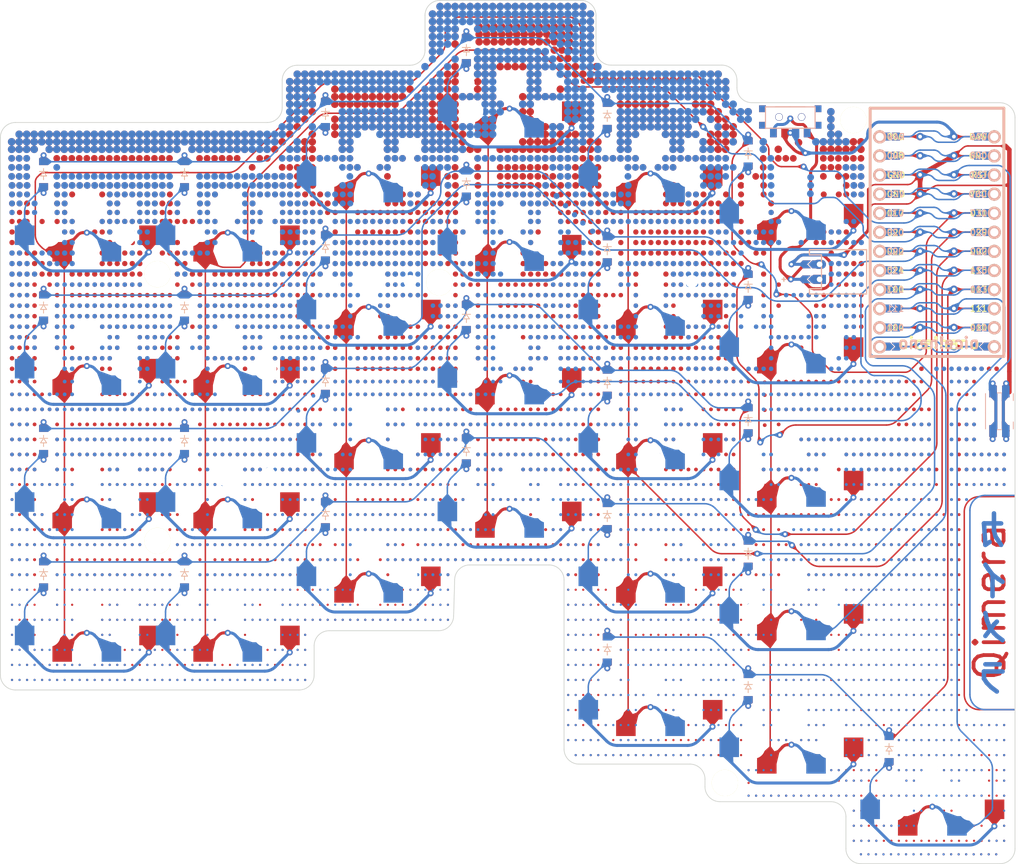
<source format=kicad_pcb>
(kicad_pcb (version 20240108) (generator "pcbnew") (generator_version "8.0")
  (title_block (title "left") (rev "v1.0.0") (company "Unknown"))
  (layers (0 "F.Cu" signal) (31 "B.Cu" signal) (34 "B.Paste" user) (35 "F.Paste" user) (36 "B.SilkS" user "B.Silkscreen") (37 "F.SilkS" user "F.Silkscreen") (38 "B.Mask" user) (39 "F.Mask" user) (44 "Edge.Cuts" user))
  (net 0 "")
  (net 1 "GND")
  (net 2 "RST")
  (net 3 "RAW")
  (net 4 "VBATT")
  (net 5 "row1")
  (net 6 "row5")
  (net 7 "row4")
  (net 8 "row3")
  (net 9 "row2")
  (net 10 "col1")
  (net 11 "col2")
  (net 12 "col3")
  (net 13 "col4")
  (net 14 "col5")
  (net 15 "col6")
  (net 16 "col7")
  (footprint "Qimera:SMTDiode" (layer "F.Cu") (at 179.5 123 -90)
    (property "Reference" "D39" (hide yes))
    (property "Value" "" (hide yes))
  )
  (footprint "Qimera:SMTDiode" (layer "F.Cu") (at 123.25 157.25 -90)
    (property "Reference" "D40" (hide yes))
    (property "Value" "" (hide yes))
  )
  (footprint "Qimera:Kailh Choc 1u" (layer "F.Cu") (at 147.75 108.38225)
    (property "Reference" "S6" (hide yes))
    (property "Value" "" (hide yes))
  )
  (footprint "Qimera:Kailh Choc 1u" (layer "F.Cu") (at 166.5 136.0145)
    (property "Reference" "S19" (hide yes))
    (property "Value" "" (hide yes))
  )
  (footprint "" (layer "F.Cu") (at 175.9 118.4)
    (property "Reference" "")
    (property "Value" "")
  )
  (footprint "Qimera:Kailh Choc 1u" (layer "F.Cu") (at 222.75 141.0145)
    (property "Reference" "S22" (hide yes))
    (property "Value" "" (hide yes))
  )
  (footprint "Qimera:Kailh Choc 1u" (layer "F.Cu") (at 147.75 161.63225)
    (property "Reference" "S24" (hide yes))
    (property "Value" "" (hide yes))
  )
  (footprint "" (layer "F.Cu") (at 213.9 185)
    (property "Reference" "")
    (property "Value" "")
  )
  (footprint "Qimera:Kailh Choc 1u" (layer "F.Cu") (at 222.75 123.2645)
    (property "Reference" "S16" (hide yes))
    (property "Value" "" (hide yes))
  )
  (footprint "Qimera:SPDT_power_switch" (layer "F.Cu") (at 222.6 96.4)
    (property "Reference" "T1" (hide yes))
    (property "Value" "" (hide yes))
  )
  (footprint "Qimera:Kailh Choc 1u" (layer "F.Cu") (at 185.25 145.13225)
    (property "Reference" "S26" (hide yes))
    (property "Value" "" (hide yes))
  )
  (footprint "Qimera:Kailh Choc 1u" (layer "F.Cu") (at 166.5 100.5145)
    (property "Reference" "S7" (hide yes))
    (property "Value" "" (hide yes))
  )
  (footprint "Qimera:Kailh Choc 1u" (layer "F.Cu") (at 185.25 127.38225)
    (property "Reference" "S20" (hide yes))
    (property "Value" "" (hide yes))
  )
  (footprint "Qimera:Kailh Choc 1u" (layer "F.Cu") (at 129 161.63225)
    (property "Reference" "S23" (hide yes))
    (property "Value" "" (hide yes))
  )
  (footprint "Qimera:SMTDiode" (layer "F.Cu") (at 160.75 131.5 -90)
    (property "Reference" "D38" (hide yes))
    (property "Value" "" (hide yes))
  )
  (footprint "Qimera:Kailh Choc 1u" (layer "F.Cu") (at 222.75 105.5145)
    (property "Reference" "S10" (hide yes))
    (property "Value" "" (hide yes))
  )
  (footprint "Qimera:Kailh Choc 1u" (layer "F.Cu") (at 147.75 126.13225)
    (property "Reference" "S12" (hide yes))
    (property "Value" "" (hide yes))
  )
  (footprint "Qimera:Kailh Choc 1u" (layer "F.Cu") (at 147.75 143.88225)
    (property "Reference" "S18" (hide yes))
    (property "Value" "" (hide yes))
  )
  (footprint "Qimera:Kailh Choc 1u" (layer "F.Cu") (at 166.5 153.7645)
    (property "Reference" "S25" (hide yes))
    (property "Value" "" (hide yes))
  )
  (footprint "Qimera:SMTDiode" (layer "F.Cu") (at 123.25 121.75 -90)
    (property "Reference" "D28" (hide yes))
    (property "Value" "" (hide yes))
  )
  (footprint "Qimera:SMTDiode" (layer "F.Cu") (at 123.25 139.5 -90)
    (property "Reference" "D34" (hide yes))
    (property "Value" "" (hide yes))
  )
  (footprint "Qimera:SMTDiode" (layer "F.Cu") (at 217 119 -90)
    (property "Reference" "D30" (hide yes))
    (property "Value" "" (hide yes))
  )
  (footprint "" (layer "F.Cu") (at 231 96.8)
    (property "Reference" "")
    (property "Value" "")
  )
  (footprint "Qimera:SMTDiode" (layer "F.Cu") (at 142 139.5 -90)
    (property "Reference" "D35" (hide yes))
    (property "Value" "" (hide yes))
  )
  (footprint "Qimera:Kailh Choc 1u" (layer "F.Cu") (at 222.75 158.7645)
    (property "Reference" "S28" (hide yes))
    (property "Value" "" (hide yes))
  )
  (footprint "Qimera:SMTDiode" (layer "F.Cu") (at 160.75 113.75 -90)
    (property "Reference" "D32" (hide yes))
    (property "Value" "" (hide yes))
  )
  (footprint "Qimera:Momentary_reset_switch" (layer "F.Cu") (at 250.425 135.55 -90)
    (property "Reference" "B1" (hide yes))
    (property "Value" "Momentary_reset_switch" (hide yes))
  )
  (footprint "Qimera:Kailh Choc 1u" (layer "F.Cu") (at 129 108.38225)
    (property "Reference" "S5" (hide yes))
    (property "Value" "" (hide yes))
  )
  (footprint "Qimera:SMTDiode" (layer "F.Cu") (at 160.75 149.25 -90)
    (property "Reference" "D44" (hide yes))
    (property "Value" "" (hide yes))
  )
  (footprint "Qimera:Kailh Choc 1u" (layer "F.Cu") (at 204 153.7645)
    (property "Reference" "S27" (hide yes))
    (property "Value" "" (hide yes))
  )
  (footprint "Qimera:Kailh Choc 1u" (layer "F.Cu") (at 204 118.2645)
    (property "Reference" "S15" (hide yes))
    (property "Value" "" (hide yes))
  )
  (footprint "Qimera:SMTDiode" (layer "F.Cu") (at 217 172.25 -90)
    (property "Reference" "D42" (hide yes))
    (property "Value" "" (hide yes))
  )
  (footprint "Qimera:SMTDiode" (layer "F.Cu") (at 179.5 105.25 -90)
    (property "Reference" "D33" (hide yes))
    (property "Value" "" (hide yes))
  )
  (footprint "Qimera:Kailh Choc 1u" (layer "F.Cu") (at 129 143.88225)
    (property "Reference" "S17" (hide yes))
    (property "Value" "" (hide yes))
  )
  (footprint "Qimera:SMTDiode" (layer "F.Cu") (at 198.25 167.25 -90)
    (property "Reference" "D43" (hide yes))
    (property "Value" "" (hide yes))
  )
  (footprint "Qimera:SMTDiode" (layer "F.Cu") (at 198.25 96.25 -90)
    (property "Reference" "D27" (hide yes))
    (property "Value" "" (hide yes))
  )
  (footprint "Qimera:SMTDiode" (layer "F.Cu") (at 198.25 114 -90)
    (property "Reference" "D31" (hide yes))
    (property "Value" "" (hide yes))
  )
  (footprint "Qimera:SMTDiode" (layer "F.Cu") (at 179.5 87.5 -90)
    (property "Reference" "D27" (hide yes))
    (property "Value" "" (hide yes))
  )
  (footprint "Qimera:Kailh Choc 1u" (layer "F.Cu") (at 166.5 118.2645)
    (property "Reference" "S13" (hide yes))
    (property "Value" "" (hide yes))
  )
  (footprint "Qimera:Kailh Choc 1u" (layer "F.Cu") (at 222.75 176.5145)
    (property "Reference" "S29" (hide yes))
    (property "Value" "" (hide yes))
  )
  (footprint "Qimera:SMTDiode" (layer "F.Cu") (at 142 121.75 -90)
    (property "Reference" "D29" (hide yes))
    (property "Value" "" (hide yes))
  )
  (footprint "Qimera:SMTDiode" (layer "F.Cu") (at 235.75 180.5 -90)
    (property "Reference" "D42" (hide yes))
    (property "Value" "" (hide yes))
  )
  (footprint "Qimera:Kailh Choc 1u" (layer "F.Cu") (at 204 100.5145)
    (property "Reference" "S9" (hide yes))
    (property "Value" "" (hide yes))
  )
  (footprint "Qimera:SMTDiode" (layer "F.Cu") (at 160.75 96 -90)
    (property "Reference" "D27" (hide yes))
    (property "Value" "" (hide yes))
  )
  (footprint "Qimera:SMTDiode" (layer "F.Cu") (at 198.25 149.5 -90)
    (property "Reference" "D43" (hide yes))
    (property "Value" "" (hide yes))
  )
  (footprint "Qimera:SMTDiode" (layer "F.Cu") (at 198.25 131.75 -90)
    (property "Reference" "D37" (hide yes))
    (property "Value" "" (hide yes))
  )
  (footprint "Qimera:SMTDiode" (layer "F.Cu") (at 123.25 104 -90)
    (property "Reference" "D27" (hide yes))
    (property "Value" "" (hide yes))
  )
  (footprint "Qimera:Kailh Choc 1u" (layer "F.Cu") (at 185.25 109.63225)
    (property "Reference" "S14" (hide yes))
    (property "Value" "" (hide yes))
  )
  (footprint "Button_Switch_Keyboard:nice_nano_v2_reversible" (layer "F.Cu") (at 242.12 113.01 -90)
    (property "Reference" "MCU1" (hide yes))
    (property "Value" "nice_nano_v2_reversible" (hide yes))
  )
  (footprint "Qimera:Kailh Choc 1u" (layer "F.Cu") (at 241.5 184.7645)
    (property "Reference" "S31" (hide yes))
    (property "Value" "" (hide yes))
  )
  (footprint "Qimera:SMTDiode" (layer "F.Cu") (at 217 101.25 -90)
    (property "Reference" "D27" (hide yes))
    (property "Value" "" (hide yes))
  )
  (footprint "" (layer "F.Cu") (at 138.4 117.3)
    (property "Reference" "")
    (property "Value" "")
  )
  (footprint "Qimera:SMTDiode" (layer "F.Cu") (at 217 136.75 -90)
    (property "Reference" "D36" (hide yes))
    (property "Value" "" (hide yes))
  )
  (footprint "Qimera:Kailh Choc 1u" (layer "F.Cu") (at 185.25 91.88225)
    (property "Reference" "S8" (hide yes))
    (property "Value" "" (hide yes))
  )
  (footprint "Qimera:Kailh Choc 1u" (layer "F.Cu") (at 204 171.5145)
    (property "Reference" "S30" (hide yes))
    (property "Value" "" (hide yes))
  )
  (footprint "Qimera:Kailh Choc 1u" (layer "F.Cu") (at 204 136.0145)
    (property "Reference" "S21" (hide yes))
    (property "Value" "" (hide yes))
  )
  (footprint "Qimera:SMTDiode" (layer "F.Cu") (at 217 154.5 -90)
    (property "Reference" "D42" (hide yes))
    (property "Value" "" (hide yes))
  )
  (footprint "Button_Switch_Keyboard:JST_PH_S2B-PH-K_02x2.00mm_Angled_custom" (layer "F.Cu") (at 226.5 117 90)
    (property "Reference" "JST1" (hide yes))
    (property "Value" "Val**" (hide yes))
  )
  (footprint "" (layer "F.Cu") (at 138.4 152.8)
    (property "Reference" "")
    (property "Value" "")
  )
  (footprint "Qimera:SMTDiode" (layer "F.Cu") (at 179.5 140.75 -90)
    (property "Reference" "D45" (hide yes))
    (property "Value" "" (hide yes))
  )
  (footprint "Qimera:SMTDiode" (layer "F.Cu") (at 142 104 -90)
    (property "Reference" "D27" (hide yes))
    (property "Value" "" (hide yes))
  )
  (footprint "Qimera:Kailh Choc 1u" (layer "F.Cu") (at 129 126.13225)
    (property "Reference" "S11" (hide yes))
    (property "Value" "" (hide yes))
  )
  (footprint "Qimera:SMTDiode" (layer "F.Cu") (at 142 157.25 -90)
    (property "Reference" "D41" (hide yes))
    (property "Value" "" (hide yes))
  )
  (gr_circle (center 172.05 149.3) (end 172.25 149.3) (fill solid) (layer "F.Cu"))
  (gr_circle (center 178.05 114.5) (end 178.4 114.5) (fill solid) (layer "F.Cu"))
  (gr_circle (center 139.05 143.3) (end 139.3 143.3) (fill solid) (layer "F.Cu"))
  (gr_circle (center 250.05 177.3) (end 250.2 177.3) (fill solid) (layer "F.Cu"))
  (gr_circle (center 244.05 153.3) (end 244.25 153.3) (fill solid) (layer "F.Cu"))
  (gr_circle (center 174.05 113.1) (end 174.4 113.1) (fill solid) (layer "F.Cu"))
  (gr_circle (center 212.05 120.1) (end 212.35 120.1) (fill solid) (layer "F.Cu"))
  (gr_circle (center 130.05 169.3) (end 130.2 169.3) (fill solid) (layer "F.Cu"))
  (gr_circle (center 157.05 143.3) (end 157.3 143.3) (fill solid) (layer "F.Cu"))
  (gr_circle (center 136.05 153.3) (end 136.25 153.3) (fill solid) (layer "F.Cu"))
  (gr_circle (center 200.05 171.3) (end 200.2 171.3) (fill solid) (layer "F.Cu"))
  (gr_circle (center 242.05 192.7) (end 242.2 192.7) (fill solid) (layer "F.Cu"))
  (gr_circle (center 161.05 127.1) (end 161.35 127.1) (fill solid) (layer "F.Cu"))
  (gr_circle (center 147.05 121.5) (end 147.35 121.5) (fill solid) (layer "F.Cu"))
  (gr_circle (center 119.05 131.6) (end 119.3 131.6) (fill solid) (layer "F.Cu"))
  (gr_circle (center 139 99.7) (end 139.5 99.7) (fill solid) (layer "F.Cu"))
  (gr_circle (center 175.05 113.1) (end 175.4 113.1) (fill solid) (layer "F.Cu"))
  (gr_circle (center 168.05 114.5) (end 168.4 114.5) (fill solid) (layer "F.Cu"))
  (gr_circle (center 144.05 145.3) (end 144.25 145.3) (fill solid) (layer "F.Cu"))
  (gr_circle (center 190.05 107.9) (end 190.45 107.9) (fill solid) (layer "F.Cu"))
  (gr_circle (center 212.05 147.3) (end 212.25 147.3) (fill solid) (layer "F.Cu"))
  (gr_circle (center 193.2 84.4) (end 193.7 84.4) (fill solid) (layer "F.Cu"))
  (gr_circle (center 198.05 177.3) (end 198.2 177.3) (fill solid) (layer "F.Cu"))
  (gr_circle (center 148.05 137.3) (end 148.3 137.3) (fill solid) (layer "F.Cu"))
  (gr_circle (center 243.05 153.3) (end 243.25 153.3) (fill solid) (layer "F.Cu"))
  (gr_circle (center 194.05 107.9) (end 194.45 107.9) (fill solid) (layer "F.Cu"))
  (gr_circle (center 245.05 183.3) (end 245.2 183.3) (fill solid) (layer "F.Cu"))
  (gr_circle (center 211.05 133.3) (end 211.3 133.3) (fill solid) (layer "F.Cu"))
  (gr_circle (center 207.05 179.3) (end 207.2 179.3) (fill solid) (layer "F.Cu"))
  (gr_circle (center 206 91.5) (end 206.5 91.5) (fill solid) (layer "F.Cu"))
  (gr_circle (center 192.05 127.1) (end 192.35 127.1) (fill solid) (layer "F.Cu"))
  (gr_circle (center 130.05 135.3) (end 130.3 135.3) (fill solid) (layer "F.Cu"))
  (gr_circle (center 135.05 121.5) (end 135.35 121.5) (fill solid) (layer "F.Cu"))
  (gr_circle (center 150.05 117.3) (end 150.4 117.3) (fill solid) (layer "F.Cu"))
  (gr_circle (center 196 83.7) (end 196.5 83.7) (fill solid) (layer "F.Cu"))
  (gr_circle (center 188.05 143.3) (end 188.3 143.3) (fill solid) (layer "F.Cu"))
  (gr_circle (center 134 100.7) (end 134.5 100.7) (fill solid) (layer "F.Cu"))
  (gr_circle (center 121 104.3) (end 121.45 104.3) (fill solid) (layer "F.Cu"))
  (gr_circle (center 213.05 173.3) (end 213.2 173.3) (fill solid) (layer "F.Cu"))
  (gr_circle (center 194.05 105.5) (end 194.5 105.5) (fill solid) (layer "F.Cu"))
  (gr_circle (center 150 98.7) (end 150.5 98.7) (fill solid) (layer "F.Cu"))
  (gr_circle (center 179.05 147.3) (end 179.25 147.3) (fill solid) (layer "F.Cu"))
  (gr_circle (center 161.05 163.3) (end 161.2 163.3) (fill solid) (layer "F.Cu"))
  (gr_circle (center 121.05 139.3) (end 121.3 139.3) (fill solid) (layer "F.Cu"))
  (gr_circle (center 197.05 124.3) (end 197.35 124.3) (fill solid) (layer "F.Cu"))
  (gr_circle (center 177.05 151.3) (end 177.25 151.3) (fill solid) (layer "F.Cu"))
  (gr_circle (center 224.05 141.3) (end 224.3 141.3) (fill solid) (layer "F.Cu"))
  (gr_circle (center 189 90.7) (end 189.5 90.7) (fill solid) (layer "F.Cu"))
  (gr_circle (center 183.05 143.3) (end 183.3 143.3) (fill solid) (layer "F.Cu"))
  (gr_circle (center 176 100.7) (end 176.5 100.7) (fill solid) (layer "F.Cu"))
  (gr_circle (center 151.05 137.3) (end 151.3 137.3) (fill solid) (layer "F.Cu"))
  (gr_circle (center 188 103.1) (end 188.45 103.1) (fill solid) (layer "F.Cu"))
  (gr_circle (center 209 101.9) (end 209.45 101.9) (fill solid) (layer "F.Cu"))
  (gr_circle (center 174 101.9) (end 174.45 101.9) (fill solid) (layer "F.Cu"))
  (gr_circle (center 193.05 110.3) (end 193.4 110.3) (fill solid) (layer "F.Cu"))
  (gr_circle (center 216.05 115.9) (end 216.4 115.9) (fill solid) (layer "F.Cu"))
  (gr_circle (center 195.05 141.3) (end 195.3 141.3) (fill solid) (layer "F.Cu"))
  (gr_circle (center 247.05 137.3) (end 247.3 137.3) (fill solid) (layer "F.Cu"))
  (gr_circle (center 151.05 114.5) (end 151.4 114.5) (fill solid) (layer "F.Cu"))
  (gr_circle (center 173.05 159.3) (end 173.2 159.3) (fill solid) (layer "F.Cu"))
  (gr_circle (center 145.05 111.7) (end 145.4 111.7) (fill solid) (layer "F.Cu"))
  (gr_circle (center 122.05 120.1) (end 122.35 120.1) (fill solid) (layer "F.Cu"))
  (gr_circle (center 193.05 124.3) (end 193.35 124.3) (fill solid) (layer "F.Cu"))
  (gr_circle (center 200 98.7) (end 200.5 98.7) (fill solid) (layer "F.Cu"))
  (gr_circle (center 239.05 181.3) (end 239.2 181.3) (fill solid) (layer "F.Cu"))
  (gr_circle (center 225.05 139.3) (end 225.3 139.3) (fill solid) (layer "F.Cu"))
  (gr_circle (center 175 85.7) (end 175.5 85.7) (fill solid) (layer "F.Cu"))
  (gr_circle (center 211.05 110.3) (end 211.4 110.3) (fill solid) (layer "F.Cu"))
  (gr_circle (center 194 101.9) (end 194.45 101.9) (fill solid) (layer "F.Cu"))
  (gr_circle (center 192.05 115.9) (end 192.4 115.9) (fill solid) (layer "F.Cu"))
  (gr_circle (center 231.05 117.3) (end 231.4 117.3) (fill solid) (layer "F.Cu"))
  (gr_circle (center 168.05 109.1) (end 168.4 109.1) (fill solid) (layer "F.Cu"))
  (gr_circle (center 152.05 131.6) (end 152.3 131.6) (fill solid) (layer "F.Cu"))
  (gr_circle (center 225.05 171.3) (end 225.2 171.3) (fill solid) (layer "F.Cu"))
  (gr_circle (center 171 101.9) (end 171.45 101.9) (fill solid) (layer "F.Cu"))
  (gr_circle (center 207.05 124.3) (end 207.35 124.3) (fill solid) (layer "F.Cu"))
  (gr_circle (center 121.05 167.3) (end 121.2 167.3) (fill solid) (layer "F.Cu"))
  (gr_circle (center 212.05 111.7) (end 212.4 111.7) (fill solid) (layer "F.Cu"))
  (gr_circle (center 221.05 151.3) (end 221.25 151.3) (fill solid) (layer "F.Cu"))
  (gr_circle (center 235.05 192.7) (end 235.2 192.7) (fill solid) (layer "F.Cu"))
  (gr_circle (center 197.05 161.3) (end 197.2 161.3) (fill solid) (layer "F.Cu"))
  (gr_circle (center 188.05 145.3) (end 188.25 145.3) (fill solid) (layer "F.Cu"))
  (gr_circle (center 207.05 177.3) (end 207.2 177.3) (fill solid) (layer "F.Cu"))
  (gr_circle (center 138.05 143.3) (end 138.3 143.3) (fill solid) (layer "F.Cu"))
  (gr_circle (center 146.05 145.3) (end 146.25 145.3) (fill solid) (layer "F.Cu"))
  (gr_circle (center 167.05 133.3) (end 167.3 133.3) (fill solid) (layer "F.Cu"))
  (gr_circle (center 206.05 157.3) (end 206.25 157.3) (fill solid) (layer "F.Cu"))
  (gr_circle (center 157.05 114.5) (end 157.4 114.5) (fill solid) (layer "F.Cu"))
  (gr_circle (center 229.05 133.3) (end 229.3 133.3) (fill solid) (layer "F.Cu"))
  (gr_circle (center 119.05 105.5) (end 119.5 105.5) (fill solid) (layer "F.Cu"))
  (gr_circle (center 206.05 159.3) (end 206.2 159.3) (fill solid) (layer "F.Cu"))
  (gr_circle (center 138.05 109.1) (end 138.4 109.1) (fill solid) (layer "F.Cu"))
  (gr_circle (center 213.05 118.7) (end 213.35 118.7) (fill solid) (layer "F.Cu"))
  (gr_circle (center 121.05 110.3) (end 121.4 110.3) (fill solid) (layer "F.Cu"))
  (gr_circle (center 150.05 165.3) (end 150.2 165.3) (fill solid) (layer "F.Cu"))
  (gr_circle (center 206.05 128.5) (end 206.35 128.5) (fill solid) (layer "F.Cu"))
  (gr_circle (center 199.05 163.3) (end 199.2 163.3) (fill solid) (layer "F.Cu"))
  (gr_circle (center 146 98.7) (end 146.5 98.7) (fill solid) (layer "F.Cu"))
  (gr_circle (center 162.05 114.5) (end 162.4 114.5) (fill solid) (layer "F.Cu"))
  (gr_circle (center 191 97.7) (end 191.5 97.7) (fill solid) (layer "F.Cu"))
  (gr_circle (center 133.05 151.3) (end 133.25 151.3) (fill solid) (layer "F.Cu"))
  (gr_circle (center 166.05 113.1) (end 166.4 113.1) (fill solid) (layer "F.Cu"))
  (gr_circle (center 128.05 169.3) (end 128.2 169.3) (fill solid) (layer "F.Cu"))
  (gr_circle (center 208.05 143.3) (end 208.3 143.3) (fill solid) (layer "F.Cu"))
  (gr_circle (center 220.05 186.7) (end 220.2 186.7) (fill solid) (layer "F.Cu"))
  (gr_circle (center 181.05 107.9) (end 181.45 107.9) (fill solid) (layer "F.Cu"))
  (gr_circle (center 177.05 124.3) (end 177.35 124.3) (fill solid) (layer "F.Cu"))
  (gr_circle (center 203.05 169.3) (end 203.2 169.3) (fill solid) (layer "F.Cu"))
  (gr_circle (center 230.05 177.3) (end 230.2 177.3) (fill solid) (layer "F.Cu"))
  (gr_circle (center 127.05 111.7) (end 127.4 111.7) (fill solid) (layer "F.Cu"))
  (gr_circle (center 204.05 113.1) (end 204.4 113.1) (fill solid) (layer "F.Cu"))
  (gr_circle (center 231.05 188.7) (end 231.2 188.7) (fill solid) (layer "F.Cu"))
  (gr_circle (center 232.05 159.3) (end 232.2 159.3) (fill solid) (layer "F.Cu"))
  (gr_circle (center 149.05 110.3) (end 149.4 110.3) (fill solid) (layer "F.Cu"))
  (gr_circle (center 157.05 133.3) (end 157.3 133.3) (fill solid) (layer "F.Cu"))
  (gr_circle (center 159.05 151.3) (end 159.25 151.3) (fill solid) (layer "F.Cu"))
  (gr_circle (center 170 100.7) (end 170.5 100.7) (fill solid) (layer "F.Cu"))
  (gr_circle (center 154.05 145.3) (end 154.25 145.3) (fill solid) (layer "F.Cu"))
  (gr_circle (center 239.05 145.3) (end 239.25 145.3) (fill solid) (layer "F.Cu"))
  (gr_circle (center 123.05 151.3) (end 123.25 151.3) (fill solid) (layer "F.Cu"))
  (gr_circle (center 230.05 106.7) (end 230.45 106.7) (fill solid) (layer "F.Cu"))
  (gr_circle (center 176 92.7) (end 176.5 92.7) (fill solid) (layer "F.Cu"))
  (gr_circle (center 123.05 135.3) (end 123.3 135.3) (fill solid) (layer "F.Cu"))
  (gr_circle (center 187.05 115.9) (end 187.4 115.9) (fill solid) (layer "F.Cu"))
  (gr_circle (center 251.05 145.3) (end 251.25 145.3) (fill solid) (layer "F.Cu"))
  (gr_circle (center 178.05 110.3) (end 178.4 110.3) (fill solid) (layer "F.Cu"))
  (gr_circle (center 213.05 165.3) (end 213.2 165.3) (fill solid) (layer "F.Cu"))
  (gr_circle (center 159.05 155.3) (end 159.25 155.3) (fill solid) (layer "F.Cu"))
  (gr_circle (center 132.05 135.3) (end 132.3 135.3) (fill solid) (layer "F.Cu"))
  (gr_circle (center 188.05 147.3) (end 188.25 147.3) (fill solid) (layer "F.Cu"))
  (gr_circle (center 127 98.7) (end 127.5 98.7) (fill solid) (layer "F.Cu"))
  (gr_circle (center 226.05 169.3) (end 226.2 169.3) (fill solid) (layer "F.Cu"))
  (gr_circle (center 119.05 107.9) (end 119.45 107.9) (fill solid) (layer "F.Cu"))
  (gr_circle (center 185.05 137.3) (end 185.3 137.3) (fill solid) (layer "F.Cu"))
  (gr_circle (center 169 99.7) (end 169.5 99.7) (fill solid) (layer "F.Cu"))
  (gr_circle (center 133.05 167.3) (end 133.2 167.3) (fill solid) (layer "F.Cu"))
  (gr_circle (center 193.05 141.3) (end 193.3 141.3) (fill solid) (layer "F.Cu"))
  (gr_circle (center 195.05 173.3) (end 195.2 173.3) (fill solid) (layer "F.Cu"))
  (gr_circle (center 191.05 124.3) (end 191.35 124.3) (fill solid) (layer "F.Cu"))
  (gr_circle (center 159.05 127.1) (end 159.35 127.1) (fill solid) (layer "F.Cu"))
  (gr_circle (center 240.05 163.3) (end 240.2 163.3) (fill solid) (layer "F.Cu"))
  (gr_circle (center 231 101.9) (end 231.45 101.9) (fill solid) (layer "F.Cu"))
  (gr_circle (center 243.05 188.7) (end 243.2 188.7) (fill solid) (layer "F.Cu"))
  (gr_circle (center 127.05 118.7) (end 127.35 118.7) (fill solid) (layer "F.Cu"))
  (gr_circle (center 167 94.7) (end 167.5 94.7) (fill solid) (layer "F.Cu"))
  (gr_circle (center 140.05 139.3) (end 140.3 139.3) (fill solid) (layer "F.Cu"))
  (gr_circle (center 151.05 120.1) (end 151.35 120.1) (fill solid) (layer "F.Cu"))
  (gr_circle (center 245.05 147.3) (end 245.25 147.3) (fill solid) (layer "F.Cu"))
  (gr_circle (center 212.05 167.3) (end 212.2 167.3) (fill solid) (layer "F.Cu"))
  (gr_circle (center 179 98.7) (end 179.5 98.7) (fill solid) (layer "F.Cu"))
  (gr_circle (center 196.05 106.7) (end 196.45 106.7) (fill solid) (layer "F.Cu"))
  (gr_circle (center 239.05 135.3) (end 239.3 135.3) (fill solid) (layer "F.Cu"))
  (gr_circle (center 165 90.7) (end 165.5 90.7) (fill solid) (layer "F.Cu"))
  (gr_circle (center 245.05 135.3) (end 245.3 135.3) (fill solid) (layer "F.Cu"))
  (gr_circle (center 139.05 147.3) (end 139.25 147.3) (fill solid) (layer "F.Cu"))
  (gr_circle (center 202.05 135.3) (end 202.3 135.3) (fill solid) (layer "F.Cu"))
  (gr_circle (center 150 100.7) (end 150.5 100.7) (fill solid) (layer "F.Cu"))
  (gr_circle (center 141.05 135.3) (end 141.3 135.3) (fill solid) (layer "F.Cu"))
  (gr_circle (center 129.05 137.3) (end 129.3 137.3) (fill solid) (layer "F.Cu"))
  (gr_circle (center 178 100.7) (end 178.5 100.7) (fill solid) (layer "F.Cu"))
  (gr_circle (center 190 101.9) (end 190.45 101.9) (fill solid) (layer "F.Cu"))
  (gr_circle (center 205.05 167.3) (end 205.2 167.3) (fill solid) (layer "F.Cu"))
  (gr_circle (center 174.05 135.3) (end 174.3 135.3) (fill solid) (layer "F.Cu"))
  (gr_circle (center 249.05 192.7) (end 249.2 192.7) (fill solid) (layer "F.Cu"))
  (gr_circle (center 186.05 120.1) (end 186.35 120.1) (fill solid) (layer "F.Cu"))
  (gr_circle (center 193 101.9) (end 193.45 101.9) (fill solid) (layer "F.Cu"))
  (gr_circle (center 171.05 131.6) (end 171.3 131.6) (fill solid) (layer "F.Cu"))
  (gr_circle (center 156 92.7) (end 156.5 92.7) (fill solid) (layer "F.Cu"))
  (gr_circle (center 225.05 167.3) (end 225.2 167.3) (fill solid) (layer "F.Cu"))
  (gr_circle (center 170.05 163.3) (end 170.2 163.3) (fill solid) (layer "F.Cu"))
  (gr_circle (center 119.05 159.3) (end 119.2 159.3) (fill solid) (layer "F.Cu"))
  (gr_circle (center 204.05 110.3) (end 204.4 110.3) (fill solid) (layer "F.Cu"))
  (gr_circle (center 157.05 155.3) (end 157.25 155.3) (fill solid) (layer "F.Cu"))
  (gr_circle (center 175.05 135.3) (end 175.3 135.3) (fill solid) (layer "F.Cu"))
  (gr_circle (center 151.05 161.3) (end 151.2 161.3) (fill solid) (layer "F.Cu"))
  (gr_circle (center 150.05 125.7) (end 150.35 125.7) (fill solid) (layer "F.Cu"))
  (gr_circle (center 193.05 128.5) (end 193.35 128.5) (fill solid) (layer "F.Cu"))
  (gr_circle (center 209 92.7) (end 209.5 92.7) (fill solid) (layer "F.Cu"))
  (gr_circle (center 167.05 149.3) (end 167.25 149.3) (fill solid) (layer "F.Cu"))
  (gr_circle (center 148.05 155.3) (end 148.25 155.3) (fill solid) (layer "F.Cu"))
  (gr_circle (center 210 94.7) (end 210.5 94.7) (fill solid) (layer "F.Cu"))
  (gr_circle (center 155.05 143.3) (end 155.3 143.3) (fill solid) (layer "F.Cu"))
  (gr_circle (center 245.05 157.3) (end 245.25 157.3) (fill solid) (layer "F.Cu"))
  (gr_circle (center 144.05 171.3) (end 144.2 171.3) (fill solid) (layer "F.Cu"))
  (gr_circle (center 230.05 111.7) (end 230.4 111.7) (fill solid) (layer "F.Cu"))
  (gr_circle (center 141.05 161.3) (end 141.2 161.3) (fill solid) (layer "F.Cu"))
  (gr_circle (center 207.05 167.3) (end 207.2 167.3) (fill solid) (layer "F.Cu"))
  (gr_circle (center 128.05 105.5) (end 128.5 105.5) (fill solid) (layer "F.Cu"))
  (gr_circle (center 239.05 137.3) (end 239.3 137.3) (fill solid) (layer "F.Cu"))
  (gr_circle (center 243.05 149.3) (end 243.25 149.3) (fill solid) (layer "F.Cu"))
  (gr_circle (center 214.05 125.7) (end 214.35 125.7) (fill solid) (layer "F.Cu"))
  (gr_circle (center 230.05 149.3) (end 230.25 149.3) (fill solid) (layer "F.Cu"))
  (gr_circle (center 150.05 118.7) (end 150.35 118.7) (fill solid) (layer "F.Cu"))
  (gr_circle (center 158.05 147.3) (end 158.25 147.3) (fill solid) (layer "F.Cu"))
  (gr_circle (center 239.05 184.7) (end 239.2 184.7) (fill solid) (layer "F.Cu"))
  (gr_circle (center 192 99.7) (end 192.5 99.7) (fill solid) (layer "F.Cu"))
  (gr_circle (center 230.05 155.3) (end 230.25 155.3) (fill solid) (layer "F.Cu"))
  (gr_circle (center 234.05 147.3) (end 234.25 147.3) (fill solid) (layer "F.Cu"))
  (gr_circle (center 152 98.7) (end 152.5 98.7) (fill solid) (layer "F.Cu"))
  (gr_circle (center 154.05 114.5) (end 154.4 114.5) (fill solid) (layer "F.Cu"))
  (gr_circle (center 196.05 161.3) (end 196.2 161.3) (fill solid) (layer "F.Cu"))
  (gr_circle (center 223.05 124.3) (end 223.35 124.3) (fill solid) (layer "F.Cu"))
  (gr_circle (center 173.05 106.7) (end 173.45 106.7) (fill solid) (layer "F.Cu"))
  (gr_circle (center 156.05 122.9) (end 156.35 122.9) (fill solid) (layer "F.Cu"))
  (gr_circle (center 242.05 163.3) (end 242.2 163.3) (fill solid) (layer "F.Cu"))
  (gr_circle (center 193.05 177.3) (end 193.2 177.3) (fill solid) (layer "F.Cu"))
  (gr_circle (center 132.05 143.3) (end 132.3 143.3) (fill solid) (layer "F.Cu"))
  (gr_circle (center 170 93.7) (end 170.5 93.7) (fill solid) (layer "F.Cu"))
  (gr_circle (center 219.05 151.3) (end 219.25 151.3) (fill solid) (layer "F.Cu"))
  (gr_circle (center 135.05 151.3) (end 135.25 151.3) (fill solid) (layer "F.Cu"))
  (gr_circle (center 164.05 163.3) (end 164.2 163.3) (fill solid) (layer "F.Cu"))
  (gr_circle (center 131 99.7) (end 131.5 99.7) (fill solid) (layer "F.Cu"))
  (gr_circle (center 236.05 167.3) (end 236.2 167.3) (fill solid) (layer "F.Cu"))
  (gr_circle (center 179.05 133.3) (end 179.3 133.3) (fill solid) (layer "F.Cu"))
  (gr_circle (center 233.05 141.3) (end 233.3 141.3) (fill solid) (layer "F.Cu"))
  (gr_circle (center 215.05 118.7) (end 215.35 118.7) (fill solid) (layer "F.Cu"))
  (gr_circle (center 227.05 113.1) (end 227.4 113.1) (fill solid) (layer "F.Cu"))
  (gr_circle (center 241.05 167.3) (end 241.2 167.3) (fill solid) (layer "F.Cu"))
  (gr_circle (center 221 101.9) (end 221.45 101.9) (fill solid) (layer "F.Cu"))
  (gr_circle (center 168.05 125.7) (end 168.35 125.7) (fill solid) (layer "F.Cu"))
  (gr_circle (center 229.05 113.1) (end 229.4 113.1) (fill solid) (layer "F.Cu"))
  (gr_circle (center 192.2 84.4) (end 192.7 84.4) (fill solid) (layer "F.Cu"))
  (gr_circle (center 188 104.3) (end 188.45 104.3) (fill solid) (layer "F.Cu"))
  (gr_circle (center 119 100.7) (end 119.5 100.7) (fill solid) (layer "F.Cu"))
  (gr_circle (center 215.05 151.3) (end 215.25 151.3) (fill solid) (layer "F.Cu"))
  (gr_circle (center 237.05 139.3) (end 237.3 139.3) (fill solid) (layer "F.Cu"))
  (gr_circle (center 154.05 135.3) (end 154.3 135.3) (fill solid) (layer "F.Cu"))
  (gr_circle (center 232.05 121.5) (end 232.35 121.5) (fill solid) (layer "F.Cu"))
  (gr_circle (center 193 92.7) (end 193.5 92.7) (fill solid) (layer "F.Cu"))
  (gr_circle (center 245.05 131.6) (end 245.3 131.6) (fill solid) (layer "F.Cu"))
  (gr_circle (center 195 104.3) (end 195.45 104.3) (fill solid) (layer "F.Cu"))
  (gr_circle (center 183 88.7) (end 183.5 88.7) (fill solid) (layer "F.Cu"))
  (gr_circle (center 178.05 107.9) (end 178.45 107.9) (fill solid) (layer "F.Cu"))
  (gr_circle (center 247.05 186.7) (end 247.2 186.7) (fill solid) (layer "F.Cu"))
  (gr_circle (center 206.05 151.3) (end 206.25 151.3) (fill solid) (layer "F.Cu"))
  (gr_circle (center 229.05 153.3) (end 229.25 153.3) (fill solid) (layer "F.Cu"))
  (gr_circle (center 221.05 133.3) (end 221.3 133.3) (fill solid) (layer "F.Cu"))
  (gr_circle (center 197.05 125.7) (end 197.35 125.7) (fill solid) (layer "F.Cu"))
  (gr_circle (center 240.05 149.3) (end 240.25 149.3) (fill solid) (layer "F.Cu"))
  (gr_circle (center 191 100.7) (end 191.5 100.7) (fill solid) (layer "F.Cu"))
  (gr_circle (center 193.05 109.1) (end 193.4 109.1) (fill solid) (layer "F.Cu"))
  (gr_circle (center 226.05 179.3) (end 226.2 179.3) (fill solid) (layer "F.Cu"))
  (gr_circle (center 178.05 131.6) (end 178.3 131.6) (fill solid) (layer "F.Cu"))
  (gr_circle (center 187.2 85.4) (end 187.7 85.4) (fill solid) (layer "F.Cu"))
  (gr_circle (center 197.05 111.7) (end 197.4 111.7) (fill solid) (layer "F.Cu"))
  (gr_circle (center 170.05 161.3) (end 170.2 161.3) (fill solid) (layer "F.Cu"))
  (gr_circle (center 199.05 173.3) (end 199.2 173.3) (fill solid) (layer "F.Cu"))
  (gr_circle (center 158.05 113.1) (end 158.4 113.1) (fill solid) (layer "F.Cu"))
  (gr_circle (center 148.05 169.3) (end 148.2 169.3) (fill solid) (layer "F.Cu"))
  (gr_circle (center 153 104.3) (end 153.45 104.3) (fill solid) (layer "F.Cu"))
  (gr_circle (center 190 97.7) (end 190.5 97.7) (fill solid) (layer "F.Cu"))
  (gr_circle (center 127 99.7) (end 127.5 99.7) (fill solid) (layer "F.Cu"))
  (gr_circle (center 123.05 149.3) (end 123.25 149.3) (fill solid) (layer "F.Cu"))
  (gr_circle (center 172.05 111.7) (end 172.4 111.7) (fill solid) (layer "F.Cu"))
  (gr_circle (center 129.05 149.3) (end 129.25 149.3) (fill solid) (layer "F.Cu"))
  (gr_circle (center 132.05 120.1) (end 132.35 120.1) (fill solid) (layer "F.Cu"))
  (gr_circle (center 241.05 173.3) (end 241.2 173.3) (fill solid) (layer "F.Cu"))
  (gr_circle (center 141.05 171.3) (end 141.2 171.3) (fill solid) (layer "F.Cu"))
  (gr_circle (center 203.05 129.9) (end 203.35 129.9) (fill solid) (layer "F.Cu"))
  (gr_circle (center 189.05 109.1) (end 189.4 109.1) (fill solid) (layer "F.Cu"))
  (gr_circle (center 161.05 161.3) (end 161.2 161.3) (fill solid) (layer "F.Cu"))
  (gr_circle (center 207 97.7) (end 207.5 97.7) (fill solid) (layer "F.Cu"))
  (gr_circle (center 172.05 127.1) (end 172.35 127.1) (fill solid) (layer "F.Cu"))
  (gr_circle (center 166.05 128.5) (end 166.35 128.5) (fill solid) (layer "F.Cu"))
  (gr_circle (center 219.05 175.3) (end 219.2 175.3) (fill solid) (layer "F.Cu"))
  (gr_circle (center 121.05 121.5) (end 121.35 121.5) (fill solid) (layer "F.Cu"))
  (gr_circle (center 235.05 169.3) (end 235.2 169.3) (fill solid) (layer "F.Cu"))
  (gr_circle (center 187 103.1) (end 187.45 103.1) (fill solid) (layer "F.Cu"))
  (gr_circle (center 141.05 133.3) (end 141.3 133.3) (fill solid) (layer "F.Cu"))
  (gr_circle (center 134.05 120.1) (end 134.35 120.1) (fill solid) (layer "F.Cu"))
  (gr_circle (center 188.05 110.3) (end 188.4 110.3) (fill solid) (layer "F.Cu"))
  (gr_circle (center 248.05 181.3) (end 248.2 181.3) (fill solid) (layer "F.Cu"))
  (gr_circle (center 177 101.9) (end 177.45 101.9) (fill solid) (layer "F.Cu"))
  (gr_circle (center 135.05 137.3) (end 135.3 137.3) (fill solid) (layer "F.Cu"))
  (gr_circle (center 212.05 117.3) (end 212.4 117.3) (fill solid) (layer "F.Cu"))
  (gr_circle (center 175.05 115.9) (end 175.4 115.9) (fill solid) (layer "F.Cu"))
  (gr_circle (center 206.05 111.7) (end 206.4 111.7) (fill solid) (layer "F.Cu"))
  (gr_circle (center 195.1 91.6) (end 195.5 91.6) (fill solid) (layer "F.Cu"))
  (gr_circle (center 156 97.7) (end 156.5 97.7) (fill solid) (layer "F.Cu"))
  (gr_circle (center 202 98.7) (end 202.5 98.7) (fill solid) (layer "F.Cu"))
  (gr_circle (center 220.05 128.5) (end 220.35 128.5) (fill solid) (layer "F.Cu") (net 15))
  (gr_poly (pts (xy 251 105.5) (xy 251.7 105.2) (xy 251.7 105.7)) (stroke (width 0.2)) (fill solid) (layer "F.Cu") (net 1))
  (gr_circle (center 131 100.7) (end 131.5 100.7) (fill solid) (layer "F.Cu"))
  (gr_circle (center 226.05 175.3) (end 226.2 175.3) (fill solid) (layer "F.Cu"))
  (gr_circle (center 176.05 163.3) (end 176.2 163.3) (fill solid) (layer "F.Cu"))
  (gr_circle (center 147.05 169.3) (end 147.2 169.3) (fill solid) (layer "F.Cu"))
  (gr_circle (center 201 94.7) (end 201.5 94.7) (fill solid) (layer "F.Cu"))
  (gr_circle (center 234.05 141.3) (end 234.3 141.3) (fill solid) (layer "F.Cu"))
  (gr_circle (center 131.05 113.1) (end 131.4 113.1) (fill solid) (layer "F.Cu"))
  (gr_circle (center 239.05 177.3) (end 239.2 177.3) (fill solid) (layer "F.Cu"))
  (gr_circle (center 157.05 145.3) (end 157.25 145.3) (fill solid) (layer "F.Cu"))
  (gr_circle (center 196 103.1) (end 196.45 103.1) (fill solid) (layer "F.Cu"))
  (gr_circle (center 200.05 133.3) (end 200.3 133.3) (fill solid) (layer "F.Cu"))
  (gr_circle (center 188.05 117.3) (end 188.4 117.3) (fill solid) (layer "F.Cu"))
  (gr_circle (center 134.05 124.3) (end 134.35 124.3) (fill solid) (layer "F.Cu"))
  (gr_circle (center 204.05 179.3) (end 204.2 179.3) (fill solid) (layer "F.Cu"))
  (gr_circle (center 238.05 184.7) (end 238.2 184.7) (fill solid) (layer "F.Cu"))
  (gr_circle (center 233.05 171.3) (end 233.2 171.3) (fill solid) (layer "F.Cu"))
  (gr_circle (center 162.05 149.3) (end 162.25 149.3) (fill solid) (layer "F.Cu"))
  (gr_circle (center 159.05 137.3) (end 159.3 137.3) (fill solid) (layer "F.Cu"))
  (gr_circle (center 196.05 120.1) (end 196.35 120.1) (fill solid) (layer "F.Cu"))
  (gr_circle (center 237.05 155.3) (end 237.25 155.3) (fill solid) (layer "F.Cu"))
  (gr_circle (center 212.05 149.3) (end 212.25 149.3) (fill solid) (layer "F.Cu"))
  (gr_circle (center 152.05 149.3) (end 152.25 149.3) (fill solid) (layer "F.Cu"))
  (gr_circle (center 157.05 115.9) (end 157.4 115.9) (fill solid) (layer "F.Cu"))
  (gr_circle (center 213 90.7) (end 213.5 90.7) (fill solid) (layer "F.Cu"))
  (gr_circle (center 198.05 161.3) (end 198.2 161.3) (fill solid) (layer "F.Cu"))
  (gr_circle (center 172.05 145.3) (end 172.25 145.3) (fill solid) (layer "F.Cu"))
  (gr_circle (center 172 96.7) (end 172.5 96.7) (fill solid) (layer "F.Cu"))
  (gr_circle (center 175.05 114.5) (end 175.4 114.5) (fill solid) (layer "F.Cu"))
  (gr_circle (center 143.05 169.3) (end 143.2 169.3) (fill solid) (layer "F.Cu"))
  (gr_circle (center 125 100.7) (end 125.5 100.7) (fill solid) (layer "F.Cu"))
  (gr_circle (center 158.05 120.1) (end 158.35 120.1) (fill solid) (layer "F.Cu"))
  (gr_circle (center 239.05 155.3) (end 239.25 155.3) (fill solid) (layer "F.Cu"))
  (gr_circle (center 126 100.7) (end 126.5 100.7) (fill solid) (layer "F.Cu"))
  (gr_circle (center 132.05 141.3) (end 132.3 141.3) (fill solid) (layer "F.Cu"))
  (gr_circle (center 230.05 113.1) (end 230.4 113.1) (fill solid) (layer "F.Cu"))
  (gr_circle (center 184.05 124.3) (end 184.35 124.3) (fill solid) (layer "F.Cu"))
  (gr_circle (center 232.05 188.7) (end 232.2 188.7) (fill solid) (layer "F.Cu"))
  (gr_circle (center 154.05 129.9) (end 154.35 129.9) (fill solid) (layer "F.Cu"))
  (gr_circle (center 125.05 122.9) (end 125.35 122.9) (fill solid) (layer "F.Cu"))
  (gr_circle (center 219.05 120.1) (end 219.35 120.1) (fill solid) (layer "F.Cu"))
  (gr_circle (center 193 104.3) (end 193.45 104.3) (fill solid) (layer "F.Cu"))
  (gr_circle (center 159 100.7) (end 159.5 100.7) (fill solid) (layer "F.Cu"))
  (gr_circle (center 188.05 149.3) (end 188.25 149.3) (fill solid) (layer "F.Cu"))
  (gr_circle (center 176.05 113.1) (end 176.4 113.1) (fill solid) (layer "F.Cu"))
  (gr_circle (center 229.05 120.1) (end 229.35 120.1) (fill solid) (layer "F.Cu"))
  (gr_circle (center 138.05 161.3) (end 138.2 161.3) (fill solid) (layer "F.Cu"))
  (gr_circle (center 150.05 139.3) (end 150.3 139.3) (fill solid) (layer "F.Cu"))
  (gr_circle (center 175 86.7) (end 175.5 86.7) (fill solid) (layer "F.Cu"))
  (gr_circle (center 165.05 131.6) (end 165.3 131.6) (fill solid) (layer "F.Cu"))
  (gr_circle (center 167 97.7) (end 167.5 97.7) (fill solid) (layer "F.Cu"))
  (gr_circle (center 223.05 135.3) (end 223.3 135.3) (fill solid) (layer "F.Cu"))
  (gr_circle (center 129.05 157.3) (end 129.25 157.3) (fill solid) (layer "F.Cu"))
  (gr_circle (center 174.05 145.3) (end 174.25 145.3) (fill solid) (layer "F.Cu"))
  (gr_circle (center 246 194.5) (end 246.15 194.5) (fill solid) (layer "F.Cu"))
  (gr_circle (center 146.05 121.5) (end 146.35 121.5) (fill solid) (layer "F.Cu"))
  (gr_circle (center 182.05 155.3) (end 182.25 155.3) (fill solid) (layer "F.Cu"))
  (gr_circle (center 140.05 124.3) (end 140.35 124.3) (fill solid) (layer "F.Cu"))
  (gr_circle (center 191.2 87.5) (end 191.7 87.5) (fill solid) (layer "F.Cu"))
  (gr_circle (center 236.05 192.7) (end 236.2 192.7) (fill solid) (layer "F.Cu"))
  (gr_circle (center 132.05 153.3) (end 132.25 153.3) (fill solid) (layer "F.Cu"))
  (gr_circle (center 187 100.7) (end 187.5 100.7) (fill solid) (layer "F.Cu"))
  (gr_circle (center 134.05 129.9) (end 134.35 129.9) (fill solid) (layer "F.Cu"))
  (gr_circle (center 119 101.9) (end 119.45 101.9) (fill solid) (layer "F.Cu"))
  (gr_circle (center 241.05 175.3) (end 241.2 175.3) (fill solid) (layer "F.Cu"))
  (gr_circle (center 159.05 111.7) (end 159.4 111.7) (fill solid) (layer "F.Cu"))
  (gr_circle (center 223.05 186.7) (end 223.2 186.7) (fill solid) (layer "F.Cu"))
  (gr_circle (center 239.05 186.7) (end 239.2 186.7) (fill solid) (layer "F.Cu"))
  (gr_circle (center 127.05 137.3) (end 127.3 137.3) (fill solid) (layer "F.Cu"))
  (gr_circle (center 195 90.7) (end 195.5 90.7) (fill solid) (layer "F.Cu"))
  (gr_circle (center 134.05 163.3) (end 134.2 163.3) (fill solid) (layer "F.Cu"))
  (gr_circle (center 211 100.7) (end 211.5 100.7) (fill solid) (layer "F.Cu"))
  (gr_circle (center 122.05 114.5) (end 122.4 114.5) (fill solid) (layer "F.Cu"))
  (gr_circle (center 157 93.7) (end 157.5 93.7) (fill solid) (layer "F.Cu"))
  (gr_circle (center 191.05 106.7) (end 191.45 106.7) (fill solid) (layer "F.Cu"))
  (gr_circle (center 171.05 133.3) (end 171.3 133.3) (fill solid) (layer "F.Cu"))
  (gr_circle (center 211.05 169.3) (end 211.2 169.3) (fill solid) (layer "F.Cu"))
  (gr_circle (center 158.05 117.3) (end 158.4 117.3) (fill solid) (layer "F.Cu"))
  (gr_circle (center 135.05 110.3) (end 135.4 110.3) (fill solid) (layer "F.Cu"))
  (gr_circle (center 159.05 109.1) (end 159.4 109.1) (fill solid) (layer "F.Cu"))
  (gr_circle (center 156.05 151.3) (end 156.25 151.3) (fill solid) (layer "F.Cu"))
  (gr_circle (center 225.05 173.3) (end 225.2 173.3) (fill solid) (layer "F.Cu"))
  (gr_line (start 245.75 173.25) (end 245.75 148.914214) (stroke (width 0.2)) (layer "F.Cu"))
  (gr_circle (center 222.05 133.3) (end 222.3 133.3) (fill solid) (layer "F.Cu"))
  (gr_circle (center 119.05 169.3) (end 119.2 169.3) (fill solid) (layer "F.Cu"))
  (gr_circle (center 177 96.7) (end 177.5 96.7) (fill solid) (layer "F.Cu"))
  (gr_circle (center 131.05 105.5) (end 131.5 105.5) (fill solid) (layer "F.Cu"))
  (gr_circle (center 150.05 143.3) (end 150.3 143.3) (fill solid) (layer "F.Cu"))
  (gr_circle (center 137 101.9) (end 137.45 101.9) (fill solid) (layer "F.Cu"))
  (gr_circle (center 158.05 167.3) (end 158.2 167.3) (fill solid) (layer "F.Cu"))
  (gr_circle (center 144.05 122.9) (end 144.35 122.9) (fill solid) (layer "F.Cu"))
  (gr_circle (center 176 94.7) (end 176.5 94.7) (fill solid) (layer "F.Cu"))
  (gr_circle (center 211.05 161.3) (end 211.2 161.3) (fill solid) (layer "F.Cu"))
  (gr_circle (center 171.05 115.9) (end 171.4 115.9) (fill solid) (layer "F.Cu"))
  (gr_circle (center 139.05 106.7) (end 139.45 106.7) (fill solid) (layer "F.Cu"))
  (gr_circle (center 128.05 159.3) (end 128.2 159.3) (fill solid) (layer "F.Cu"))
  (gr_circle (center 195.05 139.3) (end 195.3 139.3) (fill solid) (layer "F.Cu"))
  (gr_circle (center 137.05 124.3) (end 137.35 124.3) (fill solid) (layer "F.Cu"))
  (gr_circle (center 212.05 161.3) (end 212.2 161.3) (fill solid) (layer "F.Cu"))
  (gr_circle (center 132.05 155.3) (end 132.25 155.3) (fill solid) (layer "F.Cu"))
  (gr_circle (center 243 194.5) (end 243.15 194.5) (fill solid) (layer "F.Cu"))
  (gr_circle (center 210.05 109.1) (end 210.4 109.1) (fill solid) (layer "F.Cu"))
  (gr_circle (center 145.05 149.3) (end 145.25 149.3) (fill solid) (layer "F.Cu") (net 11))
  (gr_circle (center 213.05 120.1) (end 213.35 120.1) (fill solid) (layer "F.Cu"))
  (gr_circle (center 195 103.1) (end 195.45 103.1) (fill solid) (layer "F.Cu"))
  (gr_circle (center 208 92.7) (end 208.5 92.7) (fill solid) (layer "F.Cu") (net 11))
  (gr_circle (center 193.05 118.7) (end 193.35 118.7) (fill solid) (layer "F.Cu"))
  (gr_circle (center 144.05 121.5) (end 144.35 121.5) (fill solid) (layer "F.Cu"))
  (gr_circle (center 156.05 141.3) (end 156.3 141.3) (fill solid) (layer "F.Cu"))
  (gr_circle (center 188.05 121.5) (end 188.35 121.5) (fill solid) (layer "F.Cu"))
  (gr_circle (center 188 95.7) (end 188.5 95.7) (fill solid) (layer "F.Cu"))
  (gr_circle (center 239.05 179.3) (end 239.2 179.3) (fill solid) (layer "F.Cu"))
  (gr_circle (center 127.05 157.3) (end 127.25 157.3) (fill solid) (layer "F.Cu"))
  (gr_circle (center 219.05 173.3) (end 219.2 173.3) (fill solid) (layer "F.Cu"))
  (gr_circle (center 177 104.3) (end 177.45 104.3) (fill solid) (layer "F.Cu"))
  (gr_circle (center 167.05 128.5) (end 167.35 128.5) (fill solid) (layer "F.Cu"))
  (gr_circle (center 195 101.9) (end 195.45 101.9) (fill solid) (layer "F.Cu"))
  (gr_circle (center 164 94.7) (end 164.5 94.7) (fill solid) (layer "F.Cu"))
  (gr_circle (center 189.05 147.3) (end 189.25 147.3) (fill solid) (layer "F.Cu"))
  (gr_circle (center 120.05 141.3) (end 120.3 141.3) (fill solid) (layer "F.Cu"))
  (gr_circle (center 139.05 105.5) (end 139.5 105.5) (fill solid) (layer "F.Cu"))
  (gr_circle (center 209.05 106.7) (end 209.45 106.7) (fill solid) (layer "F.Cu"))
  (gr_circle (center 120.05 129.9) (end 120.35 129.9) (fill solid) (layer "F.Cu"))
  (gr_circle (center 159 90.7) (end 159.5 90.7) (fill solid) (layer "F.Cu"))
  (gr_circle (center 200.05 115.9) (end 200.4 115.9) (fill solid) (layer "F.Cu"))
  (gr_circle (center 137 98.7) (end 137.5 98.7) (fill solid) (layer "F.Cu"))
  (gr_circle (center 128.05 118.7) (end 128.35 118.7) (fill solid) (layer "F.Cu"))
  (gr_circle (center 155.05 114.5) (end 155.4 114.5) (fill solid) (layer "F.Cu"))
  (gr_circle (center 228.05 167.3) (end 228.2 167.3) (fill solid) (layer "F.Cu"))
  (gr_circle (center 158.05 159.3) (end 158.2 159.3) (fill solid) (layer "F.Cu"))
  (gr_circle (center 122.05 131.6) (end 122.3 131.6) (fill solid) (layer "F.Cu"))
  (gr_circle (center 209.05 149.3) (end 209.25 149.3) (fill solid) (layer "F.Cu"))
  (gr_circle (center 232.05 173.3) (end 232.2 173.3) (fill solid) (layer "F.Cu"))
  (gr_circle (center 194.05 163.3) (end 194.2 163.3) (fill solid) (layer "F.Cu"))
  (gr_circle (center 193 100.7) (end 193.5 100.7) (fill solid) (layer "F.Cu"))
  (gr_circle (center 152.05 124.3) (end 152.35 124.3) (fill solid) (layer "F.Cu"))
  (gr_circle (center 213.05 145.3) (end 213.25 145.3) (fill solid) (layer "F.Cu"))
  (gr_circle (center 176.05 147.3) (end 176.25 147.3) (fill solid) (layer "F.Cu"))
  (gr_circle (center 176.05 133.3) (end 176.3 133.3) (fill solid) (layer "F.Cu"))
  (gr_circle (center 204.05 128.5) (end 204.35 128.5) (fill solid) (layer "F.Cu"))
  (gr_circle (center 195.05 179.3) (end 195.2 179.3) (fill solid) (layer "F.Cu"))
  (gr_circle (center 209.05 109.1) (end 209.4 109.1) (fill solid) (layer "F.Cu"))
  (gr_circle (center 236.05 131.6) (end 236.3 131.6) (fill solid) (layer "F.Cu"))
  (gr_circle (center 119.05 109.1) (end 119.4 109.1) (fill solid) (layer "F.Cu"))
  (gr_circle (center 179.05 155.3) (end 179.25 155.3) (fill solid) (layer "F.Cu"))
  (gr_circle (center 244.05 169.3) (end 244.2 169.3) (fill solid) (layer "F.Cu"))
  (gr_circle (center 151.05 167.3) (end 151.2 167.3) (fill solid) (layer "F.Cu"))
  (gr_circle (center 160.05 135.3) (end 160.3 135.3) (fill solid) (layer "F.Cu"))
  (gr_circle (center 162.05 117.3) (end 162.4 117.3) (fill solid) (layer "F.Cu"))
  (gr_circle (center 149.05 118.7) (end 149.35 118.7) (fill solid) (layer "F.Cu"))
  (gr_circle (center 215.05 163.3) (end 215.2 163.3) (fill solid) (layer "F.Cu"))
  (gr_circle (center 173 97.7) (end 173.5 97.7) (fill solid) (layer "F.Cu"))
  (gr_circle (center 178 103.1) (end 178.45 103.1) (fill solid) (layer "F.Cu"))
  (gr_circle (center 153.05 153.3) (end 153.25 153.3) (fill solid) (layer "F.Cu"))
  (gr_circle (center 158 92.7) (end 158.5 92.7) (fill solid) (layer "F.Cu"))
  (gr_circle (center 141.05 125.7) (end 141.35 125.7) (fill solid) (layer "F.Cu"))
  (gr_circle (center 127.05 163.3) (end 127.2 163.3) (fill solid) (layer "F.Cu"))
  (gr_circle (center 175.05 143.3) (end 175.3 143.3) (fill solid) (layer "F.Cu"))
  (gr_circle (center 146.05 141.3) (end 146.3 141.3) (fill solid) (layer "F.Cu"))
  (gr_circle (center 158.05 111.7) (end 158.4 111.7) (fill solid) (layer "F.Cu"))
  (gr_circle (center 151.05 147.3) (end 151.25 147.3) (fill solid) (layer "F.Cu"))
  (gr_circle (center 132.05 147.3) (end 132.25 147.3) (fill solid) (layer "F.Cu"))
  (gr_circle (center 189 97.7) (end 189.5 97.7) (fill solid) (layer "F.Cu"))
  (gr_circle (center 193.05 173.3) (end 193.2 173.3) (fill solid) (layer "F.Cu"))
  (gr_circle (center 177.05 139.3) (end 177.3 139.3) (fill solid) (layer "F.Cu"))
  (gr_circle (center 154.05 169.3) (end 154.2 169.3) (fill solid) (layer "F.Cu"))
  (gr_circle (center 244.05 177.3) (end 244.2 177.3) (fill solid) (layer "F.Cu"))
  (gr_circle (center 196 85.7) (end 196.5 85.7) (fill solid) (layer "F.Cu"))
  (gr_circle (center 133.05 171.3) (end 133.2 171.3) (fill solid) (layer "F.Cu"))
  (gr_circle (center 189.05 105.5) (end 189.5 105.5) (fill solid) (layer "F.Cu"))
  (gr_circle (center 237.05 133.3) (end 237.3 133.3) (fill solid) (layer "F.Cu"))
  (gr_circle (center 191 103.1) (end 191.45 103.1) (fill solid) (layer "F.Cu"))
  (gr_circle (center 155.05 149.3) (end 155.25 149.3) (fill solid) (layer "F.Cu"))
  (gr_circle (center 214.05 169.3) (end 214.2 169.3) (fill solid) (layer "F.Cu"))
  (gr_circle (center 124.05 171.3) (end 124.2 171.3) (fill solid) (layer "F.Cu"))
  (gr_circle (center 186.05 139.3) (end 186.3 139.3) (fill solid) (layer "F.Cu"))
  (gr_circle (center 126 99.7) (end 126.5 99.7) (fill solid) (layer "F.Cu"))
  (gr_circle (center 139.05 107.9) (end 139.45 107.9) (fill solid) (layer "F.Cu"))
  (gr_circle (center 221 100.7) (end 221.5 100.7) (fill solid) (layer "F.Cu"))
  (gr_circle (center 121.05 143.3) (end 121.3 143.3) (fill solid) (layer "F.Cu"))
  (gr_circle (center 122.05 161.3) (end 122.2 161.3) (fill solid) (layer "F.Cu"))
  (gr_circle (center 147.05 122.9) (end 147.35 122.9) (fill solid) (layer "F.Cu"))
  (gr_circle (center 204.05 115.9) (end 204.4 115.9) (fill solid) (layer "F.Cu"))
  (gr_circle (center 179 97.7) (end 179.5 97.7) (fill solid) (layer "F.Cu"))
  (gr_circle (center 135.05 139.3) (end 135.3 139.3) (fill solid) (layer "F.Cu"))
  (gr_circle (center 159.05 105.5) (end 159.5 105.5) (fill solid) (layer "F.Cu"))
  (gr_circle (center 225.05 133.3) (end 225.3 133.3) (fill solid) (layer "F.Cu"))
  (gr_circle (center 219.05 171.3) (end 219.2 171.3) (fill solid) (layer "F.Cu"))
  (gr_circle (center 159.05 129.9) (end 159.35 129.9) (fill solid) (layer "F.Cu"))
  (gr_circle (center 244.05 163.3) (end 244.2 163.3) (fill solid) (layer "F.Cu"))
  (gr_circle (center 170 98.7) (end 170.5 98.7) (fill solid) (layer "F.Cu"))
  (gr_circle (center 167 96.7) (end 167.5 96.7) (fill solid) (layer "F.Cu"))
  (gr_circle (center 125.05 141.3) (end 125.3 141.3) (fill solid) (layer "F.Cu"))
  (gr_circle (center 229 99.7) (end 229.5 99.7) (fill solid) (layer "F.Cu"))
  (gr_circle (center 122.05 141.3) (end 122.3 141.3) (fill solid) (layer "F.Cu"))
  (gr_circle (center 121.05 127.1) (end 121.35 127.1) (fill solid) (layer "F.Cu"))
  (gr_circle (center 186.05 105.5) (end 186.5 105.5) (fill solid) (layer "F.Cu"))
  (gr_circle (center 123.05 145.3) (end 123.25 145.3) (fill solid) (layer "F.Cu"))
  (gr_circle (center 155.05 155.3) (end 155.25 155.3) (fill solid) (layer "F.Cu"))
  (gr_circle (center 192.05 143.3) (end 192.3 143.3) (fill solid) (layer "F.Cu"))
  (gr_circle (center 148.05 128.5) (end 148.35 128.5) (fill solid) (layer "F.Cu"))
  (gr_circle (center 153.05 115.9) (end 153.4 115.9) (fill solid) (layer "F.Cu"))
  (gr_circle (center 119.05 110.3) (end 119.4 110.3) (fill solid) (layer "F.Cu"))
  (gr_circle (center 240.05 157.3) (end 240.25 157.3) (fill solid) (layer "F.Cu"))
  (gr_circle (center 143 99.7) (end 143.5 99.7) (fill solid) (layer "F.Cu"))
  (gr_circle (center 230.05 133.3) (end 230.3 133.3) (fill solid) (layer "F.Cu"))
  (gr_circle (center 187.05 137.3) (end 187.3 137.3) (fill solid) (layer "F.Cu"))
  (gr_circle (center 139.05 128.5) (end 139.35 128.5) (fill solid) (layer "F.Cu"))
  (gr_circle (center 127.05 171.3) (end 127.2 171.3) (fill solid) (layer "F.Cu"))
  (gr_circle (center 195.05 157.3) (end 195.25 157.3) (fill solid) (layer "F.Cu"))
  (gr_circle (center 187.05 129.9) (end 187.35 129.9) (fill solid) (layer "F.Cu"))
  (gr_circle (center 232 194.5) (end 232.15 194.5) (fill solid) (layer "F.Cu"))
  (gr_circle (center 149.05 139.3) (end 149.3 139.3) (fill solid) (layer "F.Cu"))
  (gr_circle (center 219.05 157.3) (end 219.25 157.3) (fill solid) (layer "F.Cu"))
  (gr_circle (center 139.05 149.3) (end 139.25 149.3) (fill solid) (layer "F.Cu"))
  (gr_circle (center 156.05 137.3) (end 156.3 137.3) (fill solid) (layer "F.Cu"))
  (gr_circle (center 213.05 151.3) (end 213.25 151.3) (fill solid) (layer "F.Cu"))
  (gr_circle (center 219 103.1) (end 219.45 103.1) (fill solid) (layer "F.Cu"))
  (gr_circle (center 188.05 127.1) (end 188.35 127.1) (fill solid) (layer "F.Cu"))
  (gr_circle (center 151 103.1) (end 151.45 103.1) (fill solid) (layer "F.Cu"))
  (gr_circle (center 159.05 157.3) (end 159.25 157.3) (fill solid) (layer "F.Cu"))
  (gr_circle (center 129 99.7) (end 129.5 99.7) (fill solid) (layer "F.Cu"))
  (gr_circle (center 175 92.7) (end 175.5 92.7) (fill solid) (layer "F.Cu"))
  (gr_circle (center 162.05 151.3) (end 162.25 151.3) (fill solid) (layer "F.Cu"))
  (gr_circle (center 155.05 110.3) (end 155.4 110.3) (fill solid) (layer "F.Cu"))
  (gr_circle (center 125.05 124.3) (end 125.35 124.3) (fill solid) (layer "F.Cu"))
  (gr_circle (center 121.05 149.3) (end 121.25 149.3) (fill solid) (layer "F.Cu"))
  (gr_circle (center 213 98.7) (end 213.5 98.7) (fill solid) (layer "F.Cu"))
  (gr_circle (center 188 96.7) (end 188.5 96.7) (fill solid) (layer "F.Cu"))
  (gr_circle (center 173 95.7) (end 173.5 95.7) (fill solid) (layer "F.Cu"))
  (gr_circle (center 158.05 121.5) (end 158.35 121.5) (fill solid) (layer "F.Cu"))
  (gr_circle (center 178.05 128.5) (end 178.35 128.5) (fill solid) (layer "F.Cu"))
  (gr_circle (center 168 90.7) (end 168.5 90.7) (fill solid) (layer "F.Cu"))
  (gr_circle (center 219 104.3) (end 219.45 104.3) (fill solid) (layer "F.Cu"))
  (gr_circle (center 245.05 161.3) (end 245.2 161.3) (fill solid) (layer "F.Cu"))
  (gr_circle (center 135.05 155.3) (end 135.25 155.3) (fill solid) (layer "F.Cu"))
  (gr_circle (center 170.05 159.3) (end 170.2 159.3) (fill solid) (layer "F.Cu"))
  (gr_circle (center 212 99.7) (end 212.5 99.7) (fill solid) (layer "F.Cu"))
  (gr_circle (center 142.05 145.3) (end 142.25 145.3) (fill solid) (layer "F.Cu"))
  (gr_circle (center 192 92.7) (end 192.5 92.7) (fill solid) (layer "F.Cu"))
  (gr_circle (center 174.05 120.1) (end 174.35 120.1) (fill solid) (layer "F.Cu"))
  (gr_circle (center 138.05 141.3) (end 138.3 141.3) (fill solid) (layer "F.Cu"))
  (gr_circle (center 158 104.3) (end 158.45 104.3) (fill solid) (layer "F.Cu"))
  (gr_circle (center 126.05 171.3) (end 126.2 171.3) (fill solid) (layer "F.Cu"))
  (gr_circle (center 200 100.7) (end 200.5 100.7) (fill solid) (layer "F.Cu"))
  (gr_circle (center 240.05 169.3) (end 240.2 169.3) (fill solid) (layer "F.Cu"))
  (gr_circle (center 218.05 185) (end 218.2 185) (fill solid) (layer "F.Cu"))
  (gr_circle (center 173.05 135.3) (end 173.3 135.3) (fill solid) (layer "F.Cu"))
  (gr_circle (center 208.05 127.1) (end 208.35 127.1) (fill solid) (layer "F.Cu"))
  (gr_circle (center 161.05 155.3) (end 161.25 155.3) (fill solid) (layer "F.Cu"))
  (gr_circle (center 243.05 171.3) (end 243.2 171.3) (fill solid) (layer "F.Cu"))
  (gr_circle (center 229.05 106.7) (end 229.45 106.7) (fill solid) (layer "F.Cu"))
  (gr_circle (center 190 104.3) (end 190.45 104.3) (fill solid) (layer "F.Cu"))
  (gr_circle (center 222.05 179.3) (end 222.2 179.3) (fill solid) (layer "F.Cu"))
  (gr_circle (center 133.05 110.3) (end 133.4 110.3) (fill solid) (layer "F.Cu"))
  (gr_circle (center 165.05 114.5) (end 165.4 114.5) (fill solid) (layer "F.Cu"))
  (gr_circle (center 155 104.3) (end 155.45 104.3) (fill solid) (layer "F.Cu"))
  (gr_circle (center 153 101.9) (end 153.45 101.9) (fill solid) (layer "F.Cu"))
  (gr_circle (center 173 96.7) (end 173.5 96.7) (fill solid) (layer "F.Cu"))
  (gr_circle (center 144 98.7) (end 144.5 98.7) (fill solid) (layer "F.Cu"))
  (gr_circle (center 146.05 163.3) (end 146.2 163.3) (fill solid) (layer "F.Cu"))
  (gr_circle (center 225.05 163.3) (end 225.2 163.3) (fill solid) (layer "F.Cu"))
  (gr_circle (center 143.05 135.3) (end 143.3 135.3) (fill solid) (layer "F.Cu"))
  (gr_circle (center 169.05 114.5) (end 169.4 114.5) (fill solid) (layer "F.Cu"))
  (gr_circle (center 151.05 111.7) (end 151.4 111.7) (fill solid) (layer "F.Cu"))
  (gr_circle (center 140.05 106.7) (end 140.45 106.7) (fill solid) (layer "F.Cu"))
  (gr_circle (center 153.05 155.3) (end 153.25 155.3) (fill solid) (layer "F.Cu"))
  (gr_circle (center 207 99.7) (end 207.5 99.7) (fill solid) (layer "F.Cu"))
  (gr_circle (center 168.05 111.7) (end 168.4 111.7) (fill solid) (layer "F.Cu"))
  (gr_circle (center 203.05 110.3) (end 203.4 110.3) (fill solid) (layer "F.Cu"))
  (gr_circle (center 152.05 137.3) (end 152.3 137.3) (fill solid) (layer "F.Cu"))
  (gr_circle (center 171.05 161.3) (end 171.2 161.3) (fill solid) (layer "F.Cu"))
  (gr_circle (center 142.05 133.3) (end 142.3 133.3) (fill solid) (layer "F.Cu"))
  (gr_circle (center 177 95.7) (end 177.5 95.7) (fill solid) (layer "F.Cu"))
  (gr_circle (center 237.05 151.3) (end 237.25 151.3) (fill solid) (layer "F.Cu"))
  (gr_circle (center 214.05 122.9) (end 214.35 122.9) (fill solid) (layer "F.Cu"))
  (gr_circle (center 140.05 113.1) (end 140.4 113.1) (fill solid) (layer "F.Cu"))
  (gr_circle (center 189.05 139.3) (end 189.3 139.3) (fill solid) (layer "F.Cu"))
  (gr_circle (center 155.05 141.3) (end 155.3 141.3) (fill solid) (layer "F.Cu"))
  (gr_circle (center 139.05 110.3) (end 139.4 110.3) (fill solid) (layer "F.Cu"))
  (gr_circle (center 195.05 143.3) (end 195.3 143.3) (fill solid) (layer "F.Cu"))
  (gr_circle (center 135.05 105.5) (end 135.5 105.5) (fill solid) (layer "F.Cu"))
  (gr_circle (center 232 104.3) (end 232.45 104.3) (fill solid) (layer "F.Cu"))
  (gr_circle (center 146.05 139.3) (end 146.3 139.3) (fill solid) (layer "F.Cu"))
  (gr_circle (center 194 90.7) (end 194.5 90.7) (fill solid) (layer "F.Cu"))
  (gr_circle (center 209.05 137.3) (end 209.3 137.3) (fill solid) (layer "F.Cu"))
  (gr_circle (center 155.05 145.3) (end 155.25 145.3) (fill solid) (layer "F.Cu"))
  (gr_circle (center 122.05 159.3) (end 122.2 159.3) (fill solid) (layer "F.Cu"))
  (gr_circle (center 152.05 161.3) (end 152.2 161.3) (fill solid) (layer "F.Cu"))
  (gr_circle (center 242.05 157.3) (end 242.25 157.3) (fill solid) (layer "F.Cu"))
  (gr_circle (center 225.05 141.3) (end 225.3 141.3) (fill solid) (layer "F.Cu"))
  (gr_circle (center 131.05 139.3) (end 131.3 139.3) (fill solid) (layer "F.Cu"))
  (gr_circle (center 157 96.7) (end 157.5 96.7) (fill solid) (layer "F.Cu"))
  (gr_circle (center 242.05 177.3) (end 242.2 177.3) (fill solid) (layer "F.Cu"))
  (gr_circle (center 196 91.5) (end 196.5 91.5) (fill solid) (layer "F.Cu"))
  (gr_circle (center 196 98.7) (end 196.5 98.7) (fill solid) (layer "F.Cu"))
  (gr_circle (center 175 101.9) (end 175.45 101.9) (fill solid) (layer "F.Cu"))
  (gr_circle (center 199.05 127.1) (end 199.35 127.1) (fill solid) (layer "F.Cu"))
  (gr_circle (center 187.05 135.3) (end 187.3 135.3) (fill solid) (layer "F.Cu"))
  (gr_circle (center 215.05 137.3) (end 215.3 137.3) (fill solid) (layer "F.Cu"))
  (gr_circle (center 195.05 169.3) (end 195.2 169.3) (fill solid) (layer "F.Cu"))
  (gr_circle (center 153.05 165.3) (end 153.2 165.3) (fill solid) (layer "F.Cu"))
  (gr_circle (center 183.05 145.3) (end 183.25 145.3) (fill solid) (layer "F.Cu"))
  (gr_circle (center 159 104.3) (end 159.45 104.3) (fill solid) (layer "F.Cu"))
  (gr_circle (center 182 89.7) (end 182.5 89.7) (fill solid) (layer "F.Cu"))
  (gr_circle (center 141.05 163.3) (end 141.2 163.3) (fill solid) (layer "F.Cu"))
  (gr_circle (center 170.05 124.3) (end 170.35 124.3) (fill solid) (layer "F.Cu"))
  (gr_circle (center 240.05 131.6) (end 240.3 131.6) (fill solid) (layer "F.Cu"))
  (gr_circle (center 226.05 153.3) (end 226.25 153.3) (fill solid) (layer "F.Cu"))
  (gr_circle (center 241.05 171.3) (end 241.2 171.3) (fill solid) (layer "F.Cu"))
  (gr_circle (center 214.05 181.3) (end 214.2 181.3) (fill solid) (layer "F.Cu"))
  (gr_circle (center 138.05 137.3) (end 138.3 137.3) (fill solid) (layer "F.Cu"))
  (gr_circle (center 128.05 141.3) (end 128.3 141.3) (fill solid) (layer "F.Cu"))
  (gr_circle (center 141.05 115.9) (end 141.4 115.9) (fill solid) (layer "F.Cu"))
  (gr_circle (center 200.05 169.3) (end 200.2 169.3) (fill solid) (layer "F.Cu"))
  (gr_circle (center 217.05 151.3) (end 217.25 151.3) (fill solid) (layer "F.Cu"))
  (gr_circle (center 241.05 192.7) (end 241.2 192.7) (fill solid) (layer "F.Cu"))
  (gr_circle (center 239.05 133.3) (end 239.3 133.3) (fill solid) (layer "F.Cu"))
  (gr_circle (center 141.05 153.3) (end 141.25 153.3) (fill solid) (layer "F.Cu"))
  (gr_circle (center 228.05 149.3) (end 228.25 149.3) (fill solid) (layer "F.Cu"))
  (gr_circle (center 189.05 110.3) (end 189.4 110.3) (fill solid) (layer "F.Cu"))
  (gr_circle (center 141.05 167.3) (end 141.2 167.3) (fill solid) (layer "F.Cu"))
  (gr_circle (center 196.05 149.3) (end 196.25 149.3) (fill solid) (layer "F.Cu"))
  (gr_circle (center 229.05 157.3) (end 229.25 157.3) (fill solid) (layer "F.Cu"))
  (gr_circle (center 207.05 173.3) (end 207.2 173.3) (fill solid) (layer "F.Cu"))
  (gr_circle (center 196.05 111.7) (end 196.4 111.7) (fill solid) (layer "F.Cu"))
  (gr_circle (center 203.05 127.1) (end 203.35 127.1) (fill solid) (layer "F.Cu"))
  (gr_circle (center 236.05 177.3) (end 236.2 177.3) (fill solid) (layer "F.Cu"))
  (gr_circle (center 136 98.7) (end 136.5 98.7) (fill solid) (layer "F.Cu"))
  (gr_circle (center 208.05 113.1) (end 208.4 113.1) (fill solid) (layer "F.Cu"))
  (gr_circle (center 162.05 113.1) (end 162.4 113.1) (fill solid) (layer "F.Cu"))
  (gr_circle (center 156.05 157.3) (end 156.25 157.3) (fill solid) (layer "F.Cu"))
  (gr_circle (center 227 104.3) (end 227.45 104.3) (fill solid) (layer "F.Cu"))
  (gr_circle (center 153.05 135.3) (end 153.3 135.3) (fill solid) (layer "F.Cu"))
  (gr_circle (center 219.05 145.3) (end 219.25 145.3) (fill solid) (layer "F.Cu") (net 15))
  (gr_circle (center 120.05 161.3) (end 120.2 161.3) (fill solid) (layer "F.Cu"))
  (gr_circle (center 197.05 179.3) (end 197.2 179.3) (fill solid) (layer "F.Cu"))
  (gr_circle (center 211.05 131.6) (end 211.3 131.6) (fill solid) (layer "F.Cu"))
  (gr_circle (center 177.05 161.3) (end 177.2 161.3) (fill solid) (layer "F.Cu"))
  (gr_circle (center 223.05 155.3) (end 223.25 155.3) (fill solid) (layer "F.Cu"))
  (gr_circle (center 176 97.7) (end 176.5 97.7) (fill solid) (layer "F.Cu"))
  (gr_circle (center 219.2 135.4) (end 219.45 135.4) (fill solid) (layer "F.Cu"))
  (gr_circle (center 207.05 161.3) (end 207.2 161.3) (fill solid) (layer "F.Cu"))
  (gr_circle (center 189.05 141.3) (end 189.3 141.3) (fill solid) (layer "F.Cu"))
  (gr_circle (center 227.05 133.3) (end 227.3 133.3) (fill solid) (layer "F.Cu"))
  (gr_circle (center 238.05 183.3) (end 238.2 183.3) (fill solid) (layer "F.Cu"))
  (gr_circle (center 240.05 145.3) (end 240.25 145.3) (fill solid) (layer "F.Cu"))
  (gr_circle (center 197.05 122.9) (end 197.35 122.9) (fill solid) (layer "F.Cu"))
  (gr_circle (center 142.05 110.3) (end 142.4 110.3) (fill solid) (layer "F.Cu"))
  (gr_circle (center 190.05 128.5) (end 190.35 128.5) (fill solid) (layer "F.Cu"))
  (gr_circle (center 136.05 155.3) (end 136.25 155.3) (fill solid) (layer "F.Cu"))
  (gr_circle (center 187.05 153.3) (end 187.25 153.3) (fill solid) (layer "F.Cu"))
  (gr_circle (center 190.05 115.9) (end 190.4 115.9) (fill solid) (layer "F.Cu"))
  (gr_circle (center 157.05 149.3) (end 157.25 149.3) (fill solid) (layer "F.Cu"))
  (gr_circle (center 246.05 179.3) (end 246.2 179.3) (fill solid) (layer "F.Cu"))
  (gr_circle (center 213.05 179.3) (end 213.2 179.3) (fill solid) (layer "F.Cu"))
  (gr_circle (center 235.05 149.3) (end 235.25 149.3) (fill solid) (layer "F.Cu"))
  (gr_circle (center 135.05 163.3) (end 135.2 163.3) (fill solid) (layer "F.Cu"))
  (gr_circle (center 175 82.7) (end 175.5 82.7) (fill solid) (layer "F.Cu"))
  (gr_circle (center 241.05 153.3) (end 241.25 153.3) (fill solid) (layer "F.Cu"))
  (gr_circle (center 169.05 111.7) (end 169.4 111.7) (fill solid) (layer "F.Cu"))
  (gr_circle (center 229.05 118.7) (end 229.35 118.7) (fill solid) (layer "F.Cu"))
  (gr_circle (center 200.05 110.3) (end 200.4 110.3) (fill solid) (layer "F.Cu"))
  (gr_circle (center 226.05 177.3) (end 226.2 177.3) (fill solid) (layer "F.Cu"))
  (gr_circle (center 160.05 137.3) (end 160.3 137.3) (fill solid) (layer "F.Cu"))
  (gr_circle (center 232.05 105.5) (end 232.5 105.5) (fill solid) (layer "F.Cu"))
  (gr_circle (center 230.05 147.3) (end 230.25 147.3) (fill solid) (layer "F.Cu"))
  (gr_circle (center 168.05 161.3) (end 168.2 161.3) (fill solid) (layer "F.Cu"))
  (gr_circle (center 231.05 149.3) (end 231.25 149.3) (fill solid) (layer "F.Cu"))
  (gr_circle (center 152.05 106.7) (end 152.45 106.7) (fill solid) (layer "F.Cu"))
  (gr_circle (center 171.05 106.7) (end 171.45 106.7) (fill solid) (layer "F.Cu"))
  (gr_circle (center 198.05 109.1) (end 198.4 109.1) (fill solid) (layer "F.Cu"))
  (gr_circle (center 139.05 113.1) (end 139.4 113.1) (fill solid) (layer "F.Cu"))
  (gr_circle (center 240.05 177.3) (end 240.2 177.3) (fill solid) (layer "F.Cu"))
  (gr_circle (center 169.05 155.3) (end 169.25 155.3) (fill solid) (layer "F.Cu"))
  (gr_circle (center 229.05 111.7) (end 229.4 111.7) (fill solid) (layer "F.Cu"))
  (gr_circle (center 178 90.7) (end 178.5 90.7) (fill solid) (layer "F.Cu"))
  (gr_circle (center 197 103.1) (end 197.45 103.1) (fill solid) (layer "F.Cu"))
  (gr_circle (center 207.05 109.1) (end 207.4 109.1) (fill solid) (layer "F.Cu"))
  (gr_circle (center 202.05 153.3) (end 202.25 153.3) (fill solid) (layer "F.Cu"))
  (gr_circle (center 120.05 151.3) (end 120.25 151.3) (fill solid) (layer "F.Cu"))
  (gr_circle (center 177.05 157.3) (end 177.25 157.3) (fill solid) (layer "F.Cu"))
  (gr_circle (center 180.05 151.3) (end 180.25 151.3) (fill solid) (layer "F.Cu"))
  (gr_circle (center 175.05 109.1) (end 175.4 109.1) (fill solid) (layer "F.Cu"))
  (gr_circle (center 172.05 128.5) (end 172.35 128.5) (fill solid) (layer "F.Cu"))
  (gr_circle (center 158.05 115.9) (end 158.4 115.9) (fill solid) (layer "F.Cu"))
  (gr_circle (center 122.05 125.7) (end 122.35 125.7) (fill solid) (layer "F.Cu"))
  (gr_circle (center 174.05 127.1) (end 174.35 127.1) (fill solid) (layer "F.Cu"))
  (gr_circle (center 237.05 186.7) (end 237.2 186.7) (fill solid) (layer "F.Cu"))
  (gr_circle (center 197.05 157.3) (end 197.25 157.3) (fill solid) (layer "F.Cu"))
  (gr_circle (center 208.05 159.3) (end 208.2 159.3) (fill solid) (layer "F.Cu"))
  (gr_circle (center 176 91.7) (end 176.5 91.7) (fill solid) (layer "F.Cu"))
  (gr_circle (center 188.05 131.6) (end 188.3 131.6) (fill solid) (layer "F.Cu"))
  (gr_circle (center 121.05 145.3) (end 121.25 145.3) (fill solid) (layer "F.Cu"))
  (gr_circle (center 131.05 122.9) (end 131.35 122.9) (fill solid) (layer "F.Cu"))
  (gr_circle (center 138.05 155.3) (end 138.25 155.3) (fill solid) (layer "F.Cu"))
  (gr_circle (center 243.05 173.3) (end 243.2 173.3) (fill solid) (layer "F.Cu"))
  (gr_circle (center 168.05 133.3) (end 168.3 133.3) (fill solid) (layer "F.Cu"))
  (gr_circle (center 231.05 169.3) (end 231.2 169.3) (fill solid) (layer "F.Cu"))
  (gr_circle (center 194.05 137.3) (end 194.3 137.3) (fill solid) (layer "F.Cu"))
  (gr_circle (center 127.05 135.3) (end 127.3 135.3) (fill solid) (layer "F.Cu"))
  (gr_circle (center 120.05 167.3) (end 120.2 167.3) (fill solid) (layer "F.Cu"))
  (gr_circle (center 194.05 145.3) (end 194.25 145.3) (fill solid) (layer "F.Cu"))
  (gr_circle (center 178.05 141.3) (end 178.3 141.3) (fill solid) (layer "F.Cu"))
  (gr_circle (center 207.05 143.3) (end 207.3 143.3) (fill solid) (layer "F.Cu"))
  (gr_circle (center 178.05 111.7) (end 178.4 111.7) (fill solid) (layer "F.Cu"))
  (gr_circle (center 238.05 151.3) (end 238.25 151.3) (fill solid) (layer "F.Cu"))
  (gr_circle (center 211.05 145.3) (end 211.25 145.3) (fill solid) (layer "F.Cu"))
  (gr_circle (center 159.05 125.7) (end 159.35 125.7) (fill solid) (layer "F.Cu"))
  (gr_circle (center 175.05 129.9) (end 175.35 129.9) (fill solid) (layer "F.Cu"))
  (gr_circle (center 196.05 143.3) (end 196.3 143.3) (fill solid) (layer "F.Cu"))
  (gr_circle (center 128.05 153.3) (end 128.25 153.3) (fill solid) (layer "F.Cu"))
  (gr_circle (center 233.05 169.3) (end 233.2 169.3) (fill solid) (layer "F.Cu"))
  (gr_circle (center 120.05 149.3) (end 120.25 149.3) (fill solid) (layer "F.Cu"))
  (gr_circle (center 124.05 117.3) (end 124.4 117.3) (fill solid) (layer "F.Cu"))
  (gr_circle (center 194.05 157.3) (end 194.25 157.3) (fill solid) (layer "F.Cu"))
  (gr_circle (center 174 94.7) (end 174.5 94.7) (fill solid) (layer "F.Cu"))
  (gr_circle (center 226.05 133.3) (end 226.3 133.3) (fill solid) (layer "F.Cu"))
  (gr_circle (center 134.05 133.3) (end 134.3 133.3) (fill solid) (layer "F.Cu"))
  (gr_circle (center 158 91.7) (end 158.5 91.7) (fill solid) (layer "F.Cu"))
  (gr_circle (center 159.05 135.3) (end 159.3 135.3) (fill solid) (layer "F.Cu"))
  (gr_circle (center 234.05 163.3) (end 234.2 163.3) (fill solid) (layer "F.Cu"))
  (gr_circle (center 237.05 137.3) (end 237.3 137.3) (fill solid) (layer "F.Cu"))
  (gr_circle (center 180.05 115.9) (end 180.4 115.9) (fill solid) (layer "F.Cu"))
  (gr_circle (center 143.05 118.7) (end 143.35 118.7) (fill solid) (layer "F.Cu"))
  (gr_circle (center 178.05 106.7) (end 178.45 106.7) (fill solid) (layer "F.Cu"))
  (gr_circle (center 166 97.7) (end 166.5 97.7) (fill solid) (layer "F.Cu"))
  (gr_circle (center 121.05 169.3) (end 121.2 169.3) (fill solid) (layer "F.Cu"))
  (gr_circle (center 120.05 157.3) (end 120.25 157.3) (fill solid) (layer "F.Cu"))
  (gr_circle (center 133 98.7) (end 133.5 98.7) (fill solid) (layer "F.Cu"))
  (gr_circle (center 159.05 133.3) (end 159.3 133.3) (fill solid) (layer "F.Cu"))
  (gr_circle (center 202.05 121.5) (end 202.35 121.5) (fill solid) (layer "F.Cu"))
  (gr_circle (center 159.05 106.7) (end 159.45 106.7) (fill solid) (layer "F.Cu"))
  (gr_circle (center 205.05 127.1) (end 205.35 127.1) (fill solid) (layer "F.Cu"))
  (gr_circle (center 215 97.7) (end 215.5 97.7) (fill solid) (layer "F.Cu"))
  (gr_circle (center 187.05 121.5) (end 187.35 121.5) (fill solid) (layer "F.Cu"))
  (gr_circle (center 213.05 181.3) (end 213.2 181.3) (fill solid) (layer "F.Cu"))
  (gr_circle (center 233.05 163.3) (end 233.2 163.3) (fill solid) (layer "F.Cu"))
  (gr_circle (center 155 98.7) (end 155.5 98.7) (fill solid) (layer "F.Cu"))
  (gr_circle (center 165 103.1) (end 165.45 103.1) (fill solid) (layer "F.Cu"))
  (gr_circle (center 242.05 175.3) (end 242.2 175.3) (fill solid) (layer "F.Cu"))
  (gr_circle (center 200.05 179.3) (end 200.2 179.3) (fill solid) (layer "F.Cu"))
  (gr_circle (center 227.05 135.3) (end 227.3 135.3) (fill solid) (layer "F.Cu"))
  (gr_circle (center 157.05 127.1) (end 157.35 127.1) (fill solid) (layer "F.Cu"))
  (gr_circle (center 169.05 113.1) (end 169.4 113.1) (fill solid) (layer "F.Cu"))
  (gr_circle (center 161.05 124.3) (end 161.35 124.3) (fill solid) (layer "F.Cu"))
  (gr_circle (center 133.05 137.3) (end 133.3 137.3) (fill solid) (layer "F.Cu"))
  (gr_circle (center 188 97.7) (end 188.5 97.7) (fill solid) (layer "F.Cu"))
  (gr_circle (center 138.05 163.3) (end 138.2 163.3) (fill solid) (layer "F.Cu"))
  (gr_circle (center 208.05 115.9) (end 208.4 115.9) (fill solid) (layer "F.Cu"))
  (gr_circle (center 173.05 113.1) (end 173.4 113.1) (fill solid) (layer "F.Cu"))
  (gr_circle (center 132.05 121.5) (end 132.35 121.5) (fill solid) (layer "F.Cu"))
  (gr_circle (center 151.05 118.7) (end 151.35 118.7) (fill solid) (layer "F.Cu"))
  (gr_circle (center 159.05 128.5) (end 159.35 128.5) (fill solid) (layer "F.Cu"))
  (gr_circle (center 142.05 151.3) (end 142.25 151.3) (fill solid) (layer "F.Cu"))
  (gr_circle (center 121 100.7) (end 121.5 100.7) (fill solid) (layer "F.Cu"))
  (gr_circle (center 194.05 121.5) (end 194.35 121.5) (fill solid) (layer "F.Cu"))
  (gr_circle (center 182 91.7) (end 182.5 91.7) (fill solid) (layer "F.Cu"))
  (gr_circle (center 126.05 106.7) (end 126.45 106.7) (fill solid) (layer "F.Cu") (net 10))
  (gr_circle (center 157.05 122.9) (end 157.35 122.9) (fill solid) (layer "F.Cu"))
  (gr_circle (center 197.05 110.3) (end 197.4 110.3) (fill solid) (layer "F.Cu"))
  (gr_circle (center 206.05 145.3) (end 206.25 145.3) (fill solid) (layer "F.Cu"))
  (gr_circle (center 140.05 111.7) (end 140.4 111.7) (fill solid) (layer "F.Cu"))
  (gr_circle (center 235.05 133.3) (end 235.3 133.3) (fill solid) (layer "F.Cu"))
  (gr_circle (center 181.05 141.3) (end 181.3 141.3) (fill solid) (layer "F.Cu"))
  (gr_circle (center 200.05 153.3) (end 200.25 153.3) (fill solid) (layer "F.Cu"))
  (gr_circle (center 180 81.7) (end 180.5 81.7) (fill solid) (layer "F.Cu"))
  (gr_circle (center 232.05 118.7) (end 232.35 118.7) (fill solid) (layer "F.Cu"))
  (gr_circle (center 207.05 131.6) (end 207.3 131.6) (fill solid) (layer "F.Cu"))
  (gr_circle (center 251.05 141.3) (end 251.3 141.3) (fill solid) (layer "F.Cu"))
  (gr_circle (center 177.05 147.3) (end 177.25 147.3) (fill solid) (layer "F.Cu"))
  (gr_circle (center 231.05 115.9) (end 231.4 115.9) (fill solid) (layer "F.Cu"))
  (gr_circle (center 127.05 143.3) (end 127.3 143.3) (fill solid) (layer "F.Cu"))
  (gr_circle (center 209.05 129.9) (end 209.35 129.9) (fill solid) (layer "F.Cu"))
  (gr_circle (center 156.05 117.3) (end 156.4 117.3) (fill solid) (layer "F.Cu"))
  (gr_circle (center 233.05 183.3) (end 233.2 183.3) (fill solid) (layer "F.Cu"))
  (gr_circle (center 186.05 124.3) (end 186.35 124.3) (fill solid) (layer "F.Cu"))
  (gr_circle (center 200.05 181.3) (end 200.2 181.3) (fill solid) (layer "F.Cu"))
  (gr_poly (pts (xy 233.5 108.1) (xy 233 108.7) (xy 232.9 108.2)) (stroke (width 0.2)) (fill solid) (layer "F.Cu") (net 1))
  (gr_circle (center 207 98.7) (end 207.5 98.7) (fill solid) (layer "F.Cu"))
  (gr_circle (center 168.05 149.3) (end 168.25 149.3) (fill solid) (layer "F.Cu"))
  (gr_circle (center 194 98.7) (end 194.5 98.7) (fill solid) (layer "F.Cu"))
  (gr_circle (center 174 96.7) (end 174.5 96.7) (fill solid) (layer "F.Cu"))
  (gr_circle (center 125.05 157.3) (end 125.25 157.3) (fill solid) (layer "F.Cu"))
  (gr_circle (center 207.05 127.1) (end 207.35 127.1) (fill solid) (layer "F.Cu"))
  (gr_circle (center 154 104.3) (end 154.45 104.3) (fill solid) (layer "F.Cu"))
  (gr_circle (center 172.05 163.3) (end 172.2 163.3) (fill solid) (layer "F.Cu"))
  (gr_circle (center 120 103.1) (end 120.45 103.1) (fill solid) (layer "F.Cu"))
  (gr_circle (center 220.05 185) (end 220.2 185) (fill solid) (layer "F.Cu"))
  (gr_circle (center 171.05 163.3) (end 171.2 163.3) (fill solid) (layer "F.Cu"))
  (gr_circle (center 138.05 139.3) (end 138.3 139.3) (fill solid) (layer "F.Cu"))
  (gr_circle (center 239.05 167.3) (end 239.2 167.3) (fill solid) (layer "F.Cu"))
  (gr_circle (center 206.05 163.3) (end 206.2 163.3) (fill solid) (layer "F.Cu"))
  (gr_circle (center 223.05 173.3) (end 223.2 173.3) (fill solid) (layer "F.Cu"))
  (gr_circle (center 138.05 157.3) (end 138.25 157.3) (fill solid) (layer "F.Cu"))
  (gr_circle (center 217.05 185) (end 217.2 185) (fill solid) (layer "F.Cu"))
  (gr_circle (center 171.05 107.9) (end 171.45 107.9) (fill solid) (layer "F.Cu"))
  (gr_circle (center 242.05 143.3) (end 242.3 143.3) (fill solid) (layer "F.Cu"))
  (gr_circle (center 234.05 169.3) (end 234.2 169.3) (fill solid) (layer "F.Cu"))
  (gr_circle (center 155.05 153.3) (end 155.25 153.3) (fill solid) (layer "F.Cu"))
  (gr_circle (center 194.05 118.7) (end 194.35 118.7) (fill solid) (layer "F.Cu"))
  (gr_circle (center 149.05 171.3) (end 149.2 171.3) (fill solid) (layer "F.Cu"))
  (gr_circle (center 180.05 133.3) (end 180.3 133.3) (fill solid) (layer "F.Cu"))
  (gr_circle (center 213.05 107.9) (end 213.45 107.9) (fill solid) (layer "F.Cu"))
  (gr_circle (center 172 90.7) (end 172.5 90.7) (fill solid) (layer "F.Cu"))
  (gr_circle (center 130.05 120.1) (end 130.35 120.1) (fill solid) (layer "F.Cu"))
  (gr_circle (center 207.05 122.9) (end 207.35 122.9) (fill solid) (layer "F.Cu"))
  (gr_circle (center 207.05 181.3) (end 207.2 181.3) (fill solid) (layer "F.Cu"))
  (gr_circle (center 156.05 139.3) (end 156.3 139.3) (fill solid) (layer "F.Cu"))
  (gr_circle (center 172.05 124.3) (end 172.35 124.3) (fill solid) (layer "F.Cu"))
  (gr_circle (center 235.05 163.3) (end 235.2 163.3) (fill solid) (layer "F.Cu"))
  (gr_circle (center 214.05 167.3) (end 214.2 167.3) (fill solid) (layer "F.Cu"))
  (gr_circle (center 120.05 139.3) (end 120.3 139.3) (fill solid) (layer "F.Cu"))
  (gr_circle (center 206.05 131.6) (end 206.3 131.6) (fill solid) (layer "F.Cu"))
  (gr_circle (center 134.05 106.7) (end 134.45 106.7) (fill solid) (layer "F.Cu"))
  (gr_circle (center 121.05 107.9) (end 121.45 107.9) (fill solid) (layer "F.Cu"))
  (gr_circle (center 187.05 118.7) (end 187.35 118.7) (fill solid) (layer "F.Cu"))
  (gr_circle (center 119.05 163.3) (end 119.2 163.3) (fill solid) (layer "F.Cu"))
  (gr_circle (center 223.05 169.3) (end 223.2 169.3) (fill solid) (layer "F.Cu"))
  (gr_circle (center 126.05 105.5) (end 126.5 105.5) (fill solid) (layer "F.Cu") (net 10))
  (gr_circle (center 215.05 117.3) (end 215.4 117.3) (fill solid) (layer "F.Cu"))
  (gr_circle (center 195.05 135.3) (end 195.3 135.3) (fill solid) (layer "F.Cu"))
  (gr_circle (center 134.05 135.3) (end 134.3 135.3) (fill solid) (layer "F.Cu"))
  (gr_circle (center 232.05 183.3) (end 232.2 183.3) (fill solid) (layer "F.Cu"))
  (gr_circle (center 198.05 127.1) (end 198.35 127.1) (fill solid) (layer "F.Cu"))
  (gr_circle (center 223.05 125.7) (end 223.35 125.7) (fill solid) (layer "F.Cu"))
  (gr_circle (center 236.05 133.3) (end 236.3 133.3) (fill solid) (layer "F.Cu"))
  (gr_circle (center 136.05 122.9) (end 136.35 122.9) (fill solid) (layer "F.Cu"))
  (gr_circle (center 145.05 169.3) (end 145.2 169.3) (fill solid) (layer "F.Cu"))
  (gr_circle (center 158 101.9) (end 158.45 101.9) (fill solid) (layer "F.Cu"))
  (gr_circle (center 235.05 141.3) (end 235.3 141.3) (fill solid) (layer "F.Cu"))
  (gr_circle (center 207.05 135.3) (end 207.3 135.3) (fill solid) (layer "F.Cu"))
  (gr_circle (center 234.05 157.3) (end 234.25 157.3) (fill solid) (layer "F.Cu"))
  (gr_circle (center 240.05 181.3) (end 240.2 181.3) (fill solid) (layer "F.Cu"))
  (gr_circle (center 136 101.9) (end 136.45 101.9) (fill solid) (layer "F.Cu"))
  (gr_circle (center 142.05 115.9) (end 142.4 115.9) (fill solid) (layer "F.Cu"))
  (gr_circle (center 206.05 110.3) (end 206.4 110.3) (fill solid) (layer "F.Cu"))
  (gr_circle (center 232.05 135.3) (end 232.3 135.3) (fill solid) (layer "F.Cu"))
  (gr_circle (center 181.05 127.1) (end 181.35 127.1) (fill solid) (layer "F.Cu"))
  (gr_circle (center 146.05 122.9) (end 146.35 122.9) (fill solid) (layer "F.Cu"))
  (gr_circle (center 175 93.7) (end 175.5 93.7) (fill solid) (layer "F.Cu"))
  (gr_circle (center 195.05 145.3) (end 195.25 145.3) (fill solid) (layer "F.Cu"))
  (gr_circle (center 165.05 129.9) (end 165.35 129.9) (fill solid) (layer "F.Cu"))
  (gr_circle (center 238.05 175.3) (end 238.2 175.3) (fill solid) (layer "F.Cu"))
  (gr_circle (center 148.05 141.3) (end 148.3 141.3) (fill solid) (layer "F.Cu"))
  (gr_circle (center 213.05 169.3) (end 213.2 169.3) (fill solid) (layer "F.Cu"))
  (gr_circle (center 195.05 161.3) (end 195.2 161.3) (fill solid) (layer "F.Cu"))
  (gr_circle (center 212.05 163.3) (end 212.2 163.3) (fill solid) (layer "F.Cu"))
  (gr_circle (center 185.05 122.9) (end 185.35 122.9) (fill solid) (layer "F.Cu"))
  (gr_circle (center 209 91.5) (end 209.5 91.5) (fill solid) (layer "F.Cu"))
  (gr_circle (center 205 91.5) (end 205.5 91.5) (fill solid) (layer "F.Cu"))
  (gr_circle (center 232.05 133.3) (end 232.3 133.3) (fill solid) (layer "F.Cu"))
  (gr_circle (center 207.05 145.3) (end 207.25 145.3) (fill solid) (layer "F.Cu"))
  (gr_circle (center 176.05 155.3) (end 176.25 155.3) (fill solid) (layer "F.Cu"))
  (gr_circle (center 235 194.5) (end 235.15 194.5) (fill solid) (layer "F.Cu"))
  (gr_circle (center 193.05 106.7) (end 193.45 106.7) (fill solid) (layer "F.Cu"))
  (gr_circle (center 185.2 84.4) (end 185.7 84.4) (fill solid) (layer "F.Cu"))
  (gr_circle (center 236.05 190.7) (end 236.2 190.7) (fill solid) (layer "F.Cu"))
  (gr_circle (center 201.05 181.3) (end 201.2 181.3) (fill solid) (layer "F.Cu"))
  (gr_circle (center 173.05 115.9) (end 173.4 115.9) (fill solid) (layer "F.Cu"))
  (gr_circle (center 234.05 139.3) (end 234.3 139.3) (fill solid) (layer "F.Cu"))
  (gr_circle (center 197.05 177.3) (end 197.2 177.3) (fill solid) (layer "F.Cu"))
  (gr_circle (center 175.05 137.3) (end 175.3 137.3) (fill solid) (layer "F.Cu"))
  (gr_circle (center 147 98.7) (end 147.5 98.7) (fill solid) (layer "F.Cu"))
  (gr_circle (center 193.05 179.3) (end 193.2 179.3) (fill solid) (layer "F.Cu"))
  (gr_circle (center 188.05 128.5) (end 188.35 128.5) (fill solid) (layer "F.Cu"))
  (gr_circle (center 241.05 143.3) (end 241.3 143.3) (fill solid) (layer "F.Cu"))
  (gr_circle (center 247 194.5) (end 247.15 194.5) (fill solid) (layer "F.Cu"))
  (gr_circle (center 156.05 110.3) (end 156.4 110.3) (fill solid) (layer "F.Cu"))
  (gr_circle (center 210 92.7) (end 210.5 92.7) (fill solid) (layer "F.Cu"))
  (gr_circle (center 163 101.9) (end 163.45 101.9) (fill solid) (layer "F.Cu"))
  (gr_circle (center 214.05 113.1) (end 214.4 113.1) (fill solid) (layer "F.Cu"))
  (gr_circle (center 210.05 147.3) (end 210.25 147.3) (fill solid) (layer "F.Cu"))
  (gr_circle (center 194.05 165.3) (end 194.2 165.3) (fill solid) (layer "F.Cu"))
  (gr_circle (center 193.05 165.3) (end 193.2 165.3) (fill solid) (layer "F.Cu"))
  (gr_circle (center 148.05 121.5) (end 148.35 121.5) (fill solid) (layer "F.Cu"))
  (gr_circle (center 120.05 106.7) (end 120.45 106.7) (fill solid) (layer "F.Cu"))
  (gr_circle (center 123 99.7) (end 123.5 99.7) (fill solid) (layer "F.Cu"))
  (gr_circle (center 154.05 110.3) (end 154.4 110.3) (fill solid) (layer "F.Cu"))
  (gr_circle (center 207.05 175.3) (end 207.2 175.3) (fill solid) (layer "F.Cu"))
  (gr_circle (center 206.05 137.3) (end 206.3 137.3) (fill solid) (layer "F.Cu"))
  (gr_circle (center 192 88.6) (end 192.5 88.6) (fill solid) (layer "F.Cu"))
  (gr_circle (center 195.05 181.3) (end 195.2 181.3) (fill solid) (layer "F.Cu"))
  (gr_circle (center 135.05 133.3) (end 135.3 133.3) (fill solid) (layer "F.Cu"))
  (gr_circle (center 178.05 121.5) (end 178.35 121.5) (fill solid) (layer "F.Cu"))
  (gr_circle (center 226.05 155.3) (end 226.25 155.3) (fill solid) (layer "F.Cu"))
  (gr_circle (center 209.05 167.3) (end 209.2 167.3) (fill solid) (layer "F.Cu"))
  (gr_circle (center 172 97.7) (end 172.5 97.7) (fill solid) (layer "F.Cu"))
  (gr_circle (center 147.05 135.3) (end 147.3 135.3) (fill solid) (layer "F.Cu"))
  (gr_circle (center 196.05 118.7) (end 196.35 118.7) (fill solid) (layer "F.Cu"))
  (gr_circle (center 137.05 159.3) (end 137.2 159.3) (fill solid) (layer "F.Cu"))
  (gr_circle (center 146 101.9) (end 146.45 101.9) (fill solid) (layer "F.Cu"))
  (gr_circle (center 180.05 117.3) (end 180.4 117.3) (fill solid) (layer "F.Cu"))
  (gr_circle (center 119.05 171.3) (end 119.2 171.3) (fill solid) (layer "F.Cu"))
  (gr_circle (center 192.05 153.3) (end 192.25 153.3) (fill solid) (layer "F.Cu"))
  (gr_circle (center 244 194.5) (end 244.15 194.5) (fill solid) (layer "F.Cu"))
  (gr_circle (center 188.05 109.1) (end 188.4 109.1) (fill solid) (layer "F.Cu"))
  (gr_circle (center 123.05 169.3) (end 123.2 169.3) (fill solid) (layer "F.Cu"))
  (gr_circle (center 186 103.1) (end 186.45 103.1) (fill solid) (layer "F.Cu"))
  (gr_circle (center 208.05 106.7) (end 208.45 106.7) (fill solid) (layer "F.Cu"))
  (gr_circle (center 187 94.7) (end 187.5 94.7) (fill solid) (layer "F.Cu"))
  (gr_circle (center 212.05 107.9) (end 212.45 107.9) (fill solid) (layer "F.Cu"))
  (gr_circle (center 146.05 118.7) (end 146.35 118.7) (fill solid) (layer "F.Cu"))
  (gr_circle (center 215.05 114.5) (end 215.4 114.5) (fill solid) (layer "F.Cu"))
  (gr_circle (center 121.05 106.7) (end 121.45 106.7) (fill solid) (layer "F.Cu"))
  (gr_circle (center 131.05 135.3) (end 131.3 135.3) (fill solid) (layer "F.Cu"))
  (gr_circle (center 206.05 179.3) (end 206.2 179.3) (fill solid) (layer "F.Cu"))
  (gr_circle (center 156.05 124.3) (end 156.35 124.3) (fill solid) (layer "F.Cu"))
  (gr_circle (center 224.05 169.3) (end 224.2 169.3) (fill solid) (layer "F.Cu"))
  (gr_circle (center 170.05 117.3) (end 170.4 117.3) (fill solid) (layer "F.Cu"))
  (gr_circle (center 225.05 135.3) (end 225.3 135.3) (fill solid) (layer "F.Cu"))
  (gr_circle (center 138.05 105.5) (end 138.5 105.5) (fill solid) (layer "F.Cu"))
  (gr_circle (center 245.05 153.3) (end 245.25 153.3) (fill solid) (layer "F.Cu"))
  (gr_circle (center 153.05 169.3) (end 153.2 169.3) (fill solid) (layer "F.Cu"))
  (gr_circle (center 236.05 157.3) (end 236.25 157.3) (fill solid) (layer "F.Cu"))
  (gr_circle (center 173.05 149.3) (end 173.25 149.3) (fill solid) (layer "F.Cu"))
  (gr_circle (center 203.05 149.3) (end 203.25 149.3) (fill solid) (layer "F.Cu"))
  (gr_circle (center 139.05 161.3) (end 139.2 161.3) (fill solid) (layer "F.Cu"))
  (gr_circle (center 120 101.9) (end 120.45 101.9) (fill solid) (layer "F.Cu"))
  (gr_circle (center 204.05 167.3) (end 204.2 167.3) (fill solid) (layer "F.Cu"))
  (gr_circle (center 202.05 111.7) (end 202.4 111.7) (fill solid) (layer "F.Cu"))
  (gr_circle (center 156.05 159.3) (end 156.2 159.3) (fill solid) (layer "F.Cu"))
  (gr_circle (center 159.05 141.3) (end 159.3 141.3) (fill solid) (layer "F.Cu"))
  (gr_circle (center 119.05 141.3) (end 119.3 141.3) (fill solid) (layer "F.Cu"))
  (gr_circle (center 160.05 125.7) (end 160.35 125.7) (fill solid) (layer "F.Cu"))
  (gr_circle (center 240.05 183.3) (end 240.2 183.3) (fill solid) (layer "F.Cu"))
  (gr_circle (center 185.05 121.5) (end 185.35 121.5) (fill solid) (layer "F.Cu"))
  (gr_circle (center 234 194.5) (end 234.15 194.5) (fill solid) (layer "F.Cu"))
  (gr_circle (center 190 103.1) (end 190.45 103.1) (fill solid) (layer "F.Cu"))
  (gr_circle (center 226.05 143.3) (end 226.3 143.3) (fill solid) (layer "F.Cu"))
  (gr_circle (center 173.05 120.1) (end 173.35 120.1) (fill solid) (layer "F.Cu"))
  (gr_circle (center 120.05 111.7) (end 120.4 111.7) (fill solid) (layer "F.Cu"))
  (gr_circle (center 205.05 109.1) (end 205.4 109.1) (fill solid) (layer "F.Cu"))
  (gr_circle (center 186 100.7) (end 186.5 100.7) (fill solid) (layer "F.Cu"))
  (gr_circle (center 181.2 85.4) (end 181.7 85.4) (fill solid) (layer "F.Cu"))
  (gr_circle (center 173.05 109.1) (end 173.4 109.1) (fill solid) (layer "F.Cu"))
  (gr_circle (center 195.05 109.1) (end 195.4 109.1) (fill solid) (layer "F.Cu"))
  (gr_circle (center 127.05 105.5) (end 127.5 105.5) (fill solid) (layer "F.Cu"))
  (gr_circle (center 193.05 157.3) (end 193.25 157.3) (fill solid) (layer "F.Cu"))
  (gr_circle (center 182 90.7) (end 182.5 90.7) (fill solid) (layer "F.Cu"))
  (gr_circle (center 203 91.5) (end 203.5 91.5) (fill solid) (layer "F.Cu"))
  (gr_circle (center 242.05 171.3) (end 242.2 171.3) (fill solid) (layer "F.Cu"))
  (gr_circle (center 134 98.7) (end 134.5 98.7) (fill solid) (layer "F.Cu"))
  (gr_circle (center 187.05 106.7) (end 187.45 106.7) (fill solid) (layer "F.Cu"))
  (gr_circle (center 191 101.9) (end 191.45 101.9) (fill solid) (layer "F.Cu"))
  (gr_circle (center 199.05 128.5) (end 199.35 128.5) (fill solid) (layer "F.Cu"))
  (gr_circle (center 197 104.3) (end 197.45 104.3) (fill solid) (layer "F.Cu"))
  (gr_circle (center 230 101.9) (end 230.45 101.9) (fill solid) (layer "F.Cu"))
  (gr_circle (center 193.05 169.3) (end 193.2 169.3) (fill solid) (layer "F.Cu"))
  (gr_circle (center 217.05 147.3) (end 217.25 147.3) (fill solid) (layer "F.Cu"))
  (gr_circle (center 177 97.7) (end 177.5 97.7) (fill solid) (layer "F.Cu"))
  (gr_circle (center 204.05 131.6) (end 204.3 131.6) (fill solid) (layer "F.Cu"))
  (gr_circle (center 238.05 157.3) (end 238.25 157.3) (fill solid) (layer "F.Cu"))
  (gr_circle (center 174.05 137.3) (end 174.3 137.3) (fill solid) (layer "F.Cu"))
  (gr_circle (center 128.05 122.9) (end 128.35 122.9) (fill solid) (layer "F.Cu"))
  (gr_circle (center 121.05 161.3) (end 121.2 161.3) (fill solid) (layer "F.Cu"))
  (gr_circle (center 136.05 121.5) (end 136.35 121.5) (fill solid) (layer "F.Cu"))
  (gr_circle (center 189 92.7) (end 189.5 92.7) (fill solid) (layer "F.Cu"))
  (gr_circle (center 158.05 133.3) (end 158.3 133.3) (fill solid) (layer "F.Cu"))
  (gr_circle (center 174.05 149.3) (end 174.25 149.3) (fill solid) (layer "F.Cu"))
  (gr_circle (center 132.05 106.7) (end 132.45 106.7) (fill solid) (layer "F.Cu"))
  (gr_circle (center 245.05 192.7) (end 245.2 192.7) (fill solid) (layer "F.Cu"))
  (gr_circle (center 248.05 183.3) (end 248.2 183.3) (fill solid) (layer "F.Cu"))
  (gr_circle (center 203 97.7) (end 203.5 97.7) (fill solid) (layer "F.Cu"))
  (gr_circle (center 232 101.9) (end 232.45 101.9) (fill solid) (layer "F.Cu"))
  (gr_circle (center 245.05 163.3) (end 245.2 163.3) (fill solid) (layer "F.Cu"))
  (gr_circle (center 222.05 167.3) (end 222.2 167.3) (fill solid) (layer "F.Cu"))
  (gr_circle (center 222.05 131.6) (end 222.3 131.6) (fill solid) (layer "F.Cu"))
  (gr_circle (center 176.05 125.7) (end 176.35 125.7) (fill solid) (layer "F.Cu"))
  (gr_circle (center 230.05 120.1) (end 230.35 120.1) (fill solid) (layer "F.Cu"))
  (gr_circle (center 139.05 111.7) (end 139.4 111.7) (fill solid) (layer "F.Cu"))
  (gr_circle (center 121.05 163.3) (end 121.2 163.3) (fill solid) (layer "F.Cu"))
  (gr_circle (center 200.05 147.3) (end 200.25 147.3) (fill solid) (layer "F.Cu"))
  (gr_circle (center 231.05 167.3) (end 231.2 167.3) (fill solid) (layer "F.Cu"))
  (gr_circle (center 157.05 121.5) (end 157.35 121.5) (fill solid) (layer "F.Cu"))
  (gr_circle (center 176.05 161.3) (end 176.2 161.3) (fill solid) (layer "F.Cu"))
  (gr_circle (center 189.05 121.5) (end 189.35 121.5) (fill solid) (layer "F.Cu"))
  (gr_circle (center 233.05 159.3) (end 233.2 159.3) (fill solid) (layer "F.Cu"))
  (gr_circle (center 238.05 171.3) (end 238.2 171.3) (fill solid) (layer "F.Cu"))
  (gr_circle (center 158 96.7) (end 158.5 96.7) (fill solid) (layer "F.Cu"))
  (gr_circle (center 246.05 131.6) (end 246.3 131.6) (fill solid) (layer "F.Cu"))
  (gr_circle (center 223.7 99.8) (end 224.2 99.8) (fill solid) (layer "F.Cu"))
  (gr_circle (center 156.05 145.3) (end 156.25 145.3) (fill solid) (layer "F.Cu"))
  (gr_circle (center 174.05 125.7) (end 174.35 125.7) (fill solid) (layer "F.Cu"))
  (gr_circle (center 167.05 127.1) (end 167.35 127.1) (fill solid) (layer "F.Cu"))
  (gr_circle (center 208.05 161.3) (end 208.2 161.3) (fill solid) (layer "F.Cu"))
  (gr_circle (center 177 81.7) (end 177.5 81.7) (fill solid) (layer "F.Cu"))
  (gr_circle (center 188.05 139.3) (end 188.3 139.3) (fill solid) (layer "F.Cu"))
  (gr_circle (center 187.05 141.3) (end 187.3 141.3) (fill solid) (layer "F.Cu"))
  (gr_circle (center 208.05 124.3) (end 208.35 124.3) (fill solid) (layer "F.Cu"))
  (gr_circle (center 229.05 171.3) (end 229.2 171.3) (fill solid) (layer "F.Cu"))
  (gr_circle (center 204.05 181.3) (end 204.2 181.3) (fill solid) (layer "F.Cu"))
  (gr_circle (center 172.05 110.3) (end 172.4 110.3) (fill solid) (layer "F.Cu"))
  (gr_circle (center 193.05 159.3) (end 193.2 159.3) (fill solid) (layer "F.Cu"))
  (gr_circle (center 236.05 186.7) (end 236.2 186.7) (fill solid) (layer "F.Cu"))
  (gr_circle (center 134.05 141.3) (end 134.3 141.3) (fill solid) (layer "F.Cu"))
  (gr_circle (center 197.05 113.1) (end 197.4 113.1) (fill solid) (layer "F.Cu"))
  (gr_circle (center 121.05 135.3) (end 121.3 135.3) (fill solid) (layer "F.Cu"))
  (gr_circle (center 149.05 159.3) (end 149.2 159.3) (fill solid) (layer "F.Cu"))
  (gr_circle (center 138.05 110.3) (end 138.4 110.3) (fill solid) (layer "F.Cu"))
  (gr_circle (center 202 91.5) (end 202.5 91.5) (fill solid) (layer "F.Cu"))
  (gr_circle (center 167.05 147.3) (end 167.25 147.3) (fill solid) (layer "F.Cu"))
  (gr_circle (center 214.05 135.3) (end 214.3 135.3) (fill solid) (layer "F.Cu"))
  (gr_circle (center 177.05 106.7) (end 177.45 106.7) (fill solid) (layer "F.Cu"))
  (gr_circle (center 193.05 167.3) (end 193.2 167.3) (fill solid) (layer "F.Cu"))
  (gr_circle (center 184.2 86.4) (end 184.7 86.4) (fill solid) (layer "F.Cu"))
  (gr_circle (center 231.05 121.5) (end 231.35 121.5) (fill solid) (layer "F.Cu"))
  (gr_circle (center 122 98.7) (end 122.5 98.7) (fill solid) (layer "F.Cu"))
  (gr_circle (center 166 92.7) (end 166.5 92.7) (fill solid) (layer "F.Cu"))
  (gr_circle (center 202.05 120.1) (end 202.35 120.1) (fill solid) (layer "F.Cu"))
  (gr_circle (center 178.05 137.3) (end 178.3 137.3) (fill solid) (layer "F.Cu"))
  (gr_circle (center 227.05 149.3) (end 227.25 149.3) (fill solid) (layer "F.Cu"))
  (gr_circle (center 152.05 122.9) (end 152.35 122.9) (fill solid) (layer "F.Cu"))
  (gr_circle (center 227.05 185) (end 227.2 185) (fill solid) (layer "F.Cu"))
  (gr_circle (center 150.05 167.3) (end 150.2 167.3) (fill solid) (layer "F.Cu"))
  (gr_circle (center 122.05 137.3) (end 122.3 137.3) (fill solid) (layer "F.Cu"))
  (gr_circle (center 209.05 113.1) (end 209.4 113.1) (fill solid) (layer "F.Cu"))
  (gr_circle (center 131.05 167.3) (end 131.2 167.3) (fill solid) (layer "F.Cu"))
  (gr_circle (center 144.05 118.7) (end 144.35 118.7) (fill solid) (layer "F.Cu"))
  (gr_circle (center 176.05 137.3) (end 176.3 137.3) (fill solid) (layer "F.Cu"))
  (gr_circle (center 206.05 107.9) (end 206.45 107.9) (fill solid) (layer "F.Cu"))
  (gr_circle (center 231.05 155.3) (end 231.25 155.3) (fill solid) (layer "F.Cu"))
  (gr_circle (center 119.05 151.3) (end 119.25 151.3) (fill solid) (layer "F.Cu"))
  (gr_circle (center 149.05 155.3) (end 149.25 155.3) (fill solid) (layer "F.Cu"))
  (gr_circle (center 208.05 147.3) (end 208.25 147.3) (fill solid) (layer "F.Cu"))
  (gr_circle (center 197.05 171.3) (end 197.2 171.3) (fill solid) (layer "F.Cu"))
  (gr_circle (center 232.05 175.3) (end 232.2 175.3) (fill solid) (layer "F.Cu"))
  (gr_circle (center 245.05 141.3) (end 245.3 141.3) (fill solid) (layer "F.Cu"))
  (gr_circle (center 202.05 118.7) (end 202.35 118.7) (fill solid) (layer "F.Cu"))
  (gr_circle (center 202 101.9) (end 202.45 101.9) (fill solid) (layer "F.Cu"))
  (gr_circle (center 155.05 171.3) (end 155.2 171.3) (fill solid) (layer "F.Cu"))
  (gr_circle (center 130.05 137.3) (end 130.3 137.3) (fill solid) (layer "F.Cu"))
  (gr_circle (center 213.05 131.6) (end 213.3 131.6) (fill solid) (layer "F.Cu"))
  (gr_circle (center 195.05 133.3) (end 195.3 133.3) (fill solid) (layer "F.Cu"))
  (gr_circle (center 144.05 139.3) (end 144.3 139.3) (fill solid) (layer "F.Cu"))
  (gr_circle (center 173.05 110.3) (end 173.4 110.3) (fill solid) (layer "F.Cu"))
  (gr_circle (center 172.05 129.9) (end 172.35 129.9) (fill solid) (layer "F.Cu"))
  (gr_circle (center 159.05 118.7) (end 159.35 118.7) (fill solid) (layer "F.Cu"))
  (gr_circle (center 136.05 143.3) (end 136.3 143.3) (fill solid) (layer "F.Cu"))
  (gr_circle (center 189.05 120.1) (end 189.35 120.1) (fill solid) (layer "F.Cu"))
  (gr_circle (center 201 93.7) (end 201.5 93.7) (fill solid) (layer "F.Cu"))
  (gr_circle (center 245.05 184.7) (end 245.2 184.7) (fill solid) (layer "F.Cu"))
  (gr_circle (center 221.05 167.3) (end 221.2 167.3) (fill solid) (layer "F.Cu"))
  (gr_circle (center 170.05 155.3) (end 170.25 155.3) (fill solid) (layer "F.Cu"))
  (gr_circle (center 208 98.7) (end 208.5 98.7) (fill solid) (layer "F.Cu"))
  (gr_circle (center 197.05 175.3) (end 197.2 175.3) (fill solid) (layer "F.Cu"))
  (gr_circle (center 223.05 133.3) (end 223.3 133.3) (fill solid) (layer "F.Cu"))
  (gr_circle (center 209.05 115.9) (end 209.4 115.9) (fill solid) (layer "F.Cu"))
  (gr_circle (center 181.05 120.1) (end 181.35 120.1) (fill solid) (layer "F.Cu"))
  (gr_circle (center 121.05 171.3) (end 121.2 171.3) (fill solid) (layer "F.Cu"))
  (gr_poly (pts (xy 233.33 105.6) (xy 232.9 106.5) (xy 232.9 106)) (stroke (width 0.2)) (fill solid) (layer "F.Cu") (net 1))
  (gr_circle (center 194.05 175.3) (end 194.2 175.3) (fill solid) (layer "F.Cu"))
  (gr_circle (center 203.05 114.5) (end 203.4 114.5) (fill solid) (layer "F.Cu"))
  (gr_circle (center 170.05 118.7) (end 170.35 118.7) (fill solid) (layer "F.Cu"))
  (gr_circle (center 232 103.1) (end 232.45 103.1) (fill solid) (layer "F.Cu"))
  (gr_circle (center 133.05 105.5) (end 133.5 105.5) (fill solid) (layer "F.Cu"))
  (gr_circle (center 154.05 106.7) (end 154.45 106.7) (fill solid) (layer "F.Cu"))
  (gr_circle (center 136.05 137.3) (end 136.3 137.3) (fill solid) (layer "F.Cu"))
  (gr_circle (center 215.05 129.9) (end 215.35 129.9) (fill solid) (layer "F.Cu"))
  (gr_circle (center 186.05 147.3) (end 186.25 147.3) (fill solid) (layer "F.Cu"))
  (gr_circle (center 180 100.7) (end 180.5 100.7) (fill solid) (layer "F.Cu"))
  (gr_circle (center 197.05 105.5) (end 197.5 105.5) (fill solid) (layer "F.Cu"))
  (gr_circle (center 151.05 122.9) (end 151.35 122.9) (fill solid) (layer "F.Cu"))
  (gr_circle (center 137.05 117.3) (end 137.4 117.3) (fill solid) (layer "F.Cu"))
  (gr_circle (center 234.05 188.7) (end 234.2 188.7) (fill solid) (layer "F.Cu"))
  (gr_circle (center 175.05 163.3) (end 175.2 163.3) (fill solid) (layer "F.Cu"))
  (gr_circle (center 232.05 153.3) (end 232.25 153.3) (fill solid) (layer "F.Cu"))
  (gr_circle (center 158.05 128.5) (end 158.35 128.5) (fill solid) (layer "F.Cu"))
  (gr_circle (center 212 94.7) (end 212.5 94.7) (fill solid) (layer "F.Cu"))
  (gr_circle (center 151.05 128.5) (end 151.35 128.5) (fill solid) (layer "F.Cu"))
  (gr_circle (center 208.05 107.9) (end 208.45 107.9) (fill solid) (layer "F.Cu"))
  (gr_circle (center 188.05 153.3) (end 188.25 153.3) (fill solid) (layer "F.Cu"))
  (gr_circle (center 181.05 124.3) (end 181.35 124.3) (fill solid) (layer "F.Cu"))
  (gr_circle (center 208.05 117.3) (end 208.4 117.3) (fill solid) (layer "F.Cu"))
  (gr_circle (center 127.05 161.3) (end 127.2 161.3) (fill solid) (layer "F.Cu"))
  (gr_circle (center 210.05 143.3) (end 210.3 143.3) (fill solid) (layer "F.Cu"))
  (gr_circle (center 211 93.7) (end 211.5 93.7) (fill solid) (layer "F.Cu"))
  (gr_circle (center 200.05 167.3) (end 200.2 167.3) (fill solid) (layer "F.Cu"))
  (gr_circle (center 214.05 141.3) (end 214.3 141.3) (fill solid) (layer "F.Cu"))
  (gr_circle (center 170.05 110.3) (end 170.4 110.3) (fill solid) (layer "F.Cu"))
  (gr_circle (center 159.05 113.1) (end 159.4 113.1) (fill solid) (layer "F.Cu"))
  (gr_circle (center 163 100.7) (end 163.5 100.7) (fill solid) (layer "F.Cu"))
  (gr_circle (center 150.05 120.1) (end 150.35 120.1) (fill solid) (layer "F.Cu"))
  (gr_circle (center 236.05 145.3) (end 236.25 145.3) (fill solid) (layer "F.Cu"))
  (gr_circle (center 162.05 127.1) (end 162.35 127.1) (fill solid) (layer "F.Cu"))
  (gr_circle (center 229 100.7) (end 229.5 100.7) (fill solid) (layer "F.Cu"))
  (gr_circle (center 209.05 173.3) (end 209.2 173.3) (fill solid) (layer "F.Cu"))
  (gr_circle (center 120.05 171.3) (end 120.2 171.3) (fill solid) (layer "F.Cu"))
  (gr_circle (center 132 98.7) (end 132.5 98.7) (fill solid) (layer "F.Cu"))
  (gr_circle (center 177 92.7) (end 177.5 92.7) (fill solid) (layer "F.Cu"))
  (gr_circle (center 153.05 121.5) (end 153.35 121.5) (fill solid) (layer "F.Cu"))
  (gr_circle (center 132.05 113.1) (end 132.4 113.1) (fill solid) (layer "F.Cu"))
  (gr_circle (center 146 99.7) (end 146.5 99.7) (fill solid) (layer "F.Cu"))
  (gr_circle (center 157.05 118.7) (end 157.35 118.7) (fill solid) (layer "F.Cu"))
  (gr_circle (center 164 90.7) (end 164.5 90.7) (fill solid) (layer "F.Cu"))
  (gr_circle (center 177 98.7) (end 177.5 98.7) (fill solid) (layer "F.Cu"))
  (gr_circle (center 199.05 109.1) (end 199.4 109.1) (fill solid) (layer "F.Cu"))
  (gr_circle (center 155.05 133.3) (end 155.3 133.3) (fill solid) (layer "F.Cu"))
  (gr_circle (center 205.05 111.7) (end 205.4 111.7) (fill solid) (layer "F.Cu"))
  (gr_circle (center 233.05 147.3) (end 233.25 147.3) (fill solid) (layer "F.Cu"))
  (gr_circle (center 195.05 115.9) (end 195.4 115.9) (fill solid) (layer "F.Cu"))
  (gr_circle (center 166.05 127.1) (end 166.35 127.1) (fill solid) (layer "F.Cu"))
  (gr_circle (center 141.05 110.3) (end 141.4 110.3) (fill solid) (layer "F.Cu"))
  (gr_circle (center 146.05 110.3) (end 146.4 110.3) (fill solid) (layer "F.Cu"))
  (gr_circle (center 129.05 105.5) (end 129.5 105.5) (fill solid) (layer "F.Cu"))
  (gr_circle (center 191.2 84.4) (end 191.7 84.4) (fill solid) (layer "F.Cu"))
  (gr_circle (center 153.05 163.3) (end 153.2 163.3) (fill solid) (layer "F.Cu"))
  (gr_circle (center 210.05 113.1) (end 210.4 113.1) (fill solid) (layer "F.Cu"))
  (gr_circle (center 122.05 169.3) (end 122.2 169.3) (fill solid) (layer "F.Cu"))
  (gr_circle (center 208.05 173.3) (end 208.2 173.3) (fill solid) (layer "F.Cu"))
  (gr_circle (center 170.05 153.3) (end 170.25 153.3) (fill solid) (layer "F.Cu"))
  (gr_circle (center 148.05 171.3) (end 148.2 171.3) (fill solid) (layer "F.Cu"))
  (gr_circle (center 199 101.9) (end 199.45 101.9) (fill solid) (layer "F.Cu"))
  (gr_circle (center 131.05 157.3) (end 131.25 157.3) (fill solid) (layer "F.Cu"))
  (gr_circle (center 152.05 135.3) (end 152.3 135.3) (fill solid) (layer "F.Cu"))
  (gr_circle (center 250.05 141.3) (end 250.3 141.3) (fill solid) (layer "F.Cu"))
  (gr_circle (center 170.05 143.3) (end 170.3 143.3) (fill solid) (layer "F.Cu"))
  (gr_circle (center 244.05 171.3) (end 244.2 171.3) (fill solid) (layer "F.Cu"))
  (gr_circle (center 158.05 149.3) (end 158.25 149.3) (fill solid) (layer "F.Cu"))
  (gr_circle (center 137.05 169.3) (end 137.2 169.3) (fill solid) (layer "F.Cu"))
  (gr_circle (center 195.05 125.7) (end 195.35 125.7) (fill solid) (layer "F.Cu"))
  (gr_circle (center 240.05 165.3) (end 240.2 165.3) (fill solid) (layer "F.Cu"))
  (gr_circle (center 205.05 173.3) (end 205.2 173.3) (fill solid) (layer "F.Cu"))
  (gr_circle (center 182.2 86.4) (end 182.7 86.4) (fill solid) (layer "F.Cu"))
  (gr_circle (center 193 103.1) (end 193.45 103.1) (fill solid) (layer "F.Cu"))
  (gr_circle (center 178.05 135.3) (end 178.3 135.3) (fill solid) (layer "F.Cu"))
  (gr_circle (center 205.05 129.9) (end 205.35 129.9) (fill solid) (layer "F.Cu"))
  (gr_circle (center 207.05 139.3) (end 207.3 139.3) (fill solid) (layer "F.Cu"))
  (gr_circle (center 224.05 120.1) (end 224.35 120.1) (fill solid) (layer "F.Cu"))
  (gr_circle (center 231.05 190.7) (end 231.2 190.7) (fill solid) (layer "F.Cu"))
  (gr_circle (center 153.05 118.7) (end 153.35 118.7) (fill solid) (layer "F.Cu"))
  (gr_circle (center 173.05 124.3) (end 173.35 124.3) (fill solid) (layer "F.Cu"))
  (gr_circle (center 148.05 120.1) (end 148.35 120.1) (fill solid) (layer "F.Cu"))
  (gr_circle (center 242.05 169.3) (end 242.2 169.3) (fill solid) (layer "F.Cu"))
  (gr_circle (center 144.05 124.3) (end 144.35 124.3) (fill solid) (layer "F.Cu"))
  (gr_circle (center 136.05 135.3) (end 136.3 135.3) (fill solid) (layer "F.Cu"))
  (gr_circle (center 170.05 107.9) (end 170.45 107.9) (fill solid) (layer "F.Cu"))
  (gr_circle (center 159 95.7) (end 159.5 95.7) (fill solid) (layer "F.Cu"))
  (gr_circle (center 214.05 109.1) (end 214.4 109.1) (fill solid) (layer "F.Cu"))
  (gr_circle (center 214.05 171.3) (end 214.2 171.3) (fill solid) (layer "F.Cu"))
  (gr_circle (center 188 94.7) (end 188.5 94.7) (fill solid) (layer "F.Cu"))
  (gr_circle (center 169 96.7) (end 169.5 96.7) (fill solid) (layer "F.Cu"))
  (gr_circle (center 186.2 85.4) (end 186.7 85.4) (fill solid) (layer "F.Cu"))
  (gr_circle (center 222.05 185) (end 222.2 185) (fill solid) (layer "F.Cu"))
  (gr_circle (center 139.05 135.3) (end 139.3 135.3) (fill solid) (layer "F.Cu"))
  (gr_circle (center 184.05 121.5) (end 184.35 121.5) (fill solid) (layer "F.Cu"))
  (gr_circle (center 222.05 171.3) (end 222.2 171.3) (fill solid) (layer "F.Cu"))
  (gr_circle (center 196.05 125.7) (end 196.35 125.7) (fill solid) (layer "F.Cu"))
  (gr_circle (center 205 94.7) (end 205.5 94.7) (fill solid) (layer "F.Cu"))
  (gr_circle (center 169 103.1) (end 169.45 103.1) (fill solid) (layer "F.Cu"))
  (gr_circle (center 177.05 114.5) (end 177.4 114.5) (fill solid) (layer "F.Cu"))
  (gr_circle (center 169.05 159.3) (end 169.2 159.3) (fill solid) (layer "F.Cu"))
  (gr_circle (center 143.05 117.3) (end 143.4 117.3) (fill solid) (layer "F.Cu"))
  (gr_circle (center 238.05 137.3) (end 238.3 137.3) (fill solid) (layer "F.Cu"))
  (gr_circle (center 173.05 128.5) (end 173.35 128.5) (fill solid) (layer "F.Cu"))
  (gr_circle (center 191.05 153.3) (end 191.25 153.3) (fill solid) (layer "F.Cu"))
  (gr_circle (center 225.05 181.3) (end 225.2 181.3) (fill solid) (layer "F.Cu"))
  (gr_circle (center 227 101.9) (end 227.45 101.9) (fill solid) (layer "F.Cu"))
  (gr_circle (center 210.05 111.7) (end 210.4 111.7) (fill solid) (layer "F.Cu"))
  (gr_circle (center 122.05 157.3) (end 122.25 157.3) (fill solid) (layer "F.Cu"))
  (gr_circle (center 168.05 122.9) (end 168.35 122.9) (fill solid) (layer "F.Cu"))
  (gr_circle (center 170.05 131.6) (end 170.3 131.6) (fill solid) (layer "F.Cu"))
  (gr_circle (center 189.05 143.3) (end 189.3 143.3) (fill solid) (layer "F.Cu"))
  (gr_circle (center 197.05 131.6) (end 197.3 131.6) (fill solid) (layer "F.Cu"))
  (gr_circle (center 158.05 124.3) (end 158.35 124.3) (fill solid) (layer "F.Cu"))
  (gr_circle (center 157.05 139.3) (end 157.3 139.3) (fill solid) (layer "F.Cu"))
  (gr_circle (center 191.05 118.7) (end 191.35 118.7) (fill solid) (layer "F.Cu"))
  (gr_circle (center 135.05 159.3) (end 135.2 159.3) (fill solid) (layer "F.Cu"))
  (gr_circle (center 141.05 151.3) (end 141.25 151.3) (fill solid) (layer "F.Cu"))
  (gr_circle (center 204 94.7) (end 204.5 94.7) (fill solid) (layer "F.Cu"))
  (gr_circle (center 209 98.7) (end 209.5 98.7) (fill solid) (layer "F.Cu"))
  (gr_circle (center 225.05 145.3) (end 225.25 145.3) (fill solid) (layer "F.Cu"))
  (gr_circle (center 145.05 109.1) (end 145.4 109.1) (fill solid) (layer "F.Cu"))
  (gr_circle (center 174.05 107.9) (end 174.45 107.9) (fill solid) (layer "F.Cu"))
  (gr_circle (center 185 81.7) (end 185.5 81.7) (fill solid) (layer "F.Cu"))
  (gr_circle (center 196 99.7) (end 196.5 99.7) (fill solid) (layer "F.Cu"))
  (gr_circle (center 214.05 161.3) (end 214.2 161.3) (fill solid) (layer "F.Cu"))
  (gr_circle (center 178.05 143.3) (end 178.3 143.3) (fill solid) (layer "F.Cu"))
  (gr_circle (center 144.05 157.3) (end 144.25 157.3) (fill solid) (layer "F.Cu"))
  (gr_circle (center 165.05 151.3) (end 165.25 151.3) (fill solid) (layer "F.Cu"))
  (gr_circle (center 202.05 155.3) (end 202.25 155.3) (fill solid) (layer "F.Cu"))
  (gr_circle (center 192 97.7) (end 192.5 97.7) (fill solid) (layer "F.Cu"))
  (gr_circle (center 212.05 125.7) (end 212.35 125.7) (fill solid) (layer "F.Cu"))
  (gr_circle (center 240.05 171.3) (end 240.2 171.3) (fill solid) (layer "F.Cu"))
  (gr_circle (center 207.05 113.1) (end 207.4 113.1) (fill solid) (layer "F.Cu"))
  (gr_circle (center 205.05 131.6) (end 205.3 131.6) (fill solid) (layer "F.Cu"))
  (gr_circle (center 171.05 145.3) (end 171.25 145.3) (fill solid) (layer "F.Cu"))
  (gr_circle (center 188.05 129.9) (end 188.35 129.9) (fill solid) (layer "F.Cu"))
  (gr_circle (center 170 99.7) (end 170.5 99.7) (fill solid) (layer "F.Cu"))
  (gr_circle (center 178 104.3) (end 178.45 104.3) (fill solid) (layer "F.Cu"))
  (gr_circle (center 209.05 155.3) (end 209.25 155.3) (fill solid) (layer "F.Cu"))
  (gr_circle (center 230.05 121.5) (end 230.35 121.5) (fill solid) (layer "F.Cu"))
  (gr_circle (center 138.05 145.3) (end 138.25 145.3) (fill solid) (layer "F.Cu"))
  (gr_circle (center 216.05 157.3) (end 216.25 157.3) (fill solid) (layer "F.Cu"))
  (gr_circle (center 244.05 181.3) (end 244.2 181.3) (fill solid) (layer "F.Cu"))
  (gr_circle (center 225.05 147.3) (end 225.25 147.3) (fill solid) (layer "F.Cu"))
  (gr_circle (center 156 103.1) (end 156.45 103.1) (fill solid) (layer "F.Cu"))
  (gr_circle (center 237.05 181.3) (end 237.2 181.3) (fill solid) (layer "F.Cu"))
  (gr_circle (center 150.05 171.3) (end 150.2 171.3) (fill solid) (layer "F.Cu"))
  (gr_circle (center 187 81.7) (end 187.5 81.7) (fill solid) (layer "F.Cu"))
  (gr_circle (center 132.05 157.3) (end 132.25 157.3) (fill solid) (layer "F.Cu"))
  (gr_circle (center 237.05 169.3) (end 237.2 169.3) (fill solid) (layer "F.Cu"))
  (gr_circle (center 194.05 159.3) (end 194.2 159.3) (fill solid) (layer "F.Cu"))
  (gr_circle (center 136 99.7) (end 136.5 99.7) (fill solid) (layer "F.Cu"))
  (gr_circle (center 130.05 118.7) (end 130.35 118.7) (fill solid) (layer "F.Cu"))
  (gr_circle (center 151.05 113.1) (end 151.4 113.1) (fill solid) (layer "F.Cu"))
  (gr_circle (center 240.05 153.3) (end 240.25 153.3) (fill solid) (layer "F.Cu"))
  (gr_circle (center 156.05 143.3) (end 156.3 143.3) (fill solid) (layer "F.Cu"))
  (gr_circle (center 156.05 115.9) (end 156.4 115.9) (fill solid) (layer "F.Cu"))
  (gr_circle (center 154.05 141.3) (end 154.3 141.3) (fill solid) (layer "F.Cu"))
  (gr_circle (center 205.05 113.1) (end 205.4 113.1) (fill solid) (layer "F.Cu"))
  (gr_circle (center 122.05 145.3) (end 122.25 145.3) (fill solid) (layer "F.Cu"))
  (gr_circle (center 233.05 186.7) (end 233.2 186.7) (fill solid) (layer "F.Cu"))
  (gr_circle (center 144.05 169.3) (end 144.2 169.3) (fill solid) (layer "F.Cu"))
  (gr_circle (center 155.05 151.3) (end 155.25 151.3) (fill solid) (layer "F.Cu"))
  (gr_circle (center 182.05 153.3) (end 182.25 153.3) (fill solid) (layer "F.Cu"))
  (gr_circle (center 230 99.7) (end 230.5 99.7) (fill solid) (layer "F.Cu"))
  (gr_circle (center 181 88.7) (end 181.5 88.7) (fill solid) (layer "F.Cu"))
  (gr_circle (center 249.05 186.7) (end 249.2 186.7) (fill solid) (layer "F.Cu"))
  (gr_circle (center 135.05 117.3) (end 135.4 117.3) (fill solid) (layer "F.Cu"))
  (gr_circle (center 177 94.7) (end 177.5 94.7) (fill solid) (layer "F.Cu"))
  (gr_circle (center 195.05 153.3) (end 195.25 153.3) (fill solid) (layer "F.Cu"))
  (gr_circle (center 215 99.7) (end 215.5 99.7) (fill solid) (layer "F.Cu"))
  (gr_circle (center 173 94.7) (end 173.5 94.7) (fill solid) (layer "F.Cu"))
  (gr_circle (center 122.05 149.3) (end 122.25 149.3) (fill solid) (layer "F.Cu"))
  (gr_circle (center 231 99.7) (end 231.5 99.7) (fill solid) (layer "F.Cu"))
  (gr_circle (center 200.05 135.3) (end 200.3 135.3) (fill solid) (layer "F.Cu"))
  (gr_circle (center 171.05 128.5) (end 171.35 128.5) (fill solid) (layer "F.Cu"))
  (gr_circle (center 204.05 129.9) (end 204.35 129.9) (fill solid) (layer "F.Cu"))
  (gr_circle (center 189.05 106.7) (end 189.45 106.7) (fill solid) (layer "F.Cu"))
  (gr_circle (center 173 101.9) (end 173.45 101.9) (fill solid) (layer "F.Cu"))
  (gr_circle (center 169 100.7) (end 169.5 100.7) (fill solid) (layer "F.Cu"))
  (gr_circle (center 146.05 155.3) (end 146.25 155.3) (fill solid) (layer "F.Cu"))
  (gr_circle (center 207.05 105.5) (end 207.5 105.5) (fill solid) (layer "F.Cu"))
  (gr_circle (center 155.05 109.1) (end 155.4 109.1) (fill solid) (layer "F.Cu"))
  (gr_circle (center 188 90.7) (end 188.5 90.7) (fill solid) (layer "F.Cu"))
  (gr_circle (center 141.05 109.1) (end 141.4 109.1) (fill solid) (layer "F.Cu"))
  (gr_circle (center 159.05 131.6) (end 159.3 131.6) (fill solid) (layer "F.Cu"))
  (gr_circle (center 176.05 153.3) (end 176.25 153.3) (fill solid) (layer "F.Cu"))
  (gr_circle (center 211.05 115.9) (end 211.4 115.9) (fill solid) (layer "F.Cu"))
  (gr_circle (center 136.05 105.5) (end 136.5 105.5) (fill solid) (layer "F.Cu"))
  (gr_circle (center 171 93.7) (end 171.5 93.7) (fill solid) (layer "F.Cu"))
  (gr_circle (center 183 89.7) (end 183.5 89.7) (fill solid) (layer "F.Cu"))
  (gr_circle (center 136.05 106.7) (end 136.45 106.7) (fill solid) (layer "F.Cu"))
  (gr_circle (center 196.05 167.3) (end 196.2 167.3) (fill solid) (layer "F.Cu"))
  (gr_circle (center 199.05 120.1) (end 199.35 120.1) (fill solid) (layer "F.Cu"))
  (gr_circle (center 190.05 135.3) (end 190.3 135.3) (fill solid) (layer "F.Cu"))
  (gr_circle (center 172.05 115.9) (end 172.4 115.9) (fill solid) (layer "F.Cu"))
  (gr_circle (center 206.05 169.3) (end 206.2 169.3) (fill solid) (layer "F.Cu"))
  (gr_circle (center 205.05 163.3) (end 205.2 163.3) (fill solid) (layer "F.Cu"))
  (gr_circle (center 224.05 186.7) (end 224.2 186.7) (fill solid) (layer "F.Cu"))
  (gr_circle (center 149.05 128.5) (end 149.35 128.5) (fill solid) (layer "F.Cu"))
  (gr_circle (center 132.05 115.9) (end 132.4 115.9) (fill solid) (layer "F.Cu"))
  (gr_circle (center 229.05 131.6) (end 229.3 131.6) (fill solid) (layer "F.Cu"))
  (gr_circle (center 137.05 155.3) (end 137.25 155.3) (fill solid) (layer "F.Cu"))
  (gr_circle (center 154.05 131.6) (end 154.3 131.6) (fill solid) (layer "F.Cu"))
  (gr_circle (center 225.05 177.3) (end 225.2 177.3) (fill solid) (layer "F.Cu"))
  (gr_circle (center 127.05 110.3) (end 127.4 110.3) (fill solid) (layer "F.Cu"))
  (gr_circle (center 196.05 124.3) (end 196.35 124.3) (fill solid) (layer "F.Cu"))
  (gr_circle (center 232.05 169.3) (end 232.2 169.3) (fill solid) (layer "F.Cu"))
  (gr_circle (center 170 94.7) (end 170.5 94.7) (fill solid) (layer "F.Cu"))
  (gr_circle (center 212.05 165.3) (end 212.2 165.3) (fill solid) (layer "F.Cu"))
  (gr_circle (center 132.05 149.3) (end 132.25 149.3) (fill solid) (layer "F.Cu"))
  (gr_circle (center 243.05 151.3) (end 243.25 151.3) (fill solid) (layer "F.Cu"))
  (gr_circle (center 148.05 157.3) (end 148.25 157.3) (fill solid) (layer "F.Cu"))
  (gr_circle (center 163 94.7) (end 163.5 94.7) (fill solid) (layer "F.Cu"))
  (gr_circle (center 191 93.7) (end 191.5 93.7) (fill solid) (layer "F.Cu"))
  (gr_circle (center 159.05 120.1) (end 159.35 120.1) (fill solid) (layer "F.Cu"))
  (gr_circle (center 211.05 129.9) (end 211.35 129.9) (fill solid) (layer "F.Cu"))
  (gr_circle (center 218.05 151.3) (end 218.25 151.3) (fill solid) (layer "F.Cu") (net 8))
  (gr_circle (center 181 91.7) (end 181.5 91.7) (fill solid) (layer "F.Cu"))
  (gr_circle (center 249.05 177.3) (end 249.2 177.3) (fill solid) (layer "F.Cu"))
  (gr_circle (center 131.05 165.3) (end 131.2 165.3) (fill solid) (layer "F.Cu"))
  (gr_circle (center 177.05 122.9) (end 177.35 122.9) (fill solid) (layer "F.Cu"))
  (gr_circle (center 169.05 153.3) (end 169.25 153.3) (fill solid) (layer "F.Cu"))
  (gr_circle (center 226.05 167.3) (end 226.2 167.3) (fill solid) (layer "F.Cu"))
  (gr_circle (center 248.05 179.3) (end 248.2 179.3) (fill solid) (layer "F.Cu"))
  (gr_circle (center 154.05 153.3) (end 154.25 153.3) (fill solid) (layer "F.Cu"))
  (gr_circle (center 166.05 114.5) (end 166.4 114.5) (fill solid) (layer "F.Cu"))
  (gr_circle (center 130 101.9) (end 130.45 101.9) (fill solid) (layer "F.Cu"))
  (gr_circle (center 249.05 184.7) (end 249.2 184.7) (fill solid) (layer "F.Cu"))
  (gr_circle (center 216.05 106.7) (end 216.45 106.7) (fill solid) (layer "F.Cu"))
  (gr_circle (center 211.05 118.7) (end 211.35 118.7) (fill solid) (layer "F.Cu"))
  (gr_circle (center 192.05 121.5) (end 192.35 121.5) (fill solid) (layer "F.Cu"))
  (gr_circle (center 251.05 177.3) (end 251.2 177.3) (fill solid) (layer "F.Cu"))
  (gr_circle (center 236.05 151.3) (end 236.25 151.3) (fill solid) (layer "F.Cu"))
  (gr_circle (center 202 93.7) (end 202.5 93.7) (fill solid) (layer "F.Cu"))
  (gr_circle (center 137.05 171.3) (end 137.2 171.3) (fill solid) (layer "F.Cu"))
  (gr_circle (center 243.05 192.7) (end 243.2 192.7) (fill solid) (layer "F.Cu"))
  (gr_circle (center 160.05 161.3) (end 160.2 161.3) (fill solid) (layer "F.Cu"))
  (gr_circle (center 158.05 127.1) (end 158.35 127.1) (fill solid) (layer "F.Cu"))
  (gr_circle (center 138.05 107.9) (end 138.45 107.9) (fill solid) (layer "F.Cu"))
  (gr_circle (center 159.05 149.3) (end 159.25 149.3) (fill solid) (layer "F.Cu"))
  (gr_circle (center 168.05 163.3) (end 168.2 163.3) (fill solid) (layer "F.Cu"))
  (gr_circle (center 192.05 141.3) (end 192.3 141.3) (fill solid) (layer "F.Cu"))
  (gr_circle (center 193.05 153.3) (end 193.25 153.3) (fill solid) (layer "F.Cu"))
  (gr_circle (center 230.05 131.6) (end 230.3 131.6) (fill solid) (layer "F.Cu"))
  (gr_circle (center 204 91.5) (end 204.5 91.5) (fill solid) (layer "F.Cu") (net 11))
  (gr_circle (center 196.05 105.5) (end 196.5 105.5) (fill solid) (layer "F.Cu"))
  (gr_circle (center 227.05 157.3) (end 227.25 157.3) (fill solid) (layer "F.Cu"))
  (gr_circle (center 186.2 84.4) (end 186.7 84.4) (fill solid) (layer "F.Cu"))
  (gr_circle (center 200.05 151.3) (end 200.25 151.3) (fill solid) (layer "F.Cu"))
  (gr_circle (center 206.05 141.3) (end 206.3 141.3) (fill solid) (layer "F.Cu"))
  (gr_circle (center 200.05 118.7) (end 200.35 118.7) (fill solid) (layer "F.Cu"))
  (gr_circle (center 240.05 184.7) (end 240.2 184.7) (fill solid) (layer "F.Cu"))
  (gr_circle (center 140.05 169.3) (end 140.2 169.3) (fill solid) (layer "F.Cu"))
  (gr_circle (center 221.05 135.3) (end 221.3 135.3) (fill solid) (layer "F.Cu"))
  (gr_circle (center 206.05 181.3) (end 206.2 181.3) (fill solid) (layer "F.Cu"))
  (gr_circle (center 192.05 110.3) (end 192.4 110.3) (fill solid) (layer "F.Cu"))
  (gr_circle (center 195.05 151.3) (end 195.25 151.3) (fill solid) (layer "F.Cu"))
  (gr_circle (center 133.05 163.3) (end 133.2 163.3) (fill solid) (layer "F.Cu"))
  (gr_circle (center 135 101.9) (end 135.45 101.9) (fill solid) (layer "F.Cu"))
  (gr_circle (center 171 92.7) (end 171.5 92.7) (fill solid) (layer "F.Cu"))
  (gr_circle (center 150.05 151.3) (end 150.25 151.3) (fill solid) (layer "F.Cu"))
  (gr_circle (center 250.05 181.3) (end 250.2 181.3) (fill solid) (layer "F.Cu"))
  (gr_circle (center 197.05 147.3) (end 197.25 147.3) (fill solid) (layer "F.Cu"))
  (gr_circle (center 245.05 186.7) (end 245.2 186.7) (fill solid) (layer "F.Cu"))
  (gr_circle (center 121.05 128.5) (end 121.35 128.5) (fill solid) (layer "F.Cu"))
  (gr_circle (center 228.05 147.3) (end 228.25 147.3) (fill solid) (layer "F.Cu"))
  (gr_circle (center 206.05 133.3) (end 206.3 133.3) (fill solid) (layer "F.Cu"))
  (gr_circle (center 251.05 181.3) (end 251.2 181.3) (fill solid) (layer "F.Cu"))
  (gr_circle (center 150.05 147.3) (end 150.25 147.3) (fill solid) (layer "F.Cu"))
  (gr_circle (center 137.05 125.7) (end 137.35 125.7) (fill solid) (layer "F.Cu"))
  (gr_circle (center 244.05 183.3) (end 244.2 183.3) (fill solid) (layer "F.Cu"))
  (gr_circle (center 155.05 118.7) (end 155.35 118.7) (fill solid) (layer "F.Cu"))
  (gr_circle (center 133.05 133.3) (end 133.3 133.3) (fill solid) (layer "F.Cu"))
  (gr_circle (center 131.05 171.3) (end 131.2 171.3) (fill solid) (layer "F.Cu"))
  (gr_circle (center 236 194.5) (end 236.15 194.5) (fill solid) (layer "F.Cu"))
  (gr_circle (center 232.05 115.9) (end 232.4 115.9) (fill solid) (layer "F.Cu"))
  (gr_circle (center 120.05 131.6) (end 120.3 131.6) (fill solid) (layer "F.Cu"))
  (gr_circle (center 196.05 128.5) (end 196.35 128.5) (fill solid) (layer "F.Cu"))
  (gr_circle (center 136.05 109.1) (end 136.4 109.1) (fill solid) (layer "F.Cu"))
  (gr_circle (center 146.05 124.3) (end 146.35 124.3) (fill solid) (layer "F.Cu"))
  (gr_circle (center 187.05 111.7) (end 187.4 111.7) (fill solid) (layer "F.Cu"))
  (gr_circle (center 204 96.7) (end 204.5 96.7) (fill solid) (layer "F.Cu"))
  (gr_circle (center 195.05 120.1) (end 195.35 120.1) (fill solid) (layer "F.Cu"))
  (gr_circle (center 167 93.7) (end 167.5 93.7) (fill solid) (layer "F.Cu"))
  (gr_circle (center 157 91.7) (end 157.5 91.7) (fill solid) (layer "F.Cu"))
  (gr_circle (center 208.05 120.1) (end 208.35 120.1) (fill solid) (layer "F.Cu"))
  (gr_circle (center 230.05 124.3) (end 230.35 124.3) (fill solid) (layer "F.Cu"))
  (gr_circle (center 136.05 141.3) (end 136.3 141.3) (fill solid) (layer "F.Cu"))
  (gr_circle (center 195.05 124.3) (end 195.35 124.3) (fill solid) (layer "F.Cu"))
  (gr_circle (center 192.2 86.4) (end 192.7 86.4) (fill solid) (layer "F.Cu"))
  (gr_circle (center 136 100.7) (end 136.5 100.7) (fill solid) (layer "F.Cu"))
  (gr_circle (center 224.05 145.3) (end 224.25 145.3) (fill solid) (layer "F.Cu"))
  (gr_circle (center 153.05 141.3) (end 153.3 141.3) (fill solid) (layer "F.Cu"))
  (gr_circle (center 189 89.7) (end 189.5 89.7) (fill solid) (layer "F.Cu"))
  (gr_circle (center 181.05 139.3) (end 181.3 139.3) (fill solid) (layer "F.Cu"))
  (gr_circle (center 179 99.7) (end 179.5 99.7) (fill solid) (layer "F.Cu"))
  (gr_circle (center 235.05 153.3) (end 235.25 153.3) (fill solid) (layer "F.Cu"))
  (gr_circle (center 206.05 117.3) (end 206.4 117.3) (fill solid) (layer "F.Cu"))
  (gr_circle (center 196.05 127.1) (end 196.35 127.1) (fill solid) (layer "F.Cu"))
  (gr_circle (center 214.05 155.3) (end 214.25 155.3) (fill solid) (layer "F.Cu"))
  (gr_circle (center 169.05 139.3) (end 169.3 139.3) (fill solid) (layer "F.Cu"))
  (gr_circle (center 133.05 118.7) (end 133.35 118.7) (fill solid) (layer "F.Cu"))
  (gr_circle (center 136.05 124.3) (end 136.35 124.3) (fill solid) (layer "F.Cu"))
  (gr_circle (center 238.05 149.3) (end 238.25 149.3) (fill solid) (layer "F.Cu"))
  (gr_circle (center 180.05 137.3) (end 180.3 137.3) (fill solid) (layer "F.Cu"))
  (gr_circle (center 121.05 125.7) (end 121.35 125.7) (fill solid) (layer "F.Cu"))
  (gr_circle (center 129.05 118.7) (end 129.35 118.7) (fill solid) (layer "F.Cu"))
  (gr_circle (center 169.05 163.3) (end 169.2 163.3) (fill solid) (layer "F.Cu"))
  (gr_circle (center 172.05 114.5) (end 172.4 114.5) (fill solid) (layer "F.Cu"))
  (gr_circle (center 237.05 157.3) (end 237.25 157.3) (fill solid) (layer "F.Cu"))
  (gr_circle (center 199.05 145.3) (end 199.25 145.3) (fill solid) (layer "F.Cu"))
  (gr_circle (center 189.05 117.3) (end 189.4 117.3) (fill solid) (layer "F.Cu"))
  (gr_circle (center 225.05 165.3) (end 225.2 165.3) (fill solid) (layer "F.Cu"))
  (gr_circle (center 178 94.7) (end 178.5 94.7) (fill solid) (layer "F.Cu"))
  (gr_circle (center 168.05 127.1) (end 168.35 127.1) (fill solid) (layer "F.Cu"))
  (gr_circle (center 226.05 163.3) (end 226.2 163.3) (fill solid) (layer "F.Cu"))
  (gr_circle (center 146.05 106.7) (end 146.45 106.7) (fill solid) (layer "F.Cu"))
  (gr_circle (center 181.05 121.5) (end 181.35 121.5) (fill solid) (layer "F.Cu"))
  (gr_circle (center 152.05 153.3) (end 152.25 153.3) (fill solid) (layer "F.Cu"))
  (gr_circle (center 156.05 169.3) (end 156.2 169.3) (fill solid) (layer "F.Cu"))
  (gr_circle (center 244.05 155.3) (end 244.25 155.3) (fill solid) (layer "F.Cu"))
  (gr_circle (center 150.05 159.3) (end 150.2 159.3) (fill solid) (layer "F.Cu"))
  (gr_circle (center 207.05 106.7) (end 207.45 106.7) (fill solid) (layer "F.Cu"))
  (gr_circle (center 184.05 109.1) (end 184.4 109.1) (fill solid) (layer "F.Cu"))
  (gr_circle (center 212.05 137.3) (end 212.3 137.3) (fill solid) (layer "F.Cu"))
  (gr_circle (center 172.05 125.7) (end 172.35 125.7) (fill solid) (layer "F.Cu"))
  (gr_circle (center 242 194.5) (end 242.15 194.5) (fill solid) (layer "F.Cu"))
  (gr_circle (center 241.05 181.3) (end 241.2 181.3) (fill solid) (layer "F.Cu"))
  (gr_circle (center 238.05 159.3) (end 238.2 159.3) (fill solid) (layer "F.Cu"))
  (gr_circle (center 176.05 110.3) (end 176.4 110.3) (fill solid) (layer "F.Cu"))
  (gr_circle (center 132 99.7) (end 132.5 99.7) (fill solid) (layer "F.Cu"))
  (gr_circle (center 228.05 139.3) (end 228.3 139.3) (fill solid) (layer "F.Cu"))
  (gr_circle (center 233.05 173.3) (end 233.2 173.3) (fill solid) (layer "F.Cu"))
  (gr_circle (center 167 90.7) (end 167.5 90.7) (fill solid) (layer "F.Cu"))
  (gr_circle (center 196.05 129.9) (end 196.35 129.9) (fill solid) (layer "F.Cu"))
  (gr_circle (center 225.05 183.3) (end 225.2 183.3) (fill solid) (layer "F.Cu"))
  (gr_circle (center 230.05 165.3) (end 230.2 165.3) (fill solid) (layer "F.Cu"))
  (gr_circle (center 208.05 151.3) (end 208.25 151.3) (fill solid) (layer "F.Cu"))
  (gr_circle (center 177.05 107.9) (end 177.45 107.9) (fill solid) (layer "F.Cu"))
  (gr_circle (center 178.05 125.7) (end 178.35 125.7) (fill solid) (layer "F.Cu"))
  (gr_circle (center 125.05 117.3) (end 125.4 117.3) (fill solid) (layer "F.Cu"))
  (gr_circle (center 192.05 125.7) (end 192.35 125.7) (fill solid) (layer "F.Cu"))
  (gr_circle (center 155.05 169.3) (end 155.2 169.3) (fill solid) (layer "F.Cu"))
  (gr_circle (center 195.05 106.7) (end 195.45 106.7) (fill solid) (layer "F.Cu"))
  (gr_circle (center 200.05 111.7) (end 200.4 111.7) (fill solid) (layer "F.Cu"))
  (gr_circle (center 212 95.7) (end 212.5 95.7) (fill solid) (layer "F.Cu"))
  (gr_circle (center 153.05 120.1) (end 153.35 120.1) (fill solid) (layer "F.Cu"))
  (gr_circle (center 133 101.9) (end 133.45 101.9) (fill solid) (layer "F.Cu"))
  (gr_circle (center 175 98.7) (end 175.5 98.7) (fill solid) (layer "F.Cu"))
  (gr_circle (center 152.05 163.3) (end 152.2 163.3) (fill solid) (layer "F.Cu"))
  (gr_circle (center 169.05 107.9) (end 169.45 107.9) (fill solid) (layer "F.Cu"))
  (gr_circle (center 206.05 105.5) (end 206.5 105.5) (fill solid) (layer "F.Cu"))
  (gr_circle (center 121.05 117.3) (end 121.4 117.3) (fill solid) (layer "F.Cu"))
  (gr_circle (center 205 93.7) (end 205.5 93.7) (fill solid) (layer "F.Cu") (net 11))
  (gr_circle (center 220.05 107.9) (end 220.45 107.9) (fill solid) (layer "F.Cu"))
  (gr_circle (center 131.05 145.3) (end 131.25 145.3) (fill solid) (layer "F.Cu"))
  (gr_circle (center 133.05 113.1) (end 133.4 113.1) (fill solid) (layer "F.Cu"))
  (gr_circle (center 237.05 147.3) (end 237.25 147.3) (fill solid) (layer "F.Cu"))
  (gr_circle (center 194 81.7) (end 194.5 81.7) (fill solid) (layer "F.Cu"))
  (gr_circle (center 177.05 125.7) (end 177.35 125.7) (fill solid) (layer "F.Cu"))
  (gr_circle (center 216.05 133.3) (end 216.3 133.3) (fill solid) (layer "F.Cu"))
  (gr_circle (center 229.05 147.3) (end 229.25 147.3) (fill solid) (layer "F.Cu"))
  (gr_circle (center 152.05 155.3) (end 152.25 155.3) (fill solid) (layer "F.Cu"))
  (gr_circle (center 136.05 139.3) (end 136.3 139.3) (fill solid) (layer "F.Cu"))
  (gr_circle (center 213.05 128.5) (end 213.35 128.5) (fill solid) (layer "F.Cu"))
  (gr_circle (center 162 94.7) (end 162.5 94.7) (fill solid) (layer "F.Cu"))
  (gr_circle (center 188.05 120.1) (end 188.35 120.1) (fill solid) (layer "F.Cu"))
  (gr_circle (center 133.05 125.7) (end 133.35 125.7) (fill solid) (layer "F.Cu"))
  (gr_circle (center 227.05 122.9) (end 227.35 122.9) (fill solid) (layer "F.Cu"))
  (gr_circle (center 231.05 183.3) (end 231.2 183.3) (fill solid) (layer "F.Cu"))
  (gr_circle (center 245.05 169.3) (end 245.2 169.3) (fill solid) (layer "F.Cu"))
  (gr_circle (center 137.05 106.7) (end 137.45 106.7) (fill solid) (layer "F.Cu"))
  (gr_circle (center 210.05 131.6) (end 210.3 131.6) (fill solid) (layer "F.Cu"))
  (gr_circle (center 184.05 122.9) (end 184.35 122.9) (fill solid) (layer "F.Cu"))
  (gr_circle (center 179 93.7) (end 179.5 93.7) (fill solid) (layer "F.Cu"))
  (gr_circle (center 250.05 129.9) (end 250.35 129.9) (fill solid) (layer "F.Cu"))
  (gr_circle (center 158 100.7) (end 158.5 100.7) (fill solid) (layer "F.Cu"))
  (gr_circle (center 156.05 127.1) (end 156.35 127.1) (fill solid) (layer "F.Cu"))
  (gr_circle (center 214.05 118.7) (end 214.35 118.7) (fill solid) (layer "F.Cu"))
  (gr_circle (center 219.05 186.7) (end 219.2 186.7) (fill solid) (layer "F.Cu"))
  (gr_circle (center 218.05 149.3) (end 218.25 149.3) (fill solid) (layer "F.Cu"))
  (gr_circle (center 192.05 107.9) (end 192.45 107.9) (fill solid) (layer "F.Cu"))
  (gr_circle (center 228.05 113.1) (end 228.4 113.1) (fill solid) (layer "F.Cu"))
  (gr_circle (center 136.05 171.3) (end 136.2 171.3) (fill solid) (layer "F.Cu"))
  (gr_circle (center 200.05 165.3) (end 200.2 165.3) (fill solid) (layer "F.Cu"))
  (gr_circle (center 151.05 124.3) (end 151.35 124.3) (fill solid) (layer "F.Cu"))
  (gr_circle (center 241.05 139.3) (end 241.3 139.3) (fill solid) (layer "F.Cu"))
  (gr_circle (center 236.05 161.3) (end 236.2 161.3) (fill solid) (layer "F.Cu"))
  (gr_circle (center 235.05 145.3) (end 235.25 145.3) (fill solid) (layer "F.Cu"))
  (gr_circle (center 163.05 163.3) (end 163.2 163.3) (fill solid) (layer "F.Cu"))
  (gr_circle (center 208.05 179.3) (end 208.2 179.3) (fill solid) (layer "F.Cu"))
  (gr_circle (center 119.05 115.9) (end 119.4 115.9) (fill solid) (layer "F.Cu"))
  (gr_circle (center 158.05 131.6) (end 158.3 131.6) (fill solid) (layer "F.Cu"))
  (gr_circle (center 148 101.9) (end 148.45 101.9) (fill solid) (layer "F.Cu"))
  (gr_circle (center 156.05 161.3) (end 156.2 161.3) (fill solid) (layer "F.Cu"))
  (gr_circle (center 172 92.7) (end 172.5 92.7) (fill solid) (layer "F.Cu"))
  (gr_circle (center 159.05 159.3) (end 159.2 159.3) (fill solid) (layer "F.Cu"))
  (gr_circle (center 216.05 159.3) (end 216.2 159.3) (fill solid) (layer "F.Cu"))
  (gr_circle (center 134.05 159.3) (end 134.2 159.3) (fill solid) (layer "F.Cu"))
  (gr_circle (center 176 81.7) (end 176.5 81.7) (fill solid) (layer "F.Cu"))
  (gr_circle (center 173.05 137.3) (end 173.3 137.3) (fill solid) (layer "F.Cu"))
  (gr_circle (center 200 93.7) (end 200.5 93.7) (fill solid) (layer "F.Cu"))
  (gr_circle (center 144.05 127.1) (end 144.35 127.1) (fill solid) (layer "F.Cu"))
  (gr_circle (center 219.05 117.3) (end 219.4 117.3) (fill solid) (layer "F.Cu"))
  (gr_circle (center 181 81.7) (end 181.5 81.7) (fill solid) (layer "F.Cu"))
  (gr_circle (center 212.05 173.3) (end 212.2 173.3) (fill solid) (layer "F.Cu"))
  (gr_circle (center 134.05 145.3) (end 134.25 145.3) (fill solid) (layer "F.Cu"))
  (gr_circle (center 245.05 175.3) (end 245.2 175.3) (fill solid) (layer "F.Cu"))
  (gr_circle (center 233.05 155.3) (end 233.25 155.3) (fill solid) (layer "F.Cu"))
  (gr_circle (center 224.05 163.3) (end 224.2 163.3) (fill solid) (layer "F.Cu"))
  (gr_circle (center 193 88.6) (end 193.5 88.6) (fill solid) (layer "F.Cu"))
  (gr_circle (center 170.05 137.3) (end 170.3 137.3) (fill solid) (layer "F.Cu"))
  (gr_circle (center 179.05 115.9) (end 179.4 115.9) (fill solid) (layer "F.Cu"))
  (gr_circle (center 184.05 153.3) (end 184.25 153.3) (fill solid) (layer "F.Cu"))
  (gr_circle (center 194.05 122.9) (end 194.35 122.9) (fill solid) (layer "F.Cu"))
  (gr_circle (center 119.05 120.1) (end 119.35 120.1) (fill solid) (layer "F.Cu"))
  (gr_circle (center 169 92.7) (end 169.5 92.7) (fill solid) (layer "F.Cu"))
  (gr_circle (center 169.05 122.9) (end 169.35 122.9) (fill solid) (layer "F.Cu"))
  (gr_circle (center 228.05 155.3) (end 228.25 155.3) (fill solid) (layer "F.Cu"))
  (gr_circle (center 138.05 120.1) (end 138.35 120.1) (fill solid) (layer "F.Cu"))
  (gr_circle (center 123.05 117.3) (end 123.4 117.3) (fill solid) (layer "F.Cu"))
  (gr_circle (center 242.05 179.3) (end 242.2 179.3) (fill solid) (layer "F.Cu"))
  (gr_circle (center 132.05 105.5) (end 132.5 105.5) (fill solid) (layer "F.Cu"))
  (gr_circle (center 214.05 115.9) (end 214.4 115.9) (fill solid) (layer "F.Cu"))
  (gr_circle (center 215.05 181.3) (end 215.2 181.3) (fill solid) (layer "F.Cu"))
  (gr_circle (center 122.05 122.9) (end 122.35 122.9) (fill solid) (layer "F.Cu"))
  (gr_circle (center 132.05 117.3) (end 132.4 117.3) (fill solid) (layer "F.Cu"))
  (gr_circle (center 213 100.7) (end 213.5 100.7) (fill solid) (layer "F.Cu"))
  (gr_circle (center 188.2 84.4) (end 188.7 84.4) (fill solid) (layer "F.Cu"))
  (gr_circle (center 155.05 139.3) (end 155.3 139.3) (fill solid) (layer "F.Cu"))
  (gr_circle (center 119.05 153.3) (end 119.25 153.3) (fill solid) (layer "F.Cu"))
  (gr_circle (center 159 103.1) (end 159.45 103.1) (fill solid) (layer "F.Cu"))
  (gr_circle (center 178.05 113.1) (end 178.4 113.1) (fill solid) (layer "F.Cu"))
  (gr_circle (center 232.05 184.7) (end 232.2 184.7) (fill solid) (layer "F.Cu"))
  (gr_circle (center 123.05 115.9) (end 123.4 115.9) (fill solid) (layer "F.Cu"))
  (gr_circle (center 184 89.7) (end 184.5 89.7) (fill solid) (layer "F.Cu"))
  (gr_circle (center 156.05 105.5) (end 156.5 105.5) (fill solid) (layer "F.Cu"))
  (gr_circle (center 213 101.9) (end 213.45 101.9) (fill solid) (layer "F.Cu"))
  (gr_circle (center 184.05 111.7) (end 184.4 111.7) (fill solid) (layer "F.Cu"))
  (gr_circle (center 142.05 117.3) (end 142.4 117.3) (fill solid) (layer "F.Cu"))
  (gr_circle (center 221.05 125.7) (end 221.35 125.7) (fill solid) (layer "F.Cu"))
  (gr_circle (center 191 104.3) (end 191.45 104.3) (fill solid) (layer "F.Cu"))
  (gr_circle (center 238.05 133.3) (end 238.3 133.3) (fill solid) (layer "F.Cu"))
  (gr_circle (center 250.05 192.7) (end 250.2 192.7) (fill solid) (layer "F.Cu"))
  (gr_circle (center 226.05 139.3) (end 226.3 139.3) (fill solid) (layer "F.Cu"))
  (gr_circle (center 142.05 135.3) (end 142.3 135.3) (fill solid) (layer "F.Cu"))
  (gr_circle (center 216.05 163.3) (end 216.2 163.3) (fill solid) (layer "F.Cu"))
  (gr_circle (center 138 98.7) (end 138.5 98.7) (fill solid) (layer "F.Cu"))
  (gr_circle (center 234.05 153.3) (end 234.25 153.3) (fill solid) (layer "F.Cu"))
  (gr_circle (center 184.2 84.4) (end 184.7 84.4) (fill solid) (layer "F.Cu"))
  (gr_circle (center 172.05 113.1) (end 172.4 113.1) (fill solid) (layer "F.Cu"))
  (gr_circle (center 206.05 165.3) (end 206.2 165.3) (fill solid) (layer "F.Cu"))
  (gr_circle (center 175.05 107.9) (end 175.45 107.9) (fill solid) (layer "F.Cu"))
  (gr_circle (center 216.05 107.9) (end 216.45 107.9) (fill solid) (layer "F.Cu"))
  (gr_circle (center 168.05 113.1) (end 168.4 113.1) (fill solid) (layer "F.Cu"))
  (gr_circle (center 164 101.9) (end 164.45 101.9) (fill solid) (layer "F.Cu"))
  (gr_circle (center 226.05 145.3) (end 226.25 145.3) (fill solid) (layer "F.Cu"))
  (gr_circle (center 177.05 145.3) (end 177.25 145.3) (fill solid) (layer "F.Cu"))
  (gr_circle (center 128 100.7) (end 128.5 100.7) (fill solid) (layer "F.Cu"))
  (gr_circle (center 139.05 137.3) (end 139.3 137.3) (fill solid) (layer "F.Cu"))
  (gr_circle (center 200.05 127.1) (end 200.35 127.1) (fill solid) (layer "F.Cu"))
  (gr_circle (center 221.05 131.6) (end 221.3 131.6) (fill solid) (layer "F.Cu"))
  (gr_circle (center 176 101.9) (end 176.45 101.9) (fill solid) (layer "F.Cu"))
  (gr_circle (center 123.05 171.3) (end 123.2 171.3) (fill solid) (layer "F.Cu"))
  (gr_circle (center 183.05 147.3) (end 183.25 147.3) (fill solid) (layer "F.Cu"))
  (gr_circle (center 210 93.7) (end 210.5 93.7) (fill solid) (layer "F.Cu"))
  (gr_circle (center 191.2 86.4) (end 191.7 86.4) (fill solid) (layer "F.Cu"))
  (gr_circle (center 121.05 120.1) (end 121.35 120.1) (fill solid) (layer "F.Cu"))
  (gr_circle (center 176.05 149.3) (end 176.25 149.3) (fill solid) (layer "F.Cu"))
  (gr_circle (center 191.05 125.7) (end 191.35 125.7) (fill solid) (layer "F.Cu"))
  (gr_circle (center 134.05 121.5) (end 134.35 121.5) (fill solid) (layer "F.Cu"))
  (gr_circle (center 149.05 124.3) (end 149.35 124.3) (fill solid) (layer "F.Cu"))
  (gr_circle (center 246.05 190.7) (end 246.2 190.7) (fill solid) (layer "F.Cu"))
  (gr_circle (center 157.05 161.3) (end 157.2 161.3) (fill solid) (layer "F.Cu"))
  (gr_circle (center 234.05 183.3) (end 234.2 183.3) (fill solid) (layer "F.Cu"))
  (gr_circle (center 197.05 127.1) (end 197.35 127.1) (fill solid) (layer "F.Cu"))
  (gr_circle (center 168 93.7) (end 168.5 93.7) (fill solid) (layer "F.Cu"))
  (gr_circle (center 158.05 105.5) (end 158.5 105.5) (fill solid) (layer "F.Cu"))
  (gr_circle (center 173.05 131.6) (end 173.3 131.6) (fill solid) (layer "F.Cu"))
  (gr_circle (center 187.2 86.4) (end 187.7 86.4) (fill solid) (layer "F.Cu"))
  (gr_circle (center 232.05 149.3) (end 232.25 149.3) (fill solid) (layer "F.Cu"))
  (gr_circle (center 133.05 135.3) (end 133.3 135.3) (fill solid) (layer "F.Cu"))
  (gr_circle (center 230.05 171.3) (end 230.2 171.3) (fill solid) (layer "F.Cu"))
  (gr_circle (center 149.05 157.3) (end 149.25 157.3) (fill solid) (layer "F.Cu"))
  (gr_circle (center 214.05 120.1) (end 214.35 120.1) (fill solid) (layer "F.Cu"))
  (gr_circle (center 162 96.7) (end 162.5 96.7) (fill solid) (layer "F.Cu"))
  (gr_circle (center 228.05 186.7) (end 228.2 186.7) (fill solid) (layer "F.Cu"))
  (gr_circle (center 180.05 153.3) (end 180.25 153.3) (fill solid) (layer "F.Cu"))
  (gr_circle (center 132.05 133.3) (end 132.3 133.3) (fill solid) (layer "F.Cu"))
  (gr_circle (center 158.05 129.9) (end 158.35 129.9) (fill solid) (layer "F.Cu"))
  (gr_circle (center 235.05 171.3) (end 235.2 171.3) (fill solid) (layer "F.Cu"))
  (gr_circle (center 190.05 117.3) (end 190.4 117.3) (fill solid) (layer "F.Cu"))
  (gr_circle (center 233.05 143.3) (end 233.3 143.3) (fill solid) (layer "F.Cu"))
  (gr_circle (center 156 91.7) (end 156.5 91.7) (fill solid) (layer "F.Cu"))
  (gr_circle (center 131.05 155.3) (end 131.25 155.3) (fill solid) (layer "F.Cu"))
  (gr_circle (center 166 96.7) (end 166.5 96.7) (fill solid) (layer "F.Cu"))
  (gr_circle (center 133.05 109.1) (end 133.4 109.1) (fill solid) (layer "F.Cu"))
  (gr_circle (center 225.05 149.3) (end 225.25 149.3) (fill solid) (layer "F.Cu"))
  (gr_circle (center 241.05 165.3) (end 241.2 165.3) (fill solid) (layer "F.Cu"))
  (gr_circle (center 135.05 118.7) (end 135.35 118.7) (fill solid) (layer "F.Cu"))
  (gr_circle (center 206.05 167.3) (end 206.2 167.3) (fill solid) (layer "F.Cu"))
  (gr_circle (center 215.05 167.3) (end 215.2 167.3) (fill solid) (layer "F.Cu"))
  (gr_circle (center 128.05 139.3) (end 128.3 139.3) (fill solid) (layer "F.Cu"))
  (gr_circle (center 128 98.7) (end 128.5 98.7) (fill solid) (layer "F.Cu"))
  (gr_circle (center 160.05 159.3) (end 160.2 159.3) (fill solid) (layer "F.Cu"))
  (gr_circle (center 208.05 135.3) (end 208.3 135.3) (fill solid) (layer "F.Cu"))
  (gr_circle (center 232.05 157.3) (end 232.25 157.3) (fill solid) (layer "F.Cu"))
  (gr_circle (center 125.05 120.1) (end 125.35 120.1) (fill solid) (layer "F.Cu"))
  (gr_circle (center 212.05 127.1) (end 212.35 127.1) (fill solid) (layer "F.Cu"))
  (gr_circle (center 162 98.7) (end 162.5 98.7) (fill solid) (layer "F.Cu"))
  (gr_circle (center 121.05 133.3) (end 121.3 133.3) (fill solid) (layer "F.Cu"))
  (gr_circle (center 211 101.9) (end 211.45 101.9) (fill solid) (layer "F.Cu"))
  (gr_circle (center 119.05 124.3) (end 119.35 124.3) (fill solid) (layer "F.Cu"))
  (gr_circle (center 188 81.7) (end 188.5 81.7) (fill solid) (layer "F.Cu"))
  (gr_circle (center 130.05 141.3) (end 130.3 141.3) (fill solid) (layer "F.Cu"))
  (gr_circle (center 215.05 177.3) (end 215.2 177.3) (fill solid) (layer "F.Cu"))
  (gr_circle (center 177.05 128.5) (end 177.35 128.5) (fill solid) (layer "F.Cu"))
  (gr_circle (center 120.05 105.5) (end 120.5 105.5) (fill solid) (layer "F.Cu"))
  (gr_circle (center 125.05 118.7) (end 125.35 118.7) (fill solid) (layer "F.Cu"))
  (gr_circle (center 188 93.7) (end 188.5 93.7) (fill solid) (layer "F.Cu"))
  (gr_circle (center 154.05 120.1) (end 154.35 120.1) (fill solid) (layer "F.Cu"))
  (gr_circle (center 235.05 167.3) (end 235.2 167.3) (fill solid) (layer "F.Cu"))
  (gr_circle (center 163 98.7) (end 163.5 98.7) (fill solid) (layer "F.Cu"))
  (gr_circle (center 138.05 169.3) (end 138.2 169.3) (fill solid) (layer "F.Cu"))
  (gr_circle (center 155.05 131.6) (end 155.3 131.6) (fill solid) (layer "F.Cu"))
  (gr_circle (center 240.05 137.3) (end 240.3 137.3) (fill solid) (layer "F.Cu"))
  (gr_circle (center 234.05 181.3) (end 234.2 181.3) (fill solid) (layer "F.Cu"))
  (gr_circle (center 209 97.7) (end 209.5 97.7) (fill solid) (layer "F.Cu"))
  (gr_circle (center 212.05 135.3) (end 212.3 135.3) (fill solid) (layer "F.Cu"))
  (gr_circle (center 208.05 171.3) (end 208.2 171.3) (fill solid) (layer "F.Cu"))
  (gr_circle (center 125.05 161.3) (end 125.2 161.3) (fill solid) (layer "F.Cu"))
  (gr_circle (center 230.05 115.9) (end 230.4 115.9) (fill solid) (layer "F.Cu"))
  (gr_circle (center 186.05 137.3) (end 186.3 137.3) (fill solid) (layer "F.Cu"))
  (gr_circle (center 134.05 113.1) (end 134.4 113.1) (fill solid) (layer "F.Cu"))
  (gr_circle (center 192.05 139.3) (end 192.3 139.3) (fill solid) (layer "F.Cu"))
  (gr_circle (center 181 103.1) (end 181.45 103.1) (fill solid) (layer "F.Cu"))
  (gr_circle (center 209.05 177.3) (end 209.2 177.3) (fill solid) (layer "F.Cu"))
  (gr_circle (center 195.05 128.5) (end 195.35 128.5) (fill solid) (layer "F.Cu"))
  (gr_circle (center 186.2 86.4) (end 186.7 86.4) (fill solid) (layer "F.Cu"))
  (gr_circle (center 188 99.7) (end 188.5 99.7) (fill solid) (layer "F.Cu"))
  (gr_circle (center 128.05 121.5) (end 128.35 121.5) (fill solid) (layer "F.Cu"))
  (gr_circle (center 128.05 157.3) (end 128.25 157.3) (fill solid) (layer "F.Cu"))
  (gr_circle (center 157.05 167.3) (end 157.2 167.3) (fill solid) (layer "F.Cu"))
  (gr_circle (center 207.05 163.3) (end 207.2 163.3) (fill solid) (layer "F.Cu"))
  (gr_circle (center 203.05 147.3) (end 203.25 147.3) (fill solid) (layer "F.Cu"))
  (gr_circle (center 129.05 120.1) (end 129.35 120.1) (fill solid) (layer "F.Cu"))
  (gr_circle (center 156 101.9) (end 156.45 101.9) (fill solid) (layer "F.Cu"))
  (gr_circle (center 138 100.7) (end 138.5 100.7) (fill solid) (layer "F.Cu"))
  (gr_circle (center 193.05 171.3) (end 193.2 171.3) (fill solid) (layer "F.Cu"))
  (gr_circle (center 211.05 163.3) (end 211.2 163.3) (fill solid) (layer "F.Cu"))
  (gr_circle (center 173.05 151.3) (end 173.25 151.3) (fill solid) (layer "F.Cu"))
  (gr_circle (center 197.05 120.1) (end 197.35 120.1) (fill solid) (layer "F.Cu"))
  (gr_circle (center 249.05 129.9) (end 249.35 129.9) (fill solid) (layer "F.Cu"))
  (gr_circle (center 228.05 133.3) (end 228.3 133.3) (fill solid) (layer "F.Cu"))
  (gr_circle (center 133.05 114.5) (end 133.4 114.5) (fill solid) (layer "F.Cu"))
  (gr_circle (center 125.05 171.3) (end 125.2 171.3) (fill solid) (layer "F.Cu"))
  (gr_circle (center 216.05 105.5) (end 216.5 105.5) (fill solid) (layer "F.Cu"))
  (gr_circle (center 177.05 143.3) (end 177.3 143.3) (fill solid) (layer "F.Cu"))
  (gr_circle (center 174.05 155.3) (end 174.25 155.3) (fill solid) (layer "F.Cu"))
  (gr_circle (center 206.05 149.3) (end 206.25 149.3) (fill solid) (layer "F.Cu"))
  (gr_circle (center 248.05 145.3) (end 248.25 145.3) (fill solid) (layer "F.Cu"))
  (gr_circle (center 176.05 115.9) (end 176.4 115.9) (fill solid) (layer "F.Cu"))
  (gr_circle (center 120.05 125.7) (end 120.35 125.7) (fill solid) (layer "F.Cu"))
  (gr_circle (center 236.05 165.3) (end 236.2 165.3) (fill solid) (layer "F.Cu"))
  (gr_circle (center 196.05 171.3) (end 196.2 171.3) (fill solid) (layer "F.Cu"))
  (gr_circle (center 246.05 133.3) (end 246.3 133.3) (fill solid) (layer "F.Cu"))
  (gr_circle (center 197.05 137.3) (end 197.3 137.3) (fill solid) (layer "F.Cu"))
  (gr_circle (center 200 96.7) (end 200.5 96.7) (fill solid) (layer "F.Cu"))
  (gr_circle (center 139.05 122.9) (end 139.35 122.9) (fill solid) (layer "F.Cu"))
  (gr_circle (center 121.05 124.3) (end 121.35 124.3) (fill solid) (layer "F.Cu"))
  (gr_circle (center 146.05 159.3) (end 146.2 159.3) (fill solid) (layer "F.Cu"))
  (gr_circle (center 159 99.7) (end 159.5 99.7) (fill solid) (layer "F.Cu"))
  (gr_circle (center 124.05 151.3) (end 124.25 151.3) (fill solid) (layer "F.Cu"))
  (gr_circle (center 140.05 167.3) (end 140.2 167.3) (fill solid) (layer "F.Cu"))
  (gr_circle (center 178.05 105.5) (end 178.5 105.5) (fill solid) (layer "F.Cu"))
  (gr_circle (center 151.05 153.3) (end 151.25 153.3) (fill solid) (layer "F.Cu"))
  (gr_circle (center 207.05 171.3) (end 207.2 171.3) (fill solid) (layer "F.Cu"))
  (gr_circle (center 171.05 110.3) (end 171.4 110.3) (fill solid) (layer "F.Cu"))
  (gr_circle (center 248.05 190.7) (end 248.2 190.7) (fill solid) (layer "F.Cu"))
  (gr_circle (center 194.05 161.3) (end 194.2 161.3) (fill solid) (layer "F.Cu"))
  (gr_circle (center 119.05 155.3) (end 119.25 155.3) (fill solid) (layer "F.Cu"))
  (gr_circle (center 219.05 185) (end 219.2 185) (fill solid) (layer "F.Cu"))
  (gr_circle (center 194.05 135.3) (end 194.3 135.3) (fill solid) (layer "F.Cu"))
  (gr_circle (center 162.05 163.3) (end 162.2 163.3) (fill solid) (layer "F.Cu"))
  (gr_circle (center 193.05 135.3) (end 193.3 135.3) (fill solid) (layer "F.Cu"))
  (gr_circle (center 247.05 139.3) (end 247.3 139.3) (fill solid) (layer "F.Cu"))
  (gr_circle (center 230.05 186.7) (end 230.2 186.7) (fill solid) (layer "F.Cu"))
  (gr_circle (center 203.05 111.7) (end 203.4 111.7) (fill solid) (layer "F.Cu"))
  (gr_circle (center 188.05 155.3) (end 188.25 155.3) (fill solid) (layer "F.Cu"))
  (gr_circle (center 214.05 153.3) (end 214.25 153.3) (fill solid) (layer "F.Cu"))
  (gr_circle (center 121.05 131.6) (end 121.3 131.6) (fill solid) (layer "F.Cu"))
  (gr_circle (center 235.05 131.6) (end 235.3 131.6) (fill solid) (layer "F.Cu"))
  (gr_circle (center 200.05 155.3) (end 200.25 155.3) (fill solid) (layer "F.Cu"))
  (gr_circle (center 188.05 141.3) (end 188.3 141.3) (fill solid) (layer "F.Cu"))
  (gr_circle (center 228.05 185) (end 228.2 185) (fill solid) (layer "F.Cu"))
  (gr_circle (center 237.05 173.3) (end 237.2 173.3) (fill solid) (layer "F.Cu"))
  (gr_circle (center 147.05 153.3) (end 147.25 153.3) (fill solid) (layer "F.Cu"))
  (gr_circle (center 231.05 120.1) (end 231.35 120.1) (fill solid) (layer "F.Cu"))
  (gr_circle (center 247.05 143.3) (end 247.3 143.3) (fill solid) (layer "F.Cu"))
  (gr_circle (center 245.05 133.3) (end 245.3 133.3) (fill solid) (layer "F.Cu"))
  (gr_circle (center 229.05 139.3) (end 229.3 139.3) (fill solid) (layer "F.Cu"))
  (gr_circle (center 204.05 147.3) (end 204.25 147.3) (fill solid) (layer "F.Cu"))
  (gr_circle (center 158.05 165.3) (end 158.2 165.3) (fill solid) (layer "F.Cu"))
  (gr_circle (center 173.05 153.3) (end 173.25 153.3) (fill solid) (layer "F.Cu"))
  (gr_circle (center 157.05 120.1) (end 157.35 120.1) (fill solid) (layer "F.Cu"))
  (gr_circle (center 177.05 153.3) (end 177.25 153.3) (fill solid) (layer "F.Cu"))
  (gr_circle (center 142.05 114.5) (end 142.4 114.5) (fill solid) (layer "F.Cu"))
  (gr_circle (center 251.05 186.7) (end 251.2 186.7) (fill solid) (layer "F.Cu"))
  (gr_circle (center 190.05 155.3) (end 190.25 155.3) (fill solid) (layer "F.Cu"))
  (gr_circle (center 151.05 157.3) (end 151.25 157.3) (fill solid) (layer "F.Cu"))
  (gr_circle (center 213.05 167.3) (end 213.2 167.3) (fill solid) (layer "F.Cu"))
  (gr_circle (center 156.05 153.3) (end 156.25 153.3) (fill solid) (layer "F.Cu"))
  (gr_circle (center 150.05 135.3) (end 150.3 135.3) (fill solid) (layer "F.Cu"))
  (gr_circle (center 178 86.7) (end 178.5 86.7) (fill solid) (layer "F.Cu"))
  (gr_circle (center 236.05 175.3) (end 236.2 175.3) (fill solid) (layer "F.Cu"))
  (gr_circle (center 193.05 121.5) (end 193.35 121.5) (fill solid) (layer "F.Cu"))
  (gr_circle (center 209.05 124.3) (end 209.35 124.3) (fill solid) (layer "F.Cu"))
  (gr_circle (center 212 98.7) (end 212.5 98.7) (fill solid) (layer "F.Cu"))
  (gr_circle (center 187.05 120.1) (end 187.35 120.1) (fill solid) (layer "F.Cu"))
  (gr_circle (center 249.05 179.3) (end 249.2 179.3) (fill solid) (layer "F.Cu"))
  (gr_circle (center 132.05 145.3) (end 132.25 145.3) (fill solid) (layer "F.Cu"))
  (gr_circle (center 139.05 129.9) (end 139.35 129.9) (fill solid) (layer "F.Cu"))
  (gr_circle (center 151.05 149.3) (end 151.25 149.3) (fill solid) (layer "F.Cu"))
  (gr_circle (center 184 88.7) (end 184.5 88.7) (fill solid) (layer "F.Cu"))
  (gr_circle (center 213.05 117.3) (end 213.4 117.3) (fill solid) (layer "F.Cu"))
  (gr_circle (center 201 101.9) (end 201.45 101.9) (fill solid) (layer "F.Cu"))
  (gr_circle (center 159.05 117.3) (end 159.4 117.3) (fill solid) (layer "F.Cu"))
  (gr_circle (center 139.05 114.5) (end 139.4 114.5) (fill solid) (layer "F.Cu"))
  (gr_circle (center 248 194.5) (end 248.15 194.5) (fill solid) (layer "F.Cu"))
  (gr_circle (center 122.05 163.3) (end 122.2 163.3) (fill solid) (layer "F.Cu"))
  (gr_circle (center 162.05 111.7) (end 162.4 111.7) (fill solid) (layer "F.Cu"))
  (gr_circle (center 214.05 151.3) (end 214.25 151.3) (fill solid) (layer "F.Cu"))
  (gr_circle (center 157.05 159.3) (end 157.2 159.3) (fill solid) (layer "F.Cu"))
  (gr_circle (center 144.05 106.7) (end 144.45 106.7) (fill solid) (layer "F.Cu"))
  (gr_circle (center 239.05 175.3) (end 239.2 175.3) (fill solid) (layer "F.Cu"))
  (gr_circle (center 241 194.5) (end 241.15 194.5) (fill solid) (layer "F.Cu"))
  (gr_circle (center 239.05 173.3) (end 239.2 173.3) (fill solid) (layer "F.Cu"))
  (gr_circle (center 178.05 153.3) (end 178.25 153.3) (fill solid) (layer "F.Cu"))
  (gr_circle (center 236.05 135.3) (end 236.3 135.3) (fill solid) (layer "F.Cu"))
  (gr_circle (center 221.05 143.3) (end 221.3 143.3) (fill solid) (layer "F.Cu"))
  (gr_circle (center 137.05 137.3) (end 137.3 137.3) (fill solid) (layer "F.Cu"))
  (gr_circle (center 139.05 131.6) (end 139.3 131.6) (fill solid) (layer "F.Cu"))
  (gr_circle (center 208.05 131.6) (end 208.3 131.6) (fill solid) (layer "F.Cu"))
  (gr_circle (center 234.05 175.3) (end 234.2 175.3) (fill solid) (layer "F.Cu"))
  (gr_circle (center 159.05 114.5) (end 159.4 114.5) (fill solid) (layer "F.Cu"))
  (gr_circle (center 197 101.9) (end 197.45 101.9) (fill solid) (layer "F.Cu"))
  (gr_circle (center 184 94.7) (end 184.5 94.7) (fill solid) (layer "F.Cu"))
  (gr_circle (center 133.05 155.3) (end 133.25 155.3) (fill solid) (layer "F.Cu"))
  (gr_circle (center 133.05 149.3) (end 133.25 149.3) (fill solid) (layer "F.Cu"))
  (gr_circle (center 163 90.7) (end 163.5 90.7) (fill solid) (layer "F.Cu"))
  (gr_circle (center 204.05 165.3) (end 204.2 165.3) (fill solid) (layer "F.Cu"))
  (gr_circle (center 198.05 143.3) (end 198.3 143.3) (fill solid) (layer "F.Cu"))
  (gr_circle (center 228.05 111.7) (end 228.4 111.7) (fill solid) (layer "F.Cu"))
  (gr_circle (center 210.05 110.3) (end 210.4 110.3) (fill solid) (layer "F.Cu"))
  (gr_circle (center 209.05 145.3) (end 209.25 145.3) (fill solid) (layer "F.Cu"))
  (gr_circle (center 240.05 135.3) (end 240.3 135.3) (fill solid) (layer "F.Cu"))
  (gr_circle (center 188 88.7) (end 188.5 88.7) (fill solid) (layer "F.Cu"))
  (gr_circle (center 227.05 106.7) (end 227.45 106.7) (fill solid) (layer "F.Cu"))
  (gr_circle (center 214.05 131.6) (end 214.3 131.6) (fill solid) (layer "F.Cu"))
  (gr_circle (center 154.05 133.3) (end 154.3 133.3) (fill solid) (layer "F.Cu"))
  (gr_circle (center 232.05 122.9) (end 232.35 122.9) (fill solid) (layer "F.Cu"))
  (gr_circle (center 141 100.7) (end 141.5 100.7) (fill solid) (layer "F.Cu"))
  (gr_circle (center 144.05 141.3) (end 144.3 141.3) (fill solid) (layer "F.Cu"))
  (gr_circle (center 156.05 155.3) (end 156.25 155.3) (fill solid) (layer "F.Cu"))
  (gr_circle (center 224.05 149.3) (end 224.25 149.3) (fill solid) (layer "F.Cu"))
  (gr_circle (center 159.05 161.3) (end 159.2 161.3) (fill solid) (layer "F.Cu"))
  (gr_circle (center 217.05 186.7) (end 217.2 186.7) (fill solid) (layer "F.Cu"))
  (gr_circle (center 196.05 163.3) (end 196.2 163.3) (fill solid) (layer "F.Cu"))
  (gr_circle (center 235.05 190.7) (end 235.2 190.7) (fill solid) (layer "F.Cu"))
  (gr_circle (center 149.05 105.5) (end 149.5 105.5) (fill solid) (layer "F.Cu"))
  (gr_circle (center 191.05 105.5) (end 191.5 105.5) (fill solid) (layer "F.Cu"))
  (gr_circle (center 173.05 107.9) (end 173.45 107.9) (fill solid) (layer "F.Cu"))
  (gr_circle (center 188 89.7) (end 188.5 89.7) (fill solid) (layer "F.Cu"))
  (gr_circle (center 232.05 192.7) (end 232.2 192.7) (fill solid) (layer "F.Cu"))
  (gr_circle (center 196 95.7) (end 196.5 95.7) (fill solid) (layer "F.Cu"))
  (gr_circle (center 172.05 131.6) (end 172.3 131.6) (fill solid) (layer "F.Cu"))
  (gr_circle (center 127 100.7) (end 127.5 100.7) (fill solid) (layer "F.Cu"))
  (gr_circle (center 203.05 133.3) (end 203.3 133.3) (fill solid) (layer "F.Cu"))
  (gr_circle (center 231.05 157.3) (end 231.25 157.3) (fill solid) (layer "F.Cu"))
  (gr_circle (center 131 101.9) (end 131.45 101.9) (fill solid) (layer "F.Cu"))
  (gr_circle (center 121.05 147.3) (end 121.25 147.3) (fill solid) (layer "F.Cu"))
  (gr_circle (center 190 100.7) (end 190.5 100.7) (fill solid) (layer "F.Cu"))
  (gr_circle (center 189 98.7) (end 189.5 98.7) (fill solid) (layer "F.Cu"))
  (gr_circle (center 203.05 179.3) (end 203.2 179.3) (fill solid) (layer "F.Cu"))
  (gr_circle (center 146.05 169.3) (end 146.2 169.3) (fill solid) (layer "F.Cu"))
  (gr_circle (center 200.05 129.9) (end 200.35 129.9) (fill solid) (layer "F.Cu"))
  (gr_circle (center 155.05 127.1) (end 155.35 127.1) (fill solid) (layer "F.Cu"))
  (gr_circle (center 197.05 159.3) (end 197.2 159.3) (fill solid) (layer "F.Cu"))
  (gr_circle (center 203.05 181.3) (end 203.2 181.3) (fill solid) (layer "F.Cu"))
  (gr_circle (center 141.05 107.9) (end 141.45 107.9) (fill solid) (layer "F.Cu"))
  (gr_circle (center 249.05 183.3) (end 249.2 183.3) (fill solid) (layer "F.Cu"))
  (gr_circle (center 126 98.7) (end 126.5 98.7) (fill solid) (layer "F.Cu"))
  (gr_circle (center 204.05 149.3) (end 204.25 149.3) (fill solid) (layer "F.Cu"))
  (gr_circle (center 135.05 145.3) (end 135.25 145.3) (fill solid) (layer "F.Cu"))
  (gr_circle (center 211.05 107.9) (end 211.45 107.9) (fill solid) (layer "F.Cu"))
  (gr_circle (center 144.05 161.3) (end 144.2 161.3) (fill solid) (layer "F.Cu"))
  (gr_circle (center 190.05 124.3) (end 190.35 124.3) (fill solid) (layer "F.Cu"))
  (gr_circle (center 173.05 161.3) (end 173.2 161.3) (fill solid) (layer "F.Cu"))
  (gr_circle (center 145.05 151.3) (end 145.25 151.3) (fill solid) (layer "F.Cu") (net 11))
  (gr_circle (center 193.05 122.9) (end 193.35 122.9) (fill solid) (layer "F.Cu"))
  (gr_circle (center 130.05 155.3) (end 130.25 155.3) (fill solid) (layer "F.Cu"))
  (gr_circle (center 232.05 124.3) (end 232.35 124.3) (fill solid) (layer "F.Cu"))
  (gr_circle (center 223.05 167.3) (end 223.2 167.3) (fill solid) (layer "F.Cu"))
  (gr_circle (center 194.05 128.5) (end 194.35 128.5) (fill solid) (layer "F.Cu"))
  (gr_circle (center 176 96.7) (end 176.5 96.7) (fill solid) (layer "F.Cu"))
  (gr_circle (center 160.05 107.9) (end 160.45 107.9) (fill solid) (layer "F.Cu"))
  (gr_circle (center 232.05 190.7) (end 232.2 190.7) (fill solid) (layer "F.Cu"))
  (gr_circle (center 139.05 133.3) (end 139.3 133.3) (fill solid) (layer "F.Cu"))
  (gr_circle (center 178.05 120.1) (end 178.35 120.1) (fill solid) (layer "F.Cu"))
  (gr_circle (center 198.05 124.3) (end 198.35 124.3) (fill solid) (layer "F.Cu"))
  (gr_circle (center 189.2 84.4) (end 189.7 84.4) (fill solid) (layer "F.Cu"))
  (gr_circle (center 237.05 159.3) (end 237.2 159.3) (fill solid) (layer "F.Cu"))
  (gr_circle (center 132.05 159.3) (end 132.2 159.3) (fill solid) (layer "F.Cu"))
  (gr_circle (center 186 88.7) (end 186.5 88.7) (fill solid) (layer "F.Cu"))
  (gr_circle (center 151.05 171.3) (end 151.2 171.3) (fill solid) (layer "F.Cu"))
  (gr_circle (center 134.05 115.9) (end 134.4 115.9) (fill solid) (layer "F.Cu"))
  (gr_circle (center 172.05 120.1) (end 172.35 120.1) (fill solid) (layer "F.Cu"))
  (gr_circle (center 161.05 120.1) (end 161.35 120.1) (fill solid) (layer "F.Cu"))
  (gr_circle (center 171.05 159.3) (end 171.2 159.3) (fill solid) (layer "F.Cu"))
  (gr_circle (center 212.05 109.1) (end 212.4 109.1) (fill solid) (layer "F.Cu"))
  (gr_circle (center 149.05 120.1) (end 149.35 120.1) (fill solid) (layer "F.Cu"))
  (gr_circle (center 212.05 115.9) (end 212.4 115.9) (fill solid) (layer "F.Cu"))
  (gr_circle (center 245.05 159.3) (end 245.2 159.3) (fill solid) (layer "F.Cu"))
  (gr_circle (center 206.05 106.7) (end 206.45 106.7) (fill solid) (layer "F.Cu"))
  (gr_circle (center 209.05 120.1) (end 209.35 120.1) (fill solid) (layer "F.Cu"))
  (gr_circle (center 187 99.7) (end 187.5 99.7) (fill solid) (layer "F.Cu"))
  (gr_circle (center 165.05 111.7) (end 165.4 111.7) (fill solid) (layer "F.Cu"))
  (gr_circle (center 205.05 169.3) (end 205.2 169.3) (fill solid) (layer "F.Cu"))
  (gr_circle (center 206 94.7) (end 206.5 94.7) (fill solid) (layer "F.Cu"))
  (gr_circle (center 158.05 118.7) (end 158.35 118.7) (fill solid) (layer "F.Cu"))
  (gr_circle (center 213.05 135.3) (end 213.3 135.3) (fill solid) (layer "F.Cu"))
  (gr_circle (center 221.05 121.5) (end 221.35 121.5) (fill solid) (layer "F.Cu"))
  (gr_circle (center 120.05 133.3) (end 120.3 133.3) (fill solid) (layer "F.Cu"))
  (gr_circle (center 171.05 153.3) (end 171.25 153.3) (fill solid) (layer "F.Cu"))
  (gr_circle (center 209.05 169.3) (end 209.2 169.3) (fill solid) (layer "F.Cu"))
  (gr_circle (center 185.05 120.1) (end 185.35 120.1) (fill solid) (layer "F.Cu"))
  (gr_circle (center 240.05 129.9) (end 240.35 129.9) (fill solid) (layer "F.Cu"))
  (gr_circle (center 156 93.7) (end 156.5 93.7) (fill solid) (layer "F.Cu"))
  (gr_circle (center 160.05 109.1) (end 160.4 109.1) (fill solid) (layer "F.Cu"))
  (gr_circle (center 181.05 155.3) (end 181.25 155.3) (fill solid) (layer "F.Cu"))
  (gr_circle (center 225.05 186.7) (end 225.2 186.7) (fill solid) (layer "F.Cu"))
  (gr_circle (center 185 100.7) (end 185.5 100.7) (fill solid) (layer "F.Cu"))
  (gr_circle (center 162.05 155.3) (end 162.25 155.3) (fill solid) (layer "F.Cu"))
  (gr_circle (center 196 93.7) (end 196.5 93.7) (fill solid) (layer "F.Cu"))
  (gr_circle (center 148.05 122.9) (end 148.35 122.9) (fill solid) (layer "F.Cu"))
  (gr_circle (center 229.05 183.3) (end 229.2 183.3) (fill solid) (layer "F.Cu"))
  (gr_circle (center 119.05 133.3) (end 119.3 133.3) (fill solid) (layer "F.Cu"))
  (gr_circle (center 190.05 118.7) (end 190.35 118.7) (fill solid) (layer "F.Cu"))
  (gr_circle (center 135.05 141.3) (end 135.3 141.3) (fill solid) (layer "F.Cu"))
  (gr_circle (center 132.05 129.9) (end 132.35 129.9) (fill solid) (layer "F.Cu"))
  (gr_circle (center 122.05 121.5) (end 122.35 121.5) (fill solid) (layer "F.Cu"))
  (gr_circle (center 161 90.7) (end 161.5 90.7) (fill solid) (layer "F.Cu"))
  (gr_circle (center 200.05 117.3) (end 200.4 117.3) (fill solid) (layer "F.Cu"))
  (gr_circle (center 150.05 133.3) (end 150.3 133.3) (fill solid) (layer "F.Cu"))
  (gr_circle (center 151.05 141.3) (end 151.3 141.3) (fill solid) (layer "F.Cu"))
  (gr_circle (center 135 99.7) (end 135.5 99.7) (fill solid) (layer "F.Cu"))
  (gr_circle (center 152.05 117.3) (end 152.4 117.3) (fill solid) (layer "F.Cu"))
  (gr_circle (center 152.05 115.9) (end 152.4 115.9) (fill solid) (layer "F.Cu"))
  (gr_circle (center 136.05 120.1) (end 136.35 120.1) (fill solid) (layer "F.Cu"))
  (gr_circle (center 150.05 161.3) (end 150.2 161.3) (fill solid) (layer "F.Cu"))
  (gr_circle (center 138.05 122.9) (end 138.35 122.9) (fill solid) (layer "F.Cu"))
  (gr_circle (center 213.05 137.3) (end 213.3 137.3) (fill solid) (layer "F.Cu"))
  (gr_circle (center 157 103.1) (end 157.45 103.1) (fill solid) (layer "F.Cu"))
  (gr_circle (center 195.05 117.3) (end 195.4 117.3) (fill solid) (layer "F.Cu"))
  (gr_circle (center 171 98.7) (end 171.5 98.7) (fill solid) (layer "F.Cu"))
  (gr_circle (center 126.05 107.9) (end 126.45 107.9) (fill solid) (layer "F.Cu") (net 10))
  (gr_circle (center 246.05 177.3) (end 246.2 177.3) (fill solid) (layer "F.Cu"))
  (gr_circle (center 187.05 131.6) (end 187.3 131.6) (fill solid) (layer "F.Cu"))
  (gr_circle (center 169 98.7) (end 169.5 98.7) (fill solid) (layer "F.Cu"))
  (gr_circle (center 231 103.1) (end 231.45 103.1) (fill solid) (layer "F.Cu"))
  (gr_circle (center 206.05 125.7) (end 206.35 125.7) (fill solid) (layer "F.Cu"))
  (gr_circle (center 150 99.7) (end 150.5 99.7) (fill solid) (layer "F.Cu"))
  (gr_circle (center 179.05 135.3) (end 179.3 135.3) (fill solid) (layer "F.Cu"))
  (gr_circle (center 206.05 124.3) (end 206.35 124.3) (fill solid) (layer "F.Cu"))
  (gr_circle (center 199.05 179.3) (end 199.2 179.3) (fill solid) (layer "F.Cu"))
  (gr_circle (center 189.05 153.3) (end 189.25 153.3) (fill solid) (layer "F.Cu"))
  (gr_circle (center 206.05 120.1) (end 206.35 120.1) (fill solid) (layer "F.Cu"))
  (gr_circle (center 175 95.7) (end 175.5 95.7) (fill solid) (layer "F.Cu"))
  (gr_circle (center 178 89.7) (end 178.5 89.7) (fill solid) (layer "F.Cu"))
  (gr_circle (center 174 100.7) (end 174.5 100.7) (fill solid) (layer "F.Cu"))
  (gr_circle (center 122.05 118.7) (end 122.35 118.7) (fill solid) (layer "F.Cu"))
  (gr_circle (center 120.05 124.3) (end 120.35 124.3) (fill solid) (layer "F.Cu"))
  (gr_circle (center 184.05 139.3) (end 184.3 139.3) (fill solid) (layer "F.Cu"))
  (gr_circle (center 175.05 110.3) (end 175.4 110.3) (fill solid) (layer "F.Cu"))
  (gr_circle (center 237.05 131.6) (end 237.3 131.6) (fill solid) (layer "F.Cu"))
  (gr_circle (center 140 101.9) (end 140.45 101.9) (fill solid) (layer "F.Cu"))
  (gr_circle (center 204.05 163.3) (end 204.2 163.3) (fill solid) (layer "F.Cu"))
  (gr_circle (center 245.05 129.9) (end 245.35 129.9) (fill solid) (layer "F.Cu"))
  (gr_circle (center 239.05 139.3) (end 239.3 139.3) (fill solid) (layer "F.Cu"))
  (gr_circle (center 136.05 133.3) (end 136.3 133.3) (fill solid) (layer "F.Cu"))
  (gr_circle (center 144.05 155.3) (end 144.25 155.3) (fill solid) (layer "F.Cu"))
  (gr_circle (center 132.05 139.3) (end 132.3 139.3) (fill solid) (layer "F.Cu"))
  (gr_circle (center 139.05 169.3) (end 139.2 169.3) (fill solid) (layer "F.Cu"))
  (gr_circle (center 188.05 122.9) (end 188.35 122.9) (fill solid) (layer "F.Cu"))
  (gr_circle (center 171.05 147.3) (end 171.25 147.3) (fill solid) (layer "F.Cu"))
  (gr_circle (center 215.05 141.3) (end 215.3 141.3) (fill solid) (layer "F.Cu"))
  (gr_circle (center 173.05 155.3) (end 173.25 155.3) (fill solid) (layer "F.Cu"))
  (gr_circle (center 172.05 106.7) (end 172.45 106.7) (fill solid) (layer "F.Cu"))
  (gr_circle (center 244.05 151.3) (end 244.25 151.3) (fill solid) (layer "F.Cu"))
  (gr_circle (center 226.05 120.1) (end 226.35 120.1) (fill solid) (layer "F.Cu"))
  (gr_circle (center 188.05 151.3) (end 188.25 151.3) (fill solid) (layer "F.Cu"))
  (gr_circle (center 205 96.7) (end 205.5 96.7) (fill solid) (layer "F.Cu"))
  (gr_circle (center 119.05 114.5) (end 119.4 114.5) (fill solid) (layer "F.Cu"))
  (gr_circle (center 137.05 105.5) (end 137.5 105.5) (fill solid) (layer "F.Cu"))
  (gr_circle (center 147.05 157.3) (end 147.25 157.3) (fill solid) (layer "F.Cu"))
  (gr_circle (center 219 101.9) (end 219.45 101.9) (fill solid) (layer "F.Cu"))
  (gr_circle (center 232.05 106.7) (end 232.45 106.7) (fill solid) (layer "F.Cu"))
  (gr_circle (center 187.05 117.3) (end 187.4 117.3) (fill solid) (layer "F.Cu"))
  (gr_circle (center 199.05 110.3) (end 199.4 110.3) (fill solid) (layer "F.Cu"))
  (gr_circle (center 220.05 109.1) (end 220.4 109.1) (fill solid) (layer "F.Cu"))
  (gr_circle (center 216.05 131.6) (end 216.3 131.6) (fill solid) (layer "F.Cu"))
  (gr_circle (center 233.05 135.3) (end 233.3 135.3) (fill solid) (layer "F.Cu"))
  (gr_circle (center 205 95.7) (end 205.5 95.7) (fill solid) (layer "F.Cu"))
  (gr_circle (center 155.05 137.3) (end 155.3 137.3) (fill solid) (layer "F.Cu"))
  (gr_circle (center 211.05 151.3) (end 211.25 151.3) (fill solid) (layer "F.Cu"))
  (gr_circle (center 228.05 173.3) (end 228.2 173.3) (fill solid) (layer "F.Cu"))
  (gr_circle (center 233.05 177.3) (end 233.2 177.3) (fill solid) (layer "F.Cu"))
  (gr_circle (center 129.05 121.5) (end 129.35 121.5) (fill solid) (layer "F.Cu"))
  (gr_circle (center 131 98.7) (end 131.5 98.7) (fill solid) (layer "F.Cu"))
  (gr_circle (center 166.05 133.3) (end 166.3 133.3) (fill solid) (layer "F.Cu"))
  (gr_circle (center 129.05 117.3) (end 129.4 117.3) (fill solid) (layer "F.Cu"))
  (gr_circle (center 190.2 86.4) (end 190.7 86.4) (fill solid) (layer "F.Cu"))
  (gr_circle (center 207.05 151.3) (end 207.25 151.3) (fill solid) (layer "F.Cu"))
  (gr_circle (center 214.05 175.3) (end 214.2 175.3) (fill solid) (layer "F.Cu"))
  (gr_circle (center 164 98.7) (end 164.5 98.7) (fill solid) (layer "F.Cu"))
  (gr_circle (center 144.05 137.3) (end 144.3 137.3) (fill solid) (layer "F.Cu"))
  (gr_circle (center 181.05 143.3) (end 181.3 143.3) (fill solid) (layer "F.Cu"))
  (gr_circle (center 125.05 137.3) (end 125.3 137.3) (fill solid) (layer "F.Cu"))
  (gr_circle (center 213.05 110.3) (end 213.4 110.3) (fill solid) (layer "F.Cu"))
  (gr_circle (center 175.05 133.3) (end 175.3 133.3) (fill solid) (layer "F.Cu"))
  (gr_circle (center 214 91.7) (end 214.5 91.7) (fill solid) (layer "F.Cu"))
  (gr_circle (center 169.05 118.7) (end 169.35 118.7) (fill solid) (layer "F.Cu"))
  (gr_circle (center 209.05 143.3) (end 209.3 143.3) (fill solid) (layer "F.Cu"))
  (gr_circle (center 165.05 128.5) (end 165.35 128.5) (fill solid) (layer "F.Cu"))
  (gr_circle (center 202.05 145.3) (end 202.25 145.3) (fill solid) (layer "F.Cu"))
  (gr_circle (center 151.05 159.3) (end 151.2 159.3) (fill solid) (layer "F.Cu"))
  (gr_circle (center 181 100.7) (end 181.5 100.7) (fill solid) (layer "F.Cu"))
  (gr_circle (center 211.05 113.1) (end 211.4 113.1) (fill solid) (layer "F.Cu"))
  (gr_circle (center 155.05 122.9) (end 155.35 122.9) (fill solid) (layer "F.Cu"))
  (gr_circle (center 227.05 131.6) (end 227.3 131.6) (fill solid) (layer "F.Cu"))
  (gr_circle (center 170.05 149.3) (end 170.25 149.3) (fill solid) (layer "F.Cu"))
  (gr_circle (center 208 91.5) (end 208.5 91.5) (fill solid) (layer "F.Cu"))
  (gr_circle (center 201 100.7) (end 201.5 100.7) (fill solid) (layer "F.Cu"))
  (gr_circle (center 206.05 153.3) (end 206.25 153.3) (fill solid) (layer "F.Cu"))
  (gr_circle (center 238.05 169.3) (end 238.2 169.3) (fill solid) (layer "F.Cu"))
  (gr_circle (center 181 90.7) (end 181.5 90.7) (fill solid) (layer "F.Cu"))
  (gr_circle (center 158 90.7) (end 158.5 90.7) (fill solid) (layer "F.Cu"))
  (gr_circle (center 127.05 127.1) (end 127.35 127.1) (fill solid) (layer "F.Cu"))
  (gr_circle (center 223.05 143.3) (end 223.3 143.3) (fill solid) (layer "F.Cu"))
  (gr_circle (center 125.05 121.5) (end 125.35 121.5) (fill solid) (layer "F.Cu"))
  (gr_circle (center 225.05 129.9) (end 225.35 129.9) (fill solid) (layer "F.Cu"))
  (gr_circle (center 190 89.7) (end 190.5 89.7) (fill solid) (layer "F.Cu"))
  (gr_circle (center 213.05 133.3) (end 213.3 133.3) (fill solid) (layer "F.Cu"))
  (gr_circle (center 170.05 147.3) (end 170.25 147.3) (fill solid) (layer "F.Cu"))
  (gr_circle (center 133 100.7) (end 133.5 100.7) (fill solid) (layer "F.Cu"))
  (gr_circle (center 162.05 153.3) (end 162.25 153.3) (fill solid) (layer "F.Cu"))
  (gr_circle (center 164 92.7) (end 164.5 92.7) (fill solid) (layer "F.Cu"))
  (gr_circle (center 237.05 175.3) (end 237.2 175.3) (fill solid) (layer "F.Cu"))
  (gr_circle (center 157.05 125.7) (end 157.35 125.7) (fill solid) (layer "F.Cu"))
  (gr_circle (center 195 98.7) (end 195.5 98.7) (fill solid) (layer "F.Cu"))
  (gr_circle (center 240.05 167.3) (end 240.2 167.3) (fill solid) (layer "F.Cu"))
  (gr_circle (center 196.05 141.3) (end 196.3 141.3) (fill solid) (layer "F.Cu"))
  (gr_circle (center 186.05 153.3) (end 186.25 153.3) (fill solid) (layer "F.Cu"))
  (gr_circle (center 122.05 115.9) (end 122.4 115.9) (fill solid) (layer "F.Cu"))
  (gr_circle (center 208.05 129.9) (end 208.35 129.9) (fill solid) (layer "F.Cu"))
  (gr_circle (center 210.05 120.1) (end 210.35 120.1) (fill solid) (layer "F.Cu"))
  (gr_circle (center 195.05 159.3) (end 195.2 159.3) (fill solid) (layer "F.Cu"))
  (gr_circle (center 154.05 157.3) (end 154.25 157.3) (fill solid) (layer "F.Cu"))
  (gr_circle (center 215.05 179.3) (end 215.2 179.3) (fill solid) (layer "F.Cu"))
  (gr_circle (center 129.05 159.3) (end 129.2 159.3) (fill solid) (layer "F.Cu"))
  (gr_circle (center 215.05 145.3) (end 215.25 145.3) (fill solid) (layer "F.Cu"))
  (gr_circle (center 244.05 165.3) (end 244.2 165.3) (fill solid) (layer "F.Cu"))
  (gr_circle (center 182.2 84.4) (end 182.7 84.4) (fill solid) (layer "F.Cu"))
  (gr_circle (center 141.05 165.3) (end 141.2 165.3) (fill solid) (layer "F.Cu"))
  (gr_circle (center 156.05 171.3) (end 156.2 171.3) (fill solid) (layer "F.Cu"))
  (gr_circle (center 181.05 122.9) (end 181.35 122.9) (fill solid) (layer "F.Cu"))
  (gr_circle (center 132.05 127.1) (end 132.35 127.1) (fill solid) (layer "F.Cu"))
  (gr_circle (center 162.05 129.9) (end 162.35 129.9) (fill solid) (layer "F.Cu"))
  (gr_circle (center 154.05 121.5) (end 154.35 121.5) (fill solid) (layer "F.Cu"))
  (gr_circle (center 158.05 122.9) (end 158.35 122.9) (fill solid) (layer "F.Cu"))
  (gr_circle (center 245.05 177.3) (end 245.2 177.3) (fill solid) (layer "F.Cu"))
  (gr_circle (center 164 97.7) (end 164.5 97.7) (fill solid) (layer "F.Cu"))
  (gr_circle (center 174.05 143.3) (end 174.3 143.3) (fill solid) (layer "F.Cu"))
  (gr_circle (center 126.05 111.7) (end 126.4 111.7) (fill solid) (layer "F.Cu"))
  (gr_circle (center 206.05 161.3) (end 206.2 161.3) (fill solid) (layer "F.Cu"))
  (gr_circle (center 197 91.5) (end 197.5 91.5) (fill solid) (layer "F.Cu"))
  (gr_circle (center 207.05 107.9) (end 207.45 107.9) (fill solid) (layer "F.Cu"))
  (gr_circle (center 174 97.7) (end 174.5 97.7) (fill solid) (layer "F.Cu"))
  (gr_circle (center 168 103.1) (end 168.45 103.1) (fill solid) (layer "F.Cu"))
  (gr_circle (center 120.05 128.5) (end 120.35 128.5) (fill solid) (layer "F.Cu"))
  (gr_circle (center 156.05 109.1) (end 156.4 109.1) (fill solid) (layer "F.Cu"))
  (gr_circle (center 165.05 115.9) (end 165.4 115.9) (fill solid) (layer "F.Cu"))
  (gr_circle (center 206.05 113.1) (end 206.4 113.1) (fill solid) (layer "F.Cu"))
  (gr_circle (center 158.05 169.3) (end 158.2 169.3) (fill solid) (layer "F.Cu"))
  (gr_circle (center 205.05 151.3) (end 205.25 151.3) (fill solid) (layer "F.Cu"))
  (gr_circle (center 178 96.7) (end 178.5 96.7) (fill solid) (layer "F.Cu"))
  (gr_circle (center 150.05 124.3) (end 150.35 124.3) (fill solid) (layer "F.Cu"))
  (gr_circle (center 193 81.7) (end 193.5 81.7) (fill solid) (layer "F.Cu"))
  (gr_circle (center 222.05 173.3) (end 222.2 173.3) (fill solid) (layer "F.Cu"))
  (gr_circle (center 184.05 107.9) (end 184.45 107.9) (fill solid) (layer "F.Cu"))
  (gr_circle (center 176.05 135.3) (end 176.3 135.3) (fill solid) (layer "F.Cu"))
  (gr_circle (center 216.05 181.3) (end 216.2 181.3) (fill solid) (layer "F.Cu"))
  (gr_circle (center 213.05 127.1) (end 213.35 127.1) (fill solid) (layer "F.Cu"))
  (gr_circle (center 127.05 117.3) (end 127.4 117.3) (fill solid) (layer "F.Cu"))
  (gr_circle (center 198.05 159.3) (end 198.2 159.3) (fill solid) (layer "F.Cu"))
  (gr_circle (center 123.05 153.3) (end 123.25 153.3) (fill solid) (layer "F.Cu"))
  (gr_circle (center 165 94.7) (end 165.5 94.7) (fill solid) (layer "F.Cu"))
  (gr_circle (center 218.05 153.3) (end 218.25 153.3) (fill solid) (layer "F.Cu"))
  (gr_circle (center 240.05 159.3) (end 240.2 159.3) (fill solid) (layer "F.Cu"))
  (gr_circle (center 215.05 173.3) (end 215.2 173.3) (fill solid) (layer "F.Cu"))
  (gr_circle (center 210.05 173.3) (end 210.2 173.3) (fill solid) (layer "F.Cu"))
  (gr_circle (center 135.05 167.3) (end 135.2 167.3) (fill solid) (layer "F.Cu"))
  (gr_circle (center 133.05 157.3) (end 133.25 157.3) (fill solid) (layer "F.Cu"))
  (gr_circle (center 132.05 109.1) (end 132.4 109.1) (fill solid) (layer "F.Cu"))
  (gr_circle (center 196 94.7) (end 196.5 94.7) (fill solid) (layer "F.Cu"))
  (gr_circle (center 201 99.7) (end 201.5 99.7) (fill solid) (layer "F.Cu"))
  (gr_circle (center 180.05 135.3) (end 180.3 135.3) (fill solid) (layer "F.Cu"))
  (gr_circle (center 185.05 147.3) (end 185.25 147.3) (fill solid) (layer "F.Cu"))
  (gr_circle (center 125.05 107.9) (end 125.45 107.9) (fill solid) (layer "F.Cu") (net 10))
  (gr_circle (center 120.05 121.5) (end 120.35 121.5) (fill solid) (layer "F.Cu"))
  (gr_circle (center 247.05 145.3) (end 247.25 145.3) (fill solid) (layer "F.Cu"))
  (gr_circle (center 137.05 121.5) (end 137.35 121.5) (fill solid) (layer "F.Cu"))
  (gr_circle (center 233.05 167.3) (end 233.2 167.3) (fill solid) (layer "F.Cu"))
  (gr_circle (center 177 100.7) (end 177.5 100.7) (fill solid) (layer "F.Cu"))
  (gr_circle (center 207 103.1) (end 207.45 103.1) (fill solid) (layer "F.Cu"))
  (gr_circle (center 159.05 115.9) (end 159.4 115.9) (fill solid) (layer "F.Cu"))
  (gr_circle (center 166 90.7) (end 166.5 90.7) (fill solid) (layer "F.Cu"))
  (gr_circle (center 143.05 124.3) (end 143.35 124.3) (fill solid) (layer "F.Cu"))
  (gr_circle (center 223.05 185) (end 223.2 185) (fill solid) (layer "F.Cu"))
  (gr_circle (center 179 100.7) (end 179.5 100.7) (fill solid) (layer "F.Cu"))
  (gr_circle (center 209.05 147.3) (end 209.25 147.3) (fill solid) (layer "F.Cu"))
  (gr_circle (center 140.05 121.5) (end 140.35 121.5) (fill solid) (layer "F.Cu"))
  (gr_circle (center 222.05 125.7) (end 222.35 125.7) (fill solid) (layer "F.Cu"))
  (gr_circle (center 250.05 145.3) (end 250.25 145.3) (fill solid) (layer "F.Cu"))
  (gr_circle (center 191.05 115.9) (end 191.4 115.9) (fill solid) (layer "F.Cu"))
  (gr_circle (center 172.05 151.3) (end 172.25 151.3) (fill solid) (layer "F.Cu"))
  (gr_circle (center 195 100.7) (end 195.5 100.7) (fill solid) (layer "F.Cu"))
  (gr_circle (center 169.05 124.3) (end 169.35 124.3) (fill solid) (layer "F.Cu"))
  (gr_circle (center 194.05 125.7) (end 194.35 125.7) (fill solid) (layer "F.Cu"))
  (gr_line (start 252.4 175.25) (end 247.75 175.25) (stroke (width 0.2)) (layer "F.Cu"))
  (gr_circle (center 208.05 114.5) (end 208.4 114.5) (fill solid) (layer "F.Cu"))
  (gr_circle (center 202.05 151.3) (end 202.25 151.3) (fill solid) (layer "F.Cu"))
  (gr_circle (center 149.05 135.3) (end 149.3 135.3) (fill solid) (layer "F.Cu"))
  (gr_circle (center 136.05 114.5) (end 136.4 114.5) (fill solid) (layer "F.Cu"))
  (gr_circle (center 185.05 139.3) (end 185.3 139.3) (fill solid) (layer "F.Cu"))
  (gr_circle (center 179.05 118.7) (end 179.35 118.7) (fill solid) (layer "F.Cu"))
  (gr_circle (center 193.2 87.5) (end 193.7 87.5) (fill solid) (layer "F.Cu"))
  (gr_circle (center 133 99.7) (end 133.5 99.7) (fill solid) (layer "F.Cu"))
  (gr_circle (center 192.05 122.9) (end 192.35 122.9) (fill solid) (layer "F.Cu"))
  (gr_circle (center 145 101.9) (end 145.45 101.9) (fill solid) (layer "F.Cu"))
  (gr_circle (center 161.05 153.3) (end 161.25 153.3) (fill solid) (layer "F.Cu"))
  (gr_circle (center 244.05 184.7) (end 244.2 184.7) (fill solid) (layer "F.Cu"))
  (gr_circle (center 174.05 161.3) (end 174.2 161.3) (fill solid) (layer "F.Cu"))
  (gr_circle (center 171.05 111.7) (end 171.4 111.7) (fill solid) (layer "F.Cu"))
  (gr_circle (center 206.05 115.9) (end 206.4 115.9) (fill solid) (layer "F.Cu"))
  (gr_circle (center 245.05 171.3) (end 245.2 171.3) (fill solid) (layer "F.Cu"))
  (gr_circle (center 133.05 153.3) (end 133.25 153.3) (fill solid) (layer "F.Cu"))
  (gr_circle (center 136.05 115.9) (end 136.4 115.9) (fill solid) (layer "F.Cu"))
  (gr_circle (center 159 94.7) (end 159.5 94.7) (fill solid) (layer "F.Cu"))
  (gr_circle (center 185 89.7) (end 185.5 89.7) (fill solid) (layer "F.Cu"))
  (gr_circle (center 214.05 114.5) (end 214.4 114.5) (fill solid) (layer "F.Cu"))
  (gr_circle (center 208 99.7) (end 208.5 99.7) (fill solid) (layer "F.Cu"))
  (gr_circle (center 240.05 141.3) (end 240.3 141.3) (fill solid) (layer "F.Cu"))
  (gr_circle (center 212 101.9) (end 212.45 101.9) (fill solid) (layer "F.Cu"))
  (gr_circle (center 119.05 127.1) (end 119.35 127.1) (fill solid) (layer "F.Cu"))
  (gr_circle (center 175 87.7) (end 175.5 87.7) (fill solid) (layer "F.Cu"))
  (gr_circle (center 121 98.7) (end 121.5 98.7) (fill solid) (layer "F.Cu"))
  (gr_circle (center 132.05 163.3) (end 132.2 163.3) (fill solid) (layer "F.Cu"))
  (gr_circle (center 169.05 151.3) (end 169.25 151.3) (fill solid) (layer "F.Cu"))
  (gr_circle (center 238.05 192.7) (end 238.2 192.7) (fill solid) (layer "F.Cu"))
  (gr_circle (center 195 99.7) (end 195.5 99.7) (fill solid) (layer "F.Cu"))
  (gr_circle (center 171.05 143.3) (end 171.3 143.3) (fill solid) (layer "F.Cu"))
  (gr_circle (center 158.05 109.1) (end 158.4 109.1) (fill solid) (layer "F.Cu"))
  (gr_circle (center 206 95.7) (end 206.5 95.7) (fill solid) (layer "F.Cu"))
  (gr_circle (center 230.05 117.3) (end 230.4 117.3) (fill solid) (layer "F.Cu"))
  (gr_circle (center 174.05 128.5) (end 174.35 128.5) (fill solid) (layer "F.Cu"))
  (gr_circle (center 125.05 106.7) (end 125.45 106.7) (fill solid) (layer "F.Cu") (net 10))
  (gr_circle (center 226.05 113.1) (end 226.4 113.1) (fill solid) (layer "F.Cu"))
  (gr_circle (center 137.05 135.3) (end 137.3 135.3) (fill solid) (layer "F.Cu"))
  (gr_circle (center 191.05 133.3) (end 191.3 133.3) (fill solid) (layer "F.Cu"))
  (gr_circle (center 122.05 129.9) (end 122.35 129.9) (fill solid) (layer "F.Cu"))
  (gr_circle (center 211.05 171.3) (end 211.2 171.3) (fill solid) (layer "F.Cu"))
  (gr_circle (center 202.05 181.3) (end 202.2 181.3) (fill solid) (layer "F.Cu"))
  (gr_circle (center 221.05 173.3) (end 221.2 173.3) (fill solid) (layer "F.Cu"))
  (gr_circle (center 120.05 137.3) (end 120.3 137.3) (fill solid) (layer "F.Cu"))
  (gr_circle (center 162 92.7) (end 162.5 92.7) (fill solid) (layer "F.Cu"))
  (gr_circle (center 239.05 149.3) (end 239.25 149.3) (fill solid) (layer "F.Cu"))
  (gr_circle (center 153.05 149.3) (end 153.25 149.3) (fill solid) (layer "F.Cu"))
  (gr_circle (center 119.05 125.7) (end 119.35 125.7) (fill solid) (layer "F.Cu"))
  (gr_circle (center 156.05 118.7) (end 156.35 118.7) (fill solid) (layer "F.Cu"))
  (gr_circle (center 212.05 179.3) (end 212.2 179.3) (fill solid) (layer "F.Cu"))
  (gr_circle (center 231.05 122.9) (end 231.35 122.9) (fill solid) (layer "F.Cu"))
  (gr_circle (center 212 96.7) (end 212.5 96.7) (fill solid) (layer "F.Cu"))
  (gr_circle (center 173.05 143.3) (end 173.3 143.3) (fill solid) (layer "F.Cu"))
  (gr_circle (center 159 101.9) (end 159.45 101.9) (fill solid) (layer "F.Cu"))
  (gr_circle (center 178 93.7) (end 178.5 93.7) (fill solid) (layer "F.Cu"))
  (gr_circle (center 139.05 165.3) (end 139.2 165.3) (fill solid) (layer "F.Cu"))
  (gr_circle (center 238.05 139.3) (end 238.3 139.3) (fill solid) (layer "F.Cu"))
  (gr_circle (center 153.05 159.3) (end 153.2 159.3) (fill solid) (layer "F.Cu"))
  (gr_circle (center 246.05 145.3) (end 246.25 145.3) (fill solid) (layer "F.Cu"))
  (gr_circle (center 152.05 133.3) (end 152.3 133.3) (fill solid) (layer "F.Cu"))
  (gr_circle (center 121.05 165.3) (end 121.2 165.3) (fill solid) (layer "F.Cu"))
  (gr_circle (center 125 101.9) (end 125.45 101.9) (fill solid) (layer "F.Cu"))
  (gr_circle (center 206 97.7) (end 206.5 97.7) (fill solid) (layer "F.Cu"))
  (gr_circle (center 201 103.1) (end 201.45 103.1) (fill solid) (layer "F.Cu"))
  (gr_circle (center 166.05 147.3) (end 166.25 147.3) (fill solid) (layer "F.Cu"))
  (gr_circle (center 238.05 163.3) (end 238.2 163.3) (fill solid) (layer "F.Cu"))
  (gr_circle (center 197.05 173.3) (end 197.2 173.3) (fill solid) (layer "F.Cu"))
  (gr_circle (center 227.05 141.3) (end 227.3 141.3) (fill solid) (layer "F.Cu"))
  (gr_arc (start 247.75 175.25) (mid 246.335786 174.664214) (end 245.75 173.25) (stroke (width 0.2)) (layer "F.Cu"))
  (gr_circle (center 245.05 167.3) (end 245.2 167.3) (fill solid) (layer "F.Cu"))
  (gr_circle (center 138.05 171.3) (end 138.2 171.3) (fill solid) (layer "F.Cu"))
  (gr_circle (center 226.05 121.5) (end 226.35 121.5) (fill solid) (layer "F.Cu"))
  (gr_circle (center 154.05 167.3) (end 154.2 167.3) (fill solid) (layer "F.Cu"))
  (gr_circle (center 157.05 171.3) (end 157.2 171.3) (fill solid) (layer "F.Cu"))
  (gr_circle (center 157.05 169.3) (end 157.2 169.3) (fill solid) (layer "F.Cu"))
  (gr_circle (center 169 90.7) (end 169.5 90.7) (fill solid) (layer "F.Cu"))
  (gr_circle (center 134.05 110.3) (end 134.4 110.3) (fill solid) (layer "F.Cu"))
  (gr_circle (center 165.05 155.3) (end 165.25 155.3) (fill solid) (layer "F.Cu"))
  (gr_circle (center 140.05 129.9) (end 140.35 129.9) (fill solid) (layer "F.Cu"))
  (gr_circle (center 157.05 117.3) (end 157.4 117.3) (fill solid) (layer "F.Cu"))
  (gr_circle (center 248.05 129.9) (end 248.35 129.9) (fill solid) (layer "F.Cu"))
  (gr_circle (center 233.05 157.3) (end 233.25 157.3) (fill solid) (layer "F.Cu"))
  (gr_circle (center 209.05 127.1) (end 209.35 127.1) (fill solid) (layer "F.Cu"))
  (gr_circle (center 133.05 141.3) (end 133.3 141.3) (fill solid) (layer "F.Cu"))
  (gr_circle (center 140.05 122.9) (end 140.35 122.9) (fill solid) (layer "F.Cu"))
  (gr_circle (center 131.05 161.3) (end 131.2 161.3) (fill solid) (layer "F.Cu"))
  (gr_circle (center 161.05 125.7) (end 161.35 125.7) (fill solid) (layer "F.Cu"))
  (gr_circle (center 138 99.7) (end 138.5 99.7) (fill solid) (layer "F.Cu"))
  (gr_circle (center 122.05 155.3) (end 122.25 155.3) (fill solid) (layer "F.Cu"))
  (gr_circle (center 178.05 151.3) (end 178.25 151.3) (fill solid) (layer "F.Cu"))
  (gr_circle (center 140.05 143.3) (end 140.3 143.3) (fill solid) (layer "F.Cu"))
  (gr_circle (center 230.05 183.3) (end 230.2 183.3) (fill solid) (layer "F.Cu"))
  (gr_circle (center 169.05 143.3) (end 169.3 143.3) (fill solid) (layer "F.Cu"))
  (gr_circle (center 141.05 128.5) (end 141.35 128.5) (fill solid) (layer "F.Cu"))
  (gr_circle (center 153.05 106.7) (end 153.45 106.7) (fill solid) (layer "F.Cu"))
  (gr_circle (center 159.05 147.3) (end 159.25 147.3) (fill solid) (layer "F.Cu"))
  (gr_circle (center 183.2 84.4) (end 183.7 84.4) (fill solid) (layer "F.Cu"))
  (gr_circle (center 197.05 107.9) (end 197.45 107.9) (fill solid) (layer "F.Cu"))
  (gr_circle (center 239.05 169.3) (end 239.2 169.3) (fill solid) (layer "F.Cu"))
  (gr_circle (center 186.05 106.7) (end 186.45 106.7) (fill solid) (layer "F.Cu"))
  (gr_circle (center 182 93.7) (end 182.5 93.7) (fill solid) (layer "F.Cu"))
  (gr_circle (center 227 103.1) (end 227.45 103.1) (fill solid) (layer "F.Cu"))
  (gr_circle (center 161.05 106.7) (end 161.45 106.7) (fill solid) (layer "F.Cu"))
  (gr_circle (center 198 91.5) (end 198.5 91.5) (fill solid) (layer "F.Cu"))
  (gr_circle (center 160.05 106.7) (end 160.45 106.7) (fill solid) (layer "F.Cu"))
  (gr_circle (center 178 95.7) (end 178.5 95.7) (fill solid) (layer "F.Cu"))
  (gr_circle (center 204.05 111.7) (end 204.4 111.7) (fill solid) (layer "F.Cu"))
  (gr_circle (center 136.05 167.3) (end 136.2 167.3) (fill solid) (layer "F.Cu"))
  (gr_circle (center 231.05 135.3) (end 231.3 135.3) (fill solid) (layer "F.Cu"))
  (gr_circle (center 250.05 183.3) (end 250.2 183.3) (fill solid) (layer "F.Cu"))
  (gr_circle (center 207.05 133.3) (end 207.3 133.3) (fill solid) (layer "F.Cu"))
  (gr_circle (center 130.05 153.3) (end 130.25 153.3) (fill solid) (layer "F.Cu"))
  (gr_circle (center 160.05 141.3) (end 160.3 141.3) (fill solid) (layer "F.Cu"))
  (gr_circle (center 200 101.9) (end 200.45 101.9) (fill solid) (layer "F.Cu"))
  (gr_circle (center 139.05 157.3) (end 139.25 157.3) (fill solid) (layer "F.Cu"))
  (gr_circle (center 189.2 85.4) (end 189.7 85.4) (fill solid) (layer "F.Cu"))
  (gr_circle (center 225.05 157.3) (end 225.25 157.3) (fill solid) (layer "F.Cu"))
  (gr_circle (center 191.05 137.3) (end 191.3 137.3) (fill solid) (layer "F.Cu"))
  (gr_circle (center 176.05 107.9) (end 176.45 107.9) (fill solid) (layer "F.Cu"))
  (gr_circle (center 125.05 127.1) (end 125.35 127.1) (fill solid) (layer "F.Cu"))
  (gr_circle (center 171.05 127.1) (end 171.35 127.1) (fill solid) (layer "F.Cu"))
  (gr_circle (center 176.05 151.3) (end 176.25 151.3) (fill solid) (layer "F.Cu"))
  (gr_circle (center 229.05 169.3) (end 229.2 169.3) (fill solid) (layer "F.Cu"))
  (gr_circle (center 148.05 118.7) (end 148.35 118.7) (fill solid) (layer "F.Cu"))
  (gr_circle (center 132.05 151.3) (end 132.25 151.3) (fill solid) (layer "F.Cu"))
  (gr_circle (center 152.05 139.3) (end 152.3 139.3) (fill solid) (layer "F.Cu"))
  (gr_circle (center 240.05 155.3) (end 240.25 155.3) (fill solid) (layer "F.Cu"))
  (gr_circle (center 137.05 127.1) (end 137.35 127.1) (fill solid) (layer "F.Cu"))
  (gr_circle (center 239.05 153.3) (end 239.25 153.3) (fill solid) (layer "F.Cu"))
  (gr_circle (center 139.05 124.3) (end 139.35 124.3) (fill solid) (layer "F.Cu"))
  (gr_circle (center 195.05 137.3) (end 195.3 137.3) (fill solid) (layer "F.Cu"))
  (gr_circle (center 178.05 155.3) (end 178.25 155.3) (fill solid) (layer "F.Cu"))
  (gr_circle (center 231.05 173.3) (end 231.2 173.3) (fill solid) (layer "F.Cu"))
  (gr_circle (center 175 83.7) (end 175.5 83.7) (fill solid) (layer "F.Cu"))
  (gr_circle (center 192.05 120.1) (end 192.35 120.1) (fill solid) (layer "F.Cu"))
  (gr_circle (center 190.2 85.4) (end 190.7 85.4) (fill solid) (layer "F.Cu"))
  (gr_circle (center 201 95.7) (end 201.5 95.7) (fill solid) (layer "F.Cu"))
  (gr_circle (center 162.05 115.9) (end 162.4 115.9) (fill solid) (layer "F.Cu"))
  (gr_circle (center 155 103.1) (end 155.45 103.1) (fill solid) (layer "F.Cu"))
  (gr_circle (center 119.05 149.3) (end 119.25 149.3) (fill solid) (layer "F.Cu"))
  (gr_circle (center 211.05 143.3) (end 211.3 143.3) (fill solid) (layer "F.Cu"))
  (gr_circle (center 160 90.7) (end 160.5 90.7) (fill solid) (layer "F.Cu"))
  (gr_circle (center 178 101.9) (end 178.45 101.9) (fill solid) (layer "F.Cu"))
  (gr_circle (center 132.05 110.3) (end 132.4 110.3) (fill solid) (layer "F.Cu"))
  (gr_circle (center 176 95.7) (end 176.5 95.7) (fill solid) (layer "F.Cu"))
  (gr_circle (center 193 98.7) (end 193.5 98.7) (fill solid) (layer "F.Cu"))
  (gr_circle (center 239.05 131.6) (end 239.3 131.6) (fill solid) (layer "F.Cu"))
  (gr_circle (center 150.05 163.3) (end 150.2 163.3) (fill solid) (layer "F.Cu"))
  (gr_circle (center 132.05 167.3) (end 132.2 167.3) (fill solid) (layer "F.Cu"))
  (gr_circle (center 204.05 151.3) (end 204.25 151.3) (fill solid) (layer "F.Cu"))
  (gr_circle (center 143.05 163.3) (end 143.2 163.3) (fill solid) (layer "F.Cu"))
  (gr_circle (center 149.05 121.5) (end 149.35 121.5) (fill solid) (layer "F.Cu"))
  (gr_circle (center 140.05 105.5) (end 140.5 105.5) (fill solid) (layer "F.Cu"))
  (gr_circle (center 202.05 137.3) (end 202.3 137.3) (fill solid) (layer "F.Cu"))
  (gr_circle (center 228.05 131.6) (end 228.3 131.6) (fill solid) (layer "F.Cu"))
  (gr_circle (center 219.05 114.5) (end 219.4 114.5) (fill solid) (layer "F.Cu"))
  (gr_circle (center 197.05 169.3) (end 197.2 169.3) (fill solid) (layer "F.Cu"))
  (gr_circle (center 133.05 139.3) (end 133.3 139.3) (fill solid) (layer "F.Cu"))
  (gr_circle (center 134.05 114.5) (end 134.4 114.5) (fill solid) (layer "F.Cu"))
  (gr_circle (center 187.05 122.9) (end 187.35 122.9) (fill solid) (layer "F.Cu"))
  (gr_circle (center 205 97.7) (end 205.5 97.7) (fill solid) (layer "F.Cu"))
  (gr_circle (center 207.05 137.3) (end 207.3 137.3) (fill solid) (layer "F.Cu"))
  (gr_circle (center 217.05 133.3) (end 217.3 133.3) (fill solid) (layer "F.Cu"))
  (gr_circle (center 120.05 127.1) (end 120.35 127.1) (fill solid) (layer "F.Cu"))
  (gr_circle (center 132.05 169.3) (end 132.2 169.3) (fill solid) (layer "F.Cu"))
  (gr_circle (center 176.05 111.7) (end 176.4 111.7) (fill solid) (layer "F.Cu"))
  (gr_circle (center 231.05 184.7) (end 231.2 184.7) (fill solid) (layer "F.Cu"))
  (gr_circle (center 194.05 179.3) (end 194.2 179.3) (fill solid) (layer "F.Cu"))
  (gr_circle (center 158.05 114.5) (end 158.4 114.5) (fill solid) (layer "F.Cu"))
  (gr_circle (center 132.05 161.3) (end 132.2 161.3) (fill solid) (layer "F.Cu"))
  (gr_circle (center 208.05 128.5) (end 208.35 128.5) (fill solid) (layer "F.Cu"))
  (gr_circle (center 146.05 171.3) (end 146.2 171.3) (fill solid) (layer "F.Cu"))
  (gr_circle (center 169.05 125.7) (end 169.35 125.7) (fill solid) (layer "F.Cu"))
  (gr_circle (center 125.05 109.1) (end 125.4 109.1) (fill solid) (layer "F.Cu") (net 10))
  (gr_circle (center 206.05 121.5) (end 206.35 121.5) (fill solid) (layer "F.Cu"))
  (gr_circle (center 181 93.7) (end 181.5 93.7) (fill solid) (layer "F.Cu"))
  (gr_circle (center 184.05 141.3) (end 184.3 141.3) (fill solid) (layer "F.Cu"))
  (gr_circle (center 184.05 110.3) (end 184.4 110.3) (fill solid) (layer "F.Cu"))
  (gr_circle (center 196.05 165.3) (end 196.2 165.3) (fill solid) (layer "F.Cu"))
  (gr_circle (center 198.05 110.3) (end 198.4 110.3) (fill solid) (layer "F.Cu"))
  (gr_circle (center 238.05 179.3) (end 238.2 179.3) (fill solid) (layer "F.Cu"))
  (gr_circle (center 210.05 125.7) (end 210.35 125.7) (fill solid) (layer "F.Cu"))
  (gr_circle (center 174.05 131.6) (end 174.3 131.6) (fill solid) (layer "F.Cu"))
  (gr_circle (center 190 99.7) (end 190.5 99.7) (fill solid) (layer "F.Cu"))
  (gr_circle (center 200.05 131.6) (end 200.3 131.6) (fill solid) (layer "F.Cu"))
  (gr_circle (center 128.05 155.3) (end 128.25 155.3) (fill solid) (layer "F.Cu"))
  (gr_circle (center 224.05 139.3) (end 224.3 139.3) (fill solid) (layer "F.Cu"))
  (gr_circle (center 179.05 137.3) (end 179.3 137.3) (fill solid) (layer "F.Cu"))
  (gr_circle (center 240.05 173.3) (end 240.2 173.3) (fill solid) (layer "F.Cu"))
  (gr_circle (center 230.05 159.3) (end 230.2 159.3) (fill solid) (layer "F.Cu"))
  (gr_circle (center 193.05 143.3) (end 193.3 143.3) (fill solid) (layer "F.Cu"))
  (gr_circle (center 169.05 128.5) (end 169.35 128.5) (fill solid) (layer "F.Cu"))
  (gr_circle (center 140.05 120.1) (end 140.35 120.1) (fill solid) (layer "F.Cu"))
  (gr_circle (center 219.05 149.3) (end 219.25 149.3) (fill solid) (layer "F.Cu"))
  (gr_circle (center 173 98.7) (end 173.5 98.7) (fill solid) (layer "F.Cu"))
  (gr_circle (center 188 100.7) (end 188.5 100.7) (fill solid) (layer "F.Cu"))
  (gr_circle (center 175 94.7) (end 175.5 94.7) (fill solid) (layer "F.Cu"))
  (gr_circle (center 229.05 173.3) (end 229.2 173.3) (fill solid) (layer "F.Cu"))
  (gr_circle (center 155.05 167.3) (end 155.2 167.3) (fill solid) (layer "F.Cu"))
  (gr_circle (center 205.05 133.3) (end 205.3 133.3) (fill solid) (layer "F.Cu"))
  (gr_circle (center 245.05 155.3) (end 245.25 155.3) (fill solid) (layer "F.Cu"))
  (gr_circle (center 219.2 131.7) (end 219.45 131.7) (fill solid) (layer "F.Cu"))
  (gr_circle (center 214.05 128.5) (end 214.35 128.5) (fill solid) (layer "F.Cu"))
  (gr_circle (center 138.05 159.3) (end 138.2 159.3) (fill solid) (layer "F.Cu"))
  (gr_circle (center 166.05 111.7) (end 166.4 111.7) (fill solid) (layer "F.Cu"))
  (gr_circle (center 200.05 145.3) (end 200.25 145.3) (fill solid) (layer "F.Cu"))
  (gr_circle (center 122.05 127.1) (end 122.35 127.1) (fill solid) (layer "F.Cu"))
  (gr_circle (center 211.05 155.3) (end 211.25 155.3) (fill solid) (layer "F.Cu"))
  (gr_circle (center 171.05 137.3) (end 171.3 137.3) (fill solid) (layer "F.Cu"))
  (gr_circle (center 130 99.7) (end 130.5 99.7) (fill solid) (layer "F.Cu"))
  (gr_circle (center 214.05 124.3) (end 214.35 124.3) (fill solid) (layer "F.Cu"))
  (gr_circle (center 208.05 110.3) (end 208.4 110.3) (fill solid) (layer "F.Cu"))
  (gr_circle (center 190.05 105.5) (end 190.5 105.5) (fill solid) (layer "F.Cu"))
  (gr_circle (center 222.05 143.3) (end 222.3 143.3) (fill solid) (layer "F.Cu"))
  (gr_circle (center 196.05 169.3) (end 196.2 169.3) (fill solid) (layer "F.Cu"))
  (gr_circle (center 220.05 110.3) (end 220.4 110.3) (fill solid) (layer "F.Cu") (net 15))
  (gr_circle (center 143.05 145.3) (end 143.25 145.3) (fill solid) (layer "F.Cu"))
  (gr_circle (center 149 99.7) (end 149.5 99.7) (fill solid) (layer "F.Cu"))
  (gr_circle (center 139.05 167.3) (end 139.2 167.3) (fill solid) (layer "F.Cu"))
  (gr_circle (center 226.05 129.9) (end 226.35 129.9) (fill solid) (layer "F.Cu"))
  (gr_circle (center 155 99.7) (end 155.5 99.7) (fill solid) (layer "F.Cu"))
  (gr_circle (center 205.05 149.3) (end 205.25 149.3) (fill solid) (layer "F.Cu"))
  (gr_circle (center 162.05 133.3) (end 162.3 133.3) (fill solid) (layer "F.Cu"))
  (gr_circle (center 222.05 169.3) (end 222.2 169.3) (fill solid) (layer "F.Cu"))
  (gr_circle (center 208.05 118.7) (end 208.35 118.7) (fill solid) (layer "F.Cu"))
  (gr_circle (center 196.05 159.3) (end 196.2 159.3) (fill solid) (layer "F.Cu"))
  (gr_circle (center 207.05 157.3) (end 207.25 157.3) (fill solid) (layer "F.Cu"))
  (gr_circle (center 182 92.7) (end 182.5 92.7) (fill solid) (layer "F.Cu"))
  (gr_circle (center 206.05 129.9) (end 206.35 129.9) (fill solid) (layer "F.Cu"))
  (gr_circle (center 211.05 147.3) (end 211.25 147.3) (fill solid) (layer "F.Cu"))
  (gr_circle (center 199.05 155.3) (end 199.25 155.3) (fill solid) (layer "F.Cu"))
  (gr_circle (center 209.05 114.5) (end 209.4 114.5) (fill solid) (layer "F.Cu"))
  (gr_circle (center 170 96.7) (end 170.5 96.7) (fill solid) (layer "F.Cu"))
  (gr_circle (center 165.05 147.3) (end 165.25 147.3) (fill solid) (layer "F.Cu"))
  (gr_circle (center 223.05 149.3) (end 223.25 149.3) (fill solid) (layer "F.Cu"))
  (gr_circle (center 216.05 161.3) (end 216.2 161.3) (fill solid) (layer "F.Cu"))
  (gr_circle (center 174.05 129.9) (end 174.35 129.9) (fill solid) (layer "F.Cu"))
  (gr_circle (center 194.05 153.3) (end 194.25 153.3) (fill solid) (layer "F.Cu"))
  (gr_circle (center 172.05 159.3) (end 172.2 159.3) (fill solid) (layer "F.Cu"))
  (gr_circle (center 208 96.7) (end 208.5 96.7) (fill solid) (layer "F.Cu"))
  (gr_circle (center 140.05 149.3) (end 140.25 149.3) (fill solid) (layer "F.Cu"))
  (gr_circle (center 122.05 139.3) (end 122.3 139.3) (fill solid) (layer "F.Cu"))
  (gr_circle (center 121.05 141.3) (end 121.3 141.3) (fill solid) (layer "F.Cu"))
  (gr_circle (center 154.05 171.3) (end 154.2 171.3) (fill solid) (layer "F.Cu"))
  (gr_circle (center 145 98.7) (end 145.5 98.7) (fill solid) (layer "F.Cu"))
  (gr_circle (center 141.05 117.3) (end 141.4 117.3) (fill solid) (layer "F.Cu"))
  (gr_arc (start 245.75 148.914214) (mid 246.335786 147.5) (end 247.75 146.914214) (stroke (width 0.2)) (layer "F.Cu"))
  (gr_circle (center 231.05 131.6) (end 231.3 131.6) (fill solid) (layer "F.Cu"))
  (gr_circle (center 152.05 114.5) (end 152.4 114.5) (fill solid) (layer "F.Cu"))
  (gr_circle (center 131.05 115.9) (end 131.4 115.9) (fill solid) (layer "F.Cu"))
  (gr_circle (center 241.05 169.3) (end 241.2 169.3) (fill solid) (layer "F.Cu"))
  (gr_circle (center 210.05 179.3) (end 210.2 179.3) (fill solid) (layer "F.Cu"))
  (gr_circle (center 171.05 120.1) (end 171.35 120.1) (fill solid) (layer "F.Cu"))
  (gr_circle (center 129 101.9) (end 129.45 101.9) (fill solid) (layer "F.Cu"))
  (gr_circle (center 132 101.9) (end 132.45 101.9) (fill solid) (layer "F.Cu"))
  (gr_circle (center 140.05 165.3) (end 140.2 165.3) (fill solid) (layer "F.Cu"))
  (gr_circle (center 143 98.7) (end 143.5 98.7) (fill solid) (layer "F.Cu"))
  (gr_circle (center 217.05 167.3) (end 217.2 167.3) (fill solid) (layer "F.Cu"))
  (gr_circle (center 211.05 128.5) (end 211.35 128.5) (fill solid) (layer "F.Cu"))
  (gr_circle (center 140.05 110.3) (end 140.4 110.3) (fill solid) (layer "F.Cu"))
  (gr_circle (center 200.05 109.1) (end 200.4 109.1) (fill solid) (layer "F.Cu"))
  (gr_circle (center 159.05 121.5) (end 159.35 121.5) (fill solid) (layer "F.Cu"))
  (gr_circle (center 151 99.7) (end 151.5 99.7) (fill solid) (layer "F.Cu"))
  (gr_circle (center 152.05 151.3) (end 152.25 151.3) (fill solid) (layer "F.Cu"))
  (gr_circle (center 157.05 151.3) (end 157.25 151.3) (fill solid) (layer "F.Cu"))
  (gr_circle (center 150.05 155.3) (end 150.25 155.3) (fill solid) (layer "F.Cu"))
  (gr_circle (center 233.05 131.6) (end 233.3 131.6) (fill solid) (layer "F.Cu"))
  (gr_circle (center 209.05 125.7) (end 209.35 125.7) (fill solid) (layer "F.Cu"))
  (gr_circle (center 237.05 161.3) (end 237.2 161.3) (fill solid) (layer "F.Cu"))
  (gr_circle (center 224.05 125.7) (end 224.35 125.7) (fill solid) (layer "F.Cu"))
  (gr_circle (center 238.05 167.3) (end 238.2 167.3) (fill solid) (layer "F.Cu"))
  (gr_circle (center 217.05 183.3) (end 217.2 183.3) (fill solid) (layer "F.Cu"))
  (gr_circle (center 120.05 115.9) (end 120.4 115.9) (fill solid) (layer "F.Cu"))
  (gr_circle (center 221.05 137.3) (end 221.3 137.3) (fill solid) (layer "F.Cu"))
  (gr_circle (center 142 99.7) (end 142.5 99.7) (fill solid) (layer "F.Cu"))
  (gr_circle (center 224.05 133.3) (end 224.3 133.3) (fill solid) (layer "F.Cu"))
  (gr_circle (center 140.05 145.3) (end 140.25 145.3) (fill solid) (layer "F.Cu"))
  (gr_circle (center 135.05 124.3) (end 135.35 124.3) (fill solid) (layer "F.Cu"))
  (gr_circle (center 214.05 137.3) (end 214.3 137.3) (fill solid) (layer "F.Cu"))
  (gr_circle (center 192.05 105.5) (end 192.5 105.5) (fill solid) (layer "F.Cu"))
  (gr_circle (center 186.05 141.3) (end 186.3 141.3) (fill solid) (layer "F.Cu"))
  (gr_circle (center 144.05 163.3) (end 144.2 163.3) (fill solid) (layer "F.Cu"))
  (gr_circle (center 142.05 131.6) (end 142.3 131.6) (fill solid) (layer "F.Cu"))
  (gr_circle (center 231.05 106.7) (end 231.45 106.7) (fill solid) (layer "F.Cu"))
  (gr_circle (center 208.05 167.3) (end 208.2 167.3) (fill solid) (layer "F.Cu"))
  (gr_circle (center 152.05 157.3) (end 152.25 157.3) (fill solid) (layer "F.Cu"))
  (gr_circle (center 128.05 128.5) (end 128.35 128.5) (fill solid) (layer "F.Cu"))
  (gr_circle (center 211 95.7) (end 211.5 95.7) (fill solid) (layer "F.Cu"))
  (gr_circle (center 161.05 145.3) (end 161.25 145.3) (fill solid) (layer "F.Cu"))
  (gr_circle (center 190 81.7) (end 190.5 81.7) (fill solid) (layer "F.Cu"))
  (gr_circle (center 170 97.7) (end 170.5 97.7) (fill solid) (layer "F.Cu"))
  (gr_circle (center 156.05 125.7) (end 156.35 125.7) (fill solid) (layer "F.Cu"))
  (gr_circle (center 149.05 169.3) (end 149.2 169.3) (fill solid) (layer "F.Cu"))
  (gr_circle (center 244.05 192.7) (end 244.2 192.7) (fill solid) (layer "F.Cu"))
  (gr_circle (center 203.05 115.9) (end 203.4 115.9) (fill solid) (layer "F.Cu"))
  (gr_circle (center 141.05 169.3) (end 141.2 169.3) (fill solid) (layer "F.Cu"))
  (gr_circle (center 122.05 124.3) (end 122.35 124.3) (fill solid) (layer "F.Cu"))
  (gr_circle (center 192 104.3) (end 192.45 104.3) (fill solid) (layer "F.Cu"))
  (gr_circle (center 158.05 163.3) (end 158.2 163.3) (fill solid) (layer "F.Cu"))
  (gr_circle (center 141 99.7) (end 141.5 99.7) (fill solid) (layer "F.Cu"))
  (gr_circle (center 154.05 122.9) (end 154.35 122.9) (fill solid) (layer "F.Cu"))
  (gr_circle (center 156 94.7) (end 156.5 94.7) (fill solid) (layer "F.Cu"))
  (gr_circle (center 120.05 114.5) (end 120.4 114.5) (fill solid) (layer "F.Cu"))
  (gr_circle (center 200.05 113.1) (end 200.4 113.1) (fill solid) (layer "F.Cu"))
  (gr_circle (center 169.05 115.9) (end 169.4 115.9) (fill solid) (layer "F.Cu"))
  (gr_circle (center 212.05 133.3) (end 212.3 133.3) (fill solid) (layer "F.Cu"))
  (gr_circle (center 190.05 137.3) (end 190.3 137.3) (fill solid) (layer "F.Cu"))
  (gr_circle (center 232.05 131.6) (end 232.3 131.6) (fill solid) (layer "F.Cu"))
  (gr_circle (center 146.05 137.3) (end 146.3 137.3) (fill solid) (layer "F.Cu"))
  (gr_circle (center 214.05 139.3) (end 214.3 139.3) (fill solid) (layer "F.Cu"))
  (gr_circle (center 188.05 115.9) (end 188.4 115.9) (fill solid) (layer "F.Cu"))
  (gr_circle (center 243.05 169.3) (end 243.2 169.3) (fill solid) (layer "F.Cu"))
  (gr_circle (center 207.05 111.7) (end 207.4 111.7) (fill solid) (layer "F.Cu"))
  (gr_circle (center 189.05 135.3) (end 189.3 135.3) (fill solid) (layer "F.Cu"))
  (gr_circle (center 230 103.1) (end 230.45 103.1) (fill solid) (layer "F.Cu"))
  (gr_circle (center 155.05 106.7) (end 155.45 106.7) (fill solid) (layer "F.Cu"))
  (gr_circle (center 133.05 145.3) (end 133.25 145.3) (fill solid) (layer "F.Cu"))
  (gr_circle (center 226.05 131.6) (end 226.3 131.6) (fill solid) (layer "F.Cu"))
  (gr_circle (center 212.05 145.3) (end 212.25 145.3) (fill solid) (layer "F.Cu"))
  (gr_circle (center 219.05 143.3) (end 219.3 143.3) (fill solid) (layer "F.Cu"))
  (gr_circle (center 169.05 157.3) (end 169.25 157.3) (fill solid) (layer "F.Cu"))
  (gr_circle (center 183.2 85.4) (end 183.7 85.4) (fill solid) (layer "F.Cu"))
  (gr_circle (center 135.05 135.3) (end 135.3 135.3) (fill solid) (layer "F.Cu"))
  (gr_circle (center 215.05 175.3) (end 215.2 175.3) (fill solid) (layer "F.Cu"))
  (gr_circle (center 131.05 121.5) (end 131.35 121.5) (fill solid) (layer "F.Cu"))
  (gr_circle (center 227.05 111.7) (end 227.4 111.7) (fill solid) (layer "F.Cu"))
  (gr_circle (center 247.05 129.9) (end 247.35 129.9) (fill solid) (layer "F.Cu"))
  (gr_circle (center 169.05 106.7) (end 169.45 106.7) (fill solid) (layer "F.Cu"))
  (gr_circle (center 158.05 153.3) (end 158.25 153.3) (fill solid) (layer "F.Cu"))
  (gr_circle (center 225.05 161.3) (end 225.2 161.3) (fill solid) (layer "F.Cu"))
  (gr_circle (center 119.05 122.9) (end 119.35 122.9) (fill solid) (layer "F.Cu"))
  (gr_circle (center 156.05 133.3) (end 156.3 133.3) (fill solid) (layer "F.Cu"))
  (gr_circle (center 192 100.7) (end 192.5 100.7) (fill solid) (layer "F.Cu"))
  (gr_circle (center 197 99.7) (end 197.5 99.7) (fill solid) (layer "F.Cu"))
  (gr_circle (center 145.05 105.5) (end 145.5 105.5) (fill solid) (layer "F.Cu"))
  (gr_circle (center 206.05 139.3) (end 206.3 139.3) (fill solid) (layer "F.Cu"))
  (gr_circle (center 207.05 155.3) (end 207.25 155.3) (fill solid) (layer "F.Cu"))
  (gr_circle (center 210.05 177.3) (end 210.2 177.3) (fill solid) (layer "F.Cu"))
  (gr_circle (center 202.05 139.3) (end 202.3 139.3) (fill solid) (layer "F.Cu"))
  (gr_circle (center 189 93.7) (end 189.5 93.7) (fill solid) (layer "F.Cu"))
  (gr_circle (center 210.05 155.3) (end 210.25 155.3) (fill solid) (layer "F.Cu"))
  (gr_circle (center 135.05 157.3) (end 135.25 157.3) (fill solid) (layer "F.Cu"))
  (gr_circle (center 136.05 107.9) (end 136.45 107.9) (fill solid) (layer "F.Cu"))
  (gr_circle (center 125.05 159.3) (end 125.2 159.3) (fill solid) (layer "F.Cu"))
  (gr_circle (center 130.05 111.7) (end 130.4 111.7) (fill solid) (layer "F.Cu"))
  (gr_circle (center 197 100.7) (end 197.5 100.7) (fill solid) (layer "F.Cu"))
  (gr_circle (center 150.05 149.3) (end 150.25 149.3) (fill solid) (layer "F.Cu"))
  (gr_circle (center 177.05 163.3) (end 177.2 163.3) (fill solid) (layer "F.Cu"))
  (gr_circle (center 242.05 145.3) (end 242.25 145.3) (fill solid) (layer "F.Cu"))
  (gr_circle (center 168.05 131.6) (end 168.3 131.6) (fill solid) (layer "F.Cu"))
  (gr_circle (center 194 104.3) (end 194.45 104.3) (fill solid) (layer "F.Cu"))
  (gr_circle (center 194.05 143.3) (end 194.3 143.3) (fill solid) (layer "F.Cu"))
  (gr_circle (center 243.05 157.3) (end 243.25 157.3) (fill solid) (layer "F.Cu"))
  (gr_circle (center 149.05 153.3) (end 149.25 153.3) (fill solid) (layer "F.Cu"))
  (gr_circle (center 134.05 137.3) (end 134.3 137.3) (fill solid) (layer "F.Cu"))
  (gr_circle (center 200 99.7) (end 200.5 99.7) (fill solid) (layer "F.Cu"))
  (gr_circle (center 176 99.7) (end 176.5 99.7) (fill solid) (layer "F.Cu"))
  (gr_circle (center 214.05 179.3) (end 214.2 179.3) (fill solid) (layer "F.Cu"))
  (gr_circle (center 130.05 105.5) (end 130.5 105.5) (fill solid) (layer "F.Cu"))
  (gr_circle (center 214.05 133.3) (end 214.3 133.3) (fill solid) (layer "F.Cu"))
  (gr_circle (center 156.05 107.9) (end 156.45 107.9) (fill solid) (layer "F.Cu"))
  (gr_circle (center 165 96.7) (end 165.5 96.7) (fill solid) (layer "F.Cu"))
  (gr_circle (center 132.05 118.7) (end 132.35 118.7) (fill solid) (layer "F.Cu"))
  (gr_circle (center 219.05 177.3) (end 219.2 177.3) (fill solid) (layer "F.Cu"))
  (gr_circle (center 188.05 118.7) (end 188.35 118.7) (fill solid) (layer "F.Cu"))
  (gr_circle (center 186.05 118.7) (end 186.35 118.7) (fill solid) (layer "F.Cu"))
  (gr_circle (center 231.05 159.3) (end 231.2 159.3) (fill solid) (layer "F.Cu"))
  (gr_circle (center 171 97.7) (end 171.5 97.7) (fill solid) (layer "F.Cu"))
  (gr_circle (center 127.05 106.7) (end 127.45 106.7) (fill solid) (layer "F.Cu"))
  (gr_circle (center 124.05 153.3) (end 124.25 153.3) (fill solid) (layer "F.Cu"))
  (gr_circle (center 166.05 145.3) (end 166.25 145.3) (fill solid) (layer "F.Cu"))
  (gr_circle (center 206.05 122.9) (end 206.35 122.9) (fill solid) (layer "F.Cu"))
  (gr_circle (center 189.05 118.7) (end 189.35 118.7) (fill solid) (layer "F.Cu"))
  (gr_circle (center 227.05 147.3) (end 227.25 147.3) (fill solid) (layer "F.Cu"))
  (gr_circle (center 221.05 179.3) (end 221.2 179.3) (fill solid) (layer "F.Cu"))
  (gr_circle (center 233.05 179.3) (end 233.2 179.3) (fill solid) (layer "F.Cu"))
  (gr_circle (center 155.05 117.3) (end 155.4 117.3) (fill solid) (layer "F.Cu"))
  (gr_circle (center 138.05 125.7) (end 138.35 125.7) (fill solid) (layer "F.Cu"))
  (gr_circle (center 201 96.7) (end 201.5 96.7) (fill solid) (layer "F.Cu"))
  (gr_circle (center 210.05 124.3) (end 210.35 124.3) (fill solid) (layer "F.Cu"))
  (gr_circle (center 195.05 163.3) (end 195.2 163.3) (fill solid) (layer "F.Cu"))
  (gr_circle (center 193.05 163.3) (end 193.2 163.3) (fill solid) (layer "F.Cu"))
  (gr_circle (center 125.05 105.5) (end 125.5 105.5) (fill solid) (layer "F.Cu") (net 10))
  (gr_circle (center 245.05 173.3) (end 245.2 173.3) (fill solid) (layer "F.Cu"))
  (gr_circle (center 177 91.7) (end 177.5 91.7) (fill solid) (layer "F.Cu"))
  (gr_circle (center 211.05 124.3) (end 211.35 124.3) (fill solid) (layer "F.Cu"))
  (gr_circle (center 181.2 86.4) (end 181.7 86.4) (fill solid) (layer "F.Cu"))
  (gr_circle (center 206.05 143.3) (end 206.3 143.3) (fill solid) (layer "F.Cu"))
  (gr_circle (center 194.05 181.3) (end 194.2 181.3) (fill solid) (layer "F.Cu"))
  (gr_circle (center 228.05 120.1) (end 228.35 120.1) (fill solid) (layer "F.Cu"))
  (gr_circle (center 131.05 151.3) (end 131.25 151.3) (fill solid) (layer "F.Cu"))
  (gr_circle (center 176.05 128.5) (end 176.35 128.5) (fill solid) (layer "F.Cu"))
  (gr_circle (center 183 93.7) (end 183.5 93.7) (fill solid) (layer "F.Cu"))
  (gr_circle (center 120 104.3) (end 120.45 104.3) (fill solid) (layer "F.Cu"))
  (gr_circle (center 237.05 183.3) (end 237.2 183.3) (fill solid) (layer "F.Cu"))
  (gr_circle (center 210.05 133.3) (end 210.3 133.3) (fill solid) (layer "F.Cu"))
  (gr_circle (center 189.05 125.7) (end 189.35 125.7) (fill solid) (layer "F.Cu"))
  (gr_circle (center 197.05 135.3) (end 197.3 135.3) (fill solid) (layer "F.Cu"))
  (gr_circle (center 231.05 192.7) (end 231.2 192.7) (fill solid) (layer "F.Cu"))
  (gr_circle (center 177.05 109.1) (end 177.4 109.1) (fill solid) (layer "F.Cu"))
  (gr_circle (center 133.05 120.1) (end 133.35 120.1) (fill solid) (layer "F.Cu"))
  (gr_circle (center 203.05 165.3) (end 203.2 165.3) (fill solid) (layer "F.Cu"))
  (gr_circle (center 165.05 110.3) (end 165.4 110.3) (fill solid) (layer "F.Cu"))
  (gr_circle (center 235.05 143.3) (end 235.3 143.3) (fill solid) (layer "F.Cu"))
  (gr_circle (center 135.05 113.1) (end 135.4 113.1) (fill solid) (layer "F.Cu"))
  (gr_circle (center 137.05 110.3) (end 137.4 110.3) (fill solid) (layer "F.Cu"))
  (gr_circle (center 203 96.7) (end 203.5 96.7) (fill solid) (layer "F.Cu"))
  (gr_circle (center 199 91.5) (end 199.5 91.5) (fill solid) (layer "F.Cu"))
  (gr_circle (center 150.05 141.3) (end 150.3 141.3) (fill solid) (layer "F.Cu"))
  (gr_circle (center 155.05 124.3) (end 155.35 124.3) (fill solid) (layer "F.Cu"))
  (gr_circle (center 203.05 131.6) (end 203.3 131.6) (fill solid) (layer "F.Cu"))
  (gr_circle (center 226.05 135.3) (end 226.3 135.3) (fill solid) (layer "F.Cu"))
  (gr_circle (center 218.05 167.3) (end 218.2 167.3) (fill solid) (layer "F.Cu"))
  (gr_circle (center 202.05 169.3) (end 202.2 169.3) (fill solid) (layer "F.Cu"))
  (gr_circle (center 229.05 121.5) (end 229.35 121.5) (fill solid) (layer "F.Cu"))
  (gr_circle (center 225.05 143.3) (end 225.3 143.3) (fill solid) (layer "F.Cu"))
  (gr_circle (center 218.05 186.7) (end 218.2 186.7) (fill solid) (layer "F.Cu"))
  (gr_circle (center 192.05 118.7) (end 192.35 118.7) (fill solid) (layer "F.Cu"))
  (gr_circle (center 233.05 145.3) (end 233.25 145.3) (fill solid) (layer "F.Cu"))
  (gr_circle (center 157.05 135.3) (end 157.3 135.3) (fill solid) (layer "F.Cu"))
  (gr_circle (center 219.05 153.3) (end 219.25 153.3) (fill solid) (layer "F.Cu"))
  (gr_circle (center 228 100.7) (end 228.5 100.7) (fill solid) (layer "F.Cu"))
  (gr_circle (center 144.05 109.1) (end 144.4 109.1) (fill solid) (layer "F.Cu"))
  (gr_circle (center 165.05 163.3) (end 165.2 163.3) (fill solid) (layer "F.Cu"))
  (gr_circle (center 138.05 133.3) (end 138.3 133.3) (fill solid) (layer "F.Cu"))
  (gr_circle (center 188 92.7) (end 188.5 92.7) (fill solid) (layer "F.Cu"))
  (gr_circle (center 165.05 161.3) (end 165.2 161.3) (fill solid) (layer "F.Cu"))
  (gr_circle (center 207.05 120.1) (end 207.35 120.1) (fill solid) (layer "F.Cu"))
  (gr_circle (center 137.05 161.3) (end 137.2 161.3) (fill solid) (layer "F.Cu"))
  (gr_circle (center 202 96.7) (end 202.5 96.7) (fill solid) (layer "F.Cu"))
  (gr_circle (center 171.05 109.1) (end 171.4 109.1) (fill solid) (layer "F.Cu"))
  (gr_circle (center 178 84.7) (end 178.5 84.7) (fill solid) (layer "F.Cu"))
  (gr_circle (center 202.05 115.9) (end 202.4 115.9) (fill solid) (layer "F.Cu"))
  (gr_circle (center 157.05 110.3) (end 157.4 110.3) (fill solid) (layer "F.Cu"))
  (gr_circle (center 166.05 149.3) (end 166.25 149.3) (fill solid) (layer "F.Cu"))
  (gr_circle (center 238.05 141.3) (end 238.3 141.3) (fill solid) (layer "F.Cu"))
  (gr_circle (center 225.05 131.6) (end 225.3 131.6) (fill solid) (layer "F.Cu"))
  (gr_circle (center 192.05 109.1) (end 192.4 109.1) (fill solid) (layer "F.Cu"))
  (gr_circle (center 243.05 181.3) (end 243.2 181.3) (fill solid) (layer "F.Cu"))
  (gr_circle (center 207.05 153.3) (end 207.25 153.3) (fill solid) (layer "F.Cu"))
  (gr_circle (center 209 93.7) (end 209.5 93.7) (fill solid) (layer "F.Cu"))
  (gr_circle (center 200.05 149.3) (end 200.25 149.3) (fill solid) (layer "F.Cu"))
  (gr_circle (center 195.05 165.3) (end 195.2 165.3) (fill solid) (layer "F.Cu"))
  (gr_circle (center 251.05 184.7) (end 251.2 184.7) (fill solid) (layer "F.Cu"))
  (gr_circle (center 174.05 133.3) (end 174.3 133.3) (fill solid) (layer "F.Cu"))
  (gr_circle (center 210.05 159.3) (end 210.2 159.3) (fill solid) (layer "F.Cu"))
  (gr_circle (center 131.05 120.1) (end 131.35 120.1) (fill solid) (layer "F.Cu"))
  (gr_circle (center 202.05 109.1) (end 202.4 109.1) (fill solid) (layer "F.Cu"))
  (gr_circle (center 144.05 153.3) (end 144.25 153.3) (fill solid) (layer "F.Cu"))
  (gr_circle (center 197.05 153.3) (end 197.25 153.3) (fill solid) (layer "F.Cu"))
  (gr_circle (center 196 100.7) (end 196.5 100.7) (fill solid) (layer "F.Cu"))
  (gr_circle (center 155.05 120.1) (end 155.35 120.1) (fill solid) (layer "F.Cu"))
  (gr_circle (center 167.05 145.3) (end 167.25 145.3) (fill solid) (layer "F.Cu"))
  (gr_circle (center 130.05 121.5) (end 130.35 121.5) (fill solid) (layer "F.Cu"))
  (gr_circle (center 195.05 155.3) (end 195.25 155.3) (fill solid) (layer "F.Cu"))
  (gr_circle (center 187 93.7) (end 187.5 93.7) (fill solid) (layer "F.Cu"))
  (gr_circle (center 141.05 145.3) (end 141.25 145.3) (fill solid) (layer "F.Cu"))
  (gr_circle (center 135.05 171.3) (end 135.2 171.3) (fill solid) (layer "F.Cu"))
  (gr_circle (center 230.05 184.7) (end 230.2 184.7) (fill solid) (layer "F.Cu"))
  (gr_circle (center 140.05 157.3) (end 140.25 157.3) (fill solid) (layer "F.Cu"))
  (gr_circle (center 234.05 155.3) (end 234.25 155.3) (fill solid) (layer "F.Cu"))
  (gr_circle (center 158.05 110.3) (end 158.4 110.3) (fill solid) (layer "F.Cu"))
  (gr_circle (center 127.05 159.3) (end 127.2 159.3) (fill solid) (layer "F.Cu"))
  (gr_circle (center 228.05 171.3) (end 228.2 171.3) (fill solid) (layer "F.Cu"))
  (gr_circle (center 228 95.7) (end 228.5 95.7) (fill solid) (layer "F.Cu"))
  (gr_circle (center 230.05 169.3) (end 230.2 169.3) (fill solid) (layer "F.Cu"))
  (gr_circle (center 139 101.9) (end 139.45 101.9) (fill solid) (layer "F.Cu"))
  (gr_circle (center 235.05 186.7) (end 235.2 186.7) (fill solid) (layer "F.Cu"))
  (gr_circle (center 139.05 145.3) (end 139.25 145.3) (fill solid) (layer "F.Cu"))
  (gr_circle (center 157 92.7) (end 157.5 92.7) (fill solid) (layer "F.Cu"))
  (gr_circle (center 194.05 120.1) (end 194.35 120.1) (fill solid) (layer "F.Cu"))
  (gr_circle (center 154 100.7) (end 154.5 100.7) (fill solid) (layer "F.Cu"))
  (gr_circle (center 121 103.1) (end 121.45 103.1) (fill solid) (layer "F.Cu"))
  (gr_circle (center 245.05 181.3) (end 245.2 181.3) (fill solid) (layer "F.Cu"))
  (gr_circle (center 137.05 157.3) (end 137.25 157.3) (fill solid) (layer "F.Cu"))
  (gr_circle (center 173.05 163.3) (end 173.2 163.3) (fill solid) (layer "F.Cu"))
  (gr_circle (center 174.05 110.3) (end 174.4 110.3) (fill solid) (layer "F.Cu"))
  (gr_circle (center 227.05 186.7) (end 227.2 186.7) (fill solid) (layer "F.Cu"))
  (gr_circle (center 196.05 115.9) (end 196.4 115.9) (fill solid) (layer "F.Cu"))
  (gr_circle (center 120.05 145.3) (end 120.25 145.3) (fill solid) (layer "F.Cu"))
  (gr_circle (center 237.05 177.3) (end 237.2 177.3) (fill solid) (layer "F.Cu"))
  (gr_circle (center 173.05 125.7) (end 173.35 125.7) (fill solid) (layer "F.Cu"))
  (gr_circle (center 150.05 153.3) (end 150.25 153.3) (fill solid) (layer "F.Cu"))
  (gr_circle (center 166 93.7) (end 166.5 93.7) (fill solid) (layer "F.Cu"))
  (gr_circle (center 157 97.7) (end 157.5 97.7) (fill solid) (layer "F.Cu"))
  (gr_circle (center 247.05 177.3) (end 247.2 177.3) (fill solid) (layer "F.Cu"))
  (gr_circle (center 191.05 135.3) (end 191.3 135.3) (fill solid) (layer "F.Cu"))
  (gr_circle (center 236.05 149.3) (end 236.25 149.3) (fill solid) (layer "F.Cu"))
  (gr_circle (center 202 94.7) (end 202.5 94.7) (fill solid) (layer "F.Cu"))
  (gr_circle (center 146.05 117.3) (end 146.4 117.3) (fill solid) (layer "F.Cu"))
  (gr_circle (center 233.05 192.7) (end 233.2 192.7) (fill solid) (layer "F.Cu"))
  (gr_circle (center 157.05 109.1) (end 157.4 109.1) (fill solid) (layer "F.Cu"))
  (gr_circle (center 235.05 139.3) (end 235.3 139.3) (fill solid) (layer "F.Cu"))
  (gr_circle (center 233.05 133.3) (end 233.3 133.3) (fill solid) (layer "F.Cu"))
  (gr_circle (center 155.05 159.3) (end 155.2 159.3) (fill solid) (layer "F.Cu"))
  (gr_circle (center 213.05 149.3) (end 213.25 149.3) (fill solid) (layer "F.Cu"))
  (gr_circle (center 215.05 133.3) (end 215.3 133.3) (fill solid) (layer "F.Cu"))
  (gr_circle (center 190.05 120.1) (end 190.35 120.1) (fill solid) (layer "F.Cu"))
  (gr_circle (center 204.05 114.5) (end 204.4 114.5) (fill solid) (layer "F.Cu"))
  (gr_circle (center 214.05 145.3) (end 214.25 145.3) (fill solid) (layer "F.Cu"))
  (gr_circle (center 150.05 129.9) (end 150.35 129.9) (fill solid) (layer "F.Cu"))
  (gr_circle (center 130.05 157.3) (end 130.25 157.3) (fill solid) (layer "F.Cu"))
  (gr_circle (center 127.05 120.1) (end 127.35 120.1) (fill solid) (layer "F.Cu"))
  (gr_circle (center 128.05 135.3) (end 128.3 135.3) (fill solid) (layer "F.Cu"))
  (gr_circle (center 215.05 115.9) (end 215.4 115.9) (fill solid) (layer "F.Cu"))
  (gr_circle (center 177.05 121.5) (end 177.35 121.5) (fill solid) (layer "F.Cu"))
  (gr_circle (center 149 101.9) (end 149.45 101.9) (fill solid) (layer "F.Cu"))
  (gr_circle (center 213 97.7) (end 213.5 97.7) (fill solid) (layer "F.Cu"))
  (gr_circle (center 222.05 124.3) (end 222.35 124.3) (fill solid) (layer "F.Cu"))
  (gr_circle (center 131.05 141.3) (end 131.3 141.3) (fill solid) (layer "F.Cu"))
  (gr_circle (center 191.05 121.5) (end 191.35 121.5) (fill solid) (layer "F.Cu"))
  (gr_circle (center 194 100.7) (end 194.5 100.7) (fill solid) (layer "F.Cu"))
  (gr_circle (center 221.05 185) (end 221.2 185) (fill solid) (layer "F.Cu"))
  (gr_circle (center 143 100.7) (end 143.5 100.7) (fill solid) (layer "F.Cu"))
  (gr_circle (center 230.05 167.3) (end 230.2 167.3) (fill solid) (layer "F.Cu"))
  (gr_circle (center 223.05 131.6) (end 223.3 131.6) (fill solid) (layer "F.Cu"))
  (gr_circle (center 177.05 111.7) (end 177.4 111.7) (fill solid) (layer "F.Cu"))
  (gr_circle (center 236.05 159.3) (end 236.2 159.3) (fill solid) (layer "F.Cu"))
  (gr_circle (center 185.05 118.7) (end 185.35 118.7) (fill solid) (layer "F.Cu"))
  (gr_circle (center 133.05 127.1) (end 133.35 127.1) (fill solid) (layer "F.Cu"))
  (gr_circle (center 234.05 186.7) (end 234.2 186.7) (fill solid) (layer "F.Cu"))
  (gr_circle (center 184 101.9) (end 184.45 101.9) (fill solid) (layer "F.Cu"))
  (gr_circle (center 232.05 167.3) (end 232.2 167.3) (fill solid) (layer "F.Cu"))
  (gr_circle (center 211.05 111.7) (end 211.4 111.7) (fill solid) (layer "F.Cu"))
  (gr_circle (center 205.05 181.3) (end 205.2 181.3) (fill solid) (layer "F.Cu"))
  (gr_circle (center 226.05 157.3) (end 226.25 157.3) (fill solid) (layer "F.Cu"))
  (gr_circle (center 187.05 105.5) (end 187.5 105.5) (fill solid) (layer "F.Cu"))
  (gr_circle (center 207.05 114.5) (end 207.4 114.5) (fill solid) (layer "F.Cu"))
  (gr_circle (center 185 88.7) (end 185.5 88.7) (fill solid) (layer "F.Cu"))
  (gr_circle (center 182.2 85.4) (end 182.7 85.4) (fill solid) (layer "F.Cu"))
  (gr_circle (center 189.2 86.4) (end 189.7 86.4) (fill solid) (layer "F.Cu"))
  (gr_circle (center 238.05 131.6) (end 238.3 131.6) (fill solid) (layer "F.Cu"))
  (gr_circle (center 197.05 151.3) (end 197.25 151.3) (fill solid) (layer "F.Cu"))
  (gr_circle (center 234.05 177.3) (end 234.2 177.3) (fill solid) (layer "F.Cu"))
  (gr_circle (center 217.05 149.3) (end 217.25 149.3) (fill solid) (layer "F.Cu"))
  (gr_circle (center 168 92.7) (end 168.5 92.7) (fill solid) (layer "F.Cu"))
  (gr_circle (center 240.05 186.7) (end 240.2 186.7) (fill solid) (layer "F.Cu"))
  (gr_circle (center 177 93.7) (end 177.5 93.7) (fill solid) (layer "F.Cu"))
  (gr_circle (center 207.05 110.3) (end 207.4 110.3) (fill solid) (layer "F.Cu"))
  (gr_circle (center 192.05 106.7) (end 192.45 106.7) (fill solid) (layer "F.Cu"))
  (gr_circle (center 165.05 149.3) (end 165.25 149.3) (fill solid) (layer "F.Cu"))
  (gr_circle (center 162.05 131.6) (end 162.3 131.6) (fill solid) (layer "F.Cu"))
  (gr_circle (center 175.05 151.3) (end 175.25 151.3) (fill solid) (layer "F.Cu"))
  (gr_circle (center 208.05 177.3) (end 208.2 177.3) (fill solid) (layer "F.Cu"))
  (gr_circle (center 202.05 149.3) (end 202.25 149.3) (fill solid) (layer "F.Cu"))
  (gr_circle (center 122.05 167.3) (end 122.2 167.3) (fill solid) (layer "F.Cu"))
  (gr_circle (center 159 91.7) (end 159.5 91.7) (fill solid) (layer "F.Cu"))
  (gr_circle (center 227.05 124.3) (end 227.35 124.3) (fill solid) (layer "F.Cu"))
  (gr_circle (center 190.05 139.3) (end 190.3 139.3) (fill solid) (layer "F.Cu"))
  (gr_circle (center 219.05 124.3) (end 219.35 124.3) (fill solid) (layer "F.Cu"))
  (gr_circle (center 147.05 139.3) (end 147.3 139.3) (fill solid) (layer "F.Cu"))
  (gr_circle (center 214.05 107.9) (end 214.45 107.9) (fill solid) (layer "F.Cu"))
  (gr_circle (center 154.05 159.3) (end 154.2 159.3) (fill solid) (layer "F.Cu"))
  (gr_circle (center 119.05 161.3) (end 119.2 161.3) (fill solid) (layer "F.Cu"))
  (gr_circle (center 145 99.7) (end 145.5 99.7) (fill solid) (layer "F.Cu"))
  (gr_circle (center 185 103.1) (end 185.45 103.1) (fill solid) (layer "F.Cu"))
  (gr_circle (center 207.05 147.3) (end 207.25 147.3) (fill solid) (layer "F.Cu"))
  (gr_circle (center 140.05 125.7) (end 140.35 125.7) (fill solid) (layer "F.Cu"))
  (gr_circle (center 222.05 186.7) (end 222.2 186.7) (fill solid) (layer "F.Cu"))
  (gr_circle (center 244.05 173.3) (end 244.2 173.3) (fill solid) (layer "F.Cu"))
  (gr_circle (center 184.05 105.5) (end 184.5 105.5) (fill solid) (layer "F.Cu"))
  (gr_circle (center 229.05 175.3) (end 229.2 175.3) (fill solid) (layer "F.Cu"))
  (gr_circle (center 136.05 159.3) (end 136.2 159.3) (fill solid) (layer "F.Cu"))
  (gr_circle (center 178.05 133.3) (end 178.3 133.3) (fill solid) (layer "F.Cu"))
  (gr_circle (center 189.05 128.5) (end 189.35 128.5) (fill solid) (layer "F.Cu"))
  (gr_circle (center 236.05 173.3) (end 236.2 173.3) (fill solid) (layer "F.Cu"))
  (gr_circle (center 214.05 163.3) (end 214.2 163.3) (fill solid) (layer "F.Cu"))
  (gr_circle (center 210.05 165.3) (end 210.2 165.3) (fill solid) (layer "F.Cu"))
  (gr_circle (center 219.05 122.9) (end 219.35 122.9) (fill solid) (layer "F.Cu"))
  (gr_circle (center 181.2 84.4) (end 181.7 84.4) (fill solid) (layer "F.Cu"))
  (gr_circle (center 207.05 115.9) (end 207.4 115.9) (fill solid) (layer "F.Cu"))
  (gr_circle (center 163 97.7) (end 163.5 97.7) (fill solid) (layer "F.Cu"))
  (gr_circle (center 197.05 109.1) (end 197.4 109.1) (fill solid) (layer "F.Cu"))
  (gr_circle (center 166 94.7) (end 166.5 94.7) (fill solid) (layer "F.Cu"))
  (gr_circle (center 191.05 120.1) (end 191.35 120.1) (fill solid) (layer "F.Cu"))
  (gr_circle (center 156 98.7) (end 156.5 98.7) (fill solid) (layer "F.Cu"))
  (gr_circle (center 244.05 190.7) (end 244.2 190.7) (fill solid) (layer "F.Cu"))
  (gr_circle (center 245.05 139.3) (end 245.3 139.3) (fill solid) (layer "F.Cu"))
  (gr_circle (center 204.05 135.3) (end 204.3 135.3) (fill solid) (layer "F.Cu"))
  (gr_circle (center 165 97.7) (end 165.5 97.7) (fill solid) (layer "F.Cu"))
  (gr_circle (center 233.05 184.7) (end 233.2 184.7) (fill solid) (layer "F.Cu"))
  (gr_circle (center 126 101.9) (end 126.45 101.9) (fill solid) (layer "F.Cu"))
  (gr_circle (center 147.05 137.3) (end 147.3 137.3) (fill solid) (layer "F.Cu"))
  (gr_circle (center 175.05 128.5) (end 175.35 128.5) (fill solid) (layer "F.Cu"))
  (gr_circle (center 192.05 135.3) (end 192.3 135.3) (fill solid) (layer "F.Cu"))
  (gr_circle (center 136.05 127.1) (end 136.35 127.1) (fill solid) (layer "F.Cu"))
  (gr_circle (center 197.05 129.9) (end 197.35 129.9) (fill solid) (layer "F.Cu"))
  (gr_circle (center 142.05 169.3) (end 142.2 169.3) (fill solid) (layer "F.Cu"))
  (gr_circle (center 208.05 163.3) (end 208.2 163.3) (fill solid) (layer "F.Cu"))
  (gr_circle (center 249.05 143.3) (end 249.3 143.3) (fill solid) (layer "F.Cu"))
  (gr_circle (center 131.05 111.7) (end 131.4 111.7) (fill solid) (layer "F.Cu"))
  (gr_circle (center 202 95.7) (end 202.5 95.7) (fill solid) (layer "F.Cu"))
  (gr_circle (center 211.05 125.7) (end 211.35 125.7) (fill solid) (layer "F.Cu"))
  (gr_circle (center 168.05 151.3) (end 168.25 151.3) (fill solid) (layer "F.Cu"))
  (gr_circle (center 159.05 143.3) (end 159.3 143.3) (fill solid) (layer "F.Cu"))
  (gr_circle (center 225.05 153.3) (end 225.25 153.3) (fill solid) (layer "F.Cu"))
  (gr_circle (center 193.05 175.3) (end 193.2 175.3) (fill solid) (layer "F.Cu"))
  (gr_circle (center 242.05 165.3) (end 242.2 165.3) (fill solid) (layer "F.Cu"))
  (gr_circle (center 190.05 121.5) (end 190.35 121.5) (fill solid) (layer "F.Cu"))
  (gr_circle (center 163 96.7) (end 163.5 96.7) (fill solid) (layer "F.Cu"))
  (gr_circle (center 207 96.7) (end 207.5 96.7) (fill solid) (layer "F.Cu"))
  (gr_circle (center 178.05 147.3) (end 178.25 147.3) (fill solid) (layer "F.Cu"))
  (gr_circle (center 198.05 179.3) (end 198.2 179.3) (fill solid) (layer "F.Cu"))
  (gr_circle (center 134.05 118.7) (end 134.35 118.7) (fill solid) (layer "F.Cu"))
  (gr_circle (center 121.05 109.1) (end 121.4 109.1) (fill solid) (layer "F.Cu"))
  (gr_circle (center 131.05 131.6) (end 131.3 131.6) (fill solid) (layer "F.Cu"))
  (gr_circle (center 209.05 179.3) (end 209.2 179.3) (fill solid) (layer "F.Cu"))
  (gr_circle (center 227.05 139.3) (end 227.3 139.3) (fill solid) (layer "F.Cu"))
  (gr_circle (center 237.05 165.3) (end 237.2 165.3) (fill solid) (layer "F.Cu"))
  (gr_circle (center 195.05 122.9) (end 195.35 122.9) (fill solid) (layer "F.Cu"))
  (gr_circle (center 150 104.3) (end 150.45 104.3) (fill solid) (layer "F.Cu"))
  (gr_circle (center 119.05 135.3) (end 119.3 135.3) (fill solid) (layer "F.Cu"))
  (gr_circle (center 177 99.7) (end 177.5 99.7) (fill solid) (layer "F.Cu"))
  (gr_circle (center 190.2 84.4) (end 190.7 84.4) (fill solid) (layer "F.Cu"))
  (gr_circle (center 147 101.9) (end 147.45 101.9) (fill solid) (layer "F.Cu"))
  (gr_circle (center 174.05 109.1) (end 174.4 109.1) (fill solid) (layer "F.Cu"))
  (gr_circle (center 162 97.7) (end 162.5 97.7) (fill solid) (layer "F.Cu"))
  (gr_circle (center 191.05 139.3) (end 191.3 139.3) (fill solid) (layer "F.Cu"))
  (gr_circle (center 228 98.7) (end 228.5 98.7) (fill solid) (layer "F.Cu"))
  (gr_circle (center 150.05 169.3) (end 150.2 169.3) (fill solid) (layer "F.Cu"))
  (gr_circle (center 121.05 114.5) (end 121.4 114.5) (fill solid) (layer "F.Cu"))
  (gr_circle (center 219.05 129.9) (end 219.35 129.9) (fill solid) (layer "F.Cu") (net 15))
  (gr_circle (center 210.05 127.1) (end 210.35 127.1) (fill solid) (layer "F.Cu"))
  (gr_circle (center 204.05 109.1) (end 204.4 109.1) (fill solid) (layer "F.Cu"))
  (gr_circle (center 172.05 109.1) (end 172.4 109.1) (fill solid) (layer "F.Cu"))
  (gr_circle (center 135 98.7) (end 135.5 98.7) (fill solid) (layer "F.Cu"))
  (gr_circle (center 234.05 165.3) (end 234.2 165.3) (fill solid) (layer "F.Cu"))
  (gr_circle (center 226.05 122.9) (end 226.35 122.9) (fill solid) (layer "F.Cu"))
  (gr_circle (center 193 89.7) (end 193.5 89.7) (fill solid) (layer "F.Cu"))
  (gr_circle (center 213.05 115.9) (end 213.4 115.9) (fill solid) (layer "F.Cu"))
  (gr_circle (center 238.05 143.3) (end 238.3 143.3) (fill solid) (layer "F.Cu"))
  (gr_circle (center 153.05 117.3) (end 153.4 117.3) (fill solid) (layer "F.Cu"))
  (gr_circle (center 235.05 151.3) (end 235.25 151.3) (fill solid) (layer "F.Cu"))
  (gr_circle (center 217.05 117.3) (end 217.4 117.3) (fill solid) (layer "F.Cu") (net 9))
  (gr_circle (center 207 95.7) (end 207.5 95.7) (fill solid) (layer "F.Cu"))
  (gr_circle (center 251.05 143.3) (end 251.3 143.3) (fill solid) (layer "F.Cu"))
  (gr_circle (center 139.05 120.1) (end 139.35 120.1) (fill solid) (layer "F.Cu"))
  (gr_circle (center 207.05 125.7) (end 207.35 125.7) (fill solid) (layer "F.Cu"))
  (gr_circle (center 177 82.7) (end 177.5 82.7) (fill solid) (layer "F.Cu") (net 10))
  (gr_circle (center 216.05 113.1) (end 216.4 113.1) (fill solid) (layer "F.Cu"))
  (gr_circle (center 208.05 133.3) (end 208.3 133.3) (fill solid) (layer "F.Cu"))
  (gr_circle (center 178 97.7) (end 178.5 97.7) (fill solid) (layer "F.Cu"))
  (gr_circle (center 246.05 141.3) (end 246.3 141.3) (fill solid) (layer "F.Cu"))
  (gr_circle (center 125.05 143.3) (end 125.3 143.3) (fill solid) (layer "F.Cu"))
  (gr_circle (center 245.05 137.3) (end 245.3 137.3) (fill solid) (layer "F.Cu"))
  (gr_circle (center 188.05 106.7) (end 188.45 106.7) (fill solid) (layer "F.Cu"))
  (gr_circle (center 121.05 155.3) (end 121.25 155.3) (fill solid) (layer "F.Cu"))
  (gr_circle (center 198.05 181.3) (end 198.2 181.3) (fill solid) (layer "F.Cu"))
  (gr_circle (center 193.05 139.3) (end 193.3 139.3) (fill solid) (layer "F.Cu"))
  (gr_circle (center 230.05 173.3) (end 230.2 173.3) (fill solid) (layer "F.Cu"))
  (gr_circle (center 249 194.5) (end 249.15 194.5) (fill solid) (layer "F.Cu"))
  (gr_circle (center 205.05 115.9) (end 205.4 115.9) (fill solid) (layer "F.Cu"))
  (gr_circle (center 129.05 122.9) (end 129.35 122.9) (fill solid) (layer "F.Cu"))
  (gr_circle (center 235.05 135.3) (end 235.3 135.3) (fill solid) (layer "F.Cu"))
  (gr_circle (center 131.05 137.3) (end 131.3 137.3) (fill solid) (layer "F.Cu"))
  (gr_circle (center 126.05 109.1) (end 126.4 109.1) (fill solid) (layer "F.Cu") (net 10))
  (gr_circle (center 240 194.5) (end 240.15 194.5) (fill solid) (layer "F.Cu"))
  (gr_circle (center 160.05 117.3) (end 160.4 117.3) (fill solid) (layer "F.Cu"))
  (gr_circle (center 168.05 110.3) (end 168.4 110.3) (fill solid) (layer "F.Cu"))
  (gr_circle (center 153.05 167.3) (end 153.2 167.3) (fill solid) (layer "F.Cu"))
  (gr_circle (center 137.05 120.1) (end 137.35 120.1) (fill solid) (layer "F.Cu"))
  (gr_circle (center 244.05 157.3) (end 244.25 157.3) (fill solid) (layer "F.Cu"))
  (gr_circle (center 158.05 157.3) (end 158.25 157.3) (fill solid) (layer "F.Cu"))
  (gr_circle (center 135.05 120.1) (end 135.35 120.1) (fill solid) (layer "F.Cu"))
  (gr_circle (center 195.05 177.3) (end 195.2 177.3) (fill solid) (layer "F.Cu"))
  (gr_circle (center 188.05 111.7) (end 188.4 111.7) (fill solid) (layer "F.Cu"))
  (gr_circle (center 120.05 163.3) (end 120.2 163.3) (fill solid) (layer "F.Cu"))
  (gr_circle (center 213.05 129.9) (end 213.35 129.9) (fill solid) (layer "F.Cu"))
  (gr_circle (center 147.05 120.1) (end 147.35 120.1) (fill solid) (layer "F.Cu"))
  (gr_circle (center 221.05 149.3) (end 221.25 149.3) (fill solid) (layer "F.Cu"))
  (gr_circle (center 242.05 161.3) (end 242.2 161.3) (fill solid) (layer "F.Cu"))
  (gr_circle (center 250.05 179.3) (end 250.2 179.3) (fill solid) (layer "F.Cu"))
  (gr_circle (center 235.05 173.3) (end 235.2 173.3) (fill solid) (layer "F.Cu"))
  (gr_circle (center 187.05 107.9) (end 187.45 107.9) (fill solid) (layer "F.Cu"))
  (gr_circle (center 197.05 133.3) (end 197.3 133.3) (fill solid) (layer "F.Cu"))
  (gr_circle (center 182 88.7) (end 182.5 88.7) (fill solid) (layer "F.Cu"))
  (gr_circle (center 154.05 137.3) (end 154.3 137.3) (fill solid) (layer "F.Cu"))
  (gr_circle (center 119 99.7) (end 119.5 99.7) (fill solid) (layer "F.Cu"))
  (gr_circle (center 247.05 135.3) (end 247.3 135.3) (fill solid) (layer "F.Cu"))
  (gr_circle (center 169.05 145.3) (end 169.25 145.3) (fill solid) (layer "F.Cu"))
  (gr_circle (center 190.05 151.3) (end 190.25 151.3) (fill solid) (layer "F.Cu"))
  (gr_circle (center 214 96.7) (end 214.5 96.7) (fill solid) (layer "F.Cu"))
  (gr_circle (center 233.05 161.3) (end 233.2 161.3) (fill solid) (layer "F.Cu"))
  (gr_circle (center 192.05 145.3) (end 192.25 145.3) (fill solid) (layer "F.Cu"))
  (gr_circle (center 163 99.7) (end 163.5 99.7) (fill solid) (layer "F.Cu"))
  (gr_circle (center 209.05 163.3) (end 209.2 163.3) (fill solid) (layer "F.Cu"))
  (gr_circle (center 207 91.5) (end 207.5 91.5) (fill solid) (layer "F.Cu"))
  (gr_circle (center 215.05 155.3) (end 215.25 155.3) (fill solid) (layer "F.Cu"))
  (gr_circle (center 132 100.7) (end 132.5 100.7) (fill solid) (layer "F.Cu"))
  (gr_circle (center 204.05 133.3) (end 204.3 133.3) (fill solid) (layer "F.Cu"))
  (gr_circle (center 241.05 157.3) (end 241.25 157.3) (fill solid) (layer "F.Cu"))
  (gr_circle (center 177.05 141.3) (end 177.3 141.3) (fill solid) (layer "F.Cu"))
  (gr_circle (center 188.2 85.4) (end 188.7 85.4) (fill solid) (layer "F.Cu"))
  (gr_circle (center 212.05 114.5) (end 212.4 114.5) (fill solid) (layer "F.Cu"))
  (gr_circle (center 229 98.7) (end 229.5 98.7) (fill solid) (layer "F.Cu"))
  (gr_circle (center 183 90.7) (end 183.5 90.7) (fill solid) (layer "F.Cu"))
  (gr_circle (center 119.05 118.7) (end 119.35 118.7) (fill solid) (layer "F.Cu"))
  (gr_circle (center 184.05 120.1) (end 184.35 120.1) (fill solid) (layer "F.Cu"))
  (gr_circle (center 222.05 161.3) (end 222.2 161.3) (fill solid) (layer "F.Cu"))
  (gr_circle (center 168.05 129.9) (end 168.35 129.9) (fill solid) (layer "F.Cu"))
  (gr_circle (center 170.05 120.1) (end 170.35 120.1) (fill solid) (layer "F.Cu"))
  (gr_circle (center 128.05 137.3) (end 128.3 137.3) (fill solid) (layer "F.Cu"))
  (gr_circle (center 204.05 127.1) (end 204.35 127.1) (fill solid) (layer "F.Cu"))
  (gr_circle (center 136.05 110.3) (end 136.4 110.3) (fill solid) (layer "F.Cu"))
  (gr_circle (center 187.05 124.3) (end 187.35 124.3) (fill solid) (layer "F.Cu"))
  (gr_circle (center 127.05 121.5) (end 127.35 121.5) (fill solid) (layer "F.Cu"))
  (gr_circle (center 179.05 153.3) (end 179.25 153.3) (fill solid) (layer "F.Cu"))
  (gr_circle (center 214.05 121.5) (end 214.35 121.5) (fill solid) (layer "F.Cu"))
  (gr_circle (center 194.05 155.3) (end 194.25 155.3) (fill solid) (layer "F.Cu"))
  (gr_circle (center 127.05 128.5) (end 127.35 128.5) (fill solid) (layer "F.Cu"))
  (gr_circle (center 177.05 133.3) (end 177.3 133.3) (fill solid) (layer "F.Cu"))
  (gr_circle (center 196.05 179.3) (end 196.2 179.3) (fill solid) (layer "F.Cu"))
  (gr_circle (center 152.05 127.1) (end 152.35 127.1) (fill solid) (layer "F.Cu"))
  (gr_circle (center 165.05 133.3) (end 165.3 133.3) (fill solid) (layer "F.Cu"))
  (gr_circle (center 216.05 110.3) (end 216.4 110.3) (fill solid) (layer "F.Cu"))
  (gr_circle (center 208.05 145.3) (end 208.25 145.3) (fill solid) (layer "F.Cu"))
  (gr_circle (center 141.05 114.5) (end 141.4 114.5) (fill solid) (layer "F.Cu"))
  (gr_circle (center 250.05 186.7) (end 250.2 186.7) (fill solid) (layer "F.Cu"))
  (gr_circle (center 151.05 135.3) (end 151.3 135.3) (fill solid) (layer "F.Cu"))
  (gr_circle (center 132.05 165.3) (end 132.2 165.3) (fill solid) (layer "F.Cu"))
  (gr_circle (center 209.05 107.9) (end 209.45 107.9) (fill solid) (layer "F.Cu"))
  (gr_circle (center 223.05 161.3) (end 223.2 161.3) (fill solid) (layer "F.Cu"))
  (gr_circle (center 235.05 159.3) (end 235.2 159.3) (fill solid) (layer "F.Cu"))
  (gr_circle (center 168.05 145.3) (end 168.25 145.3) (fill solid) (layer "F.Cu"))
  (gr_circle (center 157.05 137.3) (end 157.3 137.3) (fill solid) (layer "F.Cu"))
  (gr_circle (center 173.05 133.3) (end 173.3 133.3) (fill solid) (layer "F.Cu"))
  (gr_circle (center 206.05 118.7) (end 206.35 118.7) (fill solid) (layer "F.Cu"))
  (gr_circle (center 124.05 163.3) (end 124.2 163.3) (fill solid) (layer "F.Cu"))
  (gr_circle (center 246.05 143.3) (end 246.3 143.3) (fill solid) (layer "F.Cu"))
  (gr_circle (center 198.05 125.7) (end 198.35 125.7) (fill solid) (layer "F.Cu"))
  (gr_circle (center 237.05 167.3) (end 237.2 167.3) (fill solid) (layer "F.Cu"))
  (gr_circle (center 207.05 117.3) (end 207.4 117.3) (fill solid) (layer "F.Cu"))
  (gr_circle (center 186.05 155.3) (end 186.25 155.3) (fill solid) (layer "F.Cu"))
  (gr_circle (center 222 101.9) (end 222.45 101.9) (fill solid) (layer "F.Cu"))
  (gr_circle (center 186 104.3) (end 186.45 104.3) (fill solid) (layer "F.Cu"))
  (gr_circle (center 213.05 113.1) (end 213.4 113.1) (fill solid) (layer "F.Cu"))
  (gr_circle (center 229.05 143.3) (end 229.3 143.3) (fill solid) (layer "F.Cu"))
  (gr_circle (center 216.05 177.3) (end 216.2 177.3) (fill solid) (layer "F.Cu"))
  (gr_circle (center 137.05 163.3) (end 137.2 163.3) (fill solid) (layer "F.Cu"))
  (gr_circle (center 124 100.7) (end 124.5 100.7) (fill solid) (layer "F.Cu"))
  (gr_circle (center 238.05 165.3) (end 238.2 165.3) (fill solid) (layer "F.Cu"))
  (gr_circle (center 127.05 155.3) (end 127.25 155.3) (fill solid) (layer "F.Cu"))
  (gr_circle (center 200.05 137.3) (end 200.3 137.3) (fill solid) (layer "F.Cu"))
  (gr_circle (center 139.05 121.5) (end 139.35 121.5) (fill solid) (layer "F.Cu"))
  (gr_circle (center 128.05 120.1) (end 128.35 120.1) (fill solid) (layer "F.Cu"))
  (gr_circle (center 119.05 167.3) (end 119.2 167.3) (fill solid) (layer "F.Cu"))
  (gr_circle (center 237.05 179.3) (end 237.2 179.3) (fill solid) (layer "F.Cu"))
  (gr_circle (center 211.05 106.7) (end 211.45 106.7) (fill solid) (layer "F.Cu"))
  (gr_circle (center 225.05 159.3) (end 225.2 159.3) (fill solid) (layer "F.Cu"))
  (gr_circle (center 190.05 133.3) (end 190.3 133.3) (fill solid) (layer "F.Cu"))
  (gr_circle (center 176.05 145.3) (end 176.25 145.3) (fill solid) (layer "F.Cu"))
  (gr_circle (center 129.05 141.3) (end 129.3 141.3) (fill solid) (layer "F.Cu"))
  (gr_circle (center 211.05 114.5) (end 211.4 114.5) (fill solid) (layer "F.Cu"))
  (gr_circle (center 206 101.9) (end 206.45 101.9) (fill solid) (layer "F.Cu"))
  (gr_circle (center 210 98.7) (end 210.5 98.7) (fill solid) (layer "F.Cu"))
  (gr_circle (center 162.05 137.3) (end 162.3 137.3) (fill solid) (layer "F.Cu"))
  (gr_circle (center 238.05 155.3) (end 238.25 155.3) (fill solid) (layer "F.Cu"))
  (gr_circle (center 169 93.7) (end 169.5 93.7) (fill solid) (layer "F.Cu"))
  (gr_circle (center 130.05 159.3) (end 130.2 159.3) (fill solid) (layer "F.Cu"))
  (gr_circle (center 221.05 169.3) (end 221.2 169.3) (fill solid) (layer "F.Cu"))
  (gr_circle (center 121.05 159.3) (end 121.2 159.3) (fill solid) (layer "F.Cu"))
  (gr_circle (center 222.05 135.3) (end 222.3 135.3) (fill solid) (layer "F.Cu"))
  (gr_circle (center 205.05 128.5) (end 205.35 128.5) (fill solid) (layer "F.Cu"))
  (gr_circle (center 122.05 153.3) (end 122.25 153.3) (fill solid) (layer "F.Cu"))
  (gr_circle (center 159.05 122.9) (end 159.35 122.9) (fill solid) (layer "F.Cu"))
  (gr_circle (center 132.05 125.7) (end 132.35 125.7) (fill solid) (layer "F.Cu"))
  (gr_circle (center 138.05 135.3) (end 138.3 135.3) (fill solid) (layer "F.Cu"))
  (gr_circle (center 249.05 141.3) (end 249.3 141.3) (fill solid) (layer "F.Cu"))
  (gr_circle (center 127 101.9) (end 127.45 101.9) (fill solid) (layer "F.Cu"))
  (gr_circle (center 184.05 106.7) (end 184.45 106.7) (fill solid) (layer "F.Cu"))
  (gr_circle (center 231 100.7) (end 231.5 100.7) (fill solid) (layer "F.Cu"))
  (gr_circle (center 147.05 118.7) (end 147.35 118.7) (fill solid) (layer "F.Cu"))
  (gr_circle (center 227.05 120.1) (end 227.35 120.1) (fill solid) (layer "F.Cu"))
  (gr_circle (center 234.05 143.3) (end 234.3 143.3) (fill solid) (layer "F.Cu"))
  (gr_circle (center 241.05 151.3) (end 241.25 151.3) (fill solid) (layer "F.Cu"))
  (gr_circle (center 206.05 155.3) (end 206.25 155.3) (fill solid) (layer "F.Cu"))
  (gr_circle (center 188.05 114.5) (end 188.4 114.5) (fill solid) (layer "F.Cu"))
  (gr_circle (center 236.05 143.3) (end 236.3 143.3) (fill solid) (layer "F.Cu"))
  (gr_circle (center 122.05 128.5) (end 122.35 128.5) (fill solid) (layer "F.Cu"))
  (gr_circle (center 215.05 153.3) (end 215.25 153.3) (fill solid) (layer "F.Cu"))
  (gr_circle (center 171.05 124.3) (end 171.35 124.3) (fill solid) (layer "F.Cu"))
  (gr_circle (center 126.05 110.3) (end 126.4 110.3) (fill solid) (layer "F.Cu") (net 10))
  (gr_circle (center 122.05 151.3) (end 122.25 151.3) (fill solid) (layer "F.Cu"))
  (gr_circle (center 226.05 159.3) (end 226.2 159.3) (fill solid) (layer "F.Cu"))
  (gr_circle (center 250.05 184.7) (end 250.2 184.7) (fill solid) (layer "F.Cu"))
  (gr_circle (center 158 99.7) (end 158.5 99.7) (fill solid) (layer "F.Cu"))
  (gr_circle (center 144.05 105.5) (end 144.5 105.5) (fill solid) (layer "F.Cu"))
  (gr_circle (center 137 99.7) (end 137.5 99.7) (fill solid) (layer "F.Cu"))
  (gr_circle (center 235.05 157.3) (end 235.25 157.3) (fill solid) (layer "F.Cu"))
  (gr_circle (center 226.05 165.3) (end 226.2 165.3) (fill solid) (layer "F.Cu"))
  (gr_circle (center 234.05 135.3) (end 234.3 135.3) (fill solid) (layer "F.Cu"))
  (gr_circle (center 209.05 128.5) (end 209.35 128.5) (fill solid) (layer "F.Cu"))
  (gr_circle (center 157.05 124.3) (end 157.35 124.3) (fill solid) (layer "F.Cu"))
  (gr_circle (center 183 81.7) (end 183.5 81.7) (fill solid) (layer "F.Cu"))
  (gr_circle (center 237 194.5) (end 237.15 194.5) (fill solid) (layer "F.Cu"))
  (gr_circle (center 130.05 139.3) (end 130.3 139.3) (fill solid) (layer "F.Cu"))
  (gr_circle (center 140 99.7) (end 140.5 99.7) (fill solid) (layer "F.Cu"))
  (gr_circle (center 196.05 131.6) (end 196.3 131.6) (fill solid) (layer "F.Cu"))
  (gr_circle (center 144.05 107.9) (end 144.45 107.9) (fill solid) (layer "F.Cu"))
  (gr_circle (center 132.05 111.7) (end 132.4 111.7) (fill solid) (layer "F.Cu"))
  (gr_circle (center 121.05 157.3) (end 121.25 157.3) (fill solid) (layer "F.Cu"))
  (gr_circle (center 134.05 111.7) (end 134.4 111.7) (fill solid) (layer "F.Cu"))
  (gr_circle (center 178.05 145.3) (end 178.25 145.3) (fill solid) (layer "F.Cu"))
  (gr_circle (center 210.05 128.5) (end 210.35 128.5) (fill solid) (layer "F.Cu"))
  (gr_circle (center 151.05 117.3) (end 151.4 117.3) (fill solid) (layer "F.Cu"))
  (gr_circle (center 174 93.7) (end 174.5 93.7) (fill solid) (layer "F.Cu"))
  (gr_circle (center 210.05 145.3) (end 210.25 145.3) (fill solid) (layer "F.Cu"))
  (gr_circle (center 122.05 133.3) (end 122.3 133.3) (fill solid) (layer "F.Cu"))
  (gr_circle (center 151.05 133.3) (end 151.3 133.3) (fill solid) (layer "F.Cu"))
  (gr_circle (center 202.05 114.5) (end 202.4 114.5) (fill solid) (layer "F.Cu"))
  (gr_circle (center 137.05 122.9) (end 137.35 122.9) (fill solid) (layer "F.Cu"))
  (gr_circle (center 194.05 169.3) (end 194.2 169.3) (fill solid) (layer "F.Cu"))
  (gr_circle (center 226.05 185) (end 226.2 185) (fill solid) (layer "F.Cu"))
  (gr_circle (center 196.05 153.3) (end 196.25 153.3) (fill solid) (layer "F.Cu"))
  (gr_circle (center 242.05 151.3) (end 242.25 151.3) (fill solid) (layer "F.Cu"))
  (gr_circle (center 224.05 185) (end 224.2 185) (fill solid) (layer "F.Cu"))
  (gr_circle (center 201 98.7) (end 201.5 98.7) (fill solid) (layer "F.Cu"))
  (gr_circle (center 176 98.7) (end 176.5 98.7) (fill solid) (layer "F.Cu"))
  (gr_circle (center 136.05 125.7) (end 136.35 125.7) (fill solid) (layer "F.Cu"))
  (gr_circle (center 233.05 139.3) (end 233.3 139.3) (fill solid) (layer "F.Cu"))
  (gr_circle (center 154 99.7) (end 154.5 99.7) (fill solid) (layer "F.Cu"))
  (gr_circle (center 130.05 149.3) (end 130.25 149.3) (fill solid) (layer "F.Cu"))
  (gr_circle (center 192 103.1) (end 192.45 103.1) (fill solid) (layer "F.Cu"))
  (gr_circle (center 229.05 167.3) (end 229.2 167.3) (fill solid) (layer "F.Cu"))
  (gr_circle (center 242.05 147.3) (end 242.25 147.3) (fill solid) (layer "F.Cu"))
  (gr_circle (center 188 98.7) (end 188.5 98.7) (fill solid) (layer "F.Cu"))
  (gr_circle (center 157.05 107.9) (end 157.45 107.9) (fill solid) (layer "F.Cu"))
  (gr_circle (center 247.05 183.3) (end 247.2 183.3) (fill solid) (layer "F.Cu"))
  (gr_circle (center 208 101.9) (end 208.45 101.9) (fill solid) (layer "F.Cu"))
  (gr_circle (center 127.05 139.3) (end 127.3 139.3) (fill solid) (layer "F.Cu"))
  (gr_circle (center 202.05 133.3) (end 202.3 133.3) (fill solid) (layer "F.Cu"))
  (gr_circle (center 167.05 109.1) (end 167.4 109.1) (fill solid) (layer "F.Cu"))
  (gr_circle (center 158.05 107.9) (end 158.45 107.9) (fill solid) (layer "F.Cu"))
  (gr_circle (center 196.05 117.3) (end 196.4 117.3) (fill solid) (layer "F.Cu"))
  (gr_circle (center 134 99.7) (end 134.5 99.7) (fill solid) (layer "F.Cu"))
  (gr_circle (center 201 97.7) (end 201.5 97.7) (fill solid) (layer "F.Cu"))
  (gr_circle (center 131.05 133.3) (end 131.3 133.3) (fill solid) (layer "F.Cu"))
  (gr_circle (center 142.05 167.3) (end 142.2 167.3) (fill solid) (layer "F.Cu"))
  (gr_circle (center 151.05 125.7) (end 151.35 125.7) (fill solid) (layer "F.Cu"))
  (gr_circle (center 178 98.7) (end 178.5 98.7) (fill solid) (layer "F.Cu"))
  (gr_circle (center 215.05 159.3) (end 215.2 159.3) (fill solid) (layer "F.Cu"))
  (gr_circle (center 176.05 114.5) (end 176.4 114.5) (fill solid) (layer "F.Cu"))
  (gr_circle (center 169.05 117.3) (end 169.4 117.3) (fill solid) (layer "F.Cu"))
  (gr_circle (center 169.05 127.1) (end 169.35 127.1) (fill solid) (layer "F.Cu"))
  (gr_circle (center 140.05 107.9) (end 140.45 107.9) (fill solid) (layer "F.Cu"))
  (gr_circle (center 189.05 115.9) (end 189.4 115.9) (fill solid) (layer "F.Cu"))
  (gr_circle (center 120.05 117.3) (end 120.4 117.3) (fill solid) (layer "F.Cu"))
  (gr_circle (center 243.05 155.3) (end 243.25 155.3) (fill solid) (layer "F.Cu"))
  (gr_circle (center 119.05 128.5) (end 119.35 128.5) (fill solid) (layer "F.Cu"))
  (gr_circle (center 136.05 163.3) (end 136.2 163.3) (fill solid) (layer "F.Cu"))
  (gr_circle (center 225.05 185) (end 225.2 185) (fill solid) (layer "F.Cu"))
  (gr_circle (center 121 101.9) (end 121.45 101.9) (fill solid) (layer "F.Cu"))
  (gr_circle (center 180.05 118.7) (end 180.35 118.7) (fill solid) (layer "F.Cu"))
  (gr_circle (center 234.05 173.3) (end 234.2 173.3) (fill solid) (layer "F.Cu"))
  (gr_circle (center 190 98.7) (end 190.5 98.7) (fill solid) (layer "F.Cu"))
  (gr_circle (center 208 97.7) (end 208.5 97.7) (fill solid) (layer "F.Cu"))
  (gr_circle (center 177.05 129.9) (end 177.35 129.9) (fill solid) (layer "F.Cu"))
  (gr_circle (center 226.05 141.3) (end 226.3 141.3) (fill solid) (layer "F.Cu"))
  (gr_circle (center 133.05 117.3) (end 133.4 117.3) (fill solid) (layer "F.Cu"))
  (gr_circle (center 237.05 143.3) (end 237.3 143.3) (fill solid) (layer "F.Cu"))
  (gr_circle (center 139.05 163.3) (end 139.2 163.3) (fill solid) (layer "F.Cu"))
  (gr_circle (center 203.05 151.3) (end 203.25 151.3) (fill solid) (layer "F.Cu"))
  (gr_circle (center 227.05 173.3) (end 227.2 173.3) (fill solid) (layer "F.Cu"))
  (gr_circle (center 177.05 149.3) (end 177.25 149.3) (fill solid) (layer "F.Cu"))
  (gr_circle (center 153.05 157.3) (end 153.25 157.3) (fill solid) (layer "F.Cu"))
  (gr_circle (center 131.05 117.3) (end 131.4 117.3) (fill solid) (layer "F.Cu"))
  (gr_circle (center 213.05 155.3) (end 213.25 155.3) (fill solid) (layer "F.Cu"))
  (gr_circle (center 241.05 147.3) (end 241.25 147.3) (fill solid) (layer "F.Cu"))
  (gr_circle (center 246.05 135.3) (end 246.3 135.3) (fill solid) (layer "F.Cu"))
  (gr_circle (center 196 88.7) (end 196.5 88.7) (fill solid) (layer "F.Cu"))
  (gr_circle (center 227.05 175.3) (end 227.2 175.3) (fill solid) (layer "F.Cu"))
  (gr_circle (center 228.05 183.3) (end 228.2 183.3) (fill solid) (layer "F.Cu"))
  (gr_circle (center 195.05 110.3) (end 195.4 110.3) (fill solid) (layer "F.Cu"))
  (gr_circle (center 235.05 177.3) (end 235.2 177.3) (fill solid) (layer "F.Cu"))
  (gr_circle (center 120 99.7) (end 120.5 99.7) (fill solid) (layer "F.Cu"))
  (gr_circle (center 152.05 129.9) (end 152.35 129.9) (fill solid) (layer "F.Cu"))
  (gr_circle (center 188.2 86.4) (end 188.7 86.4) (fill solid) (layer "F.Cu"))
  (gr_circle (center 198 101.9) (end 198.45 101.9) (fill solid) (layer "F.Cu"))
  (gr_circle (center 210 101.9) (end 210.45 101.9) (fill solid) (layer "F.Cu"))
  (gr_circle (center 184.05 155.3) (end 184.25 155.3) (fill solid) (layer "F.Cu"))
  (gr_circle (center 151.05 121.5) (end 151.35 121.5) (fill solid) (layer "F.Cu"))
  (gr_circle (center 127.05 122.9) (end 127.35 122.9) (fill solid) (layer "F.Cu"))
  (gr_circle (center 157 90.7) (end 157.5 90.7) (fill solid) (layer "F.Cu"))
  (gr_circle (center 167.05 111.7) (end 167.4 111.7) (fill solid) (layer "F.Cu"))
  (gr_circle (center 184.05 135.3) (end 184.3 135.3) (fill solid) (layer "F.Cu"))
  (gr_circle (center 136.05 157.3) (end 136.25 157.3) (fill solid) (layer "F.Cu"))
  (gr_circle (center 202.05 110.3) (end 202.4 110.3) (fill solid) (layer "F.Cu"))
  (gr_circle (center 170.05 109.1) (end 170.4 109.1) (fill solid) (layer "F.Cu"))
  (gr_circle (center 205.05 145.3) (end 205.25 145.3) (fill solid) (layer "F.Cu"))
  (gr_circle (center 205.05 165.3) (end 205.2 165.3) (fill solid) (layer "F.Cu"))
  (gr_circle (center 237.05 135.3) (end 237.3 135.3) (fill solid) (layer "F.Cu"))
  (gr_circle (center 188.05 107.9) (end 188.45 107.9) (fill solid) (layer "F.Cu"))
  (gr_circle (center 148 100.7) (end 148.5 100.7) (fill solid) (layer "F.Cu"))
  (gr_circle (center 247.05 179.3) (end 247.2 179.3) (fill solid) (layer "F.Cu"))
  (gr_circle (center 135.05 129.9) (end 135.35 129.9) (fill solid) (layer "F.Cu"))
  (gr_circle (center 134.05 157.3) (end 134.25 157.3) (fill solid) (layer "F.Cu"))
  (gr_circle (center 128 99.7) (end 128.5 99.7) (fill solid) (layer "F.Cu"))
  (gr_circle (center 239.05 147.3) (end 239.25 147.3) (fill solid) (layer "F.Cu"))
  (gr_circle (center 154.05 151.3) (end 154.25 151.3) (fill solid) (layer "F.Cu"))
  (gr_circle (center 160.05 155.3) (end 160.25 155.3) (fill solid) (layer "F.Cu"))
  (gr_circle (center 189.05 155.3) (end 189.25 155.3) (fill solid) (layer "F.Cu"))
  (gr_circle (center 173.05 111.7) (end 173.4 111.7) (fill solid) (layer "F.Cu"))
  (gr_circle (center 191.2 85.4) (end 191.7 85.4) (fill solid) (layer "F.Cu"))
  (gr_circle (center 229.05 115.9) (end 229.4 115.9) (fill solid) (layer "F.Cu"))
  (gr_circle (center 151.05 169.3) (end 151.2 169.3) (fill solid) (layer "F.Cu"))
  (gr_circle (center 127.05 153.3) (end 127.25 153.3) (fill solid) (layer "F.Cu"))
  (gr_circle (center 234.05 131.6) (end 234.3 131.6) (fill solid) (layer "F.Cu"))
  (gr_circle (center 248.05 192.7) (end 248.2 192.7) (fill solid) (layer "F.Cu"))
  (gr_circle (center 152.05 105.5) (end 152.5 105.5) (fill solid) (layer "F.Cu"))
  (gr_circle (center 192.05 117.3) (end 192.4 117.3) (fill solid) (layer "F.Cu"))
  (gr_circle (center 232.05 147.3) (end 232.25 147.3) (fill solid) (layer "F.Cu"))
  (gr_circle (center 192.2 87.5) (end 192.7 87.5) (fill solid) (layer "F.Cu"))
  (gr_circle (center 190.05 153.3) (end 190.25 153.3) (fill solid) (layer "F.Cu"))
  (gr_circle (center 156.05 163.3) (end 156.2 163.3) (fill solid) (layer "F.Cu"))
  (gr_circle (center 204.05 169.3) (end 204.2 169.3) (fill solid) (layer "F.Cu"))
  (gr_circle (center 231.05 141.3) (end 231.3 141.3) (fill solid) (layer "F.Cu"))
  (gr_circle (center 164 99.7) (end 164.5 99.7) (fill solid) (layer "F.Cu"))
  (gr_circle (center 135.05 149.3) (end 135.25 149.3) (fill solid) (layer "F.Cu"))
  (gr_circle (center 187.05 155.3) (end 187.25 155.3) (fill solid) (layer "F.Cu"))
  (gr_circle (center 204 97.7) (end 204.5 97.7) (fill solid) (layer "F.Cu"))
  (gr_circle (center 172.05 107.9) (end 172.45 107.9) (fill solid) (layer "F.Cu"))
  (gr_circle (center 133.05 107.9) (end 133.45 107.9) (fill solid) (layer "F.Cu"))
  (gr_circle (center 176.05 127.1) (end 176.35 127.1) (fill solid) (layer "F.Cu"))
  (gr_circle (center 245.05 179.3) (end 245.2 179.3) (fill solid) (layer "F.Cu"))
  (gr_circle (center 140.05 127.1) (end 140.35 127.1) (fill solid) (layer "F.Cu"))
  (gr_circle (center 192.05 128.5) (end 192.35 128.5) (fill solid) (layer "F.Cu"))
  (gr_circle (center 176.05 131.6) (end 176.3 131.6) (fill solid) (layer "F.Cu"))
  (gr_circle (center 187 95.7) (end 187.5 95.7) (fill solid) (layer "F.Cu"))
  (gr_circle (center 209.05 131.6) (end 209.3 131.6) (fill solid) (layer "F.Cu"))
  (gr_circle (center 128.05 117.3) (end 128.4 117.3) (fill solid) (layer "F.Cu"))
  (gr_circle (center 232.05 155.3) (end 232.25 155.3) (fill solid) (layer "F.Cu"))
  (gr_circle (center 191.05 122.9) (end 191.35 122.9) (fill solid) (layer "F.Cu"))
  (gr_circle (center 156.05 121.5) (end 156.35 121.5) (fill solid) (layer "F.Cu"))
  (gr_circle (center 147.05 117.3) (end 147.4 117.3) (fill solid) (layer "F.Cu"))
  (gr_circle (center 197.05 141.3) (end 197.3 141.3) (fill solid) (layer "F.Cu"))
  (gr_circle (center 146.05 153.3) (end 146.25 153.3) (fill solid) (layer "F.Cu"))
  (gr_circle (center 245.05 143.3) (end 245.3 143.3) (fill solid) (layer "F.Cu"))
  (gr_circle (center 142 98.7) (end 142.5 98.7) (fill solid) (layer "F.Cu"))
  (gr_circle (center 125 98.7) (end 125.5 98.7) (fill solid) (layer "F.Cu"))
  (gr_circle (center 249.05 181.3) (end 249.2 181.3) (fill solid) (layer "F.Cu"))
  (gr_circle (center 120.05 109.1) (end 120.4 109.1) (fill solid) (layer "F.Cu"))
  (gr_circle (center 224.05 127.1) (end 224.35 127.1) (fill solid) (layer "F.Cu"))
  (gr_circle (center 212.05 143.3) (end 212.3 143.3) (fill solid) (layer "F.Cu"))
  (gr_circle (center 153.05 145.3) (end 153.25 145.3) (fill solid) (layer "F.Cu"))
  (gr_circle (center 186.05 135.3) (end 186.3 135.3) (fill solid) (layer "F.Cu"))
  (gr_circle (center 121.05 122.9) (end 121.35 122.9) (fill solid) (layer "F.Cu"))
  (gr_circle (center 139 98.7) (end 139.5 98.7) (fill solid) (layer "F.Cu"))
  (gr_circle (center 215.05 171.3) (end 215.2 171.3) (fill solid) (layer "F.Cu"))
  (gr_circle (center 219.2 137.4) (end 219.45 137.4) (fill solid) (layer "F.Cu"))
  (gr_circle (center 211.05 135.3) (end 211.3 135.3) (fill solid) (layer "F.Cu"))
  (gr_circle (center 211.05 127.1) (end 211.35 127.1) (fill solid) (layer "F.Cu"))
  (gr_circle (center 236.05 163.3) (end 236.2 163.3) (fill solid) (layer "F.Cu"))
  (gr_circle (center 123.05 133.3) (end 123.3 133.3) (fill solid) (layer "F.Cu"))
  (gr_circle (center 136.05 145.3) (end 136.25 145.3) (fill solid) (layer "F.Cu"))
  (gr_circle (center 214 101.9) (end 214.45 101.9) (fill solid) (layer "F.Cu"))
  (gr_circle (center 170.05 129.9) (end 170.35 129.9) (fill solid) (layer "F.Cu"))
  (gr_circle (center 196.05 114.5) (end 196.4 114.5) (fill solid) (layer "F.Cu"))
  (gr_circle (center 176.05 143.3) (end 176.3 143.3) (fill solid) (layer "F.Cu"))
  (gr_circle (center 238.05 161.3) (end 238.2 161.3) (fill solid) (layer "F.Cu"))
  (gr_circle (center 223 101.9) (end 223.45 101.9) (fill solid) (layer "F.Cu"))
  (gr_circle (center 148 99.7) (end 148.5 99.7) (fill solid) (layer "F.Cu"))
  (gr_circle (center 125.05 169.3) (end 125.2 169.3) (fill solid) (layer "F.Cu"))
  (gr_circle (center 189 104.3) (end 189.45 104.3) (fill solid) (layer "F.Cu"))
  (gr_circle (center 186 81.7) (end 186.5 81.7) (fill solid) (layer "F.Cu"))
  (gr_circle (center 207 100.7) (end 207.5 100.7) (fill solid) (layer "F.Cu"))
  (gr_circle (center 160.05 127.1) (end 160.35 127.1) (fill solid) (layer "F.Cu"))
  (gr_circle (center 208.05 155.3) (end 208.25 155.3) (fill solid) (layer "F.Cu"))
  (gr_circle (center 193.05 105.5) (end 193.5 105.5) (fill solid) (layer "F.Cu"))
  (gr_circle (center 137.05 143.3) (end 137.3 143.3) (fill solid) (layer "F.Cu"))
  (gr_circle (center 140.05 133.3) (end 140.3 133.3) (fill solid) (layer "F.Cu"))
  (gr_circle (center 123.05 110.3) (end 123.4 110.3) (fill solid) (layer "F.Cu"))
  (gr_circle (center 147 99.7) (end 147.5 99.7) (fill solid) (layer "F.Cu"))
  (gr_circle (center 192.05 124.3) (end 192.35 124.3) (fill solid) (layer "F.Cu"))
  (gr_circle (center 135.05 153.3) (end 135.25 153.3) (fill solid) (layer "F.Cu"))
  (gr_circle (center 198.05 120.1) (end 198.35 120.1) (fill solid) (layer "F.Cu"))
  (gr_circle (center 150.05 122.9) (end 150.35 122.9) (fill solid) (layer "F.Cu"))
  (gr_circle (center 169.05 137.3) (end 169.3 137.3) (fill solid) (layer "F.Cu"))
  (gr_circle (center 196.05 110.3) (end 196.4 110.3) (fill solid) (layer "F.Cu"))
  (gr_circle (center 229.05 135.3) (end 229.3 135.3) (fill solid) (layer "F.Cu"))
  (gr_circle (center 148 98.7) (end 148.5 98.7) (fill solid) (layer "F.Cu"))
  (gr_circle (center 191.05 117.3) (end 191.4 117.3) (fill solid) (layer "F.Cu"))
  (gr_circle (center 174 95.7) (end 174.5 95.7) (fill solid) (layer "F.Cu"))
  (gr_circle (center 224.05 171.3) (end 224.2 171.3) (fill solid) (layer "F.Cu"))
  (gr_circle (center 124.05 115.9) (end 124.4 115.9) (fill solid) (layer "F.Cu"))
  (gr_circle (center 172 98.7) (end 172.5 98.7) (fill solid) (layer "F.Cu"))
  (gr_circle (center 132.05 124.3) (end 132.35 124.3) (fill solid) (layer "F.Cu"))
  (gr_circle (center 184.05 127.1) (end 184.35 127.1) (fill solid) (layer "F.Cu"))
  (gr_circle (center 209.05 165.3) (end 209.2 165.3) (fill solid) (layer "F.Cu"))
  (gr_circle (center 219.05 105.5) (end 219.5 105.5) (fill solid) (layer "F.Cu"))
  (gr_circle (center 214.05 110.3) (end 214.4 110.3) (fill solid) (layer "F.Cu"))
  (gr_circle (center 227.05 165.3) (end 227.2 165.3) (fill solid) (layer "F.Cu"))
  (gr_circle (center 179.05 151.3) (end 179.25 151.3) (fill solid) (layer "F.Cu"))
  (gr_circle (center 229.05 149.3) (end 229.25 149.3) (fill solid) (layer "F.Cu"))
  (gr_circle (center 127.05 169.3) (end 127.2 169.3) (fill solid) (layer "F.Cu"))
  (gr_circle (center 175.05 127.1) (end 175.35 127.1) (fill solid) (layer "F.Cu"))
  (gr_circle (center 214.05 143.3) (end 214.3 143.3) (fill solid) (layer "F.Cu"))
  (gr_circle (center 193.05 117.3) (end 193.4 117.3) (fill solid) (layer "F.Cu"))
  (gr_circle (center 237.05 149.3) (end 237.25 149.3) (fill solid) (layer "F.Cu"))
  (gr_circle (center 194 99.7) (end 194.5 99.7) (fill solid) (layer "F.Cu"))
  (gr_circle (center 185.2 85.4) (end 185.7 85.4) (fill solid) (layer "F.Cu"))
  (gr_circle (center 167.05 110.3) (end 167.4 110.3) (fill solid) (layer "F.Cu"))
  (gr_circle (center 157 101.9) (end 157.45 101.9) (fill solid) (layer "F.Cu"))
  (gr_circle (center 202.05 165.3) (end 202.2 165.3) (fill solid) (layer "F.Cu"))
  (gr_circle (center 241.05 161.3) (end 241.2 161.3) (fill solid) (layer "F.Cu"))
  (gr_circle (center 192.05 133.3) (end 192.3 133.3) (fill solid) (layer "F.Cu"))
  (gr_circle (center 154.05 139.3) (end 154.3 139.3) (fill solid) (layer "F.Cu"))
  (gr_circle (center 148.05 135.3) (end 148.3 135.3) (fill solid) (layer "F.Cu"))
  (gr_circle (center 243.05 179.3) (end 243.2 179.3) (fill solid) (layer "F.Cu"))
  (gr_circle (center 175 84.7) (end 175.5 84.7) (fill solid) (layer "F.Cu"))
  (gr_circle (center 213.05 161.3) (end 213.2 161.3) (fill solid) (layer "F.Cu"))
  (gr_circle (center 231.05 175.3) (end 231.2 175.3) (fill solid) (layer "F.Cu"))
  (gr_circle (center 200.05 120.1) (end 200.35 120.1) (fill solid) (layer "F.Cu"))
  (gr_circle (center 119.05 147.3) (end 119.25 147.3) (fill solid) (layer "F.Cu"))
  (gr_circle (center 229 103.1) (end 229.45 103.1) (fill solid) (layer "F.Cu"))
  (gr_circle (center 138.05 106.7) (end 138.45 106.7) (fill solid) (layer "F.Cu"))
  (gr_circle (center 234.05 179.3) (end 234.2 179.3) (fill solid) (layer "F.Cu"))
  (gr_circle (center 152.05 110.3) (end 152.4 110.3) (fill solid) (layer "F.Cu"))
  (gr_circle (center 234.05 145.3) (end 234.25 145.3) (fill solid) (layer "F.Cu"))
  (gr_circle (center 247.05 192.7) (end 247.2 192.7) (fill solid) (layer "F.Cu"))
  (gr_circle (center 119.05 143.3) (end 119.3 143.3) (fill solid) (layer "F.Cu"))
  (gr_circle (center 174.05 153.3) (end 174.25 153.3) (fill solid) (layer "F.Cu"))
  (gr_circle (center 159 98.7) (end 159.5 98.7) (fill solid) (layer "F.Cu"))
  (gr_circle (center 246.05 186.7) (end 246.2 186.7) (fill solid) (layer "F.Cu"))
  (gr_circle (center 150.05 127.1) (end 150.35 127.1) (fill solid) (layer "F.Cu"))
  (gr_circle (center 193 99.7) (end 193.5 99.7) (fill solid) (layer "F.Cu"))
  (gr_circle (center 120.05 153.3) (end 120.25 153.3) (fill solid) (layer "F.Cu"))
  (gr_circle (center 212.05 110.3) (end 212.4 110.3) (fill solid) (layer "F.Cu"))
  (gr_circle (center 202.05 163.3) (end 202.2 163.3) (fill solid) (layer "F.Cu"))
  (gr_circle (center 160.05 153.3) (end 160.25 153.3) (fill solid) (layer "F.Cu"))
  (gr_circle (center 196 96.7) (end 196.5 96.7) (fill solid) (layer "F.Cu"))
  (gr_circle (center 141.05 127.1) (end 141.35 127.1) (fill solid) (layer "F.Cu"))
  (gr_circle (center 185.05 106.7) (end 185.45 106.7) (fill solid) (layer "F.Cu"))
  (gr_circle (center 162 101.9) (end 162.45 101.9) (fill solid) (layer "F.Cu"))
  (gr_circle (center 178 85.7) (end 178.5 85.7) (fill solid) (layer "F.Cu"))
  (gr_circle (center 119.05 111.7) (end 119.4 111.7) (fill solid) (layer "F.Cu"))
  (gr_circle (center 181.05 137.3) (end 181.3 137.3) (fill solid) (layer "F.Cu"))
  (gr_circle (center 157 104.3) (end 157.45 104.3) (fill solid) (layer "F.Cu"))
  (gr_circle (center 120 100.7) (end 120.5 100.7) (fill solid) (layer "F.Cu"))
  (gr_circle (center 194.05 171.3) (end 194.2 171.3) (fill solid) (layer "F.Cu"))
  (gr_circle (center 187.05 125.7) (end 187.35 125.7) (fill solid) (layer "F.Cu"))
  (gr_circle (center 210.05 129.9) (end 210.35 129.9) (fill solid) (layer "F.Cu"))
  (gr_circle (center 221.05 157.3) (end 221.25 157.3) (fill solid) (layer "F.Cu"))
  (gr_circle (center 125.05 145.3) (end 125.25 145.3) (fill solid) (layer "F.Cu"))
  (gr_circle (center 181 89.7) (end 181.5 89.7) (fill solid) (layer "F.Cu"))
  (gr_circle (center 207.05 141.3) (end 207.3 141.3) (fill solid) (layer "F.Cu"))
  (gr_circle (center 181 104.3) (end 181.45 104.3) (fill solid) (layer "F.Cu"))
  (gr_circle (center 169.05 131.6) (end 169.3 131.6) (fill solid) (layer "F.Cu"))
  (gr_circle (center 193.05 161.3) (end 193.2 161.3) (fill solid) (layer "F.Cu"))
  (gr_circle (center 227.05 121.5) (end 227.35 121.5) (fill solid) (layer "F.Cu"))
  (gr_circle (center 236.05 153.3) (end 236.25 153.3) (fill solid) (layer "F.Cu"))
  (gr_circle (center 212.05 151.3) (end 212.25 151.3) (fill solid) (layer "F.Cu"))
  (gr_circle (center 173.05 127.1) (end 173.35 127.1) (fill solid) (layer "F.Cu"))
  (gr_circle (center 231.05 186.7) (end 231.2 186.7) (fill solid) (layer "F.Cu"))
  (gr_circle (center 230 100.7) (end 230.5 100.7) (fill solid) (layer "F.Cu"))
  (gr_circle (center 196 104.3) (end 196.45 104.3) (fill solid) (layer "F.Cu"))
  (gr_circle (center 133.05 111.7) (end 133.4 111.7) (fill solid) (layer "F.Cu"))
  (gr_circle (center 162.05 110.3) (end 162.4 110.3) (fill solid) (layer "F.Cu"))
  (gr_circle (center 213.05 111.7) (end 213.4 111.7) (fill solid) (layer "F.Cu"))
  (gr_circle (center 202.05 173.3) (end 202.2 173.3) (fill solid) (layer "F.Cu"))
  (gr_circle (center 201.05 179.3) (end 201.2 179.3) (fill solid) (layer "F.Cu"))
  (gr_circle (center 136.05 151.3) (end 136.25 151.3) (fill solid) (layer "F.Cu"))
  (gr_circle (center 189.05 124.3) (end 189.35 124.3) (fill solid) (layer "F.Cu"))
  (gr_circle (center 188 91.7) (end 188.5 91.7) (fill solid) (layer "F.Cu"))
  (gr_circle (center 203.05 167.3) (end 203.2 167.3) (fill solid) (layer "F.Cu"))
  (gr_circle (center 145.05 110.3) (end 145.4 110.3) (fill solid) (layer "F.Cu"))
  (gr_circle (center 247.05 190.7) (end 247.2 190.7) (fill solid) (layer "F.Cu"))
  (gr_circle (center 188.05 113.1) (end 188.4 113.1) (fill solid) (layer "F.Cu"))
  (gr_circle (center 166.05 129.9) (end 166.35 129.9) (fill solid) (layer "F.Cu"))
  (gr_circle (center 153.05 122.9) (end 153.35 122.9) (fill solid) (layer "F.Cu"))
  (gr_circle (center 239.05 163.3) (end 239.2 163.3) (fill solid) (layer "F.Cu"))
  (gr_circle (center 170.05 141.3) (end 170.3 141.3) (fill solid) (layer "F.Cu"))
  (gr_circle (center 134.05 105.5) (end 134.5 105.5) (fill solid) (layer "F.Cu"))
  (gr_circle (center 189.05 122.9) (end 189.35 122.9) (fill solid) (layer "F.Cu"))
  (gr_circle (center 245.05 165.3) (end 245.2 165.3) (fill solid) (layer "F.Cu"))
  (gr_circle (center 188.05 137.3) (end 188.3 137.3) (fill solid) (layer "F.Cu"))
  (gr_circle (center 188.05 124.3) (end 188.35 124.3) (fill solid) (layer "F.Cu"))
  (gr_circle (center 120.05 113.1) (end 120.4 113.1) (fill solid) (layer "F.Cu"))
  (gr_circle (center 145 100.7) (end 145.5 100.7) (fill solid) (layer "F.Cu"))
  (gr_circle (center 169.05 121.5) (end 169.35 121.5) (fill solid) (layer "F.Cu"))
  (gr_circle (center 194.05 167.3) (end 194.2 167.3) (fill solid) (layer "F.Cu"))
  (gr_circle (center 184.05 147.3) (end 184.25 147.3) (fill solid) (layer "F.Cu"))
  (gr_circle (center 215.05 135.3) (end 215.3 135.3) (fill solid) (layer "F.Cu"))
  (gr_circle (center 195.05 118.7) (end 195.35 118.7) (fill solid) (layer "F.Cu"))
  (gr_circle (center 177.05 110.3) (end 177.4 110.3) (fill solid) (layer "F.Cu"))
  (gr_circle (center 151.05 155.3) (end 151.25 155.3) (fill solid) (layer "F.Cu"))
  (gr_circle (center 148.05 159.3) (end 148.2 159.3) (fill solid) (layer "F.Cu"))
  (gr_circle (center 136.05 118.7) (end 136.35 118.7) (fill solid) (layer "F.Cu"))
  (gr_circle (center 127.05 145.3) (end 127.25 145.3) (fill solid) (layer "F.Cu"))
  (gr_circle (center 235.05 165.3) (end 235.2 165.3) (fill solid) (layer "F.Cu"))
  (gr_circle (center 226.05 183.3) (end 226.2 183.3) (fill solid) (layer "F.Cu"))
  (gr_circle (center 242.05 153.3) (end 242.25 153.3) (fill solid) (layer "F.Cu"))
  (gr_circle (center 171.05 114.5) (end 171.4 114.5) (fill solid) (layer "F.Cu"))
  (gr_circle (center 210.05 106.7) (end 210.45 106.7) (fill solid) (layer "F.Cu"))
  (gr_circle (center 124.05 135.3) (end 124.3 135.3) (fill solid) (layer "F.Cu"))
  (gr_circle (center 140 100.7) (end 140.5 100.7) (fill solid) (layer "F.Cu"))
  (gr_circle (center 195.05 105.5) (end 195.5 105.5) (fill solid) (layer "F.Cu"))
  (gr_circle (center 154.05 115.9) (end 154.4 115.9) (fill solid) (layer "F.Cu"))
  (gr_circle (center 130.05 165.3) (end 130.2 165.3) (fill solid) (layer "F.Cu"))
  (gr_circle (center 193.05 107.9) (end 193.45 107.9) (fill solid) (layer "F.Cu"))
  (gr_circle (center 250.05 143.3) (end 250.3 143.3) (fill solid) (layer "F.Cu"))
  (gr_circle (center 178.05 129.9) (end 178.35 129.9) (fill solid) (layer "F.Cu"))
  (gr_circle (center 184 104.3) (end 184.45 104.3) (fill solid) (layer "F.Cu"))
  (gr_circle (center 228 101.9) (end 228.45 101.9) (fill solid) (layer "F.Cu"))
  (gr_circle (center 222.05 149.3) (end 222.25 149.3) (fill solid) (layer "F.Cu"))
  (gr_circle (center 196.05 177.3) (end 196.2 177.3) (fill solid) (layer "F.Cu"))
  (gr_circle (center 134.05 155.3) (end 134.25 155.3) (fill solid) (layer "F.Cu"))
  (gr_circle (center 183.2 86.4) (end 183.7 86.4) (fill solid) (layer "F.Cu"))
  (gr_circle (center 226.05 186.7) (end 226.2 186.7) (fill solid) (layer "F.Cu"))
  (gr_circle (center 169.05 133.3) (end 169.3 133.3) (fill solid) (layer "F.Cu"))
  (gr_circle (center 129.05 128.5) (end 129.35 128.5) (fill solid) (layer "F.Cu"))
  (gr_circle (center 169.05 109.1) (end 169.4 109.1) (fill solid) (layer "F.Cu"))
  (gr_circle (center 171.05 151.3) (end 171.25 151.3) (fill solid) (layer "F.Cu"))
  (gr_circle (center 120.05 155.3) (end 120.25 155.3) (fill solid) (layer "F.Cu"))
  (gr_circle (center 134.05 151.3) (end 134.25 151.3) (fill solid) (layer "F.Cu"))
  (gr_circle (center 215.05 147.3) (end 215.25 147.3) (fill solid) (layer "F.Cu"))
  (gr_circle (center 189 100.7) (end 189.5 100.7) (fill solid) (layer "F.Cu"))
  (gr_circle (center 166.05 163.3) (end 166.2 163.3) (fill solid) (layer "F.Cu"))
  (gr_circle (center 137.05 139.3) (end 137.3 139.3) (fill solid) (layer "F.Cu"))
  (gr_circle (center 210.05 161.3) (end 210.2 161.3) (fill solid) (layer "F.Cu"))
  (gr_circle (center 132.05 114.5) (end 132.4 114.5) (fill solid) (layer "F.Cu"))
  (gr_circle (center 195.05 167.3) (end 195.2 167.3) (fill solid) (layer "F.Cu"))
  (gr_circle (center 206 96.7) (end 206.5 96.7) (fill solid) (layer "F.Cu"))
  (gr_circle (center 174.05 111.7) (end 174.4 111.7) (fill solid) (layer "F.Cu"))
  (gr_circle (center 158.05 161.3) (end 158.2 161.3) (fill solid) (layer "F.Cu"))
  (gr_circle (center 227.05 155.3) (end 227.25 155.3) (fill solid) (layer "F.Cu"))
  (gr_circle (center 193.05 127.1) (end 193.35 127.1) (fill solid) (layer "F.Cu"))
  (gr_circle (center 135.05 111.7) (end 135.4 111.7) (fill solid) (layer "F.Cu"))
  (gr_circle (center 158.05 151.3) (end 158.25 151.3) (fill solid) (layer "F.Cu"))
  (gr_circle (center 233 194.5) (end 233.15 194.5) (fill solid) (layer "F.Cu"))
  (gr_circle (center 151.05 131.6) (end 151.3 131.6) (fill solid) (layer "F.Cu"))
  (gr_circle (center 199.05 137.3) (end 199.3 137.3) (fill solid) (layer "F.Cu"))
  (gr_circle (center 121.05 105.5) (end 121.5 105.5) (fill solid) (layer "F.Cu"))
  (gr_circle (center 146.05 128.5) (end 146.35 128.5) (fill solid) (layer "F.Cu"))
  (gr_circle (center 190.05 106.7) (end 190.45 106.7) (fill solid) (layer "F.Cu"))
  (gr_circle (center 151.05 145.3) (end 151.25 145.3) (fill solid) (layer "F.Cu"))
  (gr_circle (center 120.05 165.3) (end 120.2 165.3) (fill solid) (layer "F.Cu"))
  (gr_circle (center 231.05 105.5) (end 231.5 105.5) (fill solid) (layer "F.Cu"))
  (gr_circle (center 204 95.7) (end 204.5 95.7) (fill solid) (layer "F.Cu"))
  (gr_circle (center 138 101.9) (end 138.45 101.9) (fill solid) (layer "F.Cu"))
  (gr_circle (center 213.05 109.1) (end 213.4 109.1) (fill solid) (layer "F.Cu"))
  (gr_circle (center 184.2 85.4) (end 184.7 85.4) (fill solid) (layer "F.Cu"))
  (gr_circle (center 150.05 137.3) (end 150.3 137.3) (fill solid) (layer "F.Cu"))
  (gr_circle (center 141 98.7) (end 141.5 98.7) (fill solid) (layer "F.Cu"))
  (gr_circle (center 196.05 173.3) (end 196.2 173.3) (fill solid) (layer "F.Cu"))
  (gr_circle (center 144.05 110.3) (end 144.4 110.3) (fill solid) (layer "F.Cu"))
  (gr_circle (center 181.05 105.5) (end 181.5 105.5) (fill solid) (layer "F.Cu"))
  (gr_circle (center 176.05 124.3) (end 176.35 124.3) (fill solid) (layer "F.Cu"))
  (gr_circle (center 203.05 173.3) (end 203.2 173.3) (fill solid) (layer "F.Cu"))
  (gr_circle (center 123 98.7) (end 123.5 98.7) (fill solid) (layer "F.Cu"))
  (gr_circle (center 206.05 173.3) (end 206.2 173.3) (fill solid) (layer "F.Cu"))
  (gr_circle (center 152.05 171.3) (end 152.2 171.3) (fill solid) (layer "F.Cu"))
  (gr_circle (center 206.05 171.3) (end 206.2 171.3) (fill solid) (layer "F.Cu"))
  (gr_circle (center 210.05 107.9) (end 210.45 107.9) (fill solid) (layer "F.Cu"))
  (gr_circle (center 191.05 155.3) (end 191.25 155.3) (fill solid) (layer "F.Cu"))
  (gr_circle (center 231.05 118.7) (end 231.35 118.7) (fill solid) (layer "F.Cu"))
  (gr_circle (center 203.05 113.1) (end 203.4 113.1) (fill solid) (layer "F.Cu"))
  (gr_circle (center 144.05 117.3) (end 144.4 117.3) (fill solid) (layer "F.Cu"))
  (gr_circle (center 185.05 124.3) (end 185.35 124.3) (fill solid) (layer "F.Cu"))
  (gr_circle (center 230.05 153.3) (end 230.25 153.3) (fill solid) (layer "F.Cu"))
  (gr_circle (center 134.05 139.3) (end 134.3 139.3) (fill solid) (layer "F.Cu"))
  (gr_circle (center 170.05 106.7) (end 170.45 106.7) (fill solid) (layer "F.Cu"))
  (gr_circle (center 214 97.7) (end 214.5 97.7) (fill solid) (layer "F.Cu"))
  (gr_circle (center 155.05 115.9) (end 155.4 115.9) (fill solid) (layer "F.Cu"))
  (gr_circle (center 177.05 113.1) (end 177.4 113.1) (fill solid) (layer "F.Cu"))
  (gr_circle (center 139.05 125.7) (end 139.35 125.7) (fill solid) (layer "F.Cu"))
  (gr_circle (center 194 89.7) (end 194.5 89.7) (fill solid) (layer "F.Cu"))
  (gr_circle (center 154.05 128.5) (end 154.35 128.5) (fill solid) (layer "F.Cu"))
  (gr_circle (center 211.05 109.1) (end 211.4 109.1) (fill solid) (layer "F.Cu"))
  (gr_circle (center 145.05 106.7) (end 145.45 106.7) (fill solid) (layer "F.Cu"))
  (gr_circle (center 152.05 167.3) (end 152.2 167.3) (fill solid) (layer "F.Cu"))
  (gr_circle (center 215 98.7) (end 215.5 98.7) (fill solid) (layer "F.Cu"))
  (gr_circle (center 233.05 151.3) (end 233.25 151.3) (fill solid) (layer "F.Cu"))
  (gr_circle (center 202.05 128.5) (end 202.35 128.5) (fill solid) (layer "F.Cu"))
  (gr_circle (center 214.05 117.3) (end 214.4 117.3) (fill solid) (layer "F.Cu"))
  (gr_circle (center 224.05 173.3) (end 224.2 173.3) (fill solid) (layer "F.Cu"))
  (gr_circle (center 239.05 171.3) (end 239.2 171.3) (fill solid) (layer "F.Cu"))
  (gr_circle (center 214.05 177.3) (end 214.2 177.3) (fill solid) (layer "F.Cu"))
  (gr_circle (center 158.05 145.3) (end 158.25 145.3) (fill solid) (layer "F.Cu"))
  (gr_circle (center 212.05 128.5) (end 212.35 128.5) (fill solid) (layer "F.Cu"))
  (gr_circle (center 194.05 173.3) (end 194.2 173.3) (fill solid) (layer "F.Cu"))
  (gr_circle (center 230.05 118.7) (end 230.35 118.7) (fill solid) (layer "F.Cu"))
  (gr_circle (center 129.05 153.3) (end 129.25 153.3) (fill solid) (layer "F.Cu"))
  (gr_circle (center 212.05 118.7) (end 212.35 118.7) (fill solid) (layer "F.Cu"))
  (gr_circle (center 194.05 109.1) (end 194.4 109.1) (fill solid) (layer "F.Cu"))
  (gr_circle (center 197.05 139.3) (end 197.3 139.3) (fill solid) (layer "F.Cu"))
  (gr_circle (center 224.05 131.6) (end 224.3 131.6) (fill solid) (layer "F.Cu"))
  (gr_circle (center 153.05 133.3) (end 153.3 133.3) (fill solid) (layer "F.Cu"))
  (gr_circle (center 171.05 129.9) (end 171.35 129.9) (fill solid) (layer "F.Cu"))
  (gr_circle (center 245.05 151.3) (end 245.25 151.3) (fill solid) (layer "F.Cu"))
  (gr_circle (center 124.05 161.3) (end 124.2 161.3) (fill solid) (layer "F.Cu"))
  (gr_circle (center 152.05 145.3) (end 152.25 145.3) (fill solid) (layer "F.Cu"))
  (gr_circle (center 200.05 163.3) (end 200.2 163.3) (fill solid) (layer "F.Cu"))
  (gr_circle (center 155.05 135.3) (end 155.3 135.3) (fill solid) (layer "F.Cu"))
  (gr_circle (center 131.05 149.3) (end 131.25 149.3) (fill solid) (layer "F.Cu"))
  (gr_circle (center 131.05 128.5) (end 131.35 128.5) (fill solid) (layer "F.Cu"))
  (gr_circle (center 224.05 143.3) (end 224.3 143.3) (fill solid) (layer "F.Cu"))
  (gr_circle (center 238.05 181.3) (end 238.2 181.3) (fill solid) (layer "F.Cu"))
  (gr_circle (center 178 81.7) (end 178.5 81.7) (fill solid) (layer "F.Cu"))
  (gr_circle (center 223.05 171.3) (end 223.2 171.3) (fill solid) (layer "F.Cu"))
  (gr_circle (center 228.05 169.3) (end 228.2 169.3) (fill solid) (layer "F.Cu"))
  (gr_circle (center 159.05 145.3) (end 159.25 145.3) (fill solid) (layer "F.Cu"))
  (gr_circle (center 164 96.7) (end 164.5 96.7) (fill solid) (layer "F.Cu"))
  (gr_circle (center 214 92.7) (end 214.5 92.7) (fill solid) (layer "F.Cu"))
  (gr_circle (center 206 103.1) (end 206.45 103.1) (fill solid) (layer "F.Cu"))
  (gr_circle (center 186 89.7) (end 186.5 89.7) (fill solid) (layer "F.Cu"))
  (gr_circle (center 181.05 115.9) (end 181.4 115.9) (fill solid) (layer "F.Cu") (net 13))
  (gr_circle (center 215.05 131.6) (end 215.3 131.6) (fill solid) (layer "F.Cu"))
  (gr_circle (center 134.05 167.3) (end 134.2 167.3) (fill solid) (layer "F.Cu"))
  (gr_circle (center 119 103.1) (end 119.45 103.1) (fill solid) (layer "F.Cu"))
  (gr_circle (center 140 98.7) (end 140.5 98.7) (fill solid) (layer "F.Cu"))
  (gr_circle (center 215.05 165.3) (end 215.2 165.3) (fill solid) (layer "F.Cu"))
  (gr_circle (center 156.05 135.3) (end 156.3 135.3) (fill solid) (layer "F.Cu"))
  (gr_circle (center 217.05 165.3) (end 217.2 165.3) (fill solid) (layer "F.Cu"))
  (gr_circle (center 197.05 117.3) (end 197.4 117.3) (fill solid) (layer "F.Cu"))
  (gr_circle (center 144 100.7) (end 144.5 100.7) (fill solid) (layer "F.Cu"))
  (gr_circle (center 242.05 155.3) (end 242.25 155.3) (fill solid) (layer "F.Cu"))
  (gr_circle (center 200 91.5) (end 200.5 91.5) (fill solid) (layer "F.Cu"))
  (gr_circle (center 191.05 107.9) (end 191.45 107.9) (fill solid) (layer "F.Cu"))
  (gr_circle (center 194 103.1) (end 194.45 103.1) (fill solid) (layer "F.Cu"))
  (gr_circle (center 151 98.7) (end 151.5 98.7) (fill solid) (layer "F.Cu"))
  (gr_circle (center 169 94.7) (end 169.5 94.7) (fill solid) (layer "F.Cu"))
  (gr_circle (center 181.05 125.7) (end 181.35 125.7) (fill solid) (layer "F.Cu"))
  (gr_circle (center 234.05 151.3) (end 234.25 151.3) (fill solid) (layer "F.Cu"))
  (gr_circle (center 191.05 141.3) (end 191.3 141.3) (fill solid) (layer "F.Cu"))
  (gr_circle (center 217.05 131.6) (end 217.3 131.6) (fill solid) (layer "F.Cu"))
  (gr_circle (center 202.05 113.1) (end 202.4 113.1) (fill solid) (layer "F.Cu"))
  (gr_circle (center 150.05 131.6) (end 150.3 131.6) (fill solid) (layer "F.Cu"))
  (gr_circle (center 206.05 127.1) (end 206.35 127.1) (fill solid) (layer "F.Cu"))
  (gr_circle (center 244.05 186.7) (end 244.2 186.7) (fill solid) (layer "F.Cu"))
  (gr_circle (center 147.05 155.3) (end 147.25 155.3) (fill solid) (layer "F.Cu"))
  (gr_circle (center 166.05 131.6) (end 166.3 131.6) (fill solid) (layer "F.Cu"))
  (gr_circle (center 170.05 133.3) (end 170.3 133.3) (fill solid) (layer "F.Cu"))
  (gr_circle (center 193.05 145.3) (end 193.25 145.3) (fill solid) (layer "F.Cu"))
  (gr_circle (center 125.05 135.3) (end 125.3 135.3) (fill solid) (layer "F.Cu"))
  (gr_circle (center 229 104.3) (end 229.45 104.3) (fill solid) (layer "F.Cu"))
  (gr_circle (center 237.05 171.3) (end 237.2 171.3) (fill solid) (layer "F.Cu"))
  (gr_circle (center 177.05 105.5) (end 177.5 105.5) (fill solid) (layer "F.Cu"))
  (gr_circle (center 120.05 169.3) (end 120.2 169.3) (fill solid) (layer "F.Cu"))
  (gr_circle (center 133.05 121.5) (end 133.35 121.5) (fill solid) (layer "F.Cu"))
  (gr_circle (center 211.05 165.3) (end 211.2 165.3) (fill solid) (layer "F.Cu"))
  (gr_circle (center 179 81.7) (end 179.5 81.7) (fill solid) (layer "F.Cu"))
  (gr_circle (center 239.05 157.3) (end 239.25 157.3) (fill solid) (layer "F.Cu"))
  (gr_circle (center 195.05 171.3) (end 195.2 171.3) (fill solid) (layer "F.Cu"))
  (gr_circle (center 185 104.3) (end 185.45 104.3) (fill solid) (layer "F.Cu"))
  (gr_circle (center 187.05 147.3) (end 187.25 147.3) (fill solid) (layer "F.Cu"))
  (gr_circle (center 121.05 153.3) (end 121.25 153.3) (fill solid) (layer "F.Cu"))
  (gr_line (start 247.75 146.914214) (end 252.4 146.9) (stroke (width 0.2)) (layer "F.Cu"))
  (gr_circle (center 195.05 127.1) (end 195.35 127.1) (fill solid) (layer "F.Cu"))
  (gr_circle (center 186 101.9) (end 186.45 101.9) (fill solid) (layer "F.Cu"))
  (gr_circle (center 196.05 157.3) (end 196.25 157.3) (fill solid) (layer "F.Cu"))
  (gr_circle (center 198.05 137.3) (end 198.3 137.3) (fill solid) (layer "F.Cu"))
  (gr_circle (center 202.05 167.3) (end 202.2 167.3) (fill solid) (layer "F.Cu"))
  (gr_circle (center 177 103.1) (end 177.45 103.1) (fill solid) (layer "F.Cu"))
  (gr_circle (center 151.05 143.3) (end 151.3 143.3) (fill solid) (layer "F.Cu"))
  (gr_circle (center 119.05 117.3) (end 119.4 117.3) (fill solid) (layer "F.Cu"))
  (gr_circle (center 187.05 143.3) (end 187.3 143.3) (fill solid) (layer "F.Cu"))
  (gr_circle (center 248.05 177.3) (end 248.2 177.3) (fill solid) (layer "F.Cu"))
  (gr_circle (center 128 101.9) (end 128.45 101.9) (fill solid) (layer "F.Cu"))
  (gr_circle (center 136.05 161.3) (end 136.2 161.3) (fill solid) (layer "F.Cu"))
  (gr_circle (center 213.05 125.7) (end 213.35 125.7) (fill solid) (layer "F.Cu"))
  (gr_circle (center 244.05 161.3) (end 244.2 161.3) (fill solid) (layer "F.Cu"))
  (gr_circle (center 231.05 171.3) (end 231.2 171.3) (fill solid) (layer "F.Cu"))
  (gr_circle (center 231.05 133.3) (end 231.3 133.3) (fill solid) (layer "F.Cu"))
  (gr_circle (center 221.05 153.3) (end 221.25 153.3) (fill solid) (layer "F.Cu"))
  (gr_circle (center 212 100.7) (end 212.5 100.7) (fill solid) (layer "F.Cu"))
  (gr_circle (center 202.05 131.6) (end 202.3 131.6) (fill solid) (layer "F.Cu"))
  (gr_circle (center 129 98.7) (end 129.5 98.7) (fill solid) (layer "F.Cu"))
  (gr_circle (center 207.05 129.9) (end 207.35 129.9) (fill solid) (layer "F.Cu"))
  (gr_circle (center 213.05 171.3) (end 213.2 171.3) (fill solid) (layer "F.Cu"))
  (gr_circle (center 169 104.3) (end 169.45 104.3) (fill solid) (layer "F.Cu"))
  (gr_circle (center 120.05 120.1) (end 120.35 120.1) (fill solid) (layer "F.Cu"))
  (gr_circle (center 194.05 139.3) (end 194.3 139.3) (fill solid) (layer "F.Cu"))
  (gr_circle (center 208.05 125.7) (end 208.35 125.7) (fill solid) (layer "F.Cu"))
  (gr_circle (center 131.05 106.7) (end 131.45 106.7) (fill solid) (layer "F.Cu"))
  (gr_circle (center 158.05 141.3) (end 158.3 141.3) (fill solid) (layer "F.Cu"))
  (gr_circle (center 177.05 135.3) (end 177.3 135.3) (fill solid) (layer "F.Cu"))
  (gr_circle (center 186.05 121.5) (end 186.35 121.5) (fill solid) (layer "F.Cu"))
  (gr_circle (center 121.05 115.9) (end 121.4 115.9) (fill solid) (layer "F.Cu"))
  (gr_circle (center 140.05 114.5) (end 140.4 114.5) (fill solid) (layer "F.Cu"))
  (gr_circle (center 178.05 149.3) (end 178.25 149.3) (fill solid) (layer "F.Cu"))
  (gr_circle (center 119.05 106.7) (end 119.45 106.7) (fill solid) (layer "F.Cu"))
  (gr_circle (center 130.05 128.5) (end 130.35 128.5) (fill solid) (layer "F.Cu"))
  (gr_circle (center 239.05 161.3) (end 239.2 161.3) (fill solid) (layer "F.Cu"))
  (gr_circle (center 246.05 129.9) (end 246.35 129.9) (fill solid) (layer "F.Cu"))
  (gr_circle (center 210.05 169.3) (end 210.2 169.3) (fill solid) (layer "F.Cu"))
  (gr_circle (center 140.05 159.3) (end 140.2 159.3) (fill solid) (layer "F.Cu"))
  (gr_circle (center 227.05 159.3) (end 227.2 159.3) (fill solid) (layer "F.Cu"))
  (gr_poly (pts (xy 250.6 100.25) (xy 251.23 100.04) (xy 251.6 100.85)) (stroke (width 0.2)) (fill solid) (layer "F.Cu") (net 1))
  (gr_circle (center 213 99.7) (end 213.5 99.7) (fill solid) (layer "F.Cu"))
  (gr_circle (center 143.05 110.3) (end 143.4 110.3) (fill solid) (layer "F.Cu"))
  (gr_circle (center 144.05 120.1) (end 144.35 120.1) (fill solid) (layer "F.Cu"))
  (gr_circle (center 174.05 163.3) (end 174.2 163.3) (fill solid) (layer "F.Cu"))
  (gr_circle (center 194.05 141.3) (end 194.3 141.3) (fill solid) (layer "F.Cu"))
  (gr_circle (center 184.05 137.3) (end 184.3 137.3) (fill solid) (layer "F.Cu"))
  (gr_circle (center 151.05 107.9) (end 151.45 107.9) (fill solid) (layer "F.Cu"))
  (gr_circle (center 214 98.7) (end 214.5 98.7) (fill solid) (layer "F.Cu"))
  (gr_circle (center 196.05 109.1) (end 196.4 109.1) (fill solid) (layer "F.Cu"))
  (gr_circle (center 221.05 118.7) (end 221.35 118.7) (fill solid) (layer "F.Cu"))
  (gr_circle (center 159.05 124.3) (end 159.35 124.3) (fill solid) (layer "F.Cu"))
  (gr_circle (center 216.05 179.3) (end 216.2 179.3) (fill solid) (layer "F.Cu"))
  (gr_circle (center 196.05 147.3) (end 196.25 147.3) (fill solid) (layer "F.Cu"))
  (gr_circle (center 198.05 145.3) (end 198.25 145.3) (fill solid) (layer "F.Cu"))
  (gr_circle (center 187 89.7) (end 187.5 89.7) (fill solid) (layer "F.Cu"))
  (gr_circle (center 122.05 165.3) (end 122.2 165.3) (fill solid) (layer "F.Cu"))
  (gr_circle (center 181.05 110.3) (end 181.4 110.3) (fill solid) (layer "F.Cu"))
  (gr_circle (center 194.05 106.7) (end 194.45 106.7) (fill solid) (layer "F.Cu"))
  (gr_circle (center 168.05 128.5) (end 168.35 128.5) (fill solid) (layer "F.Cu"))
  (gr_circle (center 158.05 125.7) (end 158.35 125.7) (fill solid) (layer "F.Cu"))
  (gr_circle (center 192.05 151.3) (end 192.25 151.3) (fill solid) (layer "F.Cu"))
  (gr_circle (center 227.05 177.3) (end 227.2 177.3) (fill solid) (layer "F.Cu"))
  (gr_circle (center 168.05 115.9) (end 168.4 115.9) (fill solid) (layer "F.Cu"))
  (gr_circle (center 174.05 147.3) (end 174.25 147.3) (fill solid) (layer "F.Cu"))
  (gr_circle (center 140.05 151.3) (end 140.25 151.3) (fill solid) (layer "F.Cu"))
  (gr_circle (center 169 101.9) (end 169.45 101.9) (fill solid) (layer "F.Cu"))
  (gr_circle (center 151.05 139.3) (end 151.3 139.3) (fill solid) (layer "F.Cu"))
  (gr_circle (center 171.05 135.3) (end 171.3 135.3) (fill solid) (layer "F.Cu"))
  (gr_circle (center 185.05 155.3) (end 185.25 155.3) (fill solid) (layer "F.Cu"))
  (gr_circle (center 213 96.7) (end 213.5 96.7) (fill solid) (layer "F.Cu"))
  (gr_circle (center 162.05 145.3) (end 162.25 145.3) (fill solid) (layer "F.Cu"))
  (gr_circle (center 183.05 153.3) (end 183.25 153.3) (fill solid) (layer "F.Cu"))
  (gr_circle (center 206 98.7) (end 206.5 98.7) (fill solid) (layer "F.Cu"))
  (gr_circle (center 202.05 147.3) (end 202.25 147.3) (fill solid) (layer "F.Cu"))
  (gr_circle (center 169.05 141.3) (end 169.3 141.3) (fill solid) (layer "F.Cu"))
  (gr_circle (center 133.05 161.3) (end 133.2 161.3) (fill solid) (layer "F.Cu"))
  (gr_circle (center 239.05 192.7) (end 239.2 192.7) (fill solid) (layer "F.Cu"))
  (gr_circle (center 191.05 143.3) (end 191.3 143.3) (fill solid) (layer "F.Cu"))
  (gr_circle (center 175.05 155.3) (end 175.25 155.3) (fill solid) (layer "F.Cu"))
  (gr_circle (center 148.05 117.3) (end 148.4 117.3) (fill solid) (layer "F.Cu"))
  (gr_circle (center 137.05 145.3) (end 137.25 145.3) (fill solid) (layer "F.Cu"))
  (gr_circle (center 122.05 135.3) (end 122.3 135.3) (fill solid) (layer "F.Cu"))
  (gr_circle (center 226.05 149.3) (end 226.25 149.3) (fill solid) (layer "F.Cu"))
  (gr_circle (center 131.05 118.7) (end 131.35 118.7) (fill solid) (layer "F.Cu"))
  (gr_circle (center 190.05 143.3) (end 190.3 143.3) (fill solid) (layer "F.Cu"))
  (gr_circle (center 235.05 175.3) (end 235.2 175.3) (fill solid) (layer "F.Cu"))
  (gr_circle (center 159.05 153.3) (end 159.25 153.3) (fill solid) (layer "F.Cu"))
  (gr_circle (center 203.05 128.5) (end 203.35 128.5) (fill solid) (layer "F.Cu"))
  (gr_circle (center 132.05 107.9) (end 132.45 107.9) (fill solid) (layer "F.Cu"))
  (gr_circle (center 200.05 128.5) (end 200.35 128.5) (fill solid) (layer "F.Cu"))
  (gr_circle (center 233.05 181.3) (end 233.2 181.3) (fill solid) (layer "F.Cu"))
  (gr_circle (center 173.05 147.3) (end 173.25 147.3) (fill solid) (layer "F.Cu"))
  (gr_circle (center 131.05 114.5) (end 131.4 114.5) (fill solid) (layer "F.Cu"))
  (gr_circle (center 155.05 125.7) (end 155.35 125.7) (fill solid) (layer "F.Cu"))
  (gr_circle (center 125 99.7) (end 125.5 99.7) (fill solid) (layer "F.Cu"))
  (gr_circle (center 247.05 141.3) (end 247.3 141.3) (fill solid) (layer "F.Cu"))
  (gr_circle (center 138.05 124.3) (end 138.35 124.3) (fill solid) (layer "F.Cu"))
  (gr_circle (center 243.05 165.3) (end 243.2 165.3) (fill solid) (layer "F.Cu"))
  (gr_circle (center 196.05 107.9) (end 196.45 107.9) (fill solid) (layer "F.Cu"))
  (gr_circle (center 202.05 129.9) (end 202.35 129.9) (fill solid) (layer "F.Cu"))
  (gr_circle (center 153.05 151.3) (end 153.25 151.3) (fill solid) (layer "F.Cu"))
  (gr_circle (center 147.05 171.3) (end 147.2 171.3) (fill solid) (layer "F.Cu"))
  (gr_circle (center 162.05 128.5) (end 162.35 128.5) (fill solid) (layer "F.Cu"))
  (gr_circle (center 189 101.9) (end 189.45 101.9) (fill solid) (layer "F.Cu"))
  (gr_circle (center 139.05 109.1) (end 139.4 109.1) (fill solid) (layer "F.Cu"))
  (gr_circle (center 171.05 149.3) (end 171.25 149.3) (fill solid) (layer "F.Cu"))
  (gr_circle (center 121.05 118.7) (end 121.35 118.7) (fill solid) (layer "F.Cu"))
  (gr_circle (center 159.05 139.3) (end 159.3 139.3) (fill solid) (layer "F.Cu"))
  (gr_circle (center 202.05 127.1) (end 202.35 127.1) (fill solid) (layer "F.Cu"))
  (gr_circle (center 167.05 163.3) (end 167.2 163.3) (fill solid) (layer "F.Cu"))
  (gr_circle (center 162.05 120.1) (end 162.35 120.1) (fill solid) (layer "F.Cu"))
  (gr_circle (center 251.05 179.3) (end 251.2 179.3) (fill solid) (layer "F.Cu"))
  (gr_circle (center 186.05 129.9) (end 186.35 129.9) (fill solid) (layer "F.Cu"))
  (gr_circle (center 151.05 163.3) (end 151.2 163.3) (fill solid) (layer "F.Cu"))
  (gr_circle (center 230.05 122.9) (end 230.35 122.9) (fill solid) (layer "F.Cu"))
  (gr_circle (center 120.05 118.7) (end 120.35 118.7) (fill solid) (layer "F.Cu"))
  (gr_circle (center 195 81.7) (end 195.5 81.7) (fill solid) (layer "F.Cu"))
  (gr_circle (center 220.05 145.3) (end 220.25 145.3) (fill solid) (layer "F.Cu") (net 15))
  (gr_circle (center 161.05 109.1) (end 161.4 109.1) (fill solid) (layer "F.Cu"))
  (gr_circle (center 130 98.7) (end 130.5 98.7) (fill solid) (layer "F.Cu"))
  (gr_circle (center 211.05 177.3) (end 211.2 177.3) (fill solid) (layer "F.Cu"))
  (gr_circle (center 214.05 147.3) (end 214.25 147.3) (fill solid) (layer "F.Cu"))
  (gr_circle (center 183.05 139.3) (end 183.3 139.3) (fill solid) (layer "F.Cu"))
  (gr_circle (center 230.05 105.5) (end 230.5 105.5) (fill solid) (layer "F.Cu"))
  (gr_circle (center 184 100.7) (end 184.5 100.7) (fill solid) (layer "F.Cu"))
  (gr_circle (center 206.05 114.5) (end 206.4 114.5) (fill solid) (layer "F.Cu"))
  (gr_circle (center 221.05 155.3) (end 221.25 155.3) (fill solid) (layer "F.Cu"))
  (gr_circle (center 245 194.5) (end 245.15 194.5) (fill solid) (layer "F.Cu"))
  (gr_circle (center 154.05 165.3) (end 154.2 165.3) (fill solid) (layer "F.Cu"))
  (gr_circle (center 133.05 115.9) (end 133.4 115.9) (fill solid) (layer "F.Cu"))
  (gr_circle (center 149.05 122.9) (end 149.35 122.9) (fill solid) (layer "F.Cu"))
  (gr_circle (center 120.05 143.3) (end 120.3 143.3) (fill solid) (layer "F.Cu"))
  (gr_circle (center 178 92.7) (end 178.5 92.7) (fill solid) (layer "F.Cu"))
  (gr_circle (center 163 92.7) (end 163.5 92.7) (fill solid) (layer "F.Cu"))
  (gr_circle (center 169 97.7) (end 169.5 97.7) (fill solid) (layer "F.Cu"))
  (gr_circle (center 154.05 149.3) (end 154.25 149.3) (fill solid) (layer "F.Cu"))
  (gr_circle (center 183 94.7) (end 183.5 94.7) (fill solid) (layer "F.Cu"))
  (gr_circle (center 234.05 184.7) (end 234.2 184.7) (fill solid) (layer "F.Cu"))
  (gr_circle (center 178.05 115.9) (end 178.4 115.9) (fill solid) (layer "F.Cu"))
  (gr_circle (center 208.05 109.1) (end 208.4 109.1) (fill solid) (layer "F.Cu"))
  (gr_circle (center 227.05 183.3) (end 227.2 183.3) (fill solid) (layer "F.Cu"))
  (gr_circle (center 219.05 159.3) (end 219.2 159.3) (fill solid) (layer "F.Cu"))
  (gr_circle (center 197.05 181.3) (end 197.2 181.3) (fill solid) (layer "F.Cu"))
  (gr_circle (center 244.05 175.3) (end 244.2 175.3) (fill solid) (layer "F.Cu"))
  (gr_circle (center 237.05 163.3) (end 237.2 163.3) (fill solid) (layer "F.Cu"))
  (gr_circle (center 214.05 106.7) (end 214.45 106.7) (fill solid) (layer "F.Cu"))
  (gr_circle (center 211 94.7) (end 211.5 94.7) (fill solid) (layer "F.Cu"))
  (gr_circle (center 198.05 173.3) (end 198.2 173.3) (fill solid) (layer "F.Cu"))
  (gr_circle (center 166.05 151.3) (end 166.25 151.3) (fill solid) (layer "F.Cu"))
  (gr_circle (center 160.05 124.3) (end 160.35 124.3) (fill solid) (layer "F.Cu"))
  (gr_circle (center 196 82.7) (end 196.5 82.7) (fill solid) (layer "F.Cu"))
  (gr_circle (center 175.05 145.3) (end 175.25 145.3) (fill solid) (layer "F.Cu"))
  (gr_circle (center 213 95.7) (end 213.5 95.7) (fill solid) (layer "F.Cu"))
  (gr_circle (center 197.05 118.7) (end 197.35 118.7) (fill solid) (layer "F.Cu"))
  (gr_circle (center 193.05 137.3) (end 193.3 137.3) (fill solid) (layer "F.Cu"))
  (gr_circle (center 231.05 124.3) (end 231.35 124.3) (fill solid) (layer "F.Cu"))
  (gr_circle (center 208.05 165.3) (end 208.2 165.3) (fill solid) (layer "F.Cu"))
  (gr_circle (center 177.05 127.1) (end 177.35 127.1) (fill solid) (layer "F.Cu"))
  (gr_circle (center 160.05 120.1) (end 160.35 120.1) (fill solid) (layer "F.Cu"))
  (gr_circle (center 170.05 113.1) (end 170.4 113.1) (fill solid) (layer "F.Cu"))
  (gr_circle (center 135.05 106.7) (end 135.45 106.7) (fill solid) (layer "F.Cu"))
  (gr_circle (center 210.05 114.5) (end 210.4 114.5) (fill solid) (layer "F.Cu"))
  (gr_circle (center 207.05 165.3) (end 207.2 165.3) (fill solid) (layer "F.Cu"))
  (gr_circle (center 190.05 122.9) (end 190.35 122.9) (fill solid) (layer "F.Cu"))
  (gr_circle (center 133.05 169.3) (end 133.2 169.3) (fill solid) (layer "F.Cu"))
  (gr_circle (center 133.05 143.3) (end 133.3 143.3) (fill solid) (layer "F.Cu"))
  (gr_circle (center 170 90.7) (end 170.5 90.7) (fill solid) (layer "F.Cu"))
  (gr_circle (center 130.05 171.3) (end 130.2 171.3) (fill solid) (layer "F.Cu"))
  (gr_circle (center 196.05 145.3) (end 196.25 145.3) (fill solid) (layer "F.Cu"))
  (gr_circle (center 247.05 131.6) (end 247.3 131.6) (fill solid) (layer "F.Cu"))
  (gr_circle (center 176 83.7) (end 176.5 83.7) (fill solid) (layer "F.Cu"))
  (gr_circle (center 225.05 179.3) (end 225.2 179.3) (fill solid) (layer "F.Cu"))
  (gr_circle (center 121.05 151.3) (end 121.25 151.3) (fill solid) (layer "F.Cu"))
  (gr_circle (center 152.05 125.7) (end 152.35 125.7) (fill solid) (layer "F.Cu"))
  (gr_circle (center 208.05 169.3) (end 208.2 169.3) (fill solid) (layer "F.Cu"))
  (gr_circle (center 200 97.7) (end 200.5 97.7) (fill solid) (layer "F.Cu"))
  (gr_circle (center 234.05 161.3) (end 234.2 161.3) (fill solid) (layer "F.Cu"))
  (gr_circle (center 169.05 105.5) (end 169.5 105.5) (fill solid) (layer "F.Cu"))
  (gr_circle (center 211.05 149.3) (end 211.25 149.3) (fill solid) (layer "F.Cu"))
  (gr_circle (center 196 101.9) (end 196.45 101.9) (fill solid) (layer "F.Cu"))
  (gr_circle (center 121.05 137.3) (end 121.3 137.3) (fill solid) (layer "F.Cu"))
  (gr_circle (center 152.05 121.5) (end 152.35 121.5) (fill solid) (layer "F.Cu"))
  (gr_circle (center 137.05 133.3) (end 137.3 133.3) (fill solid) (layer "F.Cu"))
  (gr_circle (center 133.05 124.3) (end 133.35 124.3) (fill solid) (layer "F.Cu"))
  (gr_circle (center 224.05 167.3) (end 224.2 167.3) (fill solid) (layer "F.Cu"))
  (gr_circle (center 243.05 186.7) (end 243.2 186.7) (fill solid) (layer "F.Cu"))
  (gr_circle (center 234.05 133.3) (end 234.3 133.3) (fill solid) (layer "F.Cu"))
  (gr_circle (center 167.05 113.1) (end 167.4 113.1) (fill solid) (layer "F.Cu"))
  (gr_circle (center 242.05 167.3) (end 242.2 167.3) (fill solid) (layer "F.Cu"))
  (gr_circle (center 232.05 139.3) (end 232.3 139.3) (fill solid) (layer "F.Cu"))
  (gr_circle (center 191 81.7) (end 191.5 81.7) (fill solid) (layer "F.Cu"))
  (gr_circle (center 246.05 181.3) (end 246.2 181.3) (fill solid) (layer "F.Cu"))
  (gr_circle (center 153.05 124.3) (end 153.35 124.3) (fill solid) (layer "F.Cu"))
  (gr_circle (center 170.05 128.5) (end 170.35 128.5) (fill solid) (layer "F.Cu"))
  (gr_circle (center 156.05 120.1) (end 156.35 120.1) (fill solid) (layer "F.Cu"))
  (gr_circle (center 200 95.7) (end 200.5 95.7) (fill solid) (layer "F.Cu"))
  (gr_circle (center 170.05 111.7) (end 170.4 111.7) (fill solid) (layer "F.Cu"))
  (gr_circle (center 162 90.7) (end 162.5 90.7) (fill solid) (layer "F.Cu"))
  (gr_circle (center 144.05 135.3) (end 144.3 135.3) (fill solid) (layer "F.Cu"))
  (gr_circle (center 228 97.7) (end 228.5 97.7) (fill solid) (layer "F.Cu"))
  (gr_circle (center 200 94.7) (end 200.5 94.7) (fill solid) (layer "F.Cu"))
  (gr_circle (center 158 95.7) (end 158.5 95.7) (fill solid) (layer "F.Cu"))
  (gr_circle (center 241.05 145.3) (end 241.25 145.3) (fill solid) (layer "F.Cu"))
  (gr_circle (center 250 194.5) (end 250.15 194.5) (fill solid) (layer "F.Cu"))
  (gr_circle (center 175.05 153.3) (end 175.25 153.3) (fill solid) (layer "F.Cu"))
  (gr_circle (center 139.05 141.3) (end 139.3 141.3) (fill solid) (layer "F.Cu"))
  (gr_circle (center 243.05 167.3) (end 243.2 167.3) (fill solid) (layer "F.Cu"))
  (gr_circle (center 241.05 159.3) (end 241.2 159.3) (fill solid) (layer "F.Cu"))
  (gr_circle (center 133.05 106.7) (end 133.45 106.7) (fill solid) (layer "F.Cu"))
  (gr_circle (center 175 97.7) (end 175.5 97.7) (fill solid) (layer "F.Cu"))
  (gr_circle (center 234.05 159.3) (end 234.2 159.3) (fill solid) (layer "F.Cu"))
  (gr_circle (center 160 101.9) (end 160.45 101.9) (fill solid) (layer "F.Cu"))
  (gr_circle (center 221.05 186.7) (end 221.2 186.7) (fill solid) (layer "F.Cu"))
  (gr_circle (center 171.05 125.7) (end 171.35 125.7) (fill solid) (layer "F.Cu"))
  (gr_circle (center 152 101.9) (end 152.45 101.9) (fill solid) (layer "F.Cu"))
  (gr_circle (center 133.05 122.9) (end 133.35 122.9) (fill solid) (layer "F.Cu"))
  (gr_circle (center 175 96.7) (end 175.5 96.7) (fill solid) (layer "F.Cu"))
  (gr_circle (center 187 88.7) (end 187.5 88.7) (fill solid) (layer "F.Cu"))
  (gr_circle (center 196.05 135.3) (end 196.3 135.3) (fill solid) (layer "F.Cu"))
  (gr_circle (center 188.05 125.7) (end 188.35 125.7) (fill solid) (layer "F.Cu"))
  (gr_circle (center 158.05 155.3) (end 158.25 155.3) (fill solid) (layer "F.Cu"))
  (gr_circle (center 193.05 120.1) (end 193.35 120.1) (fill solid) (layer "F.Cu"))
  (gr_circle (center 150.05 121.5) (end 150.35 121.5) (fill solid) (layer "F.Cu"))
  (gr_circle (center 177.05 137.3) (end 177.3 137.3) (fill solid) (layer "F.Cu"))
  (gr_circle (center 165.05 127.1) (end 165.35 127.1) (fill solid) (layer "F.Cu"))
  (gr_circle (center 224.05 153.3) (end 224.25 153.3) (fill solid) (layer "F.Cu"))
  (gr_circle (center 147 100.7) (end 147.5 100.7) (fill solid) (layer "F.Cu"))
  (gr_circle (center 196.05 155.3) (end 196.25 155.3) (fill solid) (layer "F.Cu"))
  (gr_circle (center 134.05 117.3) (end 134.4 117.3) (fill solid) (layer "F.Cu"))
  (gr_circle (center 228 99.7) (end 228.5 99.7) (fill solid) (layer "F.Cu"))
  (gr_circle (center 198.05 106.7) (end 198.45 106.7) (fill solid) (layer "F.Cu"))
  (gr_circle (center 185 101.9) (end 185.45 101.9) (fill solid) (layer "F.Cu"))
  (gr_circle (center 241.05 163.3) (end 241.2 163.3) (fill solid) (layer "F.Cu"))
  (gr_circle (center 172.05 133.3) (end 172.3 133.3) (fill solid) (layer "F.Cu"))
  (gr_circle (center 213.05 114.5) (end 213.4 114.5) (fill solid) (layer "F.Cu"))
  (gr_circle (center 236.05 139.3) (end 236.3 139.3) (fill solid) (layer "F.Cu"))
  (gr_circle (center 231.05 139.3) (end 231.3 139.3) (fill solid) (layer "F.Cu"))
  (gr_circle (center 153.05 139.3) (end 153.3 139.3) (fill solid) (layer "F.Cu"))
  (gr_circle (center 207.05 121.5) (end 207.35 121.5) (fill solid) (layer "F.Cu"))
  (gr_circle (center 240.05 161.3) (end 240.2 161.3) (fill solid) (layer "F.Cu"))
  (gr_circle (center 193.2 85.4) (end 193.7 85.4) (fill solid) (layer "F.Cu"))
  (gr_circle (center 192 81.7) (end 192.5 81.7) (fill solid) (layer "F.Cu"))
  (gr_circle (center 196 86.7) (end 196.5 86.7) (fill solid) (layer "F.Cu"))
  (gr_circle (center 206.05 109.1) (end 206.4 109.1) (fill solid) (layer "F.Cu"))
  (gr_circle (center 162.05 147.3) (end 162.25 147.3) (fill solid) (layer "F.Cu"))
  (gr_circle (center 219.2 133.4) (end 219.45 133.4) (fill solid) (layer "F.Cu"))
  (gr_circle (center 144.05 143.3) (end 144.3 143.3) (fill solid) (layer "F.Cu"))
  (gr_circle (center 146.05 120.1) (end 146.35 120.1) (fill solid) (layer "F.Cu"))
  (gr_circle (center 174.05 114.5) (end 174.4 114.5) (fill solid) (layer "F.Cu"))
  (gr_circle (center 248.05 143.3) (end 248.3 143.3) (fill solid) (layer "F.Cu"))
  (gr_circle (center 210.05 181.3) (end 210.2 181.3) (fill solid) (layer "F.Cu"))
  (gr_circle (center 244.05 149.3) (end 244.25 149.3) (fill solid) (layer "F.Cu"))
  (gr_circle (center 119.05 165.3) (end 119.2 165.3) (fill solid) (layer "F.Cu"))
  (gr_circle (center 133.05 159.3) (end 133.2 159.3) (fill solid) (layer "F.Cu"))
  (gr_circle (center 152.05 169.3) (end 152.2 169.3) (fill solid) (layer "F.Cu"))
  (gr_circle (center 196.05 175.3) (end 196.2 175.3) (fill solid) (layer "F.Cu"))
  (gr_circle (center 213.05 163.3) (end 213.2 163.3) (fill solid) (layer "F.Cu"))
  (gr_circle (center 119.05 145.3) (end 119.25 145.3) (fill solid) (layer "F.Cu"))
  (gr_circle (center 189.05 137.3) (end 189.3 137.3) (fill solid) (layer "F.Cu"))
  (gr_circle (center 230.05 139.3) (end 230.3 139.3) (fill solid) (layer "F.Cu"))
  (gr_circle (center 169.05 161.3) (end 169.2 161.3) (fill solid) (layer "F.Cu"))
  (gr_circle (center 205.05 114.5) (end 205.4 114.5) (fill solid) (layer "F.Cu"))
  (gr_circle (center 202 97.7) (end 202.5 97.7) (fill solid) (layer "F.Cu"))
  (gr_circle (center 172 95.7) (end 172.5 95.7) (fill solid) (layer "F.Cu"))
  (gr_circle (center 228.05 135.3) (end 228.3 135.3) (fill solid) (layer "F.Cu"))
  (gr_circle (center 154.05 118.7) (end 154.35 118.7) (fill solid) (layer "F.Cu"))
  (gr_circle (center 233.05 175.3) (end 233.2 175.3) (fill solid) (layer "F.Cu"))
  (gr_circle (center 139.05 155.3) (end 139.25 155.3) (fill solid) (layer "F.Cu"))
  (gr_circle (center 215.05 139.3) (end 215.3 139.3) (fill solid) (layer "F.Cu"))
  (gr_circle (center 174 98.7) (end 174.5 98.7) (fill solid) (layer "F.Cu"))
  (gr_circle (center 137.05 109.1) (end 137.4 109.1) (fill solid) (layer "F.Cu"))
  (gr_circle (center 149 98.7) (end 149.5 98.7) (fill solid) (layer "F.Cu"))
  (gr_circle (center 217.05 111.7) (end 217.4 111.7) (fill solid) (layer "F.Cu"))
  (gr_circle (center 124 99.7) (end 124.5 99.7) (fill solid) (layer "F.Cu"))
  (gr_circle (center 170.05 151.3) (end 170.25 151.3) (fill solid) (layer "F.Cu"))
  (gr_circle (center 189.05 111.7) (end 189.4 111.7) (fill solid) (layer "F.Cu"))
  (gr_circle (center 146 100.7) (end 146.5 100.7) (fill solid) (layer "F.Cu"))
  (gr_circle (center 199.05 181.3) (end 199.2 181.3) (fill solid) (layer "F.Cu"))
  (gr_circle (center 169.05 110.3) (end 169.4 110.3) (fill solid) (layer "F.Cu"))
  (gr_circle (center 178.05 118.7) (end 178.35 118.7) (fill solid) (layer "F.Cu"))
  (gr_circle (center 155.05 121.5) (end 155.35 121.5) (fill solid) (layer "F.Cu"))
  (gr_circle (center 185.05 153.3) (end 185.25 153.3) (fill solid) (layer "F.Cu"))
  (gr_circle (center 217 95.7) (end 217.5 95.7) (fill solid) (layer "F.Cu"))
  (gr_circle (center 228.05 121.5) (end 228.35 121.5) (fill solid) (layer "F.Cu"))
  (gr_circle (center 120.05 107.9) (end 120.45 107.9) (fill solid) (layer "F.Cu"))
  (gr_circle (center 141.05 113.1) (end 141.4 113.1) (fill solid) (layer "F.Cu"))
  (gr_circle (center 208.05 111.7) (end 208.4 111.7) (fill solid) (layer "F.Cu"))
  (gr_circle (center 155.05 105.5) (end 155.5 105.5) (fill solid) (layer "F.Cu"))
  (gr_circle (center 224.05 179.3) (end 224.2 179.3) (fill solid) (layer "F.Cu"))
  (gr_circle (center 165.05 109.1) (end 165.4 109.1) (fill solid) (layer "F.Cu"))
  (gr_circle (center 140.05 137.3) (end 140.3 137.3) (fill solid) (layer "F.Cu"))
  (gr_circle (center 170.05 145.3) (end 170.25 145.3) (fill solid) (layer "F.Cu"))
  (gr_circle (center 146.05 105.5) (end 146.5 105.5) (fill solid) (layer "F.Cu"))
  (gr_circle (center 149.05 117.3) (end 149.4 117.3) (fill solid) (layer "F.Cu"))
  (gr_circle (center 176 93.7) (end 176.5 93.7) (fill solid) (layer "F.Cu"))
  (gr_circle (center 119.05 157.3) (end 119.25 157.3) (fill solid) (layer "F.Cu"))
  (gr_circle (center 125.05 163.3) (end 125.2 163.3) (fill solid) (layer "F.Cu"))
  (gr_circle (center 179.05 111.7) (end 179.4 111.7) (fill solid) (layer "F.Cu"))
  (gr_circle (center 129.05 139.3) (end 129.3 139.3) (fill solid) (layer "F.Cu"))
  (gr_circle (center 176.05 109.1) (end 176.4 109.1) (fill solid) (layer "F.Cu"))
  (gr_circle (center 151.05 127.1) (end 151.35 127.1) (fill solid) (layer "F.Cu"))
  (gr_circle (center 119.05 121.5) (end 119.35 121.5) (fill solid) (layer "F.Cu"))
  (gr_circle (center 123.05 167.3) (end 123.2 167.3) (fill solid) (layer "F.Cu"))
  (gr_circle (center 201 91.5) (end 201.5 91.5) (fill solid) (layer "F.Cu"))
  (gr_circle (center 192 101.9) (end 192.45 101.9) (fill solid) (layer "F.Cu"))
  (gr_circle (center 149.05 137.3) (end 149.3 137.3) (fill solid) (layer "F.Cu"))
  (gr_circle (center 246.05 139.3) (end 246.3 139.3) (fill solid) (layer "F.Cu"))
  (gr_circle (center 213 91.7) (end 213.5 91.7) (fill solid) (layer "F.Cu"))
  (gr_circle (center 172.05 155.3) (end 172.25 155.3) (fill solid) (layer "F.Cu"))
  (gr_circle (center 155.05 161.3) (end 155.2 161.3) (fill solid) (layer "F.Cu"))
  (gr_circle (center 152.05 159.3) (end 152.2 159.3) (fill solid) (layer "F.Cu"))
  (gr_circle (center 158 103.1) (end 158.45 103.1) (fill solid) (layer "F.Cu"))
  (gr_circle (center 168 96.7) (end 168.5 96.7) (fill solid) (layer "F.Cu"))
  (gr_circle (center 226.05 173.3) (end 226.2 173.3) (fill solid) (layer "F.Cu"))
  (gr_circle (center 236.05 141.3) (end 236.3 141.3) (fill solid) (layer "F.Cu"))
  (gr_circle (center 207.05 169.3) (end 207.2 169.3) (fill solid) (layer "F.Cu"))
  (gr_circle (center 244.05 188.7) (end 244.2 188.7) (fill solid) (layer "F.Cu"))
  (gr_circle (center 134.05 122.9) (end 134.35 122.9) (fill solid) (layer "F.Cu"))
  (gr_circle (center 153.05 137.3) (end 153.3 137.3) (fill solid) (layer "F.Cu"))
  (gr_circle (center 174.05 115.9) (end 174.4 115.9) (fill solid) (layer "F.Cu"))
  (gr_circle (center 169.05 120.1) (end 169.35 120.1) (fill solid) (layer "F.Cu"))
  (gr_circle (center 162.05 135.3) (end 162.3 135.3) (fill solid) (layer "F.Cu"))
  (gr_circle (center 122.05 143.3) (end 122.3 143.3) (fill solid) (layer "F.Cu"))
  (gr_circle (center 140.05 161.3) (end 140.2 161.3) (fill solid) (layer "F.Cu"))
  (gr_circle (center 120.05 135.3) (end 120.3 135.3) (fill solid) (layer "F.Cu"))
  (gr_circle (center 229.05 184.7) (end 229.2 184.7) (fill solid) (layer "F.Cu"))
  (gr_circle (center 139.05 171.3) (end 139.2 171.3) (fill solid) (layer "F.Cu"))
  (gr_circle (center 237.05 192.7) (end 237.2 192.7) (fill solid) (layer "F.Cu"))
  (gr_circle (center 213.05 147.3) (end 213.25 147.3) (fill solid) (layer "F.Cu"))
  (gr_circle (center 131.05 159.3) (end 131.2 159.3) (fill solid) (layer "F.Cu"))
  (gr_circle (center 135.05 122.9) (end 135.35 122.9) (fill solid) (layer "F.Cu"))
  (gr_circle (center 152.05 143.3) (end 152.3 143.3) (fill solid) (layer "F.Cu"))
  (gr_circle (center 154.05 105.5) (end 154.5 105.5) (fill solid) (layer "F.Cu"))
  (gr_circle (center 214.05 149.3) (end 214.25 149.3) (fill solid) (layer "F.Cu"))
  (gr_circle (center 187 104.3) (end 187.45 104.3) (fill solid) (layer "F.Cu"))
  (gr_circle (center 196.05 181.3) (end 196.2 181.3) (fill solid) (layer "F.Cu"))
  (gr_circle (center 170.05 125.7) (end 170.35 125.7) (fill solid) (layer "F.Cu"))
  (gr_circle (center 135 100.7) (end 135.5 100.7) (fill solid) (layer "F.Cu"))
  (gr_circle (center 232.05 141.3) (end 232.3 141.3) (fill solid) (layer "F.Cu"))
  (gr_circle (center 125.05 125.7) (end 125.35 125.7) (fill solid) (layer "F.Cu"))
  (gr_circle (center 168.05 121.5) (end 168.35 121.5) (fill solid) (layer "F.Cu"))
  (gr_circle (center 219.05 121.5) (end 219.35 121.5) (fill solid) (layer "F.Cu"))
  (gr_circle (center 167.05 131.6) (end 167.3 131.6) (fill solid) (layer "F.Cu"))
  (gr_circle (center 165 92.7) (end 165.5 92.7) (fill solid) (layer "F.Cu"))
  (gr_circle (center 211.05 120.1) (end 211.35 120.1) (fill solid) (layer "F.Cu"))
  (gr_circle (center 251.05 190.7) (end 251.2 190.7) (fill solid) (layer "F.Cu"))
  (gr_circle (center 222.05 155.3) (end 222.25 155.3) (fill solid) (layer "F.Cu"))
  (gr_circle (center 227.05 167.3) (end 227.2 167.3) (fill solid) (layer "F.Cu"))
  (gr_circle (center 179.05 117.3) (end 179.4 117.3) (fill solid) (layer "F.Cu"))
  (gr_circle (center 172.05 161.3) (end 172.2 161.3) (fill solid) (layer "F.Cu"))
  (gr_circle (center 213.05 143.3) (end 213.3 143.3) (fill solid) (layer "F.Cu"))
  (gr_circle (center 129.05 135.3) (end 129.3 135.3) (fill solid) (layer "F.Cu"))
  (gr_circle (center 132.05 131.6) (end 132.3 131.6) (fill solid) (layer "F.Cu"))
  (gr_circle (center 181.05 153.3) (end 181.25 153.3) (fill solid) (layer "F.Cu"))
  (gr_circle (center 145.05 171.3) (end 145.2 171.3) (fill solid) (layer "F.Cu"))
  (gr_circle (center 245.05 149.3) (end 245.25 149.3) (fill solid) (layer "F.Cu"))
  (gr_circle (center 189 99.7) (end 189.5 99.7) (fill solid) (layer "F.Cu"))
  (gr_circle (center 131.05 147.3) (end 131.25 147.3) (fill solid) (layer "F.Cu"))
  (gr_circle (center 214.05 157.3) (end 214.25 157.3) (fill solid) (layer "F.Cu"))
  (gr_circle (center 197.05 163.3) (end 197.2 163.3) (fill solid) (layer "F.Cu"))
  (gr_circle (center 136.05 117.3) (end 136.4 117.3) (fill solid) (layer "F.Cu"))
  (gr_circle (center 188 101.9) (end 188.45 101.9) (fill solid) (layer "F.Cu"))
  (gr_circle (center 203 94.7) (end 203.5 94.7) (fill solid) (layer "F.Cu"))
  (gr_circle (center 152.05 165.3) (end 152.2 165.3) (fill solid) (layer "F.Cu"))
  (gr_circle (center 124.05 145.3) (end 124.25 145.3) (fill solid) (layer "F.Cu"))
  (gr_circle (center 181.05 118.7) (end 181.35 118.7) (fill solid) (layer "F.Cu"))
  (gr_circle (center 210.05 167.3) (end 210.2 167.3) (fill solid) (layer "F.Cu"))
  (gr_circle (center 119 104.3) (end 119.45 104.3) (fill solid) (layer "F.Cu"))
  (gr_circle (center 206.05 135.3) (end 206.3 135.3) (fill solid) (layer "F.Cu"))
  (gr_circle (center 242.05 159.3) (end 242.2 159.3) (fill solid) (layer "F.Cu"))
  (gr_circle (center 177.05 159.3) (end 177.2 159.3) (fill solid) (layer "F.Cu"))
  (gr_circle (center 158.05 171.3) (end 158.2 171.3) (fill solid) (layer "F.Cu"))
  (gr_circle (center 197.05 121.5) (end 197.35 121.5) (fill solid) (layer "F.Cu"))
  (gr_circle (center 227.05 171.3) (end 227.2 171.3) (fill solid) (layer "F.Cu"))
  (gr_circle (center 234.05 171.3) (end 234.2 171.3) (fill solid) (layer "F.Cu"))
  (gr_circle (center 235.05 161.3) (end 235.2 161.3) (fill solid) (layer "F.Cu"))
  (gr_circle (center 184 103.1) (end 184.45 103.1) (fill solid) (layer "F.Cu"))
  (gr_circle (center 129.05 155.3) (end 129.25 155.3) (fill solid) (layer "F.Cu"))
  (gr_circle (center 196 87.7) (end 196.5 87.7) (fill solid) (layer "F.Cu"))
  (gr_circle (center 213.05 153.3) (end 213.25 153.3) (fill solid) (layer "F.Cu"))
  (gr_circle (center 234.05 192.7) (end 234.2 192.7) (fill solid) (layer "F.Cu"))
  (gr_circle (center 212.05 169.3) (end 212.2 169.3) (fill solid) (layer "F.Cu"))
  (gr_circle (center 164 93.7) (end 164.5 93.7) (fill solid) (layer "F.Cu"))
  (gr_circle (center 162.05 109.1) (end 162.4 109.1) (fill solid) (layer "F.Cu"))
  (gr_circle (center 175.05 111.7) (end 175.4 111.7) (fill solid) (layer "F.Cu"))
  (gr_circle (center 209.05 161.3) (end 209.2 161.3) (fill solid) (layer "F.Cu"))
  (gr_circle (center 234.05 167.3) (end 234.2 167.3) (fill solid) (layer "F.Cu"))
  (gr_circle (center 120.05 159.3) (end 120.2 159.3) (fill solid) (layer "F.Cu"))
  (gr_circle (center 181.05 145.3) (end 181.25 145.3) (fill solid) (layer "F.Cu"))
  (gr_circle (center 178.05 109.1) (end 178.4 109.1) (fill solid) (layer "F.Cu"))
  (gr_circle (center 219.05 118.7) (end 219.35 118.7) (fill solid) (layer "F.Cu"))
  (gr_circle (center 159.05 110.3) (end 159.4 110.3) (fill solid) (layer "F.Cu"))
  (gr_circle (center 190.05 141.3) (end 190.3 141.3) (fill solid) (layer "F.Cu"))
  (gr_circle (center 166.05 109.1) (end 166.4 109.1) (fill solid) (layer "F.Cu"))
  (gr_circle (center 137 100.7) (end 137.5 100.7) (fill solid) (layer "F.Cu"))
  (gr_circle (center 157.05 163.3) (end 157.2 163.3) (fill solid) (layer "F.Cu"))
  (gr_circle (center 155.05 163.3) (end 155.2 163.3) (fill solid) (layer "F.Cu"))
  (gr_circle (center 124 98.7) (end 124.5 98.7) (fill solid) (layer "F.Cu"))
  (gr_circle (center 194.05 117.3) (end 194.4 117.3) (fill solid) (layer "F.Cu"))
  (gr_circle (center 152.05 118.7) (end 152.35 118.7) (fill solid) (layer "F.Cu"))
  (gr_circle (center 177.05 155.3) (end 177.25 155.3) (fill solid) (layer "F.Cu"))
  (gr_circle (center 228 96.7) (end 228.5 96.7) (fill solid) (layer "F.Cu"))
  (gr_circle (center 128.05 171.3) (end 128.2 171.3) (fill solid) (layer "F.Cu"))
  (gr_circle (center 196.05 151.3) (end 196.25 151.3) (fill solid) (layer "F.Cu"))
  (gr_circle (center 171.05 113.1) (end 171.4 113.1) (fill solid) (layer "F.Cu"))
  (gr_circle (center 216.05 151.3) (end 216.25 151.3) (fill solid) (layer "F.Cu"))
  (gr_circle (center 146.05 157.3) (end 146.25 157.3) (fill solid) (layer "F.Cu"))
  (gr_circle (center 191.05 151.3) (end 191.25 151.3) (fill solid) (layer "F.Cu"))
  (gr_circle (center 196.05 113.1) (end 196.4 113.1) (fill solid) (layer "F.Cu"))
  (gr_circle (center 161.05 107.9) (end 161.45 107.9) (fill solid) (layer "F.Cu"))
  (gr_circle (center 142.05 171.3) (end 142.2 171.3) (fill solid) (layer "F.Cu"))
  (gr_circle (center 123.05 161.3) (end 123.2 161.3) (fill solid) (layer "F.Cu"))
  (gr_circle (center 131.05 129.9) (end 131.35 129.9) (fill solid) (layer "F.Cu"))
  (gr_circle (center 125.05 139.3) (end 125.3 139.3) (fill solid) (layer "F.Cu"))
  (gr_circle (center 172.05 147.3) (end 172.25 147.3) (fill solid) (layer "F.Cu"))
  (gr_circle (center 140.05 131.6) (end 140.3 131.6) (fill solid) (layer "F.Cu"))
  (gr_circle (center 130 100.7) (end 130.5 100.7) (fill solid) (layer "F.Cu"))
  (gr_circle (center 195.05 121.5) (end 195.35 121.5) (fill solid) (layer "F.Cu"))
  (gr_circle (center 175.05 149.3) (end 175.25 149.3) (fill solid) (layer "F.Cu"))
  (gr_circle (center 238.05 186.7) (end 238.2 186.7) (fill solid) (layer "F.Cu"))
  (gr_circle (center 151.05 115.9) (end 151.4 115.9) (fill solid) (layer "F.Cu"))
  (gr_circle (center 124.05 118.7) (end 124.35 118.7) (fill solid) (layer "F.Cu"))
  (gr_circle (center 210.05 115.9) (end 210.4 115.9) (fill solid) (layer "F.Cu"))
  (gr_circle (center 167.05 129.9) (end 167.35 129.9) (fill solid) (layer "F.Cu"))
  (gr_circle (center 188.05 105.5) (end 188.5 105.5) (fill solid) (layer "F.Cu"))
  (gr_circle (center 177.05 115.9) (end 177.4 115.9) (fill solid) (layer "F.Cu"))
  (gr_circle (center 121.05 111.7) (end 121.4 111.7) (fill solid) (layer "F.Cu"))
  (gr_circle (center 127.05 141.3) (end 127.3 141.3) (fill solid) (layer "F.Cu"))
  (gr_circle (center 168 94.7) (end 168.5 94.7) (fill solid) (layer "F.Cu"))
  (gr_circle (center 216.05 165.3) (end 216.2 165.3) (fill solid) (layer "F.Cu"))
  (gr_circle (center 134.05 171.3) (end 134.2 171.3) (fill solid) (layer "F.Cu"))
  (gr_circle (center 178.05 127.1) (end 178.35 127.1) (fill solid) (layer "F.Cu"))
  (gr_circle (center 203 103.1) (end 203.45 103.1) (fill solid) (layer "F.Cu"))
  (gr_circle (center 189 88.7) (end 189.5 88.7) (fill solid) (layer "F.Cu"))
  (gr_circle (center 119.05 139.3) (end 119.3 139.3) (fill solid) (layer "F.Cu"))
  (gr_circle (center 227.05 153.3) (end 227.25 153.3) (fill solid) (layer "F.Cu"))
  (gr_circle (center 210.05 149.3) (end 210.25 149.3) (fill solid) (layer "F.Cu"))
  (gr_circle (center 167.05 114.5) (end 167.4 114.5) (fill solid) (layer "F.Cu"))
  (gr_circle (center 234.05 190.7) (end 234.2 190.7) (fill solid) (layer "F.Cu"))
  (gr_circle (center 232.05 165.3) (end 232.2 165.3) (fill solid) (layer "F.Cu"))
  (gr_circle (center 194.05 110.3) (end 194.4 110.3) (fill solid) (layer "F.Cu"))
  (gr_circle (center 141.05 149.3) (end 141.25 149.3) (fill solid) (layer "F.Cu"))
  (gr_circle (center 208.05 153.3) (end 208.25 153.3) (fill solid) (layer "F.Cu"))
  (gr_circle (center 182 81.7) (end 182.5 81.7) (fill solid) (layer "F.Cu"))
  (gr_circle (center 215.05 169.3) (end 215.2 169.3) (fill solid) (layer "F.Cu"))
  (gr_circle (center 246.05 175.3) (end 246.2 175.3) (fill solid) (layer "F.Cu"))
  (gr_circle (center 189 91.7) (end 189.5 91.7) (fill solid) (layer "F.Cu"))
  (gr_circle (center 160.05 145.3) (end 160.25 145.3) (fill solid) (layer "F.Cu"))
  (gr_circle (center 119.05 113.1) (end 119.4 113.1) (fill solid) (layer "F.Cu"))
  (gr_circle (center 192 98.7) (end 192.5 98.7) (fill solid) (layer "F.Cu"))
  (gr_circle (center 141.05 118.7) (end 141.35 118.7) (fill solid) (layer "F.Cu"))
  (gr_circle (center 193.05 155.3) (end 193.25 155.3) (fill solid) (layer "F.Cu"))
  (gr_circle (center 124.05 169.3) (end 124.2 169.3) (fill solid) (layer "F.Cu"))
  (gr_circle (center 133.05 129.9) (end 133.35 129.9) (fill solid) (layer "F.Cu"))
  (gr_circle (center 154.05 155.3) (end 154.25 155.3) (fill solid) (layer "F.Cu"))
  (gr_circle (center 157.05 131.6) (end 157.3 131.6) (fill solid) (layer "F.Cu"))
  (gr_circle (center 122.05 147.3) (end 122.25 147.3) (fill solid) (layer "F.Cu"))
  (gr_circle (center 211.05 173.3) (end 211.2 173.3) (fill solid) (layer "F.Cu"))
  (gr_circle (center 140.05 141.3) (end 140.3 141.3) (fill solid) (layer "F.Cu"))
  (gr_circle (center 143.05 153.3) (end 143.25 153.3) (fill solid) (layer "F.Cu"))
  (gr_circle (center 129 100.7) (end 129.5 100.7) (fill solid) (layer "F.Cu"))
  (gr_circle (center 241.05 155.3) (end 241.25 155.3) (fill solid) (layer "F.Cu"))
  (gr_circle (center 185.05 105.5) (end 185.5 105.5) (fill solid) (layer "F.Cu"))
  (gr_circle (center 157.05 157.3) (end 157.25 157.3) (fill solid) (layer "F.Cu"))
  (gr_circle (center 196.8 89.7) (end 197.3 89.7) (fill solid) (layer "F.Cu"))
  (gr_circle (center 125.05 153.3) (end 125.25 153.3) (fill solid) (layer "F.Cu"))
  (gr_circle (center 152.05 120.1) (end 152.35 120.1) (fill solid) (layer "F.Cu"))
  (gr_circle (center 148.05 139.3) (end 148.3 139.3) (fill solid) (layer "F.Cu"))
  (gr_circle (center 147.05 128.5) (end 147.35 128.5) (fill solid) (layer "F.Cu"))
  (gr_circle (center 230 104.3) (end 230.45 104.3) (fill solid) (layer "F.Cu"))
  (gr_circle (center 192.2 85.4) (end 192.7 85.4) (fill solid) (layer "F.Cu"))
  (gr_circle (center 197.05 115.9) (end 197.4 115.9) (fill solid) (layer "F.Cu"))
  (gr_circle (center 203.05 135.3) (end 203.3 135.3) (fill solid) (layer "F.Cu"))
  (gr_circle (center 194.05 124.3) (end 194.35 124.3) (fill solid) (layer "F.Cu"))
  (gr_circle (center 214.05 173.3) (end 214.2 173.3) (fill solid) (layer "F.Cu"))
  (gr_circle (center 156 104.3) (end 156.45 104.3) (fill solid) (layer "F.Cu"))
  (gr_circle (center 173.05 145.3) (end 173.25 145.3) (fill solid) (layer "F.Cu"))
  (gr_circle (center 190.05 125.7) (end 190.35 125.7) (fill solid) (layer "F.Cu"))
  (gr_circle (center 203.05 109.1) (end 203.4 109.1) (fill solid) (layer "F.Cu"))
  (gr_circle (center 207.05 118.7) (end 207.35 118.7) (fill solid) (layer "F.Cu"))
  (gr_circle (center 227.05 169.3) (end 227.2 169.3) (fill solid) (layer "F.Cu"))
  (gr_circle (center 189.05 145.3) (end 189.25 145.3) (fill solid) (layer "F.Cu"))
  (gr_circle (center 197.05 114.5) (end 197.4 114.5) (fill solid) (layer "F.Cu"))
  (gr_circle (center 231.05 177.3) (end 231.2 177.3) (fill solid) (layer "F.Cu"))
  (gr_circle (center 189.05 133.3) (end 189.3 133.3) (fill solid) (layer "F.Cu"))
  (gr_circle (center 208.05 137.3) (end 208.3 137.3) (fill solid) (layer "F.Cu"))
  (gr_circle (center 149 100.7) (end 149.5 100.7) (fill solid) (layer "F.Cu"))
  (gr_circle (center 200.05 114.5) (end 200.4 114.5) (fill solid) (layer "F.Cu"))
  (gr_circle (center 244.05 179.3) (end 244.2 179.3) (fill solid) (layer "F.Cu"))
  (gr_circle (center 214.05 165.3) (end 214.2 165.3) (fill solid) (layer "F.Cu"))
  (gr_circle (center 224.05 135.3) (end 224.3 135.3) (fill solid) (layer "F.Cu"))
  (gr_circle (center 232.05 171.3) (end 232.2 171.3) (fill solid) (layer "F.Cu"))
  (gr_circle (center 150.05 128.5) (end 150.35 128.5) (fill solid) (layer "F.Cu"))
  (gr_circle (center 150.05 157.3) (end 150.25 157.3) (fill solid) (layer "F.Cu"))
  (gr_circle (center 228.05 165.3) (end 228.2 165.3) (fill solid) (layer "F.Cu"))
  (gr_circle (center 221.05 175.3) (end 221.2 175.3) (fill solid) (layer "F.Cu"))
  (gr_circle (center 208 100.7) (end 208.5 100.7) (fill solid) (layer "F.Cu"))
  (gr_circle (center 135.05 169.3) (end 135.2 169.3) (fill solid) (layer "F.Cu"))
  (gr_circle (center 230.05 157.3) (end 230.25 157.3) (fill solid) (layer "F.Cu"))
  (gr_circle (center 247.05 133.3) (end 247.3 133.3) (fill solid) (layer "F.Cu"))
  (gr_circle (center 215.05 143.3) (end 215.3 143.3) (fill solid) (layer "F.Cu"))
  (gr_circle (center 195.05 175.3) (end 195.2 175.3) (fill solid) (layer "F.Cu"))
  (gr_circle (center 212.05 131.6) (end 212.3 131.6) (fill solid) (layer "F.Cu"))
  (gr_circle (center 131.05 124.3) (end 131.35 124.3) (fill solid) (layer "F.Cu"))
  (gr_circle (center 214.05 159.3) (end 214.2 159.3) (fill solid) (layer "F.Cu"))
  (gr_circle (center 130.05 122.9) (end 130.35 122.9) (fill solid) (layer "F.Cu"))
  (gr_circle (center 175.05 131.6) (end 175.3 131.6) (fill solid) (layer "F.Cu"))
  (gr_circle (center 158.05 139.3) (end 158.3 139.3) (fill solid) (layer "F.Cu"))
  (gr_circle (center 240.05 179.3) (end 240.2 179.3) (fill solid) (layer "F.Cu"))
  (gr_circle (center 249.05 145.3) (end 249.25 145.3) (fill solid) (layer "F.Cu"))
  (gr_circle (center 206.05 175.3) (end 206.2 175.3) (fill solid) (layer "F.Cu"))
  (gr_circle (center 229.05 165.3) (end 229.2 165.3) (fill solid) (layer "F.Cu"))
  (gr_circle (center 187.05 139.3) (end 187.3 139.3) (fill solid) (layer "F.Cu"))
  (gr_circle (center 150.05 145.3) (end 150.25 145.3) (fill solid) (layer "F.Cu"))
  (gr_circle (center 191 99.7) (end 191.5 99.7) (fill solid) (layer "F.Cu"))
  (gr_circle (center 194.05 127.1) (end 194.35 127.1) (fill solid) (layer "F.Cu"))
  (gr_circle (center 230.05 175.3) (end 230.2 175.3) (fill solid) (layer "F.Cu"))
  (gr_circle (center 232 99.7) (end 232.5 99.7) (fill solid) (layer "F.Cu"))
  (gr_circle (center 131.05 143.3) (end 131.3 143.3) (fill solid) (layer "F.Cu"))
  (gr_circle (center 181.05 109.1) (end 181.4 109.1) (fill solid) (layer "F.Cu"))
  (gr_circle (center 241.05 179.3) (end 241.2 179.3) (fill solid) (layer "F.Cu"))
  (gr_circle (center 158.05 137.3) (end 158.3 137.3) (fill solid) (layer "F.Cu"))
  (gr_circle (center 181.05 106.7) (end 181.45 106.7) (fill solid) (layer "F.Cu"))
  (gr_circle (center 193.05 125.7) (end 193.35 125.7) (fill solid) (layer "F.Cu"))
  (gr_circle (center 178.05 117.3) (end 178.4 117.3) (fill solid) (layer "F.Cu"))
  (gr_circle (center 241.05 177.3) (end 241.2 177.3) (fill solid) (layer "F.Cu"))
  (gr_circle (center 210.05 137.3) (end 210.3 137.3) (fill solid) (layer "F.Cu"))
  (gr_circle (center 214.05 129.9) (end 214.35 129.9) (fill solid) (layer "F.Cu"))
  (gr_circle (center 176 82.7) (end 176.5 82.7) (fill solid) (layer "F.Cu"))
  (gr_circle (center 245.05 190.7) (end 245.2 190.7) (fill solid) (layer "F.Cu"))
  (gr_circle (center 185.05 141.3) (end 185.3 141.3) (fill solid) (layer "F.Cu"))
  (gr_circle (center 232 100.7) (end 232.5 100.7) (fill solid) (layer "F.Cu"))
  (gr_circle (center 232.05 186.7) (end 232.2 186.7) (fill solid) (layer "F.Cu"))
  (gr_circle (center 188.05 135.3) (end 188.3 135.3) (fill solid) (layer "F.Cu"))
  (gr_circle (center 169.05 135.3) (end 169.3 135.3) (fill solid) (layer "F.Cu"))
  (gr_circle (center 202.05 117.3) (end 202.4 117.3) (fill solid) (layer "F.Cu"))
  (gr_circle (center 210.05 163.3) (end 210.2 163.3) (fill solid) (layer "F.Cu"))
  (gr_circle (center 229.05 155.3) (end 229.25 155.3) (fill solid) (layer "F.Cu"))
  (gr_circle (center 157.05 141.3) (end 157.3 141.3) (fill solid) (layer "F.Cu"))
  (gr_circle (center 239.05 165.3) (end 239.2 165.3) (fill solid) (layer "F.Cu"))
  (gr_circle (center 149.05 141.3) (end 149.3 141.3) (fill solid) (layer "F.Cu"))
  (gr_circle (center 140.05 163.3) (end 140.2 163.3) (fill solid) (layer "F.Cu"))
  (gr_circle (center 197.05 143.3) (end 197.3 143.3) (fill solid) (layer "F.Cu"))
  (gr_circle (center 216 104.3) (end 216.45 104.3) (fill solid) (layer "F.Cu"))
  (gr_circle (center 178.05 122.9) (end 178.35 122.9) (fill solid) (layer "F.Cu"))
  (gr_circle (center 196.05 122.9) (end 196.35 122.9) (fill solid) (layer "F.Cu"))
  (gr_circle (center 243.05 159.3) (end 243.2 159.3) (fill solid) (layer "F.Cu"))
  (gr_circle (center 120 98.7) (end 120.5 98.7) (fill solid) (layer "F.Cu"))
  (gr_circle (center 229 101.9) (end 229.45 101.9) (fill solid) (layer "F.Cu"))
  (gr_circle (center 154.05 124.3) (end 154.35 124.3) (fill solid) (layer "F.Cu"))
  (gr_circle (center 212 90.7) (end 212.5 90.7) (fill solid) (layer "F.Cu"))
  (gr_circle (center 165.05 145.3) (end 165.25 145.3) (fill solid) (layer "F.Cu"))
  (gr_circle (center 127.05 124.3) (end 127.35 124.3) (fill solid) (layer "F.Cu"))
  (gr_circle (center 158.05 106.7) (end 158.45 106.7) (fill solid) (layer "F.Cu"))
  (gr_circle (center 144 101.9) (end 144.45 101.9) (fill solid) (layer "F.Cu"))
  (gr_circle (center 171 96.7) (end 171.5 96.7) (fill solid) (layer "F.Cu"))
  (gr_circle (center 192.05 137.3) (end 192.3 137.3) (fill solid) (layer "F.Cu"))
  (gr_circle (center 187 101.9) (end 187.45 101.9) (fill solid) (layer "F.Cu"))
  (gr_circle (center 205.05 179.3) (end 205.2 179.3) (fill solid) (layer "F.Cu"))
  (gr_circle (center 160.05 143.3) (end 160.3 143.3) (fill solid) (layer "F.Cu"))
  (gr_circle (center 162 93.7) (end 162.5 93.7) (fill solid) (layer "F.Cu"))
  (gr_circle (center 151.05 151.3) (end 151.25 151.3) (fill solid) (layer "F.Cu"))
  (gr_circle (center 197.05 165.3) (end 197.2 165.3) (fill solid) (layer "F.Cu"))
  (gr_circle (center 184 81.7) (end 184.5 81.7) (fill solid) (layer "F.Cu"))
  (gr_circle (center 147.05 141.3) (end 147.3 141.3) (fill solid) (layer "F.Cu"))
  (gr_circle (center 132.05 171.3) (end 132.2 171.3) (fill solid) (layer "F.Cu"))
  (gr_circle (center 208.05 181.3) (end 208.2 181.3) (fill solid) (layer "F.Cu"))
  (gr_circle (center 165.05 113.1) (end 165.4 113.1) (fill solid) (layer "F.Cu"))
  (gr_circle (center 251.05 192.7) (end 251.2 192.7) (fill solid) (layer "F.Cu"))
  (gr_circle (center 206.05 177.3) (end 206.2 177.3) (fill solid) (layer "F.Cu"))
  (gr_circle (center 191 98.7) (end 191.5 98.7) (fill solid) (layer "F.Cu"))
  (gr_circle (center 178 99.7) (end 178.5 99.7) (fill solid) (layer "F.Cu"))
  (gr_circle (center 181.05 128.5) (end 181.35 128.5) (fill solid) (layer "F.Cu"))
  (gr_circle (center 144.05 151.3) (end 144.25 151.3) (fill solid) (layer "F.Cu") (net 11))
  (gr_circle (center 239 194.5) (end 239.15 194.5) (fill solid) (layer "F.Cu"))
  (gr_circle (center 157.05 105.5) (end 157.5 105.5) (fill solid) (layer "F.Cu"))
  (gr_circle (center 203 95.7) (end 203.5 95.7) (fill solid) (layer "F.Cu"))
  (gr_circle (center 154.05 117.3) (end 154.4 117.3) (fill solid) (layer "F.Cu"))
  (gr_circle (center 148.05 105.5) (end 148.5 105.5) (fill solid) (layer "F.Cu"))
  (gr_circle (center 159.05 163.3) (end 159.2 163.3) (fill solid) (layer "F.Cu"))
  (gr_circle (center 160.05 110.3) (end 160.4 110.3) (fill solid) (layer "F.Cu"))
  (gr_circle (center 152.05 141.3) (end 152.3 141.3) (fill solid) (layer "F.Cu"))
  (gr_circle (center 173.05 141.3) (end 173.3 141.3) (fill solid) (layer "F.Cu"))
  (gr_circle (center 131.05 153.3) (end 131.25 153.3) (fill solid) (layer "F.Cu"))
  (gr_circle (center 173.05 129.9) (end 173.35 129.9) (fill solid) (layer "F.Cu"))
  (gr_circle (center 171.05 155.3) (end 171.25 155.3) (fill solid) (layer "F.Cu"))
  (gr_circle (center 204 93.7) (end 204.5 93.7) (fill solid) (layer "F.Cu"))
  (gr_circle (center 251.05 183.3) (end 251.2 183.3) (fill solid) (layer "F.Cu"))
  (gr_circle (center 229.05 186.7) (end 229.2 186.7) (fill solid) (layer "F.Cu"))
  (gr_circle (center 137.05 141.3) (end 137.3 141.3) (fill solid) (layer "F.Cu"))
  (gr_circle (center 176.05 129.9) (end 176.35 129.9) (fill solid) (layer "F.Cu"))
  (gr_circle (center 168.05 147.3) (end 168.25 147.3) (fill solid) (layer "F.Cu"))
  (gr_circle (center 138.05 121.5) (end 138.35 121.5) (fill solid) (layer "F.Cu"))
  (gr_circle (center 163 93.7) (end 163.5 93.7) (fill solid) (layer "F.Cu"))
  (gr_circle (center 212.05 129.9) (end 212.35 129.9) (fill solid) (layer "F.Cu"))
  (gr_circle (center 148.05 153.3) (end 148.25 153.3) (fill solid) (layer "F.Cu"))
  (gr_circle (center 211.05 181.3) (end 211.2 181.3) (fill solid) (layer "F.Cu"))
  (gr_circle (center 125.05 110.3) (end 125.4 110.3) (fill solid) (layer "F.Cu") (net 10))
  (gr_circle (center 228 103.1) (end 228.45 103.1) (fill solid) (layer "F.Cu"))
  (gr_circle (center 178 91.7) (end 178.5 91.7) (fill solid) (layer "F.Cu"))
  (gr_circle (center 243.05 183.3) (end 243.2 183.3) (fill solid) (layer "F.Cu"))
  (gr_circle (center 131.05 110.3) (end 131.4 110.3) (fill solid) (layer "F.Cu"))
  (gr_circle (center 155.05 157.3) (end 155.25 157.3) (fill solid) (layer "F.Cu"))
  (gr_circle (center 209.05 110.3) (end 209.4 110.3) (fill solid) (layer "F.Cu"))
  (gr_circle (center 153.05 129.9) (end 153.35 129.9) (fill solid) (layer "F.Cu"))
  (gr_circle (center 198.05 155.3) (end 198.25 155.3) (fill solid) (layer "F.Cu"))
  (gr_circle (center 211.05 117.3) (end 211.4 117.3) (fill solid) (layer "F.Cu"))
  (gr_circle (center 246.05 137.3) (end 246.3 137.3) (fill solid) (layer "F.Cu"))
  (gr_circle (center 245.05 145.3) (end 245.25 145.3) (fill solid) (layer "F.Cu"))
  (gr_circle (center 125.05 155.3) (end 125.25 155.3) (fill solid) (layer "F.Cu"))
  (gr_circle (center 209.05 133.3) (end 209.3 133.3) (fill solid) (layer "F.Cu"))
  (gr_circle (center 122.05 117.3) (end 122.4 117.3) (fill solid) (layer "F.Cu"))
  (gr_circle (center 160.05 163.3) (end 160.2 163.3) (fill solid) (layer "F.Cu"))
  (gr_circle (center 203 93.7) (end 203.5 93.7) (fill solid) (layer "F.Cu"))
  (gr_circle (center 175 99.7) (end 175.5 99.7) (fill solid) (layer "F.Cu"))
  (gr_circle (center 228.05 157.3) (end 228.25 157.3) (fill solid) (layer "F.Cu"))
  (gr_circle (center 189 103.1) (end 189.45 103.1) (fill solid) (layer "F.Cu"))
  (gr_circle (center 169.05 149.3) (end 169.25 149.3) (fill solid) (layer "F.Cu"))
  (gr_circle (center 243.05 175.3) (end 243.2 175.3) (fill solid) (layer "F.Cu"))
  (gr_circle (center 170.05 115.9) (end 170.4 115.9) (fill solid) (layer "F.Cu"))
  (gr_circle (center 224.05 161.3) (end 224.2 161.3) (fill solid) (layer "F.Cu"))
  (gr_circle (center 167 92.7) (end 167.5 92.7) (fill solid) (layer "F.Cu"))
  (gr_circle (center 172.05 143.3) (end 172.3 143.3) (fill solid) (layer "F.Cu"))
  (gr_circle (center 175.05 147.3) (end 175.25 147.3) (fill solid) (layer "F.Cu"))
  (gr_circle (center 228.05 153.3) (end 228.25 153.3) (fill solid) (layer "F.Cu"))
  (gr_circle (center 231 104.3) (end 231.45 104.3) (fill solid) (layer "F.Cu"))
  (gr_circle (center 120.05 110.3) (end 120.4 110.3) (fill solid) (layer "F.Cu"))
  (gr_circle (center 132.05 128.5) (end 132.35 128.5) (fill solid) (layer "F.Cu"))
  (gr_circle (center 175.05 125.7) (end 175.35 125.7) (fill solid) (layer "F.Cu"))
  (gr_circle (center 120.05 122.9) (end 120.35 122.9) (fill solid) (layer "F.Cu"))
  (gr_circle (center 196.05 121.5) (end 196.35 121.5) (fill solid) (layer "F.Cu"))
  (gr_circle (center 225.05 175.3) (end 225.2 175.3) (fill solid) (layer "F.Cu"))
  (gr_circle (center 138.05 127.1) (end 138.35 127.1) (fill solid) (layer "F.Cu"))
  (gr_circle (center 140.05 171.3) (end 140.2 171.3) (fill solid) (layer "F.Cu"))
  (gr_circle (center 140.05 147.3) (end 140.25 147.3) (fill solid) (layer "F.Cu"))
  (gr_circle (center 135.05 114.5) (end 135.4 114.5) (fill solid) (layer "F.Cu"))
  (gr_circle (center 181 101.9) (end 181.45 101.9) (fill solid) (layer "F.Cu"))
  (gr_circle (center 238 194.5) (end 238.15 194.5) (fill solid) (layer "F.Cu"))
  (gr_circle (center 121.05 129.9) (end 121.35 129.9) (fill solid) (layer "F.Cu"))
  (gr_circle (center 229.05 117.3) (end 229.4 117.3) (fill solid) (layer "F.Cu"))
  (gr_circle (center 196 84.7) (end 196.5 84.7) (fill solid) (layer "F.Cu"))
  (gr_circle (center 173.05 114.5) (end 173.4 114.5) (fill solid) (layer "F.Cu"))
  (gr_circle (center 232.05 114.5) (end 232.4 114.5) (fill solid) (layer "F.Cu"))
  (gr_circle (center 225.05 169.3) (end 225.2 169.3) (fill solid) (layer "F.Cu"))
  (gr_circle (center 154.05 163.3) (end 154.2 163.3) (fill solid) (layer "F.Cu"))
  (gr_circle (center 202.05 179.3) (end 202.2 179.3) (fill solid) (layer "F.Cu"))
  (gr_circle (center 233.05 165.3) (end 233.2 165.3) (fill solid) (layer "F.Cu"))
  (gr_circle (center 230.05 141.3) (end 230.3 141.3) (fill solid) (layer "F.Cu"))
  (gr_circle (center 138.05 167.3) (end 138.2 167.3) (fill solid) (layer "F.Cu"))
  (gr_circle (center 185.2 86.4) (end 185.7 86.4) (fill solid) (layer "F.Cu"))
  (gr_circle (center 207 101.9) (end 207.45 101.9) (fill solid) (layer "F.Cu"))
  (gr_circle (center 141.05 131.6) (end 141.3 131.6) (fill solid) (layer "F.Cu"))
  (gr_circle (center 121 99.7) (end 121.5 99.7) (fill solid) (layer "F.Cu"))
  (gr_circle (center 218 104.3) (end 218.45 104.3) (fill solid) (layer "F.Cu"))
  (gr_circle (center 211.05 137.3) (end 211.3 137.3) (fill solid) (layer "F.Cu"))
  (gr_circle (center 126.05 169.3) (end 126.2 169.3) (fill solid) (layer "F.Cu"))
  (gr_circle (center 216.05 167.3) (end 216.2 167.3) (fill solid) (layer "F.Cu"))
  (gr_circle (center 139.05 127.1) (end 139.35 127.1) (fill solid) (layer "F.Cu"))
  (gr_circle (center 243.05 163.3) (end 243.2 163.3) (fill solid) (layer "F.Cu"))
  (gr_circle (center 136.05 169.3) (end 136.2 169.3) (fill solid) (layer "F.Cu"))
  (gr_circle (center 189.05 107.9) (end 189.45 107.9) (fill solid) (layer "F.Cu"))
  (gr_circle (center 122.05 171.3) (end 122.2 171.3) (fill solid) (layer "F.Cu"))
  (gr_circle (center 122 100.7) (end 122.5 100.7) (fill solid) (layer "F.Cu"))
  (gr_circle (center 197.05 145.3) (end 197.25 145.3) (fill solid) (layer "F.Cu"))
  (gr_circle (center 140.05 155.3) (end 140.25 155.3) (fill solid) (layer "F.Cu"))
  (gr_circle (center 209.05 181.3) (end 209.2 181.3) (fill solid) (layer "F.Cu"))
  (gr_circle (center 239.05 141.3) (end 239.3 141.3) (fill solid) (layer "F.Cu"))
  (gr_circle (center 214 99.7) (end 214.5 99.7) (fill solid) (layer "F.Cu"))
  (gr_circle (center 177.05 131.6) (end 177.3 131.6) (fill solid) (layer "F.Cu"))
  (gr_circle (center 184.05 151.3) (end 184.25 151.3) (fill solid) (layer "F.Cu"))
  (gr_circle (center 164 103.1) (end 164.45 103.1) (fill solid) (layer "F.Cu"))
  (gr_circle (center 189.05 151.3) (end 189.25 151.3) (fill solid) (layer "F.Cu"))
  (gr_circle (center 153.05 114.5) (end 153.4 114.5) (fill solid) (layer "F.Cu"))
  (gr_circle (center 196.05 133.3) (end 196.3 133.3) (fill solid) (layer "F.Cu"))
  (gr_circle (center 214.05 111.7) (end 214.4 111.7) (fill solid) (layer "F.Cu"))
  (gr_circle (center 215.05 161.3) (end 215.2 161.3) (fill solid) (layer "F.Cu"))
  (gr_circle (center 157.05 153.3) (end 157.25 153.3) (fill solid) (layer "F.Cu"))
  (gr_circle (center 221.05 161.3) (end 221.2 161.3) (fill solid) (layer "F.Cu"))
  (gr_circle (center 144.05 125.7) (end 144.35 125.7) (fill solid) (layer "F.Cu"))
  (gr_circle (center 216.05 111.7) (end 216.4 111.7) (fill solid) (layer "F.Cu"))
  (gr_circle (center 248.05 186.7) (end 248.2 186.7) (fill solid) (layer "F.Cu"))
  (gr_circle (center 242.05 181.3) (end 242.2 181.3) (fill solid) (layer "F.Cu"))
  (gr_circle (center 168 97.7) (end 168.5 97.7) (fill solid) (layer "F.Cu"))
  (gr_circle (center 215.05 149.3) (end 215.25 149.3) (fill solid) (layer "F.Cu"))
  (gr_circle (center 214 100.7) (end 214.5 100.7) (fill solid) (layer "F.Cu"))
  (gr_circle (center 146.05 135.3) (end 146.3 135.3) (fill solid) (layer "F.Cu"))
  (gr_circle (center 228.05 114.5) (end 228.4 114.5) (fill solid) (layer "F.Cu"))
  (gr_circle (center 197.05 106.7) (end 197.45 106.7) (fill solid) (layer "F.Cu"))
  (gr_circle (center 184.05 143.3) (end 184.3 143.3) (fill solid) (layer "F.Cu"))
  (gr_circle (center 226.05 161.3) (end 226.2 161.3) (fill solid) (layer "F.Cu"))
  (gr_circle (center 151.05 110.3) (end 151.4 110.3) (fill solid) (layer "F.Cu"))
  (gr_circle (center 140.05 109.1) (end 140.4 109.1) (fill solid) (layer "F.Cu"))
  (gr_circle (center 226.05 147.3) (end 226.25 147.3) (fill solid) (layer "F.Cu"))
  (gr_circle (center 195 82.7) (end 195.5 82.7) (fill solid) (layer "F.Cu") (net 10))
  (gr_circle (center 205 103.1) (end 205.45 103.1) (fill solid) (layer "F.Cu"))
  (gr_circle (center 236.05 171.3) (end 236.2 171.3) (fill solid) (layer "F.Cu"))
  (gr_circle (center 203.05 163.3) (end 203.2 163.3) (fill solid) (layer "F.Cu"))
  (gr_circle (center 158.05 135.3) (end 158.3 135.3) (fill solid) (layer "F.Cu"))
  (gr_circle (center 178.05 124.3) (end 178.35 124.3) (fill solid) (layer "F.Cu"))
  (gr_circle (center 134 101.9) (end 134.45 101.9) (fill solid) (layer "F.Cu"))
  (gr_circle (center 178.05 139.3) (end 178.3 139.3) (fill solid) (layer "F.Cu"))
  (gr_circle (center 196.05 139.3) (end 196.3 139.3) (fill solid) (layer "F.Cu"))
  (gr_circle (center 183.05 155.3) (end 183.25 155.3) (fill solid) (layer "F.Cu"))
  (gr_circle (center 170.05 127.1) (end 170.35 127.1) (fill solid) (layer "F.Cu"))
  (gr_circle (center 120.05 147.3) (end 120.25 147.3) (fill solid) (layer "F.Cu"))
  (gr_circle (center 129.05 171.3) (end 129.2 171.3) (fill solid) (layer "F.Cu"))
  (gr_circle (center 187.05 114.5) (end 187.4 114.5) (fill solid) (layer "F.Cu"))
  (gr_circle (center 139 100.7) (end 139.5 100.7) (fill solid) (layer "F.Cu"))
  (gr_circle (center 220.05 129.9) (end 220.35 129.9) (fill solid) (layer "F.Cu") (net 15))
  (gr_circle (center 212.05 181.3) (end 212.2 181.3) (fill solid) (layer "F.Cu"))
  (gr_circle (center 232.05 120.1) (end 232.35 120.1) (fill solid) (layer "F.Cu"))
  (gr_circle (center 233.05 190.7) (end 233.2 190.7) (fill solid) (layer "F.Cu"))
  (gr_circle (center 227 99.7) (end 227.5 99.7) (fill solid) (layer "F.Cu"))
  (gr_circle (center 226.05 181.3) (end 226.2 181.3) (fill solid) (layer "F.Cu"))
  (gr_circle (center 177 90.7) (end 177.5 90.7) (fill solid) (layer "F.Cu"))
  (gr_circle (center 202 103.1) (end 202.45 103.1) (fill solid) (layer "F.Cu"))
  (gr_circle (center 240.05 192.7) (end 240.2 192.7) (fill solid) (layer "F.Cu"))
  (gr_circle (center 227 100.7) (end 227.5 100.7) (fill solid) (layer "F.Cu"))
  (gr_circle (center 157.05 106.7) (end 157.45 106.7) (fill solid) (layer "F.Cu"))
  (gr_circle (center 197.05 128.5) (end 197.35 128.5) (fill solid) (layer "F.Cu"))
  (gr_circle (center 162.05 121.5) (end 162.35 121.5) (fill solid) (layer "F.Cu"))
  (gr_circle (center 211.05 179.3) (end 211.2 179.3) (fill solid) (layer "F.Cu"))
  (gr_circle (center 198.05 107.9) (end 198.45 107.9) (fill solid) (layer "F.Cu"))
  (gr_circle (center 144 99.7) (end 144.5 99.7) (fill solid) (layer "F.Cu"))
  (gr_circle (center 237.05 141.3) (end 237.3 141.3) (fill solid) (layer "F.Cu"))
  (gr_circle (center 170.05 135.3) (end 170.3 135.3) (fill solid) (layer "F.Cu"))
  (gr_circle (center 132.05 137.3) (end 132.3 137.3) (fill solid) (layer "F.Cu"))
  (gr_circle (center 218.05 157.3) (end 218.25 157.3) (fill solid) (layer "F.Cu"))
  (gr_circle (center 153 100.7) (end 153.5 100.7) (fill solid) (layer "F.Cu"))
  (gr_circle (center 211.05 167.3) (end 211.2 167.3) (fill solid) (layer "F.Cu"))
  (gr_circle (center 218.05 114.5) (end 218.4 114.5) (fill solid) (layer "F.Cu"))
  (gr_circle (center 239.05 159.3) (end 239.2 159.3) (fill solid) (layer "F.Cu"))
  (gr_circle (center 233.05 188.7) (end 233.2 188.7) (fill solid) (layer "F.Cu"))
  (gr_circle (center 134.05 169.3) (end 134.2 169.3) (fill solid) (layer "F.Cu"))
  (gr_circle (center 215.05 157.3) (end 215.25 157.3) (fill solid) (layer "F.Cu"))
  (gr_circle (center 184.05 129.9) (end 184.35 129.9) (fill solid) (layer "F.Cu"))
  (gr_circle (center 147.05 105.5) (end 147.5 105.5) (fill solid) (layer "F.Cu"))
  (gr_circle (center 232.05 177.3) (end 232.2 177.3) (fill solid) (layer "F.Cu"))
  (gr_circle (center 230.05 135.3) (end 230.3 135.3) (fill solid) (layer "F.Cu"))
  (gr_circle (center 205.05 110.3) (end 205.4 110.3) (fill solid) (layer "F.Cu"))
  (gr_circle (center 140.05 128.5) (end 140.35 128.5) (fill solid) (layer "F.Cu"))
  (gr_circle (center 209.05 111.7) (end 209.4 111.7) (fill solid) (layer "F.Cu"))
  (gr_circle (center 151.05 106.7) (end 151.45 106.7) (fill solid) (layer "F.Cu"))
  (gr_circle (center 192.05 155.3) (end 192.25 155.3) (fill solid) (layer "F.Cu"))
  (gr_circle (center 167.05 115.9) (end 167.4 115.9) (fill solid) (layer "F.Cu"))
  (gr_circle (center 212.05 113.1) (end 212.4 113.1) (fill solid) (layer "F.Cu"))
  (gr_circle (center 143.05 171.3) (end 143.2 171.3) (fill solid) (layer "F.Cu"))
  (gr_circle (center 246.05 183.3) (end 246.2 183.3) (fill solid) (layer "F.Cu"))
  (gr_circle (center 139.05 139.3) (end 139.3 139.3) (fill solid) (layer "F.Cu"))
  (gr_circle (center 164 100.7) (end 164.5 100.7) (fill solid) (layer "F.Cu"))
  (gr_circle (center 186.05 122.9) (end 186.35 122.9) (fill solid) (layer "F.Cu"))
  (gr_circle (center 190 93.7) (end 190.5 93.7) (fill solid) (layer "F.Cu"))
  (gr_circle (center 155.05 107.9) (end 155.45 107.9) (fill solid) (layer "F.Cu"))
  (gr_circle (center 244.05 167.3) (end 244.2 167.3) (fill solid) (layer "F.Cu"))
  (gr_circle (center 194.05 177.3) (end 194.2 177.3) (fill solid) (layer "F.Cu"))
  (gr_circle (center 248.05 141.3) (end 248.3 141.3) (fill solid) (layer "F.Cu"))
  (gr_circle (center 153.05 171.3) (end 153.2 171.3) (fill solid) (layer "F.Cu"))
  (gr_circle (center 158.05 143.3) (end 158.3 143.3) (fill solid) (layer "F.Cu"))
  (gr_circle (center 243.05 177.3) (end 243.2 177.3) (fill solid) (layer "F.Cu"))
  (gr_circle (center 131.05 169.3) (end 131.2 169.3) (fill solid) (layer "F.Cu"))
  (gr_circle (center 165 93.7) (end 165.5 93.7) (fill solid) (layer "F.Cu"))
  (gr_circle (center 236.05 169.3) (end 236.2 169.3) (fill solid) (layer "F.Cu"))
  (gr_circle (center 180.05 155.3) (end 180.25 155.3) (fill solid) (layer "F.Cu"))
  (gr_circle (center 241.05 135.3) (end 241.3 135.3) (fill solid) (layer "F.Cu"))
  (gr_circle (center 196.05 137.3) (end 196.3 137.3) (fill solid) (layer "F.Cu"))
  (gr_circle (center 175 100.7) (end 175.5 100.7) (fill solid) (layer "F.Cu"))
  (gr_circle (center 222.05 153.3) (end 222.25 153.3) (fill solid) (layer "F.Cu"))
  (gr_circle (center 134.05 153.3) (end 134.25 153.3) (fill solid) (layer "F.Cu"))
  (gr_circle (center 174 99.7) (end 174.5 99.7) (fill solid) (layer "F.Cu"))
  (gr_circle (center 243.05 161.3) (end 243.2 161.3) (fill solid) (layer "F.Cu"))
  (gr_circle (center 241.05 137.3) (end 241.3 137.3) (fill solid) (layer "F.Cu"))
  (gr_circle (center 144.05 159.3) (end 144.2 159.3) (fill solid) (layer "F.Cu"))
  (gr_circle (center 147.05 159.3) (end 147.2 159.3) (fill solid) (layer "F.Cu"))
  (gr_circle (center 244.05 159.3) (end 244.2 159.3) (fill solid) (layer "F.Cu"))
  (gr_circle (center 217.05 113.1) (end 217.4 113.1) (fill solid) (layer "F.Cu"))
  (gr_circle (center 212.05 155.3) (end 212.25 155.3) (fill solid) (layer "F.Cu"))
  (gr_circle (center 170.05 114.5) (end 170.4 114.5) (fill solid) (layer "F.Cu"))
  (gr_circle (center 167.05 151.3) (end 167.25 151.3) (fill solid) (layer "F.Cu"))
  (gr_circle (center 123.05 163.3) (end 123.2 163.3) (fill solid) (layer "F.Cu"))
  (gr_circle (center 122 99.7) (end 122.5 99.7) (fill solid) (layer "F.Cu"))
  (gr_circle (center 207.05 159.3) (end 207.2 159.3) (fill solid) (layer "F.Cu"))
  (gr_circle (center 196 97.7) (end 196.5 97.7) (fill solid) (layer "F.Cu"))
  (gr_circle (center 166.05 115.9) (end 166.4 115.9) (fill solid) (layer "F.Cu"))
  (gr_circle (center 130.05 117.3) (end 130.4 117.3) (fill solid) (layer "F.Cu"))
  (gr_circle (center 232.05 117.3) (end 232.4 117.3) (fill solid) (layer "F.Cu"))
  (gr_circle (center 219.05 169.3) (end 219.2 169.3) (fill solid) (layer "F.Cu"))
  (gr_circle (center 170 92.7) (end 170.5 92.7) (fill solid) (layer "F.Cu"))
  (gr_circle (center 132.05 122.9) (end 132.35 122.9) (fill solid) (layer "F.Cu"))
  (gr_circle (center 171 90.7) (end 171.5 90.7) (fill solid) (layer "F.Cu"))
  (gr_circle (center 231.05 153.3) (end 231.25 153.3) (fill solid) (layer "F.Cu"))
  (gr_circle (center 142.05 163.3) (end 142.2 163.3) (fill solid) (layer "F.Cu"))
  (gr_circle (center 175.05 161.3) (end 175.2 161.3) (fill solid) (layer "F.Cu"))
  (gr_circle (center 168.05 155.3) (end 168.25 155.3) (fill solid) (layer "F.Cu"))
  (gr_circle (center 189.05 127.1) (end 189.35 127.1) (fill solid) (layer "F.Cu"))
  (gr_circle (center 195.05 107.9) (end 195.45 107.9) (fill solid) (layer "F.Cu"))
  (gr_circle (center 226.05 171.3) (end 226.2 171.3) (fill solid) (layer "F.Cu"))
  (gr_circle (center 233.05 153.3) (end 233.25 153.3) (fill solid) (layer "F.Cu"))
  (gr_circle (center 205.05 135.3) (end 205.3 135.3) (fill solid) (layer "F.Cu"))
  (gr_circle (center 193.2 86.4) (end 193.7 86.4) (fill solid) (layer "F.Cu"))
  (gr_circle (center 212.05 171.3) (end 212.2 171.3) (fill solid) (layer "F.Cu"))
  (gr_circle (center 225.05 120.1) (end 225.35 120.1) (fill solid) (layer "F.Cu"))
  (gr_circle (center 238.05 147.3) (end 238.25 147.3) (fill solid) (layer "F.Cu"))
  (gr_circle (center 200.05 173.3) (end 200.2 173.3) (fill solid) (layer "F.Cu"))
  (gr_circle (center 240.05 147.3) (end 240.25 147.3) (fill solid) (layer "F.Cu"))
  (gr_circle (center 157 100.7) (end 157.5 100.7) (fill solid) (layer "F.Cu"))
  (gr_circle (center 174.05 151.3) (end 174.25 151.3) (fill solid) (layer "F.Cu"))
  (gr_circle (center 188.05 133.3) (end 188.3 133.3) (fill solid) (layer "F.Cu"))
  (gr_circle (center 185.05 135.3) (end 185.3 135.3) (fill solid) (layer "F.Cu"))
  (gr_circle (center 181 92.7) (end 181.5 92.7) (fill solid) (layer "F.Cu"))
  (gr_circle (center 119.05 137.3) (end 119.3 137.3) (fill solid) (layer "F.Cu"))
  (gr_circle (center 246.05 192.7) (end 246.2 192.7) (fill solid) (layer "F.Cu"))
  (gr_circle (center 197.05 149.3) (end 197.25 149.3) (fill solid) (layer "F.Cu"))
  (gr_circle (center 152.05 109.1) (end 152.4 109.1) (fill solid) (layer "F.Cu"))
  (gr_circle (center 197.05 155.3) (end 197.25 155.3) (fill solid) (layer "F.Cu"))
  (gr_circle (center 214.05 127.1) (end 214.35 127.1) (fill solid) (layer "F.Cu"))
  (gr_circle (center 197.05 167.3) (end 197.2 167.3) (fill solid) (layer "F.Cu"))
  (gr_circle (center 198.05 163.3) (end 198.2 163.3) (fill solid) (layer "F.Cu"))
  (gr_circle (center 119.05 129.9) (end 119.35 129.9) (fill solid) (layer "F.Cu"))
  (gr_circle (center 137.05 107.9) (end 137.45 107.9) (fill solid) (layer "F.Cu"))
  (gr_circle (center 211 99.7) (end 211.5 99.7) (fill solid) (layer "F.Cu"))
  (gr_circle (center 121.05 113.1) (end 121.4 113.1) (fill solid) (layer "F.Cu"))
  (gr_circle (center 183.05 141.3) (end 183.3 141.3) (fill solid) (layer "F.Cu"))
  (gr_circle (center 240.05 139.3) (end 240.3 139.3) (fill solid) (layer "F.Cu"))
  (gr_circle (center 239.05 183.3) (end 239.2 183.3) (fill solid) (layer "F.Cu"))
  (gr_circle (center 145.05 107.9) (end 145.45 107.9) (fill solid) (layer "F.Cu"))
  (gr_circle (center 207.05 128.5) (end 207.35 128.5) (fill solid) (layer "F.Cu"))
  (gr_circle (center 166.05 110.3) (end 166.4 110.3) (fill solid) (layer "F.Cu"))
  (gr_circle (center 153.05 105.5) (end 153.5 105.5) (fill solid) (layer "F.Cu"))
  (gr_circle (center 247.05 181.3) (end 247.2 181.3) (fill solid) (layer "F.Cu"))
  (gr_circle (center 219.05 106.7) (end 219.45 106.7) (fill solid) (layer "F.Cu"))
  (gr_circle (center 189 81.7) (end 189.5 81.7) (fill solid) (layer "F.Cu"))
  (gr_circle (center 169.05 129.9) (end 169.35 129.9) (fill solid) (layer "F.Cu"))
  (gr_circle (center 221.05 171.3) (end 221.2 171.3) (fill solid) (layer "F.Cu"))
  (gr_circle (center 139.05 159.3) (end 139.2 159.3) (fill solid) (layer "F.Cu"))
  (gr_circle (center 180 93.7) (end 180.5 93.7) (fill solid) (layer "F.Cu"))
  (gr_circle (center 151.05 109.1) (end 151.4 109.1) (fill solid) (layer "F.Cu"))
  (gr_circle (center 159.05 107.9) (end 159.45 107.9) (fill solid) (layer "F.Cu"))
  (gr_circle (center 140.05 135.3) (end 140.3 135.3) (fill solid) (layer "F.Cu"))
  (gr_circle (center 135.05 115.9) (end 135.4 115.9) (fill solid) (layer "F.Cu"))
  (gr_circle (center 156.05 106.7) (end 156.45 106.7) (fill solid) (layer "F.Cu"))
  (gr_circle (center 169.05 147.3) (end 169.25 147.3) (fill solid) (layer "F.Cu"))
  (gr_circle (center 184.05 118.7) (end 184.35 118.7) (fill solid) (layer "F.Cu"))
  (gr_circle (center 170 101.9) (end 170.45 101.9) (fill solid) (layer "F.Cu"))
  (gr_circle (center 187.2 84.4) (end 187.7 84.4) (fill solid) (layer "F.Cu"))
  (gr_circle (center 131.05 163.3) (end 131.2 163.3) (fill solid) (layer "F.Cu"))
  (gr_circle (center 142.05 153.3) (end 142.25 153.3) (fill solid) (layer "F.Cu"))
  (gr_circle (center 238.05 173.3) (end 238.2 173.3) (fill solid) (layer "F.Cu"))
  (gr_circle (center 148 98.7) (end 147.5 98.7) (fill solid) (layer "B.Cu"))
  (gr_circle (center 190.05 141.3) (end 189.8 141.3) (fill solid) (layer "B.Cu"))
  (gr_circle (center 164.05 105.5) (end 163.6 105.5) (fill solid) (layer "B.Cu"))
  (gr_circle (center 202 101.9) (end 201.55 101.9) (fill solid) (layer "B.Cu"))
  (gr_circle (center 190.05 155.3) (end 189.85 155.3) (fill solid) (layer "B.Cu"))
  (gr_circle (center 119 100.7) (end 118.5 100.7) (fill solid) (layer "B.Cu"))
  (gr_circle (center 202.05 133.3) (end 201.8 133.3) (fill solid) (layer "B.Cu"))
  (gr_circle (center 209.05 145.3) (end 208.85 145.3) (fill solid) (layer "B.Cu"))
  (gr_circle (center 122.05 153.3) (end 121.85 153.3) (fill solid) (layer "B.Cu"))
  (gr_circle (center 190.05 124.3) (end 189.75 124.3) (fill solid) (layer "B.Cu"))
  (gr_circle (center 208 93.7) (end 207.5 93.7) (fill solid) (layer "B.Cu") (net 11))
  (gr_circle (center 137.05 161.3) (end 136.9 161.3) (fill solid) (layer "B.Cu"))
  (gr_circle (center 119.05 106.7) (end 118.65 106.7) (fill solid) (layer "B.Cu"))
  (gr_circle (center 163.05 124.3) (end 162.75 124.3) (fill solid) (layer "B.Cu"))
  (gr_circle (center 188.05 141.3) (end 187.8 141.3) (fill solid) (layer "B.Cu"))
  (gr_circle (center 192.05 149.3) (end 191.85 149.3) (fill solid) (layer "B.Cu"))
  (gr_circle (center 182.05 124.3) (end 181.75 124.3) (fill solid) (layer "B.Cu"))
  (gr_circle (center 141 98.7) (end 140.5 98.7) (fill solid) (layer "B.Cu"))
  (gr_circle (center 183 96.7) (end 182.5 96.7) (fill solid) (layer "B.Cu"))
  (gr_circle (center 159.05 113.1) (end 158.7 113.1) (fill solid) (layer "B.Cu"))
  (gr_circle (center 169 90.7) (end 168.5 90.7) (fill solid) (layer "B.Cu"))
  (gr_circle (center 162.05 124.3) (end 161.75 124.3) (fill solid) (layer "B.Cu"))
  (gr_circle (center 154.05 143.3) (end 153.8 143.3) (fill solid) (layer "B.Cu"))
  (gr_circle (center 122.05 143.3) (end 121.8 143.3) (fill solid) (layer "B.Cu"))
  (gr_circle (center 172.05 120.1) (end 171.75 120.1) (fill solid) (layer "B.Cu"))
  (gr_circle (center 153.05 171.3) (end 152.9 171.3) (fill solid) (layer "B.Cu"))
  (gr_circle (center 203.05 179.3) (end 202.9 179.3) (fill solid) (layer "B.Cu"))
  (gr_circle (center 228.05 186.7) (end 227.9 186.7) (fill solid) (layer "B.Cu"))
  (gr_circle (center 140.05 141.3) (end 139.8 141.3) (fill solid) (layer "B.Cu"))
  (gr_circle (center 119.05 122.9) (end 118.75 122.9) (fill solid) (layer "B.Cu"))
  (gr_circle (center 243.05 165.3) (end 242.9 165.3) (fill solid) (layer "B.Cu"))
  (gr_circle (center 239.05 143.3) (end 238.8 143.3) (fill solid) (layer "B.Cu"))
  (gr_circle (center 168 103.1) (end 167.55 103.1) (fill solid) (layer "B.Cu"))
  (gr_circle (center 231 104.3) (end 230.55 104.3) (fill solid) (layer "B.Cu"))
  (gr_circle (center 135.05 149.3) (end 134.85 149.3) (fill solid) (layer "B.Cu"))
  (gr_circle (center 195 95.7) (end 194.5 95.7) (fill solid) (layer "B.Cu"))
  (gr_circle (center 194.05 179.3) (end 193.9 179.3) (fill solid) (layer "B.Cu"))
  (gr_circle (center 171 98.7) (end 170.5 98.7) (fill solid) (layer "B.Cu"))
  (gr_circle (center 159 94.7) (end 158.5 94.7) (fill solid) (layer "B.Cu"))
  (gr_circle (center 158.05 143.3) (end 157.8 143.3) (fill solid) (layer "B.Cu"))
  (gr_circle (center 163 90.7) (end 162.5 90.7) (fill solid) (layer "B.Cu"))
  (gr_circle (center 145.05 141.3) (end 144.8 141.3) (fill solid) (layer "B.Cu"))
  (gr_circle (center 202 96.7) (end 201.5 96.7) (fill solid) (layer "B.Cu"))
  (gr_circle (center 200 96.7) (end 199.5 96.7) (fill solid) (layer "B.Cu"))
  (gr_circle (center 126.05 114.5) (end 125.7 114.5) (fill solid) (layer "B.Cu"))
  (gr_circle (center 139 100.7) (end 138.5 100.7) (fill solid) (layer "B.Cu"))
  (gr_circle (center 126.05 106.7) (end 125.65 106.7) (fill solid) (layer "B.Cu"))
  (gr_circle (center 211.05 155.3) (end 210.85 155.3) (fill solid) (layer "B.Cu"))
  (gr_circle (center 157.05 128.5) (end 156.75 128.5) (fill solid) (layer "B.Cu"))
  (gr_circle (center 221.05 171.3) (end 220.9 171.3) (fill solid) (layer "B.Cu"))
  (gr_circle (center 226.05 171.3) (end 225.9 171.3) (fill solid) (layer "B.Cu"))
  (gr_circle (center 176.05 121.5) (end 175.75 121.5) (fill solid) (layer "B.Cu"))
  (gr_circle (center 125.05 106.7) (end 124.65 106.7) (fill solid) (layer "B.Cu"))
  (gr_circle (center 222.05 143.3) (end 221.8 143.3) (fill solid) (layer "B.Cu"))
  (gr_circle (center 205 97.7) (end 204.5 97.7) (fill solid) (layer "B.Cu"))
  (gr_circle (center 171.05 155.3) (end 170.85 155.3) (fill solid) (layer "B.Cu"))
  (gr_circle (center 144 99.7) (end 143.5 99.7) (fill solid) (layer "B.Cu"))
  (gr_circle (center 130 99.7) (end 129.5 99.7) (fill solid) (layer "B.Cu"))
  (gr_circle (center 166.05 113.1) (end 165.7 113.1) (fill solid) (layer "B.Cu"))
  (gr_circle (center 155.05 167.3) (end 154.9 167.3) (fill solid) (layer "B.Cu"))
  (gr_circle (center 188.05 109.1) (end 187.7 109.1) (fill solid) (layer "B.Cu"))
  (gr_circle (center 201.05 143.3) (end 200.8 143.3) (fill solid) (layer "B.Cu"))
  (gr_circle (center 183 101.9) (end 182.55 101.9) (fill solid) (layer "B.Cu"))
  (gr_circle (center 196 88.7) (end 195.5 88.7) (fill solid) (layer "B.Cu"))
  (gr_circle (center 201 93.7) (end 200.5 93.7) (fill solid) (layer "B.Cu"))
  (gr_circle (center 224.05 179.3) (end 223.9 179.3) (fill solid) (layer "B.Cu"))
  (gr_circle (center 213.05 139.3) (end 212.8 139.3) (fill solid) (layer "B.Cu"))
  (gr_circle (center 227.05 186.7) (end 226.9 186.7) (fill solid) (layer "B.Cu"))
  (gr_circle (center 157.05 118.7) (end 156.75 118.7) (fill solid) (layer "B.Cu"))
  (gr_circle (center 239.05 159.3) (end 238.9 159.3) (fill solid) (layer "B.Cu"))
  (gr_circle (center 182 93.7) (end 181.5 93.7) (fill solid) (layer "B.Cu"))
  (gr_circle (center 227.05 177.3) (end 226.9 177.3) (fill solid) (layer "B.Cu"))
  (gr_circle (center 213.05 129.9) (end 212.75 129.9) (fill solid) (layer "B.Cu"))
  (gr_circle (center 137.05 111.7) (end 136.7 111.7) (fill solid) (layer "B.Cu"))
  (gr_circle (center 133.05 109.1) (end 132.7 109.1) (fill solid) (layer "B.Cu"))
  (gr_circle (center 159 97.7) (end 158.5 97.7) (fill solid) (layer "B.Cu"))
  (gr_circle (center 224.05 113.1) (end 223.7 113.1) (fill solid) (layer "B.Cu"))
  (gr_circle (center 176.05 122.9) (end 175.75 122.9) (fill solid) (layer "B.Cu"))
  (gr_circle (center 238.05 163.3) (end 237.9 163.3) (fill solid) (layer "B.Cu"))
  (gr_circle (center 180.05 137.3) (end 179.8 137.3) (fill solid) (layer "B.Cu"))
  (gr_circle (center 173.05 113.1) (end 172.7 113.1) (fill solid) (layer "B.Cu"))
  (gr_circle (center 241.05 161.3) (end 240.9 161.3) (fill solid) (layer "B.Cu"))
  (gr_circle (center 212.05 110.3) (end 211.7 110.3) (fill solid) (layer "B.Cu"))
  (gr_circle (center 157 92.7) (end 156.5 92.7) (fill solid) (layer "B.Cu"))
  (gr_circle (center 164.05 143.3) (end 163.8 143.3) (fill solid) (layer "B.Cu"))
  (gr_circle (center 152.05 106.7) (end 151.65 106.7) (fill solid) (layer "B.Cu"))
  (gr_circle (center 155 104.3) (end 154.55 104.3) (fill solid) (layer "B.Cu"))
  (gr_circle (center 156 93.7) (end 155.5 93.7) (fill solid) (layer "B.Cu"))
  (gr_circle (center 220.05 106.7) (end 219.65 106.7) (fill solid) (layer "B.Cu"))
  (gr_circle (center 221.05 143.3) (end 220.8 143.3) (fill solid) (layer "B.Cu"))
  (gr_circle (center 188.05 107.9) (end 187.65 107.9) (fill solid) (layer "B.Cu"))
  (gr_circle (center 155.05 135.3) (end 154.8 135.3) (fill solid) (layer "B.Cu"))
  (gr_circle (center 236.05 169.3) (end 235.9 169.3) (fill solid) (layer "B.Cu"))
  (gr_circle (center 193.05 153.3) (end 192.85 153.3) (fill solid) (layer "B.Cu"))
  (gr_circle (center 244.05 175.3) (end 243.9 175.3) (fill solid) (layer "B.Cu"))
  (gr_circle (center 245.05 129.9) (end 244.75 129.9) (fill solid) (layer "B.Cu"))
  (gr_circle (center 146.05 133.3) (end 145.8 133.3) (fill solid) (layer "B.Cu"))
  (gr_circle (center 193.05 117.3) (end 192.7 117.3) (fill solid) (layer "B.Cu"))
  (gr_circle (center 150.05 106.7) (end 149.65 106.7) (fill solid) (layer "B.Cu"))
  (gr_circle (center 194.05 106.7) (end 193.65 106.7) (fill solid) (layer "B.Cu"))
  (gr_circle (center 156.05 141.3) (end 155.8 141.3) (fill solid) (layer "B.Cu"))
  (gr_circle (center 120.05 115.9) (end 119.7 115.9) (fill solid) (layer "B.Cu"))
  (gr_circle (center 215.05 120.1) (end 214.75 120.1) (fill solid) (layer "B.Cu"))
  (gr_circle (center 236.05 186.7) (end 235.9 186.7) (fill solid) (layer "B.Cu"))
  (gr_circle (center 138.05 127.1) (end 137.75 127.1) (fill solid) (layer "B.Cu"))
  (gr_circle (center 158.05 111.7) (end 157.7 111.7) (fill solid) (layer "B.Cu"))
  (gr_circle (center 195.05 143.3) (end 194.8 143.3) (fill solid) (layer "B.Cu"))
  (gr_circle (center 217.05 183.3) (end 216.9 183.3) (fill solid) (layer "B.Cu"))
  (gr_circle (center 169.05 153.3) (end 168.85 153.3) (fill solid) (layer "B.Cu"))
  (gr_circle (center 242.05 181.3) (end 241.9 181.3) (fill solid) (layer "B.Cu"))
  (gr_circle (center 228 98.7) (end 227.5 98.7) (fill solid) (layer "B.Cu"))
  (gr_circle (center 140 98.7) (end 139.5 98.7) (fill solid) (layer "B.Cu"))
  (gr_circle (center 124.05 163.3) (end 123.9 163.3) (fill solid) (layer "B.Cu"))
  (gr_circle (center 238.05 184.7) (end 237.9 184.7) (fill solid) (layer "B.Cu"))
  (gr_circle (center 201 95.7) (end 200.5 95.7) (fill solid) (layer "B.Cu"))
  (gr_circle (center 135.05 171.3) (end 134.9 171.3) (fill solid) (layer "B.Cu"))
  (gr_circle (center 193 90.7) (end 192.5 90.7) (fill solid) (layer "B.Cu"))
  (gr_circle (center 169.05 163.3) (end 168.9 163.3) (fill solid) (layer "B.Cu"))
  (gr_circle (center 202.05 169.3) (end 201.9 169.3) (fill solid) (layer "B.Cu"))
  (gr_circle (center 131 98.7) (end 130.5 98.7) (fill solid) (layer "B.Cu"))
  (gr_circle (center 188.05 120.1) (end 187.75 120.1) (fill solid) (layer "B.Cu"))
  (gr_circle (center 157 94.7) (end 156.5 94.7) (fill solid) (layer "B.Cu"))
  (gr_circle (center 182 81.7) (end 181.5 81.7) (fill solid) (layer "B.Cu"))
  (gr_circle (center 174.05 149.3) (end 173.85 149.3) (fill solid) (layer "B.Cu"))
  (gr_circle (center 231.05 110.3) (end 230.7 110.3) (fill solid) (layer "B.Cu"))
  (gr_circle (center 197 89.7) (end 196.5 89.7) (fill solid) (layer "B.Cu"))
  (gr_circle (center 213.05 114.5) (end 212.7 114.5) (fill solid) (layer "B.Cu"))
  (gr_circle (center 221.05 161.3) (end 220.9 161.3) (fill solid) (layer "B.Cu"))
  (gr_circle (center 212.05 118.7) (end 211.75 118.7) (fill solid) (layer "B.Cu"))
  (gr_circle (center 166 95.7) (end 165.5 95.7) (fill solid) (layer "B.Cu"))
  (gr_circle (center 191 85.7) (end 190.5 85.7) (fill solid) (layer "B.Cu"))
  (gr_circle (center 120 104.3) (end 119.55 104.3) (fill solid) (layer "B.Cu"))
  (gr_circle (center 197.05 109.1) (end 196.7 109.1) (fill solid) (layer "B.Cu"))
  (gr_circle (center 199.05 128.5) (end 198.75 128.5) (fill solid) (layer "B.Cu"))
  (gr_circle (center 164 96.7) (end 163.5 96.7) (fill solid) (layer "B.Cu"))
  (gr_circle (center 244.05 147.3) (end 243.85 147.3) (fill solid) (layer "B.Cu"))
  (gr_circle (center 218.05 133.3) (end 217.8 133.3) (fill solid) (layer "B.Cu"))
  (gr_circle (center 243.05 186.7) (end 242.9 186.7) (fill solid) (layer "B.Cu"))
  (gr_circle (center 201.05 115.9) (end 200.7 115.9) (fill solid) (layer "B.Cu"))
  (gr_circle (center 202.05 124.3) (end 201.75 124.3) (fill solid) (layer "B.Cu"))
  (gr_circle (center 125.05 122.9) (end 124.75 122.9) (fill solid) (layer "B.Cu"))
  (gr_circle (center 137.05 139.3) (end 136.8 139.3) (fill solid) (layer "B.Cu"))
  (gr_circle (center 232.05 133.3) (end 231.8 133.3) (fill solid) (layer "B.Cu"))
  (gr_circle (center 230.05 149.3) (end 229.85 149.3) (fill solid) (layer "B.Cu"))
  (gr_circle (center 145.05 153.3) (end 144.85 153.3) (fill solid) (layer "B.Cu"))
  (gr_circle (center 181 88.7) (end 180.5 88.7) (fill solid) (layer "B.Cu"))
  (gr_circle (center 207 103.1) (end 206.55 103.1) (fill solid) (layer "B.Cu"))
  (gr_circle (center 199.05 124.3) (end 198.75 124.3) (fill solid) (layer "B.Cu"))
  (gr_circle (center 176.05 133.3) (end 175.8 133.3) (fill solid) (layer "B.Cu"))
  (gr_circle (center 193.05 137.3) (end 192.8 137.3) (fill solid) (layer "B.Cu"))
  (gr_circle (center 129 104.3) (end 128.55 104.3) (fill solid) (layer "B.Cu"))
  (gr_circle (center 225.05 159.3) (end 224.9 159.3) (fill solid) (layer "B.Cu"))
  (gr_circle (center 216.05 149.3) (end 215.85 149.3) (fill solid) (layer "B.Cu"))
  (gr_circle (center 190 88.7) (end 189.5 88.7) (fill solid) (layer "B.Cu"))
  (gr_circle (center 193.9 109.4) (end 193.55 109.4) (fill solid) (layer "B.Cu"))
  (gr_circle (center 131.05 163.3) (end 130.9 163.3) (fill solid) (layer "B.Cu"))
  (gr_circle (center 190.05 137.3) (end 189.8 137.3) (fill solid) (layer "B.Cu"))
  (gr_circle (center 206 92.7) (end 205.5 92.7) (fill solid) (layer "B.Cu") (net 11))
  (gr_circle (center 151.05 171.3) (end 150.9 171.3) (fill solid) (layer "B.Cu"))
  (gr_circle (center 146.05 141.3) (end 145.8 141.3) (fill solid) (layer "B.Cu"))
  (gr_circle (center 132 104.3) (end 131.55 104.3) (fill solid) (layer "B.Cu"))
  (gr_circle (center 212.05 121.5) (end 211.75 121.5) (fill solid) (layer "B.Cu"))
  (gr_circle (center 183.05 110.3) (end 182.7 110.3) (fill solid) (layer "B.Cu"))
  (gr_circle (center 203.05 163.3) (end 202.9 163.3) (fill solid) (layer "B.Cu"))
  (gr_circle (center 160.05 145.3) (end 159.85 145.3) (fill solid) (layer "B.Cu"))
  (gr_circle (center 136 100.7) (end 135.5 100.7) (fill solid) (layer "B.Cu"))
  (gr_circle (center 168.05 151.3) (end 167.85 151.3) (fill solid) (layer "B.Cu"))
  (gr_circle (center 157 95.7) (end 156.5 95.7) (fill solid) (layer "B.Cu"))
  (gr_circle (center 201.05 135.3) (end 200.8 135.3) (fill solid) (layer "B.Cu"))
  (gr_circle (center 232.05 157.3) (end 231.85 157.3) (fill solid) (layer "B.Cu"))
  (gr_circle (center 182.05 127.1) (end 181.75 127.1) (fill solid) (layer "B.Cu"))
  (gr_circle (center 197.05 179.3) (end 196.9 179.3) (fill solid) (layer "B.Cu"))
  (gr_circle (center 136.05 147.3) (end 135.85 147.3) (fill solid) (layer "B.Cu"))
  (gr_circle (center 187.05 122.9) (end 186.75 122.9) (fill solid) (layer "B.Cu"))
  (gr_circle (center 157.05 129.9) (end 156.75 129.9) (fill solid) (layer "B.Cu"))
  (gr_circle (center 126.05 147.3) (end 125.85 147.3) (fill solid) (layer "B.Cu"))
  (gr_circle (center 230.05 171.3) (end 229.9 171.3) (fill solid) (layer "B.Cu"))
  (gr_circle (center 174 92.7) (end 173.5 92.7) (fill solid) (layer "B.Cu"))
  (gr_circle (center 233.05 192.7) (end 232.9 192.7) (fill solid) (layer "B.Cu"))
  (gr_circle (center 147.05 141.3) (end 146.8 141.3) (fill solid) (layer "B.Cu"))
  (gr_circle (center 187 82.7) (end 186.5 82.7) (fill solid) (layer "B.Cu"))
  (gr_circle (center 158.05 167.3) (end 157.9 167.3) (fill solid) (layer "B.Cu"))
  (gr_circle (center 208.05 171.3) (end 207.9 171.3) (fill solid) (layer "B.Cu"))
  (gr_circle (center 174.05 153.3) (end 173.85 153.3) (fill solid) (layer "B.Cu"))
  (gr_circle (center 214 98.7) (end 213.5 98.7) (fill solid) (layer "B.Cu"))
  (gr_circle (center 196 97.7) (end 195.5 97.7) (fill solid) (layer "B.Cu"))
  (gr_circle (center 249.05 177.3) (end 248.9 177.3) (fill solid) (layer "B.Cu"))
  (gr_circle (center 233.05 147.3) (end 232.85 147.3) (fill solid) (layer "B.Cu"))
  (gr_circle (center 145.05 147.3) (end 144.85 147.3) (fill solid) (layer "B.Cu"))
  (gr_circle (center 198.05 163.3) (end 197.9 163.3) (fill solid) (layer "B.Cu"))
  (gr_circle (center 237.05 141.3) (end 236.8 141.3) (fill solid) (layer "B.Cu"))
  (gr_circle (center 175.05 111.7) (end 174.7 111.7) (fill solid) (layer "B.Cu"))
  (gr_circle (center 210 91.7) (end 209.5 91.7) (fill solid) (layer "B.Cu"))
  (gr_circle (center 120.05 122.9) (end 119.75 122.9) (fill solid) (layer "B.Cu"))
  (gr_circle (center 208 99.7) (end 207.5 99.7) (fill solid) (layer "B.Cu"))
  (gr_circle (center 242.05 129.9) (end 241.75 129.9) (fill solid) (layer "B.Cu"))
  (gr_circle (center 154 104.3) (end 153.55 104.3) (fill solid) (layer "B.Cu"))
  (gr_circle (center 246.05 131.6) (end 245.8 131.6) (fill solid) (layer "B.Cu"))
  (gr_circle (center 242.05 149.3) (end 241.85 149.3) (fill solid) (layer "B.Cu"))
  (gr_circle (center 154.05 159.3) (end 153.9 159.3) (fill solid) (layer "B.Cu"))
  (gr_circle (center 231.05 153.3) (end 230.85 153.3) (fill solid) (layer "B.Cu"))
  (gr_circle (center 136 99.7) (end 135.5 99.7) (fill solid) (layer "B.Cu"))
  (gr_circle (center 164.05 141.3) (end 163.8 141.3) (fill solid) (layer "B.Cu"))
  (gr_circle (center 201.05 169.3) (end 200.9 169.3) (fill solid) (layer "B.Cu"))
  (gr_circle (center 213 104.3) (end 212.55 104.3) (fill solid) (layer "B.Cu"))
  (gr_circle (center 213.05 141.3) (end 212.8 141.3) (fill solid) (layer "B.Cu"))
  (gr_circle (center 224.05 120.1) (end 223.75 120.1) (fill solid) (layer "B.Cu"))
  (gr_circle (center 121 104.3) (end 120.55 104.3) (fill solid) (layer "B.Cu"))
  (gr_circle (center 120.05 167.3) (end 119.9 167.3) (fill solid) (layer "B.Cu"))
  (gr_circle (center 188.05 124.3) (end 187.75 124.3) (fill solid) (layer "B.Cu"))
  (gr_circle (center 231.05 157.3) (end 230.85 157.3) (fill solid) (layer "B.Cu"))
  (gr_circle (center 149.05 171.3) (end 148.9 171.3) (fill solid) (layer "B.Cu"))
  (gr_circle (center 177.05 139.3) (end 176.8 139.3) (fill solid) (layer "B.Cu"))
  (gr_circle (center 210.05 131.6) (end 209.8 131.6) (fill solid) (layer "B.Cu"))
  (gr_circle (center 239.05 175.3) (end 238.9 175.3) (fill solid) (layer "B.Cu"))
  (gr_circle (center 159 90.7) (end 158.5 90.7) (fill solid) (layer "B.Cu"))
  (gr_circle (center 135.05 110.3) (end 134.7 110.3) (fill solid) (layer "B.Cu"))
  (gr_circle (center 169.05 120.1) (end 168.75 120.1) (fill solid) (layer "B.Cu"))
  (gr_circle (center 127.05 141.3) (end 126.8 141.3) (fill solid) (layer "B.Cu"))
  (gr_circle (center 134.05 135.3) (end 133.8 135.3) (fill solid) (layer "B.Cu"))
  (gr_circle (center 219.05 124.3) (end 218.75 124.3) (fill solid) (layer "B.Cu"))
  (gr_circle (center 121.05 141.3) (end 120.8 141.3) (fill solid) (layer "B.Cu"))
  (gr_circle (center 239.05 163.3) (end 238.9 163.3) (fill solid) (layer "B.Cu"))
  (gr_circle (center 201.05 171.3) (end 200.9 171.3) (fill solid) (layer "B.Cu"))
  (gr_circle (center 225.05 179.3) (end 224.9 179.3) (fill solid) (layer "B.Cu"))
  (gr_circle (center 138.05 141.3) (end 137.8 141.3) (fill solid) (layer "B.Cu"))
  (gr_circle (center 228.05 169.3) (end 227.9 169.3) (fill solid) (layer "B.Cu"))
  (gr_circle (center 175 84.7) (end 174.5 84.7) (fill solid) (layer "B.Cu"))
  (gr_circle (center 155.05 111.7) (end 154.7 111.7) (fill solid) (layer "B.Cu"))
  (gr_circle (center 246.05 181.3) (end 245.9 181.3) (fill solid) (layer "B.Cu"))
  (gr_circle (center 229.05 171.3) (end 228.9 171.3) (fill solid) (layer "B.Cu"))
  (gr_circle (center 200.05 163.3) (end 199.9 163.3) (fill solid) (layer "B.Cu"))
  (gr_circle (center 232.05 106.7) (end 231.65 106.7) (fill solid) (layer "B.Cu"))
  (gr_circle (center 119 104.3) (end 118.55 104.3) (fill solid) (layer "B.Cu"))
  (gr_circle (center 152.05 125.7) (end 151.75 125.7) (fill solid) (layer "B.Cu"))
  (gr_circle (center 184 82.7) (end 183.5 82.7) (fill solid) (layer "B.Cu"))
  (gr_circle (center 196.3 111.6) (end 195.95 111.6) (fill solid) (layer "B.Cu"))
  (gr_circle (center 171.05 151.3) (end 170.85 151.3) (fill solid) (layer "B.Cu"))
  (gr_circle (center 163.05 143.3) (end 162.8 143.3) (fill solid) (layer "B.Cu"))
  (gr_circle (center 155.05 141.3) (end 154.8 141.3) (fill solid) (layer "B.Cu"))
  (gr_circle (center 167 95.7) (end 166.5 95.7) (fill solid) (layer "B.Cu"))
  (gr_circle (center 200 95.7) (end 199.5 95.7) (fill solid) (layer "B.Cu"))
  (gr_circle (center 177 84.7) (end 176.5 84.7) (fill solid) (layer "B.Cu"))
  (gr_circle (center 209.05 167.3) (end 208.9 167.3) (fill solid) (layer "B.Cu"))
  (gr_circle (center 141.05 107.9) (end 140.65 107.9) (fill solid) (layer "B.Cu"))
  (gr_circle (center 136.05 145.3) (end 135.85 145.3) (fill solid) (layer "B.Cu"))
  (gr_circle (center 157.05 165.3) (end 156.9 165.3) (fill solid) (layer "B.Cu"))
  (gr_circle (center 126.05 118.7) (end 125.75 118.7) (fill solid) (layer "B.Cu"))
  (gr_circle (center 211.05 105.5) (end 210.6 105.5) (fill solid) (layer "B.Cu"))
  (gr_circle (center 164.05 135.3) (end 163.8 135.3) (fill solid) (layer "B.Cu"))
  (gr_circle (center 161.05 106.7) (end 160.65 106.7) (fill solid) (layer "B.Cu"))
  (gr_circle (center 232.05 179.3) (end 231.9 179.3) (fill solid) (layer "B.Cu"))
  (gr_circle (center 207.05 137.3) (end 206.8 137.3) (fill solid) (layer "B.Cu"))
  (gr_circle (center 138.05 107.9) (end 137.65 107.9) (fill solid) (layer "B.Cu"))
  (gr_circle (center 186.05 120.1) (end 185.75 120.1) (fill solid) (layer "B.Cu"))
  (gr_circle (center 153.05 157.3) (end 152.85 157.3) (fill solid) (layer "B.Cu"))
  (gr_circle (center 150 104.3) (end 149.55 104.3) (fill solid) (layer "B.Cu"))
  (gr_circle (center 168.05 120.1) (end 167.75 120.1) (fill solid) (layer "B.Cu"))
  (gr_circle (center 146 104.3) (end 145.55 104.3) (fill solid) (layer "B.Cu"))
  (gr_circle (center 188.05 111.7) (end 187.7 111.7) (fill solid) (layer "B.Cu"))
  (gr_circle (center 189.05 106.7) (end 188.65 106.7) (fill solid) (layer "B.Cu"))
  (gr_circle (center 132.05 143.3) (end 131.8 143.3) (fill solid) (layer "B.Cu"))
  (gr_circle (center 226.05 175.3) (end 225.9 175.3) (fill solid) (layer "B.Cu"))
  (gr_circle (center 250.05 179.3) (end 249.9 179.3) (fill solid) (layer "B.Cu"))
  (gr_circle (center 244.05 129.9) (end 243.75 129.9) (fill solid) (layer "B.Cu"))
  (gr_circle (center 231.05 124.3) (end 230.75 124.3) (fill solid) (layer "B.Cu"))
  (gr_circle (center 127 99.7) (end 126.5 99.7) (fill solid) (layer "B.Cu"))
  (gr_circle (center 241 194.5) (end 240.85 194.5) (fill solid) (layer "B.Cu"))
  (gr_circle (center 210.05 147.3) (end 209.85 147.3) (fill solid) (layer "B.Cu"))
  (gr_circle (center 191 93.7) (end 190.5 93.7) (fill solid) (layer "B.Cu"))
  (gr_circle (center 196.05 115.9) (end 195.7 115.9) (fill solid) (layer "B.Cu"))
  (gr_circle (center 128.05 171.3) (end 127.9 171.3) (fill solid) (layer "B.Cu"))
  (gr_circle (center 238.05 165.3) (end 237.9 165.3) (fill solid) (layer "B.Cu"))
  (gr_circle (center 155.05 147.3) (end 154.85 147.3) (fill solid) (layer "B.Cu"))
  (gr_circle (center 228.05 121.5) (end 227.75 121.5) (fill solid) (layer "B.Cu"))
  (gr_circle (center 154.05 149.3) (end 153.85 149.3) (fill solid) (layer "B.Cu"))
  (gr_circle (center 221.05 173.3) (end 220.9 173.3) (fill solid) (layer "B.Cu"))
  (gr_circle (center 192 97.7) (end 191.5 97.7) (fill solid) (layer "B.Cu"))
  (gr_circle (center 238.05 175.3) (end 237.9 175.3) (fill solid) (layer "B.Cu"))
  (gr_circle (center 212.05 114.5) (end 211.7 114.5) (fill solid) (layer "B.Cu"))
  (gr_circle (center 239.05 139.3) (end 238.8 139.3) (fill solid) (layer "B.Cu"))
  (gr_circle (center 127.05 115.9) (end 126.7 115.9) (fill solid) (layer "B.Cu"))
  (gr_circle (center 165.05 110.3) (end 164.7 110.3) (fill solid) (layer "B.Cu"))
  (gr_circle (center 152.05 139.3) (end 151.8 139.3) (fill solid) (layer "B.Cu"))
  (gr_circle (center 201.05 128.5) (end 200.75 128.5) (fill solid) (layer "B.Cu"))
  (gr_circle (center 163.05 107.9) (end 162.65 107.9) (fill solid) (layer "B.Cu"))
  (gr_circle (center 209.05 115.9) (end 208.7 115.9) (fill solid) (layer "B.Cu"))
  (gr_circle (center 191 88.7) (end 190.5 88.7) (fill solid) (layer "B.Cu"))
  (gr_circle (center 212.05 139.3) (end 211.8 139.3) (fill solid) (layer "B.Cu"))
  (gr_circle (center 192 85.7) (end 191.5 85.7) (fill solid) (layer "B.Cu"))
  (gr_circle (center 135.05 167.3) (end 134.9 167.3) (fill solid) (layer "B.Cu"))
  (gr_circle (center 187.05 137.3) (end 186.8 137.3) (fill solid) (layer "B.Cu"))
  (gr_circle (center 248.05 143.3) (end 247.8 143.3) (fill solid) (layer "B.Cu"))
  (gr_circle (center 202 90.7) (end 201.5 90.7) (fill solid) (layer "B.Cu"))
  (gr_circle (center 248.05 183.3) (end 247.9 183.3) (fill solid) (layer "B.Cu"))
  (gr_circle (center 206.05 135.3) (end 205.8 135.3) (fill solid) (layer "B.Cu"))
  (gr_circle (center 207.05 110.3) (end 206.7 110.3) (fill solid) (layer "B.Cu"))
  (gr_circle (center 223.05 143.3) (end 222.8 143.3) (fill solid) (layer "B.Cu"))
  (gr_circle (center 251.05 184.7) (end 250.9 184.7) (fill solid) (layer "B.Cu"))
  (gr_circle (center 162.05 120.1) (end 161.75 120.1) (fill solid) (layer "B.Cu"))
  (gr_circle (center 174.05 127.1) (end 173.75 127.1) (fill solid) (layer "B.Cu"))
  (gr_circle (center 232.05 141.3) (end 231.8 141.3) (fill solid) (layer "B.Cu"))
  (gr_circle (center 240.05 161.3) (end 239.9 161.3) (fill solid) (layer "B.Cu"))
  (gr_circle (center 197 91.7) (end 196.5 91.7) (fill solid) (layer "B.Cu"))
  (gr_circle (center 235.05 147.3) (end 234.85 147.3) (fill solid) (layer "B.Cu"))
  (gr_circle (center 230.05 128.5) (end 229.75 128.5) (fill solid) (layer "B.Cu"))
  (gr_circle (center 188.05 128.5) (end 187.75 128.5) (fill solid) (layer "B.Cu"))
  (gr_circle (center 204.05 149.3) (end 203.85 149.3) (fill solid) (layer "B.Cu"))
  (gr_circle (center 236.05 167.3) (end 235.9 167.3) (fill solid) (layer "B.Cu"))
  (gr_circle (center 125 104.3) (end 124.55 104.3) (fill solid) (layer "B.Cu"))
  (gr_circle (center 154.05 127.1) (end 153.75 127.1) (fill solid) (layer "B.Cu"))
  (gr_circle (center 196 93.7) (end 195.5 93.7) (fill solid) (layer "B.Cu"))
  (gr_circle (center 204.05 115.9) (end 203.7 115.9) (fill solid) (layer "B.Cu"))
  (gr_circle (center 175 101.9) (end 174.55 101.9) (fill solid) (layer "B.Cu"))
  (gr_circle (center 157 90.7) (end 156.5 90.7) (fill solid) (layer "B.Cu"))
  (gr_circle (center 151.05 121.5) (end 150.75 121.5) (fill solid) (layer "B.Cu"))
  (gr_circle (center 132.05 163.3) (end 131.9 163.3) (fill solid) (layer "B.Cu"))
  (gr_circle (center 148.05 135.3) (end 147.8 135.3) (fill solid) (layer "B.Cu"))
  (gr_circle (center 155.05 110.3) (end 154.7 110.3) (fill solid) (layer "B.Cu"))
  (gr_circle (center 119.05 124.3) (end 118.75 124.3) (fill solid) (layer "B.Cu"))
  (gr_circle (center 196.05 114.5) (end 195.7 114.5) (fill solid) (layer "B.Cu"))
  (gr_circle (center 153.05 106.7) (end 152.65 106.7) (fill solid) (layer "B.Cu"))
  (gr_circle (center 194.05 153.3) (end 193.85 153.3) (fill solid) (layer "B.Cu"))
  (gr_circle (center 197.05 171.3) (end 196.9 171.3) (fill solid) (layer "B.Cu"))
  (gr_circle (center 244.05 131.6) (end 243.8 131.6) (fill solid) (layer "B.Cu"))
  (gr_circle (center 195.05 133.3) (end 194.8 133.3) (fill solid) (layer "B.Cu"))
  (gr_circle (center 174.05 129.9) (end 173.75 129.9) (fill solid) (layer "B.Cu"))
  (gr_circle (center 249.05 192.7) (end 248.9 192.7) (fill solid) (layer "B.Cu"))
  (gr_circle (center 236 194.5) (end 235.85 194.5) (fill solid) (layer "B.Cu"))
  (gr_circle (center 186.05 122.9) (end 185.75 122.9) (fill solid) (layer "B.Cu"))
  (gr_circle (center 127.05 135.3) (end 126.8 135.3) (fill solid) (layer "B.Cu"))
  (gr_circle (center 183.05 149.3) (end 182.85 149.3) (fill solid) (layer "B.Cu"))
  (gr_circle (center 125.05 143.3) (end 124.8 143.3) (fill solid) (layer "B.Cu"))
  (gr_circle (center 173.05 114.5) (end 172.7 114.5) (fill solid) (layer "B.Cu"))
  (gr_circle (center 233.05 139.3) (end 232.8 139.3) (fill solid) (layer "B.Cu"))
  (gr_circle (center 180 98.7) (end 179.5 98.7) (fill solid) (layer "B.Cu"))
  (gr_circle (center 193 101.9) (end 192.55 101.9) (fill solid) (layer "B.Cu"))
  (gr_circle (center 149.05 121.5) (end 148.75 121.5) (fill solid) (layer "B.Cu"))
  (gr_circle (center 163.05 145.3) (end 162.85 145.3) (fill solid) (layer "B.Cu"))
  (gr_circle (center 190 101.9) (end 189.55 101.9) (fill solid) (layer "B.Cu"))
  (gr_circle (center 194.05 117.3) (end 193.7 117.3) (fill solid) (layer "B.Cu"))
  (gr_circle (center 222.05 186.7) (end 221.9 186.7) (fill solid) (layer "B.Cu"))
  (gr_circle (center 137.05 145.3) (end 136.85 145.3) (fill solid) (layer "B.Cu"))
  (gr_circle (center 121.05 115.9) (end 120.7 115.9) (fill solid) (layer "B.Cu"))
  (gr_circle (center 206.05 167.3) (end 205.9 167.3) (fill solid) (layer "B.Cu"))
  (gr_circle (center 144.05 118.7) (end 143.75 118.7) (fill solid) (layer "B.Cu"))
  (gr_circle (center 164.05 139.3) (end 163.8 139.3) (fill solid) (layer "B.Cu"))
  (gr_circle (center 181 101.9) (end 180.55 101.9) (fill solid) (layer "B.Cu"))
  (gr_circle (center 231.05 161.3) (end 230.9 161.3) (fill solid) (layer "B.Cu"))
  (gr_circle (center 238.05 161.3) (end 237.9 161.3) (fill solid) (layer "B.Cu"))
  (gr_circle (center 193 103.1) (end 192.55 103.1) (fill solid) (layer "B.Cu"))
  (gr_circle (center 215.05 153.3) (end 214.85 153.3) (fill solid) (layer "B.Cu"))
  (gr_circle (center 156.05 157.3) (end 155.85 157.3) (fill solid) (layer "B.Cu"))
  (gr_circle (center 167.05 110.3) (end 166.7 110.3) (fill solid) (layer "B.Cu"))
  (gr_circle (center 196 84.7) (end 195.5 84.7) (fill solid) (layer "B.Cu"))
  (gr_circle (center 183 84.7) (end 182.5 84.7) (fill solid) (layer "B.Cu"))
  (gr_circle (center 144.05 145.3) (end 143.85 145.3) (fill solid) (layer "B.Cu"))
  (gr_circle (center 122 98.7) (end 121.5 98.7) (fill solid) (layer "B.Cu"))
  (gr_circle (center 231.05 106.7) (end 230.65 106.7) (fill solid) (layer "B.Cu"))
  (gr_circle (center 136.05 171.3) (end 135.9 171.3) (fill solid) (layer "B.Cu"))
  (gr_circle (center 178.05 135.3) (end 177.8 135.3) (fill solid) (layer "B.Cu"))
  (gr_circle (center 170.05 114.5) (end 169.7 114.5) (fill solid) (layer "B.Cu"))
  (gr_circle (center 206 95.7) (end 205.5 95.7) (fill solid) (layer "B.Cu"))
  (gr_circle (center 136.05 141.3) (end 135.8 141.3) (fill solid) (layer "B.Cu"))
  (gr_circle (center 211.05 151.3) (end 210.85 151.3) (fill solid) (layer "B.Cu"))
  (gr_circle (center 127.05 169.3) (end 126.9 169.3) (fill solid) (layer "B.Cu"))
  (gr_circle (center 208 100.7) (end 207.5 100.7) (fill solid) (layer "B.Cu"))
  (gr_circle (center 184 84.7) (end 183.5 84.7) (fill solid) (layer "B.Cu"))
  (gr_circle (center 241.05 175.3) (end 240.9 175.3) (fill solid) (layer "B.Cu"))
  (gr_circle (center 143.05 127.1) (end 142.75 127.1) (fill solid) (layer "B.Cu"))
  (gr_circle (center 192.05 122.9) (end 191.75 122.9) (fill solid) (layer "B.Cu"))
  (gr_circle (center 145.05 169.3) (end 144.9 169.3) (fill solid) (layer "B.Cu"))
  (gr_circle (center 213.05 118.7) (end 212.75 118.7) (fill solid) (layer "B.Cu"))
  (gr_circle (center 234.05 173.3) (end 233.9 173.3) (fill solid) (layer "B.Cu"))
  (gr_circle (center 172.05 161.3) (end 171.9 161.3) (fill solid) (layer "B.Cu"))
  (gr_circle (center 122.05 109.1) (end 121.7 109.1) (fill solid) (layer "B.Cu"))
  (gr_circle (center 125.05 107.9) (end 124.65 107.9) (fill solid) (layer "B.Cu"))
  (gr_circle (center 128 98.7) (end 127.5 98.7) (fill solid) (layer "B.Cu"))
  (gr_circle (center 160.05 159.3) (end 159.9 159.3) (fill solid) (layer "B.Cu"))
  (gr_circle (center 179.05 149.3) (end 178.85 149.3) (fill solid) (layer "B.Cu"))
  (gr_circle (center 244.05 177.3) (end 243.9 177.3) (fill solid) (layer "B.Cu"))
  (gr_circle (center 210.05 167.3) (end 209.9 167.3) (fill solid) (layer "B.Cu"))
  (gr_circle (center 127.05 111.7) (end 126.7 111.7) (fill solid) (layer "B.Cu"))
  (gr_circle (center 192.05 111.7) (end 191.7 111.7) (fill solid) (layer "B.Cu"))
  (gr_circle (center 150.05 128.5) (end 149.75 128.5) (fill solid) (layer "B.Cu"))
  (gr_circle (center 145.05 114.5) (end 144.7 114.5) (fill solid) (layer "B.Cu"))
  (gr_circle (center 145.05 127.1) (end 144.75 127.1) (fill solid) (layer "B.Cu"))
  (gr_circle (center 201.05 161.3) (end 200.9 161.3) (fill solid) (layer "B.Cu"))
  (gr_circle (center 156 97.7) (end 155.5 97.7) (fill solid) (layer "B.Cu"))
  (gr_circle (center 123.05 153.3) (end 122.85 153.3) (fill solid) (layer "B.Cu"))
  (gr_circle (center 132 98.7) (end 131.5 98.7) (fill solid) (layer "B.Cu"))
  (gr_circle (center 135.05 135.3) (end 134.8 135.3) (fill solid) (layer "B.Cu"))
  (gr_circle (center 167.05 114.5) (end 166.7 114.5) (fill solid) (layer "B.Cu"))
  (gr_circle (center 164.05 137.3) (end 163.8 137.3) (fill solid) (layer "B.Cu"))
  (gr_circle (center 231.05 149.3) (end 230.85 149.3) (fill solid) (layer "B.Cu"))
  (gr_circle (center 189 84.7) (end 188.5 84.7) (fill solid) (layer "B.Cu"))
  (gr_circle (center 126.05 122.9) (end 125.75 122.9) (fill solid) (layer "B.Cu"))
  (gr_circle (center 119.05 157.3) (end 118.85 157.3) (fill solid) (layer "B.Cu"))
  (gr_circle (center 230.05 181.3) (end 229.9 181.3) (fill solid) (layer "B.Cu"))
  (gr_circle (center 192 93.7) (end 191.5 93.7) (fill solid) (layer "B.Cu"))
  (gr_circle (center 122.05 145.3) (end 121.85 145.3) (fill solid) (layer "B.Cu"))
  (gr_circle (center 139.05 106.7) (end 138.65 106.7) (fill solid) (layer "B.Cu"))
  (gr_circle (center 230.05 167.3) (end 229.9 167.3) (fill solid) (layer "B.Cu"))
  (gr_circle (center 212 100.7) (end 211.5 100.7) (fill solid) (layer "B.Cu"))
  (gr_circle (center 174 89.7) (end 173.5 89.7) (fill solid) (layer "B.Cu") (net 5))
  (gr_circle (center 208.05 118.7) (end 207.75 118.7) (fill solid) (layer "B.Cu"))
  (gr_circle (center 193 94.7) (end 192.5 94.7) (fill solid) (layer "B.Cu"))
  (gr_circle (center 195.05 114.5) (end 194.7 114.5) (fill solid) (layer "B.Cu"))
  (gr_circle (center 223.05 133.3) (end 222.8 133.3) (fill solid) (layer "B.Cu"))
  (gr_circle (center 144.05 167.3) (end 143.9 167.3) (fill solid) (layer "B.Cu"))
  (gr_circle (center 190.05 107.9) (end 189.65 107.9) (fill solid) (layer "B.Cu"))
  (gr_circle (center 236.05 139.3) (end 235.8 139.3) (fill solid) (layer "B.Cu"))
  (gr_circle (center 209 93.7) (end 208.5 93.7) (fill solid) (layer "B.Cu") (net 11))
  (gr_circle (center 152.05 171.3) (end 151.9 171.3) (fill solid) (layer "B.Cu"))
  (gr_circle (center 211.05 149.3) (end 210.85 149.3) (fill solid) (layer "B.Cu"))
  (gr_circle (center 185.05 137.3) (end 184.8 137.3) (fill solid) (layer "B.Cu"))
  (gr_circle (center 234.05 149.3) (end 233.85 149.3) (fill solid) (layer "B.Cu"))
  (gr_circle (center 208.05 117.3) (end 207.7 117.3) (fill solid) (layer "B.Cu"))
  (gr_circle (center 207.05 135.3) (end 206.8 135.3) (fill solid) (layer "B.Cu"))
  (gr_circle (center 195 93.7) (end 194.5 93.7) (fill solid) (layer "B.Cu"))
  (gr_circle (center 159.05 143.3) (end 158.8 143.3) (fill solid) (layer "B.Cu"))
  (gr_circle (center 176.05 157.3) (end 175.85 157.3) (fill solid) (layer "B.Cu"))
  (gr_circle (center 207 96.7) (end 206.5 96.7) (fill solid) (layer "B.Cu"))
  (gr_circle (center 228.05 133.3) (end 227.8 133.3) (fill solid) (layer "B.Cu"))
  (gr_circle (center 202.05 161.3) (end 201.9 161.3) (fill solid) (layer "B.Cu"))
  (gr_circle (center 174.05 139.3) (end 173.8 139.3) (fill solid) (layer "B.Cu"))
  (gr_circle (center 122.05 149.3) (end 121.85 149.3) (fill solid) (layer "B.Cu"))
  (gr_circle (center 135.05 153.3) (end 134.85 153.3) (fill solid) (layer "B.Cu"))
  (gr_circle (center 152.05 127.1) (end 151.75 127.1) (fill solid) (layer "B.Cu"))
  (gr_circle (center 232.05 167.3) (end 231.9 167.3) (fill solid) (layer "B.Cu"))
  (gr_circle (center 208.05 133.3) (end 207.8 133.3) (fill solid) (layer "B.Cu"))
  (gr_circle (center 191.05 137.3) (end 190.8 137.3) (fill solid) (layer "B.Cu"))
  (gr_circle (center 211.05 177.3) (end 210.9 177.3) (fill solid) (layer "B.Cu"))
  (gr_circle (center 148.05 128.5) (end 147.75 128.5) (fill solid) (layer "B.Cu"))
  (gr_circle (center 210.05 129.9) (end 209.75 129.9) (fill solid) (layer "B.Cu"))
  (gr_circle (center 206.05 145.3) (end 205.85 145.3) (fill solid) (layer "B.Cu"))
  (gr_circle (center 154.05 105.5) (end 153.6 105.5) (fill solid) (layer "B.Cu"))
  (gr_circle (center 169 91.7) (end 168.5 91.7) (fill solid) (layer "B.Cu"))
  (gr_circle (center 188.05 127.1) (end 187.75 127.1) (fill solid) (layer "B.Cu"))
  (gr_circle (center 191 101.9) (end 190.55 101.9) (fill solid) (layer "B.Cu"))
  (gr_circle (center 195 88.7) (end 194.5 88.7) (fill solid) (layer "B.Cu"))
  (gr_circle (center 211.05 167.3) (end 210.9 167.3) (fill solid) (layer "B.Cu"))
  (gr_circle (center 174 94.7) (end 173.5 94.7) (fill solid) (layer "B.Cu"))
  (gr_circle (center 191.05 139.3) (end 190.8 139.3) (fill solid) (layer "B.Cu"))
  (gr_circle (center 187.05 107.9) (end 186.65 107.9) (fill solid) (layer "B.Cu"))
  (gr_circle (center 157.05 167.3) (end 156.9 167.3) (fill solid) (layer "B.Cu"))
  (gr_circle (center 202 103.1) (end 201.55 103.1) (fill solid) (layer "B.Cu"))
  (gr_circle (center 179.05 111.7) (end 178.7 111.7) (fill solid) (layer "B.Cu"))
  (gr_circle (center 237.05 135.3) (end 236.8 135.3) (fill solid) (layer "B.Cu"))
  (gr_circle (center 218.05 129.9) (end 217.75 129.9) (fill solid) (layer "B.Cu"))
  (gr_circle (center 143.05 163.3) (end 142.9 163.3) (fill solid) (layer "B.Cu"))
  (gr_circle (center 227.05 173.3) (end 226.9 173.3) (fill solid) (layer "B.Cu"))
  (gr_circle (center 188 101.9) (end 187.55 101.9) (fill solid) (layer "B.Cu"))
  (gr_circle (center 221.05 110.3) (end 220.7 110.3) (fill solid) (layer "B.Cu"))
  (gr_circle (center 232.05 161.3) (end 231.9 161.3) (fill solid) (layer "B.Cu"))
  (gr_circle (center 127.05 145.3) (end 126.85 145.3) (fill solid) (layer "B.Cu"))
  (gr_circle (center 212.05 165.3) (end 211.9 165.3) (fill solid) (layer "B.Cu"))
  (gr_circle (center 149.05 124.3) (end 148.75 124.3) (fill solid) (layer "B.Cu"))
  (gr_circle (center 173.05 120.1) (end 172.75 120.1) (fill solid) (layer "B.Cu"))
  (gr_circle (center 198.05 127.1) (end 197.75 127.1) (fill solid) (layer "B.Cu"))
  (gr_circle (center 236.05 175.3) (end 235.9 175.3) (fill solid) (layer "B.Cu"))
  (gr_circle (center 145.05 111.7) (end 144.7 111.7) (fill solid) (layer "B.Cu"))
  (gr_circle (center 145.05 159.3) (end 144.9 159.3) (fill solid) (layer "B.Cu"))
  (gr_circle (center 125.05 159.3) (end 124.9 159.3) (fill solid) (layer "B.Cu"))
  (gr_circle (center 231.05 141.3) (end 230.8 141.3) (fill solid) (layer "B.Cu"))
  (gr_circle (center 152.05 118.7) (end 151.75 118.7) (fill solid) (layer "B.Cu"))
  (gr_circle (center 169.05 145.3) (end 168.85 145.3) (fill solid) (layer "B.Cu"))
  (gr_circle (center 183.05 137.3) (end 182.8 137.3) (fill solid) (layer "B.Cu"))
  (gr_circle (center 205 96.7) (end 204.5 96.7) (fill solid) (layer "B.Cu"))
  (gr_circle (center 184.05 143.3) (end 183.8 143.3) (fill solid) (layer "B.Cu"))
  (gr_circle (center 165.05 151.3) (end 164.85 151.3) (fill solid) (layer "B.Cu"))
  (gr_circle (center 125 103.1) (end 124.55 103.1) (fill solid) (layer "B.Cu"))
  (gr_circle (center 134.05 153.3) (end 133.85 153.3) (fill solid) (layer "B.Cu"))
  (gr_circle (center 211 91.7) (end 210.5 91.7) (fill solid) (layer "B.Cu"))
  (gr_circle (center 189 83.7) (end 188.5 83.7) (fill solid) (layer "B.Cu"))
  (gr_circle (center 119.05 121.5) (end 118.75 121.5) (fill solid) (layer "B.Cu"))
  (gr_circle (center 124.05 153.3) (end 123.85 153.3) (fill solid) (layer "B.Cu"))
  (gr_circle (center 216 95.7) (end 215.5 95.7) (fill solid) (layer "B.Cu"))
  (gr_circle (center 126.05 131.6) (end 125.8 131.6) (fill solid) (layer "B.Cu"))
  (gr_circle (center 246.05 145.3) (end 245.85 145.3) (fill solid) (layer "B.Cu"))
  (gr_circle (center 226.05 133.3) (end 225.8 133.3) (fill solid) (layer "B.Cu"))
  (gr_circle (center 175.05 157.3) (end 174.85 157.3) (fill solid) (layer "B.Cu"))
  (gr_circle (center 159.15 133.5) (end 158.9 133.5) (fill solid) (layer "B.Cu"))
  (gr_circle (center 200 97.7) (end 199.5 97.7) (fill solid) (layer "B.Cu"))
  (gr_circle (center 210.05 124.3) (end 209.75 124.3) (fill solid) (layer "B.Cu"))
  (gr_circle (center 181 83.7) (end 180.5 83.7) (fill solid) (layer "B.Cu"))
  (gr_circle (center 157.05 153.3) (end 156.85 153.3) (fill solid) (layer "B.Cu"))
  (gr_circle (center 209.05 118.7) (end 208.75 118.7) (fill solid) (layer "B.Cu"))
  (gr_circle (center 123 99.7) (end 122.5 99.7) (fill solid) (layer "B.Cu"))
  (gr_circle (center 152.05 105.5) (end 151.6 105.5) (fill solid) (layer "B.Cu"))
  (gr_circle (center 206 101.9) (end 205.55 101.9) (fill solid) (layer "B.Cu"))
  (gr_circle (center 175.05 141.3) (end 174.8 141.3) (fill solid) (layer "B.Cu"))
  (gr_circle (center 145.05 105.5) (end 144.6 105.5) (fill solid) (layer "B.Cu"))
  (gr_circle (center 165.05 125.7) (end 164.75 125.7) (fill solid) (layer "B.Cu"))
  (gr_circle (center 155 97.7) (end 154.5 97.7) (fill solid) (layer "B.Cu"))
  (gr_circle (center 193 83.7) (end 192.5 83.7) (fill solid) (layer "B.Cu"))
  (gr_circle (center 192.05 137.3) (end 191.8 137.3) (fill solid) (layer "B.Cu"))
  (gr_circle (center 191 84.7) (end 190.5 84.7) (fill solid) (layer "B.Cu"))
  (gr_circle (center 174 100.7) (end 173.5 100.7) (fill solid) (layer "B.Cu"))
  (gr_circle (center 183.05 114.5) (end 182.7 114.5) (fill solid) (layer "B.Cu"))
  (gr_circle (center 163.05 151.3) (end 162.85 151.3) (fill solid) (layer "B.Cu"))
  (gr_circle (center 160.05 117.3) (end 159.7 117.3) (fill solid) (layer "B.Cu"))
  (gr_circle (center 119.05 120.1) (end 118.75 120.1) (fill solid) (layer "B.Cu"))
  (gr_circle (center 210.05 163.3) (end 209.9 163.3) (fill solid) (layer "B.Cu"))
  (gr_circle (center 212.05 157.3) (end 211.85 157.3) (fill solid) (layer "B.Cu"))
  (gr_circle (center 156.05 106.7) (end 155.65 106.7) (fill solid) (layer "B.Cu"))
  (gr_circle (center 197.05 181.3) (end 196.9 181.3) (fill solid) (layer "B.Cu"))
  (gr_circle (center 207.05 169.3) (end 206.9 169.3) (fill solid) (layer "B.Cu"))
  (gr_circle (center 160.05 120.1) (end 159.75 120.1) (fill solid) (layer "B.Cu"))
  (gr_circle (center 201 104.3) (end 200.55 104.3) (fill solid) (layer "B.Cu"))
  (gr_circle (center 151.05 105.5) (end 150.6 105.5) (fill solid) (layer "B.Cu"))
  (gr_circle (center 162.05 135.3) (end 161.8 135.3) (fill solid) (layer "B.Cu"))
  (gr_circle (center 155.05 128.5) (end 154.75 128.5) (fill solid) (layer "B.Cu"))
  (gr_circle (center 178.05 145.3) (end 177.85 145.3) (fill solid) (layer "B.Cu"))
  (gr_circle (center 177.05 147.3) (end 176.85 147.3) (fill solid) (layer "B.Cu"))
  (gr_circle (center 127.05 139.3) (end 126.8 139.3) (fill solid) (layer "B.Cu"))
  (gr_circle (center 175.05 149.3) (end 174.85 149.3) (fill solid) (layer "B.Cu"))
  (gr_circle (center 165 92.7) (end 164.5 92.7) (fill solid) (layer "B.Cu"))
  (gr_circle (center 145 100.7) (end 144.5 100.7) (fill solid) (layer "B.Cu"))
  (gr_circle (center 220.05 127.1) (end 219.75 127.1) (fill solid) (layer "B.Cu"))
  (gr_circle (center 219.05 113.1) (end 218.7 113.1) (fill solid) (layer "B.Cu"))
  (gr_circle (center 135.05 133.3) (end 134.8 133.3) (fill solid) (layer "B.Cu"))
  (gr_circle (center 119.05 141.3) (end 118.8 141.3) (fill solid) (layer "B.Cu"))
  (gr_circle (center 226.05 135.3) (end 225.8 135.3) (fill solid) (layer "B.Cu"))
  (gr_circle (center 236.05 131.6) (end 235.8 131.6) (fill solid) (layer "B.Cu"))
  (gr_circle (center 189 90.7) (end 188.5 90.7) (fill solid) (layer "B.Cu"))
  (gr_circle (center 125.05 149.3) (end 124.85 149.3) (fill solid) (layer "B.Cu"))
  (gr_circle (center 138.05 139.3) (end 137.8 139.3) (fill solid) (layer "B.Cu"))
  (gr_circle (center 237.05 139.3) (end 236.8 139.3) (fill solid) (layer "B.Cu"))
  (gr_circle (center 239.05 137.3) (end 238.8 137.3) (fill solid) (layer "B.Cu"))
  (gr_circle (center 131.05 135.3) (end 130.8 135.3) (fill solid) (layer "B.Cu"))
  (gr_circle (center 153.05 143.3) (end 152.8 143.3) (fill solid) (layer "B.Cu"))
  (gr_circle (center 211 93.7) (end 210.5 93.7) (fill solid) (layer "B.Cu"))
  (gr_circle (center 148.05 118.7) (end 147.75 118.7) (fill solid) (layer "B.Cu"))
  (gr_circle (center 194.05 169.3) (end 193.9 169.3) (fill solid) (layer "B.Cu"))
  (gr_circle (center 122.05 107.9) (end 121.65 107.9) (fill solid) (layer "B.Cu"))
  (gr_circle (center 168.05 133.3) (end 167.8 133.3) (fill solid) (layer "B.Cu"))
  (gr_circle (center 135.05 145.3) (end 134.85 145.3) (fill solid) (layer "B.Cu"))
  (gr_circle (center 169 101.9) (end 168.55 101.9) (fill solid) (layer "B.Cu"))
  (gr_circle (center 138.05 163.3) (end 137.9 163.3) (fill solid) (layer "B.Cu"))
  (gr_circle (center 119 103.1) (end 118.55 103.1) (fill solid) (layer "B.Cu"))
  (gr_circle (center 200.05 124.3) (end 199.75 124.3) (fill solid) (layer "B.Cu"))
  (gr_circle (center 170 90.7) (end 169.5 90.7) (fill solid) (layer "B.Cu"))
  (gr_circle (center 170.05 133.3) (end 169.8 133.3) (fill solid) (layer "B.Cu"))
  (gr_circle (center 188 87.7) (end 187.5 87.7) (fill solid) (layer "B.Cu"))
  (gr_circle (center 145.05 124.3) (end 144.75 124.3) (fill solid) (layer "B.Cu"))
  (gr_circle (center 221.05 125.7) (end 220.75 125.7) (fill solid) (layer "B.Cu"))
  (gr_circle (center 155.05 171.3) (end 154.9 171.3) (fill solid) (layer "B.Cu"))
  (gr_circle (center 187 81.7) (end 186.5 81.7) (fill solid) (layer "B.Cu"))
  (gr_circle (center 185.05 141.3) (end 184.8 141.3) (fill solid) (layer "B.Cu"))
  (gr_circle (center 144 100.7) (end 143.5 100.7) (fill solid) (layer "B.Cu"))
  (gr_circle (center 211.05 117.3) (end 210.7 117.3) (fill solid) (layer "B.Cu"))
  (gr_circle (center 182.05 149.3) (end 181.85 149.3) (fill solid) (layer "B.Cu"))
  (gr_circle (center 135.05 139.3) (end 134.8 139.3) (fill solid) (layer "B.Cu"))
  (gr_circle (center 152.05 109.1) (end 151.7 109.1) (fill solid) (layer "B.Cu"))
  (gr_circle (center 211.05 139.3) (end 210.8 139.3) (fill solid) (layer "B.Cu"))
  (gr_circle (center 177.05 163.3) (end 176.9 163.3) (fill solid) (layer "B.Cu"))
  (gr_arc (start 246.5 148.75) (mid 247.085786 147.335786) (end 248.5 146.75) (stroke (width 0.2)) (layer "B.Cu"))
  (gr_circle (center 220.05 175.3) (end 219.9 175.3) (fill solid) (layer "B.Cu"))
  (gr_circle (center 160.05 109.1) (end 159.7 109.1) (fill solid) (layer "B.Cu"))
  (gr_circle (center 212.05 127.1) (end 211.75 127.1) (fill solid) (layer "B.Cu"))
  (gr_circle (center 127.05 118.7) (end 126.75 118.7) (fill solid) (layer "B.Cu"))
  (gr_circle (center 218.05 111.7) (end 217.7 111.7) (fill solid) (layer "B.Cu"))
  (gr_circle (center 233.05 131.6) (end 232.8 131.6) (fill solid) (layer "B.Cu"))
  (gr_circle (center 138.05 109.1) (end 137.7 109.1) (fill solid) (layer "B.Cu"))
  (gr_circle (center 205.05 149.3) (end 204.85 149.3) (fill solid) (layer "B.Cu"))
  (gr_circle (center 212 90.7) (end 211.5 90.7) (fill solid) (layer "B.Cu"))
  (gr_circle (center 163.05 114.5) (end 162.7 114.5) (fill solid) (layer "B.Cu"))
  (gr_circle (center 221.05 179.3) (end 220.9 179.3) (fill solid) (layer "B.Cu"))
  (gr_circle (center 169.05 113.1) (end 168.7 113.1) (fill solid) (layer "B.Cu"))
  (gr_circle (center 147 100.7) (end 146.5 100.7) (fill solid) (layer "B.Cu"))
  (gr_circle (center 174.05 159.3) (end 173.9 159.3) (fill solid) (layer "B.Cu"))
  (gr_circle (center 171.05 149.3) (end 170.85 149.3) (fill solid) (layer "B.Cu"))
  (gr_circle (center 199.05 107.9) (end 198.65 107.9) (fill solid) (layer "B.Cu"))
  (gr_circle (center 169.05 137.3) (end 168.8 137.3) (fill solid) (layer "B.Cu"))
  (gr_circle (center 148.05 153.3) (end 147.85 153.3) (fill solid) (layer "B.Cu"))
  (gr_circle (center 226.05 124.3) (end 225.75 124.3) (fill solid) (layer "B.Cu"))
  (gr_circle (center 192 89.7) (end 191.5 89.7) (fill solid) (layer "B.Cu"))
  (gr_circle (center 251.05 141.3) (end 250.8 141.3) (fill solid) (layer "B.Cu"))
  (gr_circle (center 195.05 118.7) (end 194.75 118.7) (fill solid) (layer "B.Cu"))
  (gr_circle (center 211.05 157.3) (end 210.85 157.3) (fill solid) (layer "B.Cu"))
  (gr_circle (center 145.05 165.3) (end 144.9 165.3) (fill solid) (layer "B.Cu"))
  (gr_circle (center 132.05 122.9) (end 131.75 122.9) (fill solid) (layer "B.Cu"))
  (gr_circle (center 214 94.7) (end 213.5 94.7) (fill solid) (layer "B.Cu"))
  (gr_circle (center 141 100.7) (end 140.5 100.7) (fill solid) (layer "B.Cu"))
  (gr_circle (center 231.05 175.3) (end 230.9 175.3) (fill solid) (layer "B.Cu"))
  (gr_circle (center 242.05 186.7) (end 241.9 186.7) (fill solid) (layer "B.Cu"))
  (gr_circle (center 244.05 137.3) (end 243.8 137.3) (fill solid) (layer "B.Cu"))
  (gr_circle (center 219.05 135.3) (end 218.8 135.3) (fill solid) (layer "B.Cu"))
  (gr_circle (center 154 99.7) (end 153.5 99.7) (fill solid) (layer "B.Cu"))
  (gr_circle (center 157.05 137.3) (end 156.8 137.3) (fill solid) (layer "B.Cu"))
  (gr_circle (center 195 92.7) (end 194.5 92.7) (fill solid) (layer "B.Cu"))
  (gr_circle (center 159.05 109.1) (end 158.7 109.1) (fill solid) (layer "B.Cu"))
  (gr_circle (center 213.05 153.3) (end 212.85 153.3) (fill solid) (layer "B.Cu"))
  (gr_circle (center 175.05 139.3) (end 174.8 139.3) (fill solid) (layer "B.Cu"))
  (gr_circle (center 119.05 109.1) (end 118.7 109.1) (fill solid) (layer "B.Cu"))
  (gr_circle (center 150 99.7) (end 149.5 99.7) (fill solid) (layer "B.Cu"))
  (gr_circle (center 155.05 143.3) (end 154.8 143.3) (fill solid) (layer "B.Cu"))
  (gr_circle (center 164.05 149.3) (end 163.85 149.3) (fill solid) (layer "B.Cu"))
  (gr_circle (center 157.05 124.3) (end 156.75 124.3) (fill solid) (layer "B.Cu"))
  (gr_circle (center 193 86.7) (end 192.5 86.7) (fill solid) (layer "B.Cu"))
  (gr_circle (center 225.05 125.7) (end 224.75 125.7) (fill solid) (layer "B.Cu"))
  (gr_circle (center 129.05 139.3) (end 128.8 139.3) (fill solid) (layer "B.Cu"))
  (gr_circle (center 210.05 137.3) (end 209.8 137.3) (fill solid) (layer "B.Cu"))
  (gr_circle (center 231.05 135.3) (end 230.8 135.3) (fill solid) (layer "B.Cu"))
  (gr_circle (center 164.05 124.3) (end 163.75 124.3) (fill solid) (layer "B.Cu"))
  (gr_circle (center 211.05 171.3) (end 210.9 171.3) (fill solid) (layer "B.Cu"))
  (gr_circle (center 169 95.7) (end 168.5 95.7) (fill solid) (layer "B.Cu"))
  (gr_circle (center 198.05 181.3) (end 197.9 181.3) (fill solid) (layer "B.Cu"))
  (gr_circle (center 193.05 165.3) (end 192.9 165.3) (fill solid) (layer "B.Cu"))
  (gr_circle (center 169.05 139.3) (end 168.8 139.3) (fill solid) (layer "B.Cu"))
  (gr_circle (center 220.05 110.3) (end 219.7 110.3) (fill solid) (layer "B.Cu"))
  (gr_circle (center 242.05 169.3) (end 241.9 169.3) (fill solid) (layer "B.Cu"))
  (gr_circle (center 146.05 121.5) (end 145.75 121.5) (fill solid) (layer "B.Cu"))
  (gr_circle (center 185.05 155.3) (end 184.85 155.3) (fill solid) (layer "B.Cu"))
  (gr_circle (center 194.05 115.9) (end 193.7 115.9) (fill solid) (layer "B.Cu"))
  (gr_circle (center 195 86.7) (end 194.5 86.7) (fill solid) (layer "B.Cu"))
  (gr_circle (center 251.05 145.3) (end 250.85 145.3) (fill solid) (layer "B.Cu"))
  (gr_circle (center 144.05 110.3) (end 143.7 110.3) (fill solid) (layer "B.Cu"))
  (gr_circle (center 126.05 169.3) (end 125.9 169.3) (fill solid) (layer "B.Cu"))
  (gr_circle (center 211.05 175.3) (end 210.9 175.3) (fill solid) (layer "B.Cu"))
  (gr_circle (center 211 95.7) (end 210.5 95.7) (fill solid) (layer "B.Cu"))
  (gr_circle (center 158.05 127.1) (end 157.75 127.1) (fill solid) (layer "B.Cu"))
  (gr_circle (center 159.05 151.3) (end 158.85 151.3) (fill solid) (layer "B.Cu"))
  (gr_circle (center 243.05 153.3) (end 242.85 153.3) (fill solid) (layer "B.Cu"))
  (gr_circle (center 143.05 169.3) (end 142.9 169.3) (fill solid) (layer "B.Cu"))
  (gr_circle (center 150.05 159.3) (end 149.9 159.3) (fill solid) (layer "B.Cu"))
  (gr_circle (center 231.05 113.1) (end 230.7 113.1) (fill solid) (layer "B.Cu"))
  (gr_circle (center 203 93.7) (end 202.5 93.7) (fill solid) (layer "B.Cu"))
  (gr_circle (center 206.05 133.3) (end 205.8 133.3) (fill solid) (layer "B.Cu"))
  (gr_circle (center 171.05 133.3) (end 170.8 133.3) (fill solid) (layer "B.Cu"))
  (gr_circle (center 198 101.9) (end 197.55 101.9) (fill solid) (layer "B.Cu"))
  (gr_circle (center 238.05 190.7) (end 237.9 190.7) (fill solid) (layer "B.Cu"))
  (gr_circle (center 211 99.7) (end 210.5 99.7) (fill solid) (layer "B.Cu"))
  (gr_circle (center 178 85.7) (end 177.5 85.7) (fill solid) (layer "B.Cu"))
  (gr_circle (center 119.05 143.3) (end 118.8 143.3) (fill solid) (layer "B.Cu"))
  (gr_circle (center 143.05 135.3) (end 142.8 135.3) (fill solid) (layer "B.Cu"))
  (gr_circle (center 146.05 171.3) (end 145.9 171.3) (fill solid) (layer "B.Cu"))
  (gr_circle (center 150.05 147.3) (end 149.85 147.3) (fill solid) (layer "B.Cu"))
  (gr_circle (center 166.05 133.3) (end 165.8 133.3) (fill solid) (layer "B.Cu"))
  (gr_circle (center 235 194.5) (end 234.85 194.5) (fill solid) (layer "B.Cu"))
  (gr_circle (center 222.05 155.3) (end 221.85 155.3) (fill solid) (layer "B.Cu"))
  (gr_circle (center 134.05 169.3) (end 133.9 169.3) (fill solid) (layer "B.Cu"))
  (gr_circle (center 235.05 190.7) (end 234.9 190.7) (fill solid) (layer "B.Cu"))
  (gr_circle (center 127 100.7) (end 126.5 100.7) (fill solid) (layer "B.Cu"))
  (gr_circle (center 192 103.1) (end 191.55 103.1) (fill solid) (layer "B.Cu"))
  (gr_circle (center 189.05 155.3) (end 188.85 155.3) (fill solid) (layer "B.Cu"))
  (gr_circle (center 248.05 177.3) (end 247.9 177.3) (fill solid) (layer "B.Cu"))
  (gr_circle (center 243.05 169.3) (end 242.9 169.3) (fill solid) (layer "B.Cu"))
  (gr_circle (center 195.05 161.3) (end 194.9 161.3) (fill solid) (layer "B.Cu"))
  (gr_circle (center 176 91.7) (end 175.5 91.7) (fill solid) (layer "B.Cu"))
  (gr_circle (center 213 101.9) (end 212.55 101.9) (fill solid) (layer "B.Cu"))
  (gr_circle (center 216.05 133.3) (end 215.8 133.3) (fill solid) (layer "B.Cu"))
  (gr_circle (center 123.05 135.3) (end 122.8 135.3) (fill solid) (layer "B.Cu"))
  (gr_circle (center 126.05 143.3) (end 125.8 143.3) (fill solid) (layer "B.Cu"))
  (gr_circle (center 170 100.7) (end 169.5 100.7) (fill solid) (layer "B.Cu"))
  (gr_circle (center 161.05 143.3) (end 160.8 143.3) (fill solid) (layer "B.Cu"))
  (gr_circle (center 163.05 153.3) (end 162.85 153.3) (fill solid) (layer "B.Cu"))
  (gr_circle (center 206.05 169.3) (end 205.9 169.3) (fill solid) (layer "B.Cu"))
  (gr_circle (center 202.05 121.5) (end 201.75 121.5) (fill solid) (layer "B.Cu"))
  (gr_circle (center 205 95.7) (end 204.5 95.7) (fill solid) (layer "B.Cu"))
  (gr_circle (center 230.05 184.7) (end 229.9 184.7) (fill solid) (layer "B.Cu"))
  (gr_circle (center 231.05 121.5) (end 230.75 121.5) (fill solid) (layer "B.Cu"))
  (gr_circle (center 130.05 167.3) (end 129.9 167.3) (fill solid) (layer "B.Cu"))
  (gr_circle (center 135 99.7) (end 134.5 99.7) (fill solid) (layer "B.Cu"))
  (gr_circle (center 188.05 155.3) (end 187.85 155.3) (fill solid) (layer "B.Cu"))
  (gr_circle (center 221.05 186.7) (end 220.9 186.7) (fill solid) (layer "B.Cu"))
  (gr_circle (center 135.05 141.3) (end 134.8 141.3) (fill solid) (layer "B.Cu"))
  (gr_circle (center 245 194.5) (end 244.85 194.5) (fill solid) (layer "B.Cu"))
  (gr_line (start 246.5 173.25) (end 246.5 148.75) (stroke (width 0.2)) (layer "B.Cu"))
  (gr_circle (center 164.05 115.9) (end 163.7 115.9) (fill solid) (layer "B.Cu"))
  (gr_circle (center 200.05 149.3) (end 199.85 149.3) (fill solid) (layer "B.Cu"))
  (gr_circle (center 136.05 109.1) (end 135.7 109.1) (fill solid) (layer "B.Cu"))
  (gr_circle (center 136.05 143.3) (end 135.8 143.3) (fill solid) (layer "B.Cu"))
  (gr_circle (center 214.05 167.3) (end 213.9 167.3) (fill solid) (layer "B.Cu") (net 6))
  (gr_circle (center 231.05 190.7) (end 230.9 190.7) (fill solid) (layer "B.Cu"))
  (gr_circle (center 162 101.9) (end 161.55 101.9) (fill solid) (layer "B.Cu"))
  (gr_circle (center 153 99.7) (end 152.5 99.7) (fill solid) (layer "B.Cu"))
  (gr_circle (center 196.05 129.9) (end 195.75 129.9) (fill solid) (layer "B.Cu"))
  (gr_circle (center 146.05 151.3) (end 145.85 151.3) (fill solid) (layer "B.Cu"))
  (gr_circle (center 238.05 147.3) (end 237.85 147.3) (fill solid) (layer "B.Cu"))
  (gr_circle (center 199.05 125.7) (end 198.75 125.7) (fill solid) (layer "B.Cu"))
  (gr_circle (center 200.05 128.5) (end 199.75 128.5) (fill solid) (layer "B.Cu"))
  (gr_circle (center 238.05 145.3) (end 237.85 145.3) (fill solid) (layer "B.Cu"))
  (gr_circle (center 155.05 131.6) (end 154.8 131.6) (fill solid) (layer "B.Cu"))
  (gr_circle (center 241.05 183.3) (end 240.9 183.3) (fill solid) (layer "B.Cu"))
  (gr_circle (center 158 92.7) (end 157.5 92.7) (fill solid) (layer "B.Cu"))
  (gr_circle (center 136.05 110.3) (end 135.7 110.3) (fill solid) (layer "B.Cu"))
  (gr_circle (center 181.05 107.9) (end 180.65 107.9) (fill solid) (layer "B.Cu"))
  (gr_circle (center 245.05 179.3) (end 244.9 179.3) (fill solid) (layer "B.Cu"))
  (gr_circle (center 153.05 153.3) (end 152.85 153.3) (fill solid) (layer "B.Cu"))
  (gr_circle (center 207.05 117.3) (end 206.7 117.3) (fill solid) (layer "B.Cu"))
  (gr_circle (center 165 98.7) (end 164.5 98.7) (fill solid) (layer "B.Cu"))
  (gr_circle (center 211.05 153.3) (end 210.85 153.3) (fill solid) (layer "B.Cu"))
  (gr_circle (center 208.05 175.3) (end 207.9 175.3) (fill solid) (layer "B.Cu"))
  (gr_circle (center 205.05 128.5) (end 204.75 128.5) (fill solid) (layer "B.Cu"))
  (gr_circle (center 195.05 169.3) (end 194.9 169.3) (fill solid) (layer "B.Cu"))
  (gr_circle (center 166.05 145.3) (end 165.85 145.3) (fill solid) (layer "B.Cu"))
  (gr_circle (center 201 90.7) (end 200.5 90.7) (fill solid) (layer "B.Cu"))
  (gr_circle (center 231.05 159.3) (end 230.9 159.3) (fill solid) (layer "B.Cu"))
  (gr_circle (center 230.05 155.3) (end 229.85 155.3) (fill solid) (layer "B.Cu"))
  (gr_circle (center 126.05 125.7) (end 125.75 125.7) (fill solid) (layer "B.Cu"))
  (gr_circle (center 127.05 149.3) (end 126.85 149.3) (fill solid) (layer "B.Cu"))
  (gr_circle (center 195.05 149.3) (end 194.85 149.3) (fill solid) (layer "B.Cu"))
  (gr_circle (center 150.05 139.3) (end 149.8 139.3) (fill solid) (layer "B.Cu"))
  (gr_circle (center 193.05 157.3) (end 192.85 157.3) (fill solid) (layer "B.Cu"))
  (gr_circle (center 173.05 151.3) (end 172.85 151.3) (fill solid) (layer "B.Cu"))
  (gr_circle (center 170.05 135.3) (end 169.8 135.3) (fill solid) (layer "B.Cu"))
  (gr_circle (center 235.05 175.3) (end 234.9 175.3) (fill solid) (layer "B.Cu"))
  (gr_circle (center 137.05 129.9) (end 136.75 129.9) (fill solid) (layer "B.Cu"))
  (gr_circle (center 196 90.7) (end 195.5 90.7) (fill solid) (layer "B.Cu"))
  (gr_circle (center 183 92.7) (end 182.5 92.7) (fill solid) (layer "B.Cu"))
  (gr_circle (center 182.05 145.3) (end 181.85 145.3) (fill solid) (layer "B.Cu"))
  (gr_circle (center 181 87.7) (end 180.5 87.7) (fill solid) (layer "B.Cu"))
  (gr_circle (center 151.05 141.3) (end 150.8 141.3) (fill solid) (layer "B.Cu"))
  (gr_circle (center 178 99.7) (end 177.5 99.7) (fill solid) (layer "B.Cu"))
  (gr_circle (center 163.05 163.3) (end 162.9 163.3) (fill solid) (layer "B.Cu"))
  (gr_circle (center 158.05 165.3) (end 157.9 165.3) (fill solid) (layer "B.Cu"))
  (gr_circle (center 164.05 107.9) (end 163.65 107.9) (fill solid) (layer "B.Cu"))
  (gr_circle (center 211.05 163.3) (end 210.9 163.3) (fill solid) (layer "B.Cu"))
  (gr_circle (center 230.05 179.3) (end 229.9 179.3) (fill solid) (layer "B.Cu"))
  (gr_circle (center 243 194.5) (end 242.85 194.5) (fill solid) (layer "B.Cu"))
  (gr_circle (center 177.05 155.3) (end 176.85 155.3) (fill solid) (layer "B.Cu"))
  (gr_circle (center 178 83.7) (end 177.5 83.7) (fill solid) (layer "B.Cu"))
  (gr_circle (center 181.05 149.3) (end 180.85 149.3) (fill solid) (layer "B.Cu"))
  (gr_circle (center 139.05 169.3) (end 138.9 169.3) (fill solid) (layer "B.Cu"))
  (gr_circle (center 195 97.7) (end 194.5 97.7) (fill solid) (layer "B.Cu"))
  (gr_circle (center 159.05 115.9) (end 158.7 115.9) (fill solid) (layer "B.Cu"))
  (gr_circle (center 201 97.7) (end 200.5 97.7) (fill solid) (layer "B.Cu"))
  (gr_circle (center 157.05 111.7) (end 156.7 111.7) (fill solid) (layer "B.Cu"))
  (gr_circle (center 139.05 171.3) (end 138.9 171.3) (fill solid) (layer "B.Cu"))
  (gr_circle (center 164.05 122.9) (end 163.75 122.9) (fill solid) (layer "B.Cu"))
  (gr_circle (center 213 93.7) (end 212.5 93.7) (fill solid) (layer "B.Cu"))
  (gr_circle (center 126.05 153.3) (end 125.85 153.3) (fill solid) (layer "B.Cu"))
  (gr_circle (center 160 90.7) (end 159.5 90.7) (fill solid) (layer "B.Cu"))
  (gr_circle (center 139.05 124.3) (end 138.75 124.3) (fill solid) (layer "B.Cu"))
  (gr_circle (center 141.05 167.3) (end 140.9 167.3) (fill solid) (layer "B.Cu"))
  (gr_circle (center 242.05 165.3) (end 241.9 165.3) (fill solid) (layer "B.Cu"))
  (gr_circle (center 137.05 135.3) (end 136.8 135.3) (fill solid) (layer "B.Cu"))
  (gr_circle (center 124.05 133.3) (end 123.8 133.3) (fill solid) (layer "B.Cu"))
  (gr_circle (center 170 99.7) (end 169.5 99.7) (fill solid) (layer "B.Cu"))
  (gr_circle (center 208.05 149.3) (end 207.85 149.3) (fill solid) (layer "B.Cu"))
  (gr_circle (center 243.05 177.3) (end 242.9 177.3) (fill solid) (layer "B.Cu"))
  (gr_circle (center 119.05 125.7) (end 118.75 125.7) (fill solid) (layer "B.Cu"))
  (gr_circle (center 203.05 133.3) (end 202.8 133.3) (fill solid) (layer "B.Cu"))
  (gr_circle (center 175 88.7) (end 174.5 88.7) (fill solid) (layer "B.Cu"))
  (gr_circle (center 234.05 143.3) (end 233.8 143.3) (fill solid) (layer "B.Cu"))
  (gr_circle (center 239.05 171.3) (end 238.9 171.3) (fill solid) (layer "B.Cu"))
  (gr_circle (center 142.05 145.3) (end 141.85 145.3) (fill solid) (layer "B.Cu"))
  (gr_circle (center 214.05 111.7) (end 213.7 111.7) (fill solid) (layer "B.Cu"))
  (gr_circle (center 224.05 125.7) (end 223.75 125.7) (fill solid) (layer "B.Cu"))
  (gr_circle (center 211.05 141.3) (end 210.8 141.3) (fill solid) (layer "B.Cu"))
  (gr_circle (center 131.05 167.3) (end 130.9 167.3) (fill solid) (layer "B.Cu"))
  (gr_circle (center 170 98.7) (end 169.5 98.7) (fill solid) (layer "B.Cu"))
  (gr_circle (center 194 92.7) (end 193.5 92.7) (fill solid) (layer "B.Cu"))
  (gr_circle (center 158.05 129.9) (end 157.75 129.9) (fill solid) (layer "B.Cu"))
  (gr_circle (center 120.05 133.3) (end 119.8 133.3) (fill solid) (layer "B.Cu"))
  (gr_circle (center 194.05 167.3) (end 193.9 167.3) (fill solid) (layer "B.Cu"))
  (gr_circle (center 194.05 149.3) (end 193.85 149.3) (fill solid) (layer "B.Cu"))
  (gr_circle (center 219.05 143.3) (end 218.8 143.3) (fill solid) (layer "B.Cu"))
  (gr_circle (center 213 90.7) (end 212.5 90.7) (fill solid) (layer "B.Cu"))
  (gr_circle (center 194.05 181.3) (end 193.9 181.3) (fill solid) (layer "B.Cu"))
  (gr_circle (center 175.05 121.5) (end 174.75 121.5) (fill solid) (layer "B.Cu"))
  (gr_circle (center 204 95.7) (end 203.5 95.7) (fill solid) (layer "B.Cu"))
  (gr_circle (center 162 91.7) (end 161.5 91.7) (fill solid) (layer "B.Cu"))
  (gr_circle (center 209.05 175.3) (end 208.9 175.3) (fill solid) (layer "B.Cu"))
  (gr_circle (center 120.05 157.3) (end 119.85 157.3) (fill solid) (layer "B.Cu"))
  (gr_circle (center 133.05 139.3) (end 132.8 139.3) (fill solid) (layer "B.Cu"))
  (gr_circle (center 194.05 177.3) (end 193.9 177.3) (fill solid) (layer "B.Cu"))
  (gr_circle (center 169 96.7) (end 168.5 96.7) (fill solid) (layer "B.Cu"))
  (gr_circle (center 124 100.7) (end 123.5 100.7) (fill solid) (layer "B.Cu"))
  (gr_circle (center 234.05 155.3) (end 233.85 155.3) (fill solid) (layer "B.Cu"))
  (gr_circle (center 145.05 129.9) (end 144.75 129.9) (fill solid) (layer "B.Cu"))
  (gr_circle (center 219.05 155.3) (end 218.85 155.3) (fill solid) (layer "B.Cu"))
  (gr_circle (center 185 88.7) (end 184.5 88.7) (fill solid) (layer "B.Cu"))
  (gr_circle (center 161.05 124.3) (end 160.75 124.3) (fill solid) (layer "B.Cu"))
  (gr_circle (center 189 92.7) (end 188.5 92.7) (fill solid) (layer "B.Cu"))
  (gr_circle (center 132.05 159.3) (end 131.9 159.3) (fill solid) (layer "B.Cu"))
  (gr_circle (center 170.05 120.1) (end 169.75 120.1) (fill solid) (layer "B.Cu"))
  (gr_circle (center 172.05 151.3) (end 171.85 151.3) (fill solid) (layer "B.Cu"))
  (gr_circle (center 184.05 141.3) (end 183.8 141.3) (fill solid) (layer "B.Cu"))
  (gr_circle (center 176 92.7) (end 175.5 92.7) (fill solid) (layer "B.Cu"))
  (gr_circle (center 158.05 114.5) (end 157.7 114.5) (fill solid) (layer "B.Cu"))
  (gr_circle (center 181.05 151.3) (end 180.85 151.3) (fill solid) (layer "B.Cu"))
  (gr_circle (center 125 98.7) (end 124.5 98.7) (fill solid) (layer "B.Cu"))
  (gr_circle (center 219.05 171.3) (end 218.9 171.3) (fill solid) (layer "B.Cu"))
  (gr_circle (center 175.05 137.3) (end 174.8 137.3) (fill solid) (layer "B.Cu"))
  (gr_circle (center 239.05 181.3) (end 238.9 181.3) (fill solid) (layer "B.Cu"))
  (gr_circle (center 154.05 121.5) (end 153.75 121.5) (fill solid) (layer "B.Cu"))
  (gr_circle (center 198.05 137.3) (end 197.8 137.3) (fill solid) (layer "B.Cu"))
  (gr_circle (center 249.05 141.3) (end 248.8 141.3) (fill solid) (layer "B.Cu"))
  (gr_circle (center 138.05 110.3) (end 137.7 110.3) (fill solid) (layer "B.Cu"))
  (gr_circle (center 164.05 133.3) (end 163.8 133.3) (fill solid) (layer "B.Cu"))
  (gr_circle (center 200.05 153.3) (end 199.85 153.3) (fill solid) (layer "B.Cu"))
  (gr_circle (center 155.05 153.3) (end 154.85 153.3) (fill solid) (layer "B.Cu"))
  (gr_circle (center 202.05 110.3) (end 201.7 110.3) (fill solid) (layer "B.Cu"))
  (gr_circle (center 134.05 159.3) (end 133.9 159.3) (fill solid) (layer "B.Cu"))
  (gr_circle (center 152.05 163.3) (end 151.9 163.3) (fill solid) (layer "B.Cu"))
  (gr_circle (center 130.05 171.3) (end 129.9 171.3) (fill solid) (layer "B.Cu"))
  (gr_circle (center 244.05 163.3) (end 243.9 163.3) (fill solid) (layer "B.Cu"))
  (gr_circle (center 125.05 145.3) (end 124.85 145.3) (fill solid) (layer "B.Cu"))
  (gr_circle (center 121.05 105.5) (end 120.6 105.5) (fill solid) (layer "B.Cu"))
  (gr_circle (center 164.05 113.1) (end 163.7 113.1) (fill solid) (layer "B.Cu"))
  (gr_circle (center 181.05 155.3) (end 180.85 155.3) (fill solid) (layer "B.Cu"))
  (gr_circle (center 157.05 133.3) (end 156.8 133.3) (fill solid) (layer "B.Cu"))
  (gr_circle (center 132.05 165.3) (end 131.9 165.3) (fill solid) (layer "B.Cu"))
  (gr_circle (center 179 100.7) (end 178.5 100.7) (fill solid) (layer "B.Cu"))
  (gr_circle (center 194.05 135.3) (end 193.8 135.3) (fill solid) (layer "B.Cu"))
  (gr_circle (center 202 92.7) (end 201.5 92.7) (fill solid) (layer "B.Cu"))
  (gr_circle (center 206.05 139.3) (end 205.8 139.3) (fill solid) (layer "B.Cu"))
  (gr_circle (center 233.05 149.3) (end 232.85 149.3) (fill solid) (layer "B.Cu"))
  (gr_circle (center 200 101.9) (end 199.55 101.9) (fill solid) (layer "B.Cu"))
  (gr_circle (center 154.05 171.3) (end 153.9 171.3) (fill solid) (layer "B.Cu"))
  (gr_circle (center 194.05 171.3) (end 193.9 171.3) (fill solid) (layer "B.Cu"))
  (gr_circle (center 236.05 173.3) (end 235.9 173.3) (fill solid) (layer "B.Cu"))
  (gr_circle (center 175.05 122.9) (end 174.75 122.9) (fill solid) (layer "B.Cu"))
  (gr_circle (center 150.05 125.7) (end 149.75 125.7) (fill solid) (layer "B.Cu"))
  (gr_circle (center 229.05 133.3) (end 228.8 133.3) (fill solid) (layer "B.Cu"))
  (gr_circle (center 247.05 177.3) (end 246.9 177.3) (fill solid) (layer "B.Cu"))
  (gr_circle (center 206.05 121.5) (end 205.75 121.5) (fill solid) (layer "B.Cu"))
  (gr_circle (center 151.05 111.7) (end 150.7 111.7) (fill solid) (layer "B.Cu"))
  (gr_circle (center 163.05 106.7) (end 162.65 106.7) (fill solid) (layer "B.Cu"))
  (gr_circle (center 188.05 113.1) (end 187.7 113.1) (fill solid) (layer "B.Cu"))
  (gr_circle (center 144.05 169.3) (end 143.9 169.3) (fill solid) (layer "B.Cu"))
  (gr_circle (center 244.05 167.3) (end 243.9 167.3) (fill solid) (layer "B.Cu"))
  (gr_circle (center 213.05 167.3) (end 212.9 167.3) (fill solid) (layer "B.Cu"))
  (gr_circle (center 145.05 109.1) (end 144.7 109.1) (fill solid) (layer "B.Cu"))
  (gr_circle (center 236.05 190.7) (end 235.9 190.7) (fill solid) (layer "B.Cu"))
  (gr_circle (center 184 88.7) (end 183.5 88.7) (fill solid) (layer "B.Cu"))
  (gr_circle (center 183 91.7) (end 182.5 91.7) (fill solid) (layer "B.Cu"))
  (gr_circle (center 204 93.7) (end 203.5 93.7) (fill solid) (layer "B.Cu"))
  (gr_circle (center 175.05 105.5) (end 174.6 105.5) (fill solid) (layer "B.Cu"))
  (gr_circle (center 167.05 149.3) (end 166.85 149.3) (fill solid) (layer "B.Cu"))
  (gr_circle (center 200.05 155.3) (end 199.85 155.3) (fill solid) (layer "B.Cu"))
  (gr_circle (center 178 92.7) (end 177.5 92.7) (fill solid) (layer "B.Cu"))
  (gr_circle (center 209.05 171.3) (end 208.9 171.3) (fill solid) (layer "B.Cu"))
  (gr_circle (center 182 83.7) (end 181.5 83.7) (fill solid) (layer "B.Cu"))
  (gr_circle (center 156.05 169.3) (end 155.9 169.3) (fill solid) (layer "B.Cu"))
  (gr_circle (center 149.05 122.9) (end 148.75 122.9) (fill solid) (layer "B.Cu"))
  (gr_circle (center 207 101.9) (end 206.55 101.9) (fill solid) (layer "B.Cu"))
  (gr_circle (center 235.05 149.3) (end 234.85 149.3) (fill solid) (layer "B.Cu"))
  (gr_circle (center 237.05 145.3) (end 236.85 145.3) (fill solid) (layer "B.Cu"))
  (gr_circle (center 230.05 121.5) (end 229.75 121.5) (fill solid) (layer "B.Cu"))
  (gr_circle (center 214.05 157.3) (end 213.85 157.3) (fill solid) (layer "B.Cu"))
  (gr_circle (center 171.05 163.3) (end 170.9 163.3) (fill solid) (layer "B.Cu"))
  (gr_circle (center 149.05 128.5) (end 148.75 128.5) (fill solid) (layer "B.Cu"))
  (gr_circle (center 181.05 117.3) (end 180.7 117.3) (fill solid) (layer "B.Cu"))
  (gr_circle (center 162.05 143.3) (end 161.8 143.3) (fill solid) (layer "B.Cu"))
  (gr_circle (center 157.05 107.9) (end 156.65 107.9) (fill solid) (layer "B.Cu"))
  (gr_circle (center 121.05 157.3) (end 120.85 157.3) (fill solid) (layer "B.Cu"))
  (gr_circle (center 173.05 157.3) (end 172.85 157.3) (fill solid) (layer "B.Cu"))
  (gr_circle (center 214.05 113.1) (end 213.7 113.1) (fill solid) (layer "B.Cu"))
  (gr_circle (center 174.05 133.3) (end 173.8 133.3) (fill solid) (layer "B.Cu"))
  (gr_circle (center 231.05 179.3) (end 230.9 179.3) (fill solid) (layer "B.Cu"))
  (gr_circle (center 228.05 115.9) (end 227.7 115.9) (fill solid) (layer "B.Cu"))
  (gr_circle (center 161.05 159.3) (end 160.9 159.3) (fill solid) (layer "B.Cu"))
  (gr_circle (center 250.05 143.3) (end 249.8 143.3) (fill solid) (layer "B.Cu"))
  (gr_circle (center 228 96.7) (end 227.5 96.7) (fill solid) (layer "B.Cu"))
  (gr_circle (center 204.05 181.3) (end 203.9 181.3) (fill solid) (layer "B.Cu"))
  (gr_circle (center 194.05 120.1) (end 193.75 120.1) (fill solid) (layer "B.Cu"))
  (gr_circle (center 157.05 171.3) (end 156.9 171.3) (fill solid) (layer "B.Cu"))
  (gr_circle (center 146.05 145.3) (end 145.85 145.3) (fill solid) (layer "B.Cu"))
  (gr_circle (center 208.05 145.3) (end 207.85 145.3) (fill solid) (layer "B.Cu"))
  (gr_circle (center 217 96.7) (end 216.5 96.7) (fill solid) (layer "B.Cu"))
  (gr_circle (center 222.05 171.3) (end 221.9 171.3) (fill solid) (layer "B.Cu"))
  (gr_circle (center 174.05 155.3) (end 173.85 155.3) (fill solid) (layer "B.Cu"))
  (gr_circle (center 162.05 159.3) (end 161.9 159.3) (fill solid) (layer "B.Cu"))
  (gr_circle (center 137.05 107.9) (end 136.65 107.9) (fill solid) (layer "B.Cu"))
  (gr_circle (center 133 99.7) (end 132.5 99.7) (fill solid) (layer "B.Cu"))
  (gr_circle (center 151.05 124.3) (end 150.75 124.3) (fill solid) (layer "B.Cu"))
  (gr_circle (center 119 99.7) (end 118.5 99.7) (fill solid) (layer "B.Cu"))
  (gr_circle (center 247.05 181.3) (end 246.9 181.3) (fill solid) (layer "B.Cu"))
  (gr_circle (center 136 98.7) (end 135.5 98.7) (fill solid) (layer "B.Cu"))
  (gr_circle (center 167 96.7) (end 166.5 96.7) (fill solid) (layer "B.Cu"))
  (gr_circle (center 199.05 137.3) (end 198.8 137.3) (fill solid) (layer "B.Cu"))
  (gr_circle (center 224.05 161.3) (end 223.9 161.3) (fill solid) (layer "B.Cu"))
  (gr_circle (center 208 91.7) (end 207.5 91.7) (fill solid) (layer "B.Cu") (net 11))
  (gr_circle (center 123.05 149.3) (end 122.85 149.3) (fill solid) (layer "B.Cu"))
  (gr_circle (center 175 93.7) (end 174.5 93.7) (fill solid) (layer "B.Cu"))
  (gr_circle (center 120.05 121.5) (end 119.75 121.5) (fill solid) (layer "B.Cu"))
  (gr_circle (center 232.05 165.3) (end 231.9 165.3) (fill solid) (layer "B.Cu"))
  (gr_circle (center 191 103.1) (end 190.55 103.1) (fill solid) (layer "B.Cu"))
  (gr_circle (center 172 94.7) (end 171.5 94.7) (fill solid) (layer "B.Cu"))
  (gr_circle (center 209.05 147.3) (end 208.85 147.3) (fill solid) (layer "B.Cu"))
  (gr_circle (center 244.05 133.3) (end 243.8 133.3) (fill solid) (layer "B.Cu"))
  (gr_circle (center 187.05 147.3) (end 186.85 147.3) (fill solid) (layer "B.Cu"))
  (gr_circle (center 164 97.7) (end 163.5 97.7) (fill solid) (layer "B.Cu"))
  (gr_circle (center 192.05 113.1) (end 191.7 113.1) (fill solid) (layer "B.Cu"))
  (gr_circle (center 122.05 125.7) (end 121.75 125.7) (fill solid) (layer "B.Cu"))
  (gr_circle (center 134.05 122.9) (end 133.75 122.9) (fill solid) (layer "B.Cu"))
  (gr_circle (center 239.05 177.3) (end 238.9 177.3) (fill solid) (layer "B.Cu"))
  (gr_circle (center 154.05 163.3) (end 153.9 163.3) (fill solid) (layer "B.Cu"))
  (gr_circle (center 150.05 118.7) (end 149.75 118.7) (fill solid) (layer "B.Cu"))
  (gr_circle (center 137 98.7) (end 136.5 98.7) (fill solid) (layer "B.Cu"))
  (gr_circle (center 230 103.1) (end 229.55 103.1) (fill solid) (layer "B.Cu"))
  (gr_circle (center 192 82.7) (end 191.5 82.7) (fill solid) (layer "B.Cu"))
  (gr_circle (center 171 92.7) (end 170.5 92.7) (fill solid) (layer "B.Cu"))
  (gr_circle (center 225.05 171.3) (end 224.9 171.3) (fill solid) (layer "B.Cu"))
  (gr_circle (center 134.05 121.5) (end 133.75 121.5) (fill solid) (layer "B.Cu"))
  (gr_circle (center 160.05 127.1) (end 159.75 127.1) (fill solid) (layer "B.Cu"))
  (gr_circle (center 128 100.7) (end 127.5 100.7) (fill solid) (layer "B.Cu"))
  (gr_circle (center 180.05 115.9) (end 179.7 115.9) (fill solid) (layer "B.Cu"))
  (gr_circle (center 172.05 149.3) (end 171.85 149.3) (fill solid) (layer "B.Cu"))
  (gr_circle (center 137.05 157.3) (end 136.85 157.3) (fill solid) (layer "B.Cu"))
  (gr_circle (center 188 82.7) (end 187.5 82.7) (fill solid) (layer "B.Cu"))
  (gr_circle (center 134.05 141.3) (end 133.8 141.3) (fill solid) (layer "B.Cu"))
  (gr_circle (center 153.05 141.3) (end 152.8 141.3) (fill solid) (layer "B.Cu"))
  (gr_circle (center 142.05 114.5) (end 141.7 114.5) (fill solid) (layer "B.Cu"))
  (gr_circle (center 224.05 153.3) (end 223.85 153.3) (fill solid) (layer "B.Cu"))
  (gr_circle (center 193.05 159.3) (end 192.9 159.3) (fill solid) (layer "B.Cu"))
  (gr_circle (center 157.05 149.3) (end 156.85 149.3) (fill solid) (layer "B.Cu"))
  (gr_circle (center 237.05 183.3) (end 236.9 183.3) (fill solid) (layer "B.Cu"))
  (gr_circle (center 122.05 117.3) (end 121.7 117.3) (fill solid) (layer "B.Cu"))
  (gr_circle (center 145.05 121.5) (end 144.75 121.5) (fill solid) (layer "B.Cu"))
  (gr_circle (center 215 99.7) (end 214.5 99.7) (fill solid) (layer "B.Cu"))
  (gr_circle (center 151.05 109.1) (end 150.7 109.1) (fill solid) (layer "B.Cu"))
  (gr_circle (center 163.05 137.3) (end 162.8 137.3) (fill solid) (layer "B.Cu"))
  (gr_circle (center 156 104.3) (end 155.55 104.3) (fill solid) (layer "B.Cu"))
  (gr_circle (center 156.05 155.3) (end 155.85 155.3) (fill solid) (layer "B.Cu"))
  (gr_circle (center 184.05 124.3) (end 183.75 124.3) (fill solid) (layer "B.Cu"))
  (gr_circle (center 232.05 114.5) (end 231.7 114.5) (fill solid) (layer "B.Cu"))
  (gr_circle (center 203.05 115.9) (end 202.7 115.9) (fill solid) (layer "B.Cu"))
  (gr_circle (center 211.05 118.7) (end 210.75 118.7) (fill solid) (layer "B.Cu"))
  (gr_circle (center 184.05 147.3) (end 183.85 147.3) (fill solid) (layer "B.Cu"))
  (gr_circle (center 193 93.7) (end 192.5 93.7) (fill solid) (layer "B.Cu"))
  (gr_circle (center 193.05 122.9) (end 192.75 122.9) (fill solid) (layer "B.Cu"))
  (gr_circle (center 156.05 120.1) (end 155.75 120.1) (fill solid) (layer "B.Cu"))
  (gr_circle (center 162.05 145.3) (end 161.85 145.3) (fill solid) (layer "B.Cu"))
  (gr_circle (center 126.05 110.3) (end 125.7 110.3) (fill solid) (layer "B.Cu"))
  (gr_circle (center 141.05 145.3) (end 140.85 145.3) (fill solid) (layer "B.Cu"))
  (gr_circle (center 243.05 167.3) (end 242.9 167.3) (fill solid) (layer "B.Cu"))
  (gr_circle (center 184.05 155.3) (end 183.85 155.3) (fill solid) (layer "B.Cu"))
  (gr_circle (center 129.05 128.5) (end 128.75 128.5) (fill solid) (layer "B.Cu"))
  (gr_circle (center 131.05 153.3) (end 130.85 153.3) (fill solid) (layer "B.Cu"))
  (gr_circle (center 120.05 124.3) (end 119.75 124.3) (fill solid) (layer "B.Cu"))
  (gr_circle (center 200 98.7) (end 199.5 98.7) (fill solid) (layer "B.Cu"))
  (gr_circle (center 200.05 173.3) (end 199.9 173.3) (fill solid) (layer "B.Cu"))
  (gr_circle (center 162.05 137.3) (end 161.8 137.3) (fill solid) (layer "B.Cu"))
  (gr_circle (center 232.05 143.3) (end 231.8 143.3) (fill solid) (layer "B.Cu"))
  (gr_circle (center 183.05 113.1) (end 182.7 113.1) (fill solid) (layer "B.Cu"))
  (gr_circle (center 194.05 147.3) (end 193.85 147.3) (fill solid) (layer "B.Cu"))
  (gr_circle (center 166.05 163.3) (end 165.9 163.3) (fill solid) (layer "B.Cu"))
  (gr_circle (center 200 100.7) (end 199.5 100.7) (fill solid) (layer "B.Cu"))
  (gr_circle (center 120.05 159.3) (end 119.9 159.3) (fill solid) (layer "B.Cu"))
  (gr_circle (center 180.05 149.3) (end 179.85 149.3) (fill solid) (layer "B.Cu"))
  (gr_circle (center 232.05 139.3) (end 231.8 139.3) (fill solid) (layer "B.Cu"))
  (gr_circle (center 172.05 114.5) (end 171.7 114.5) (fill solid) (layer "B.Cu"))
  (gr_circle (center 231.05 151.3) (end 230.85 151.3) (fill solid) (layer "B.Cu"))
  (gr_circle (center 182.05 155.3) (end 181.85 155.3) (fill solid) (layer "B.Cu"))
  (gr_circle (center 176 82.7) (end 175.5 82.7) (fill solid) (layer "B.Cu"))
  (gr_circle (center 184.05 106.7) (end 183.65 106.7) (fill solid) (layer "B.Cu"))
  (gr_circle (center 230.05 169.3) (end 229.9 169.3) (fill solid) (layer "B.Cu"))
  (gr_circle (center 178 88.7) (end 177.5 88.7) (fill solid) (layer "B.Cu"))
  (gr_circle (center 228 99.7) (end 227.5 99.7) (fill solid) (layer "B.Cu"))
  (gr_circle (center 171.05 137.3) (end 170.8 137.3) (fill solid) (layer "B.Cu"))
  (gr_circle (center 208 95.7) (end 207.5 95.7) (fill solid) (layer "B.Cu"))
  (gr_circle (center 227.05 135.3) (end 226.8 135.3) (fill solid) (layer "B.Cu"))
  (gr_circle (center 201 91.7) (end 200.5 91.7) (fill solid) (layer "B.Cu"))
  (gr_circle (center 121 98.7) (end 120.5 98.7) (fill solid) (layer "B.Cu"))
  (gr_circle (center 136.05 105.5) (end 135.6 105.5) (fill solid) (layer "B.Cu"))
  (gr_circle (center 194.05 155.3) (end 193.85 155.3) (fill solid) (layer "B.Cu"))
  (gr_circle (center 191.05 120.1) (end 190.75 120.1) (fill solid) (layer "B.Cu"))
  (gr_circle (center 218.05 165.3) (end 217.9 165.3) (fill solid) (layer "B.Cu"))
  (gr_circle (center 238.05 157.3) (end 237.85 157.3) (fill solid) (layer "B.Cu"))
  (gr_circle (center 217 95.7) (end 216.5 95.7) (fill solid) (layer "B.Cu"))
  (gr_circle (center 172.05 159.3) (end 171.9 159.3) (fill solid) (layer "B.Cu"))
  (gr_circle (center 125.05 157.3) (end 124.85 157.3) (fill solid) (layer "B.Cu"))
  (gr_circle (center 149.05 157.3) (end 148.85 157.3) (fill solid) (layer "B.Cu"))
  (gr_circle (center 158.05 161.3) (end 157.9 161.3) (fill solid) (layer "B.Cu"))
  (gr_circle (center 139.05 143.3) (end 138.8 143.3) (fill solid) (layer "B.Cu"))
  (gr_circle (center 214 92.7) (end 213.5 92.7) (fill solid) (layer "B.Cu"))
  (gr_circle (center 227.05 141.3) (end 226.8 141.3) (fill solid) (layer "B.Cu"))
  (gr_circle (center 150.05 143.3) (end 149.8 143.3) (fill solid) (layer "B.Cu"))
  (gr_circle (center 226.05 179.3) (end 225.9 179.3) (fill solid) (layer "B.Cu"))
  (gr_circle (center 166 97.7) (end 165.5 97.7) (fill solid) (layer "B.Cu"))
  (gr_circle (center 119.05 118.7) (end 118.75 118.7) (fill solid) (layer "B.Cu"))
  (gr_circle (center 153.05 145.3) (end 152.85 145.3) (fill solid) (layer "B.Cu"))
  (gr_circle (center 124 99.7) (end 123.5 99.7) (fill solid) (layer "B.Cu"))
  (gr_circle (center 177.05 121.5) (end 176.75 121.5) (fill solid) (layer "B.Cu"))
  (gr_circle (center 125.05 141.3) (end 124.8 141.3) (fill solid) (layer "B.Cu"))
  (gr_circle (center 220.05 143.3) (end 219.8 143.3) (fill solid) (layer "B.Cu"))
  (gr_circle (center 128.05 118.7) (end 127.75 118.7) (fill solid) (layer "B.Cu"))
  (gr_circle (center 125.05 124.3) (end 124.75 124.3) (fill solid) (layer "B.Cu"))
  (gr_circle (center 228.05 183.3) (end 227.9 183.3) (fill solid) (layer "B.Cu"))
  (gr_circle (center 175.05 114.5) (end 174.7 114.5) (fill solid) (layer "B.Cu"))
  (gr_circle (center 181.05 124.3) (end 180.75 124.3) (fill solid) (layer "B.Cu"))
  (gr_circle (center 156.05 124.3) (end 155.75 124.3) (fill solid) (layer "B.Cu"))
  (gr_circle (center 241.05 147.3) (end 240.85 147.3) (fill solid) (layer "B.Cu"))
  (gr_circle (center 196.05 133.3) (end 195.8 133.3) (fill solid) (layer "B.Cu"))
  (gr_circle (center 228 97.7) (end 227.5 97.7) (fill solid) (layer "B.Cu"))
  (gr_circle (center 221.05 145.3) (end 220.85 145.3) (fill solid) (layer "B.Cu"))
  (gr_circle (center 206.05 173.3) (end 205.9 173.3) (fill solid) (layer "B.Cu"))
  (gr_circle (center 140.05 157.3) (end 139.85 157.3) (fill solid) (layer "B.Cu"))
  (gr_circle (center 138 104.3) (end 137.55 104.3) (fill solid) (layer "B.Cu"))
  (gr_circle (center 157 91.7) (end 156.5 91.7) (fill solid) (layer "B.Cu"))
  (gr_circle (center 209.05 149.3) (end 208.85 149.3) (fill solid) (layer "B.Cu"))
  (gr_circle (center 209 97.7) (end 208.5 97.7) (fill solid) (layer "B.Cu"))
  (gr_circle (center 226.05 186.7) (end 225.9 186.7) (fill solid) (layer "B.Cu"))
  (gr_circle (center 125.05 109.1) (end 124.7 109.1) (fill solid) (layer "B.Cu"))
  (gr_circle (center 149.05 141.3) (end 148.8 141.3) (fill solid) (layer "B.Cu"))
  (gr_circle (center 126.05 165.3) (end 125.9 165.3) (fill solid) (layer "B.Cu"))
  (gr_circle (center 191.05 121.5) (end 190.75 121.5) (fill solid) (layer "B.Cu"))
  (gr_circle (center 174.05 141.3) (end 173.8 141.3) (fill solid) (layer "B.Cu"))
  (gr_circle (center 232.05 153.3) (end 231.85 153.3) (fill solid) (layer "B.Cu"))
  (gr_circle (center 159 92.7) (end 158.5 92.7) (fill solid) (layer "B.Cu"))
  (gr_circle (center 211.05 128.5) (end 210.75 128.5) (fill solid) (layer "B.Cu"))
  (gr_circle (center 151 100.7) (end 150.5 100.7) (fill solid) (layer "B.Cu"))
  (gr_circle (center 230.05 143.3) (end 229.8 143.3) (fill solid) (layer "B.Cu"))
  (gr_circle (center 144.05 122.9) (end 143.75 122.9) (fill solid) (layer "B.Cu"))
  (gr_circle (center 240.05 173.3) (end 239.9 173.3) (fill solid) (layer "B.Cu"))
  (gr_circle (center 195 89.7) (end 194.5 89.7) (fill solid) (layer "B.Cu"))
  (gr_circle (center 168.05 149.3) (end 167.85 149.3) (fill solid) (layer "B.Cu"))
  (gr_circle (center 184 101.9) (end 183.55 101.9) (fill solid) (layer "B.Cu"))
  (gr_circle (center 243.05 183.3) (end 242.9 183.3) (fill solid) (layer "B.Cu"))
  (gr_circle (center 209.05 173.3) (end 208.9 173.3) (fill solid) (layer "B.Cu"))
  (gr_circle (center 136.05 165.3) (end 135.9 165.3) (fill solid) (layer "B.Cu"))
  (gr_circle (center 187.05 155.3) (end 186.85 155.3) (fill solid) (layer "B.Cu"))
  (gr_circle (center 187.05 120.1) (end 186.75 120.1) (fill solid) (layer "B.Cu"))
  (gr_circle (center 206.05 128.5) (end 205.75 128.5) (fill solid) (layer "B.Cu"))
  (gr_circle (center 196.05 125.7) (end 195.75 125.7) (fill solid) (layer "B.Cu"))
  (gr_circle (center 181 93.7) (end 180.5 93.7) (fill solid) (layer "B.Cu"))
  (gr_circle (center 173.05 118.7) (end 172.75 118.7) (fill solid) (layer "B.Cu"))
  (gr_circle (center 246.05 183.3) (end 245.9 183.3) (fill solid) (layer "B.Cu"))
  (gr_circle (center 182.05 106.7) (end 181.65 106.7) (fill solid) (layer "B.Cu"))
  (gr_circle (center 192.05 127.1) (end 191.75 127.1) (fill solid) (layer "B.Cu"))
  (gr_circle (center 210.05 117.3) (end 209.7 117.3) (fill solid) (layer "B.Cu"))
  (gr_circle (center 202.05 181.3) (end 201.9 181.3) (fill solid) (layer "B.Cu"))
  (gr_circle (center 130.05 157.3) (end 129.85 157.3) (fill solid) (layer "B.Cu"))
  (gr_circle (center 179.05 133.3) (end 178.8 133.3) (fill solid) (layer "B.Cu"))
  (gr_circle (center 129.05 171.3) (end 128.9 171.3) (fill solid) (layer "B.Cu"))
  (gr_circle (center 225.05 186.7) (end 224.9 186.7) (fill solid) (layer "B.Cu"))
  (gr_circle (center 177.05 159.3) (end 176.9 159.3) (fill solid) (layer "B.Cu"))
  (gr_circle (center 234.05 159.3) (end 233.9 159.3) (fill solid) (layer "B.Cu"))
  (gr_circle (center 165.05 145.3) (end 164.85 145.3) (fill solid) (layer "B.Cu"))
  (gr_circle (center 237.05 167.3) (end 236.9 167.3) (fill solid) (layer "B.Cu"))
  (gr_circle (center 245.05 181.3) (end 244.9 181.3) (fill solid) (layer "B.Cu"))
  (gr_circle (center 145.05 125.7) (end 144.75 125.7) (fill solid) (layer "B.Cu"))
  (gr_circle (center 223.05 161.3) (end 222.9 161.3) (fill solid) (layer "B.Cu"))
  (gr_circle (center 237.05 147.3) (end 236.85 147.3) (fill solid) (layer "B.Cu"))
  (gr_circle (center 224.05 139.3) (end 223.8 139.3) (fill solid) (layer "B.Cu"))
  (gr_circle (center 202.05 167.3) (end 201.9 167.3) (fill solid) (layer "B.Cu"))
  (gr_circle (center 138.05 157.3) (end 137.85 157.3) (fill solid) (layer "B.Cu"))
  (gr_circle (center 175.05 163.3) (end 174.9 163.3) (fill solid) (layer "B.Cu"))
  (gr_circle (center 165.05 113.1) (end 164.7 113.1) (fill solid) (layer "B.Cu"))
  (gr_circle (center 165.05 131.6) (end 164.8 131.6) (fill solid) (layer "B.Cu"))
  (gr_circle (center 236.05 159.3) (end 235.9 159.3) (fill solid) (layer "B.Cu"))
  (gr_circle (center 205 91.7) (end 204.5 91.7) (fill solid) (layer "B.Cu") (net 11))
  (gr_circle (center 189 81.7) (end 188.5 81.7) (fill solid) (layer "B.Cu"))
  (gr_circle (center 130.05 169.3) (end 129.9 169.3) (fill solid) (layer "B.Cu"))
  (gr_circle (center 169 99.7) (end 168.5 99.7) (fill solid) (layer "B.Cu"))
  (gr_circle (center 196 94.7) (end 195.5 94.7) (fill solid) (layer "B.Cu"))
  (gr_circle (center 148 100.7) (end 147.5 100.7) (fill solid) (layer "B.Cu"))
  (gr_circle (center 137.05 122.9) (end 136.75 122.9) (fill solid) (layer "B.Cu"))
  (gr_circle (center 207.05 155.3) (end 206.85 155.3) (fill solid) (layer "B.Cu"))
  (gr_circle (center 215.05 149.3) (end 214.85 149.3) (fill solid) (layer "B.Cu"))
  (gr_circle (center 137.05 143.3) (end 136.8 143.3) (fill solid) (layer "B.Cu"))
  (gr_circle (center 200.05 133.3) (end 199.8 133.3) (fill solid) (layer "B.Cu"))
  (gr_circle (center 136.05 163.3) (end 135.9 163.3) (fill solid) (layer "B.Cu"))
  (gr_circle (center 153.05 169.3) (end 152.9 169.3) (fill solid) (layer "B.Cu"))
  (gr_circle (center 164.05 153.3) (end 163.85 153.3) (fill solid) (layer "B.Cu"))
  (gr_circle (center 138.05 159.3) (end 137.9 159.3) (fill solid) (layer "B.Cu"))
  (gr_circle (center 213.05 165.3) (end 212.9 165.3) (fill solid) (layer "B.Cu"))
  (gr_circle (center 142 99.7) (end 141.5 99.7) (fill solid) (layer "B.Cu"))
  (gr_circle (center 156.05 127.1) (end 155.75 127.1) (fill solid) (layer "B.Cu"))
  (gr_circle (center 193.05 131.6) (end 192.8 131.6) (fill solid) (layer "B.Cu"))
  (gr_circle (center 212.05 149.3) (end 211.85 149.3) (fill solid) (layer "B.Cu"))
  (gr_circle (center 131.05 145.3) (end 130.85 145.3) (fill solid) (layer "B.Cu"))
  (gr_circle (center 221.05 133.3) (end 220.8 133.3) (fill solid) (layer "B.Cu"))
  (gr_circle (center 212.05 179.3) (end 211.9 179.3) (fill solid) (layer "B.Cu"))
  (gr_circle (center 195.05 115.9) (end 194.7 115.9) (fill solid) (layer "B.Cu"))
  (gr_circle (center 230.05 115.9) (end 229.7 115.9) (fill solid) (layer "B.Cu"))
  (gr_circle (center 231.05 177.3) (end 230.9 177.3) (fill solid) (layer "B.Cu"))
  (gr_circle (center 195.05 124.3) (end 194.75 124.3) (fill solid) (layer "B.Cu"))
  (gr_circle (center 243.05 155.3) (end 242.85 155.3) (fill solid) (layer "B.Cu"))
  (gr_circle (center 130.05 128.5) (end 129.75 128.5) (fill solid) (layer "B.Cu"))
  (gr_circle (center 154.05 131.6) (end 153.8 131.6) (fill solid) (layer "B.Cu"))
  (gr_circle (center 213.05 121.5) (end 212.75 121.5) (fill solid) (layer "B.Cu"))
  (gr_circle (center 201.05 155.3) (end 200.85 155.3) (fill solid) (layer "B.Cu"))
  (gr_circle (center 178.05 139.3) (end 177.8 139.3) (fill solid) (layer "B.Cu"))
  (gr_circle (center 205.05 169.3) (end 204.9 169.3) (fill solid) (layer "B.Cu"))
  (gr_circle (center 240 194.5) (end 239.85 194.5) (fill solid) (layer "B.Cu"))
  (gr_circle (center 158.05 171.3) (end 157.9 171.3) (fill solid) (layer "B.Cu"))
  (gr_circle (center 171.05 115.9) (end 170.7 115.9) (fill solid) (layer "B.Cu"))
  (gr_circle (center 143.05 114.5) (end 142.7 114.5) (fill solid) (layer "B.Cu"))
  (gr_circle (center 162.05 106.7) (end 161.65 106.7) (fill solid) (layer "B.Cu"))
  (gr_circle (center 152 99.7) (end 151.5 99.7) (fill solid) (layer "B.Cu"))
  (gr_circle (center 144.05 106.7) (end 143.65 106.7) (fill solid) (layer "B.Cu"))
  (gr_circle (center 192.05 115.9) (end 191.7 115.9) (fill solid) (layer "B.Cu"))
  (gr_circle (center 159.05 110.3) (end 158.7 110.3) (fill solid) (layer "B.Cu"))
  (gr_circle (center 121.05 124.3) (end 120.75 124.3) (fill solid) (layer "B.Cu"))
  (gr_circle (center 187 101.9) (end 186.55 101.9) (fill solid) (layer "B.Cu"))
  (gr_circle (center 209 91.7) (end 208.5 91.7) (fill solid) (layer "B.Cu"))
  (gr_circle (center 209.05 107.9) (end 208.65 107.9) (fill solid) (layer "B.Cu"))
  (gr_circle (center 202.05 141.3) (end 201.8 141.3) (fill solid) (layer "B.Cu"))
  (gr_circle (center 189.05 137.3) (end 188.8 137.3) (fill solid) (layer "B.Cu"))
  (gr_circle (center 127.05 133.3) (end 126.8 133.3) (fill solid) (layer "B.Cu"))
  (gr_circle (center 226.05 153.3) (end 225.85 153.3) (fill solid) (layer "B.Cu"))
  (gr_circle (center 219.05 118.7) (end 218.75 118.7) (fill solid) (layer "B.Cu"))
  (gr_circle (center 144.05 133.3) (end 143.8 133.3) (fill solid) (layer "B.Cu"))
  (gr_circle (center 246.05 177.3) (end 245.9 177.3) (fill solid) (layer "B.Cu"))
  (gr_circle (center 126.05 167.3) (end 125.9 167.3) (fill solid) (layer "B.Cu"))
  (gr_circle (center 131.05 171.3) (end 130.9 171.3) (fill solid) (layer "B.Cu"))
  (gr_circle (center 224.05 169.3) (end 223.9 169.3) (fill solid) (layer "B.Cu"))
  (gr_circle (center 204.05 147.3) (end 203.85 147.3) (fill solid) (layer "B.Cu"))
  (gr_circle (center 241.05 163.3) (end 240.9 163.3) (fill solid) (layer "B.Cu"))
  (gr_circle (center 232.05 135.3) (end 231.8 135.3) (fill solid) (layer "B.Cu"))
  (gr_circle (center 152.05 159.3) (end 151.9 159.3) (fill solid) (layer "B.Cu"))
  (gr_circle (center 223.05 173.3) (end 222.9 173.3) (fill solid) (layer "B.Cu"))
  (gr_circle (center 208.05 155.3) (end 207.85 155.3) (fill solid) (layer "B.Cu"))
  (gr_circle (center 144.05 124.3) (end 143.75 124.3) (fill solid) (layer "B.Cu"))
  (gr_circle (center 210.05 171.3) (end 209.9 171.3) (fill solid) (layer "B.Cu"))
  (gr_circle (center 149.05 139.3) (end 148.8 139.3) (fill solid) (layer "B.Cu"))
  (gr_circle (center 233.05 133.3) (end 232.8 133.3) (fill solid) (layer "B.Cu"))
  (gr_circle (center 169.05 117.3) (end 168.7 117.3) (fill solid) (layer "B.Cu"))
  (gr_circle (center 161 101.9) (end 160.55 101.9) (fill solid) (layer "B.Cu"))
  (gr_circle (center 163.05 117.3) (end 162.7 117.3) (fill solid) (layer "B.Cu"))
  (gr_circle (center 225.05 157.3) (end 224.85 157.3) (fill solid) (layer "B.Cu"))
  (gr_circle (center 157.05 169.3) (end 156.9 169.3) (fill solid) (layer "B.Cu"))
  (gr_circle (center 209.05 137.3) (end 208.8 137.3) (fill solid) (layer "B.Cu"))
  (gr_circle (center 244.05 165.3) (end 243.9 165.3) (fill solid) (layer "B.Cu"))
  (gr_circle (center 208.05 120.1) (end 207.75 120.1) (fill solid) (layer "B.Cu"))
  (gr_circle (center 175.05 147.3) (end 174.85 147.3) (fill solid) (layer "B.Cu"))
  (gr_circle (center 205.05 147.3) (end 204.85 147.3) (fill solid) (layer "B.Cu"))
  (gr_circle (center 187 94.7) (end 186.5 94.7) (fill solid) (layer "B.Cu"))
  (gr_circle (center 195 82.7) (end 194.5 82.7) (fill solid) (layer "B.Cu"))
  (gr_circle (center 173 94.7) (end 172.5 94.7) (fill solid) (layer "B.Cu"))
  (gr_circle (center 226.05 155.3) (end 225.85 155.3) (fill solid) (layer "B.Cu"))
  (gr_circle (center 164 91.7) (end 163.5 91.7) (fill solid) (layer "B.Cu"))
  (gr_circle (center 244.05 139.3) (end 243.8 139.3) (fill solid) (layer "B.Cu"))
  (gr_circle (center 156.05 143.3) (end 155.8 143.3) (fill solid) (layer "B.Cu"))
  (gr_circle (center 176.05 115.9) (end 175.7 115.9) (fill solid) (layer "B.Cu"))
  (gr_circle (center 170.05 118.7) (end 169.75 118.7) (fill solid) (layer "B.Cu"))
  (gr_circle (center 221.05 169.3) (end 220.9 169.3) (fill solid) (layer "B.Cu"))
  (gr_circle (center 170 96.7) (end 169.5 96.7) (fill solid) (layer "B.Cu"))
  (gr_circle (center 201.05 181.3) (end 200.9 181.3) (fill solid) (layer "B.Cu"))
  (gr_circle (center 157.05 125.7) (end 156.75 125.7) (fill solid) (layer "B.Cu"))
  (gr_circle (center 164 100.7) (end 163.5 100.7) (fill solid) (layer "B.Cu"))
  (gr_circle (center 136.05 167.3) (end 135.9 167.3) (fill solid) (layer "B.Cu"))
  (gr_circle (center 193.05 128.5) (end 192.75 128.5) (fill solid) (layer "B.Cu"))
  (gr_circle (center 246.05 141.3) (end 245.8 141.3) (fill solid) (layer "B.Cu"))
  (gr_circle (center 236.05 147.3) (end 235.85 147.3) (fill solid) (layer "B.Cu"))
  (gr_circle (center 212 101.9) (end 211.55 101.9) (fill solid) (layer "B.Cu"))
  (gr_circle (center 155.05 124.3) (end 154.75 124.3) (fill solid) (layer "B.Cu"))
  (gr_circle (center 225.05 139.3) (end 224.8 139.3) (fill solid) (layer "B.Cu"))
  (gr_circle (center 238.05 167.3) (end 237.9 167.3) (fill solid) (layer "B.Cu"))
  (gr_circle (center 246.05 139.3) (end 245.8 139.3) (fill solid) (layer "B.Cu"))
  (gr_circle (center 176.05 124.3) (end 175.75 124.3) (fill solid) (layer "B.Cu"))
  (gr_circle (center 191 83.7) (end 190.5 83.7) (fill solid) (layer "B.Cu"))
  (gr_circle (center 237.05 181.3) (end 236.9 181.3) (fill solid) (layer "B.Cu"))
  (gr_circle (center 183 81.7) (end 182.5 81.7) (fill solid) (layer "B.Cu"))
  (gr_circle (center 241.05 159.3) (end 240.9 159.3) (fill solid) (layer "B.Cu"))
  (gr_circle (center 152.05 169.3) (end 151.9 169.3) (fill solid) (layer "B.Cu"))
  (gr_circle (center 192.05 155.3) (end 191.85 155.3) (fill solid) (layer "B.Cu"))
  (gr_circle (center 151.05 122.9) (end 150.75 122.9) (fill solid) (layer "B.Cu"))
  (gr_circle (center 198.05 173.3) (end 197.9 173.3) (fill solid) (layer "B.Cu"))
  (gr_circle (center 201.05 179.3) (end 200.9 179.3) (fill solid) (layer "B.Cu"))
  (gr_circle (center 195.05 167.3) (end 194.9 167.3) (fill solid) (layer "B.Cu"))
  (gr_circle (center 167.05 128.5) (end 166.75 128.5) (fill solid) (layer "B.Cu"))
  (gr_circle (center 126.05 159.3) (end 125.9 159.3) (fill solid) (layer "B.Cu"))
  (gr_circle (center 186 101.9) (end 185.55 101.9) (fill solid) (layer "B.Cu"))
  (gr_circle (center 187.05 111.7) (end 186.7 111.7) (fill solid) (layer "B.Cu"))
  (gr_circle (center 120.05 139.3) (end 119.8 139.3) (fill solid) (layer "B.Cu"))
  (gr_circle (center 186.05 155.3) (end 185.85 155.3) (fill solid) (layer "B.Cu"))
  (gr_circle (center 169.05 110.3) (end 168.7 110.3) (fill solid) (layer "B.Cu"))
  (gr_circle (center 213.05 147.3) (end 212.85 147.3) (fill solid) (layer "B.Cu"))
  (gr_circle (center 126.05 133.3) (end 125.8 133.3) (fill solid) (layer "B.Cu"))
  (gr_circle (center 229.05 115.9) (end 228.7 115.9) (fill solid) (layer "B.Cu"))
  (gr_circle (center 137.05 141.3) (end 136.8 141.3) (fill solid) (layer "B.Cu"))
  (gr_circle (center 213.05 124.3) (end 212.75 124.3) (fill solid) (layer "B.Cu"))
  (gr_circle (center 144.05 135.3) (end 143.8 135.3) (fill solid) (layer "B.Cu"))
  (gr_circle (center 144.05 121.5) (end 143.75 121.5) (fill solid) (layer "B.Cu"))
  (gr_circle (center 220.05 109.1) (end 219.7 109.1) (fill solid) (layer "B.Cu"))
  (gr_circle (center 195.05 129.9) (end 194.75 129.9) (fill solid) (layer "B.Cu"))
  (gr_circle (center 244.05 159.3) (end 243.9 159.3) (fill solid) (layer "B.Cu"))
  (gr_circle (center 201 101.9) (end 200.55 101.9) (fill solid) (layer "B.Cu"))
  (gr_circle (center 201.05 133.3) (end 200.8 133.3) (fill solid) (layer "B.Cu"))
  (gr_circle (center 169.05 135.3) (end 168.8 135.3) (fill solid) (layer "B.Cu"))
  (gr_circle (center 240.05 139.3) (end 239.8 139.3) (fill solid) (layer "B.Cu"))
  (gr_circle (center 242.05 173.3) (end 241.9 173.3) (fill solid) (layer "B.Cu"))
  (gr_circle (center 177 85.7) (end 176.5 85.7) (fill solid) (layer "B.Cu"))
  (gr_circle (center 227.05 151.3) (end 226.85 151.3) (fill solid) (layer "B.Cu"))
  (gr_circle (center 172.05 145.3) (end 171.85 145.3) (fill solid) (layer "B.Cu"))
  (gr_circle (center 189 93.7) (end 188.5 93.7) (fill solid) (layer "B.Cu"))
  (gr_circle (center 121.05 169.3) (end 120.9 169.3) (fill solid) (layer "B.Cu"))
  (gr_circle (center 155.05 145.3) (end 154.85 145.3) (fill solid) (layer "B.Cu"))
  (gr_circle (center 239.05 183.3) (end 238.9 183.3) (fill solid) (layer "B.Cu"))
  (gr_circle (center 230.05 151.3) (end 229.85 151.3) (fill solid) (layer "B.Cu"))
  (gr_circle (center 198 90.7) (end 197.5 90.7) (fill solid) (layer "B.Cu"))
  (gr_circle (center 209.05 124.3) (end 208.75 124.3) (fill solid) (layer "B.Cu"))
  (gr_circle (center 230.05 127.1) (end 229.75 127.1) (fill solid) (layer "B.Cu"))
  (gr_circle (center 130 100.7) (end 129.5 100.7) (fill solid) (layer "B.Cu"))
  (gr_circle (center 197 101.9) (end 196.55 101.9) (fill solid) (layer "B.Cu"))
  (gr_circle (center 212.05 181.3) (end 211.9 181.3) (fill solid) (layer "B.Cu"))
  (gr_circle (center 153.05 151.3) (end 152.85 151.3) (fill solid) (layer "B.Cu"))
  (gr_circle (center 207.05 147.3) (end 206.85 147.3) (fill solid) (layer "B.Cu"))
  (gr_circle (center 213.05 133.3) (end 212.8 133.3) (fill solid) (layer "B.Cu"))
  (gr_circle (center 209.05 110.3) (end 208.7 110.3) (fill solid) (layer "B.Cu"))
  (gr_circle (center 139.05 161.3) (end 138.9 161.3) (fill solid) (layer "B.Cu"))
  (gr_circle (center 208.05 110.3) (end 207.7 110.3) (fill solid) (layer "B.Cu"))
  (gr_circle (center 170.05 115.9) (end 169.7 115.9) (fill solid) (layer "B.Cu"))
  (gr_circle (center 164.05 163.3) (end 163.9 163.3) (fill solid) (layer "B.Cu"))
  (gr_circle (center 144.05 151.3) (end 143.85 151.3) (fill solid) (layer "B.Cu"))
  (gr_circle (center 191.05 115.9) (end 190.7 115.9) (fill solid) (layer "B.Cu"))
  (gr_circle (center 185 84.7) (end 184.5 84.7) (fill solid) (layer "B.Cu"))
  (gr_circle (center 193.05 171.3) (end 192.9 171.3) (fill solid) (layer "B.Cu"))
  (gr_circle (center 202.05 177.3) (end 201.9 177.3) (fill solid) (layer "B.Cu"))
  (gr_circle (center 135 98.7) (end 134.5 98.7) (fill solid) (layer "B.Cu"))
  (gr_circle (center 215.05 117.3) (end 214.7 117.3) (fill solid) (layer "B.Cu"))
  (gr_circle (center 160.05 137.3) (end 159.8 137.3) (fill solid) (layer "B.Cu"))
  (gr_circle (center 154.05 139.3) (end 153.8 139.3) (fill solid) (layer "B.Cu"))
  (gr_circle (center 168 96.7) (end 167.5 96.7) (fill solid) (layer "B.Cu"))
  (gr_circle (center 241.05 141.3) (end 240.8 141.3) (fill solid) (layer "B.Cu"))
  (gr_circle (center 157.05 106.7) (end 156.65 106.7) (fill solid) (layer "B.Cu"))
  (gr_circle (center 154.05 106.7) (end 153.65 106.7) (fill solid) (layer "B.Cu"))
  (gr_circle (center 194.05 113.1) (end 193.7 113.1) (fill solid) (layer "B.Cu"))
  (gr_circle (center 194 100.7) (end 193.5 100.7) (fill solid) (layer "B.Cu"))
  (gr_circle (center 164.05 157.3) (end 163.85 157.3) (fill solid) (layer "B.Cu"))
  (gr_circle (center 197.05 127.1) (end 196.75 127.1) (fill solid) (layer "B.Cu"))
  (gr_circle (center 196.05 161.3) (end 195.9 161.3) (fill solid) (layer "B.Cu"))
  (gr_circle (center 211.05 109.1) (end 210.7 109.1) (fill solid) (layer "B.Cu"))
  (gr_circle (center 224.05 151.3) (end 223.85 151.3) (fill solid) (layer "B.Cu"))
  (gr_circle (center 172.05 117.3) (end 171.7 117.3) (fill solid) (layer "B.Cu"))
  (gr_circle (center 173.05 155.3) (end 172.85 155.3) (fill solid) (layer "B.Cu"))
  (gr_circle (center 127.05 163.3) (end 126.9 163.3) (fill solid) (layer "B.Cu"))
  (gr_circle (center 168.05 114.5) (end 167.7 114.5) (fill solid) (layer "B.Cu"))
  (gr_circle (center 225.05 155.3) (end 224.85 155.3) (fill solid) (layer "B.Cu"))
  (gr_circle (center 238.05 141.3) (end 237.8 141.3) (fill solid) (layer "B.Cu"))
  (gr_circle (center 200.05 145.3) (end 199.85 145.3) (fill solid) (layer "B.Cu"))
  (gr_circle (center 217.05 186.7) (end 216.9 186.7) (fill solid) (layer "B.Cu"))
  (gr_circle (center 160.05 141.3) (end 159.8 141.3) (fill solid) (layer "B.Cu"))
  (gr_circle (center 195 110.5) (end 194.65 110.5) (fill solid) (layer "B.Cu"))
  (gr_circle (center 150.05 135.3) (end 149.8 135.3) (fill solid) (layer "B.Cu"))
  (gr_circle (center 236.05 133.3) (end 235.8 133.3) (fill solid) (layer "B.Cu"))
  (gr_circle (center 151.05 161.3) (end 150.9 161.3) (fill solid) (layer "B.Cu"))
  (gr_circle (center 182.05 129.9) (end 181.75 129.9) (fill solid) (layer "B.Cu"))
  (gr_circle (center 219.05 141.3) (end 218.8 141.3) (fill solid) (layer "B.Cu"))
  (gr_circle (center 177.05 105.5) (end 176.6 105.5) (fill solid) (layer "B.Cu"))
  (gr_circle (center 130.05 118.7) (end 129.75 118.7) (fill solid) (layer "B.Cu"))
  (gr_circle (center 181.05 110.3) (end 180.7 110.3) (fill solid) (layer "B.Cu"))
  (gr_circle (center 159.05 163.3) (end 158.9 163.3) (fill solid) (layer "B.Cu"))
  (gr_circle (center 245.05 183.3) (end 244.9 183.3) (fill solid) (layer "B.Cu"))
  (gr_circle (center 154.05 124.3) (end 153.75 124.3) (fill solid) (layer "B.Cu"))
  (gr_circle (center 220.05 165.3) (end 219.9 165.3) (fill solid) (layer "B.Cu"))
  (gr_circle (center 201.05 110.3) (end 200.7 110.3) (fill solid) (layer "B.Cu"))
  (gr_circle (center 231.05 133.3) (end 230.8 133.3) (fill solid) (layer "B.Cu"))
  (gr_circle (center 156.05 147.3) (end 155.85 147.3) (fill solid) (layer "B.Cu"))
  (gr_circle (center 150.05 105.5) (end 149.6 105.5) (fill solid) (layer "B.Cu"))
  (gr_circle (center 171.05 110.3) (end 170.7 110.3) (fill solid) (layer "B.Cu"))
  (gr_circle (center 196 95.7) (end 195.5 95.7) (fill solid) (layer "B.Cu"))
  (gr_circle (center 142.05 153.3) (end 141.85 153.3) (fill solid) (layer "B.Cu"))
  (gr_circle (center 120.05 120.1) (end 119.75 120.1) (fill solid) (layer "B.Cu"))
  (gr_circle (center 163 91.7) (end 162.5 91.7) (fill solid) (layer "B.Cu"))
  (gr_circle (center 176.05 141.3) (end 175.8 141.3) (fill solid) (layer "B.Cu"))
  (gr_circle (center 193 100.7) (end 192.5 100.7) (fill solid) (layer "B.Cu"))
  (gr_circle (center 212.05 125.7) (end 211.75 125.7) (fill solid) (layer "B.Cu"))
  (gr_circle (center 205 103.1) (end 204.55 103.1) (fill solid) (layer "B.Cu"))
  (gr_circle (center 131.05 105.5) (end 130.6 105.5) (fill solid) (layer "B.Cu"))
  (gr_circle (center 182 98.7) (end 181.5 98.7) (fill solid) (layer "B.Cu"))
  (gr_circle (center 207.05 153.3) (end 206.85 153.3) (fill solid) (layer "B.Cu"))
  (gr_circle (center 128.05 121.5) (end 127.75 121.5) (fill solid) (layer "B.Cu"))
  (gr_circle (center 134.05 151.3) (end 133.85 151.3) (fill solid) (layer "B.Cu"))
  (gr_circle (center 214.05 120.1) (end 213.75 120.1) (fill solid) (layer "B.Cu"))
  (gr_circle (center 228.05 118.7) (end 227.75 118.7) (fill solid) (layer "B.Cu"))
  (gr_circle (center 174 95.7) (end 173.5 95.7) (fill solid) (layer "B.Cu"))
  (gr_circle (center 242.05 171.3) (end 241.9 171.3) (fill solid) (layer "B.Cu"))
  (gr_circle (center 128.05 131.6) (end 127.8 131.6) (fill solid) (layer "B.Cu"))
  (gr_circle (center 196.05 147.3) (end 195.85 147.3) (fill solid) (layer "B.Cu"))
  (gr_circle (center 125.05 163.3) (end 124.9 163.3) (fill solid) (layer "B.Cu"))
  (gr_circle (center 173.05 137.3) (end 172.8 137.3) (fill solid) (layer "B.Cu"))
  (gr_circle (center 203.05 167.3) (end 202.9 167.3) (fill solid) (layer "B.Cu"))
  (gr_circle (center 208.05 137.3) (end 207.8 137.3) (fill solid) (layer "B.Cu"))
  (gr_circle (center 173 90.7) (end 172.5 90.7) (fill solid) (layer "B.Cu"))
  (gr_circle (center 176 86.7) (end 175.5 86.7) (fill solid) (layer "B.Cu"))
  (gr_circle (center 238.05 133.3) (end 237.8 133.3) (fill solid) (layer "B.Cu"))
  (gr_circle (center 237.05 179.3) (end 236.9 179.3) (fill solid) (layer "B.Cu"))
  (gr_circle (center 207.05 128.5) (end 206.75 128.5) (fill solid) (layer "B.Cu"))
  (gr_circle (center 230.05 159.3) (end 229.9 159.3) (fill solid) (layer "B.Cu"))
  (gr_circle (center 119.05 114.5) (end 118.7 114.5) (fill solid) (layer "B.Cu"))
  (gr_circle (center 189 91.7) (end 188.5 91.7) (fill solid) (layer "B.Cu"))
  (gr_circle (center 232.05 183.3) (end 231.9 183.3) (fill solid) (layer "B.Cu"))
  (gr_circle (center 197.05 145.3) (end 196.85 145.3) (fill solid) (layer "B.Cu"))
  (gr_circle (center 233.05 171.3) (end 232.9 171.3) (fill solid) (layer "B.Cu"))
  (gr_circle (center 189.05 143.3) (end 188.8 143.3) (fill solid) (layer "B.Cu"))
  (gr_circle (center 237.05 165.3) (end 236.9 165.3) (fill solid) (layer "B.Cu"))
  (gr_circle (center 206 98.7) (end 205.5 98.7) (fill solid) (layer "B.Cu"))
  (gr_circle (center 220.05 159.3) (end 219.9 159.3) (fill solid) (layer "B.Cu"))
  (gr_circle (center 151 99.7) (end 150.5 99.7) (fill solid) (layer "B.Cu"))
  (gr_circle (center 219.05 175.3) (end 218.9 175.3) (fill solid) (layer "B.Cu"))
  (gr_circle (center 133.05 122.9) (end 132.75 122.9) (fill solid) (layer "B.Cu"))
  (gr_circle (center 139 98.7) (end 138.5 98.7) (fill solid) (layer "B.Cu"))
  (gr_circle (center 130.05 141.3) (end 129.8 141.3) (fill solid) (layer "B.Cu"))
  (gr_circle (center 226.05 125.7) (end 225.75 125.7) (fill solid) (layer "B.Cu"))
  (gr_circle (center 193.05 105.5) (end 192.6 105.5) (fill solid) (layer "B.Cu"))
  (gr_circle (center 138.05 124.3) (end 137.75 124.3) (fill solid) (layer "B.Cu"))
  (gr_circle (center 144.05 171.3) (end 143.9 171.3) (fill solid) (layer "B.Cu"))
  (gr_circle (center 231.05 167.3) (end 230.9 167.3) (fill solid) (layer "B.Cu"))
  (gr_circle (center 180.05 151.3) (end 179.85 151.3) (fill solid) (layer "B.Cu"))
  (gr_circle (center 237.05 169.3) (end 236.9 169.3) (fill solid) (layer "B.Cu"))
  (gr_circle (center 137 100.7) (end 136.5 100.7) (fill solid) (layer "B.Cu"))
  (gr_circle (center 132.05 110.3) (end 131.7 110.3) (fill solid) (layer "B.Cu"))
  (gr_circle (center 211 92.7) (end 210.5 92.7) (fill solid) (layer "B.Cu"))
  (gr_circle (center 168.05 145.3) (end 167.85 145.3) (fill solid) (layer "B.Cu"))
  (gr_circle (center 156 92.7) (end 155.5 92.7) (fill solid) (layer "B.Cu"))
  (gr_circle (center 219.05 129.9) (end 218.75 129.9) (fill solid) (layer "B.Cu"))
  (gr_circle (center 200.05 147.3) (end 199.85 147.3) (fill solid) (layer "B.Cu"))
  (gr_circle (center 219.05 159.3) (end 218.9 159.3) (fill solid) (layer "B.Cu"))
  (gr_circle (center 163.05 131.6) (end 162.8 131.6) (fill solid) (layer "B.Cu"))
  (gr_circle (center 131 100.7) (end 130.5 100.7) (fill solid) (layer "B.Cu"))
  (gr_circle (center 165.05 128.5) (end 164.75 128.5) (fill solid) (layer "B.Cu"))
  (gr_circle (center 129.05 122.9) (end 128.75 122.9) (fill solid) (layer "B.Cu"))
  (gr_circle (center 175.05 110.3) (end 174.7 110.3) (fill solid) (layer "B.Cu"))
  (gr_circle (center 154.05 153.3) (end 153.85 153.3) (fill solid) (layer "B.Cu"))
  (gr_circle (center 242.05 163.3) (end 241.9 163.3) (fill solid) (layer "B.Cu"))
  (gr_circle (center 143.05 145.3) (end 142.85 145.3) (fill solid) (layer "B.Cu"))
  (gr_circle (center 241.05 149.3) (end 240.85 149.3) (fill solid) (layer "B.Cu"))
  (gr_circle (center 164.05 131.6) (end 163.8 131.6) (fill solid) (layer "B.Cu"))
  (gr_circle (center 126.05 135.3) (end 125.8 135.3) (fill solid) (layer "B.Cu"))
  (gr_circle (center 175 82.7) (end 174.5 82.7) (fill solid) (layer "B.Cu"))
  (gr_circle (center 201.05 107.9) (end 200.65 107.9) (fill solid) (layer "B.Cu"))
  (gr_circle (center 171.05 121.5) (end 170.75 121.5) (fill solid) (layer "B.Cu"))
  (gr_circle (center 194.05 131.6) (end 193.8 131.6) (fill solid) (layer "B.Cu") (net 13))
  (gr_circle (center 215.05 155.3) (end 214.85 155.3) (fill solid) (layer "B.Cu"))
  (gr_circle (center 207.05 120.1) (end 206.75 120.1) (fill solid) (layer "B.Cu"))
  (gr_circle (center 151.05 128.5) (end 150.75 128.5) (fill solid) (layer "B.Cu"))
  (gr_circle (center 196.05 131.6) (end 195.8 131.6) (fill solid) (layer "B.Cu") (net 13))
  (gr_circle (center 175 104.3) (end 174.55 104.3) (fill solid) (layer "B.Cu"))
  (gr_circle (center 137.05 127.1) (end 136.75 127.1) (fill solid) (layer "B.Cu"))
  (gr_circle (center 211.05 137.3) (end 210.8 137.3) (fill solid) (layer "B.Cu"))
  (gr_circle (center 152.05 141.3) (end 151.8 141.3) (fill solid) (layer "B.Cu"))
  (gr_circle (center 194.05 137.3) (end 193.8 137.3) (fill solid) (layer "B.Cu"))
  (gr_circle (center 189.05 110.3) (end 188.7 110.3) (fill solid) (layer "B.Cu"))
  (gr_circle (center 220.05 186.7) (end 219.9 186.7) (fill solid) (layer "B.Cu"))
  (gr_circle (center 225.05 169.3) (end 224.9 169.3) (fill solid) (layer "B.Cu"))
  (gr_circle (center 132.05 121.5) (end 131.75 121.5) (fill solid) (layer "B.Cu"))
  (gr_circle (center 183 98.7) (end 182.5 98.7) (fill solid) (layer "B.Cu"))
  (gr_circle (center 176 81.7) (end 175.5 81.7) (fill solid) (layer "B.Cu"))
  (gr_circle (center 154.05 145.3) (end 153.85 145.3) (fill solid) (layer "B.Cu"))
  (gr_circle (center 232.05 190.7) (end 231.9 190.7) (fill solid) (layer "B.Cu"))
  (gr_circle (center 157 101.9) (end 156.55 101.9) (fill solid) (layer "B.Cu"))
  (gr_circle (center 153.05 139.3) (end 152.8 139.3) (fill solid) (layer "B.Cu"))
  (gr_circle (center 213.05 120.1) (end 212.75 120.1) (fill solid) (layer "B.Cu"))
  (gr_circle (center 244.05 141.3) (end 243.8 141.3) (fill solid) (layer "B.Cu"))
  (gr_circle (center 233.05 157.3) (end 232.85 157.3) (fill solid) (layer "B.Cu"))
  (gr_circle (center 142 98.7) (end 141.5 98.7) (fill solid) (layer "B.Cu"))
  (gr_circle (center 198.05 177.3) (end 197.9 177.3) (fill solid) (layer "B.Cu"))
  (gr_circle (center 204.05 151.3) (end 203.85 151.3) (fill solid) (layer "B.Cu"))
  (gr_circle (center 185 82.7) (end 184.5 82.7) (fill solid) (layer "B.Cu"))
  (gr_circle (center 119.05 159.3) (end 118.9 159.3) (fill solid) (layer "B.Cu"))
  (gr_circle (center 172.05 122.9) (end 171.75 122.9) (fill solid) (layer "B.Cu"))
  (gr_circle (center 215.05 173.3) (end 214.9 173.3) (fill solid) (layer "B.Cu"))
  (gr_circle (center 145.05 131.6) (end 144.8 131.6) (fill solid) (layer "B.Cu"))
  (gr_circle (center 232 104.3) (end 231.55 104.3) (fill solid) (layer "B.Cu"))
  (gr_circle (center 229.05 135.3) (end 228.8 135.3) (fill solid) (layer "B.Cu"))
  (gr_circle (center 185 81.7) (end 184.5 81.7) (fill solid) (layer "B.Cu"))
  (gr_circle (center 233.05 165.3) (end 232.9 165.3) (fill solid) (layer "B.Cu"))
  (gr_circle (center 242 194.5) (end 241.85 194.5) (fill solid) (layer "B.Cu"))
  (gr_circle (center 222.05 135.3) (end 221.8 135.3) (fill solid) (layer "B.Cu"))
  (gr_circle (center 131.05 124.3) (end 130.75 124.3) (fill solid) (layer "B.Cu"))
  (gr_circle (center 215.05 171.3) (end 214.9 171.3) (fill solid) (layer "B.Cu"))
  (gr_circle (center 205 92.7) (end 204.5 92.7) (fill solid) (layer "B.Cu") (net 11))
  (gr_circle (center 192 83.7) (end 191.5 83.7) (fill solid) (layer "B.Cu"))
  (gr_circle (center 163 96.7) (end 162.5 96.7) (fill solid) (layer "B.Cu"))
  (gr_circle (center 188 83.7) (end 187.5 83.7) (fill solid) (layer "B.Cu"))
  (gr_circle (center 195 85.7) (end 194.5 85.7) (fill solid) (layer "B.Cu"))
  (gr_circle (center 140 100.7) (end 139.5 100.7) (fill solid) (layer "B.Cu"))
  (gr_circle (center 174 101.9) (end 173.55 101.9) (fill solid) (layer "B.Cu"))
  (gr_circle (center 208.05 173.3) (end 207.9 173.3) (fill solid) (layer "B.Cu"))
  (gr_circle (center 174 104.3) (end 173.55 104.3) (fill solid) (layer "B.Cu"))
  (gr_circle (center 229.05 155.3) (end 228.85 155.3) (fill solid) (layer "B.Cu"))
  (gr_circle (center 222.05 125.7) (end 221.75 125.7) (fill solid) (layer "B.Cu"))
  (gr_circle (center 133.05 161.3) (end 132.9 161.3) (fill solid) (layer "B.Cu"))
  (gr_circle (center 127.05 151.3) (end 126.85 151.3) (fill solid) (layer "B.Cu"))
  (gr_circle (center 126 104.3) (end 125.55 104.3) (fill solid) (layer "B.Cu"))
  (gr_circle (center 176.05 128.5) (end 175.75 128.5) (fill solid) (layer "B.Cu"))
  (gr_circle (center 193 84.7) (end 192.5 84.7) (fill solid) (layer "B.Cu"))
  (gr_circle (center 172.05 143.3) (end 171.8 143.3) (fill solid) (layer "B.Cu"))
  (gr_circle (center 188 84.7) (end 187.5 84.7) (fill solid) (layer "B.Cu"))
  (gr_circle (center 160.05 124.3) (end 159.75 124.3) (fill solid) (layer "B.Cu"))
  (gr_circle (center 160.05 163.3) (end 159.9 163.3) (fill solid) (layer "B.Cu"))
  (gr_circle (center 132.05 118.7) (end 131.75 118.7) (fill solid) (layer "B.Cu"))
  (gr_circle (center 147.05 121.5) (end 146.75 121.5) (fill solid) (layer "B.Cu"))
  (gr_circle (center 164.05 114.5) (end 163.7 114.5) (fill solid) (layer "B.Cu"))
  (gr_circle (center 121.05 121.5) (end 120.75 121.5) (fill solid) (layer "B.Cu"))
  (gr_circle (center 233.05 161.3) (end 232.9 161.3) (fill solid) (layer "B.Cu"))
  (gr_circle (center 150.05 124.3) (end 149.75 124.3) (fill solid) (layer "B.Cu"))
  (gr_circle (center 151.05 145.3) (end 150.85 145.3) (fill solid) (layer "B.Cu"))
  (gr_circle (center 145.05 106.7) (end 144.65 106.7) (fill solid) (layer "B.Cu"))
  (gr_circle (center 130.05 105.5) (end 129.6 105.5) (fill solid) (layer "B.Cu"))
  (gr_circle (center 163 100.7) (end 162.5 100.7) (fill solid) (layer "B.Cu"))
  (gr_circle (center 231.05 171.3) (end 230.9 171.3) (fill solid) (layer "B.Cu"))
  (gr_circle (center 195 84.7) (end 194.5 84.7) (fill solid) (layer "B.Cu"))
  (gr_circle (center 214 101.9) (end 213.55 101.9) (fill solid) (layer "B.Cu"))
  (gr_circle (center 154 98.7) (end 153.5 98.7) (fill solid) (layer "B.Cu"))
  (gr_circle (center 173.05 141.3) (end 172.8 141.3) (fill solid) (layer "B.Cu"))
  (gr_circle (center 208.05 169.3) (end 207.9 169.3) (fill solid) (layer "B.Cu"))
  (gr_circle (center 164.05 155.3) (end 163.85 155.3) (fill solid) (layer "B.Cu"))
  (gr_circle (center 224.05 171.3) (end 223.9 171.3) (fill solid) (layer "B.Cu"))
  (gr_circle (center 183.05 115.9) (end 182.7 115.9) (fill solid) (layer "B.Cu"))
  (gr_circle (center 144.05 165.3) (end 143.9 165.3) (fill solid) (layer "B.Cu"))
  (gr_circle (center 209.05 128.5) (end 208.75 128.5) (fill solid) (layer "B.Cu"))
  (gr_circle (center 212 92.7) (end 211.5 92.7) (fill solid) (layer "B.Cu"))
  (gr_circle (center 146 100.7) (end 145.5 100.7) (fill solid) (layer "B.Cu"))
  (gr_circle (center 147.05 171.3) (end 146.9 171.3) (fill solid) (layer "B.Cu"))
  (gr_circle (center 218.05 124.3) (end 217.75 124.3) (fill solid) (layer "B.Cu"))
  (gr_circle (center 128.05 169.3) (end 127.9 169.3) (fill solid) (layer "B.Cu"))
  (gr_circle (center 119.05 155.3) (end 118.85 155.3) (fill solid) (layer "B.Cu"))
  (gr_circle (center 135.05 157.3) (end 134.85 157.3) (fill solid) (layer "B.Cu"))
  (gr_circle (center 195 81.7) (end 194.5 81.7) (fill solid) (layer "B.Cu"))
  (gr_circle (center 229.05 175.3) (end 228.9 175.3) (fill solid) (layer "B.Cu"))
  (gr_circle (center 220.05 125.7) (end 219.75 125.7) (fill solid) (layer "B.Cu"))
  (gr_circle (center 189.05 120.1) (end 188.75 120.1) (fill solid) (layer "B.Cu"))
  (gr_circle (center 165 103.1) (end 164.55 103.1) (fill solid) (layer "B.Cu"))
  (gr_circle (center 120.05 106.7) (end 119.65 106.7) (fill solid) (layer "B.Cu"))
  (gr_circle (center 192.05 145.3) (end 191.85 145.3) (fill solid) (layer "B.Cu"))
  (gr_circle (center 203.05 128.5) (end 202.75 128.5) (fill solid) (layer "B.Cu"))
  (gr_circle (center 207.05 139.3) (end 206.8 139.3) (fill solid) (layer "B.Cu"))
  (gr_circle (center 225.31 105.48) (end 224.86 105.48) (fill solid) (layer "B.Cu"))
  (gr_circle (center 187 87.7) (end 186.5 87.7) (fill solid) (layer "B.Cu"))
  (gr_circle (center 169.05 128.5) (end 168.75 128.5) (fill solid) (layer "B.Cu"))
  (gr_circle (center 119.05 153.3) (end 118.85 153.3) (fill solid) (layer "B.Cu"))
  (gr_circle (center 202.05 147.3) (end 201.85 147.3) (fill solid) (layer "B.Cu"))
  (gr_circle (center 197.05 137.3) (end 196.8 137.3) (fill solid) (layer "B.Cu"))
  (gr_circle (center 164.05 118.7) (end 163.75 118.7) (fill solid) (layer "B.Cu"))
  (gr_circle (center 137.05 105.5) (end 136.6 105.5) (fill solid) (layer "B.Cu"))
  (gr_circle (center 169 92.7) (end 168.5 92.7) (fill solid) (layer "B.Cu"))
  (gr_circle (center 173 97.7) (end 172.5 97.7) (fill solid) (layer "B.Cu"))
  (gr_circle (center 156 91.7) (end 155.5 91.7) (fill solid) (layer "B.Cu"))
  (gr_circle (center 165 90.7) (end 164.5 90.7) (fill solid) (layer "B.Cu"))
  (gr_circle (center 163 99.7) (end 162.5 99.7) (fill solid) (layer "B.Cu"))
  (gr_circle (center 212.05 128.5) (end 211.75 128.5) (fill solid) (layer "B.Cu"))
  (gr_circle (center 153.05 133.3) (end 152.8 133.3) (fill solid) (layer "B.Cu"))
  (gr_circle (center 160.05 110.3) (end 159.7 110.3) (fill solid) (layer "B.Cu"))
  (gr_circle (center 236.05 143.3) (end 235.8 143.3) (fill solid) (layer "B.Cu"))
  (gr_circle (center 135.05 124.3) (end 134.75 124.3) (fill solid) (layer "B.Cu"))
  (gr_circle (center 125.05 169.3) (end 124.9 169.3) (fill solid) (layer "B.Cu"))
  (gr_circle (center 137.05 109.1) (end 136.7 109.1) (fill solid) (layer "B.Cu"))
  (gr_circle (center 194.05 161.3) (end 193.9 161.3) (fill solid) (layer "B.Cu"))
  (gr_circle (center 209.05 120.1) (end 208.75 120.1) (fill solid) (layer "B.Cu"))
  (gr_circle (center 186.05 141.3) (end 185.8 141.3) (fill solid) (layer "B.Cu"))
  (gr_circle (center 244.05 161.3) (end 243.9 161.3) (fill solid) (layer "B.Cu"))
  (gr_circle (center 173 98.7) (end 172.5 98.7) (fill solid) (layer "B.Cu"))
  (gr_circle (center 133.05 125.7) (end 132.75 125.7) (fill solid) (layer "B.Cu"))
  (gr_circle (center 136.05 128.5) (end 135.75 128.5) (fill solid) (layer "B.Cu"))
  (gr_circle (center 231.05 105.5) (end 230.6 105.5) (fill solid) (layer "B.Cu"))
  (gr_line (start 248.5 146.75) (end 252.4 146.75) (stroke (width 0.2)) (layer "B.Cu"))
  (gr_circle (center 210.05 173.3) (end 209.9 173.3) (fill solid) (layer "B.Cu"))
  (gr_circle (center 198.05 110.3) (end 197.7 110.3) (fill solid) (layer "B.Cu"))
  (gr_circle (center 184.05 129.9) (end 183.75 129.9) (fill solid) (layer "B.Cu"))
  (gr_circle (center 158.05 125.7) (end 157.75 125.7) (fill solid) (layer "B.Cu"))
  (gr_circle (center 132.05 125.7) (end 131.75 125.7) (fill solid) (layer "B.Cu"))
  (gr_circle (center 237.05 153.3) (end 236.85 153.3) (fill solid) (layer "B.Cu"))
  (gr_circle (center 216.05 159.3) (end 215.9 159.3) (fill solid) (layer "B.Cu"))
  (gr_circle (center 194.05 124.3) (end 193.75 124.3) (fill solid) (layer "B.Cu"))
  (gr_circle (center 173.05 117.3) (end 172.7 117.3) (fill solid) (layer "B.Cu"))
  (gr_circle (center 238.05 183.3) (end 237.9 183.3) (fill solid) (layer "B.Cu"))
  (gr_circle (center 208.05 151.3) (end 207.85 151.3) (fill solid) (layer "B.Cu"))
  (gr_circle (center 183.05 155.3) (end 182.85 155.3) (fill solid) (layer "B.Cu"))
  (gr_circle (center 247.05 139.3) (end 246.8 139.3) (fill solid) (layer "B.Cu"))
  (gr_circle (center 200.05 106.7) (end 199.65 106.7) (fill solid) (layer "B.Cu"))
  (gr_circle (center 192.05 143.3) (end 191.8 143.3) (fill solid) (layer "B.Cu"))
  (gr_circle (center 188.05 110.3) (end 187.7 110.3) (fill solid) (layer "B.Cu"))
  (gr_circle (center 228.05 175.3) (end 227.9 175.3) (fill solid) (layer "B.Cu"))
  (gr_circle (center 150.05 141.3) (end 149.8 141.3) (fill solid) (layer "B.Cu"))
  (gr_circle (center 232.05 171.3) (end 231.9 171.3) (fill solid) (layer "B.Cu"))
  (gr_circle (center 125.05 105.5) (end 124.6 105.5) (fill solid) (layer "B.Cu"))
  (gr_circle (center 212 91.7) (end 211.5 91.7) (fill solid) (layer "B.Cu"))
  (gr_circle (center 157.05 143.3) (end 156.8 143.3) (fill solid) (layer "B.Cu"))
  (gr_circle (center 175 87.7) (end 174.5 87.7) (fill solid) (layer "B.Cu"))
  (gr_circle (center 191 98.7) (end 190.5 98.7) (fill solid) (layer "B.Cu"))
  (gr_circle (center 230.05 122.9) (end 229.75 122.9) (fill solid) (layer "B.Cu"))
  (gr_circle (center 147.05 118.7) (end 146.75 118.7) (fill solid) (layer "B.Cu"))
  (gr_circle (center 232.05 159.3) (end 231.9 159.3) (fill solid) (layer "B.Cu"))
  (gr_circle (center 210.05 106.7) (end 209.65 106.7) (fill solid) (layer "B.Cu"))
  (gr_circle (center 121.05 117.3) (end 120.7 117.3) (fill solid) (layer "B.Cu"))
  (gr_circle (center 236.05 161.3) (end 235.9 161.3) (fill solid) (layer "B.Cu"))
  (gr_circle (center 141.05 163.3) (end 140.9 163.3) (fill solid) (layer "B.Cu"))
  (gr_circle (center 129.05 121.5) (end 128.75 121.5) (fill solid) (layer "B.Cu"))
  (gr_circle (center 195.05 179.3) (end 194.9 179.3) (fill solid) (layer "B.Cu"))
  (gr_circle (center 155.05 127.1) (end 154.75 127.1) (fill solid) (layer "B.Cu"))
  (gr_circle (center 241.05 171.3) (end 240.9 171.3) (fill solid) (layer "B.Cu"))
  (gr_circle (center 213.05 155.3) (end 212.85 155.3) (fill solid) (layer "B.Cu"))
  (gr_circle (center 146.05 159.3) (end 145.9 159.3) (fill solid) (layer "B.Cu"))
  (gr_circle (center 174.05 147.3) (end 173.85 147.3) (fill solid) (layer "B.Cu"))
  (gr_circle (center 195.05 147.3) (end 194.85 147.3) (fill solid) (layer "B.Cu"))
  (gr_circle (center 232.05 173.3) (end 231.9 173.3) (fill solid) (layer "B.Cu"))
  (gr_circle (center 184.05 117.3) (end 183.7 117.3) (fill solid) (layer "B.Cu"))
  (gr_circle (center 125.05 114.5) (end 124.7 114.5) (fill solid) (layer "B.Cu"))
  (gr_circle (center 140.05 171.3) (end 139.9 171.3) (fill solid) (layer "B.Cu"))
  (gr_circle (center 170.05 155.3) (end 169.85 155.3) (fill solid) (layer "B.Cu"))
  (gr_circle (center 126.05 141.3) (end 125.8 141.3) (fill solid) (layer "B.Cu"))
  (gr_circle (center 132.05 127.1) (end 131.75 127.1) (fill solid) (layer "B.Cu"))
  (gr_circle (center 145.05 167.3) (end 144.9 167.3) (fill solid) (layer "B.Cu"))
  (gr_circle (center 181.05 133.3) (end 180.8 133.3) (fill solid) (layer "B.Cu"))
  (gr_circle (center 230.05 139.3) (end 229.8 139.3) (fill solid) (layer "B.Cu"))
  (gr_circle (center 237.05 163.3) (end 236.9 163.3) (fill solid) (layer "B.Cu"))
  (gr_circle (center 205.05 145.3) (end 204.85 145.3) (fill solid) (layer "B.Cu"))
  (gr_circle (center 151.05 169.3) (end 150.9 169.3) (fill solid) (layer "B.Cu"))
  (gr_circle (center 177 99.7) (end 176.5 99.7) (fill solid) (layer "B.Cu"))
  (gr_circle (center 220.05 157.3) (end 219.85 157.3) (fill solid) (layer "B.Cu"))
  (gr_circle (center 172.05 125.7) (end 171.75 125.7) (fill solid) (layer "B.Cu"))
  (gr_circle (center 157 99.7) (end 156.5 99.7) (fill solid) (layer "B.Cu"))
  (gr_circle (center 168.05 131.6) (end 167.8 131.6) (fill solid) (layer "B.Cu"))
  (gr_circle (center 125 99.7) (end 124.5 99.7) (fill solid) (layer "B.Cu"))
  (gr_circle (center 141.05 161.3) (end 140.9 161.3) (fill solid) (layer "B.Cu"))
  (gr_circle (center 175.05 161.3) (end 174.9 161.3) (fill solid) (layer "B.Cu"))
  (gr_circle (center 133.05 157.3) (end 132.85 157.3) (fill solid) (layer "B.Cu"))
  (gr_circle (center 194 94.7) (end 193.5 94.7) (fill solid) (layer "B.Cu"))
  (gr_circle (center 143 99.7) (end 142.5 99.7) (fill solid) (layer "B.Cu"))
  (gr_circle (center 120 103.1) (end 119.55 103.1) (fill solid) (layer "B.Cu"))
  (gr_circle (center 131.05 165.3) (end 130.9 165.3) (fill solid) (layer "B.Cu"))
  (gr_circle (center 164 101.9) (end 163.55 101.9) (fill solid) (layer "B.Cu"))
  (gr_circle (center 172.05 133.3) (end 171.8 133.3) (fill solid) (layer "B.Cu"))
  (gr_circle (center 183 88.7) (end 182.5 88.7) (fill solid) (layer "B.Cu"))
  (gr_circle (center 129.05 153.3) (end 128.85 153.3) (fill solid) (layer "B.Cu"))
  (gr_circle (center 230 99.7) (end 229.5 99.7) (fill solid) (layer "B.Cu"))
  (gr_circle (center 169 100.7) (end 168.5 100.7) (fill solid) (layer "B.Cu"))
  (gr_circle (center 192.05 147.3) (end 191.85 147.3) (fill solid) (layer "B.Cu"))
  (gr_circle (center 133 98.7) (end 132.5 98.7) (fill solid) (layer "B.Cu"))
  (gr_circle (center 132 99.7) (end 131.5 99.7) (fill solid) (layer "B.Cu"))
  (gr_circle (center 237.05 159.3) (end 236.9 159.3) (fill solid) (layer "B.Cu"))
  (gr_circle (center 161.05 120.1) (end 160.75 120.1) (fill solid) (layer "B.Cu"))
  (gr_circle (center 133.05 165.3) (end 132.9 165.3) (fill solid) (layer "B.Cu"))
  (gr_circle (center 132.05 107.9) (end 131.65 107.9) (fill solid) (layer "B.Cu"))
  (gr_circle (center 143.05 153.3) (end 142.85 153.3) (fill solid) (layer "B.Cu"))
  (gr_circle (center 223.05 125.7) (end 222.75 125.7) (fill solid) (layer "B.Cu"))
  (gr_circle (center 240.05 167.3) (end 239.9 167.3) (fill solid) (layer "B.Cu"))
  (gr_circle (center 148 99.7) (end 147.5 99.7) (fill solid) (layer "B.Cu"))
  (gr_circle (center 194.05 145.3) (end 193.85 145.3) (fill solid) (layer "B.Cu"))
  (gr_circle (center 162.05 151.3) (end 161.85 151.3) (fill solid) (layer "B.Cu"))
  (gr_circle (center 175 92.7) (end 174.5 92.7) (fill solid) (layer "B.Cu"))
  (gr_circle (center 133.05 171.3) (end 132.9 171.3) (fill solid) (layer "B.Cu"))
  (gr_circle (center 199.05 173.3) (end 198.9 173.3) (fill solid) (layer "B.Cu"))
  (gr_circle (center 157.05 151.3) (end 156.85 151.3) (fill solid) (layer "B.Cu"))
  (gr_circle (center 206 103.1) (end 205.55 103.1) (fill solid) (layer "B.Cu"))
  (gr_circle (center 196.05 163.3) (end 195.9 163.3) (fill solid) (layer "B.Cu"))
  (gr_circle (center 238.05 177.3) (end 237.9 177.3) (fill solid) (layer "B.Cu"))
  (gr_circle (center 155.05 105.5) (end 154.6 105.5) (fill solid) (layer "B.Cu"))
  (gr_circle (center 119.05 137.3) (end 118.8 137.3) (fill solid) (layer "B.Cu"))
  (gr_circle (center 228.05 111.7) (end 227.7 111.7) (fill solid) (layer "B.Cu"))
  (gr_circle (center 239.05 149.3) (end 238.85 149.3) (fill solid) (layer "B.Cu"))
  (gr_circle (center 145.05 149.3) (end 144.85 149.3) (fill solid) (layer "B.Cu"))
  (gr_circle (center 191.05 125.7) (end 190.75 125.7) (fill solid) (layer "B.Cu"))
  (gr_circle (center 209 101.9) (end 208.55 101.9) (fill solid) (layer "B.Cu"))
  (gr_circle (center 218.05 113.1) (end 217.7 113.1) (fill solid) (layer "B.Cu"))
  (gr_circle (center 156.05 137.3) (end 155.8 137.3) (fill solid) (layer "B.Cu"))
  (gr_circle (center 175 86.7) (end 174.5 86.7) (fill solid) (layer "B.Cu"))
  (gr_circle (center 157.05 114.5) (end 156.7 114.5) (fill solid) (layer "B.Cu"))
  (gr_circle (center 173.05 163.3) (end 172.9 163.3) (fill solid) (layer "B.Cu"))
  (gr_circle (center 175.05 143.3) (end 174.8 143.3) (fill solid) (layer "B.Cu"))
  (gr_circle (center 229.05 139.3) (end 228.8 139.3) (fill solid) (layer "B.Cu"))
  (gr_circle (center 166.05 114.5) (end 165.7 114.5) (fill solid) (layer "B.Cu"))
  (gr_circle (center 158 91.7) (end 157.5 91.7) (fill solid) (layer "B.Cu"))
  (gr_circle (center 139.05 135.3) (end 138.8 135.3) (fill solid) (layer "B.Cu"))
  (gr_circle (center 121.05 106.7) (end 120.65 106.7) (fill solid) (layer "B.Cu"))
  (gr_circle (center 220.05 181.3) (end 219.9 181.3) (fill solid) (layer "B.Cu"))
  (gr_circle (center 206.05 115.9) (end 205.7 115.9) (fill solid) (layer "B.Cu"))
  (gr_circle (center 120.05 151.3) (end 119.85 151.3) (fill solid) (layer "B.Cu"))
  (gr_circle (center 198 92.7) (end 197.5 92.7) (fill solid) (layer "B.Cu"))
  (gr_circle (center 172 95.7) (end 171.5 95.7) (fill solid) (layer "B.Cu"))
  (gr_circle (center 185.05 120.1) (end 184.75 120.1) (fill solid) (layer "B.Cu"))
  (gr_circle (center 200.05 137.3) (end 199.8 137.3) (fill solid) (layer "B.Cu"))
  (gr_circle (center 229.05 151.3) (end 228.85 151.3) (fill solid) (layer "B.Cu"))
  (gr_circle (center 229.05 128.5) (end 228.75 128.5) (fill solid) (layer "B.Cu"))
  (gr_circle (center 243.05 171.3) (end 242.9 171.3) (fill solid) (layer "B.Cu"))
  (gr_circle (center 125.05 118.7) (end 124.75 118.7) (fill solid) (layer "B.Cu"))
  (gr_circle (center 144 104.3) (end 143.55 104.3) (fill solid) (layer "B.Cu"))
  (gr_circle (center 169.05 133.3) (end 168.8 133.3) (fill solid) (layer "B.Cu"))
  (gr_circle (center 183.05 122.9) (end 182.75 122.9) (fill solid) (layer "B.Cu"))
  (gr_circle (center 201.05 137.3) (end 200.8 137.3) (fill solid) (layer "B.Cu"))
  (gr_circle (center 155.05 120.1) (end 154.75 120.1) (fill solid) (layer "B.Cu"))
  (gr_circle (center 241.05 169.3) (end 240.9 169.3) (fill solid) (layer "B.Cu"))
  (gr_circle (center 200.05 167.3) (end 199.9 167.3) (fill solid) (layer "B.Cu"))
  (gr_circle (center 181.05 143.3) (end 180.8 143.3) (fill solid) (layer "B.Cu"))
  (gr_circle (center 211 104.3) (end 210.55 104.3) (fill solid) (layer "B.Cu"))
  (gr_circle (center 163.05 125.7) (end 162.75 125.7) (fill solid) (layer "B.Cu"))
  (gr_circle (center 191 82.7) (end 190.5 82.7) (fill solid) (layer "B.Cu"))
  (gr_circle (center 157 96.7) (end 156.5 96.7) (fill solid) (layer "B.Cu"))
  (gr_circle (center 231.05 127.1) (end 230.75 127.1) (fill solid) (layer "B.Cu"))
  (gr_circle (center 192.05 118.7) (end 191.75 118.7) (fill solid) (layer "B.Cu"))
  (gr_circle (center 154.05 122.9) (end 153.75 122.9) (fill solid) (layer "B.Cu"))
  (gr_circle (center 179.05 155.3) (end 178.85 155.3) (fill solid) (layer "B.Cu"))
  (gr_circle (center 194 88.7) (end 193.5 88.7) (fill solid) (layer "B.Cu"))
  (gr_circle (center 235.05 161.3) (end 234.9 161.3) (fill solid) (layer "B.Cu"))
  (gr_circle (center 150.05 169.3) (end 149.9 169.3) (fill solid) (layer "B.Cu"))
  (gr_circle (center 247.05 135.3) (end 246.8 135.3) (fill solid) (layer "B.Cu"))
  (gr_circle (center 213.05 171.3) (end 212.9 171.3) (fill solid) (layer "B.Cu"))
  (gr_circle (center 234.05 163.3) (end 233.9 163.3) (fill solid) (layer "B.Cu"))
  (gr_circle (center 206 93.7) (end 205.5 93.7) (fill solid) (layer "B.Cu") (net 11))
  (gr_circle (center 184 87.7) (end 183.5 87.7) (fill solid) (layer "B.Cu"))
  (gr_circle (center 121.05 135.3) (end 120.8 135.3) (fill solid) (layer "B.Cu"))
  (gr_circle (center 158.05 163.3) (end 157.9 163.3) (fill solid) (layer "B.Cu"))
  (gr_circle (center 132.05 147.3) (end 131.85 147.3) (fill solid) (layer "B.Cu"))
  (gr_circle (center 205.05 110.3) (end 204.7 110.3) (fill solid) (layer "B.Cu"))
  (gr_circle (center 149.05 159.3) (end 148.9 159.3) (fill solid) (layer "B.Cu"))
  (gr_circle (center 183 87.7) (end 182.5 87.7) (fill solid) (layer "B.Cu"))
  (gr_circle (center 180 82.7) (end 179.5 82.7) (fill solid) (layer "B.Cu"))
  (gr_circle (center 126.05 161.3) (end 125.9 161.3) (fill solid) (layer "B.Cu"))
  (gr_circle (center 177.05 161.3) (end 176.9 161.3) (fill solid) (layer "B.Cu"))
  (gr_circle (center 201 92.7) (end 200.5 92.7) (fill solid) (layer "B.Cu"))
  (gr_circle (center 143 98.7) (end 142.5 98.7) (fill solid) (layer "B.Cu"))
  (gr_circle (center 156.05 159.3) (end 155.9 159.3) (fill solid) (layer "B.Cu"))
  (gr_circle (center 156 101.9) (end 155.55 101.9) (fill solid) (layer "B.Cu"))
  (gr_circle (center 197.05 118.7) (end 196.75 118.7) (fill solid) (layer "B.Cu"))
  (gr_circle (center 149.05 105.5) (end 148.6 105.5) (fill solid) (layer "B.Cu"))
  (gr_circle (center 157.05 113.1) (end 156.7 113.1) (fill solid) (layer "B.Cu"))
  (gr_circle (center 123.05 145.3) (end 122.85 145.3) (fill solid) (layer "B.Cu"))
  (gr_circle (center 139.05 133.3) (end 138.8 133.3) (fill solid) (layer "B.Cu"))
  (gr_circle (center 229 99.7) (end 228.5 99.7) (fill solid) (layer "B.Cu"))
  (gr_circle (center 149.05 135.3) (end 148.8 135.3) (fill solid) (layer "B.Cu"))
  (gr_circle (center 207.05 171.3) (end 206.9 171.3) (fill solid) (layer "B.Cu"))
  (gr_circle (center 202.05 175.3) (end 201.9 175.3) (fill solid) (layer "B.Cu"))
  (gr_circle (center 210.05 110.3) (end 209.7 110.3) (fill solid) (layer "B.Cu"))
  (gr_circle (center 227.05 124.3) (end 226.75 124.3) (fill solid) (layer "B.Cu"))
  (gr_circle (center 181 84.7) (end 180.5 84.7) (fill solid) (layer "B.Cu"))
  (gr_circle (center 172.05 106.7) (end 171.65 106.7) (fill solid) (layer "B.Cu"))
  (gr_circle (center 127.05 114.5) (end 126.7 114.5) (fill solid) (layer "B.Cu"))
  (gr_circle (center 195 87.7) (end 194.5 87.7) (fill solid) (layer "B.Cu"))
  (gr_circle (center 204 91.7) (end 203.5 91.7) (fill solid) (layer "B.Cu") (net 11))
  (gr_circle (center 210 95.7) (end 209.5 95.7) (fill solid) (layer "B.Cu"))
  (gr_circle (center 127.05 131.6) (end 126.8 131.6) (fill solid) (layer "B.Cu"))
  (gr_circle (center 119.05 171.3) (end 118.9 171.3) (fill solid) (layer "B.Cu"))
  (gr_circle (center 192.05 151.3) (end 191.85 151.3) (fill solid) (layer "B.Cu"))
  (gr_circle (center 212.05 131.6) (end 211.8 131.6) (fill solid) (layer "B.Cu"))
  (gr_circle (center 176.05 159.3) (end 175.9 159.3) (fill solid) (layer "B.Cu"))
  (gr_circle (center 231.05 169.3) (end 230.9 169.3) (fill solid) (layer "B.Cu"))
  (gr_circle (center 243.05 179.3) (end 242.9 179.3) (fill solid) (layer "B.Cu"))
  (gr_circle (center 238.05 155.3) (end 237.85 155.3) (fill solid) (layer "B.Cu"))
  (gr_circle (center 126.05 171.3) (end 125.9 171.3) (fill solid) (layer "B.Cu"))
  (gr_circle (center 187 88.7) (end 186.5 88.7) (fill solid) (layer "B.Cu"))
  (gr_circle (center 171 90.7) (end 170.5 90.7) (fill solid) (layer "B.Cu"))
  (gr_circle (center 210.05 128.5) (end 209.75 128.5) (fill solid) (layer "B.Cu"))
  (gr_circle (center 155.05 121.5) (end 154.75 121.5) (fill solid) (layer "B.Cu"))
  (gr_circle (center 201.05 157.3) (end 200.85 157.3) (fill solid) (layer "B.Cu"))
  (gr_circle (center 149.05 118.7) (end 148.75 118.7) (fill solid) (layer "B.Cu"))
  (gr_circle (center 238.05 135.3) (end 237.8 135.3) (fill solid) (layer "B.Cu"))
  (gr_circle (center 198.05 124.3) (end 197.75 124.3) (fill solid) (layer "B.Cu"))
  (gr_circle (center 176 83.7) (end 175.5 83.7) (fill solid) (layer "B.Cu"))
  (gr_circle (center 205.05 115.9) (end 204.7 115.9) (fill solid) (layer "B.Cu"))
  (gr_circle (center 220.05 171.3) (end 219.9 171.3) (fill solid) (layer "B.Cu"))
  (gr_circle (center 157.05 109.1) (end 156.7 109.1) (fill solid) (layer "B.Cu"))
  (gr_circle (center 152.05 110.3) (end 151.7 110.3) (fill solid) (layer "B.Cu"))
  (gr_circle (center 121.05 151.3) (end 120.85 151.3) (fill solid) (layer "B.Cu"))
  (gr_circle (center 137.05 121.5) (end 136.75 121.5) (fill solid) (layer "B.Cu"))
  (gr_circle (center 144.05 153.3) (end 143.85 153.3) (fill solid) (layer "B.Cu"))
  (gr_circle (center 171.05 117.3) (end 170.7 117.3) (fill solid) (layer "B.Cu"))
  (gr_circle (center 164.05 145.3) (end 163.85 145.3) (fill solid) (layer "B.Cu"))
  (gr_circle (center 132.05 106.7) (end 131.65 106.7) (fill solid) (layer "B.Cu"))
  (gr_circle (center 134.05 171.3) (end 133.9 171.3) (fill solid) (layer "B.Cu"))
  (gr_circle (center 119.05 149.3) (end 118.85 149.3) (fill solid) (layer "B.Cu"))
  (gr_circle (center 240.05 169.3) (end 239.9 169.3) (fill solid) (layer "B.Cu"))
  (gr_circle (center 199 90.7) (end 198.5 90.7) (fill solid) (layer "B.Cu"))
  (gr_circle (center 192 104.3) (end 191.55 104.3) (fill solid) (layer "B.Cu"))
  (gr_circle (center 243.05 159.3) (end 242.9 159.3) (fill solid) (layer "B.Cu"))
  (gr_circle (center 215 103.1) (end 214.55 103.1) (fill solid) (layer "B.Cu"))
  (gr_circle (center 159.05 145.3) (end 158.85 145.3) (fill solid) (layer "B.Cu"))
  (gr_circle (center 192.05 128.5) (end 191.75 128.5) (fill solid) (layer "B.Cu"))
  (gr_circle (center 216.05 167.3) (end 215.9 167.3) (fill solid) (layer "B.Cu"))
  (gr_circle (center 123.05 114.5) (end 122.7 114.5) (fill solid) (layer "B.Cu"))
  (gr_circle (center 231.05 131.6) (end 230.8 131.6) (fill solid) (layer "B.Cu"))
  (gr_circle (center 139.05 139.3) (end 138.8 139.3) (fill solid) (layer "B.Cu"))
  (gr_circle (center 219.05 173.3) (end 218.9 173.3) (fill solid) (layer "B.Cu"))
  (gr_circle (center 163.05 135.3) (end 162.8 135.3) (fill solid) (layer "B.Cu"))
  (gr_circle (center 178.05 155.3) (end 177.85 155.3) (fill solid) (layer "B.Cu"))
  (gr_circle (center 210.05 120.1) (end 209.75 120.1) (fill solid) (layer "B.Cu"))
  (gr_circle (center 203 91.7) (end 202.5 91.7) (fill solid) (layer "B.Cu"))
  (gr_circle (center 124.05 145.3) (end 123.85 145.3) (fill solid) (layer "B.Cu"))
  (gr_circle (center 151 98.7) (end 150.5 98.7) (fill solid) (layer "B.Cu"))
  (gr_circle (center 239 194.5) (end 238.85 194.5) (fill solid) (layer "B.Cu"))
  (gr_circle (center 176.05 161.3) (end 175.9 161.3) (fill solid) (layer "B.Cu"))
  (gr_circle (center 247.05 133.3) (end 246.8 133.3) (fill solid) (layer "B.Cu"))
  (gr_circle (center 128.05 141.3) (end 127.8 141.3) (fill solid) (layer "B.Cu"))
  (gr_circle (center 131.05 141.3) (end 130.8 141.3) (fill solid) (layer "B.Cu"))
  (gr_circle (center 228.05 157.3) (end 227.85 157.3) (fill solid) (layer "B.Cu"))
  (gr_circle (center 176.05 155.3) (end 175.85 155.3) (fill solid) (layer "B.Cu"))
  (gr_circle (center 179 82.7) (end 178.5 82.7) (fill solid) (layer "B.Cu"))
  (gr_circle (center 204.05 145.3) (end 203.85 145.3) (fill solid) (layer "B.Cu"))
  (gr_circle (center 196 83.7) (end 195.5 83.7) (fill solid) (layer "B.Cu"))
  (gr_circle (center 220.05 105.5) (end 219.6 105.5) (fill solid) (layer "B.Cu"))
  (gr_circle (center 188.05 143.3) (end 187.8 143.3) (fill solid) (layer "B.Cu"))
  (gr_circle (center 202 91.7) (end 201.5 91.7) (fill solid) (layer "B.Cu"))
  (gr_circle (center 222.05 161.3) (end 221.9 161.3) (fill solid) (layer "B.Cu"))
  (gr_circle (center 173.05 159.3) (end 172.9 159.3) (fill solid) (layer "B.Cu"))
  (gr_circle (center 151.05 118.7) (end 150.75 118.7) (fill solid) (layer "B.Cu"))
  (gr_circle (center 220.05 128.5) (end 219.75 128.5) (fill solid) (layer "B.Cu"))
  (gr_circle (center 236.05 145.3) (end 235.85 145.3) (fill solid) (layer "B.Cu"))
  (gr_circle (center 134 104.3) (end 133.55 104.3) (fill solid) (layer "B.Cu"))
  (gr_circle (center 238.05 171.3) (end 237.9 171.3) (fill solid) (layer "B.Cu"))
  (gr_circle (center 240.05 137.3) (end 239.8 137.3) (fill solid) (layer "B.Cu"))
  (gr_circle (center 179 81.7) (end 178.5 81.7) (fill solid) (layer "B.Cu"))
  (gr_circle (center 128.05 135.3) (end 127.8 135.3) (fill solid) (layer "B.Cu"))
  (gr_circle (center 137.05 165.3) (end 136.9 165.3) (fill solid) (layer "B.Cu"))
  (gr_circle (center 214.05 173.3) (end 213.9 173.3) (fill solid) (layer "B.Cu"))
  (gr_circle (center 175 98.7) (end 174.5 98.7) (fill solid) (layer "B.Cu"))
  (gr_circle (center 202 93.7) (end 201.5 93.7) (fill solid) (layer "B.Cu"))
  (gr_circle (center 183.05 129.9) (end 182.75 129.9) (fill solid) (layer "B.Cu"))
  (gr_circle (center 177 89.7) (end 176.5 89.7) (fill solid) (layer "B.Cu"))
  (gr_circle (center 190 89.7) (end 189.5 89.7) (fill solid) (layer "B.Cu"))
  (gr_circle (center 193.05 175.3) (end 192.9 175.3) (fill solid) (layer "B.Cu"))
  (gr_circle (center 195.05 107.9) (end 194.65 107.9) (fill solid) (layer "B.Cu"))
  (gr_circle (center 227.05 153.3) (end 226.85 153.3) (fill solid) (layer "B.Cu"))
  (gr_circle (center 201.05 163.3) (end 200.9 163.3) (fill solid) (layer "B.Cu"))
  (gr_circle (center 216 96.7) (end 215.5 96.7) (fill solid) (layer "B.Cu"))
  (gr_circle (center 217.05 129.9) (end 216.75 129.9) (fill solid) (layer "B.Cu"))
  (gr_circle (center 225.05 151.3) (end 224.85 151.3) (fill solid) (layer "B.Cu"))
  (gr_circle (center 208.05 167.3) (end 207.9 167.3) (fill solid) (layer "B.Cu"))
  (gr_circle (center 227.05 175.3) (end 226.9 175.3) (fill solid) (layer "B.Cu"))
  (gr_circle (center 226.05 151.3) (end 225.85 151.3) (fill solid) (layer "B.Cu"))
  (gr_circle (center 123.05 167.3) (end 122.9 167.3) (fill solid) (layer "B.Cu"))
  (gr_circle (center 164.05 159.3) (end 163.9 159.3) (fill solid) (layer "B.Cu"))
  (gr_circle (center 163 103.1) (end 162.55 103.1) (fill solid) (layer "B.Cu"))
  (gr_circle (center 137.05 114.5) (end 136.7 114.5) (fill solid) (layer "B.Cu"))
  (gr_circle (center 181.05 106.7) (end 180.65 106.7) (fill solid) (layer "B.Cu"))
  (gr_circle (center 178.05 121.5) (end 177.75 121.5) (fill solid) (layer "B.Cu"))
  (gr_circle (center 124.05 167.3) (end 123.9 167.3) (fill solid) (layer "B.Cu"))
  (gr_circle (center 228.05 129.9) (end 227.75 129.9) (fill solid) (layer "B.Cu"))
  (gr_circle (center 214.05 131.6) (end 213.8 131.6) (fill solid) (layer "B.Cu"))
  (gr_circle (center 236.05 171.3) (end 235.9 171.3) (fill solid) (layer "B.Cu"))
  (gr_circle (center 182.05 110.3) (end 181.7 110.3) (fill solid) (layer "B.Cu"))
  (gr_circle (center 185.05 122.9) (end 184.75 122.9) (fill solid) (layer "B.Cu"))
  (gr_circle (center 158.05 145.3) (end 157.85 145.3) (fill solid) (layer "B.Cu"))
  (gr_circle (center 234.05 165.3) (end 233.9 165.3) (fill solid) (layer "B.Cu"))
  (gr_circle (center 219.05 169.3) (end 218.9 169.3) (fill solid) (layer "B.Cu"))
  (gr_circle (center 166.05 115.9) (end 165.7 115.9) (fill solid) (layer "B.Cu"))
  (gr_circle (center 176 85.7) (end 175.5 85.7) (fill solid) (layer "B.Cu"))
  (gr_circle (center 204 90.7) (end 203.5 90.7) (fill solid) (layer "B.Cu"))
  (gr_circle (center 124.05 114.5) (end 123.7 114.5) (fill solid) (layer "B.Cu"))
  (gr_circle (center 186 83.7) (end 185.5 83.7) (fill solid) (layer "B.Cu"))
  (gr_circle (center 212 93.7) (end 211.5 93.7) (fill solid) (layer "B.Cu"))
  (gr_circle (center 219.05 165.3) (end 218.9 165.3) (fill solid) (layer "B.Cu"))
  (gr_circle (center 144.05 159.3) (end 143.9 159.3) (fill solid) (layer "B.Cu"))
  (gr_circle (center 121.05 139.3) (end 120.8 139.3) (fill solid) (layer "B.Cu"))
  (gr_circle (center 214.05 147.3) (end 213.85 147.3) (fill solid) (layer "B.Cu"))
  (gr_circle (center 238.05 173.3) (end 237.9 173.3) (fill solid) (layer "B.Cu"))
  (gr_circle (center 173 93.7) (end 172.5 93.7) (fill solid) (layer "B.Cu"))
  (gr_circle (center 146.05 111.7) (end 145.7 111.7) (fill solid) (layer "B.Cu"))
  (gr_circle (center 194.05 128.5) (end 193.75 128.5) (fill solid) (layer "B.Cu"))
  (gr_circle (center 231 103.1) (end 230.55 103.1) (fill solid) (layer "B.Cu"))
  (gr_circle (center 224.05 143.3) (end 223.8 143.3) (fill solid) (layer "B.Cu"))
  (gr_circle (center 177 86.7) (end 176.5 86.7) (fill solid) (layer "B.Cu"))
  (gr_circle (center 157.05 161.3) (end 156.9 161.3) (fill solid) (layer "B.Cu"))
  (gr_circle (center 155.05 139.3) (end 154.8 139.3) (fill solid) (layer "B.Cu"))
  (gr_circle (center 131.05 157.3) (end 130.85 157.3) (fill solid) (layer "B.Cu"))
  (gr_circle (center 156 95.7) (end 155.5 95.7) (fill solid) (layer "B.Cu"))
  (gr_circle (center 148.05 121.5) (end 147.75 121.5) (fill solid) (layer "B.Cu"))
  (gr_circle (center 234.05 181.3) (end 233.9 181.3) (fill solid) (layer "B.Cu"))
  (gr_circle (center 220.05 135.3) (end 219.8 135.3) (fill solid) (layer "B.Cu"))
  (gr_circle (center 169.05 155.3) (end 168.85 155.3) (fill solid) (layer "B.Cu"))
  (gr_circle (center 201 98.7) (end 200.5 98.7) (fill solid) (layer "B.Cu"))
  (gr_circle (center 183 83.7) (end 182.5 83.7) (fill solid) (layer "B.Cu"))
  (gr_circle (center 246.05 135.3) (end 245.8 135.3) (fill solid) (layer "B.Cu"))
  (gr_circle (center 163 101.9) (end 162.55 101.9) (fill solid) (layer "B.Cu"))
  (gr_circle (center 207 97.7) (end 206.5 97.7) (fill solid) (layer "B.Cu"))
  (gr_circle (center 171 97.7) (end 170.5 97.7) (fill solid) (layer "B.Cu"))
  (gr_circle (center 233.05 155.3) (end 232.85 155.3) (fill solid) (layer "B.Cu"))
  (gr_circle (center 132.05 124.3) (end 131.75 124.3) (fill solid) (layer "B.Cu"))
  (gr_circle (center 143.05 167.3) (end 142.9 167.3) (fill solid) (layer "B.Cu"))
  (gr_circle (center 137.05 128.5) (end 136.75 128.5) (fill solid) (layer "B.Cu"))
  (gr_circle (center 176.05 151.3) (end 175.85 151.3) (fill solid) (layer "B.Cu"))
  (gr_circle (center 201.05 117.3) (end 200.7 117.3) (fill solid) (layer "B.Cu"))
  (gr_circle (center 121 101.9) (end 120.55 101.9) (fill solid) (layer "B.Cu"))
  (gr_circle (center 147.05 105.5) (end 146.6 105.5) (fill solid) (layer "B.Cu"))
  (gr_circle (center 212.05 117.3) (end 211.7 117.3) (fill solid) (layer "B.Cu"))
  (gr_line (start 252.4 175.25) (end 248.5 175.25) (stroke (width 0.2)) (layer "B.Cu"))
  (gr_circle (center 140.05 105.5) (end 139.6 105.5) (fill solid) (layer "B.Cu"))
  (gr_circle (center 235.05 186.7) (end 234.9 186.7) (fill solid) (layer "B.Cu"))
  (gr_circle (center 246.05 137.3) (end 245.8 137.3) (fill solid) (layer "B.Cu"))
  (gr_circle (center 133.05 163.3) (end 132.9 163.3) (fill solid) (layer "B.Cu"))
  (gr_circle (center 247.05 137.3) (end 246.8 137.3) (fill solid) (layer "B.Cu"))
  (gr_circle (center 181.05 127.1) (end 180.75 127.1) (fill solid) (layer "B.Cu"))
  (gr_circle (center 195.05 135.3) (end 194.8 135.3) (fill solid) (layer "B.Cu"))
  (gr_circle (center 206.05 157.3) (end 205.85 157.3) (fill solid) (layer "B.Cu"))
  (gr_circle (center 183 95.7) (end 182.5 95.7) (fill solid) (layer "B.Cu"))
  (gr_circle (center 237.05 177.3) (end 236.9 177.3) (fill solid) (layer "B.Cu"))
  (gr_circle (center 150 98.7) (end 149.5 98.7) (fill solid) (layer "B.Cu"))
  (gr_circle (center 151.05 135.3) (end 150.8 135.3) (fill solid) (layer "B.Cu"))
  (gr_circle (center 129.05 159.3) (end 128.9 159.3) (fill solid) (layer "B.Cu"))
  (gr_circle (center 208.05 135.3) (end 207.8 135.3) (fill solid) (layer "B.Cu"))
  (gr_circle (center 240.05 159.3) (end 239.9 159.3) (fill solid) (layer "B.Cu"))
  (gr_circle (center 159 91.7) (end 158.5 91.7) (fill solid) (layer "B.Cu"))
  (gr_circle (center 177 100.7) (end 176.5 100.7) (fill solid) (layer "B.Cu"))
  (gr_circle (center 180 97.7) (end 179.5 97.7) (fill solid) (layer "B.Cu"))
  (gr_circle (center 213.05 131.6) (end 212.8 131.6) (fill solid) (layer "B.Cu"))
  (gr_circle (center 151.05 110.3) (end 150.7 110.3) (fill solid) (layer "B.Cu"))
  (gr_circle (center 184 83.7) (end 183.5 83.7) (fill solid) (layer "B.Cu"))
  (gr_circle (center 127.05 147.3) (end 126.85 147.3) (fill solid) (layer "B.Cu"))
  (gr_circle (center 122.05 127.1) (end 121.75 127.1) (fill solid) (layer "B.Cu"))
  (gr_circle (center 151.05 163.3) (end 150.9 163.3) (fill solid) (layer "B.Cu"))
  (gr_circle (center 127.05 110.3) (end 126.7 110.3) (fill solid) (layer "B.Cu"))
  (gr_circle (center 194 96.7) (end 193.5 96.7) (fill solid) (layer "B.Cu"))
  (gr_circle (center 210.05 149.3) (end 209.85 149.3) (fill solid) (layer "B.Cu"))
  (gr_circle (center 137 104.3) (end 136.55 104.3) (fill solid) (layer "B.Cu"))
  (gr_circle (center 238.05 169.3) (end 237.9 169.3) (fill solid) (layer "B.Cu"))
  (gr_circle (center 155.05 165.3) (end 154.9 165.3) (fill solid) (layer "B.Cu"))
  (gr_circle (center 235.05 153.3) (end 234.85 153.3) (fill solid) (layer "B.Cu"))
  (gr_circle (center 192.7 108.2) (end 192.35 108.2) (fill solid) (layer "B.Cu"))
  (gr_circle (center 183.05 124.3) (end 182.75 124.3) (fill solid) (layer "B.Cu"))
  (gr_circle (center 153.05 124.3) (end 152.75 124.3) (fill solid) (layer "B.Cu"))
  (gr_circle (center 183 82.7) (end 182.5 82.7) (fill solid) (layer "B.Cu"))
  (gr_circle (center 229.05 186.7) (end 228.9 186.7) (fill solid) (layer "B.Cu"))
  (gr_circle (center 236.05 141.3) (end 235.8 141.3) (fill solid) (layer "B.Cu"))
  (gr_circle (center 120 101.9) (end 119.55 101.9) (fill solid) (layer "B.Cu"))
  (gr_circle (center 177 81.7) (end 176.5 81.7) (fill solid) (layer "B.Cu"))
  (gr_circle (center 173.05 145.3) (end 172.85 145.3) (fill solid) (layer "B.Cu"))
  (gr_circle (center 183.05 120.1) (end 182.75 120.1) (fill solid) (layer "B.Cu"))
  (gr_circle (center 233.05 163.3) (end 232.9 163.3) (fill solid) (layer "B.Cu"))
  (gr_circle (center 233.05 169.3) (end 232.9 169.3) (fill solid) (layer "B.Cu"))
  (gr_circle (center 120.05 117.3) (end 119.7 117.3) (fill solid) (layer "B.Cu"))
  (gr_circle (center 243.05 175.3) (end 242.9 175.3) (fill solid) (layer "B.Cu"))
  (gr_circle (center 188 88.7) (end 187.5 88.7) (fill solid) (layer "B.Cu"))
  (gr_circle (center 184.05 109.1) (end 183.7 109.1) (fill solid) (layer "B.Cu"))
  (gr_circle (center 168 98.7) (end 167.5 98.7) (fill solid) (layer "B.Cu"))
  (gr_circle (center 219.05 122.9) (end 218.75 122.9) (fill solid) (layer "B.Cu"))
  (gr_circle (center 193.05 167.3) (end 192.9 167.3) (fill solid) (layer "B.Cu"))
  (gr_circle (center 235.05 131.6) (end 234.8 131.6) (fill solid) (layer "B.Cu"))
  (gr_circle (center 196.05 151.3) (end 195.85 151.3) (fill solid) (layer "B.Cu"))
  (gr_circle (center 238.05 139.3) (end 237.8 139.3) (fill solid) (layer "B.Cu"))
  (gr_circle (center 208.05 115.9) (end 207.7 115.9) (fill solid) (layer "B.Cu"))
  (gr_circle (center 146.05 153.3) (end 145.85 153.3) (fill solid) (layer "B.Cu"))
  (gr_circle (center 167.05 151.3) (end 166.85 151.3) (fill solid) (layer "B.Cu"))
  (gr_circle (center 131.05 159.3) (end 130.9 159.3) (fill solid) (layer "B.Cu"))
  (gr_circle (center 211.05 124.3) (end 210.75 124.3) (fill solid) (layer "B.Cu"))
  (gr_circle (center 225.05 143.3) (end 224.8 143.3) (fill solid) (layer "B.Cu"))
  (gr_circle (center 190 87.7) (end 189.5 87.7) (fill solid) (layer "B.Cu"))
  (gr_circle (center 209 92.7) (end 208.5 92.7) (fill solid) (layer "B.Cu") (net 11))
  (gr_circle (center 138.05 167.3) (end 137.9 167.3) (fill solid) (layer "B.Cu"))
  (gr_circle (center 217.05 147.3) (end 216.85 147.3) (fill solid) (layer "B.Cu"))
  (gr_circle (center 239.05 155.3) (end 238.85 155.3) (fill solid) (layer "B.Cu"))
  (gr_circle (center 153 104.3) (end 152.55 104.3) (fill solid) (layer "B.Cu"))
  (gr_circle (center 194.05 165.3) (end 193.9 165.3) (fill solid) (layer "B.Cu"))
  (gr_circle (center 182 90.7) (end 181.5 90.7) (fill solid) (layer "B.Cu"))
  (gr_circle (center 155 98.7) (end 154.5 98.7) (fill solid) (layer "B.Cu"))
  (gr_circle (center 235.05 133.3) (end 234.8 133.3) (fill solid) (layer "B.Cu"))
  (gr_circle (center 244.05 169.3) (end 243.9 169.3) (fill solid) (layer "B.Cu"))
  (gr_circle (center 213 97.7) (end 212.5 97.7) (fill solid) (layer "B.Cu"))
  (gr_circle (center 211.05 131.6) (end 210.8 131.6) (fill solid) (layer "B.Cu"))
  (gr_circle (center 134.05 157.3) (end 133.85 157.3) (fill solid) (layer "B.Cu"))
  (gr_circle (center 242.05 157.3) (end 241.85 157.3) (fill solid) (layer "B.Cu"))
  (gr_circle (center 209.05 151.3) (end 208.85 151.3) (fill solid) (layer "B.Cu"))
  (gr_circle (center 126.05 124.3) (end 125.75 124.3) (fill solid) (layer "B.Cu"))
  (gr_circle (center 200.05 151.3) (end 199.85 151.3) (fill solid) (layer "B.Cu"))
  (gr_circle (center 207.05 118.7) (end 206.75 118.7) (fill solid) (layer "B.Cu"))
  (gr_circle (center 232.05 105.5) (end 231.6 105.5) (fill solid) (layer "B.Cu"))
  (gr_circle (center 242.05 159.3) (end 241.9 159.3) (fill solid) (layer "B.Cu"))
  (gr_circle (center 184.05 107.9) (end 183.65 107.9) (fill solid) (layer "B.Cu"))
  (gr_circle (center 167.05 133.3) (end 166.8 133.3) (fill solid) (layer "B.Cu"))
  (gr_circle (center 171.05 114.5) (end 170.7 114.5) (fill solid) (layer "B.Cu"))
  (gr_circle (center 195.05 113.1) (end 194.7 113.1) (fill solid) (layer "B.Cu"))
  (gr_circle (center 157.05 147.3) (end 156.85 147.3) (fill solid) (layer "B.Cu"))
  (gr_circle (center 147.05 159.3) (end 146.9 159.3) (fill solid) (layer "B.Cu"))
  (gr_circle (center 206 97.7) (end 205.5 97.7) (fill solid) (layer "B.Cu"))
  (gr_circle (center 148.05 157.3) (end 147.85 157.3) (fill solid) (layer "B.Cu"))
  (gr_circle (center 245.05 184.7) (end 244.9 184.7) (fill solid) (layer "B.Cu"))
  (gr_circle (center 230.05 125.7) (end 229.75 125.7) (fill solid) (layer "B.Cu"))
  (gr_circle (center 182 97.7) (end 181.5 97.7) (fill solid) (layer "B.Cu"))
  (gr_circle (center 125.05 135.3) (end 124.8 135.3) (fill solid) (layer "B.Cu"))
  (gr_circle (center 136 104.3) (end 135.55 104.3) (fill solid) (layer "B.Cu"))
  (gr_circle (center 188 92.7) (end 187.5 92.7) (fill solid) (layer "B.Cu"))
  (gr_circle (center 136.05 118.7) (end 135.75 118.7) (fill solid) (layer "B.Cu"))
  (gr_circle (center 166 90.7) (end 165.5 90.7) (fill solid) (layer "B.Cu"))
  (gr_circle (center 248.05 129.9) (end 247.75 129.9) (fill solid) (layer "B.Cu"))
  (gr_circle (center 126.05 107.9) (end 125.65 107.9) (fill solid) (layer "B.Cu"))
  (gr_circle (center 162.05 155.3) (end 161.85 155.3) (fill solid) (layer "B.Cu"))
  (gr_circle (center 196.05 181.3) (end 195.9 181.3) (fill solid) (layer "B.Cu"))
  (gr_circle (center 203.05 173.3) (end 202.9 173.3) (fill solid) (layer "B.Cu"))
  (gr_circle (center 221.05 135.3) (end 220.8 135.3) (fill solid) (layer "B.Cu"))
  (gr_circle (center 219.05 133.3) (end 218.8 133.3) (fill solid) (layer "B.Cu"))
  (gr_circle (center 119.05 127.1) (end 118.75 127.1) (fill solid) (layer "B.Cu"))
  (gr_circle (center 138.05 171.3) (end 137.9 171.3) (fill solid) (layer "B.Cu"))
  (gr_circle (center 193 92.7) (end 192.5 92.7) (fill solid) (layer "B.Cu"))
  (gr_circle (center 129.05 135.3) (end 128.8 135.3) (fill solid) (layer "B.Cu"))
  (gr_circle (center 241.05 165.3) (end 240.9 165.3) (fill solid) (layer "B.Cu"))
  (gr_circle (center 136.05 149.3) (end 135.85 149.3) (fill solid) (layer "B.Cu"))
  (gr_circle (center 134 99.7) (end 133.5 99.7) (fill solid) (layer "B.Cu"))
  (gr_circle (center 195.05 128.5) (end 194.75 128.5) (fill solid) (layer "B.Cu"))
  (gr_circle (center 138.05 161.3) (end 137.9 161.3) (fill solid) (layer "B.Cu"))
  (gr_circle (center 212.05 161.3) (end 211.9 161.3) (fill solid) (layer "B.Cu"))
  (gr_circle (center 182 96.7) (end 181.5 96.7) (fill solid) (layer "B.Cu"))
  (gr_circle (center 239.05 169.3) (end 238.9 169.3) (fill solid) (layer "B.Cu"))
  (gr_circle (center 182.05 115.9) (end 181.7 115.9) (fill solid) (layer "B.Cu"))
  (gr_circle (center 172.05 107.9) (end 171.65 107.9) (fill solid) (layer "B.Cu"))
  (gr_circle (center 191.05 124.3) (end 190.75 124.3) (fill solid) (layer "B.Cu"))
  (gr_circle (center 184 94.7) (end 183.5 94.7) (fill solid) (layer "B.Cu"))
  (gr_circle (center 201.05 124.3) (end 200.75 124.3) (fill solid) (layer "B.Cu"))
  (gr_circle (center 210 96.7) (end 209.5 96.7) (fill solid) (layer "B.Cu"))
  (gr_circle (center 193.05 129.9) (end 192.75 129.9) (fill solid) (layer "B.Cu"))
  (gr_circle (center 136.05 122.9) (end 135.75 122.9) (fill solid) (layer "B.Cu"))
  (gr_circle (center 244.05 149.3) (end 243.85 149.3) (fill solid) (layer "B.Cu"))
  (gr_circle (center 145.05 161.3) (end 144.9 161.3) (fill solid) (layer "B.Cu"))
  (gr_circle (center 246.05 143.3) (end 245.8 143.3) (fill solid) (layer "B.Cu"))
  (gr_circle (center 156.05 145.3) (end 155.85 145.3) (fill solid) (layer "B.Cu"))
  (gr_circle (center 212.05 106.7) (end 211.65 106.7) (fill solid) (layer "B.Cu"))
  (gr_circle (center 239.05 165.3) (end 238.9 165.3) (fill solid) (layer "B.Cu"))
  (gr_circle (center 198.05 106.7) (end 197.65 106.7) (fill solid) (layer "B.Cu"))
  (gr_circle (center 201 96.7) (end 200.5 96.7) (fill solid) (layer "B.Cu"))
  (gr_circle (center 165 97.7) (end 164.5 97.7) (fill solid) (layer "B.Cu"))
  (gr_circle (center 131.05 128.5) (end 130.75 128.5) (fill solid) (layer "B.Cu"))
  (gr_circle (center 193.05 161.3) (end 192.9 161.3) (fill solid) (layer "B.Cu"))
  (gr_circle (center 187 84.7) (end 186.5 84.7) (fill solid) (layer "B.Cu"))
  (gr_circle (center 228 95.7) (end 227.5 95.7) (fill solid) (layer "B.Cu"))
  (gr_circle (center 163.05 115.9) (end 162.7 115.9) (fill solid) (layer "B.Cu"))
  (gr_circle (center 157 100.7) (end 156.5 100.7) (fill solid) (layer "B.Cu"))
  (gr_circle (center 208.05 147.3) (end 207.85 147.3) (fill solid) (layer "B.Cu"))
  (gr_circle (center 127 104.3) (end 126.55 104.3) (fill solid) (layer "B.Cu"))
  (gr_circle (center 196 96.7) (end 195.5 96.7) (fill solid) (layer "B.Cu"))
  (gr_circle (center 211.05 129.9) (end 210.75 129.9) (fill solid) (layer "B.Cu"))
  (gr_circle (center 133.05 127.1) (end 132.75 127.1) (fill solid) (layer "B.Cu"))
  (gr_circle (center 205.05 163.3) (end 204.9 163.3) (fill solid) (layer "B.Cu"))
  (gr_circle (center 244.05 181.3) (end 243.9 181.3) (fill solid) (layer "B.Cu"))
  (gr_circle (center 126.05 157.3) (end 125.85 157.3) (fill solid) (layer "B.Cu"))
  (gr_circle (center 239.05 151.3) (end 238.85 151.3) (fill solid) (layer "B.Cu"))
  (gr_circle (center 228.05 153.3) (end 227.85 153.3) (fill solid) (layer "B.Cu"))
  (gr_circle (center 119.05 167.3) (end 118.9 167.3) (fill solid) (layer "B.Cu"))
  (gr_circle (center 246.05 175.3) (end 245.9 175.3) (fill solid) (layer "B.Cu"))
  (gr_circle (center 193.05 173.3) (end 192.9 173.3) (fill solid) (layer "B.Cu"))
  (gr_circle (center 233.05 181.3) (end 232.9 181.3) (fill solid) (layer "B.Cu"))
  (gr_circle (center 155.05 125.7) (end 154.75 125.7) (fill solid) (layer "B.Cu"))
  (gr_circle (center 207 90.7) (end 206.5 90.7) (fill solid) (layer "B.Cu"))
  (gr_circle (center 242.05 153.3) (end 241.85 153.3) (fill solid) (layer "B.Cu"))
  (gr_circle (center 233.05 179.3) (end 232.9 179.3) (fill solid) (layer "B.Cu"))
  (gr_circle (center 171.05 128.5) (end 170.75 128.5) (fill solid) (layer "B.Cu"))
  (gr_circle (center 182 89.7) (end 181.5 89.7) (fill solid) (layer "B.Cu"))
  (gr_circle (center 155.05 117.3) (end 154.7 117.3) (fill solid) (layer "B.Cu"))
  (gr_circle (center 242.05 155.3) (end 241.85 155.3) (fill solid) (layer "B.Cu"))
  (gr_circle (center 188.05 122.9) (end 187.75 122.9) (fill solid) (layer "B.Cu"))
  (gr_circle (center 192.05 120.1) (end 191.75 120.1) (fill solid) (layer "B.Cu"))
  (gr_circle (center 184 95.7) (end 183.5 95.7) (fill solid) (layer "B.Cu"))
  (gr_circle (center 137.05 106.7) (end 136.65 106.7) (fill solid) (layer "B.Cu"))
  (gr_circle (center 126.05 149.3) (end 125.85 149.3) (fill solid) (layer "B.Cu"))
  (gr_circle (center 165.05 120.1) (end 164.75 120.1) (fill solid) (layer "B.Cu"))
  (gr_circle (center 172.05 118.7) (end 171.75 118.7) (fill solid) (layer "B.Cu"))
  (gr_circle (center 146.05 124.3) (end 145.75 124.3) (fill solid) (layer "B.Cu"))
  (gr_circle (center 167.05 145.3) (end 166.85 145.3) (fill solid) (layer "B.Cu"))
  (gr_circle (center 247.05 183.3) (end 246.9 183.3) (fill solid) (layer "B.Cu"))
  (gr_circle (center 230.05 141.3) (end 229.8 141.3) (fill solid) (layer "B.Cu"))
  (gr_circle (center 164.05 161.3) (end 163.9 161.3) (fill solid) (layer "B.Cu"))
  (gr_circle (center 156.05 161.3) (end 155.9 161.3) (fill solid) (layer "B.Cu"))
  (gr_circle (center 225.05 133.3) (end 224.8 133.3) (fill solid) (layer "B.Cu"))
  (gr_circle (center 147 98.7) (end 146.5 98.7) (fill solid) (layer "B.Cu"))
  (gr_circle (center 139.05 125.7) (end 138.75 125.7) (fill solid) (layer "B.Cu"))
  (gr_circle (center 210.05 151.3) (end 209.85 151.3) (fill solid) (layer "B.Cu"))
  (gr_circle (center 181.05 137.3) (end 180.8 137.3) (fill solid) (layer "B.Cu"))
  (gr_circle (center 189.05 122.9) (end 188.75 122.9) (fill solid) (layer "B.Cu"))
  (gr_circle (center 226.05 120.1) (end 225.75 120.1) (fill solid) (layer "B.Cu"))
  (gr_circle (center 145.05 139.3) (end 144.8 139.3) (fill solid) (layer "B.Cu"))
  (gr_circle (center 159.05 111.7) (end 158.7 111.7) (fill solid) (layer "B.Cu"))
  (gr_circle (center 189 89.7) (end 188.5 89.7) (fill solid) (layer "B.Cu"))
  (gr_circle (center 136.05 113.1) (end 135.7 113.1) (fill solid) (layer "B.Cu"))
  (gr_circle (center 233 194.5) (end 232.85 194.5) (fill solid) (layer "B.Cu"))
  (gr_circle (center 211.05 110.3) (end 210.7 110.3) (fill solid) (layer "B.Cu"))
  (gr_circle (center 238.05 153.3) (end 237.85 153.3) (fill solid) (layer "B.Cu"))
  (gr_circle (center 133.05 141.3) (end 132.8 141.3) (fill solid) (layer "B.Cu"))
  (gr_circle (center 235.05 145.3) (end 234.85 145.3) (fill solid) (layer "B.Cu"))
  (gr_circle (center 132.05 141.3) (end 131.8 141.3) (fill solid) (layer "B.Cu"))
  (gr_circle (center 162.05 110.3) (end 161.7 110.3) (fill solid) (layer "B.Cu"))
  (gr_circle (center 199 92.7) (end 198.5 92.7) (fill solid) (layer "B.Cu"))
  (gr_circle (center 208 101.9) (end 207.55 101.9) (fill solid) (layer "B.Cu"))
  (gr_circle (center 192 84.7) (end 191.5 84.7) (fill solid) (layer "B.Cu"))
  (gr_circle (center 251.05 186.7) (end 250.9 186.7) (fill solid) (layer "B.Cu"))
  (gr_circle (center 156.05 118.7) (end 155.75 118.7) (fill solid) (layer "B.Cu"))
  (gr_circle (center 251.05 179.3) (end 250.9 179.3) (fill solid) (layer "B.Cu"))
  (gr_circle (center 134.05 163.3) (end 133.9 163.3) (fill solid) (layer "B.Cu"))
  (gr_circle (center 230.05 145.3) (end 229.85 145.3) (fill solid) (layer "B.Cu"))
  (gr_circle (center 199 101.9) (end 198.55 101.9) (fill solid) (layer "B.Cu"))
  (gr_circle (center 196.05 179.3) (end 195.9 179.3) (fill solid) (layer "B.Cu"))
  (gr_circle (center 136.05 135.3) (end 135.8 135.3) (fill solid) (layer "B.Cu"))
  (gr_circle (center 165.05 133.3) (end 164.8 133.3) (fill solid) (layer "B.Cu"))
  (gr_circle (center 176.05 137.3) (end 175.8 137.3) (fill solid) (layer "B.Cu"))
  (gr_circle (center 202.05 120.1) (end 201.75 120.1) (fill solid) (layer "B.Cu"))
  (gr_circle (center 127.05 157.3) (end 126.85 157.3) (fill solid) (layer "B.Cu"))
  (gr_circle (center 124.05 171.3) (end 123.9 171.3) (fill solid) (layer "B.Cu"))
  (gr_circle (center 124.05 169.3) (end 123.9 169.3) (fill solid) (layer "B.Cu"))
  (gr_circle (center 199.05 177.3) (end 198.9 177.3) (fill solid) (layer "B.Cu"))
  (gr_circle (center 204.05 179.3) (end 203.9 179.3) (fill solid) (layer "B.Cu"))
  (gr_circle (center 232.05 155.3) (end 231.85 155.3) (fill solid) (layer "B.Cu"))
  (gr_circle (center 150.05 157.3) (end 149.85 157.3) (fill solid) (layer "B.Cu"))
  (gr_circle (center 144.05 107.9) (end 143.65 107.9) (fill solid) (layer "B.Cu"))
  (gr_circle (center 244.05 135.3) (end 243.8 135.3) (fill solid) (layer "B.Cu"))
  (gr_circle (center 120.05 114.5) (end 119.7 114.5) (fill solid) (layer "B.Cu"))
  (gr_circle (center 176 100.7) (end 175.5 100.7) (fill solid) (layer "B.Cu"))
  (gr_circle (center 175.05 131.6) (end 174.8 131.6) (fill solid) (layer "B.Cu"))
  (gr_circle (center 241.05 167.3) (end 240.9 167.3) (fill solid) (layer "B.Cu"))
  (gr_circle (center 148 104.3) (end 147.55 104.3) (fill solid) (layer "B.Cu"))
  (gr_circle (center 177.05 141.3) (end 176.8 141.3) (fill solid) (layer "B.Cu"))
  (gr_circle (center 203.05 147.3) (end 202.85 147.3) (fill solid) (layer "B.Cu"))
  (gr_circle (center 201.05 145.3) (end 200.85 145.3) (fill solid) (layer "B.Cu"))
  (gr_circle (center 205.05 151.3) (end 204.85 151.3) (fill solid) (layer "B.Cu"))
  (gr_circle (center 154.05 114.5) (end 153.7 114.5) (fill solid) (layer "B.Cu"))
  (gr_circle (center 176.05 153.3) (end 175.85 153.3) (fill solid) (layer "B.Cu"))
  (gr_circle (center 133.05 159.3) (end 132.9 159.3) (fill solid) (layer "B.Cu"))
  (gr_circle (center 220.05 113.1) (end 219.7 113.1) (fill solid) (layer "B.Cu"))
  (gr_circle (center 174.05 151.3) (end 173.85 151.3) (fill solid) (layer "B.Cu"))
  (gr_circle (center 139 99.7) (end 138.5 99.7) (fill solid) (layer "B.Cu"))
  (gr_circle (center 145.05 122.9) (end 144.75 122.9) (fill solid) (layer "B.Cu"))
  (gr_circle (center 128 104.3) (end 127.55 104.3) (fill solid) (layer "B.Cu"))
  (gr_circle (center 186 81.7) (end 185.5 81.7) (fill solid) (layer "B.Cu"))
  (gr_circle (center 196.05 169.3) (end 195.9 169.3) (fill solid) (layer "B.Cu"))
  (gr_circle (center 182.05 151.3) (end 181.85 151.3) (fill solid) (layer "B.Cu"))
  (gr_circle (center 236.05 163.3) (end 235.9 163.3) (fill solid) (layer "B.Cu"))
  (gr_circle (center 194.05 114.5) (end 193.7 114.5) (fill solid) (layer "B.Cu"))
  (gr_circle (center 193.05 169.3) (end 192.9 169.3) (fill solid) (layer "B.Cu"))
  (gr_circle (center 192.05 125.7) (end 191.75 125.7) (fill solid) (layer "B.Cu"))
  (gr_circle (center 250.05 141.3) (end 249.8 141.3) (fill solid) (layer "B.Cu"))
  (gr_circle (center 158.05 169.3) (end 157.9 169.3) (fill solid) (layer "B.Cu"))
  (gr_circle (center 134.05 110.3) (end 133.7 110.3) (fill solid) (layer "B.Cu"))
  (gr_circle (center 237.05 157.3) (end 236.85 157.3) (fill solid) (layer "B.Cu"))
  (gr_circle (center 239.05 179.3) (end 238.9 179.3) (fill solid) (layer "B.Cu"))
  (gr_circle (center 121.05 118.7) (end 120.75 118.7) (fill solid) (layer "B.Cu"))
  (gr_circle (center 158 94.7) (end 157.5 94.7) (fill solid) (layer "B.Cu"))
  (gr_circle (center 234.05 141.3) (end 233.8 141.3) (fill solid) (layer "B.Cu"))
  (gr_circle (center 239.05 145.3) (end 238.85 145.3) (fill solid) (layer "B.Cu"))
  (gr_circle (center 149 104.3) (end 148.55 104.3) (fill solid) (layer "B.Cu"))
  (gr_circle (center 168.05 113.1) (end 167.7 113.1) (fill solid) (layer "B.Cu"))
  (gr_circle (center 175 103.1) (end 174.55 103.1) (fill solid) (layer "B.Cu"))
  (gr_circle (center 156.05 122.9) (end 155.75 122.9) (fill solid) (layer "B.Cu"))
  (gr_circle (center 163.05 128.5) (end 162.75 128.5) (fill solid) (layer "B.Cu"))
  (gr_circle (center 189.05 141.3) (end 188.8 141.3) (fill solid) (layer "B.Cu"))
  (gr_circle (center 232.05 192.7) (end 231.9 192.7) (fill solid) (layer "B.Cu"))
  (gr_circle (center 209 96.7) (end 208.5 96.7) (fill solid) (layer "B.Cu"))
  (gr_circle (center 213 92.7) (end 212.5 92.7) (fill solid) (layer "B.Cu"))
  (gr_circle (center 149 100.7) (end 148.5 100.7) (fill solid) (layer "B.Cu"))
  (gr_circle (center 196.05 127.1) (end 195.75 127.1) (fill solid) (layer "B.Cu"))
  (gr_circle (center 171 101.9) (end 170.55 101.9) (fill solid) (layer "B.Cu"))
  (gr_circle (center 240.05 151.3) (end 239.85 151.3) (fill solid) (layer "B.Cu"))
  (gr_circle (center 223.05 171.3) (end 222.9 171.3) (fill solid) (layer "B.Cu"))
  (gr_circle (center 164 92.7) (end 163.5 92.7) (fill solid) (layer "B.Cu"))
  (gr_circle (center 189.05 124.3) (end 188.75 124.3) (fill solid) (layer "B.Cu"))
  (gr_circle (center 173.05 106.7) (end 172.65 106.7) (fill solid) (layer "B.Cu"))
  (gr_circle (center 190.05 121.5) (end 189.75 121.5) (fill solid) (layer "B.Cu"))
  (gr_circle (center 130.05 159.3) (end 129.9 159.3) (fill solid) (layer "B.Cu"))
  (gr_circle (center 145.05 128.5) (end 144.75 128.5) (fill solid) (layer "B.Cu"))
  (gr_circle (center 179.05 118.7) (end 178.75 118.7) (fill solid) (layer "B.Cu"))
  (gr_circle (center 119.05 139.3) (end 118.8 139.3) (fill solid) (layer "B.Cu"))
  (gr_circle (center 248.05 186.7) (end 247.9 186.7) (fill solid) (layer "B.Cu"))
  (gr_circle (center 230.05 163.3) (end 229.9 163.3) (fill solid) (layer "B.Cu"))
  (gr_circle (center 143 100.7) (end 142.5 100.7) (fill solid) (layer "B.Cu"))
  (gr_circle (center 240.05 171.3) (end 239.9 171.3) (fill solid) (layer "B.Cu"))
  (gr_circle (center 133.05 143.3) (end 132.8 143.3) (fill solid) (layer "B.Cu"))
  (gr_circle (center 211.05 173.3) (end 210.9 173.3) (fill solid) (layer "B.Cu"))
  (gr_circle (center 208 92.7) (end 207.5 92.7) (fill solid) (layer "B.Cu") (net 11))
  (gr_circle (center 183.05 145.3) (end 182.85 145.3) (fill solid) (layer "B.Cu"))
  (gr_circle (center 191.05 151.3) (end 190.85 151.3) (fill solid) (layer "B.Cu"))
  (gr_circle (center 242.05 161.3) (end 241.9 161.3) (fill solid) (layer "B.Cu"))
  (gr_circle (center 219.05 186.7) (end 218.9 186.7) (fill solid) (layer "B.Cu"))
  (gr_circle (center 215.05 121.5) (end 214.75 121.5) (fill solid) (layer "B.Cu"))
  (gr_circle (center 162.05 149.3) (end 161.85 149.3) (fill solid) (layer "B.Cu"))
  (gr_circle (center 163.05 159.3) (end 162.9 159.3) (fill solid) (layer "B.Cu"))
  (gr_circle (center 145.05 110.3) (end 144.7 110.3) (fill solid) (layer "B.Cu"))
  (gr_circle (center 235.05 141.3) (end 234.8 141.3) (fill solid) (layer "B.Cu"))
  (gr_circle (center 155.05 113.1) (end 154.7 113.1) (fill solid) (layer "B.Cu"))
  (gr_circle (center 172 91.7) (end 171.5 91.7) (fill solid) (layer "B.Cu"))
  (gr_circle (center 139.05 105.5) (end 138.6 105.5) (fill solid) (layer "B.Cu"))
  (gr_circle (center 186.05 106.7) (end 185.65 106.7) (fill solid) (layer "B.Cu"))
  (gr_circle (center 140.05 121.5) (end 139.75 121.5) (fill solid) (layer "B.Cu"))
  (gr_circle (center 153 98.7) (end 152.5 98.7) (fill solid) (layer "B.Cu"))
  (gr_circle (center 210 90.7) (end 209.5 90.7) (fill solid) (layer "B.Cu"))
  (gr_circle (center 228.05 113.1) (end 227.7 113.1) (fill solid) (layer "B.Cu"))
  (gr_circle (center 200.05 143.3) (end 199.8 143.3) (fill solid) (layer "B.Cu"))
  (gr_circle (center 163 97.7) (end 162.5 97.7) (fill solid) (layer "B.Cu"))
  (gr_circle (center 227.05 171.3) (end 226.9 171.3) (fill solid) (layer "B.Cu"))
  (gr_circle (center 207 98.7) (end 206.5 98.7) (fill solid) (layer "B.Cu"))
  (gr_circle (center 166 96.7) (end 165.5 96.7) (fill solid) (layer "B.Cu"))
  (gr_circle (center 242.05 147.3) (end 241.85 147.3) (fill solid) (layer "B.Cu"))
  (gr_circle (center 229.05 161.3) (end 228.9 161.3) (fill solid) (layer "B.Cu"))
  (gr_circle (center 132.05 128.5) (end 131.75 128.5) (fill solid) (layer "B.Cu"))
  (gr_circle (center 184.05 133.3) (end 183.8 133.3) (fill solid) (layer "B.Cu"))
  (gr_circle (center 205.05 167.3) (end 204.9 167.3) (fill solid) (layer "B.Cu"))
  (gr_circle (center 182 91.7) (end 181.5 91.7) (fill solid) (layer "B.Cu"))
  (gr_circle (center 169.05 149.3) (end 168.85 149.3) (fill solid) (layer "B.Cu"))
  (gr_circle (center 132.05 135.3) (end 131.8 135.3) (fill solid) (layer "B.Cu"))
  (gr_circle (center 154.05 141.3) (end 153.8 141.3) (fill solid) (layer "B.Cu"))
  (gr_circle (center 167 92.7) (end 166.5 92.7) (fill solid) (layer "B.Cu"))
  (gr_circle (center 156.05 105.5) (end 155.6 105.5) (fill solid) (layer "B.Cu"))
  (gr_circle (center 155.05 155.3) (end 154.85 155.3) (fill solid) (layer "B.Cu"))
  (gr_circle (center 219.05 161.3) (end 218.9 161.3) (fill solid) (layer "B.Cu"))
  (gr_circle (center 156.05 113.1) (end 155.7 113.1) (fill solid) (layer "B.Cu"))
  (gr_circle (center 203.05 110.3) (end 202.7 110.3) (fill solid) (layer "B.Cu"))
  (gr_circle (center 240.05 188.7) (end 239.9 188.7) (fill solid) (layer "B.Cu"))
  (gr_circle (center 237.05 155.3) (end 236.85 155.3) (fill solid) (layer "B.Cu"))
  (gr_circle (center 241.05 177.3) (end 240.9 177.3) (fill solid) (layer "B.Cu"))
  (gr_circle (center 167 91.7) (end 166.5 91.7) (fill solid) (layer "B.Cu"))
  (gr_circle (center 214.05 115.9) (end 213.7 115.9) (fill solid) (layer "B.Cu"))
  (gr_circle (center 175.05 155.3) (end 174.85 155.3) (fill solid) (layer "B.Cu"))
  (gr_circle (center 141.05 109.1) (end 140.7 109.1) (fill solid) (layer "B.Cu"))
  (gr_circle (center 167.05 115.9) (end 166.7 115.9) (fill solid) (layer "B.Cu"))
  (gr_circle (center 156.05 107.9) (end 155.65 107.9) (fill solid) (layer "B.Cu"))
  (gr_circle (center 141.05 153.3) (end 140.85 153.3) (fill solid) (layer "B.Cu"))
  (gr_circle (center 217.05 111.7) (end 216.7 111.7) (fill solid) (layer "B.Cu"))
  (gr_circle (center 190 84.7) (end 189.5 84.7) (fill solid) (layer "B.Cu"))
  (gr_circle (center 225.05 135.3) (end 224.8 135.3) (fill solid) (layer "B.Cu"))
  (gr_circle (center 156.05 109.1) (end 155.7 109.1) (fill solid) (layer "B.Cu"))
  (gr_circle (center 240.05 145.3) (end 239.85 145.3) (fill solid) (layer "B.Cu"))
  (gr_circle (center 211 101.9) (end 210.55 101.9) (fill solid) (layer "B.Cu"))
  (gr_circle (center 168 92.7) (end 167.5 92.7) (fill solid) (layer "B.Cu"))
  (gr_circle (center 192.05 110.3) (end 191.7 110.3) (fill solid) (layer "B.Cu"))
  (gr_circle (center 193.05 124.3) (end 192.75 124.3) (fill solid) (layer "B.Cu"))
  (gr_circle (center 146.05 105.5) (end 145.6 105.5) (fill solid) (layer "B.Cu"))
  (gr_circle (center 207.05 181.3) (end 206.9 181.3) (fill solid) (layer "B.Cu"))
  (gr_circle (center 120.05 155.3) (end 119.85 155.3) (fill solid) (layer "B.Cu"))
  (gr_circle (center 206.05 181.3) (end 205.9 181.3) (fill solid) (layer "B.Cu"))
  (gr_circle (center 200 99.7) (end 199.5 99.7) (fill solid) (layer "B.Cu"))
  (gr_circle (center 185.05 124.3) (end 184.75 124.3) (fill solid) (layer "B.Cu"))
  (gr_circle (center 206 90.7) (end 205.5 90.7) (fill solid) (layer "B.Cu"))
  (gr_circle (center 184.05 120.1) (end 183.75 120.1) (fill solid) (layer "B.Cu"))
  (gr_circle (center 208.05 153.3) (end 207.85 153.3) (fill solid) (layer "B.Cu"))
  (gr_circle (center 199.05 155.3) (end 198.85 155.3) (fill solid) (layer "B.Cu"))
  (gr_circle (center 172.05 113.1) (end 171.7 113.1) (fill solid) (layer "B.Cu"))
  (gr_circle (center 236.05 153.3) (end 235.85 153.3) (fill solid) (layer "B.Cu"))
  (gr_circle (center 169.05 131.6) (end 168.8 131.6) (fill solid) (layer "B.Cu"))
  (gr_circle (center 229.05 117.3) (end 228.7 117.3) (fill solid) (layer "B.Cu"))
  (gr_circle (center 227.05 169.3) (end 226.9 169.3) (fill solid) (layer "B.Cu"))
  (gr_circle (center 234.05 147.3) (end 233.85 147.3) (fill solid) (layer "B.Cu"))
  (gr_circle (center 194 101.9) (end 193.55 101.9) (fill solid) (layer "B.Cu"))
  (gr_circle (center 194 86.7) (end 193.5 86.7) (fill solid) (layer "B.Cu"))
  (gr_circle (center 188 93.7) (end 187.5 93.7) (fill solid) (layer "B.Cu"))
  (gr_circle (center 129 99.7) (end 128.5 99.7) (fill solid) (layer "B.Cu"))
  (gr_circle (center 217.05 165.3) (end 216.9 165.3) (fill solid) (layer "B.Cu"))
  (gr_circle (center 167.05 131.6) (end 166.8 131.6) (fill solid) (layer "B.Cu"))
  (gr_circle (center 227.05 122.9) (end 226.75 122.9) (fill solid) (layer "B.Cu"))
  (gr_circle (center 126.05 127.1) (end 125.75 127.1) (fill solid) (layer "B.Cu"))
  (gr_circle (center 156.05 171.3) (end 155.9 171.3) (fill solid) (layer "B.Cu"))
  (gr_circle (center 127.05 105.5) (end 126.6 105.5) (fill solid) (layer "B.Cu"))
  (gr_circle (center 173.05 131.6) (end 172.8 131.6) (fill solid) (layer "B.Cu"))
  (gr_circle (center 196.05 107.9) (end 195.65 107.9) (fill solid) (layer "B.Cu"))
  (gr_circle (center 243.05 129.9) (end 242.75 129.9) (fill solid) (layer "B.Cu"))
  (gr_circle (center 231.05 145.3) (end 230.85 145.3) (fill solid) (layer "B.Cu"))
  (gr_circle (center 207.05 175.3) (end 206.9 175.3) (fill solid) (layer "B.Cu"))
  (gr_circle (center 125.05 133.3) (end 124.8 133.3) (fill solid) (layer "B.Cu"))
  (gr_circle (center 195 98.7) (end 194.5 98.7) (fill solid) (layer "B.Cu"))
  (gr_circle (center 216.05 122.9) (end 215.75 122.9) (fill solid) (layer "B.Cu"))
  (gr_circle (center 133.05 118.7) (end 132.75 118.7) (fill solid) (layer "B.Cu"))
  (gr_circle (center 210.05 177.3) (end 209.9 177.3) (fill solid) (layer "B.Cu"))
  (gr_circle (center 202.05 179.3) (end 201.9 179.3) (fill solid) (layer "B.Cu"))
  (gr_circle (center 178.05 137.3) (end 177.8 137.3) (fill solid) (layer "B.Cu"))
  (gr_circle (center 146 99.7) (end 145.5 99.7) (fill solid) (layer "B.Cu"))
  (gr_circle (center 204.05 169.3) (end 203.9 169.3) (fill solid) (layer "B.Cu"))
  (gr_circle (center 120.05 105.5) (end 119.6 105.5) (fill solid) (layer "B.Cu"))
  (gr_circle (center 193.05 139.3) (end 192.8 139.3) (fill solid) (layer "B.Cu"))
  (gr_circle (center 201.05 147.3) (end 200.85 147.3) (fill solid) (layer "B.Cu"))
  (gr_circle (center 181.05 125.7) (end 180.75 125.7) (fill solid) (layer "B.Cu"))
  (gr_circle (center 241.05 186.7) (end 240.9 186.7) (fill solid) (layer "B.Cu"))
  (gr_circle (center 142.05 171.3) (end 141.9 171.3) (fill solid) (layer "B.Cu"))
  (gr_circle (center 250.05 177.3) (end 249.9 177.3) (fill solid) (layer "B.Cu"))
  (gr_circle (center 171.05 118.7) (end 170.75 118.7) (fill solid) (layer "B.Cu"))
  (gr_circle (center 193 99.7) (end 192.5 99.7) (fill solid) (layer "B.Cu"))
  (gr_circle (center 195.05 163.3) (end 194.9 163.3) (fill solid) (layer "B.Cu"))
  (gr_circle (center 159.05 147.3) (end 158.85 147.3) (fill solid) (layer "B.Cu"))
  (gr_circle (center 219.05 157.3) (end 218.85 157.3) (fill solid) (layer "B.Cu"))
  (gr_circle (center 231.05 181.3) (end 230.9 181.3) (fill solid) (layer "B.Cu"))
  (gr_circle (center 151.05 107.9) (end 150.65 107.9) (fill solid) (layer "B.Cu"))
  (gr_circle (center 140 104.3) (end 139.55 104.3) (fill solid) (layer "B.Cu"))
  (gr_circle (center 207.05 151.3) (end 206.85 151.3) (fill solid) (layer "B.Cu"))
  (gr_circle (center 146.05 135.3) (end 145.8 135.3) (fill solid) (layer "B.Cu"))
  (gr_circle (center 231.05 163.3) (end 230.9 163.3) (fill solid) (layer "B.Cu"))
  (gr_circle (center 200.05 181.3) (end 199.9 181.3) (fill solid) (layer "B.Cu"))
  (gr_circle (center 164 95.7) (end 163.5 95.7) (fill solid) (layer "B.Cu"))
  (gr_circle (center 211 103.1) (end 210.55 103.1) (fill solid) (layer "B.Cu"))
  (gr_circle (center 209.05 125.7) (end 208.75 125.7) (fill solid) (layer "B.Cu"))
  (gr_circle (center 166.05 110.3) (end 165.7 110.3) (fill solid) (layer "B.Cu"))
  (gr_circle (center 174.05 105.5) (end 173.6 105.5) (fill solid) (layer "B.Cu"))
  (gr_circle (center 231.05 125.7) (end 230.75 125.7) (fill solid) (layer "B.Cu"))
  (gr_circle (center 174 99.7) (end 173.5 99.7) (fill solid) (layer "B.Cu"))
  (gr_circle (center 162.05 125.7) (end 161.75 125.7) (fill solid) (layer "B.Cu"))
  (gr_circle (center 220.05 141.3) (end 219.8 141.3) (fill solid) (layer "B.Cu"))
  (gr_circle (center 229.05 111.7) (end 228.7 111.7) (fill solid) (layer "B.Cu"))
  (gr_circle (center 165 91.7) (end 164.5 91.7) (fill solid) (layer "B.Cu"))
  (gr_circle (center 152.05 122.9) (end 151.75 122.9) (fill solid) (layer "B.Cu"))
  (gr_circle (center 247.05 186.7) (end 246.9 186.7) (fill solid) (layer "B.Cu"))
  (gr_circle (center 160.05 155.3) (end 159.85 155.3) (fill solid) (layer "B.Cu"))
  (gr_circle (center 206.05 149.3) (end 205.85 149.3) (fill solid) (layer "B.Cu"))
  (gr_circle (center 160 91.7) (end 159.5 91.7) (fill solid) (layer "B.Cu"))
  (gr_circle (center 178 84.7) (end 177.5 84.7) (fill solid) (layer "B.Cu"))
  (gr_circle (center 136.05 107.9) (end 135.65 107.9) (fill solid) (layer "B.Cu"))
  (gr_circle (center 175.05 125.7) (end 174.75 125.7) (fill solid) (layer "B.Cu"))
  (gr_circle (center 119.05 163.3) (end 118.9 163.3) (fill solid) (layer "B.Cu"))
  (gr_circle (center 145 98.7) (end 144.5 98.7) (fill solid) (layer "B.Cu"))
  (gr_circle (center 183.05 133.3) (end 182.8 133.3) (fill solid) (layer "B.Cu"))
  (gr_circle (center 244.05 179.3) (end 243.9 179.3) (fill solid) (layer "B.Cu"))
  (gr_circle (center 135 100.7) (end 134.5 100.7) (fill solid) (layer "B.Cu"))
  (gr_circle (center 208.05 163.3) (end 207.9 163.3) (fill solid) (layer "B.Cu"))
  (gr_circle (center 136.05 153.3) (end 135.85 153.3) (fill solid) (layer "B.Cu"))
  (gr_circle (center 178 100.7) (end 177.5 100.7) (fill solid) (layer "B.Cu"))
  (gr_circle (center 126.05 109.1) (end 125.7 109.1) (fill solid) (layer "B.Cu"))
  (gr_circle (center 193.05 120.1) (end 192.75 120.1) (fill solid) (layer "B.Cu"))
  (gr_circle (center 219 99.7) (end 218.5 99.7) (fill solid) (layer "B.Cu"))
  (gr_circle (center 145.05 113.1) (end 144.7 113.1) (fill solid) (layer "B.Cu"))
  (gr_circle (center 144.05 127.1) (end 143.75 127.1) (fill solid) (layer "B.Cu"))
  (gr_circle (center 239.05 141.3) (end 238.8 141.3) (fill solid) (layer "B.Cu"))
  (gr_circle (center 186.05 124.3) (end 185.75 124.3) (fill solid) (layer "B.Cu"))
  (gr_circle (center 134 100.7) (end 133.5 100.7) (fill solid) (layer "B.Cu"))
  (gr_circle (center 156 96.7) (end 155.5 96.7) (fill solid) (layer "B.Cu"))
  (gr_circle (center 126.05 113.1) (end 125.7 113.1) (fill solid) (layer "B.Cu"))
  (gr_circle (center 169.05 114.5) (end 168.7 114.5) (fill solid) (layer "B.Cu"))
  (gr_circle (center 166.05 128.5) (end 165.75 128.5) (fill solid) (layer "B.Cu"))
  (gr_circle (center 220.05 145.3) (end 219.85 145.3) (fill solid) (layer "B.Cu"))
  (gr_circle (center 251.05 177.3) (end 250.9 177.3) (fill solid) (layer "B.Cu"))
  (gr_circle (center 182 82.7) (end 181.5 82.7) (fill solid) (layer "B.Cu"))
  (gr_circle (center 161.05 163.3) (end 160.9 163.3) (fill solid) (layer "B.Cu"))
  (gr_circle (center 126.05 105.5) (end 125.6 105.5) (fill solid) (layer "B.Cu"))
  (gr_circle (center 189 87.7) (end 188.5 87.7) (fill solid) (layer "B.Cu"))
  (gr_circle (center 225.05 122.9) (end 224.75 122.9) (fill solid) (layer "B.Cu"))
  (gr_circle (center 248.05 179.3) (end 247.9 179.3) (fill solid) (layer "B.Cu"))
  (gr_circle (center 233.05 143.3) (end 232.8 143.3) (fill solid) (layer "B.Cu"))
  (gr_circle (center 177.05 157.3) (end 176.85 157.3) (fill solid) (layer "B.Cu"))
  (gr_circle (center 193.05 141.3) (end 192.8 141.3) (fill solid) (layer "B.Cu"))
  (gr_circle (center 126.05 111.7) (end 125.7 111.7) (fill solid) (layer "B.Cu"))
  (gr_circle (center 194 83.7) (end 193.5 83.7) (fill solid) (layer "B.Cu"))
  (gr_circle (center 210.05 181.3) (end 209.9 181.3) (fill solid) (layer "B.Cu"))
  (gr_circle (center 211 100.7) (end 210.5 100.7) (fill solid) (layer "B.Cu"))
  (gr_circle (center 190 81.7) (end 189.5 81.7) (fill solid) (layer "B.Cu"))
  (gr_circle (center 213.05 173.3) (end 212.9 173.3) (fill solid) (layer "B.Cu"))
  (gr_circle (center 207 91.7) (end 206.5 91.7) (fill solid) (layer "B.Cu"))
  (gr_circle (center 158 90.7) (end 157.5 90.7) (fill solid) (layer "B.Cu"))
  (gr_circle (center 120 99.7) (end 119.5 99.7) (fill solid) (layer "B.Cu"))
  (gr_circle (center 127.05 128.5) (end 126.75 128.5) (fill solid) (layer "B.Cu"))
  (gr_circle (center 251.05 183.3) (end 250.9 183.3) (fill solid) (layer "B.Cu"))
  (gr_circle (center 180 93.7) (end 179.5 93.7) (fill solid) (layer "B.Cu"))
  (gr_circle (center 119.05 145.3) (end 118.85 145.3) (fill solid) (layer "B.Cu"))
  (gr_circle (center 155.05 122.9) (end 154.75 122.9) (fill solid) (layer "B.Cu"))
  (gr_circle (center 214.05 155.3) (end 213.85 155.3) (fill solid) (layer "B.Cu"))
  (gr_circle (center 240.05 163.3) (end 239.9 163.3) (fill solid) (layer "B.Cu"))
  (gr_circle (center 157 93.7) (end 156.5 93.7) (fill solid) (layer "B.Cu"))
  (gr_circle (center 140.05 159.3) (end 139.9 159.3) (fill solid) (layer "B.Cu"))
  (gr_circle (center 147.05 157.3) (end 146.85 157.3) (fill solid) (layer "B.Cu"))
  (gr_circle (center 241.05 179.3) (end 240.9 179.3) (fill solid) (layer "B.Cu"))
  (gr_circle (center 159.05 118.7) (end 158.75 118.7) (fill solid) (layer "B.Cu"))
  (gr_circle (center 202.05 137.3) (end 201.8 137.3) (fill solid) (layer "B.Cu"))
  (gr_circle (center 147 104.3) (end 146.55 104.3) (fill solid) (layer "B.Cu"))
  (gr_circle (center 212.05 169.3) (end 211.9 169.3) (fill solid) (layer "B.Cu"))
  (gr_circle (center 207.05 115.9) (end 206.7 115.9) (fill solid) (layer "B.Cu"))
  (gr_circle (center 220.05 183.3) (end 219.9 183.3) (fill solid) (layer "B.Cu"))
  (gr_circle (center 128.05 159.3) (end 127.9 159.3) (fill solid) (layer "B.Cu"))
  (gr_circle (center 185 101.9) (end 184.55 101.9) (fill solid) (layer "B.Cu"))
  (gr_circle (center 202.05 163.3) (end 201.9 163.3) (fill solid) (layer "B.Cu"))
  (gr_circle (center 193 104.3) (end 192.55 104.3) (fill solid) (layer "B.Cu"))
  (gr_circle (center 156.05 125.7) (end 155.75 125.7) (fill solid) (layer "B.Cu"))
  (gr_circle (center 183.05 111.7) (end 182.7 111.7) (fill solid) (layer "B.Cu"))
  (gr_circle (center 242.05 177.3) (end 241.9 177.3) (fill solid) (layer "B.Cu"))
  (gr_circle (center 213.05 159.3) (end 212.9 159.3) (fill solid) (layer "B.Cu"))
  (gr_circle (center 133.05 145.3) (end 132.85 145.3) (fill solid) (layer "B.Cu"))
  (gr_circle (center 160 101.9) (end 159.55 101.9) (fill solid) (layer "B.Cu"))
  (gr_circle (center 225.05 153.3) (end 224.85 153.3) (fill solid) (layer "B.Cu"))
  (gr_circle (center 156 94.7) (end 155.5 94.7) (fill solid) (layer "B.Cu"))
  (gr_circle (center 120.05 153.3) (end 119.85 153.3) (fill solid) (layer "B.Cu"))
  (gr_circle (center 153.05 121.5) (end 152.75 121.5) (fill solid) (layer "B.Cu"))
  (gr_circle (center 233.05 135.3) (end 232.8 135.3) (fill solid) (layer "B.Cu"))
  (gr_circle (center 205.05 133.3) (end 204.8 133.3) (fill solid) (layer "B.Cu"))
  (gr_circle (center 171 91.7) (end 170.5 91.7) (fill solid) (layer "B.Cu"))
  (gr_circle (center 193.05 111.7) (end 192.7 111.7) (fill solid) (layer "B.Cu"))
  (gr_circle (center 192.05 131.6) (end 191.8 131.6) (fill solid) (layer "B.Cu"))
  (gr_circle (center 159.05 128.5) (end 158.75 128.5) (fill solid) (layer "B.Cu"))
  (gr_circle (center 192.05 129.9) (end 191.75 129.9) (fill solid) (layer "B.Cu"))
  (gr_circle (center 167 90.7) (end 166.5 90.7) (fill solid) (layer "B.Cu"))
  (gr_circle (center 125.05 127.1) (end 124.75 127.1) (fill solid) (layer "B.Cu"))
  (gr_circle (center 188 89.7) (end 187.5 89.7) (fill solid) (layer "B.Cu"))
  (gr_circle (center 182.05 117.3) (end 181.7 117.3) (fill solid) (layer "B.Cu"))
  (gr_circle (center 182.05 125.7) (end 181.75 125.7) (fill solid) (layer "B.Cu"))
  (gr_circle (center 173.05 149.3) (end 172.85 149.3) (fill solid) (layer "B.Cu"))
  (gr_circle (center 166.05 131.6) (end 165.8 131.6) (fill solid) (layer "B.Cu"))
  (gr_circle (center 199.05 106.7) (end 198.65 106.7) (fill solid) (layer "B.Cu"))
  (gr_circle (center 141.05 171.3) (end 140.9 171.3) (fill solid) (layer "B.Cu"))
  (gr_circle (center 133.05 107.9) (end 132.65 107.9) (fill solid) (layer "B.Cu"))
  (gr_circle (center 202.05 135.3) (end 201.8 135.3) (fill solid) (layer "B.Cu"))
  (gr_circle (center 215 95.7) (end 214.5 95.7) (fill solid) (layer "B.Cu"))
  (gr_circle (center 174 98.7) (end 173.5 98.7) (fill solid) (layer "B.Cu"))
  (gr_circle (center 206.05 163.3) (end 205.9 163.3) (fill solid) (layer "B.Cu"))
  (gr_circle (center 121 99.7) (end 120.5 99.7) (fill solid) (layer "B.Cu"))
  (gr_circle (center 206.05 171.3) (end 205.9 171.3) (fill solid) (layer "B.Cu"))
  (gr_circle (center 200.05 177.3) (end 199.9 177.3) (fill solid) (layer "B.Cu"))
  (gr_circle (center 152.05 153.3) (end 151.85 153.3) (fill solid) (layer "B.Cu"))
  (gr_circle (center 132.05 145.3) (end 131.85 145.3) (fill solid) (layer "B.Cu"))
  (gr_circle (center 140.05 139.3) (end 139.8 139.3) (fill solid) (layer "B.Cu"))
  (gr_circle (center 214.05 175.3) (end 213.9 175.3) (fill solid) (layer "B.Cu"))
  (gr_circle (center 218.05 161.3) (end 217.9 161.3) (fill solid) (layer "B.Cu"))
  (gr_circle (center 135.05 105.5) (end 134.6 105.5) (fill solid) (layer "B.Cu"))
  (gr_circle (center 212.05 133.3) (end 211.8 133.3) (fill solid) (layer "B.Cu"))
  (gr_circle (center 220.05 122.9) (end 219.75 122.9) (fill solid) (layer "B.Cu"))
  (gr_circle (center 129 98.7) (end 128.5 98.7) (fill solid) (layer "B.Cu"))
  (gr_circle (center 144.05 125.7) (end 143.75 125.7) (fill solid) (layer "B.Cu"))
  (gr_circle (center 193.05 135.3) (end 192.8 135.3) (fill solid) (layer "B.Cu"))
  (gr_circle (center 197.05 153.3) (end 196.85 153.3) (fill solid) (layer "B.Cu"))
  (gr_circle (center 162.05 128.5) (end 161.75 128.5) (fill solid) (layer "B.Cu"))
  (gr_circle (center 193.05 121.5) (end 192.75 121.5) (fill solid) (layer "B.Cu"))
  (gr_circle (center 183.05 141.3) (end 182.8 141.3) (fill solid) (layer "B.Cu"))
  (gr_circle (center 177 83.7) (end 176.5 83.7) (fill solid) (layer "B.Cu"))
  (gr_circle (center 131.05 110.3) (end 130.7 110.3) (fill solid) (layer "B.Cu"))
  (gr_circle (center 136.05 125.7) (end 135.75 125.7) (fill solid) (layer "B.Cu"))
  (gr_circle (center 220.05 161.3) (end 219.9 161.3) (fill solid) (layer "B.Cu"))
  (gr_circle (center 228.05 155.3) (end 227.85 155.3) (fill solid) (layer "B.Cu"))
  (gr_circle (center 177.05 137.3) (end 176.8 137.3) (fill solid) (layer "B.Cu"))
  (gr_circle (center 138.05 143.3) (end 137.8 143.3) (fill solid) (layer "B.Cu"))
  (gr_circle (center 137.05 110.3) (end 136.7 110.3) (fill solid) (layer "B.Cu"))
  (gr_circle (center 136.05 157.3) (end 135.85 157.3) (fill solid) (layer "B.Cu"))
  (gr_circle (center 200.05 125.7) (end 199.75 125.7) (fill solid) (layer "B.Cu"))
  (gr_circle (center 211.05 127.1) (end 210.75 127.1) (fill solid) (layer "B.Cu"))
  (gr_circle (center 143.05 171.3) (end 142.9 171.3) (fill solid) (layer "B.Cu"))
  (gr_circle (center 244.05 184.7) (end 243.9 184.7) (fill solid) (layer "B.Cu"))
  (gr_circle (center 138 100.7) (end 137.5 100.7) (fill solid) (layer "B.Cu"))
  (gr_circle (center 137.05 147.3) (end 136.85 147.3) (fill solid) (layer "B.Cu"))
  (gr_circle (center 248.05 145.3) (end 247.85 145.3) (fill solid) (layer "B.Cu"))
  (gr_circle (center 228.05 117.3) (end 227.7 117.3) (fill solid) (layer "B.Cu"))
  (gr_circle (center 140 99.7) (end 139.5 99.7) (fill solid) (layer "B.Cu"))
  (gr_circle (center 214.05 133.3) (end 213.8 133.3) (fill solid) (layer "B.Cu"))
  (gr_circle (center 199 91.7) (end 198.5 91.7) (fill solid) (layer "B.Cu"))
  (gr_circle (center 230.05 153.3) (end 229.85 153.3) (fill solid) (layer "B.Cu"))
  (gr_circle (center 162.05 114.5) (end 161.7 114.5) (fill solid) (layer "B.Cu"))
  (gr_circle (center 175.05 151.3) (end 174.85 151.3) (fill solid) (layer "B.Cu"))
  (gr_circle (center 236.05 177.3) (end 235.9 177.3) (fill solid) (layer "B.Cu"))
  (gr_circle (center 232.05 117.3) (end 231.7 117.3) (fill solid) (layer "B.Cu"))
  (gr_circle (center 155.05 107.9) (end 154.65 107.9) (fill solid) (layer "B.Cu"))
  (gr_circle (center 234.05 139.3) (end 233.8 139.3) (fill solid) (layer "B.Cu"))
  (gr_circle (center 229.05 129.9) (end 228.75 129.9) (fill solid) (layer "B.Cu"))
  (gr_circle (center 243.05 161.3) (end 242.9 161.3) (fill solid) (layer "B.Cu"))
  (gr_circle (center 178 82.7) (end 177.5 82.7) (fill solid) (layer "B.Cu"))
  (gr_circle (center 212.05 111.7) (end 211.7 111.7) (fill solid) (layer "B.Cu"))
  (gr_circle (center 177 103.1) (end 176.55 103.1) (fill solid) (layer "B.Cu"))
  (gr_circle (center 182.05 128.5) (end 181.75 128.5) (fill solid) (layer "B.Cu"))
  (gr_circle (center 148.05 145.3) (end 147.85 145.3) (fill solid) (layer "B.Cu"))
  (gr_circle (center 134 98.7) (end 133.5 98.7) (fill solid) (layer "B.Cu"))
  (gr_circle (center 212.05 120.1) (end 211.75 120.1) (fill solid) (layer "B.Cu"))
  (gr_circle (center 130 98.7) (end 129.5 98.7) (fill solid) (layer "B.Cu"))
  (gr_circle (center 224.05 186.7) (end 223.9 186.7) (fill solid) (layer "B.Cu"))
  (gr_circle (center 193.05 127.1) (end 192.75 127.1) (fill solid) (layer "B.Cu"))
  (gr_circle (center 183.05 125.7) (end 182.75 125.7) (fill solid) (layer "B.Cu"))
  (gr_circle (center 207.05 149.3) (end 206.85 149.3) (fill solid) (layer "B.Cu"))
  (gr_circle (center 214 103.1) (end 213.55 103.1) (fill solid) (layer "B.Cu"))
  (gr_circle (center 172 98.7) (end 171.5 98.7) (fill solid) (layer "B.Cu"))
  (gr_circle (center 237.05 143.3) (end 236.8 143.3) (fill solid) (layer "B.Cu"))
  (gr_circle (center 224.05 155.3) (end 223.85 155.3) (fill solid) (layer "B.Cu"))
  (gr_circle (center 179 83.7) (end 178.5 83.7) (fill solid) (layer "B.Cu"))
  (gr_circle (center 183.05 107.9) (end 182.65 107.9) (fill solid) (layer "B.Cu"))
  (gr_circle (center 175 100.7) (end 174.5 100.7) (fill solid) (layer "B.Cu"))
  (gr_circle (center 172.05 115.9) (end 171.7 115.9) (fill solid) (layer "B.Cu"))
  (gr_circle (center 119.05 165.3) (end 118.9 165.3) (fill solid) (layer "B.Cu"))
  (gr_circle (center 236.05 155.3) (end 235.85 155.3) (fill solid) (layer "B.Cu"))
  (gr_circle (center 229 98.7) (end 228.5 98.7) (fill solid) (layer "B.Cu"))
  (gr_circle (center 239.05 167.3) (end 238.9 167.3) (fill solid) (layer "B.Cu"))
  (gr_circle (center 196 87.7) (end 195.5 87.7) (fill solid) (layer "B.Cu"))
  (gr_circle (center 189 101.9) (end 188.55 101.9) (fill solid) (layer "B.Cu"))
  (gr_circle (center 226.05 139.3) (end 225.8 139.3) (fill solid) (layer "B.Cu"))
  (gr_circle (center 140.05 124.3) (end 139.75 124.3) (fill solid) (layer "B.Cu"))
  (gr_circle (center 240.05 186.7) (end 239.9 186.7) (fill solid) (layer "B.Cu"))
  (gr_circle (center 239.05 161.3) (end 238.9 161.3) (fill solid) (layer "B.Cu"))
  (gr_circle (center 188 90.7) (end 187.5 90.7) (fill solid) (layer "B.Cu"))
  (gr_circle (center 188.05 137.3) (end 187.8 137.3) (fill solid) (layer "B.Cu"))
  (gr_circle (center 163.05 133.3) (end 162.8 133.3) (fill solid) (layer "B.Cu"))
  (gr_circle (center 176.05 135.3) (end 175.8 135.3) (fill solid) (layer "B.Cu"))
  (gr_circle (center 202 97.7) (end 201.5 97.7) (fill solid) (layer "B.Cu"))
  (gr_circle (center 183.05 151.3) (end 182.85 151.3) (fill solid) (layer "B.Cu"))
  (gr_circle (center 223.05 151.3) (end 222.85 151.3) (fill solid) (layer "B.Cu"))
  (gr_circle (center 199.05 181.3) (end 198.9 181.3) (fill solid) (layer "B.Cu"))
  (gr_circle (center 135.05 122.9) (end 134.75 122.9) (fill solid) (layer "B.Cu"))
  (gr_circle (center 120.05 141.3) (end 119.8 141.3) (fill solid) (layer "B.Cu"))
  (gr_circle (center 235.05 165.3) (end 234.9 165.3) (fill solid) (layer "B.Cu"))
  (gr_circle (center 155.05 106.7) (end 154.65 106.7) (fill solid) (layer "B.Cu"))
  (gr_circle (center 231.05 192.7) (end 230.9 192.7) (fill solid) (layer "B.Cu"))
  (gr_circle (center 172.05 128.5) (end 171.75 128.5) (fill solid) (layer "B.Cu"))
  (gr_circle (center 187.05 124.3) (end 186.75 124.3) (fill solid) (layer "B.Cu"))
  (gr_circle (center 250.05 145.3) (end 249.85 145.3) (fill solid) (layer "B.Cu"))
  (gr_circle (center 197 100.7) (end 196.5 100.7) (fill solid) (layer "B.Cu"))
  (gr_circle (center 139.05 121.5) (end 138.75 121.5) (fill solid) (layer "B.Cu"))
  (gr_circle (center 120.05 137.3) (end 119.8 137.3) (fill solid) (layer "B.Cu"))
  (gr_circle (center 158.05 107.9) (end 157.65 107.9) (fill solid) (layer "B.Cu"))
  (gr_circle (center 168 90.7) (end 167.5 90.7) (fill solid) (layer "B.Cu"))
  (gr_circle (center 220.05 163.3) (end 219.9 163.3) (fill solid) (layer "B.Cu"))
  (gr_circle (center 153.05 135.3) (end 152.8 135.3) (fill solid) (layer "B.Cu"))
  (gr_circle (center 157.05 131.6) (end 156.8 131.6) (fill solid) (layer "B.Cu"))
  (gr_circle (center 243.05 163.3) (end 242.9 163.3) (fill solid) (layer "B.Cu"))
  (gr_circle (center 201.05 175.3) (end 200.9 175.3) (fill solid) (layer "B.Cu"))
  (gr_circle (center 170.05 137.3) (end 169.8 137.3) (fill solid) (layer "B.Cu"))
  (gr_circle (center 191.05 147.3) (end 190.85 147.3) (fill solid) (layer "B.Cu"))
  (gr_circle (center 193.05 147.3) (end 192.85 147.3) (fill solid) (layer "B.Cu"))
  (gr_circle (center 232.05 149.3) (end 231.85 149.3) (fill solid) (layer "B.Cu"))
  (gr_circle (center 147.05 153.3) (end 146.85 153.3) (fill solid) (layer "B.Cu"))
  (gr_circle (center 194 85.7) (end 193.5 85.7) (fill solid) (layer "B.Cu"))
  (gr_circle (center 216.05 131.6) (end 215.8 131.6) (fill solid) (layer "B.Cu"))
  (gr_circle (center 165 96.7) (end 164.5 96.7) (fill solid) (layer "B.Cu"))
  (gr_circle (center 129.05 157.3) (end 128.85 157.3) (fill solid) (layer "B.Cu"))
  (gr_circle (center 190.05 125.7) (end 189.75 125.7) (fill solid) (layer "B.Cu"))
  (gr_circle (center 174 96.7) (end 173.5 96.7) (fill solid) (layer "B.Cu"))
  (gr_circle (center 146 98.7) (end 145.5 98.7) (fill solid) (layer "B.Cu"))
  (gr_circle (center 145 104.3) (end 144.55 104.3) (fill solid) (layer "B.Cu"))
  (gr_circle (center 175.05 135.3) (end 174.8 135.3) (fill solid) (layer "B.Cu"))
  (gr_circle (center 157.05 127.1) (end 156.75 127.1) (fill solid) (layer "B.Cu"))
  (gr_circle (center 232.05 163.3) (end 231.9 163.3) (fill solid) (layer "B.Cu"))
  (gr_circle (center 165.05 115.9) (end 164.7 115.9) (fill solid) (layer "B.Cu"))
  (gr_circle (center 201.05 159.3) (end 200.9 159.3) (fill solid) (layer "B.Cu"))
  (gr_circle (center 216.05 114.5) (end 215.7 114.5) (fill solid) (layer "B.Cu"))
  (gr_circle (center 181 98.7) (end 180.5 98.7) (fill solid) (layer "B.Cu"))
  (gr_circle (center 226.05 161.3) (end 225.9 161.3) (fill solid) (layer "B.Cu"))
  (gr_circle (center 240.05 149.3) (end 239.85 149.3) (fill solid) (layer "B.Cu"))
  (gr_circle (center 162.05 133.3) (end 161.8 133.3) (fill solid) (layer "B.Cu"))
  (gr_circle (center 182 92.7) (end 181.5 92.7) (fill solid) (layer "B.Cu"))
  (gr_circle (center 235.05 163.3) (end 234.9 163.3) (fill solid) (layer "B.Cu"))
  (gr_circle (center 170.05 128.5) (end 169.75 128.5) (fill solid) (layer "B.Cu"))
  (gr_circle (center 173 96.7) (end 172.5 96.7) (fill solid) (layer "B.Cu"))
  (gr_circle (center 151 104.3) (end 150.55 104.3) (fill solid) (layer "B.Cu"))
  (gr_circle (center 203 96.7) (end 202.5 96.7) (fill solid) (layer "B.Cu"))
  (gr_circle (center 183.05 109.1) (end 182.7 109.1) (fill solid) (layer "B.Cu"))
  (gr_circle (center 200 92.7) (end 199.5 92.7) (fill solid) (layer "B.Cu"))
  (gr_circle (center 192 101.9) (end 191.55 101.9) (fill solid) (layer "B.Cu"))
  (gr_circle (center 240.05 153.3) (end 239.85 153.3) (fill solid) (layer "B.Cu"))
  (gr_circle (center 237.05 149.3) (end 236.85 149.3) (fill solid) (layer "B.Cu"))
  (gr_circle (center 135.05 114.5) (end 134.7 114.5) (fill solid) (layer "B.Cu"))
  (gr_circle (center 234.05 157.3) (end 233.85 157.3) (fill solid) (layer "B.Cu"))
  (gr_circle (center 205.05 141.3) (end 204.8 141.3) (fill solid) (layer "B.Cu"))
  (gr_circle (center 235.05 173.3) (end 234.9 173.3) (fill solid) (layer "B.Cu"))
  (gr_circle (center 163.05 155.3) (end 162.85 155.3) (fill solid) (layer "B.Cu"))
  (gr_circle (center 154.05 128.5) (end 153.75 128.5) (fill solid) (layer "B.Cu"))
  (gr_circle (center 132.05 161.3) (end 131.9 161.3) (fill solid) (layer "B.Cu"))
  (gr_circle (center 191.05 118.7) (end 190.75 118.7) (fill solid) (layer "B.Cu"))
  (gr_circle (center 176 90.7) (end 175.5 90.7) (fill solid) (layer "B.Cu"))
  (gr_circle (center 197.05 128.5) (end 196.75 128.5) (fill solid) (layer "B.Cu"))
  (gr_circle (center 212.05 173.3) (end 211.9 173.3) (fill solid) (layer "B.Cu"))
  (gr_circle (center 203 95.7) (end 202.5 95.7) (fill solid) (layer "B.Cu"))
  (gr_circle (center 203.05 141.3) (end 202.8 141.3) (fill solid) (layer "B.Cu"))
  (gr_circle (center 230.05 133.3) (end 229.8 133.3) (fill solid) (layer "B.Cu"))
  (gr_circle (center 204.05 163.3) (end 203.9 163.3) (fill solid) (layer "B.Cu"))
  (gr_circle (center 166 91.7) (end 165.5 91.7) (fill solid) (layer "B.Cu"))
  (gr_circle (center 222.05 133.3) (end 221.8 133.3) (fill solid) (layer "B.Cu"))
  (gr_circle (center 176 87.7) (end 175.5 87.7) (fill solid) (layer "B.Cu"))
  (gr_circle (center 184.05 110.3) (end 183.7 110.3) (fill solid) (layer "B.Cu"))
  (gr_circle (center 170 101.9) (end 169.55 101.9) (fill solid) (layer "B.Cu"))
  (gr_circle (center 228.05 173.3) (end 227.9 173.3) (fill solid) (layer "B.Cu"))
  (gr_circle (center 207.05 157.3) (end 206.85 157.3) (fill solid) (layer "B.Cu"))
  (gr_circle (center 180 81.7) (end 179.5 81.7) (fill solid) (layer "B.Cu"))
  (gr_circle (center 204.05 167.3) (end 203.9 167.3) (fill solid) (layer "B.Cu"))
  (gr_circle (center 191 97.7) (end 190.5 97.7) (fill solid) (layer "B.Cu"))
  (gr_circle (center 170 97.7) (end 169.5 97.7) (fill solid) (layer "B.Cu"))
  (gr_circle (center 213 103.1) (end 212.55 103.1) (fill solid) (layer "B.Cu"))
  (gr_circle (center 163.05 161.3) (end 162.9 161.3) (fill solid) (layer "B.Cu"))
  (gr_circle (center 200 90.7) (end 199.5 90.7) (fill solid) (layer "B.Cu"))
  (gr_circle (center 216.05 124.3) (end 215.75 124.3) (fill solid) (layer "B.Cu"))
  (gr_circle (center 181.05 145.3) (end 180.85 145.3) (fill solid) (layer "B.Cu"))
  (gr_circle (center 138.05 105.5) (end 137.6 105.5) (fill solid) (layer "B.Cu"))
  (gr_circle (center 230.05 110.3) (end 229.7 110.3) (fill solid) (layer "B.Cu"))
  (gr_circle (center 191.5 106.9) (end 191.1 106.9) (fill solid) (layer "B.Cu"))
  (gr_circle (center 211.05 159.3) (end 210.9 159.3) (fill solid) (layer "B.Cu"))
  (gr_circle (center 238.05 181.3) (end 237.9 181.3) (fill solid) (layer "B.Cu"))
  (gr_circle (center 209 90.7) (end 208.5 90.7) (fill solid) (layer "B.Cu"))
  (gr_circle (center 212.05 167.3) (end 211.9 167.3) (fill solid) (layer "B.Cu"))
  (gr_circle (center 216.05 177.3) (end 215.9 177.3) (fill solid) (layer "B.Cu"))
  (gr_circle (center 128.05 153.3) (end 127.85 153.3) (fill solid) (layer "B.Cu"))
  (gr_circle (center 146.05 118.7) (end 145.75 118.7) (fill solid) (layer "B.Cu"))
  (gr_circle (center 241.05 181.3) (end 240.9 181.3) (fill solid) (layer "B.Cu"))
  (gr_circle (center 240.05 141.3) (end 239.8 141.3) (fill solid) (layer "B.Cu"))
  (gr_circle (center 211.05 181.3) (end 210.9 181.3) (fill solid) (layer "B.Cu"))
  (gr_circle (center 207 99.7) (end 206.5 99.7) (fill solid) (layer "B.Cu"))
  (gr_circle (center 130.05 121.5) (end 129.75 121.5) (fill solid) (layer "B.Cu"))
  (gr_circle (center 213.05 157.3) (end 212.85 157.3) (fill solid) (layer "B.Cu"))
  (gr_circle (center 122.05 171.3) (end 121.9 171.3) (fill solid) (layer "B.Cu"))
  (gr_circle (center 183.05 147.3) (end 182.85 147.3) (fill solid) (layer "B.Cu"))
  (gr_circle (center 120 100.7) (end 119.5 100.7) (fill solid) (layer "B.Cu"))
  (gr_circle (center 144.05 139.3) (end 143.8 139.3) (fill solid) (layer "B.Cu"))
  (gr_circle (center 209.05 129.9) (end 208.75 129.9) (fill solid) (layer "B.Cu"))
  (gr_circle (center 149.05 169.3) (end 148.9 169.3) (fill solid) (layer "B.Cu"))
  (gr_circle (center 140.05 122.9) (end 139.75 122.9) (fill solid) (layer "B.Cu"))
  (gr_circle (center 133.05 169.3) (end 132.9 169.3) (fill solid) (layer "B.Cu"))
  (gr_circle (center 136.05 159.3) (end 135.9 159.3) (fill solid) (layer "B.Cu"))
  (gr_circle (center 178 81.7) (end 177.5 81.7) (fill solid) (layer "B.Cu"))
  (gr_circle (center 183.05 131.6) (end 182.8 131.6) (fill solid) (layer "B.Cu"))
  (gr_circle (center 201.05 153.3) (end 200.85 153.3) (fill solid) (layer "B.Cu"))
  (gr_circle (center 126.05 151.3) (end 125.85 151.3) (fill solid) (layer "B.Cu"))
  (gr_circle (center 188 94.7) (end 187.5 94.7) (fill solid) (layer "B.Cu"))
  (gr_circle (center 164 104.3) (end 163.55 104.3) (fill solid) (layer "B.Cu"))
  (gr_circle (center 212 104.3) (end 211.55 104.3) (fill solid) (layer "B.Cu"))
  (gr_circle (center 127.05 124.3) (end 126.75 124.3) (fill solid) (layer "B.Cu"))
  (gr_circle (center 150.05 153.3) (end 149.85 153.3) (fill solid) (layer "B.Cu"))
  (gr_circle (center 137.05 125.7) (end 136.75 125.7) (fill solid) (layer "B.Cu"))
  (gr_circle (center 139.05 141.3) (end 138.8 141.3) (fill solid) (layer "B.Cu"))
  (gr_circle (center 249 194.5) (end 248.85 194.5) (fill solid) (layer "B.Cu"))
  (gr_circle (center 179.05 115.9) (end 178.7 115.9) (fill solid) (layer "B.Cu"))
  (gr_circle (center 156.05 111.7) (end 155.7 111.7) (fill solid) (layer "B.Cu"))
  (gr_circle (center 193.05 118.7) (end 192.75 118.7) (fill solid) (layer "B.Cu"))
  (gr_circle (center 179.05 147.3) (end 178.85 147.3) (fill solid) (layer "B.Cu"))
  (gr_circle (center 248 194.5) (end 247.85 194.5) (fill solid) (layer "B.Cu"))
  (gr_circle (center 227 99.7) (end 226.5 99.7) (fill solid) (layer "B.Cu"))
  (gr_circle (center 213.05 169.3) (end 212.9 169.3) (fill solid) (layer "B.Cu"))
  (gr_circle (center 194 82.7) (end 193.5 82.7) (fill solid) (layer "B.Cu"))
  (gr_circle (center 183.05 128.5) (end 182.75 128.5) (fill solid) (layer "B.Cu"))
  (gr_circle (center 250.05 192.7) (end 249.9 192.7) (fill solid) (layer "B.Cu"))
  (gr_circle (center 223.05 135.3) (end 222.8 135.3) (fill solid) (layer "B.Cu"))
  (gr_circle (center 182.05 120.1) (end 181.75 120.1) (fill solid) (layer "B.Cu"))
  (gr_circle (center 135.05 106.7) (end 134.65 106.7) (fill solid) (layer "B.Cu"))
  (gr_circle (center 210 92.7) (end 209.5 92.7) (fill solid) (layer "B.Cu"))
  (gr_circle (center 188.05 125.7) (end 187.75 125.7) (fill solid) (layer "B.Cu"))
  (gr_circle (center 137.05 149.3) (end 136.85 149.3) (fill solid) (layer "B.Cu"))
  (gr_circle (center 131.05 127.1) (end 130.75 127.1) (fill solid) (layer "B.Cu"))
  (gr_circle (center 199.05 143.3) (end 198.8 143.3) (fill solid) (layer "B.Cu"))
  (gr_circle (center 175.05 113.1) (end 174.7 113.1) (fill solid) (layer "B.Cu"))
  (gr_circle (center 239.05 153.3) (end 238.85 153.3) (fill solid) (layer "B.Cu"))
  (gr_circle (center 119.05 161.3) (end 118.9 161.3) (fill solid) (layer "B.Cu"))
  (gr_circle (center 190 83.7) (end 189.5 83.7) (fill solid) (layer "B.Cu"))
  (gr_circle (center 207.05 173.3) (end 206.9 173.3) (fill solid) (layer "B.Cu"))
  (gr_circle (center 201.05 173.3) (end 200.9 173.3) (fill solid) (layer "B.Cu"))
  (gr_circle (center 220.05 173.3) (end 219.9 173.3) (fill solid) (layer "B.Cu"))
  (gr_circle (center 194 84.7) (end 193.5 84.7) (fill solid) (layer "B.Cu"))
  (gr_circle (center 151.05 139.3) (end 150.8 139.3) (fill solid) (layer "B.Cu"))
  (gr_circle (center 212.05 122.9) (end 211.75 122.9) (fill solid) (layer "B.Cu"))
  (gr_circle (center 164.05 120.1) (end 163.75 120.1) (fill solid) (layer "B.Cu"))
  (gr_circle (center 167.05 113.1) (end 166.7 113.1) (fill solid) (layer "B.Cu"))
  (gr_circle (center 231.05 184.7) (end 230.9 184.7) (fill solid) (layer "B.Cu"))
  (gr_circle (center 146.05 128.5) (end 145.75 128.5) (fill solid) (layer "B.Cu"))
  (gr_circle (center 172 97.7) (end 171.5 97.7) (fill solid) (layer "B.Cu"))
  (gr_circle (center 139.05 159.3) (end 138.9 159.3) (fill solid) (layer "B.Cu"))
  (gr_circle (center 214.05 129.9) (end 213.75 129.9) (fill solid) (layer "B.Cu"))
  (gr_circle (center 211.05 121.5) (end 210.75 121.5) (fill solid) (layer "B.Cu"))
  (gr_circle (center 193.05 177.3) (end 192.9 177.3) (fill solid) (layer "B.Cu"))
  (gr_circle (center 206.05 120.1) (end 205.75 120.1) (fill solid) (layer "B.Cu"))
  (gr_circle (center 122.05 167.3) (end 121.9 167.3) (fill solid) (layer "B.Cu"))
  (gr_circle (center 147.05 139.3) (end 146.8 139.3) (fill solid) (layer "B.Cu"))
  (gr_circle (center 175.05 115.9) (end 174.7 115.9) (fill solid) (layer "B.Cu"))
  (gr_circle (center 237.05 175.3) (end 236.9 175.3) (fill solid) (layer "B.Cu"))
  (gr_circle (center 189.05 145.3) (end 188.85 145.3) (fill solid) (layer "B.Cu"))
  (gr_circle (center 150.05 121.5) (end 149.75 121.5) (fill solid) (layer "B.Cu"))
  (gr_circle (center 183.05 127.1) (end 182.75 127.1) (fill solid) (layer "B.Cu"))
  (gr_circle (center 120.05 165.3) (end 119.9 165.3) (fill solid) (layer "B.Cu"))
  (gr_circle (center 213.05 105.5) (end 212.6 105.5) (fill solid) (layer "B.Cu"))
  (gr_circle (center 163 95.7) (end 162.5 95.7) (fill solid) (layer "B.Cu"))
  (gr_circle (center 220.05 124.3) (end 219.75 124.3) (fill solid) (layer "B.Cu"))
  (gr_circle (center 147.05 145.3) (end 146.85 145.3) (fill solid) (layer "B.Cu"))
  (gr_circle (center 220.05 147.3) (end 219.85 147.3) (fill solid) (layer "B.Cu"))
  (gr_circle (center 130.05 139.3) (end 129.8 139.3) (fill solid) (layer "B.Cu"))
  (gr_circle (center 244.05 151.3) (end 243.85 151.3) (fill solid) (layer "B.Cu"))
  (gr_circle (center 226.05 177.3) (end 225.9 177.3) (fill solid) (layer "B.Cu"))
  (gr_circle (center 224.05 173.3) (end 223.9 173.3) (fill solid) (layer "B.Cu"))
  (gr_circle (center 229.05 121.5) (end 228.75 121.5) (fill solid) (layer "B.Cu"))
  (gr_circle (center 195.05 106.7) (end 194.65 106.7) (fill solid) (layer "B.Cu"))
  (gr_circle (center 189.05 125.7) (end 188.75 125.7) (fill solid) (layer "B.Cu"))
  (gr_circle (center 149.05 153.3) (end 148.85 153.3) (fill solid) (layer "B.Cu"))
  (gr_circle (center 142.05 135.3) (end 141.8 135.3) (fill solid) (layer "B.Cu"))
  (gr_circle (center 127.05 153.3) (end 126.85 153.3) (fill solid) (layer "B.Cu"))
  (gr_circle (center 164.05 106.7) (end 163.65 106.7) (fill solid) (layer "B.Cu"))
  (gr_circle (center 240.05 143.3) (end 239.8 143.3) (fill solid) (layer "B.Cu"))
  (gr_circle (center 219.05 121.5) (end 218.75 121.5) (fill solid) (layer "B.Cu"))
  (gr_circle (center 159.05 127.1) (end 158.75 127.1) (fill solid) (layer "B.Cu"))
  (gr_circle (center 232 194.5) (end 231.85 194.5) (fill solid) (layer "B.Cu"))
  (gr_circle (center 143.05 151.3) (end 142.85 151.3) (fill solid) (layer "B.Cu"))
  (gr_circle (center 195.05 171.3) (end 194.9 171.3) (fill solid) (layer "B.Cu"))
  (gr_circle (center 150.05 109.1) (end 149.7 109.1) (fill solid) (layer "B.Cu"))
  (gr_circle (center 163.05 149.3) (end 162.85 149.3) (fill solid) (layer "B.Cu"))
  (gr_circle (center 174 103.1) (end 173.55 103.1) (fill solid) (layer "B.Cu"))
  (gr_circle (center 127.05 121.5) (end 126.75 121.5) (fill solid) (layer "B.Cu"))
  (gr_circle (center 232.05 181.3) (end 231.9 181.3) (fill solid) (layer "B.Cu"))
  (gr_circle (center 236.05 135.3) (end 235.8 135.3) (fill solid) (layer "B.Cu"))
  (gr_circle (center 178.05 110.3) (end 177.7 110.3) (fill solid) (layer "B.Cu"))
  (gr_circle (center 173.05 111.7) (end 172.7 111.7) (fill solid) (layer "B.Cu"))
  (gr_circle (center 146.05 122.9) (end 145.75 122.9) (fill solid) (layer "B.Cu"))
  (gr_circle (center 126 99.7) (end 125.5 99.7) (fill solid) (layer "B.Cu"))
  (gr_circle (center 168 95.7) (end 167.5 95.7) (fill solid) (layer "B.Cu"))
  (gr_circle (center 195 99.7) (end 194.5 99.7) (fill solid) (layer "B.Cu"))
  (gr_circle (center 177.05 135.3) (end 176.8 135.3) (fill solid) (layer "B.Cu"))
  (gr_circle (center 123.05 163.3) (end 122.9 163.3) (fill solid) (layer "B.Cu"))
  (gr_circle (center 124 98.7) (end 123.5 98.7) (fill solid) (layer "B.Cu"))
  (gr_circle (center 201.05 118.7) (end 200.75 118.7) (fill solid) (layer "B.Cu"))
  (gr_circle (center 212.05 155.3) (end 211.85 155.3) (fill solid) (layer "B.Cu"))
  (gr_circle (center 120.05 169.3) (end 119.9 169.3) (fill solid) (layer "B.Cu"))
  (gr_circle (center 211.05 147.3) (end 210.85 147.3) (fill solid) (layer "B.Cu"))
  (gr_circle (center 207.05 167.3) (end 206.9 167.3) (fill solid) (layer "B.Cu"))
  (gr_circle (center 200.05 107.9) (end 199.65 107.9) (fill solid) (layer "B.Cu"))
  (gr_circle (center 128.05 105.5) (end 127.6 105.5) (fill solid) (layer "B.Cu"))
  (gr_circle (center 183 90.7) (end 182.5 90.7) (fill solid) (layer "B.Cu"))
  (gr_circle (center 174 93.7) (end 173.5 93.7) (fill solid) (layer "B.Cu"))
  (gr_circle (center 133.05 121.5) (end 132.75 121.5) (fill solid) (layer "B.Cu"))
  (gr_circle (center 207 93.7) (end 206.5 93.7) (fill solid) (layer "B.Cu"))
  (gr_circle (center 134.05 145.3) (end 133.85 145.3) (fill solid) (layer "B.Cu"))
  (gr_circle (center 145.05 133.3) (end 144.8 133.3) (fill solid) (layer "B.Cu"))
  (gr_circle (center 163.05 105.5) (end 162.6 105.5) (fill solid) (layer "B.Cu"))
  (gr_circle (center 150.05 107.9) (end 149.65 107.9) (fill solid) (layer "B.Cu"))
  (gr_circle (center 243.05 173.3) (end 242.9 173.3) (fill solid) (layer "B.Cu"))
  (gr_circle (center 186.05 147.3) (end 185.85 147.3) (fill solid) (layer "B.Cu"))
  (gr_circle (center 203 97.7) (end 202.5 97.7) (fill solid) (layer "B.Cu"))
  (gr_circle (center 158.05 128.5) (end 157.75 128.5) (fill solid) (layer "B.Cu"))
  (gr_circle (center 240.05 183.3) (end 239.9 183.3) (fill solid) (layer "B.Cu"))
  (gr_circle (center 231.05 155.3) (end 230.85 155.3) (fill solid) (layer "B.Cu"))
  (gr_circle (center 136.05 127.1) (end 135.75 127.1) (fill solid) (layer "B.Cu"))
  (gr_circle (center 225.05 177.3) (end 224.9 177.3) (fill solid) (layer "B.Cu"))
  (gr_circle (center 182 84.7) (end 181.5 84.7) (fill solid) (layer "B.Cu"))
  (gr_circle (center 214.05 151.3) (end 213.85 151.3) (fill solid) (layer "B.Cu"))
  (gr_circle (center 184.05 131.6) (end 183.8 131.6) (fill solid) (layer "B.Cu"))
  (gr_circle (center 156.05 139.3) (end 155.8 139.3) (fill solid) (layer "B.Cu"))
  (gr_circle (center 154.05 167.3) (end 153.9 167.3) (fill solid) (layer "B.Cu"))
  (gr_circle (center 196.05 109.1) (end 195.7 109.1) (fill solid) (layer "B.Cu"))
  (gr_circle (center 182 88.7) (end 181.5 88.7) (fill solid) (layer "B.Cu"))
  (gr_circle (center 215.05 113.1) (end 214.7 113.1) (fill solid) (layer "B.Cu"))
  (gr_circle (center 241.05 153.3) (end 240.85 153.3) (fill solid) (layer "B.Cu"))
  (gr_circle (center 144.05 161.3) (end 143.9 161.3) (fill solid) (layer "B.Cu"))
  (gr_circle (center 192.05 139.3) (end 191.8 139.3) (fill solid) (layer "B.Cu"))
  (gr_circle (center 250 194.5) (end 249.85 194.5) (fill solid) (layer "B.Cu"))
  (gr_circle (center 168.05 110.3) (end 167.7 110.3) (fill solid) (layer "B.Cu"))
  (gr_circle (center 244.05 157.3) (end 243.85 157.3) (fill solid) (layer "B.Cu"))
  (gr_circle (center 135.05 118.7) (end 134.75 118.7) (fill solid) (layer "B.Cu"))
  (gr_circle (center 223.05 169.3) (end 222.9 169.3) (fill solid) (layer "B.Cu"))
  (gr_circle (center 181 97.7) (end 180.5 97.7) (fill solid) (layer "B.Cu"))
  (gr_circle (center 187.05 143.3) (end 186.8 143.3) (fill solid) (layer "B.Cu"))
  (gr_circle (center 177.05 153.3) (end 176.85 153.3) (fill solid) (layer "B.Cu"))
  (gr_circle (center 132.05 105.5) (end 131.6 105.5) (fill solid) (layer "B.Cu"))
  (gr_circle (center 120.05 161.3) (end 119.9 161.3) (fill solid) (layer "B.Cu"))
  (gr_circle (center 220.05 129.9) (end 219.75 129.9) (fill solid) (layer "B.Cu"))
  (gr_circle (center 242.05 179.3) (end 241.9 179.3) (fill solid) (layer "B.Cu"))
  (gr_circle (center 131.05 118.7) (end 130.75 118.7) (fill solid) (layer "B.Cu"))
  (gr_circle (center 212.05 109.1) (end 211.7 109.1) (fill solid) (layer "B.Cu"))
  (gr_circle (center 244.05 145.3) (end 243.85 145.3) (fill solid) (layer "B.Cu"))
  (gr_circle (center 245.05 186.7) (end 244.9 186.7) (fill solid) (layer "B.Cu"))
  (gr_circle (center 241.05 143.3) (end 240.8 143.3) (fill solid) (layer "B.Cu"))
  (gr_circle (center 200 93.7) (end 199.5 93.7) (fill solid) (layer "B.Cu"))
  (gr_circle (center 173.05 127.1) (end 172.75 127.1) (fill solid) (layer "B.Cu"))
  (gr_circle (center 157.05 145.3) (end 156.85 145.3) (fill solid) (layer "B.Cu"))
  (gr_circle (center 137.05 124.3) (end 136.75 124.3) (fill solid) (layer "B.Cu"))
  (gr_circle (center 183.05 106.7) (end 182.65 106.7) (fill solid) (layer "B.Cu"))
  (gr_circle (center 208 97.7) (end 207.5 97.7) (fill solid) (layer "B.Cu"))
  (gr_circle (center 172.05 131.6) (end 171.8 131.6) (fill solid) (layer "B.Cu"))
  (gr_circle (center 246.05 186.7) (end 245.9 186.7) (fill solid) (layer "B.Cu"))
  (gr_circle (center 144.05 141.3) (end 143.8 141.3) (fill solid) (layer "B.Cu"))
  (gr_circle (center 201.05 125.7) (end 200.75 125.7) (fill solid) (layer "B.Cu"))
  (gr_circle (center 130.05 135.3) (end 129.8 135.3) (fill solid) (layer "B.Cu"))
  (gr_circle (center 213.05 151.3) (end 212.85 151.3) (fill solid) (layer "B.Cu"))
  (gr_circle (center 220.05 179.3) (end 219.9 179.3) (fill solid) (layer "B.Cu"))
  (gr_circle (center 226.05 169.3) (end 225.9 169.3) (fill solid) (layer "B.Cu"))
  (gr_circle (center 194 95.7) (end 193.5 95.7) (fill solid) (layer "B.Cu"))
  (gr_circle (center 133.05 135.3) (end 132.8 135.3) (fill solid) (layer "B.Cu"))
  (gr_circle (center 201 99.7) (end 200.5 99.7) (fill solid) (layer "B.Cu"))
  (gr_circle (center 182.05 131.6) (end 181.8 131.6) (fill solid) (layer "B.Cu"))
  (gr_circle (center 126.05 139.3) (end 125.8 139.3) (fill solid) (layer "B.Cu"))
  (gr_circle (center 221.05 155.3) (end 220.85 155.3) (fill solid) (layer "B.Cu"))
  (gr_circle (center 225.05 173.3) (end 224.9 173.3) (fill solid) (layer "B.Cu"))
  (gr_circle (center 206 91.7) (end 205.5 91.7) (fill solid) (layer "B.Cu"))
  (gr_circle (center 184.05 137.3) (end 183.8 137.3) (fill solid) (layer "B.Cu"))
  (gr_circle (center 226.05 157.3) (end 225.85 157.3) (fill solid) (layer "B.Cu"))
  (gr_circle (center 188.05 145.3) (end 187.85 145.3) (fill solid) (layer "B.Cu"))
  (gr_circle (center 182.05 107.9) (end 181.65 107.9) (fill solid) (layer "B.Cu"))
  (gr_circle (center 154.05 110.3) (end 153.7 110.3) (fill solid) (layer "B.Cu"))
  (gr_circle (center 166.05 149.3) (end 165.85 149.3) (fill solid) (layer "B.Cu"))
  (gr_circle (center 244.05 186.7) (end 243.9 186.7) (fill solid) (layer "B.Cu"))
  (gr_circle (center 128.05 157.3) (end 127.85 157.3) (fill solid) (layer "B.Cu"))
  (gr_circle (center 244.05 183.3) (end 243.9 183.3) (fill solid) (layer "B.Cu"))
  (gr_circle (center 234.05 167.3) (end 233.9 167.3) (fill solid) (layer "B.Cu"))
  (gr_circle (center 229.05 120.1) (end 228.75 120.1) (fill solid) (layer "B.Cu"))
  (gr_circle (center 158.05 149.3) (end 157.85 149.3) (fill solid) (layer "B.Cu"))
  (gr_circle (center 170.05 153.3) (end 169.85 153.3) (fill solid) (layer "B.Cu"))
  (gr_circle (center 181.05 115.9) (end 180.7 115.9) (fill solid) (layer "B.Cu"))
  (gr_circle (center 231.05 122.9) (end 230.75 122.9) (fill solid) (layer "B.Cu"))
  (gr_circle (center 212.05 175.3) (end 211.9 175.3) (fill solid) (layer "B.Cu"))
  (gr_circle (center 142.05 163.3) (end 141.9 163.3) (fill solid) (layer "B.Cu"))
  (gr_circle (center 182.05 109.1) (end 181.7 109.1) (fill solid) (layer "B.Cu"))
  (gr_circle (center 233.05 183.3) (end 232.9 183.3) (fill solid) (layer "B.Cu"))
  (gr_circle (center 121.05 120.1) (end 120.75 120.1) (fill solid) (layer "B.Cu"))
  (gr_circle (center 225.05 161.3) (end 224.9 161.3) (fill solid) (layer "B.Cu"))
  (gr_circle (center 230.05 124.3) (end 229.75 124.3) (fill solid) (layer "B.Cu"))
  (gr_circle (center 211.05 169.3) (end 210.9 169.3) (fill solid) (layer "B.Cu"))
  (gr_circle (center 181.05 141.3) (end 180.8 141.3) (fill solid) (layer "B.Cu"))
  (gr_circle (center 235.05 139.3) (end 234.8 139.3) (fill solid) (layer "B.Cu"))
  (gr_circle (center 238.05 159.3) (end 237.9 159.3) (fill solid) (layer "B.Cu"))
  (gr_circle (center 222.05 179.3) (end 221.9 179.3) (fill solid) (layer "B.Cu"))
  (gr_circle (center 121.05 155.3) (end 120.85 155.3) (fill solid) (layer "B.Cu"))
  (gr_circle (center 145.05 143.3) (end 144.8 143.3) (fill solid) (layer "B.Cu"))
  (gr_circle (center 185.05 106.7) (end 184.65 106.7) (fill solid) (layer "B.Cu"))
  (gr_circle (center 241.05 139.3) (end 240.8 139.3) (fill solid) (layer "B.Cu"))
  (gr_circle (center 127.05 165.3) (end 126.9 165.3) (fill solid) (layer "B.Cu"))
  (gr_circle (center 232.05 169.3) (end 231.9 169.3) (fill solid) (layer "B.Cu"))
  (gr_circle (center 156.05 128.5) (end 155.75 128.5) (fill solid) (layer "B.Cu"))
  (gr_circle (center 220 101.9) (end 219.55 101.9) (fill solid) (layer "B.Cu"))
  (gr_circle (center 214.05 153.3) (end 213.85 153.3) (fill solid) (layer "B.Cu"))
  (gr_circle (center 170.05 151.3) (end 169.85 151.3) (fill solid) (layer "B.Cu"))
  (gr_circle (center 195.05 131.6) (end 194.8 131.6) (fill solid) (layer "B.Cu") (net 13))
  (gr_circle (center 157.05 163.3) (end 156.9 163.3) (fill solid) (layer "B.Cu"))
  (gr_circle (center 233.05 175.3) (end 232.9 175.3) (fill solid) (layer "B.Cu"))
  (gr_circle (center 169 98.7) (end 168.5 98.7) (fill solid) (layer "B.Cu"))
  (gr_circle (center 147 99.7) (end 146.5 99.7) (fill solid) (layer "B.Cu"))
  (gr_circle (center 224.05 135.3) (end 223.8 135.3) (fill solid) (layer "B.Cu"))
  (gr_circle (center 129.05 118.7) (end 128.75 118.7) (fill solid) (layer "B.Cu"))
  (gr_circle (center 176.05 163.3) (end 175.9 163.3) (fill solid) (layer "B.Cu"))
  (gr_circle (center 184.05 111.7) (end 183.7 111.7) (fill solid) (layer "B.Cu"))
  (gr_circle (center 234.05 145.3) (end 233.85 145.3) (fill solid) (layer "B.Cu"))
  (gr_circle (center 235.05 159.3) (end 234.9 159.3) (fill solid) (layer "B.Cu"))
  (gr_circle (center 186 82.7) (end 185.5 82.7) (fill solid) (layer "B.Cu"))
  (gr_circle (center 202.05 145.3) (end 201.85 145.3) (fill solid) (layer "B.Cu"))
  (gr_circle (center 240.05 181.3) (end 239.9 181.3) (fill solid) (layer "B.Cu"))
  (gr_circle (center 229.05 183.3) (end 228.9 183.3) (fill solid) (layer "B.Cu"))
  (gr_circle (center 247 194.5) (end 246.85 194.5) (fill solid) (layer "B.Cu"))
  (gr_circle (center 172.05 155.3) (end 171.85 155.3) (fill solid) (layer "B.Cu"))
  (gr_circle (center 145.05 157.3) (end 144.85 157.3) (fill solid) (layer "B.Cu"))
  (gr_circle (center 172.05 121.5) (end 171.75 121.5) (fill solid) (layer "B.Cu"))
  (gr_circle (center 176.05 145.3) (end 175.85 145.3) (fill solid) (layer "B.Cu"))
  (gr_circle (center 144.05 114.5) (end 143.7 114.5) (fill solid) (layer "B.Cu"))
  (gr_circle (center 169 103.1) (end 168.55 103.1) (fill solid) (layer "B.Cu"))
  (gr_circle (center 196.05 143.3) (end 195.8 143.3) (fill solid) (layer "B.Cu"))
  (gr_circle (center 144.05 157.3) (end 143.85 157.3) (fill solid) (layer "B.Cu"))
  (gr_circle (center 190 82.7) (end 189.5 82.7) (fill solid) (layer "B.Cu"))
  (gr_circle (center 163.05 110.3) (end 162.7 110.3) (fill solid) (layer "B.Cu"))
  (gr_circle (center 181 90.7) (end 180.5 90.7) (fill solid) (layer "B.Cu"))
  (gr_circle (center 248.05 141.3) (end 247.8 141.3) (fill solid) (layer "B.Cu"))
  (gr_circle (center 208.05 128.5) (end 207.75 128.5) (fill solid) (layer "B.Cu"))
  (gr_circle (center 181.05 122.9) (end 180.75 122.9) (fill solid) (layer "B.Cu"))
  (gr_circle (center 211.05 145.3) (end 210.85 145.3) (fill solid) (layer "B.Cu"))
  (gr_circle (center 197.05 163.3) (end 196.9 163.3) (fill solid) (layer "B.Cu"))
  (gr_circle (center 195.05 117.3) (end 194.7 117.3) (fill solid) (layer "B.Cu"))
  (gr_circle (center 236.05 149.3) (end 235.85 149.3) (fill solid) (layer "B.Cu"))
  (gr_circle (center 170 91.7) (end 169.5 91.7) (fill solid) (layer "B.Cu"))
  (gr_circle (center 146.05 106.7) (end 145.65 106.7) (fill solid) (layer "B.Cu"))
  (gr_circle (center 176.05 139.3) (end 175.8 139.3) (fill solid) (layer "B.Cu"))
  (gr_circle (center 227.05 157.3) (end 226.85 157.3) (fill solid) (layer "B.Cu"))
  (gr_circle (center 145.05 151.3) (end 144.85 151.3) (fill solid) (layer "B.Cu"))
  (gr_circle (center 220.05 133.3) (end 219.8 133.3) (fill solid) (layer "B.Cu"))
  (gr_circle (center 155.05 129.9) (end 154.75 129.9) (fill solid) (layer "B.Cu"))
  (gr_circle (center 159.05 149.3) (end 158.85 149.3) (fill solid) (layer "B.Cu"))
  (gr_circle (center 128.05 122.9) (end 127.75 122.9) (fill solid) (layer "B.Cu"))
  (gr_circle (center 185.05 147.3) (end 184.85 147.3) (fill solid) (layer "B.Cu"))
  (gr_circle (center 232.05 147.3) (end 231.85 147.3) (fill solid) (layer "B.Cu"))
  (gr_circle (center 210.05 115.9) (end 209.7 115.9) (fill solid) (layer "B.Cu"))
  (gr_circle (center 145.05 171.3) (end 144.9 171.3) (fill solid) (layer "B.Cu"))
  (gr_circle (center 168.05 128.5) (end 167.75 128.5) (fill solid) (layer "B.Cu"))
  (gr_circle (center 153.05 105.5) (end 152.6 105.5) (fill solid) (layer "B.Cu"))
  (gr_circle (center 181 89.7) (end 180.5 89.7) (fill solid) (layer "B.Cu"))
  (gr_circle (center 178.05 122.9) (end 177.75 122.9) (fill solid) (layer "B.Cu"))
  (gr_circle (center 203.05 181.3) (end 202.9 181.3) (fill solid) (layer "B.Cu"))
  (gr_circle (center 239.05 147.3) (end 238.85 147.3) (fill solid) (layer "B.Cu"))
  (gr_circle (center 247.05 129.9) (end 246.75 129.9) (fill solid) (layer "B.Cu"))
  (gr_circle (center 193 95.7) (end 192.5 95.7) (fill solid) (layer "B.Cu"))
  (gr_circle (center 148.05 141.3) (end 147.8 141.3) (fill solid) (layer "B.Cu"))
  (gr_circle (center 151.05 131.6) (end 150.8 131.6) (fill solid) (layer "B.Cu"))
  (gr_circle (center 246.05 147.3) (end 245.85 147.3) (fill solid) (layer "B.Cu"))
  (gr_circle (center 179.05 137.3) (end 178.8 137.3) (fill solid) (layer "B.Cu"))
  (gr_circle (center 136.05 129.9) (end 135.75 129.9) (fill solid) (layer "B.Cu"))
  (gr_circle (center 235.05 151.3) (end 234.85 151.3) (fill solid) (layer "B.Cu"))
  (gr_circle (center 152.05 121.5) (end 151.75 121.5) (fill solid) (layer "B.Cu"))
  (gr_circle (center 161.05 145.3) (end 160.85 145.3) (fill solid) (layer "B.Cu"))
  (gr_circle (center 131.05 169.3) (end 130.9 169.3) (fill solid) (layer "B.Cu"))
  (gr_circle (center 119.05 151.3) (end 118.85 151.3) (fill solid) (layer "B.Cu"))
  (gr_circle (center 165.05 114.5) (end 164.7 114.5) (fill solid) (layer "B.Cu"))
  (gr_circle (center 158.05 109.1) (end 157.7 109.1) (fill solid) (layer "B.Cu"))
  (gr_circle (center 177 82.7) (end 176.5 82.7) (fill solid) (layer "B.Cu"))
  (gr_circle (center 251.05 188.7) (end 250.9 188.7) (fill solid) (layer "B.Cu"))
  (gr_circle (center 119.05 133.3) (end 118.8 133.3) (fill solid) (layer "B.Cu"))
  (gr_circle (center 202.05 115.9) (end 201.7 115.9) (fill solid) (layer "B.Cu"))
  (gr_circle (center 194 81.7) (end 193.5 81.7) (fill solid) (layer "B.Cu"))
  (gr_circle (center 225.05 141.3) (end 224.8 141.3) (fill solid) (layer "B.Cu"))
  (gr_circle (center 226.05 141.3) (end 225.8 141.3) (fill solid) (layer "B.Cu"))
  (gr_circle (center 176 103.1) (end 175.55 103.1) (fill solid) (layer "B.Cu"))
  (gr_circle (center 146.05 139.3) (end 145.8 139.3) (fill solid) (layer "B.Cu"))
  (gr_circle (center 138.05 106.7) (end 137.65 106.7) (fill solid) (layer "B.Cu"))
  (gr_circle (center 155.05 161.3) (end 154.9 161.3) (fill solid) (layer "B.Cu"))
  (gr_circle (center 132.05 169.3) (end 131.9 169.3) (fill solid) (layer "B.Cu"))
  (gr_circle (center 249.05 179.3) (end 248.9 179.3) (fill solid) (layer "B.Cu"))
  (gr_circle (center 153 100.7) (end 152.5 100.7) (fill solid) (layer "B.Cu"))
  (gr_circle (center 164 103.1) (end 163.55 103.1) (fill solid) (layer "B.Cu"))
  (gr_circle (center 237.05 171.3) (end 236.9 171.3) (fill solid) (layer "B.Cu"))
  (gr_circle (center 195 94.7) (end 194.5 94.7) (fill solid) (layer "B.Cu"))
  (gr_circle (center 245.05 131.6) (end 244.8 131.6) (fill solid) (layer "B.Cu"))
  (gr_circle (center 209.05 106.7) (end 208.65 106.7) (fill solid) (layer "B.Cu"))
  (gr_circle (center 237.05 173.3) (end 236.9 173.3) (fill solid) (layer "B.Cu"))
  (gr_circle (center 223.05 155.3) (end 222.85 155.3) (fill solid) (layer "B.Cu"))
  (gr_circle (center 163.05 141.3) (end 162.8 141.3) (fill solid) (layer "B.Cu"))
  (gr_circle (center 122 99.7) (end 121.5 99.7) (fill solid) (layer "B.Cu"))
  (gr_circle (center 206.05 151.3) (end 205.85 151.3) (fill solid) (layer "B.Cu"))
  (gr_circle (center 153.05 159.3) (end 152.9 159.3) (fill solid) (layer "B.Cu"))
  (gr_circle (center 251.05 143.3) (end 250.8 143.3) (fill solid) (layer "B.Cu"))
  (gr_circle (center 125.05 121.5) (end 124.75 121.5) (fill solid) (layer "B.Cu"))
  (gr_circle (center 227.05 139.3) (end 226.8 139.3) (fill solid) (layer "B.Cu"))
  (gr_circle (center 233.05 141.3) (end 232.8 141.3) (fill solid) (layer "B.Cu"))
  (gr_circle (center 123.05 171.3) (end 122.9 171.3) (fill solid) (layer "B.Cu"))
  (gr_circle (center 183 93.7) (end 182.5 93.7) (fill solid) (layer "B.Cu"))
  (gr_circle (center 218.05 147.3) (end 217.85 147.3) (fill solid) (layer "B.Cu"))
  (gr_circle (center 122.05 169.3) (end 121.9 169.3) (fill solid) (layer "B.Cu"))
  (gr_circle (center 222.05 173.3) (end 221.9 173.3) (fill solid) (layer "B.Cu"))
  (gr_circle (center 237.05 186.7) (end 236.9 186.7) (fill solid) (layer "B.Cu"))
  (gr_circle (center 180 83.7) (end 179.5 83.7) (fill solid) (layer "B.Cu"))
  (gr_circle (center 170.05 145.3) (end 169.85 145.3) (fill solid) (layer "B.Cu"))
  (gr_circle (center 158 95.7) (end 157.5 95.7) (fill solid) (layer "B.Cu"))
  (gr_circle (center 151.05 106.7) (end 150.65 106.7) (fill solid) (layer "B.Cu"))
  (gr_circle (center 200 91.7) (end 199.5 91.7) (fill solid) (layer "B.Cu"))
  (gr_circle (center 237.05 190.7) (end 236.9 190.7) (fill solid) (layer "B.Cu"))
  (gr_circle (center 212.05 147.3) (end 211.85 147.3) (fill solid) (layer "B.Cu"))
  (gr_circle (center 225.31 104.42) (end 224.86 104.42) (fill solid) (layer "B.Cu"))
  (gr_circle (center 141 99.7) (end 140.5 99.7) (fill solid) (layer "B.Cu"))
  (gr_circle (center 150.05 145.3) (end 149.85 145.3) (fill solid) (layer "B.Cu"))
  (gr_circle (center 164.05 151.3) (end 163.85 151.3) (fill solid) (layer "B.Cu"))
  (gr_circle (center 132.05 139.3) (end 131.8 139.3) (fill solid) (layer "B.Cu"))
  (gr_circle (center 196 82.7) (end 195.5 82.7) (fill solid) (layer "B.Cu"))
  (gr_circle (center 142.05 117.3) (end 141.7 117.3) (fill solid) (layer "B.Cu"))
  (gr_circle (center 186 87.7) (end 185.5 87.7) (fill solid) (layer "B.Cu"))
  (gr_circle (center 236.05 165.3) (end 235.9 165.3) (fill solid) (layer "B.Cu"))
  (gr_circle (center 180.05 155.3) (end 179.85 155.3) (fill solid) (layer "B.Cu"))
  (gr_circle (center 151.05 153.3) (end 150.85 153.3) (fill solid) (layer "B.Cu"))
  (gr_circle (center 143.05 133.3) (end 142.8 133.3) (fill solid) (layer "B.Cu"))
  (gr_circle (center 147.05 122.9) (end 146.75 122.9) (fill solid) (layer "B.Cu"))
  (gr_circle (center 193 85.7) (end 192.5 85.7) (fill solid) (layer "B.Cu"))
  (gr_circle (center 156 100.7) (end 155.5 100.7) (fill solid) (layer "B.Cu"))
  (gr_circle (center 210.05 145.3) (end 209.85 145.3) (fill solid) (layer "B.Cu"))
  (gr_circle (center 221.05 113.1) (end 220.7 113.1) (fill solid) (layer "B.Cu"))
  (gr_circle (center 235.05 143.3) (end 234.8 143.3) (fill solid) (layer "B.Cu"))
  (gr_circle (center 212 103.1) (end 211.55 103.1) (fill solid) (layer "B.Cu"))
  (gr_circle (center 174.05 163.3) (end 173.9 163.3) (fill solid) (layer "B.Cu"))
  (gr_circle (center 202.05 125.7) (end 201.75 125.7) (fill solid) (layer "B.Cu"))
  (gr_circle (center 128.05 128.5) (end 127.75 128.5) (fill solid) (layer "B.Cu"))
  (gr_circle (center 126.05 163.3) (end 125.9 163.3) (fill solid) (layer "B.Cu"))
  (gr_circle (center 183 94.7) (end 182.5 94.7) (fill solid) (layer "B.Cu"))
  (gr_circle (center 121 100.7) (end 120.5 100.7) (fill solid) (layer "B.Cu"))
  (gr_circle (center 119.05 135.3) (end 118.8 135.3) (fill solid) (layer "B.Cu"))
  (gr_circle (center 214.05 121.5) (end 213.75 121.5) (fill solid) (layer "B.Cu"))
  (gr_circle (center 190.05 105.5) (end 189.6 105.5) (fill solid) (layer "B.Cu"))
  (gr_circle (center 182.05 111.7) (end 181.7 111.7) (fill solid) (layer "B.Cu"))
  (gr_circle (center 164.05 121.5) (end 163.75 121.5) (fill solid) (layer "B.Cu"))
  (gr_circle (center 233.05 153.3) (end 232.85 153.3) (fill solid) (layer "B.Cu"))
  (gr_circle (center 235.05 169.3) (end 234.9 169.3) (fill solid) (layer "B.Cu"))
  (gr_circle (center 145.05 135.3) (end 144.8 135.3) (fill solid) (layer "B.Cu"))
  (gr_circle (center 162.05 163.3) (end 161.9 163.3) (fill solid) (layer "B.Cu"))
  (gr_circle (center 240.05 165.3) (end 239.9 165.3) (fill solid) (layer "B.Cu"))
  (gr_circle (center 240.05 179.3) (end 239.9 179.3) (fill solid) (layer "B.Cu"))
  (gr_circle (center 148.05 171.3) (end 147.9 171.3) (fill solid) (layer "B.Cu"))
  (gr_circle (center 200.05 169.3) (end 199.9 169.3) (fill solid) (layer "B.Cu"))
  (gr_circle (center 207.05 163.3) (end 206.9 163.3) (fill solid) (layer "B.Cu"))
  (gr_circle (center 126.05 121.5) (end 125.75 121.5) (fill solid) (layer "B.Cu"))
  (gr_circle (center 219.05 183.3) (end 218.9 183.3) (fill solid) (layer "B.Cu"))
  (gr_circle (center 132.05 153.3) (end 131.85 153.3) (fill solid) (layer "B.Cu"))
  (gr_circle (center 152.05 145.3) (end 151.85 145.3) (fill solid) (layer "B.Cu"))
  (gr_circle (center 233.05 159.3) (end 232.9 159.3) (fill solid) (layer "B.Cu"))
  (gr_circle (center 149 98.7) (end 148.5 98.7) (fill solid) (layer "B.Cu"))
  (gr_circle (center 121.05 165.3) (end 120.9 165.3) (fill solid) (layer "B.Cu"))
  (gr_circle (center 249.05 143.3) (end 248.8 143.3) (fill solid) (layer "B.Cu"))
  (gr_circle (center 233.05 151.3) (end 232.85 151.3) (fill solid) (layer "B.Cu"))
  (gr_circle (center 133.05 124.3) (end 132.75 124.3) (fill solid) (layer "B.Cu"))
  (gr_circle (center 121 103.1) (end 120.55 103.1) (fill solid) (layer "B.Cu"))
  (gr_circle (center 136.05 139.3) (end 135.8 139.3) (fill solid) (layer "B.Cu"))
  (gr_circle (center 237 194.5) (end 236.85 194.5) (fill solid) (layer "B.Cu"))
  (gr_circle (center 162.05 131.6) (end 161.8 131.6) (fill solid) (layer "B.Cu"))
  (gr_circle (center 152.05 135.3) (end 151.8 135.3) (fill solid) (layer "B.Cu"))
  (gr_circle (center 196 98.7) (end 195.5 98.7) (fill solid) (layer "B.Cu"))
  (gr_circle (center 126.05 115.9) (end 125.7 115.9) (fill solid) (layer "B.Cu"))
  (gr_circle (center 119.05 117.3) (end 118.7 117.3) (fill solid) (layer "B.Cu"))
  (gr_circle (center 204 92.7) (end 203.5 92.7) (fill solid) (layer "B.Cu") (net 11))
  (gr_circle (center 174.05 137.3) (end 173.8 137.3) (fill solid) (layer "B.Cu"))
  (gr_circle (center 212 96.7) (end 211.5 96.7) (fill solid) (layer "B.Cu"))
  (gr_circle (center 219 100.7) (end 218.5 100.7) (fill solid) (layer "B.Cu"))
  (gr_circle (center 230.05 161.3) (end 229.9 161.3) (fill solid) (layer "B.Cu"))
  (gr_circle (center 135.05 163.3) (end 134.9 163.3) (fill solid) (layer "B.Cu"))
  (gr_circle (center 120.05 143.3) (end 119.8 143.3) (fill solid) (layer "B.Cu"))
  (gr_circle (center 188.05 106.7) (end 187.65 106.7) (fill solid) (layer "B.Cu"))
  (gr_circle (center 199.05 163.3) (end 198.9 163.3) (fill solid) (layer "B.Cu"))
  (gr_circle (center 213.05 122.9) (end 212.75 122.9) (fill solid) (layer "B.Cu"))
  (gr_circle (center 121.05 171.3) (end 120.9 171.3) (fill solid) (layer "B.Cu"))
  (gr_circle (center 159.05 125.7) (end 158.75 125.7) (fill solid) (layer "B.Cu"))
  (gr_circle (center 122 100.7) (end 121.5 100.7) (fill solid) (layer "B.Cu"))
  (gr_circle (center 215.05 167.3) (end 214.9 167.3) (fill solid) (layer "B.Cu"))
  (gr_circle (center 201.05 105.5) (end 200.6 105.5) (fill solid) (layer "B.Cu"))
  (gr_circle (center 148.05 159.3) (end 147.9 159.3) (fill solid) (layer "B.Cu"))
  (gr_circle (center 183 97.7) (end 182.5 97.7) (fill solid) (layer "B.Cu"))
  (gr_circle (center 176 84.7) (end 175.5 84.7) (fill solid) (layer "B.Cu"))
  (gr_circle (center 150.05 149.3) (end 149.85 149.3) (fill solid) (layer "B.Cu"))
  (gr_circle (center 210.05 118.7) (end 209.75 118.7) (fill solid) (layer "B.Cu"))
  (gr_circle (center 220 103.1) (end 219.55 103.1) (fill solid) (layer "B.Cu"))
  (gr_circle (center 194.05 173.3) (end 193.9 173.3) (fill solid) (layer "B.Cu"))
  (gr_circle (center 241.05 137.3) (end 240.8 137.3) (fill solid) (layer "B.Cu"))
  (gr_circle (center 150.05 127.1) (end 149.75 127.1) (fill solid) (layer "B.Cu"))
  (gr_circle (center 251.05 192.7) (end 250.9 192.7) (fill solid) (layer "B.Cu"))
  (gr_circle (center 235.05 171.3) (end 234.9 171.3) (fill solid) (layer "B.Cu"))
  (gr_circle (center 150.05 111.7) (end 149.7 111.7) (fill solid) (layer "B.Cu"))
  (gr_circle (center 229.05 173.3) (end 228.9 173.3) (fill solid) (layer "B.Cu"))
  (gr_circle (center 170.05 117.3) (end 169.7 117.3) (fill solid) (layer "B.Cu"))
  (gr_circle (center 125.05 153.3) (end 124.85 153.3) (fill solid) (layer "B.Cu"))
  (gr_circle (center 169.05 151.3) (end 168.85 151.3) (fill solid) (layer "B.Cu"))
  (gr_circle (center 141.05 135.3) (end 140.8 135.3) (fill solid) (layer "B.Cu"))
  (gr_circle (center 144.05 163.3) (end 143.9 163.3) (fill solid) (layer "B.Cu"))
  (gr_circle (center 240.05 177.3) (end 239.9 177.3) (fill solid) (layer "B.Cu"))
  (gr_circle (center 132 100.7) (end 131.5 100.7) (fill solid) (layer "B.Cu"))
  (gr_circle (center 178 101.9) (end 177.55 101.9) (fill solid) (layer "B.Cu"))
  (gr_circle (center 205.05 173.3) (end 204.9 173.3) (fill solid) (layer "B.Cu"))
  (gr_circle (center 157.15 135.5) (end 156.9 135.5) (fill solid) (layer "B.Cu"))
  (gr_circle (center 120.05 135.3) (end 119.8 135.3) (fill solid) (layer "B.Cu"))
  (gr_circle (center 247.05 145.3) (end 246.85 145.3) (fill solid) (layer "B.Cu"))
  (gr_circle (center 196 86.7) (end 195.5 86.7) (fill solid) (layer "B.Cu"))
  (gr_circle (center 124.05 115.9) (end 123.7 115.9) (fill solid) (layer "B.Cu"))
  (gr_circle (center 189.05 127.1) (end 188.75 127.1) (fill solid) (layer "B.Cu"))
  (gr_circle (center 172 90.7) (end 171.5 90.7) (fill solid) (layer "B.Cu"))
  (gr_circle (center 177 98.7) (end 176.5 98.7) (fill solid) (layer "B.Cu"))
  (gr_circle (center 140.05 169.3) (end 139.9 169.3) (fill solid) (layer "B.Cu"))
  (gr_circle (center 203.05 151.3) (end 202.85 151.3) (fill solid) (layer "B.Cu"))
  (gr_circle (center 146.05 169.3) (end 145.9 169.3) (fill solid) (layer "B.Cu"))
  (gr_circle (center 201.05 141.3) (end 200.8 141.3) (fill solid) (layer "B.Cu"))
  (gr_circle (center 241.05 173.3) (end 240.9 173.3) (fill solid) (layer "B.Cu"))
  (gr_circle (center 222.05 169.3) (end 221.9 169.3) (fill solid) (layer "B.Cu"))
  (gr_circle (center 234.05 135.3) (end 233.8 135.3) (fill solid) (layer "B.Cu"))
  (gr_circle (center 133.05 110.3) (end 132.7 110.3) (fill solid) (layer "B.Cu"))
  (gr_circle (center 179 93.7) (end 178.5 93.7) (fill solid) (layer "B.Cu"))
  (gr_circle (center 194.05 163.3) (end 193.9 163.3) (fill solid) (layer "B.Cu"))
  (gr_circle (center 201 103.1) (end 200.55 103.1) (fill solid) (layer "B.Cu"))
  (gr_circle (center 239.05 184.7) (end 238.9 184.7) (fill solid) (layer "B.Cu"))
  (gr_circle (center 237.05 161.3) (end 236.9 161.3) (fill solid) (layer "B.Cu"))
  (gr_circle (center 172.05 163.3) (end 171.9 163.3) (fill solid) (layer "B.Cu"))
  (gr_circle (center 170.05 110.3) (end 169.7 110.3) (fill solid) (layer "B.Cu"))
  (gr_circle (center 138.05 169.3) (end 137.9 169.3) (fill solid) (layer "B.Cu"))
  (gr_circle (center 138.05 135.3) (end 137.8 135.3) (fill solid) (layer "B.Cu"))
  (gr_circle (center 193.05 155.3) (end 192.85 155.3) (fill solid) (layer "B.Cu"))
  (gr_circle (center 178.05 128.5) (end 177.75 128.5) (fill solid) (layer "B.Cu"))
  (gr_circle (center 196.05 167.3) (end 195.9 167.3) (fill solid) (layer "B.Cu"))
  (gr_circle (center 210.05 155.3) (end 209.85 155.3) (fill solid) (layer "B.Cu"))
  (gr_circle (center 168.05 121.5) (end 167.75 121.5) (fill solid) (layer "B.Cu"))
  (gr_circle (center 165.05 163.3) (end 164.9 163.3) (fill solid) (layer "B.Cu"))
  (gr_circle (center 134.05 105.5) (end 133.6 105.5) (fill solid) (layer "B.Cu"))
  (gr_circle (center 127.05 167.3) (end 126.9 167.3) (fill solid) (layer "B.Cu"))
  (gr_circle (center 193 87.7) (end 192.5 87.7) (fill solid) (layer "B.Cu"))
  (gr_circle (center 152.05 124.3) (end 151.75 124.3) (fill solid) (layer "B.Cu"))
  (gr_circle (center 231.05 139.3) (end 230.8 139.3) (fill solid) (layer "B.Cu"))
  (gr_circle (center 168 97.7) (end 167.5 97.7) (fill solid) (layer "B.Cu"))
  (gr_circle (center 187.05 106.7) (end 186.65 106.7) (fill solid) (layer "B.Cu"))
  (gr_circle (center 214.05 165.3) (end 213.9 165.3) (fill solid) (layer "B.Cu"))
  (gr_circle (center 193.05 179.3) (end 192.9 179.3) (fill solid) (layer "B.Cu"))
  (gr_circle (center 196.05 165.3) (end 195.9 165.3) (fill solid) (layer "B.Cu"))
  (gr_circle (center 200.05 117.3) (end 199.7 117.3) (fill solid) (layer "B.Cu"))
  (gr_circle (center 194.05 118.7) (end 193.75 118.7) (fill solid) (layer "B.Cu"))
  (gr_circle (center 190.05 128.5) (end 189.75 128.5) (fill solid) (layer "B.Cu"))
  (gr_circle (center 220.05 169.3) (end 219.9 169.3) (fill solid) (layer "B.Cu"))
  (gr_circle (center 162.05 107.9) (end 161.65 107.9) (fill solid) (layer "B.Cu"))
  (gr_circle (center 127.05 122.9) (end 126.75 122.9) (fill solid) (layer "B.Cu"))
  (gr_circle (center 195.05 165.3) (end 194.9 165.3) (fill solid) (layer "B.Cu"))
  (gr_circle (center 156.05 133.3) (end 155.8 133.3) (fill solid) (layer "B.Cu"))
  (gr_circle (center 150 100.7) (end 149.5 100.7) (fill solid) (layer "B.Cu"))
  (gr_circle (center 234.05 171.3) (end 233.9 171.3) (fill solid) (layer "B.Cu"))
  (gr_circle (center 163 92.7) (end 162.5 92.7) (fill solid) (layer "B.Cu"))
  (gr_circle (center 167 97.7) (end 166.5 97.7) (fill solid) (layer "B.Cu"))
  (gr_circle (center 173 101.9) (end 172.55 101.9) (fill solid) (layer "B.Cu"))
  (gr_circle (center 193.05 163.3) (end 192.9 163.3) (fill solid) (layer "B.Cu"))
  (gr_circle (center 251.05 181.3) (end 250.9 181.3) (fill solid) (layer "B.Cu"))
  (gr_circle (center 243.05 151.3) (end 242.85 151.3) (fill solid) (layer "B.Cu"))
  (gr_circle (center 244.05 171.3) (end 243.9 171.3) (fill solid) (layer "B.Cu"))
  (gr_circle (center 205 93.7) (end 204.5 93.7) (fill solid) (layer "B.Cu") (net 11))
  (gr_circle (center 234.05 169.3) (end 233.9 169.3) (fill solid) (layer "B.Cu"))
  (gr_circle (center 227.05 133.3) (end 226.8 133.3) (fill solid) (layer "B.Cu"))
  (gr_circle (center 244.05 153.3) (end 243.85 153.3) (fill solid) (layer "B.Cu"))
  (gr_circle (center 176 101.9) (end 175.55 101.9) (fill solid) (layer "B.Cu"))
  (gr_circle (center 235.05 157.3) (end 234.85 157.3) (fill solid) (layer "B.Cu"))
  (gr_circle (center 175.05 159.3) (end 174.9 159.3) (fill solid) (layer "B.Cu"))
  (gr_circle (center 195 96.7) (end 194.5 96.7) (fill solid) (layer "B.Cu"))
  (gr_circle (center 119.05 169.3) (end 118.9 169.3) (fill solid) (layer "B.Cu"))
  (gr_circle (center 195.05 125.7) (end 194.75 125.7) (fill solid) (layer "B.Cu"))
  (gr_circle (center 196 89.7) (end 195.5 89.7) (fill solid) (layer "B.Cu"))
  (gr_circle (center 215.05 139.3) (end 214.8 139.3) (fill solid) (layer "B.Cu"))
  (gr_circle (center 205.05 179.3) (end 204.9 179.3) (fill solid) (layer "B.Cu"))
  (gr_circle (center 120.05 125.7) (end 119.75 125.7) (fill solid) (layer "B.Cu"))
  (gr_circle (center 193.05 114.5) (end 192.7 114.5) (fill solid) (layer "B.Cu"))
  (gr_circle (center 174.05 131.6) (end 173.8 131.6) (fill solid) (layer "B.Cu"))
  (gr_circle (center 198 91.7) (end 197.5 91.7) (fill solid) (layer "B.Cu"))
  (gr_circle (center 206.05 147.3) (end 205.85 147.3) (fill solid) (layer "B.Cu"))
  (gr_circle (center 202.05 149.3) (end 201.85 149.3) (fill solid) (layer "B.Cu"))
  (gr_circle (center 124.05 151.3) (end 123.85 151.3) (fill solid) (layer "B.Cu"))
  (gr_circle (center 230.05 177.3) (end 229.9 177.3) (fill solid) (layer "B.Cu"))
  (gr_circle (center 213.05 177.3) (end 212.9 177.3) (fill solid) (layer "B.Cu"))
  (gr_circle (center 201.05 177.3) (end 200.9 177.3) (fill solid) (layer "B.Cu"))
  (gr_circle (center 171.05 113.1) (end 170.7 113.1) (fill solid) (layer "B.Cu"))
  (gr_circle (center 191.05 155.3) (end 190.85 155.3) (fill solid) (layer "B.Cu"))
  (gr_circle (center 176 99.7) (end 175.5 99.7) (fill solid) (layer "B.Cu"))
  (gr_circle (center 179.05 151.3) (end 178.85 151.3) (fill solid) (layer "B.Cu"))
  (gr_circle (center 125.05 171.3) (end 124.9 171.3) (fill solid) (layer "B.Cu"))
  (gr_circle (center 163.05 118.7) (end 162.75 118.7) (fill solid) (layer "B.Cu"))
  (gr_circle (center 211 90.7) (end 210.5 90.7) (fill solid) (layer "B.Cu"))
  (gr_circle (center 150.05 163.3) (end 149.9 163.3) (fill solid) (layer "B.Cu"))
  (gr_circle (center 210.05 169.3) (end 209.9 169.3) (fill solid) (layer "B.Cu"))
  (gr_circle (center 145.05 107.9) (end 144.65 107.9) (fill solid) (layer "B.Cu"))
  (gr_circle (center 163.05 120.1) (end 162.75 120.1) (fill solid) (layer "B.Cu"))
  (gr_circle (center 209.05 155.3) (end 208.85 155.3) (fill solid) (layer "B.Cu"))
  (gr_circle (center 209.05 181.3) (end 208.9 181.3) (fill solid) (layer "B.Cu"))
  (gr_circle (center 213.05 175.3) (end 212.9 175.3) (fill solid) (layer "B.Cu"))
  (gr_circle (center 203 92.7) (end 202.5 92.7) (fill solid) (layer "B.Cu") (net 11))
  (gr_circle (center 181.05 109.1) (end 180.7 109.1) (fill solid) (layer "B.Cu"))
  (gr_circle (center 158.05 117.3) (end 157.7 117.3) (fill solid) (layer "B.Cu"))
  (gr_circle (center 205.05 181.3) (end 204.9 181.3) (fill solid) (layer "B.Cu"))
  (gr_circle (center 200.05 171.3) (end 199.9 171.3) (fill solid) (layer "B.Cu"))
  (gr_circle (center 206.05 110.3) (end 205.7 110.3) (fill solid) (layer "B.Cu"))
  (gr_circle (center 172 96.7) (end 171.5 96.7) (fill solid) (layer "B.Cu"))
  (gr_circle (center 189.05 128.5) (end 188.75 128.5) (fill solid) (layer "B.Cu"))
  (gr_circle (center 133.05 105.5) (end 132.6 105.5) (fill solid) (layer "B.Cu"))
  (gr_circle (center 209.05 117.3) (end 208.7 117.3) (fill solid) (layer "B.Cu"))
  (gr_circle (center 210.05 175.3) (end 209.9 175.3) (fill solid) (layer "B.Cu"))
  (gr_circle (center 151.05 157.3) (end 150.85 157.3) (fill solid) (layer "B.Cu"))
  (gr_circle (center 202.05 122.9) (end 201.75 122.9) (fill solid) (layer "B.Cu"))
  (gr_circle (center 202 98.7) (end 201.5 98.7) (fill solid) (layer "B.Cu"))
  (gr_circle (center 226.05 143.3) (end 225.8 143.3) (fill solid) (layer "B.Cu"))
  (gr_circle (center 164.05 125.7) (end 163.75 125.7) (fill solid) (layer "B.Cu"))
  (gr_circle (center 203.05 145.3) (end 202.85 145.3) (fill solid) (layer "B.Cu"))
  (gr_circle (center 153.05 118.7) (end 152.75 118.7) (fill solid) (layer "B.Cu"))
  (gr_circle (center 214 104.3) (end 213.55 104.3) (fill solid) (layer "B.Cu"))
  (gr_circle (center 165.05 149.3) (end 164.85 149.3) (fill solid) (layer "B.Cu"))
  (gr_circle (center 156.05 121.5) (end 155.75 121.5) (fill solid) (layer "B.Cu"))
  (gr_circle (center 130.05 122.9) (end 129.75 122.9) (fill solid) (layer "B.Cu"))
  (gr_circle (center 192 81.7) (end 191.5 81.7) (fill solid) (layer "B.Cu"))
  (gr_circle (center 164 99.7) (end 163.5 99.7) (fill solid) (layer "B.Cu"))
  (gr_circle (center 175 97.7) (end 174.5 97.7) (fill solid) (layer "B.Cu"))
  (gr_circle (center 200.05 110.3) (end 199.7 110.3) (fill solid) (layer "B.Cu"))
  (gr_circle (center 135.05 159.3) (end 134.9 159.3) (fill solid) (layer "B.Cu"))
  (gr_circle (center 235.05 167.3) (end 234.9 167.3) (fill solid) (layer "B.Cu"))
  (gr_circle (center 232.05 113.1) (end 231.7 113.1) (fill solid) (layer "B.Cu"))
  (gr_circle (center 147.05 128.5) (end 146.75 128.5) (fill solid) (layer "B.Cu"))
  (gr_circle (center 239.05 186.7) (end 238.9 186.7) (fill solid) (layer "B.Cu"))
  (gr_circle (center 149 99.7) (end 148.5 99.7) (fill solid) (layer "B.Cu"))
  (gr_circle (center 234 194.5) (end 233.85 194.5) (fill solid) (layer "B.Cu"))
  (gr_circle (center 238.05 151.3) (end 237.85 151.3) (fill solid) (layer "B.Cu"))
  (gr_circle (center 127 98.7) (end 126.5 98.7) (fill solid) (layer "B.Cu"))
  (gr_circle (center 201.05 149.3) (end 200.85 149.3) (fill solid) (layer "B.Cu"))
  (gr_circle (center 192 86.7) (end 191.5 86.7) (fill solid) (layer "B.Cu"))
  (gr_circle (center 153.05 122.9) (end 152.75 122.9) (fill solid) (layer "B.Cu"))
  (gr_circle (center 219.05 147.3) (end 218.85 147.3) (fill solid) (layer "B.Cu"))
  (gr_circle (center 182.05 133.3) (end 181.8 133.3) (fill solid) (layer "B.Cu"))
  (gr_circle (center 215.05 131.6) (end 214.8 131.6) (fill solid) (layer "B.Cu"))
  (gr_circle (center 212.05 153.3) (end 211.85 153.3) (fill solid) (layer "B.Cu"))
  (gr_circle (center 175 83.7) (end 174.5 83.7) (fill solid) (layer "B.Cu"))
  (gr_circle (center 170.05 163.3) (end 169.9 163.3) (fill solid) (layer "B.Cu"))
  (gr_circle (center 212.05 145.3) (end 211.85 145.3) (fill solid) (layer "B.Cu"))
  (gr_circle (center 207.05 145.3) (end 206.85 145.3) (fill solid) (layer "B.Cu"))
  (gr_circle (center 135.05 121.5) (end 134.75 121.5) (fill solid) (layer "B.Cu"))
  (gr_circle (center 152 98.7) (end 151.5 98.7) (fill solid) (layer "B.Cu"))
  (gr_circle (center 129.05 105.5) (end 128.6 105.5) (fill solid) (layer "B.Cu"))
  (gr_circle (center 174.05 157.3) (end 173.85 157.3) (fill solid) (layer "B.Cu"))
  (gr_circle (center 176 98.7) (end 175.5 98.7) (fill solid) (layer "B.Cu"))
  (gr_circle (center 193 91.7) (end 192.5 91.7) (fill solid) (layer "B.Cu"))
  (gr_circle (center 232.05 177.3) (end 231.9 177.3) (fill solid) (layer "B.Cu"))
  (gr_circle (center 184 81.7) (end 183.5 81.7) (fill solid) (layer "B.Cu"))
  (gr_circle (center 201.05 106.7) (end 200.65 106.7) (fill solid) (layer "B.Cu"))
  (gr_circle (center 153.05 163.3) (end 152.9 163.3) (fill solid) (layer "B.Cu"))
  (gr_circle (center 202.05 151.3) (end 201.85 151.3) (fill solid) (layer "B.Cu"))
  (gr_circle (center 210 101.9) (end 209.55 101.9) (fill solid) (layer "B.Cu"))
  (gr_circle (center 231.05 173.3) (end 230.9 173.3) (fill solid) (layer "B.Cu"))
  (gr_circle (center 230.05 120.1) (end 229.75 120.1) (fill solid) (layer "B.Cu"))
  (gr_circle (center 162.05 161.3) (end 161.9 161.3) (fill solid) (layer "B.Cu"))
  (gr_circle (center 128 99.7) (end 127.5 99.7) (fill solid) (layer "B.Cu"))
  (gr_circle (center 214.05 169.3) (end 213.9 169.3) (fill solid) (layer "B.Cu"))
  (gr_circle (center 170 92.7) (end 169.5 92.7) (fill solid) (layer "B.Cu"))
  (gr_circle (center 246 194.5) (end 245.85 194.5) (fill solid) (layer "B.Cu"))
  (gr_circle (center 141.05 117.3) (end 140.7 117.3) (fill solid) (layer "B.Cu"))
  (gr_circle (center 138.05 133.3) (end 137.8 133.3) (fill solid) (layer "B.Cu"))
  (gr_arc (start 248.5 175.25) (mid 247.085786 174.664214) (end 246.5 173.25) (stroke (width 0.2)) (layer "B.Cu"))
  (gr_circle (center 175 85.7) (end 174.5 85.7) (fill solid) (layer "B.Cu"))
  (gr_circle (center 200.05 118.7) (end 199.75 118.7) (fill solid) (layer "B.Cu"))
  (gr_circle (center 238 194.5) (end 237.85 194.5) (fill solid) (layer "B.Cu"))
  (gr_circle (center 195.05 151.3) (end 194.85 151.3) (fill solid) (layer "B.Cu"))
  (gr_circle (center 174 97.7) (end 173.5 97.7) (fill solid) (layer "B.Cu"))
  (gr_circle (center 169.05 115.9) (end 168.7 115.9) (fill solid) (layer "B.Cu"))
  (gr_circle (center 132.05 157.3) (end 131.85 157.3) (fill solid) (layer "B.Cu"))
  (gr_circle (center 146.05 163.3) (end 145.9 163.3) (fill solid) (layer "B.Cu"))
  (gr_circle (center 145.05 145.3) (end 144.85 145.3) (fill solid) (layer "B.Cu"))
  (gr_circle (center 120 98.7) (end 119.5 98.7) (fill solid) (layer "B.Cu"))
  (gr_circle (center 125.05 161.3) (end 124.9 161.3) (fill solid) (layer "B.Cu"))
  (gr_circle (center 145.05 118.7) (end 144.75 118.7) (fill solid) (layer "B.Cu"))
  (gr_circle (center 181 82.7) (end 180.5 82.7) (fill solid) (layer "B.Cu"))
  (gr_circle (center 145.05 163.3) (end 144.9 163.3) (fill solid) (layer "B.Cu"))
  (gr_circle (center 193 96.7) (end 192.5 96.7) (fill solid) (layer "B.Cu"))
  (gr_circle (center 171.05 145.3) (end 170.85 145.3) (fill solid) (layer "B.Cu"))
  (gr_circle (center 182.05 114.5) (end 181.7 114.5) (fill solid) (layer "B.Cu"))
  (gr_circle (center 207 100.7) (end 206.5 100.7) (fill solid) (layer "B.Cu"))
  (gr_circle (center 127.05 113.1) (end 126.7 113.1) (fill solid) (layer "B.Cu"))
  (gr_circle (center 231.05 186.7) (end 230.9 186.7) (fill solid) (layer "B.Cu"))
  (gr_circle (center 203.05 149.3) (end 202.85 149.3) (fill solid) (layer "B.Cu"))
  (gr_circle (center 223.05 120.1) (end 222.75 120.1) (fill solid) (layer "B.Cu"))
  (gr_circle (center 188 91.7) (end 187.5 91.7) (fill solid) (layer "B.Cu"))
  (gr_circle (center 220 104.3) (end 219.55 104.3) (fill solid) (layer "B.Cu"))
  (gr_circle (center 191 81.7) (end 190.5 81.7) (fill solid) (layer "B.Cu"))
  (gr_circle (center 134.05 139.3) (end 133.8 139.3) (fill solid) (layer "B.Cu"))
  (gr_circle (center 233.05 177.3) (end 232.9 177.3) (fill solid) (layer "B.Cu"))
  (gr_circle (center 241.05 155.3) (end 240.85 155.3) (fill solid) (layer "B.Cu"))
  (gr_circle (center 121.05 159.3) (end 120.9 159.3) (fill solid) (layer "B.Cu"))
  (gr_circle (center 128.05 139.3) (end 127.8 139.3) (fill solid) (layer "B.Cu"))
  (gr_circle (center 202.05 128.5) (end 201.75 128.5) (fill solid) (layer "B.Cu"))
  (gr_circle (center 212.05 151.3) (end 211.85 151.3) (fill solid) (layer "B.Cu"))
  (gr_circle (center 232.05 118.7) (end 231.75 118.7) (fill solid) (layer "B.Cu"))
  (gr_circle (center 226.05 122.9) (end 225.75 122.9) (fill solid) (layer "B.Cu"))
  (gr_circle (center 170.05 131.6) (end 169.8 131.6) (fill solid) (layer "B.Cu"))
  (gr_circle (center 188.05 147.3) (end 187.85 147.3) (fill solid) (layer "B.Cu"))
  (gr_circle (center 196 85.7) (end 195.5 85.7) (fill solid) (layer "B.Cu"))
  (gr_circle (center 156.05 163.3) (end 155.9 163.3) (fill solid) (layer "B.Cu"))
  (gr_circle (center 218.05 186.7) (end 217.9 186.7) (fill solid) (layer "B.Cu"))
  (gr_circle (center 214 93.7) (end 213.5 93.7) (fill solid) (layer "B.Cu"))
  (gr_circle (center 154.05 157.3) (end 153.85 157.3) (fill solid) (layer "B.Cu"))
  (gr_circle (center 183.05 143.3) (end 182.8 143.3) (fill solid) (layer "B.Cu"))
  (gr_circle (center 156.05 115.9) (end 155.7 115.9) (fill solid) (layer "B.Cu"))
  (gr_circle (center 232.05 145.3) (end 231.85 145.3) (fill solid) (layer "B.Cu"))
  (gr_circle (center 215.05 133.3) (end 214.8 133.3) (fill solid) (layer "B.Cu"))
  (gr_circle (center 237.05 151.3) (end 236.85 151.3) (fill solid) (layer "B.Cu"))
  (gr_circle (center 233.05 173.3) (end 232.9 173.3) (fill solid) (layer "B.Cu"))
  (gr_circle (center 158.05 110.3) (end 157.7 110.3) (fill solid) (layer "B.Cu"))
  (gr_circle (center 240.05 157.3) (end 239.85 157.3) (fill solid) (layer "B.Cu"))
  (gr_circle (center 186.05 129.9) (end 185.75 129.9) (fill solid) (layer "B.Cu"))
  (gr_circle (center 234.05 131.6) (end 233.8 131.6) (fill solid) (layer "B.Cu"))
  (gr_circle (center 228.05 135.3) (end 227.8 135.3) (fill solid) (layer "B.Cu"))
  (gr_circle (center 131.05 139.3) (end 130.8 139.3) (fill solid) (layer "B.Cu"))
  (gr_circle (center 125.05 167.3) (end 124.9 167.3) (fill solid) (layer "B.Cu"))
  (gr_circle (center 203 90.7) (end 202.5 90.7) (fill solid) (layer "B.Cu"))
  (gr_circle (center 233.05 167.3) (end 232.9 167.3) (fill solid) (layer "B.Cu"))
  (gr_circle (center 121.05 122.9) (end 120.75 122.9) (fill solid) (layer "B.Cu"))
  (gr_circle (center 157.05 110.3) (end 156.7 110.3) (fill solid) (layer "B.Cu"))
  (gr_circle (center 201 100.7) (end 200.5 100.7) (fill solid) (layer "B.Cu"))
  (gr_circle (center 177.05 122.9) (end 176.75 122.9) (fill solid) (layer "B.Cu"))
  (gr_circle (center 173.05 135.3) (end 172.8 135.3) (fill solid) (layer "B.Cu"))
  (gr_circle (center 235.05 155.3) (end 234.85 155.3) (fill solid) (layer "B.Cu"))
  (gr_circle (center 138.05 121.5) (end 137.75 121.5) (fill solid) (layer "B.Cu"))
  (gr_circle (center 200.05 115.9) (end 199.7 115.9) (fill solid) (layer "B.Cu"))
  (gr_circle (center 230.05 131.6) (end 229.8 131.6) (fill solid) (layer "B.Cu"))
  (gr_circle (center 232.05 131.6) (end 231.8 131.6) (fill solid) (layer "B.Cu"))
  (gr_circle (center 212.05 171.3) (end 211.9 171.3) (fill solid) (layer "B.Cu"))
  (gr_circle (center 214.05 171.3) (end 213.9 171.3) (fill solid) (layer "B.Cu"))
  (gr_circle (center 127.05 171.3) (end 126.9 171.3) (fill solid) (layer "B.Cu"))
  (gr_circle (center 125.05 125.7) (end 124.75 125.7) (fill solid) (layer "B.Cu"))
  (gr_circle (center 134.05 124.3) (end 133.75 124.3) (fill solid) (layer "B.Cu"))
  (gr_circle (center 240.05 155.3) (end 239.85 155.3) (fill solid) (layer "B.Cu"))
  (gr_circle (center 204.05 128.5) (end 203.75 128.5) (fill solid) (layer "B.Cu"))
  (gr_circle (center 210 93.7) (end 209.5 93.7) (fill solid) (layer "B.Cu"))
  (gr_circle (center 132.05 109.1) (end 131.7 109.1) (fill solid) (layer "B.Cu"))
  (gr_circle (center 209.05 169.3) (end 208.9 169.3) (fill solid) (layer "B.Cu"))
  (gr_circle (center 211.05 120.1) (end 210.75 120.1) (fill solid) (layer "B.Cu"))
  (gr_circle (center 229.05 169.3) (end 228.9 169.3) (fill solid) (layer "B.Cu"))
  (gr_circle (center 155.05 149.3) (end 154.85 149.3) (fill solid) (layer "B.Cu"))
  (gr_circle (center 214 91.7) (end 213.5 91.7) (fill solid) (layer "B.Cu"))
  (gr_circle (center 150.05 171.3) (end 149.9 171.3) (fill solid) (layer "B.Cu"))
  (gr_circle (center 150.05 161.3) (end 149.9 161.3) (fill solid) (layer "B.Cu"))
  (gr_circle (center 228.05 151.3) (end 227.85 151.3) (fill solid) (layer "B.Cu"))
  (gr_circle (center 119.05 105.5) (end 118.6 105.5) (fill solid) (layer "B.Cu"))
  (gr_circle (center 133 104.3) (end 132.55 104.3) (fill solid) (layer "B.Cu"))
  (gr_circle (center 136.05 124.3) (end 135.75 124.3) (fill solid) (layer "B.Cu"))
  (gr_circle (center 244.05 143.3) (end 243.8 143.3) (fill solid) (layer "B.Cu"))
  (gr_circle (center 158.05 147.3) (end 157.85 147.3) (fill solid) (layer "B.Cu"))
  (gr_circle (center 156.05 165.3) (end 155.9 165.3) (fill solid) (layer "B.Cu"))
  (gr_circle (center 219.05 111.7) (end 218.7 111.7) (fill solid) (layer "B.Cu"))
  (gr_circle (center 137.05 159.3) (end 136.9 159.3) (fill solid) (layer "B.Cu"))
  (gr_circle (center 187.05 141.3) (end 186.8 141.3) (fill solid) (layer "B.Cu"))
  (gr_circle (center 173 95.7) (end 172.5 95.7) (fill solid) (layer "B.Cu"))
  (gr_circle (center 203 103.1) (end 202.55 103.1) (fill solid) (layer "B.Cu"))
  (gr_circle (center 139.05 157.3) (end 138.85 157.3) (fill solid) (layer "B.Cu"))
  (gr_circle (center 195 83.7) (end 194.5 83.7) (fill solid) (layer "B.Cu"))
  (gr_circle (center 130 104.3) (end 129.55 104.3) (fill solid) (layer "B.Cu"))
  (gr_circle (center 136.05 161.3) (end 135.9 161.3) (fill solid) (layer "B.Cu"))
  (gr_circle (center 188.05 129.9) (end 187.75 129.9) (fill solid) (layer "B.Cu"))
  (gr_circle (center 180.05 133.3) (end 179.8 133.3) (fill solid) (layer "B.Cu"))
  (gr_circle (center 131.05 122.9) (end 130.75 122.9) (fill solid) (layer "B.Cu"))
  (gr_circle (center 151.05 143.3) (end 150.8 143.3) (fill solid) (layer "B.Cu"))
  (gr_circle (center 246.05 129.9) (end 245.75 129.9) (fill solid) (layer "B.Cu"))
  (gr_circle (center 183.05 117.3) (end 182.7 117.3) (fill solid) (layer "B.Cu"))
  (gr_circle (center 152.05 157.3) (end 151.85 157.3) (fill solid) (layer "B.Cu"))
  (gr_circle (center 121.05 137.3) (end 120.8 137.3) (fill solid) (layer "B.Cu"))
  (gr_circle (center 250.05 181.3) (end 249.9 181.3) (fill solid) (layer "B.Cu"))
  (gr_circle (center 175.05 153.3) (end 174.85 153.3) (fill solid) (layer "B.Cu"))
  (gr_circle (center 154.05 135.3) (end 153.8 135.3) (fill solid) (layer "B.Cu"))
  (gr_circle (center 190.05 143.3) (end 189.8 143.3) (fill solid) (layer "B.Cu"))
  (gr_circle (center 151.05 159.3) (end 150.9 159.3) (fill solid) (layer "B.Cu"))
  (gr_circle (center 136.05 106.7) (end 135.65 106.7) (fill solid) (layer "B.Cu"))
  (gr_circle (center 191 89.7) (end 190.5 89.7) (fill solid) (layer "B.Cu"))
  (gr_circle (center 200.05 179.3) (end 199.9 179.3) (fill solid) (layer "B.Cu"))
  (gr_circle (center 234.05 133.3) (end 233.8 133.3) (fill solid) (layer "B.Cu"))
  (gr_circle (center 134.05 106.7) (end 133.65 106.7) (fill solid) (layer "B.Cu"))
  (gr_circle (center 192.05 114.5) (end 191.7 114.5) (fill solid) (layer "B.Cu"))
  (gr_circle (center 207.05 133.3) (end 206.8 133.3) (fill solid) (layer "B.Cu"))
  (gr_circle (center 164.05 117.3) (end 163.7 117.3) (fill solid) (layer "B.Cu"))
  (gr_circle (center 199.05 110.3) (end 198.7 110.3) (fill solid) (layer "B.Cu"))
  (gr_circle (center 164 90.7) (end 163.5 90.7) (fill solid) (layer "B.Cu"))
  (gr_circle (center 144.05 105.5) (end 143.6 105.5) (fill solid) (layer "B.Cu"))
  (gr_circle (center 208 98.7) (end 207.5 98.7) (fill solid) (layer "B.Cu"))
  (gr_circle (center 251.05 190.7) (end 250.9 190.7) (fill solid) (layer "B.Cu"))
  (gr_circle (center 189.05 147.3) (end 188.85 147.3) (fill solid) (layer "B.Cu"))
  (gr_circle (center 141.05 127.1) (end 140.75 127.1) (fill solid) (layer "B.Cu"))
  (gr_circle (center 189.05 109.1) (end 188.7 109.1) (fill solid) (layer "B.Cu"))
  (gr_circle (center 247.05 143.3) (end 246.8 143.3) (fill solid) (layer "B.Cu"))
  (gr_circle (center 158 93.7) (end 157.5 93.7) (fill solid) (layer "B.Cu"))
  (gr_circle (center 123 98.7) (end 122.5 98.7) (fill solid) (layer "B.Cu"))
  (gr_circle (center 193.05 149.3) (end 192.85 149.3) (fill solid) (layer "B.Cu"))
  (gr_circle (center 171.05 120.1) (end 170.75 120.1) (fill solid) (layer "B.Cu"))
  (gr_circle (center 189 88.7) (end 188.5 88.7) (fill solid) (layer "B.Cu"))
  (gr_circle (center 132.05 171.3) (end 131.9 171.3) (fill solid) (layer "B.Cu"))
  (gr_circle (center 163 98.7) (end 162.5 98.7) (fill solid) (layer "B.Cu"))
  (gr_circle (center 225.05 124.3) (end 224.75 124.3) (fill solid) (layer "B.Cu"))
  (gr_circle (center 189 82.7) (end 188.5 82.7) (fill solid) (layer "B.Cu"))
  (gr_circle (center 156.05 110.3) (end 155.7 110.3) (fill solid) (layer "B.Cu"))
  (gr_circle (center 234.05 151.3) (end 233.85 151.3) (fill solid) (layer "B.Cu"))
  (gr_circle (center 198.05 145.3) (end 197.85 145.3) (fill solid) (layer "B.Cu"))
  (gr_circle (center 126.05 128.5) (end 125.75 128.5) (fill solid) (layer "B.Cu"))
  (gr_circle (center 196.05 149.3) (end 195.85 149.3) (fill solid) (layer "B.Cu"))
  (gr_circle (center 120.05 118.7) (end 119.75 118.7) (fill solid) (layer "B.Cu"))
  (gr_circle (center 214.05 139.3) (end 213.8 139.3) (fill solid) (layer "B.Cu"))
  (gr_circle (center 198.05 155.3) (end 197.85 155.3) (fill solid) (layer "B.Cu"))
  (gr_circle (center 244.05 173.3) (end 243.9 173.3) (fill solid) (layer "B.Cu"))
  (gr_circle (center 226 99.7) (end 225.5 99.7) (fill solid) (layer "B.Cu"))
  (gr_circle (center 204 96.7) (end 203.5 96.7) (fill solid) (layer "B.Cu"))
  (gr_circle (center 200.05 161.3) (end 199.9 161.3) (fill solid) (layer "B.Cu"))
  (gr_circle (center 133.05 106.7) (end 132.65 106.7) (fill solid) (layer "B.Cu"))
  (gr_circle (center 241.05 145.3) (end 240.85 145.3) (fill solid) (layer "B.Cu"))
  (gr_circle (center 164.05 110.3) (end 163.7 110.3) (fill solid) (layer "B.Cu"))
  (gr_circle (center 144.05 109.1) (end 143.7 109.1) (fill solid) (layer "B.Cu"))
  (gr_circle (center 234.05 175.3) (end 233.9 175.3) (fill solid) (layer "B.Cu"))
  (gr_circle (center 132.05 111.7) (end 131.7 111.7) (fill solid) (layer "B.Cu"))
  (gr_circle (center 173.05 133.3) (end 172.8 133.3) (fill solid) (layer "B.Cu"))
  (gr_circle (center 239.05 157.3) (end 238.85 157.3) (fill solid) (layer "B.Cu"))
  (gr_circle (center 225.27 106.6) (end 224.82 106.6) (fill solid) (layer "B.Cu"))
  (gr_circle (center 218.05 183.3) (end 217.9 183.3) (fill solid) (layer "B.Cu"))
  (gr_circle (center 240.05 175.3) (end 239.9 175.3) (fill solid) (layer "B.Cu"))
  (gr_circle (center 242.05 167.3) (end 241.9 167.3) (fill solid) (layer "B.Cu"))
  (gr_circle (center 230.05 157.3) (end 229.85 157.3) (fill solid) (layer "B.Cu"))
  (gr_circle (center 127.05 159.3) (end 126.9 159.3) (fill solid) (layer "B.Cu"))
  (gr_circle (center 161.05 155.3) (end 160.85 155.3) (fill solid) (layer "B.Cu"))
  (gr_circle (center 190.05 120.1) (end 189.75 120.1) (fill solid) (layer "B.Cu"))
  (gr_circle (center 182 87.7) (end 181.5 87.7) (fill solid) (layer "B.Cu"))
  (gr_circle (center 227.05 159.3) (end 226.9 159.3) (fill solid) (layer "B.Cu"))
  (gr_circle (center 239.05 188.7) (end 238.9 188.7) (fill solid) (layer "B.Cu"))
  (gr_circle (center 154.05 118.7) (end 153.75 118.7) (fill solid) (layer "B.Cu"))
  (gr_circle (center 119.05 115.9) (end 118.7 115.9) (fill solid) (layer "B.Cu"))
  (gr_circle (center 188 81.7) (end 187.5 81.7) (fill solid) (layer "B.Cu"))
  (gr_circle (center 137.05 169.3) (end 136.9 169.3) (fill solid) (layer "B.Cu"))
  (gr_circle (center 150.05 131.6) (end 149.8 131.6) (fill solid) (layer "B.Cu"))
  (gr_circle (center 159.05 129.9) (end 158.75 129.9) (fill solid) (layer "B.Cu"))
  (gr_circle (center 226.05 159.3) (end 225.9 159.3) (fill solid) (layer "B.Cu"))
  (gr_circle (center 161 90.7) (end 160.5 90.7) (fill solid) (layer "B.Cu"))
  (gr_circle (center 121.05 133.3) (end 120.8 133.3) (fill solid) (layer "B.Cu"))
  (gr_circle (center 168.05 115.9) (end 167.7 115.9) (fill solid) (layer "B.Cu"))
  (gr_circle (center 239.05 173.3) (end 238.9 173.3) (fill solid) (layer "B.Cu"))
  (gr_circle (center 158.05 131.6) (end 157.8 131.6) (fill solid) (layer "B.Cu"))
  (gr_circle (center 182.05 147.3) (end 181.85 147.3) (fill solid) (layer "B.Cu"))
  (gr_circle (center 199.05 145.3) (end 198.85 145.3) (fill solid) (layer "B.Cu"))
  (gr_circle (center 220.05 111.7) (end 219.7 111.7) (fill solid) (layer "B.Cu"))
  (gr_circle (center 176.05 110.3) (end 175.7 110.3) (fill solid) (layer "B.Cu"))
  (gr_circle (center 231.05 120.1) (end 230.75 120.1) (fill solid) (layer "B.Cu"))
  (gr_circle (center 155.05 109.1) (end 154.7 109.1) (fill solid) (layer "B.Cu"))
  (gr_circle (center 230.05 175.3) (end 229.9 175.3) (fill solid) (layer "B.Cu"))
  (gr_circle (center 239.05 190.7) (end 238.9 190.7) (fill solid) (layer "B.Cu"))
  (gr_circle (center 241.05 157.3) (end 240.85 157.3) (fill solid) (layer "B.Cu"))
  (gr_circle (center 204 97.7) (end 203.5 97.7) (fill solid) (layer "B.Cu"))
  (gr_circle (center 182 101.9) (end 181.55 101.9) (fill solid) (layer "B.Cu"))
  (gr_circle (center 231.05 114.5) (end 230.7 114.5) (fill solid) (layer "B.Cu"))
  (gr_circle (center 161 91.7) (end 160.5 91.7) (fill solid) (layer "B.Cu"))
  (gr_circle (center 137.05 113.1) (end 136.7 113.1) (fill solid) (layer "B.Cu"))
  (gr_circle (center 193 81.7) (end 192.5 81.7) (fill solid) (layer "B.Cu"))
  (gr_circle (center 190 93.7) (end 189.5 93.7) (fill solid) (layer "B.Cu"))
  (gr_circle (center 194 91.7) (end 193.5 91.7) (fill solid) (layer "B.Cu"))
  (gr_circle (center 209.05 163.3) (end 208.9 163.3) (fill solid) (layer "B.Cu"))
  (gr_circle (center 187 83.7) (end 186.5 83.7) (fill solid) (layer "B.Cu"))
  (gr_circle (center 212.05 163.3) (end 211.9 163.3) (fill solid) (layer "B.Cu"))
  (gr_circle (center 193 82.7) (end 192.5 82.7) (fill solid) (layer "B.Cu"))
  (gr_circle (center 195.05 181.3) (end 194.9 181.3) (fill solid) (layer "B.Cu"))
  (gr_circle (center 242.05 183.3) (end 241.9 183.3) (fill solid) (layer "B.Cu"))
  (gr_circle (center 181.05 120.1) (end 180.75 120.1) (fill solid) (layer "B.Cu"))
  (gr_circle (center 151.05 127.1) (end 150.75 127.1) (fill solid) (layer "B.Cu"))
  (gr_circle (center 169 97.7) (end 168.5 97.7) (fill solid) (layer "B.Cu"))
  (gr_circle (center 243.05 157.3) (end 242.85 157.3) (fill solid) (layer "B.Cu"))
  (gr_circle (center 122.05 163.3) (end 121.9 163.3) (fill solid) (layer "B.Cu"))
  (gr_circle (center 138.05 145.3) (end 137.85 145.3) (fill solid) (layer "B.Cu"))
  (gr_circle (center 212.05 137.3) (end 211.8 137.3) (fill solid) (layer "B.Cu"))
  (gr_circle (center 182.05 143.3) (end 181.8 143.3) (fill solid) (layer "B.Cu"))
  (gr_circle (center 146.05 110.3) (end 145.7 110.3) (fill solid) (layer "B.Cu"))
  (gr_circle (center 170 95.7) (end 169.5 95.7) (fill solid) (layer "B.Cu"))
  (gr_circle (center 178.05 153.3) (end 177.85 153.3) (fill solid) (layer "B.Cu"))
  (gr_circle (center 133 100.7) (end 132.5 100.7) (fill solid) (layer "B.Cu"))
  (gr_circle (center 231.05 118.7) (end 230.75 118.7) (fill solid) (layer "B.Cu"))
  (gr_circle (center 193.05 113.1) (end 192.7 113.1) (fill solid) (layer "B.Cu"))
  (gr_circle (center 155.05 157.3) (end 154.85 157.3) (fill solid) (layer "B.Cu"))
  (gr_circle (center 182.05 141.3) (end 181.8 141.3) (fill solid) (layer "B.Cu"))
  (gr_circle (center 204.05 110.3) (end 203.7 110.3) (fill solid) (layer "B.Cu"))
  (gr_circle (center 119.05 147.3) (end 118.85 147.3) (fill solid) (layer "B.Cu"))
  (gr_circle (center 133.05 153.3) (end 132.85 153.3) (fill solid) (layer "B.Cu"))
  (gr_circle (center 159.05 137.3) (end 158.8 137.3) (fill solid) (layer "B.Cu"))
  (gr_circle (center 204.05 141.3) (end 203.8 141.3) (fill solid) (layer "B.Cu"))
  (gr_circle (center 217.05 161.3) (end 216.9 161.3) (fill solid) (layer "B.Cu"))
  (gr_circle (center 171.05 131.6) (end 170.8 131.6) (fill solid) (layer "B.Cu"))
  (gr_circle (center 175 99.7) (end 174.5 99.7) (fill solid) (layer "B.Cu"))
  (gr_circle (center 119 101.9) (end 118.55 101.9) (fill solid) (layer "B.Cu"))
  (gr_circle (center 212.05 105.5) (end 211.6 105.5) (fill solid) (layer "B.Cu"))
  (gr_circle (center 175.05 133.3) (end 174.8 133.3) (fill solid) (layer "B.Cu"))
  (gr_circle (center 149.05 110.3) (end 148.7 110.3) (fill solid) (layer "B.Cu"))
  (gr_circle (center 241.05 151.3) (end 240.85 151.3) (fill solid) (layer "B.Cu"))
  (gr_circle (center 238.05 143.3) (end 237.8 143.3) (fill solid) (layer "B.Cu"))
  (gr_circle (center 200.05 135.3) (end 199.8 135.3) (fill solid) (layer "B.Cu"))
  (gr_circle (center 167.05 163.3) (end 166.9 163.3) (fill solid) (layer "B.Cu"))
  (gr_circle (center 120.05 171.3) (end 119.9 171.3) (fill solid) (layer "B.Cu"))
  (gr_circle (center 138 99.7) (end 137.5 99.7) (fill solid) (layer "B.Cu"))
  (gr_circle (center 209 95.7) (end 208.5 95.7) (fill solid) (layer "B.Cu"))
  (gr_circle (center 126.05 129.9) (end 125.75 129.9) (fill solid) (layer "B.Cu"))
  (gr_circle (center 170.05 149.3) (end 169.85 149.3) (fill solid) (layer "B.Cu"))
  (gr_circle (center 208 90.7) (end 207.5 90.7) (fill solid) (layer "B.Cu"))
  (gr_circle (center 182 95.7) (end 181.5 95.7) (fill solid) (layer "B.Cu"))
  (gr_circle (center 205 90.7) (end 204.5 90.7) (fill solid) (layer "B.Cu"))
  (gr_circle (center 208.05 181.3) (end 207.9 181.3) (fill solid) (layer "B.Cu"))
  (gr_circle (center 177 101.9) (end 176.55 101.9) (fill solid) (layer "B.Cu"))
  (gr_circle (center 139.05 122.9) (end 138.75 122.9) (fill solid) (layer "B.Cu"))
  (gr_circle (center 168.05 163.3) (end 167.9 163.3) (fill solid) (layer "B.Cu"))
  (gr_circle (center 131 104.3) (end 130.55 104.3) (fill solid) (layer "B.Cu"))
  (gr_circle (center 171 95.7) (end 170.5 95.7) (fill solid) (layer "B.Cu"))
  (gr_circle (center 237.05 131.6) (end 236.8 131.6) (fill solid) (layer "B.Cu"))
  (gr_circle (center 162.05 115.9) (end 161.7 115.9) (fill solid) (layer "B.Cu"))
  (gr_circle (center 236.05 157.3) (end 235.85 157.3) (fill solid) (layer "B.Cu"))
  (gr_circle (center 185 83.7) (end 184.5 83.7) (fill solid) (layer "B.Cu"))
  (gr_circle (center 148.05 122.9) (end 147.75 122.9) (fill solid) (layer "B.Cu"))
  (gr_circle (center 137 99.7) (end 136.5 99.7) (fill solid) (layer "B.Cu"))
  (gr_circle (center 222.05 120.1) (end 221.75 120.1) (fill solid) (layer "B.Cu"))
  (gr_circle (center 126.05 145.3) (end 125.85 145.3) (fill solid) (layer "B.Cu"))
  (gr_circle (center 136.05 111.7) (end 135.7 111.7) (fill solid) (layer "B.Cu"))
  (gr_circle (center 223.05 186.7) (end 222.9 186.7) (fill solid) (layer "B.Cu"))
  (gr_circle (center 206 96.7) (end 205.5 96.7) (fill solid) (layer "B.Cu"))
  (gr_circle (center 192 100.7) (end 191.5 100.7) (fill solid) (layer "B.Cu"))
  (gr_circle (center 231.05 143.3) (end 230.8 143.3) (fill solid) (layer "B.Cu"))
  (gr_circle (center 165 95.7) (end 164.5 95.7) (fill solid) (layer "B.Cu"))
  (gr_circle (center 194 87.7) (end 193.5 87.7) (fill solid) (layer "B.Cu"))
  (gr_circle (center 186 84.7) (end 185.5 84.7) (fill solid) (layer "B.Cu"))
  (gr_circle (center 194.05 129.9) (end 193.75 129.9) (fill solid) (layer "B.Cu"))
  (gr_circle (center 136.05 131.6) (end 135.8 131.6) (fill solid) (layer "B.Cu"))
  (gr_circle (center 247.05 141.3) (end 246.8 141.3) (fill solid) (layer "B.Cu"))
  (gr_circle (center 230.05 186.7) (end 229.9 186.7) (fill solid) (layer "B.Cu"))
  (gr_circle (center 171 96.7) (end 170.5 96.7) (fill solid) (layer "B.Cu"))
  (gr_circle (center 125.05 139.3) (end 124.8 139.3) (fill solid) (layer "B.Cu"))
  (gr_circle (center 225.05 175.3) (end 224.9 175.3) (fill solid) (layer "B.Cu"))
  (gr_circle (center 139 104.3) (end 138.55 104.3) (fill solid) (layer "B.Cu"))
  (gr_circle (center 119.05 107.9) (end 118.65 107.9) (fill solid) (layer "B.Cu"))
  (gr_circle (center 131 99.7) (end 130.5 99.7) (fill solid) (layer "B.Cu"))
  (gr_circle (center 159 93.7) (end 158.5 93.7) (fill solid) (layer "B.Cu"))
  (gr_circle (center 233.05 145.3) (end 232.85 145.3) (fill solid) (layer "B.Cu"))
  (gr_circle (center 202.05 143.3) (end 201.8 143.3) (fill solid) (layer "B.Cu"))
  (gr_circle (center 194 93.7) (end 193.5 93.7) (fill solid) (layer "B.Cu"))
  (gr_circle (center 187.05 129.9) (end 186.75 129.9) (fill solid) (layer "B.Cu"))
  (gr_circle (center 238.05 186.7) (end 237.9 186.7) (fill solid) (layer "B.Cu"))
  (gr_circle (center 224.05 133.3) (end 223.8 133.3) (fill solid) (layer "B.Cu"))
  (gr_circle (center 142.05 167.3) (end 141.9 167.3) (fill solid) (layer "B.Cu"))
  (gr_circle (center 209 98.7) (end 208.5 98.7) (fill solid) (layer "B.Cu"))
  (gr_circle (center 148.05 105.5) (end 147.6 105.5) (fill solid) (layer "B.Cu"))
  (gr_circle (center 155 101.9) (end 154.55 101.9) (fill solid) (layer "B.Cu"))
  (gr_circle (center 182.05 137.3) (end 181.8 137.3) (fill solid) (layer "B.Cu"))
  (gr_circle (center 183 89.7) (end 182.5 89.7) (fill solid) (layer "B.Cu"))
  (gr_circle (center 179 97.7) (end 178.5 97.7) (fill solid) (layer "B.Cu"))
  (gr_circle (center 201.05 139.3) (end 200.8 139.3) (fill solid) (layer "B.Cu"))
  (gr_circle (center 207 95.7) (end 206.5 95.7) (fill solid) (layer "B.Cu"))
  (gr_circle (center 164 98.7) (end 163.5 98.7) (fill solid) (layer "B.Cu"))
  (gr_circle (center 202.05 139.3) (end 201.8 139.3) (fill solid) (layer "B.Cu"))
  (gr_circle (center 174.05 135.3) (end 173.8 135.3) (fill solid) (layer "B.Cu"))
  (gr_circle (center 127.05 129.9) (end 126.75 129.9) (fill solid) (layer "B.Cu"))
  (gr_circle (center 182 94.7) (end 181.5 94.7) (fill solid) (layer "B.Cu"))
  (gr_circle (center 134.05 118.7) (end 133.75 118.7) (fill solid) (layer "B.Cu"))
  (gr_circle (center 156.05 151.3) (end 155.85 151.3) (fill solid) (layer "B.Cu"))
  (gr_circle (center 181.05 128.5) (end 180.75 128.5) (fill solid) (layer "B.Cu"))
  (gr_circle (center 226.05 173.3) (end 225.9 173.3) (fill solid) (layer "B.Cu"))
  (gr_circle (center 138 98.7) (end 137.5 98.7) (fill solid) (layer "B.Cu"))
  (gr_circle (center 156.05 129.9) (end 155.75 129.9) (fill solid) (layer "B.Cu"))
  (gr_circle (center 201.05 167.3) (end 200.9 167.3) (fill solid) (layer "B.Cu"))
  (gr_circle (center 231.05 188.7) (end 230.9 188.7) (fill solid) (layer "B.Cu"))
  (gr_circle (center 237.05 133.3) (end 236.8 133.3) (fill solid) (layer "B.Cu"))
  (gr_circle (center 219.05 177.3) (end 218.9 177.3) (fill solid) (layer "B.Cu"))
  (gr_circle (center 210 98.7) (end 209.5 98.7) (fill solid) (layer "B.Cu"))
  (gr_circle (center 232.05 184.7) (end 231.9 184.7) (fill solid) (layer "B.Cu"))
  (gr_circle (center 168 91.7) (end 167.5 91.7) (fill solid) (layer "B.Cu"))
  (gr_circle (center 136.05 121.5) (end 135.75 121.5) (fill solid) (layer "B.Cu"))
  (gr_circle (center 164.05 128.5) (end 163.75 128.5) (fill solid) (layer "B.Cu"))
  (gr_circle (center 152.05 143.3) (end 151.8 143.3) (fill solid) (layer "B.Cu"))
  (gr_circle (center 163.05 113.1) (end 162.7 113.1) (fill solid) (layer "B.Cu"))
  (gr_circle (center 162 90.7) (end 161.5 90.7) (fill solid) (layer "B.Cu"))
  (gr_circle (center 138.05 122.9) (end 137.75 122.9) (fill solid) (layer "B.Cu"))
  (gr_circle (center 215 94.7) (end 214.5 94.7) (fill solid) (layer "B.Cu"))
  (gr_circle (center 182.05 122.9) (end 181.75 122.9) (fill solid) (layer "B.Cu"))
  (gr_circle (center 212.05 129.9) (end 211.75 129.9) (fill solid) (layer "B.Cu"))
  (gr_circle (center 206.05 137.3) (end 205.8 137.3) (fill solid) (layer "B.Cu"))
  (gr_circle (center 221.05 175.3) (end 220.9 175.3) (fill solid) (layer "B.Cu"))
  (gr_circle (center 202.05 173.3) (end 201.9 173.3) (fill solid) (layer "B.Cu"))
  (gr_circle (center 181 81.7) (end 180.5 81.7) (fill solid) (layer "B.Cu"))
  (gr_circle (center 184.05 122.9) (end 183.75 122.9) (fill solid) (layer "B.Cu"))
  (gr_circle (center 220.05 155.3) (end 219.85 155.3) (fill solid) (layer "B.Cu"))
  (gr_circle (center 153.05 114.5) (end 152.7 114.5) (fill solid) (layer "B.Cu"))
  (gr_circle (center 158.05 113.1) (end 157.7 113.1) (fill solid) (layer "B.Cu"))
  (gr_circle (center 234.05 179.3) (end 233.9 179.3) (fill solid) (layer "B.Cu"))
  (gr_circle (center 234.05 161.3) (end 233.9 161.3) (fill solid) (layer "B.Cu"))
  (gr_circle (center 213.05 111.7) (end 212.7 111.7) (fill solid) (layer "B.Cu"))
  (gr_circle (center 145 99.7) (end 144.5 99.7) (fill solid) (layer "B.Cu"))
  (gr_circle (center 243.05 181.3) (end 242.9 181.3) (fill solid) (layer "B.Cu"))
  (gr_circle (center 120.05 107.9) (end 119.65 107.9) (fill solid) (layer "B.Cu"))
  (gr_circle (center 186.05 137.3) (end 185.8 137.3) (fill solid) (layer "B.Cu"))
  (gr_circle (center 249.05 145.3) (end 248.85 145.3) (fill solid) (layer "B.Cu"))
  (gr_circle (center 147.05 135.3) (end 146.8 135.3) (fill solid) (layer "B.Cu"))
  (gr_circle (center 130.05 153.3) (end 129.85 153.3) (fill solid) (layer "B.Cu"))
  (gr_circle (center 204.05 133.3) (end 203.8 133.3) (fill solid) (layer "B.Cu"))
  (gr_circle (center 125 100.7) (end 124.5 100.7) (fill solid) (layer "B.Cu"))
  (gr_circle (center 192.05 121.5) (end 191.75 121.5) (fill solid) (layer "B.Cu"))
  (gr_circle (center 229.05 157.3) (end 228.85 157.3) (fill solid) (layer "B.Cu"))
  (gr_circle (center 228.05 141.3) (end 227.8 141.3) (fill solid) (layer "B.Cu"))
  (gr_circle (center 202 95.7) (end 201.5 95.7) (fill solid) (layer "B.Cu"))
  (gr_circle (center 166.05 151.3) (end 165.85 151.3) (fill solid) (layer "B.Cu"))
  (gr_circle (center 124.05 135.3) (end 123.8 135.3) (fill solid) (layer "B.Cu"))
  (gr_circle (center 144 98.7) (end 143.5 98.7) (fill solid) (layer "B.Cu"))
  (gr_circle (center 194 99.7) (end 193.5 99.7) (fill solid) (layer "B.Cu"))
  (gr_circle (center 192 90.7) (end 191.5 90.7) (fill solid) (layer "B.Cu"))
  (gr_circle (center 201.05 151.3) (end 200.85 151.3) (fill solid) (layer "B.Cu"))
  (gr_circle (center 234.05 192.7) (end 233.9 192.7) (fill solid) (layer "B.Cu"))
  (gr_circle (center 131.05 121.5) (end 130.75 121.5) (fill solid) (layer "B.Cu"))
  (gr_circle (center 162.05 117.3) (end 161.7 117.3) (fill solid) (layer "B.Cu"))
  (gr_circle (center 162.05 113.1) (end 161.7 113.1) (fill solid) (layer "B.Cu"))
  (gr_circle (center 207 92.7) (end 206.5 92.7) (fill solid) (layer "B.Cu"))
  (gr_circle (center 121.05 153.3) (end 120.85 153.3) (fill solid) (layer "B.Cu"))
  (gr_circle (center 220.05 177.3) (end 219.9 177.3) (fill solid) (layer "B.Cu"))
  (gr_circle (center 232.05 151.3) (end 231.85 151.3) (fill solid) (layer "B.Cu"))
  (gr_circle (center 122.05 135.3) (end 121.8 135.3) (fill solid) (layer "B.Cu"))
  (gr_circle (center 151.05 125.7) (end 150.75 125.7) (fill solid) (layer "B.Cu"))
  (gr_circle (center 148.05 139.3) (end 147.8 139.3) (fill solid) (layer "B.Cu"))
  (gr_circle (center 173.05 115.9) (end 172.7 115.9) (fill solid) (layer "B.Cu"))
  (gr_circle (center 193.05 145.3) (end 192.85 145.3) (fill solid) (layer "B.Cu"))
  (gr_circle (center 146.05 113.1) (end 145.7 113.1) (fill solid) (layer "B.Cu"))
  (gr_circle (center 150.05 122.9) (end 149.75 122.9) (fill solid) (layer "B.Cu"))
  (gr_circle (center 242.05 151.3) (end 241.85 151.3) (fill solid) (layer "B.Cu"))
  (gr_circle (center 230.05 135.3) (end 229.8 135.3) (fill solid) (layer "B.Cu"))
  (gr_circle (center 235.05 135.3) (end 234.8 135.3) (fill solid) (layer "B.Cu"))
  (gr_circle (center 137.05 163.3) (end 136.9 163.3) (fill solid) (layer "B.Cu"))
  (gr_circle (center 211.05 122.9) (end 210.75 122.9) (fill solid) (layer "B.Cu"))
  (gr_circle (center 189.05 107.9) (end 188.65 107.9) (fill solid) (layer "B.Cu"))
  (gr_circle (center 238.05 179.3) (end 237.9 179.3) (fill solid) (layer "B.Cu"))
  (gr_circle (center 232 103.1) (end 231.55 103.1) (fill solid) (layer "B.Cu"))
  (gr_circle (center 155.05 159.3) (end 154.9 159.3) (fill solid) (layer "B.Cu"))
  (gr_circle (center 202.05 157.3) (end 201.85 157.3) (fill solid) (layer "B.Cu"))
  (gr_circle (center 244 194.5) (end 243.85 194.5) (fill solid) (layer "B.Cu"))
  (gr_circle (center 152 100.7) (end 151.5 100.7) (fill solid) (layer "B.Cu"))
  (gr_circle (center 242.05 175.3) (end 241.9 175.3) (fill solid) (layer "B.Cu"))
  (gr_circle (center 150.05 110.3) (end 149.7 110.3) (fill solid) (layer "B.Cu"))
  (gr_circle (center 125.05 115.9) (end 124.7 115.9) (fill solid) (layer "B.Cu"))
  (gr_circle (center 185 87.7) (end 184.5 87.7) (fill solid) (layer "B.Cu"))
  (gr_circle (center 170.05 113.1) (end 169.7 113.1) (fill solid) (layer "B.Cu"))
  (gr_circle (center 217.05 133.3) (end 216.8 133.3) (fill solid) (layer "B.Cu"))
  (gr_circle (center 175 91.7) (end 174.5 91.7) (fill solid) (layer "B.Cu"))
  (gr_circle (center 208 96.7) (end 207.5 96.7) (fill solid) (layer "B.Cu"))
  (gr_circle (center 213 91.7) (end 212.5 91.7) (fill solid) (layer "B.Cu"))
  (gr_circle (center 126 100.7) (end 125.5 100.7) (fill solid) (layer "B.Cu"))
  (gr_circle (center 169.05 118.7) (end 168.75 118.7) (fill solid) (layer "B.Cu"))
  (gr_circle (center 197 90.7) (end 196.5 90.7) (fill solid) (layer "B.Cu"))
  (gr_circle (center 152 104.3) (end 151.55 104.3) (fill solid) (layer "B.Cu"))
  (gr_circle (center 225.05 120.1) (end 224.75 120.1) (fill solid) (layer "B.Cu"))
  (gr_circle (center 146.05 157.3) (end 145.85 157.3) (fill solid) (layer "B.Cu"))
  (gr_circle (center 155.05 163.3) (end 154.9 163.3) (fill solid) (layer "B.Cu"))
  (gr_circle (center 137.05 171.3) (end 136.9 171.3) (fill solid) (layer "B.Cu"))
  (gr_circle (center 228.05 139.3) (end 227.8 139.3) (fill solid) (layer "B.Cu"))
  (gr_circle (center 227.05 155.3) (end 226.85 155.3) (fill solid) (layer "B.Cu"))
  (gr_circle (center 159.05 161.3) (end 158.9 161.3) (fill solid) (layer "B.Cu"))
  (gr_circle (center 135 104.3) (end 134.55 104.3) (fill solid) (layer "B.Cu"))
  (gr_circle (center 169.05 121.5) (end 168.75 121.5) (fill solid) (layer "B.Cu"))
  (gr_circle (center 129.05 141.3) (end 128.8 141.3) (fill solid) (layer "B.Cu"))
  (gr_circle (center 126 98.7) (end 125.5 98.7) (fill solid) (layer "B.Cu"))
  (gr_circle (center 140.05 135.3) (end 139.8 135.3) (fill solid) (layer "B.Cu"))
  (gr_circle (center 186 88.7) (end 185.5 88.7) (fill solid) (layer "B.Cu"))
  (gr_circle (center 166 92.7) (end 165.5 92.7) (fill solid) (layer "B.Cu"))
  (gr_circle (center 191.05 143.3) (end 190.8 143.3) (fill solid) (layer "B.Cu"))
  (gr_circle (center 199.05 161.3) (end 198.9 161.3) (fill solid) (layer "B.Cu"))
  (gr_circle (center 138.05 125.7) (end 137.75 125.7) (fill solid) (layer "B.Cu"))
  (gr_circle (center 129 100.7) (end 128.5 100.7) (fill solid) (layer "B.Cu"))
  (gr_circle (center 203.05 169.3) (end 202.9 169.3) (fill solid) (layer "B.Cu"))
  (gr_circle (center 244.05 155.3) (end 243.85 155.3) (fill solid) (layer "B.Cu"))
  (gr_circle (center 229.05 153.3) (end 228.85 153.3) (fill solid) (layer "B.Cu"))
  (gr_circle (center 125.05 151.3) (end 124.85 151.3) (fill solid) (layer "B.Cu"))
  (gr_arc (start 177.944489 157.94288) (mid 178.549799 156.565724) (end 179.943673 156) (stroke (width 0.1)) (layer "Edge.Cuts"))
  (gr_line (start 119.5 97.13225) (end 153 97.13225) (stroke (width 0.1)) (layer "Edge.Cuts"))
  (gr_arc (start 159.25 166.75) (mid 159.835786 165.335786) (end 161.25 164.75) (stroke (width 0.1)) (layer "Edge.Cuts"))
  (gr_arc (start 159.25 170.63225) (mid 158.664214 172.046464) (end 157.25 172.63225) (stroke (width 0.1)) (layer "Edge.Cuts"))
  (gr_line (start 117.5 170.63225) (end 117.5 99.13225) (stroke (width 0.1)) (layer "Edge.Cuts"))
  (gr_line (start 217.5 94.5) (end 232.25 94.5) (stroke (width 0.1)) (layer "Edge.Cuts"))
  (gr_arc (start 250.5 94.5) (mid 251.914214 95.085786) (end 252.5 96.5) (stroke (width 0.1)) (layer "Edge.Cuts"))
  (gr_line (start 209.25 182.5) (end 194.5 182.5) (stroke (width 0.1)) (layer "Edge.Cuts"))
  (gr_line (start 198.75 89.5) (end 213.5 89.5) (stroke (width 0.1)) (layer "Edge.Cuts"))
  (gr_arc (start 119.5 172.63225) (mid 118.085786 172.046464) (end 117.5 170.63225) (stroke (width 0.1)) (layer "Edge.Cuts"))
  (gr_arc (start 228 187.5) (mid 229.414214 188.085786) (end 230 189.5) (stroke (width 0.1)) (layer "Edge.Cuts"))
  (gr_line (start 252.5 96.5) (end 252.5 193.75) (stroke (width 0.1)) (layer "Edge.Cuts"))
  (gr_line (start 174 87.5145) (end 174 82.88225) (stroke (width 0.1)) (layer "Edge.Cuts"))
  (gr_arc (start 213.25 187.5) (mid 211.835786 186.914214) (end 211.25 185.5) (stroke (width 0.1)) (layer "Edge.Cuts"))
  (gr_arc (start 232 195.75) (mid 230.585786 195.164214) (end 230 193.75) (stroke (width 0.1)) (layer "Edge.Cuts"))
  (gr_line (start 230 193.75) (end 230 189.5) (stroke (width 0.1)) (layer "Edge.Cuts"))
  (gr_arc (start 174 87.5145) (mid 173.414214 88.928714) (end 172 89.5145) (stroke (width 0.1)) (layer "Edge.Cuts"))
  (gr_arc (start 194.5 182.5) (mid 193.085786 181.914214) (end 192.5 180.5) (stroke (width 0.1)) (layer "Edge.Cuts"))
  (gr_line (start 211.25 185.5) (end 211.25 184.5) (stroke (width 0.1)) (layer "Edge.Cuts"))
  (gr_arc (start 209.25 182.5) (mid 210.664214 183.085786) (end 211.25 184.5) (stroke (width 0.1)) (layer "Edge.Cuts"))
  (gr_arc (start 117.5 99.13225) (mid 118.085769 97.718004) (end 119.5 97.13225) (stroke (width 0.1)) (layer "Edge.Cuts"))
  (gr_arc (start 177.805511 162.807119) (mid 177.200201 164.184276) (end 175.806327 164.75) (stroke (width 0.1)) (layer "Edge.Cuts"))
  (gr_line (start 190.5 156) (end 179.943673 156) (stroke (width 0.1)) (layer "Edge.Cuts"))
  (gr_arc (start 190.5 156) (mid 191.914214 156.585786) (end 192.5 158) (stroke (width 0.1)) (layer "Edge.Cuts"))
  (gr_arc (start 155 91.5145) (mid 155.585786 90.100286) (end 157 89.5145) (stroke (width 0.1)) (layer "Edge.Cuts"))
  (gr_line (start 176 80.88225) (end 194.75 80.88225) (stroke (width 0.1)) (layer "Edge.Cuts"))
  (gr_line (start 159.25 166.75) (end 159.25 170.63225) (stroke (width 0.1)) (layer "Edge.Cuts"))
  (gr_line (start 155 95.13225) (end 155 91.5145) (stroke (width 0.1)) (layer "Edge.Cuts"))
  (gr_line (start 175.806327 164.75) (end 161.25 164.75) (stroke (width 0.1)) (layer "Edge.Cuts"))
  (gr_arc (start 194.75 80.88225) (mid 196.164214 81.468036) (end 196.75 82.88225) (stroke (width 0.1)) (layer "Edge.Cuts"))
  (gr_arc (start 198.75 89.5) (mid 197.335786 88.914214) (end 196.75 87.5) (stroke (width 0.1)) (layer "Edge.Cuts"))
  (gr_arc (start 252.5 193.75) (mid 251.914214 195.164214) (end 250.5 195.75) (stroke (width 0.1)) (layer "Edge.Cuts"))
  (gr_arc (start 213.5 89.5) (mid 214.914214 90.085786) (end 215.5 91.5) (stroke (width 0.1)) (layer "Edge.Cuts"))
  (gr_arc (start 174 82.88225) (mid 174.585786 81.468036) (end 176 80.88225) (stroke (width 0.1)) (layer "Edge.Cuts"))
  (gr_arc (start 217.5 94.5) (mid 216.085786 93.914214) (end 215.5 92.5) (stroke (width 0.1)) (layer "Edge.Cuts"))
  (gr_line (start 250.5 195.75) (end 232 195.75) (stroke (width 0.1)) (layer "Edge.Cuts"))
  (gr_line (start 177.944489 157.94288) (end 177.805511 162.807119) (stroke (width 0.1)) (layer "Edge.Cuts"))
  (gr_line (start 157.25 172.63225) (end 119.5 172.63225) (stroke (width 0.1)) (layer "Edge.Cuts"))
  (gr_line (start 196.75 82.88225) (end 196.75 87.5) (stroke (width 0.1)) (layer "Edge.Cuts"))
  (gr_line (start 232.25 94.5) (end 250.5 94.5) (stroke (width 0.1)) (layer "Edge.Cuts"))
  (gr_line (start 228 187.5) (end 213.25 187.5) (stroke (width 0.1)) (layer "Edge.Cuts"))
  (gr_line (start 215.5 91.5) (end 215.5 92.5) (stroke (width 0.1)) (layer "Edge.Cuts"))
  (gr_arc (start 155 95.13225) (mid 154.414231 96.546496) (end 153 97.13225) (stroke (width 0.1)) (layer "Edge.Cuts"))
  (gr_line (start 192.5 180.5) (end 192.5 158) (stroke (width 0.1)) (layer "Edge.Cuts"))
  (gr_line (start 157 89.5145) (end 172 89.5145) (stroke (width 0.1)) (layer "Edge.Cuts"))
  (gr_text "Qimera" (at 251.5 171.75 90) (layer "F.Cu") (effects (font (size 4 4) (thickness 0.5)) (justify left bottom)))
  (gr_text "カ\nイ\nメ\nラ" (at 252 173.55 0) (layer "B.Cu") (effects (font (size 4 4) (thickness 0.6)) (justify left bottom mirror)))
  (segment (start 158.810787 152.839213) (end 160.75 150.9) (width 0.2) (layer "B.Cu") (net 0))
  (segment (start 121.310787 107.589213) (end 123.25 105.65) (width 0.2) (layer "B.Cu") (net 0))
  (segment (start 196.310787 135.339213) (end 198.25 133.4) (width 0.2) (layer "B.Cu") (net 0))
  (segment (start 140.060787 107.589213) (end 142 105.65) (width 0.2) (layer "B.Cu") (net 0))
  (segment (start 158.225 122.0145) (end 158.225 118.753427) (width 0.2) (layer "B.Cu") (net 0))
  (segment (start 140.060787 160.839213) (end 142 158.9) (width 0.2) (layer "B.Cu") (net 0))
  (segment (start 120.725 147.63225) (end 120.725 144.503427) (width 0.2) (layer "B.Cu") (net 0))
  (segment (start 215.060787 158.089213) (end 217 156.15) (width 0.2) (layer "B.Cu") (net 0))
  (segment (start 158.225 157.5145) (end 158.225 154.253427) (width 0.2) (layer "B.Cu") (net 0))
  (segment (start 214.475 162.5145) (end 214.475 159.503427) (width 0.2) (layer "B.Cu") (net 0))
  (segment (start 158.225 104.2645) (end 158.225 100.203427) (width 0.2) (layer "B.Cu") (net 0))
  (segment (start 177.560787 108.839213) (end 179.5 106.9) (width 0.2) (layer "B.Cu") (net 0))
  (segment (start 176.975 95.63225) (end 176.975 92.503427) (width 0.2) (layer "B.Cu") (net 0))
  (segment (start 139.475 147.63225) (end 139.475 144.503427) (width 0.2) (layer "B.Cu") (net 0))
  (segment (start 195.725 104.2645) (end 195.725 101.253427) (width 0.2) (layer "B.Cu") (net 0))
  (segment (start 120.725 165.38225) (end 120.725 162.253427) (width 0.2) (layer "B.Cu") (net 0))
  (segment (start 176.975 113.38225) (end 176.975 110.253427) (width 0.2) (layer "B.Cu") (net 0))
  (segment (start 121.310787 160.839213) (end 123.25 158.9) (width 0.2) (layer "B.Cu") (net 0))
  (segment (start 158.810787 98.789213) (end 159.95 97.65) (width 0.2) (layer "B.Cu") (net 0))
  (segment (start 214.475 127.0145) (end 214.475 124.003427) (width 0.2) (layer "B.Cu") (net 0))
  (segment (start 195.725 139.7645) (end 195.725 136.753427) (width 0.2) (layer "B.Cu") (net 0))
  (segment (start 215.060787 175.839213) (end 217 173.9) (width 0.2) (layer "B.Cu") (net 0))
  (segment (start 196.310787 170.839213) (end 198.25 168.9) (width 0.2) (layer "B.Cu") (net 0))
  (segment (start 139.475 112.13225) (end 139.475 109.003427) (width 0.2) (layer "B.Cu") (net 0))
  (segment (start 158.810787 117.339213) (end 160.75 115.4) (width 0.2) (layer "B.Cu") (net 0))
  (segment (start 214.475 144.7645) (end 214.475 141.753427) (width 0.2) (layer "B.Cu") (net 0))
  (segment (start 215.060787 104.839213) (end 217 102.9) (width 0.2) (layer "B.Cu") (net 0))
  (segment (start 177.560787 144.339213) (end 179.5 142.4) (width 0.2) (layer "B.Cu") (net 0))
  (segment (start 158.225 139.7645) (end 158.225 136.503427) (width 0.2) (layer "B.Cu") (net 0))
  (segment (start 233.810787 184.089213) (end 235.75 182.15) (width 0.2) (layer "B.Cu") (net 0))
  (segment (start 121.310787 125.339213) (end 123.25 123.4) (width 0.2) (layer "B.Cu") (net 0))
  (segment (start 197.45 151.15) (end 198.25 151.15) (width 0.2) (layer "B.Cu") (net 0))
  (segment (start 195.725 175.2645) (end 195.725 172.253427) (width 0.2) (layer "B.Cu") (net 0))
  (segment (start 195.725 157.5145) (end 195.725 153.703427) (width 0.2) (layer "B.Cu") (net 0))
  (segment (start 176.975 148.88225) (end 176.975 145.753427) (width 0.2) (layer "B.Cu") (net 0))
  (segment (start 120.725 129.88225) (end 120.725 126.753427) (width 0.2) (layer "B.Cu") (net 0))
  (segment (start 196.310787 99.839213) (end 198.25 97.9) (width 0.2) (layer "B.Cu") (net 0))
  (segment (start 140.060787 143.089213) (end 142 141.15) (width 0.2) (layer "B.Cu") (net 0))
  (segment (start 215.060787 140.339213) (end 217 138.4) (width 0.2) (layer "B.Cu") (net 0))
  (segment (start 177.560787 91.089213) (end 179.5 89.15) (width 0.2) (layer "B.Cu") (net 0))
  (segment (start 214.475 109.2645) (end 214.475 106.253427) (width 0.2) (layer "B.Cu") (net 0))
  (segment (start 176.975 131.13225) (end 176.975 128.003427) (width 0.2) (layer "B.Cu") (net 0))
  (segment (start 177.560787 126.589213) (end 179.5 124.65) (width 0.2) (layer "B.Cu") (net 0))
  (segment (start 139.475 129.88225) (end 139.475 126.753427) (width 0.2) (layer "B.Cu") (net 0))
  (segment (start 159.95 97.65) (end 160.75 97.65) (width 0.2) (layer "B.Cu") (net 0))
  (segment (start 233.225 188.5145) (end 233.225 185.503427) (width 0.2) (layer "B.Cu") (net 0))
  (segment (start 120.725 112.13225) (end 120.725 109.003427) (width 0.2) (layer "B.Cu") (net 0))
  (segment (start 214.475 180.2645) (end 214.475 177.253427) (width 0.2) (layer "B.Cu") (net 0))
  (segment (start 196.310787 152.289213) (end 197.45 151.15) (width 0.2) (layer "B.Cu") (net 0))
  (segment (start 215.060787 122.589213) (end 217 120.65) (width 0.2) (layer "B.Cu") (net 0))
  (segment (start 121.310787 143.089213) (end 123.25 141.15) (width 0.2) (layer "B.Cu") (net 0))
  (segment (start 158.810787 135.089213) (end 160.75 133.15) (width 0.2) (layer "B.Cu") (net 0))
  (segment (start 196.310787 117.589213) (end 198.25 115.65) (width 0.2) (layer "B.Cu") (net 0))
  (segment (start 140.060787 125.339213) (end 142 123.4) (width 0.2) (layer "B.Cu") (net 0))
  (segment (start 139.475 165.38225) (end 139.475 162.253427) (width 0.2) (layer "B.Cu") (net 0))
  (segment (start 195.725 122.0145) (end 195.725 119.003427) (width 0.2) (layer "B.Cu") (net 0))
  (arc (start 158.810787 152.839213) (mid 158.377241 153.48806) (end 158.225 154.253427) (width 0.2) (layer "B.Cu") (net 0))
  (arc (start 120.725 144.503427) (mid 120.877241 143.73806) (end 121.310787 143.089213) (width 0.2) (layer "B.Cu") (net 0))
  (arc (start 195.725 153.703427) (mid 195.877241 152.93806) (end 196.310787 152.289213) (width 0.2) (layer "B.Cu") (net 0))
  (arc (start 196.310787 99.839213) (mid 195.877241 100.48806) (end 195.725 101.253427) (width 0.2) (layer "B.Cu") (net 0))
  (arc (start 196.310787 135.339213) (mid 195.877241 135.98806) (end 195.725 136.753427) (width 0.2) (layer "B.Cu") (net 0))
  (arc (start 158.810787 117.339213) (mid 158.377241 117.98806) (end 158.225 118.753427) (width 0.2) (layer "B.Cu") (net 0))
  (arc (start 140.060787 160.839213) (mid 139.627241 161.48806) (end 139.475 162.253427) (width 0.2) (layer "B.Cu") (net 0))
  (arc (start 120.725 126.753427) (mid 120.877241 125.98806) (end 121.310787 125.339213) (width 0.2) (layer "B.Cu") (net 0))
  (arc (start 177.560787 91.089213) (mid 177.127241 91.73806) (end 176.975 92.503427) (width 0.2) (layer "B.Cu") (net 0))
  (arc (start 139.475 109.003427) (mid 139.627241 108.23806) (end 140.060787 107.589213) (width 0.2) (layer "B.Cu") (net 0))
  (arc (start 177.560787 108.839213) (mid 177.127241 109.48806) (end 176.975 110.253427) (width 0.2) (layer "B.Cu") (net 0))
  (arc (start 158.810787 98.789213) (mid 158.377241 99.43806) (end 158.225 100.203427) (width 0.2) (layer "B.Cu") (net 0))
  (arc (start 140.060787 125.339213) (mid 139.627241 125.98806) (end 139.475 126.753427) (width 0.2) (layer "B.Cu") (net 0))
  (arc (start 120.725 162.253427) (mid 120.877241 161.48806) (end 121.310787 160.839213) (width 0.2) (layer "B.Cu") (net 0))
  (arc (start 158.810787 135.089213) (mid 158.377241 135.73806) (end 158.225 136.503427) (width 0.2) (layer "B.Cu") (net 0))
  (arc (start 214.475 141.753427) (mid 214.627241 140.98806) (end 215.060787 140.339213) (width 0.2) (layer "B.Cu") (net 0))
  (arc (start 214.475 106.253427) (mid 214.627241 105.48806) (end 215.060787 104.839213) (width 0.2) (layer "B.Cu") (net 0))
  (arc (start 196.310787 170.839213) (mid 195.877241 171.48806) (end 195.725 172.253427) (width 0.2) (layer "B.Cu") (net 0))
  (arc (start 139.475 144.503427) (mid 139.627241 143.73806) (end 140.060787 143.089213) (width 0.2) (layer "B.Cu") (net 0))
  (arc (start 214.475 124.003427) (mid 214.627241 123.23806) (end 215.060787 122.589213) (width 0.2) (layer "B.Cu") (net 0))
  (arc (start 121.310787 107.589213) (mid 120.877241 108.23806) (end 120.725 109.003427) (width 0.2) (layer "B.Cu") (net 0))
  (arc (start 195.725 119.003427) (mid 195.877241 118.23806) (end 196.310787 117.589213) (width 0.2) (layer "B.Cu") (net 0))
  (arc (start 176.975 145.753427) (mid 177.127241 144.98806) (end 177.560787 144.339213) (width 0.2) (layer "B.Cu") (net 0))
  (arc (start 214.475 177.253427) (mid 214.627241 176.48806) (end 215.060787 175.839213) (width 0.2) (layer "B.Cu") (net 0))
  (arc (start 233.810787 184.089213) (mid 233.377241 184.73806) (end 233.225 185.503427) (width 0.2) (layer "B.Cu") (net 0))
  (arc (start 214.475 159.503427) (mid 214.627241 158.73806) (end 215.060787 158.089213) (width 0.2) (layer "B.Cu") (net 0))
  (arc (start 177.560787 126.589213) (mid 177.127241 127.23806) (end 176.975 128.003427) (width 0.2) (layer "B.Cu") (net 0))
  (segment (start 239.87 106.63) (end 238.792893 107.707107) (width 0.2) (layer "F.Cu") (net 1))
  (segment (start 232.707107 111.792893) (end 229.75 114.75) (width 0.4) (layer "F.Cu") (net 1))
  (segment (start 239.87 104.13) (end 238.792893 105.207107) (width 0.2) (layer "F.Cu") (net 1))
  (segment (start 233.257107 105.692893) (end 232.9 106) (width 0.2) (layer "F.Cu") (net 1))
  (segment (start 242.248834 105.5) (end 251.5 105.5) (width 0.2) (layer "F.Cu") (net 1))
  (segment (start 244.37 101.55) (end 239.87 104.09) (width 0.6) (layer "F.Cu") (net 1))
  (segment (start 251.75 100.75) (end 251.75 130.25) (width 0.6) (layer "F.Cu") (net 1))
  (segment (start 239.87 106.63) (end 241.780184 105.616616) (width 0.2) (layer "F.Cu") (net 1))
  (segment (start 251.75 133) (end 251.75 130.25) (width 0.6) (layer "F.Cu") (net 1))
  (segment (start 246.247096 100.25) (end 251.25 100.25) (width 0.2) (layer "F.Cu") (net 1))
  (segment (start 244.37 101.55) (end 245.593411 100.493233) (width 0.2) (layer "F.Cu") (net 1))
  (segment (start 250.95 133.25) (end 251.275 132.925) (width 0.4) (layer "F.Cu") (net 1))
  (segment (start 250.95 137.8) (end 250.95 133.25) (width 0.4) (layer "F.Cu") (net 1))
  (segment (start 251.25 100.25) (end 251.75 100.75) (width 0.6) (layer "F.Cu") (net 1))
  (segment (start 251.025 137.875) (end 250.95 137.8) (width 0.4) (layer "F.Cu") (net 1))
  (segment (start 238.200223 105.386829) (end 233.964437 105.386829) (width 0.2) (layer "F.Cu") (net 1))
  (segment (start 251.3 133.195) (end 251.6 132.895) (width 0.4) (layer "F.Cu") (net 1))
  (segment (start 239.87 104.09) (end 239.87 106.63) (width 0.6) (layer "F.Cu") (net 1))
  (segment (start 238.086679 107.971009) (end 233.915107 107.971009) (width 0.2) (layer "F.Cu") (net 1))
  (segment (start 233 106.1) (end 233 111.085786) (width 0.4) (layer "F.Cu") (net 1))
  (segment (start 251.6 138.145) (end 251.3 137.845) (width 0.4) (layer "F.Cu") (net 1))
  (via (at 229.75 114.75) (size 0.8) (drill 0.4) (layers "F.Cu" "B.Cu") (net 1))
  (arc (start 245.593411 100.493233) (mid 245.89836 100.312777) (end 246.247096 100.25) (width 0.2) (layer "F.Cu") (net 1))
  (arc (start 241.780184 105.616616) (mid 242.007364 105.5296) (end 242.248834 105.5) (width 0.2) (layer "F.Cu") (net 1))
  (arc (start 233.110067 108.37777) (mid 233.464122 108.078471) (end 233.915107 107.971009) (width 0.2) (layer "F.Cu") (net 1))
  (arc (start 238.792892 107.707106) (mid 238.465738 107.908507) (end 238.086679 107.971009) (width 0.2) (layer "F.Cu") (net 1))
  (arc (start 238.792893 105.207106) (mid 238.510661 105.343475) (end 238.200223 105.386829) (width 0.2) (layer "F.Cu") (net 1))
  (arc (start 233.247788 105.683572) (mid 233.576488 105.463947) (end 233.964214 105.386829) (width 0.2) (layer "F.Cu") (net 1))
  (arc (start 232.707107 111.792893) (mid 232.92388 111.46847) (end 233 111.085786) (width 0.4) (layer "F.Cu") (net 1))
  (segment (start 222.75 116) (end 223.707107 115.042893) (width 0.4) (layer "B.Cu") (net 1))
  (segment (start 250.95 137.85) (end 251.275 138.175) (width 0.4) (layer "B.Cu") (net 1))
  (segment (start 250.95 133.25) (end 250.95 137.85) (width 0.4) (layer "B.Cu") (net 1))
  (segment (start 251.275 132.925) (end 250.95 133.25) (width 0.4) (layer "B.Cu") (net 1))
  (segment (start 229.75 114.75) (end 224.414214 114.75) (width 0.4) (layer "B.Cu") (net 1))
  (arc (start 223.707107 115.042893) (mid 224.03153 114.82612) (end 224.414214 114.75) (width 0.4) (layer "B.Cu") (net 1))
  (segment (start 249.95 137.8) (end 249.575 138.175) (width 0.4) (layer "F.Cu") (net 2))
  (segment (start 249.95 133.3) (end 249.95 137.8) (width 0.4) (layer "F.Cu") (net 2))
  (segment (start 249.575 132.925) (end 249.95 133.3) (width 0.4) (layer "F.Cu") (net 2))
  (segment (start 249.95 133.3) (end 249.575 132.925) (width 0.4) (layer "B.Cu") (net 2))
  (segment (start 249.575 138.175) (end 249.95 137.8) (width 0.4) (layer "B.Cu") (net 2))
  (segment (start 249.1 131.864214) (end 249.1 132.7) (width 0.2) (layer "B.Cu") (net 2))
  (segment (start 251.85 104.464214) (end 251.85 128.285786) (width 0.2) (layer "B.Cu") (net 2))
  (segment (start 249.295 132.895) (end 249.9 132.895) (width 0.2) (layer "B.Cu") (net 2))
  (segment (start 250.942893 103.142893) (end 251.557107 103.757107) (width 0.2) (layer "B.Cu") (net 2))
  (segment (start 249.95 137.8) (end 249.95 133.3) (width 0.4) (layer "B.Cu") (net 2))
  (segment (start 246.438429 102.85) (end 250.235786 102.85) (width 0.2) (layer "B.Cu") (net 2))
  (segment (start 249.1 132.7) (end 249.295 132.895) (width 0.2) (layer "B.Cu") (net 2))
  (segment (start 244.652843 103.807159) (end 245.024215 103.435787) (width 0.2) (layer "B.Cu") (net 2))
  (segment (start 251.557107 128.992893) (end 249.392893 131.157107) (width 0.2) (layer "B.Cu") (net 2))
  (arc (start 245.024215 103.435787) (mid 245.673062 103.002241) (end 246.438429 102.85) (width 0.2) (layer "B.Cu") (net 2))
  (arc (start 251.85 128.285786) (mid 251.77388 128.668469) (end 251.557107 128.992893) (width 0.2) (layer "B.Cu") (net 2))
  (arc (start 250.235786 102.85) (mid 250.618469 102.92612) (end 250.942893 103.142893) (width 0.2) (layer "B.Cu") (net 2))
  (arc (start 251.557107 103.757107) (mid 251.77388 104.08153) (end 251.85 104.464214) (width 0.2) (layer "B.Cu") (net 2))
  (arc (start 249.1 131.864214) (mid 249.17612 131.481531) (end 249.392893 131.157107) (width 0.2) (layer "B.Cu") (net 2))
  (segment (start 224.478427 101.3) (end 224.5 101.3) (width 0.4) (layer "F.Cu") (net 3))
  (segment (start 222.435787 100.085787) (end 223.064214 100.714214) (width 0.4) (layer "F.Cu") (net 3))
  (segment (start 224.5 101.3) (end 224.6 101.2) (width 0.4) (layer "F.Cu") (net 3))
  (segment (start 221.85 98.475) (end 221.85 98.671573) (width 0.4) (layer "F.Cu") (net 3))
  (via (at 224.6 101.2) (size 0.8) (drill 0.4) (layers "F.Cu" "B.Cu") (net 3))
  (arc (start 221.85 98.671573) (mid 222.002241 99.43694) (end 222.435787 100.085787) (width 0.4) (layer "F.Cu") (net 3))
  (arc (start 223.064214 100.714214) (mid 223.71306 101.147759) (end 224.478427 101.3) (width 0.4) (layer "F.Cu") (net 3))
  (segment (start 224.6 101.2) (end 230.485786 101.2) (width 0.4) (layer "B.Cu") (net 3))
  (segment (start 232.9 98.785786) (end 232.9 98.614214) (width 0.4) (layer "B.Cu") (net 3))
  (segment (start 234.434214 97.08) (end 242.111573 97.08) (width 0.4) (layer "B.Cu") (net 3))
  (segment (start 223.35 98.475) (end 223.35 99.121573) (width 0.4) (layer "B.Cu") (net 3))
  (segment (start 231.192893 100.907107) (end 232.607107 99.492893) (width 0.4) (layer "B.Cu") (net 3))
  (segment (start 223.935787 100.535787) (end 224.6 101.2) (width 0.4) (layer "B.Cu") (net 3))
  (segment (start 243.525787 97.665787) (end 244.37 98.51) (width 0.4) (layer "B.Cu") (net 3))
  (segment (start 233.192893 97.907107) (end 233.727107 97.372893) (width 0.4) (layer "B.Cu") (net 3))
  (arc (start 232.9 98.614214) (mid 232.97612 98.231531) (end 233.192893 97.907107) (width 0.4) (layer "B.Cu") (net 3))
  (arc (start 232.9 98.785786) (mid 232.82388 99.168469) (end 232.607107 99.492893) (width 0.4) (layer "B.Cu") (net 3))
  (arc (start 230.485786 101.2) (mid 230.868469 101.12388) (end 231.192893 100.907107) (width 0.4) (layer "B.Cu") (net 3))
  (arc (start 234.434214 97.08) (mid 234.051531 97.15612) (end 233.727107 97.372893) (width 0.4) (layer "B.Cu") (net 3))
  (arc (start 243.525787 97.665787) (mid 242.87694 97.232241) (end 242.111573 97.08) (width 0.4) (layer "B.Cu") (net 3))
  (arc (start 223.935787 100.535787) (mid 223.502241 99.88694) (end 223.35 99.121573) (width 0.4) (layer "B.Cu") (net 3))
  (segment (start 221.542893 117.042893) (end 222.5 118) (width 0.4) (layer "F.Cu") (net 4))
  (segment (start 221.25 115.414214) (end 221.25 116.335786) (width 0.4) (layer "F.Cu") (net 4))
  (segment (start 225.014214 112.485786) (end 224.042893 113.457107) (width 0.4) (layer "F.Cu") (net 4))
  (segment (start 225.307107 111.778679) (end 225.307107 103.892893) (width 0.4) (layer "F.Cu") (net 4))
  (segment (start 225.6 103.185786) (end 225.807107 102.978679) (width 0.4) (layer "F.Cu") (net 4))
  (segment (start 222.207107 114.042893) (end 221.542893 114.707107) (width 0.4) (layer "F.Cu") (net 4))
  (segment (start 226.1 102.271572) (end 226.1 100.139214) (width 0.4) (layer "F.Cu") (net 4))
  (segment (start 225.807107 99.432107) (end 224.916053 98.541053) (width 0.4) (layer "F.Cu") (net 4))
  (segment (start 223.335786 113.75) (end 222.914214 113.75) (width 0.4) (layer "F.Cu") (net 4))
  (arc (start 225.307107 103.892893) (mid 225.383227 103.51021) (end 225.6 103.185786) (width 0.4) (layer "F.Cu") (net 4))
  (arc (start 225.807107 99.432107) (mid 226.02388 99.75653) (end 226.1 100.139214) (width 0.4) (layer "F.Cu") (net 4))
  (arc (start 221.25 116.335786) (mid 221.32612 116.718469) (end 221.542893 117.042893) (width 0.4) (layer "F.Cu") (net 4))
  (arc (start 222.914214 113.75) (mid 222.531531 113.82612) (end 222.207107 114.042893) (width 0.4) (layer "F.Cu") (net 4))
  (arc (start 226.1 102.271572) (mid 226.02388 102.654255) (end 225.807107 102.978679) (width 0.4) (layer "F.Cu") (net 4))
  (arc (start 221.25 115.414214) (mid 221.32612 115.031531) (end 221.542893 114.707107) (width 0.4) (layer "F.Cu") (net 4))
  (arc (start 225.014214 112.485786) (mid 225.230987 112.161363) (end 225.307107 111.778679) (width 0.4) (layer "F.Cu") (net 4))
  (arc (start 224.042893 113.457107) (mid 223.71847 113.67388) (end 223.335786 113.75) (width 0.4) (layer "F.Cu") (net 4))
  (segment (start 225.534031 123.462458) (end 225.534031 127.29139) (width 0.2) (layer "F.Cu") (net 5))
  (segment (start 216.904213 115.414213) (end 215.445786 113.955786) (width 0.2) (layer "F.Cu") (net 5))
  (segment (start 228.602641 130.36) (end 237.885786 130.36) (width 0.2) (layer "F.Cu") (net 5))
  (segment (start 241.285787 112.254212) (end 244.087157 109.452842) (width 0.2) (layer "F.Cu") (net 5))
  (segment (start 220.75 120) (end 222.071573 120) (width 0.2) (layer "F.Cu") (net 5))
  (segment (start 214.86 112.541573) (end 214.86 102.568427) (width 0.2) (layer "F.Cu") (net 5))
  (segment (start 240.7 127.545786) (end 240.7 113.668426) (width 0.2) (layer "F.Cu") (net 5))
  (segment (start 238.592893 130.067107) (end 240.407107 128.252893) (width 0.2) (layer "F.Cu") (net 5))
  (segment (start 218.75 116) (end 218.318427 116) (width 0.2) (layer "F.Cu") (net 5))
  (segment (start 215.445787 101.154213) (end 217 99.6) (width 0.2) (layer "F.Cu") (net 5))
  (segment (start 223.485787 120.585787) (end 224.948245 122.048245) (width 0.2) (layer "F.Cu") (net 5))
  (segment (start 225.826924 127.998497) (end 227.895534 130.067107) (width 0.2) (layer "F.Cu") (net 5))
  (via (at 218.75 116) (size 0.8) (drill 0.4) (layers "F.Cu" "B.Cu") (net 5))
  (via (at 220.75 120) (size 0.8) (drill 0.4) (layers "F.Cu" "B.Cu") (net 5))
  (arc (start 224.948245 122.048245) (mid 225.38179 122.697091) (end 225.534031 123.462458) (width 0.2) (layer "F.Cu") (net 5))
  (arc (start 216.904213 115.414213) (mid 217.55306 115.847759) (end 218.318427 116) (width 0.2) (layer "F.Cu") (net 5))
  (arc (start 228.602641 130.36) (mid 228.219958 130.28388) (end 227.895534 130.067107) (width 0.2) (layer "F.Cu") (net 5))
  (arc (start 215.445786 113.955786) (mid 215.012241 113.30694) (end 214.86 112.541573) (width 0.2) (layer "F.Cu") (net 5))
  (arc (start 225.534031 127.29139) (mid 225.610151 127.674073) (end 225.826924 127.998497) (width 0.2) (layer "F.Cu") (net 5))
  (arc (start 222.071573 120) (mid 222.83694 120.152241) (end 223.485787 120.585787) (width 0.2) (layer "F.Cu") (net 5))
  (arc (start 214.86 102.568427) (mid 215.012241 101.80306) (end 215.445787 101.154213) (width 0.2) (layer "F.Cu") (net 5))
  (arc (start 240.7 127.545786) (mid 240.62388 127.928469) (end 240.407107 128.252893) (width 0.2) (layer "F.Cu") (net 5))
  (arc (start 237.885786 130.36) (mid 238.268469 130.28388) (end 238.592893 130.067107) (width 0.2) (layer "F.Cu") (net 5))
  (arc (start 240.7 113.668426) (mid 240.852241 112.903059) (end 241.285787 112.254212) (width 0.2) (layer "F.Cu") (net 5))
  (segment (start 160.75 94.35) (end 170.171573 94.35) (width 0.2) (layer "B.Cu") (net 5))
  (segment (start 142 102.35) (end 151.921573 102.35) (width 0.2) (layer "B.Cu") (net 5))
  (segment (start 123.25 102.35) (end 142 102.35) (width 0.2) (layer "B.Cu") (net 5))
  (segment (start 220.75 120) (end 220.75 118.828427) (width 0.2) (layer "B.Cu") (net 5))
  (segment (start 190.085787 86.435787) (end 198.25 94.6) (width 0.2) (layer "B.Cu") (net 5))
  (segment (start 198.25 94.6) (end 211.171573 94.6) (width 0.2) (layer "B.Cu") (net 5))
  (segment (start 171.585787 93.764213) (end 179.5 85.85) (width 0.2) (layer "B.Cu") (net 5))
  (segment (start 212.585787 95.185787) (end 217 99.6) (width 0.2) (layer "B.Cu") (net 5))
  (segment (start 220.164213 117.414213) (end 218.75 116) (width 0.2) (layer "B.Cu") (net 5))
  (segment (start 153.335787 101.764213) (end 160.75 94.35) (width 0.2) (layer "B.Cu") (net 5))
  (segment (start 179.5 85.85) (end 188.671573 85.85) (width 0.2) (layer "B.Cu") (net 5))
  (arc (start 220.164213 117.414213) (mid 220.597759 118.06306) (end 220.75 118.828427) (width 0.2) (layer "B.Cu") (net 5))
  (arc (start 190.085787 86.435787) (mid 189.43694 86.002241) (end 188.671573 85.85) (width 0.2) (layer "B.Cu") (net 5))
  (arc (start 171.585787 93.764213) (mid 170.93694 94.197759) (end 170.171573 94.35) (width 0.2) (layer "B.Cu") (net 5))
  (arc (start 151.921573 102.35) (mid 152.68694 102.197759) (end 153.335787 101.764213) (width 0.2) (layer "B.Cu") (net 5))
  (arc (start 212.585787 95.185787) (mid 211.93694 94.752241) (end 211.171573 94.6) (width 0.2) (layer "B.Cu") (net 5))
  (segment (start 243.560001 120.139999) (end 244.087158 119.612842) (width 0.2) (layer "F.Cu") (net 6))
  (segment (start 243.56 170.911573) (end 243.56 120.139999) (width 0.2) (layer "F.Cu") (net 6))
  (segment (start 243.56 120.139999) (end 243.560001 120.139999) (width 0.2) (layer "F.Cu") (net 6))
  (segment (start 235.75 178.85) (end 236.45 178.85) (width 0.2) (layer "F.Cu") (net 6))
  (segment (start 236.45 178.85) (end 242.974214 172.325786) (width 0.2) (layer "F.Cu") (net 6))
  (arc (start 242.974214 172.325786) (mid 243.407759 171.67694) (end 243.56 170.911573) (width 0.2) (layer "F.Cu") (net 6))
  (segment (start 217 170.6) (end 226.671573 170.6) (width 0.2) (layer "B.Cu") (net 6))
  (segment (start 198.25 165.6) (end 211.171573 165.6) (width 0.2) (layer "B.Cu") (net 6))
  (segment (start 212.585787 166.185787) (end 217 170.6) (width 0.2) (layer "B.Cu") (net 6))
  (segment (start 228.085787 171.185787) (end 235.75 178.85) (width 0.2) (layer "B.Cu") (net 6))
  (arc (start 211.171573 165.6) (mid 211.93694 165.752241) (end 212.585787 166.185787) (width 0.2) (layer "B.Cu") (net 6))
  (arc (start 228.085787 171.185787) (mid 227.43694 170.752241) (end 226.671573 170.6) (width 0.2) (layer "B.Cu") (net 6))
  (segment (start 242.8 147.471573) (end 242.8 119.188428) (width 0.2) (layer "F.Cu") (net 7))
  (segment (start 222.825 153.375) (end 225.064214 155.614214) (width 0.2) (layer "F.Cu") (net 7))
  (segment (start 235.485787 155.614213) (end 242.214214 148.885786) (width 0.2) (layer "F.Cu") (net 7))
  (segment (start 226.478427 156.2) (end 234.071573 156.2) (width 0.2) (layer "F.Cu") (net 7))
  (segment (start 243.385787 117.774214) (end 244.087158 117.072843) (width 0.2) (layer "F.Cu") (net 7))
  (via (at 222.825 153.375) (size 0.8) (drill 0.4) (layers "F.Cu" "B.Cu") (net 7))
  (arc (start 226.478427 156.2) (mid 225.71306 156.047759) (end 225.064214 155.614214) (width 0.2) (layer "F.Cu") (net 7))
  (arc (start 242.214214 148.885786) (mid 242.647759 148.23694) (end 242.8 147.471573) (width 0.2) (layer "F.Cu") (net 7))
  (arc (start 235.485787 155.614213) (mid 234.83694 156.047759) (end 234.071573 156.2) (width 0.2) (layer "F.Cu") (net 7))
  (arc (start 243.385787 117.774214) (mid 242.952241 118.423061) (end 242.8 119.188428) (width 0.2) (layer "F.Cu") (net 7))
  (segment (start 179.5 139.1) (end 188.671573 139.1) (width 0.2) (layer "B.Cu") (net 7))
  (segment (start 190.085787 139.685787) (end 198.25 147.85) (width 0.2) (layer "B.Cu") (net 7))
  (segment (start 212.585787 148.435787) (end 217 152.85) (width 0.2) (layer "B.Cu") (net 7))
  (segment (start 160.75 147.671573) (end 160.75 147.6) (width 0.2) (layer "B.Cu") (net 7))
  (segment (start 222.3 152.85) (end 217 152.85) (width 0.2) (layer "B.Cu") (net 7))
  (segment (start 198.25 147.85) (end 211.171573 147.85) (width 0.2) (layer "B.Cu") (net 7))
  (segment (start 123.25 155.6) (end 142 155.6) (width 0.2) (layer "B.Cu") (net 7))
  (segment (start 222.825 153.375) (end 222.3 152.85) (width 0.2) (layer "B.Cu") (net 7))
  (segment (start 142 155.6) (end 152.821573 155.6) (width 0.2) (layer "B.Cu") (net 7))
  (segment (start 160.75 147.6) (end 171.321573 147.6) (width 0.2) (layer "B.Cu") (net 7))
  (segment (start 179.5 139.421573) (end 179.5 139.1) (width 0.2) (layer "B.Cu") (net 7))
  (segment (start 154.235787 155.014213) (end 160.164214 149.085786) (width 0.2) (layer "B.Cu") (net 7))
  (segment (start 172.735787 147.014213) (end 178.914214 140.835786) (width 0.2) (layer "B.Cu") (net 7))
  (arc (start 178.914214 140.835786) (mid 179.347759 140.18694) (end 179.5 139.421573) (width 0.2) (layer "B.Cu") (net 7))
  (arc (start 188.671573 139.1) (mid 189.43694 139.252241) (end 190.085787 139.685787) (width 0.2) (layer "B.Cu") (net 7))
  (arc (start 172.735787 147.014213) (mid 172.08694 147.447759) (end 171.321573 147.6) (width 0.2) (layer "B.Cu") (net 7))
  (arc (start 154.235787 155.014213) (mid 153.58694 155.447759) (end 152.821573 155.6) (width 0.2) (layer "B.Cu") (net 7))
  (arc (start 160.164214 149.085786) (mid 160.597759 148.43694) (end 160.75 147.671573) (width 0.2) (layer "B.Cu") (net 7))
  (arc (start 212.585787 148.435787) (mid 211.93694 148.002241) (end 211.171573 147.85) (width 0.2) (layer "B.Cu") (net 7))
  (segment (start 242.1 139.771573) (end 242.1 117.348428) (width 0.2) (layer "F.Cu") (net 8))
  (segment (start 242.685787 115.934214) (end 244.087158 114.532843) (width 0.2) (layer "F.Cu") (net 8))
  (segment (start 231.375787 151.324213) (end 241.514214 141.185786) (width 0.2) (layer "F.Cu") (net 8))
  (segment (start 215.9 137.028427) (end 215.9 148.381573) (width 0.2) (layer "F.Cu") (net 8))
  (segment (start 216.485787 149.795787) (end 218 151.31) (width 0.2) (layer "F.Cu") (net 8))
  (segment (start 221.9 151.91) (end 229.961573 151.91) (width 0.2) (layer "F.Cu") (net 8))
  (segment (start 217 135.1) (end 216.485786 135.614214) (width 0.2) (layer "F.Cu") (net 8))
  (via (at 218 151.31) (size 0.8) (drill 0.4) (layers "F.Cu" "B.Cu") (net 8))
  (via (at 221.9 151.91) (size 0.8) (drill 0.4) (layers "F.Cu" "B.Cu") (net 8))
  (arc (start 241.514214 141.185786) (mid 241.947759 140.53694) (end 242.1 139.771573) (width 0.2) (layer "F.Cu") (net 8))
  (arc (start 231.375787 151.324213) (mid 230.72694 151.757759) (end 229.961573 151.91) (width 0.2) (layer "F.Cu") (net 8))
  (arc (start 215.9 148.381573) (mid 216.052241 149.14694) (end 216.485787 149.795787) (width 0.2) (layer "F.Cu") (net 8))
  (arc (start 215.9 137.028427) (mid 216.052241 136.26306) (end 216.485786 135.614214) (width 0.2) (layer "F.Cu") (net 8))
  (arc (start 242.685787 115.934214) (mid 242.252241 116.583061) (end 242.1 117.348428) (width 0.2) (layer "F.Cu") (net 8))
  (segment (start 179.5 121.921573) (end 179.5 121.35) (width 0.2) (layer "B.Cu") (net 8))
  (segment (start 218.014213 151.324213) (end 218 151.31) (width 0.2) (layer "B.Cu") (net 8))
  (segment (start 198.25 130.1) (end 206.571573 130.1) (width 0.2) (layer "B.Cu") (net 8))
  (segment (start 213.228427 135.1) (end 217 135.1) (width 0.2) (layer "B.Cu") (net 8))
  (segment (start 123.25 137.85) (end 152.821573 137.85) (width 0.2) (layer "B.Cu") (net 8))
  (segment (start 207.985787 130.685787) (end 211.814214 134.514214) (width 0.2) (layer "B.Cu") (net 8))
  (segment (start 217 135.1) (end 217.03 135.1) (width 0.2) (layer "B.Cu") (net 8))
  (segment (start 154.235787 137.264213) (end 160.164214 131.335786) (width 0.2) (layer "B.Cu") (net 8))
  (segment (start 188.121573 121.35) (end 179.5 121.35) (width 0.2) (layer "B.Cu") (net 8))
  (segment (start 160.75 129.85) (end 171.571573 129.85) (width 0.2) (layer "B.Cu") (net 8))
  (segment (start 221.9 151.91) (end 219.428427 151.91) (width 0.2) (layer "B.Cu") (net 8))
  (segment (start 197.675736 130.1) (end 197.35 129.774264) (width 0.2) (layer "B.Cu") (net 8))
  (segment (start 160.75 129.921573) (end 160.75 129.85) (width 0.2) (layer "B.Cu") (net 8))
  (segment (start 172.985787 129.264213) (end 178.914214 123.335786) (width 0.2) (layer "B.Cu") (net 8))
  (segment (start 197.35 129.75) (end 189.535786 121.935786) (width 0.2) (layer "B.Cu") (net 8))
  (segment (start 197.35 129.774264) (end 197.35 129.75) (width 0.2) (layer "B.Cu") (net 8))
  (segment (start 198.25 130.1) (end 197.675736 130.1) (width 0.2) (layer "B.Cu") (net 8))
  (arc (start 160.164214 131.335786) (mid 160.597759 130.68694) (end 160.75 129.921573) (width 0.2) (layer "B.Cu") (net 8))
  (arc (start 219.428427 151.91) (mid 218.66306 151.757759) (end 218.014213 151.324213) (width 0.2) (layer "B.Cu") (net 8))
  (arc (start 207.985787 130.685787) (mid 207.33694 130.252241) (end 206.571573 130.1) (width 0.2) (layer "B.Cu") (net 8))
  (arc (start 211.814214 134.514214) (mid 212.46306 134.947759) (end 213.228427 135.1) (width 0.2) (layer "B.Cu") (net 8))
  (arc (start 172.985787 129.264213) (mid 172.33694 129.697759) (end 171.571573 129.85) (width 0.2) (layer "B.Cu") (net 8))
  (arc (start 189.535786 121.935786) (mid 188.88694 121.502241) (end 188.121573 121.35) (width 0.2) (layer "B.Cu") (net 8))
  (arc (start 178.914214 123.335786) (mid 179.347759 122.68694) (end 179.5 121.921573) (width 0.2) (layer "B.Cu") (net 8))
  (arc (start 154.235787 137.264213) (mid 153.58694 137.697759) (end 152.821573 137.85) (width 0.2) (layer "B.Cu") (net 8))
  (segment (start 215.5 128.071573) (end 215.5 119.678427) (width 0.2) (layer "F.Cu") (net 9))
  (segment (start 241.4 131.371573) (end 241.4 115.508428) (width 0.2) (layer "F.Cu") (net 9))
  (segment (start 217.844213 131.244213) (end 216.085786 129.485786) (width 0.2) (layer "F.Cu") (net 9))
  (segment (start 236.805787 136.794213) (end 240.814214 132.785786) (width 0.2) (layer "F.Cu") (net 9))
  (segment (start 218.6 139.7) (end 218.43 139.53) (width 0.2) (layer "F.Cu") (net 9))
  (segment (start 218.43 139.53) (end 218.43 132.658427) (width 0.2) (layer "F.Cu") (net 9))
  (segment (start 216.085787 118.264213) (end 217 117.35) (width 0.2) (layer "F.Cu") (net 9))
  (segment (start 223.348427 137.38) (end 235.391573 137.38) (width 0.2) (layer "F.Cu") (net 9))
  (segment (start 241.985787 114.094214) (end 244.087158 111.992843) (width 0.2) (layer "F.Cu") (net 9))
  (segment (start 221.2 138.7) (end 221.934214 137.965786) (width 0.2) (layer "F.Cu") (net 9))
  (via (at 221.2 138.7) (size 0.8) (drill 0.4) (layers "F.Cu" "B.Cu") (net 9))
  (via (at 218.6 139.7) (size 0.8) (drill 0.4) (layers "F.Cu" "B.Cu") (net 9))
  (arc (start 215.5 128.071573) (mid 215.652241 128.83694) (end 216.085786 129.485786) (width 0.2) (layer "F.Cu") (net 9))
  (arc (start 218.43 132.658427) (mid 218.277759 131.89306) (end 217.844213 131.244213) (width 0.2) (layer "F.Cu") (net 9))
  (arc (start 215.5 119.678427) (mid 215.652241 118.91306) (end 216.085787 118.264213) (width 0.2) (layer "F.Cu") (net 9))
  (arc (start 235.391573 137.38) (mid 236.15694 137.227759) (end 236.805787 136.794213) (width 0.2) (layer "F.Cu") (net 9))
  (arc (start 221.934214 137.965786) (mid 222.58306 137.532241) (end 223.348427 137.38) (width 0.2) (layer "F.Cu") (net 9))
  (arc (start 241.985787 114.094214) (mid 241.552241 114.743061) (end 241.4 115.508428) (width 0.2) (layer "F.Cu") (net 9))
  (arc (start 240.814214 132.785786) (mid 241.247759 132.13694) (end 241.4 131.371573) (width 0.2) (layer "F.Cu") (net 9))
  (segment (start 176.1 106.271573) (end 176.1 105.728427) (width 0.2) (layer "B.Cu") (net 9))
  (segment (start 160.75 112.171573) (end 160.75 112.1) (width 0.2) (layer "B.Cu") (net 9))
  (segment (start 160.75 112.1) (end 170.271573 112.1) (width 0.2) (layer "B.Cu") (net 9))
  (segment (start 123.25 120.1) (end 142 120.1) (width 0.2) (layer "B.Cu") (net 9))
  (segment (start 142 120.1) (end 152.821573 120.1) (width 0.2) (layer "B.Cu") (net 9))
  (segment (start 154.235787 119.514213) (end 160.164214 113.585786) (width 0.2) (layer "B.Cu") (net 9))
  (segment (start 176.685787 104.314213) (end 176.814214 104.185786) (width 0.2) (layer "B.Cu") (net 9))
  (segment (start 190.085787 104.185787) (end 198.25 112.35) (width 0.2) (layer "B.Cu") (net 9))
  (segment (start 179.5 103.6) (end 188.671573 103.6) (width 0.2) (layer "B.Cu") (net 9))
  (segment (start 171.685787 111.514213) (end 175.514214 107.685786) (width 0.2) (layer "B.Cu") (net 9))
  (segment (start 178.228427 103.6) (end 179.5 103.6) (width 0.2) (layer "B.Cu") (net 9))
  (segment (start 219.014213 139.285787) (end 218.6 139.7) (width 0.2) (layer "B.Cu") (net 9))
  (segment (start 198.25 112.35) (end 211.171573 112.35) (width 0.2) (layer "B.Cu") (net 9))
  (segment (start 212.585787 112.935787) (end 217 117.35) (width 0.2) (layer "B.Cu") (net 9))
  (segment (start 221.2 138.7) (end 220.428427 138.7) (width 0.2) (layer "B.Cu") (net 9))
  (arc (start 220.428427 138.7) (mid 219.66306 138.852241) (end 219.014213 139.285787) (width 0.2) (layer "B.Cu") (net 9))
  (arc (start 176.1 106.271573) (mid 175.947759 107.03694) (end 175.514214 107.685786) (width 0.2) (layer "B.Cu") (net 9))
  (arc (start 190.085787 104.185787) (mid 189.43694 103.752241) (end 188.671573 103.6) (width 0.2) (layer "B.Cu") (net 9))
  (arc (start 176.1 105.728427) (mid 176.252241 104.96306) (end 176.685787 104.314213) (width 0.2) (layer "B.Cu") (net 9))
  (arc (start 160.164214 113.585786) (mid 160.597759 112.93694) (end 160.75 112.171573) (width 0.2) (layer "B.Cu") (net 9))
  (arc (start 170.271573 112.1) (mid 171.03694 111.947759) (end 171.685787 111.514213) (width 0.2) (layer "B.Cu") (net 9))
  (arc (start 178.228427 103.6) (mid 177.46306 103.752241) (end 176.814214 104.185786) (width 0.2) (layer "B.Cu") (net 9))
  (arc (start 212.585787 112.935787) (mid 211.93694 112.502241) (end 211.171573 112.35) (width 0.2) (layer "B.Cu") (net 9))
  (arc (start 154.235787 119.514213) (mid 153.58694 119.947759) (end 152.821573 120.1) (width 0.2) (layer "B.Cu") (net 9))
  (segment (start 161.428427 91.8) (end 171.471573 91.8) (width 0.2) (layer "F.Cu") (net 10))
  (segment (start 125.75 150) (end 125.75 150.730778) (width 0.2) (layer "F.Cu") (net 10))
  (segment (start 125.725 115.205778) (end 126 115.480778) (width 0.2) (layer "F.Cu") (net 10))
  (segment (start 126 131.80725) (end 125.725 132.08225) (width 0.2) (layer "F.Cu") (net 10))
  (segment (start 125.75 150.730778) (end 126.025 151.005778) (width 0.2) (layer "F.Cu") (net 10))
  (segment (start 176.7 86.571573) (end 176.7 84.914214) (width 0.2) (layer "F.Cu") (net 10))
  (segment (start 210.585787 91.185787) (end 219.457107 100.057107) (width 0.2) (layer "F.Cu") (net 10))
  (segment (start 195.285787 89.585787) (end 195.714214 90.014214) (width 0.2) (layer "F.Cu") (net 10))
  (segment (start 172.885787 91.214213) (end 176.114214 87.985786) (width 0.2) (layer "F.Cu") (net 10))
  (segment (start 126 115.480778) (end 126 131.80725) (width 0.2) (layer "F.Cu") (net 10))
  (segment (start 122.997918 113.746463) (end 122.735786 113.484331) (width 0.2) (layer "F.Cu") (net 10))
  (segment (start 221.453553 103) (end 224.37 103) (width 0.2) (layer "F.Cu") (net 10))
  (segment (start 125.75 132) (end 125.75 132.980778) (width 0.2) (layer "F.Cu") (net 10))
  (segment (start 219.75 100.764214) (end 219.75 101.296447) (width 0.2) (layer "F.Cu") (net 10))
  (segment (start 126.025 133.255778) (end 126.025 149.475) (width 0.2) (layer "F.Cu") (net 10))
  (segment (start 126.025 167.475) (end 125.75 167.75) (width 0.2) (layer "F.Cu") (net 10))
  (segment (start 220.042893 102.003554) (end 220.746446 102.707107) (width 0.2) (layer "F.Cu") (net 10))
  (segment (start 125.725 114.33225) (end 124.412132 114.33225) (width 0.2) (layer "F.Cu") (net 10))
  (segment (start 123.414214 103.8) (end 147.771573 103.8) (width 0.2) (layer "F.Cu") (net 10))
  (segment (start 126.025 149.475) (end 125.75 149.75) (width 0.2) (layer "F.Cu") (net 10))
  (segment (start 193.892893 83.392893) (end 194.407107 83.907107) (width 0.2) (layer "F.Cu") (net 10))
  (segment (start 194.7 84.614214) (end 194.7 88.171573) (width 0.2) (layer "F.Cu") (net 10))
  (segment (start 149.185787 103.214213) (end 160.014214 92.385786) (width 0.2) (layer "F.Cu") (net 10))
  (segment (start 125.725 114.33225) (end 125.725 115.205778) (width 0.2) (layer "F.Cu") (net 10))
  (segment (start 197.128427 90.6) (end 209.171573 90.6) (width 0.2) (layer "F.Cu") (net 10))
  (segment (start 176.992893 84.207107) (end 177.807107 83.392893) (width 0.2) (layer "F.Cu") (net 10))
  (segment (start 122.442893 104.357107) (end 122.707107 104.092893) (width 0.2) (layer "F.Cu") (net 10))
  (segment (start 126.025 151.005778) (end 126.025 167.475) (width 0.2) (layer "F.Cu") (net 10))
  (segment (start 125.75 132.980778) (end 126.025 133.255778) (width 0.2) (layer "F.Cu") (net 10))
  (segment (start 122.15 112.070118) (end 122.15 105.064214) (width 0.2) (layer "F.Cu") (net 10))
  (segment (start 178.514214 83.1) (end 193.185786 83.1) (width 0.2) (layer "F.Cu") (net 10))
  (via (at 224.37 103) (size 0.8) (drill 0.4) (layers "F.Cu" "B.Cu") (net 10))
  (arc (start 219.457107 100.057107) (mid 219.67388 100.38153) (end 219.75 100.764214) (width 0.2) (layer "F.Cu") (net 10))
  (arc (start 177.807107 83.392893) (mid 178.131531 83.17612) (end 178.514214 83.1) (width 0.2) (layer "F.Cu") (net 10))
  (arc (start 176.114214 87.985786) (mid 176.547759 87.33694) (end 176.7 86.571573) (width 0.2) (layer "F.Cu") (net 10))
  (arc (start 122.15 105.064214) (mid 122.22612 104.68153) (end 122.442893 104.357107) (width 0.2) (layer "F.Cu") (net 10))
  (arc (start 122.707107 104.092893) (mid 123.03153 103.87612) (end 123.414214 103.8) (width 0.2) (layer "F.Cu") (net 10))
  (arc (start 176.7 84.914214) (mid 176.77612 84.53153) (end 176.992893 84.207107) (width 0.2) (layer "F.Cu") (net 10))
  (arc (start 194.7 88.171573) (mid 194.852241 88.93694) (end 195.285787 89.585787) (width 0.2) (layer "F.Cu") (net 10))
  (arc (start 193.185786 83.1) (mid 193.56847 83.17612) (end 193.892893 83.392893) (width 0.2) (layer "F.Cu") (net 10))
  (arc (start 171.471573 91.8) (mid 172.23694 91.647759) (end 172.885787 91.214213) (width 0.2) (layer "F.Cu") (net 10))
  (arc (start 124.412132 114.33225) (mid 123.646765 114.180009) (end 122.997918 113.746463) (width 0.2) (layer "F.Cu") (net 10))
  (arc (start 209.171573 90.6) (mid 209.93694 90.752241) (end 210.585787 91.185787) (width 0.2) (layer "F.Cu") (net 10))
  (arc (start 160.014214 92.385786) (mid 160.66306 91.952241) (end 161.428427 91.8) (width 0.2) (layer "F.Cu") (net 10))
  (arc (start 194.407107 83.907107) (mid 194.62388 84.23153) (end 194.7 84.614214) (width 0.2) (layer "F.Cu") (net 10))
  (arc (start 219.75 101.296447) (mid 219.82612 101.67913) (end 220.042893 102.003554) (width 0.2) (layer "F.Cu") (net 10))
  (arc (start 195.714214 90.014214) (mid 196.36306 90.447759) (end 197.128427 90.6) (width 0.2) (layer "F.Cu") (net 10))
  (arc (start 122.735786 113.484331) (mid 122.302241 112.835485) (end 122.15 112.070118) (width 0.2) (layer "F.Cu") (net 10))
  (arc (start 147.771573 103.8) (mid 148.53694 103.647759) (end 149.185787 103.214213) (width 0.2) (layer "F.Cu") (net 10))
  (arc (start 221.453553 103) (mid 221.07087 102.92388) (end 220.746446 102.707107) (width 0.2) (layer "F.Cu") (net 10))
  (segment (start 224.37 103) (end 224.677107 103.307107) (width 0.2) (layer "B.Cu") (net 10))
  (segment (start 239.125786 109.914213) (end 239.587157 109.452842) (width 0.2) (layer "B.Cu") (net 10))
  (segment (start 229.8 104.914214) (end 229.8 105.871573) (width 0.2) (layer "B.Cu") (net 10))
  (segment (start 225.384214 103.6) (end 228.485786 103.6) (width 0.2) (layer "B.Cu") (net 10))
  (segment (start 230.385787 107.285787) (end 233.014214 109.914214) (width 0.2) (layer "B.Cu") (net 10))
  (segment (start 229.192893 103.892893) (end 229.507107 104.207107) (width 0.2) (layer "B.Cu") (net 10))
  (segment (start 234.428427 110.5) (end 237.711572 110.5) (width 0.2) (layer "B.Cu") (net 10))
  (arc (start 233.014214 109.914214) (mid 233.66306 110.347759) (end 234.428427 110.5) (width 0.2) (layer "B.Cu") (net 10))
  (arc (start 224.677107 103.307107) (mid 225.00153 103.52388) (end 225.384214 103.6) (width 0.2) (layer "B.Cu") (net 10))
  (arc (start 237.711572 110.5) (mid 238.476939 110.347759) (end 239.125786 109.914213) (width 0.2) (layer "B.Cu") (net 10))
  (arc (start 229.8 105.871573) (mid 229.952241 106.63694) (end 230.385787 107.285787) (width 0.2) (layer "B.Cu") (net 10))
  (arc (start 228.485786 103.6) (mid 228.868469 103.67612) (end 229.192893 103.892893) (width 0.2) (layer "B.Cu") (net 10))
  (arc (start 229.507107 104.207107) (mid 229.72388 104.53153) (end 229.8 104.914214) (width 0.2) (layer "B.Cu") (net 10))
  (segment (start 144.65 150.880778) (end 144.775 151.005778) (width 0.2) (layer "F.Cu") (net 11))
  (segment (start 144.475 114.33225) (end 145.956964 115.814214) (width 0.2) (layer "F.Cu") (net 11))
  (segment (start 144.5 132.980778) (end 144.775 133.255778) (width 0.2) (layer "F.Cu") (net 11))
  (segment (start 144.775 167.475) (end 144.5 167.75) (width 0.2) (layer "F.Cu") (net 11))
  (segment (start 147.371177 116.4) (end 149.4 116.4) (width 0.2) (layer "F.Cu") (net 11))
  (segment (start 144.775 150.258722) (end 144.65 150.383722) (width 0.2) (layer "F.Cu") (net 11))
  (segment (start 144.775 133.255778) (end 144.775 150.258722) (width 0.2) (layer "F.Cu") (net 11))
  (segment (start 194.828427 92.4) (end 204.871573 92.4) (width 0.2) (layer "F.Cu") (net 11))
  (segment (start 144.775 115.505778) (end 144.775 131.725) (width 0.2) (layer "F.Cu") (net 11))
  (segment (start 144.5 132.25) (end 144.5 132.980778) (width 0.2) (layer "F.Cu") (net 11))
  (segment (start 144.775 131.725) (end 144.5 132) (width 0.2) (layer "F.Cu") (net 11))
  (segment (start 149.4 116.4) (end 149.814214 115.985786) (width 0.2) (layer "F.Cu") (net 11))
  (segment (start 144.65 150.383722) (end 144.65 150.880778) (width 0.2) (layer "F.Cu") (net 11))
  (segment (start 144.5 115.230778) (end 144.775 115.505778) (width 0.2) (layer "F.Cu") (net 11))
  (segment (start 206.285787 92.985787) (end 211 97.7) (width 0.2) (layer "F.Cu") (net 11))
  (segment (start 150.985787 105.214213) (end 159.714214 96.485786) (width 0.2) (layer "F.Cu") (net 11))
  (segment (start 189.685787 88.085787) (end 193.414214 91.814214) (width 0.2) (layer "F.Cu") (net 11))
  (segment (start 144.5 114.25) (end 144.5 115.230778) (width 0.2) (layer "F.Cu") (net 11))
  (segment (start 179.628427 87.5) (end 188.271573 87.5) (width 0.2) (layer "F.Cu") (net 11))
  (segment (start 150.4 114.571573) (end 150.4 106.628427) (width 0.2) (layer "F.Cu") (net 11))
  (segment (start 170.985787 95.314213) (end 178.214214 88.085786) (width 0.2) (layer "F.Cu") (net 11))
  (segment (start 161.128427 95.9) (end 169.571573 95.9) (width 0.2) (layer "F.Cu") (net 11))
  (segment (start 144.775 151.005778) (end 144.775 167.475) (width 0.2) (layer "F.Cu") (net 11))
  (via (at 211 97.7) (size 0.8) (drill 0.4) (layers "F.Cu" "B.Cu") (net 11))
  (arc (start 159.714214 96.485786) (mid 160.36306 96.052241) (end 161.128427 95.9) (width 0.2) (layer "F.Cu") (net 11))
  (arc (start 178.214214 88.085786) (mid 178.86306 87.652241) (end 179.628427 87.5) (width 0.2) (layer "F.Cu") (net 11))
  (arc (start 194.828427 92.4) (mid 194.06306 92.247759) (end 193.414214 91.814214) (width 0.2) (layer "F.Cu") (net 11))
  (arc (start 150.4 114.571573) (mid 150.247759 115.33694) (end 149.814214 115.985786) (width 0.2) (layer "F.Cu") (net 11))
  (arc (start 204.871573 92.4) (mid 205.63694 92.552241) (end 206.285787 92.985787) (width 0.2) (layer "F.Cu") (net 11))
  (arc (start 150.4 106.628427) (mid 150.552241 105.86306) (end 150.985787 105.214213) (width 0.2) (layer "F.Cu") (net 11))
  (arc (start 147.371177 116.4) (mid 146.60581 116.247759) (end 145.956964 115.814214) (width 0.2) (layer "F.Cu") (net 11))
  (arc (start 170.985787 95.314213) (mid 170.33694 95.747759) (end 169.571573 95.9) (width 0.2) (layer "F.Cu") (net 11))
  (arc (start 189.685787 88.085787) (mid 189.03694 87.652241) (end 188.271573 87.5) (width 0.2) (layer "F.Cu") (net 11))
  (segment (start 220.648428 107.92) (end 225.68 107.92) (width 0.2) (layer "B.Cu") (net 11))
  (segment (start 227.328428 107.1) (end 228.285786 107.1) (width 0.2) (layer "B.Cu") (net 11))
  (segment (start 232.3 111.114214) (end 232.3 111.385786) (width 0.2) (layer "B.Cu") (net 11))
  (segment (start 239.165787 112.414213) (end 239.587158 111.992842) (width 0.2) (layer "B.Cu") (net 11))
  (segment (start 219.292893 106.978679) (end 219.941321 107.627107) (width 0.2) (layer "B.Cu") (net 11))
  (segment (start 215.014214 101.3) (end 217.285786 101.3) (width 0.2) (layer "B.Cu") (net 11))
  (segment (start 219 103.014214) (end 219 106.271572) (width 0.2) (layer "B.Cu") (net 11))
  (segment (start 211 97.7) (end 214.307107 101.007107) (width 0.2) (layer "B.Cu") (net 11))
  (segment (start 217.992893 101.592893) (end 218.707107 102.307107) (width 0.2) (layer "B.Cu") (net 11))
  (segment (start 233.914214 113) (end 237.751573 113) (width 0.2) (layer "B.Cu") (net 11))
  (segment (start 232.592893 112.092893) (end 233.207107 112.707107) (width 0.2) (layer "B.Cu") (net 11))
  (segment (start 226.387107 107.627107) (end 226.621321 107.392893) (width 0.2) (layer "B.Cu") (net 11))
  (segment (start 228.992893 107.392893) (end 232.007107 110.407107) (width 0.2) (layer "B.Cu") (net 11))
  (arc (start 218.707107 102.307107) (mid 218.92388 102.631531) (end 219 103.014214) (width 0.2) (layer "B.Cu") (net 11))
  (arc (start 227.328428 107.1) (mid 226.945745 107.17612) (end 226.621321 107.392893) (width 0.2) (layer "B.Cu") (net 11))
  (arc (start 220.648428 107.92) (mid 220.265745 107.84388) (end 219.941321 107.627107) (width 0.2) (layer "B.Cu") (net 11))
  (arc (start 228.285786 107.1) (mid 228.66847 107.17612) (end 228.992893 107.392893) (width 0.2) (layer "B.Cu") (net 11))
  (arc (start 237.751573 113) (mid 238.51694 112.847759) (end 239.165787 112.414213) (width 0.2) (layer "B.Cu") (net 11))
  (arc (start 214.307107 101.007107) (mid 214.63153 101.22388) (end 215.014214 101.3) (width 0.2) (layer "B.Cu") (net 11))
  (arc (start 217.285786 101.3) (mid 217.668469 101.37612) (end 217.992893 101.592893) (width 0.2) (layer "B.Cu") (net 11))
  (arc (start 233.207107 112.707107) (mid 233.531531 112.92388) (end 233.914214 113) (width 0.2) (layer "B.Cu") (net 11))
  (arc (start 225.68 107.92) (mid 226.062683 107.84388) (end 226.387107 107.627107) (width 0.2) (layer "B.Cu") (net 11))
  (arc (start 232.007107 110.407107) (mid 232.22388 110.73153) (end 232.3 111.114214) (width 0.2) (layer "B.Cu") (net 11))
  (arc (start 232.3 111.385786) (mid 232.37612 111.768469) (end 232.592893 112.092893) (width 0.2) (layer "B.Cu") (net 11))
  (arc (start 219.292893 106.978679) (mid 219.07612 106.654256) (end 219 106.271572) (width 0.2) (layer "B.Cu") (net 11))
  (segment (start 163.4 142.515972) (end 163.4 143.013028) (width 0.2) (layer "F.Cu") (net 12))
  (segment (start 163.25 106.5) (end 163.25 107.363028) (width 0.2) (layer "F.Cu") (net 12))
  (segment (start 163.4 143.013028) (end 163.525 143.138028) (width 0.2) (layer "F.Cu") (net 12))
  (segment (start 163.525 124.640972) (end 163.4 124.765972) (width 0.2) (layer "F.Cu") (net 12))
  (segment (start 163.525 143.138028) (end 163.525 159.475) (width 0.2) (layer "F.Cu") (net 12))
  (segment (start 163.525 125.388028) (end 163.525 142.390972) (width 0.2) (layer "F.Cu") (net 12))
  (segment (start 163.525 142.390972) (end 163.4 142.515972) (width 0.2) (layer "F.Cu") (net 12))
  (segment (start 163.4 124.765972) (end 163.4 125.263028) (width 0.2) (layer "F.Cu") (net 12))
  (segment (start 163.4 125.263028) (end 163.525 125.388028) (width 0.2) (layer "F.Cu") (net 12))
  (segment (start 163.25 107.363028) (end 163.525 107.638028) (width 0.2) (layer "F.Cu") (net 12))
  (segment (start 163.525 159.475) (end 163.25 159.75) (width 0.2) (layer "F.Cu") (net 12))
  (segment (start 163.525 107.638028) (end 163.525 124.640972) (width 0.2) (layer "F.Cu") (net 12))
  (segment (start 174.185787 110.214213) (end 178.414214 105.985786) (width 0.2) (layer "B.Cu") (net 12))
  (segment (start 198.028427 114.1) (end 209.271573 114.1) (width 0.2) (layer "B.Cu") (net 12))
  (segment (start 179.828427 105.4) (end 187.671573 105.4) (width 0.2) (layer "B.Cu") (net 12))
  (segment (start 218.885787 119.685787) (end 219.514214 120.314214) (width 0.2) (layer "B.Cu") (net 12))
  (segment (start 239.105787 115.014213) (end 239.587158 114.532842) (width 0.2) (layer "B.Cu") (net 12))
  (segment (start 173.6 122.785786) (end 173.6 111.628427) (width 0.2) (layer "B.Cu") (net 12))
  (segment (start 220.928427 120.9) (end 226.049803 120.9) (width 0.2) (layer "B.Cu") (net 12))
  (segment (start 173.171287 123.628713) (end 173.307107 123.492893) (width 0.2) (layer "B.Cu") (net 12))
  (segment (start 169.775 124.2145) (end 171.757073 124.2145) (width 0.2) (layer "B.Cu") (net 12))
  (segment (start 215.928427 119.1) (end 217.471573 119.1) (width 0.2) (layer "B.Cu") (net 12))
  (segment (start 189.085787 105.985787) (end 196.614214 113.514214) (width 0.2) (layer "B.Cu") (net 12))
  (segment (start 210.685787 114.685787) (end 214.514214 118.514214) (width 0.2) (layer "B.Cu") (net 12))
  (segment (start 227.464017 120.314213) (end 231.592444 116.185786) (width 0.2) (layer "B.Cu") (net 12))
  (segment (start 233.006657 115.6) (end 237.691573 115.6) (width 0.2) (layer "B.Cu") (net 12))
  (arc (start 173.6 122.785786) (mid 173.52388 123.168469) (end 173.307107 123.492893) (width 0.2) (layer "B.Cu") (net 12))
  (arc (start 217.471573 119.1) (mid 218.23694 119.252241) (end 218.885787 119.685787) (width 0.2) (layer "B.Cu") (net 12))
  (arc (start 173.6 111.628427) (mid 173.752241 110.86306) (end 174.185787 110.214213) (width 0.2) (layer "B.Cu") (net 12))
  (arc (start 226.049803 120.9) (mid 226.81517 120.747759) (end 227.464017 120.314213) (width 0.2) (layer "B.Cu") (net 12))
  (arc (start 196.614214 113.514214) (mid 197.26306 113.947759) (end 198.028427 114.1) (width 0.2) (layer "B.Cu") (net 12))
  (arc (start 231.592444 116.185786) (mid 232.24129 115.752241) (end 233.006657 115.6) (width 0.2) (layer "B.Cu") (net 12))
  (arc (start 219.514214 120.314214) (mid 220.16306 120.747759) (end 220.928427 120.9) (width 0.2) (layer "B.Cu") (net 12))
  (arc (start 209.271573 114.1) (mid 210.03694 114.252241) (end 210.685787 114.685787) (width 0.2) (layer "B.Cu") (net 12))
  (arc (start 237.691573 115.6) (mid 238.45694 115.447759) (end 239.105787 115.014213) (width 0.2) (layer "B.Cu") (net 12))
  (arc (start 187.671573 105.4) (mid 188.43694 105.552241) (end 189.085787 105.985787) (width 0.2) (layer "B.Cu") (net 12))
  (arc (start 215.928427 119.1) (mid 215.16306 118.947759) (end 214.514214 118.514214) (width 0.2) (layer "B.Cu") (net 12))
  (arc (start 178.414214 105.985786) (mid 179.06306 105.552241) (end 179.828427 105.4) (width 0.2) (layer "B.Cu") (net 12))
  (arc (start 171.757073 124.2145) (mid 172.52244 124.062259) (end 173.171287 123.628713) (width 0.2) (layer "B.Cu") (net 12))
  (segment (start 182.275 133.758722) (end 182.15 133.883722) (width 0.2) (layer "F.Cu") (net 13))
  (segment (start 182.275 116.755778) (end 182.275 133.758722) (width 0.2) (layer "F.Cu") (net 13))
  (segment (start 182.4 99.130778) (end 182.4 115.1) (width 0.2) (layer "F.Cu") (net 13))
  (segment (start 182 98.730778) (end 182.4 99.130778) (width 0.2) (layer "F.Cu") (net 13))
  (segment (start 182.4 115.1) (end 182 115.5) (width 0.2) (layer "F.Cu") (net 13))
  (segment (start 182.275 134.505778) (end 182.275 150.975) (width 0.2) (layer "F.Cu") (net 13))
  (segment (start 182.275 150.975) (end 182 151.25) (width 0.2) (layer "F.Cu") (net 13))
  (segment (start 182.15 134.380778) (end 182.275 134.505778) (width 0.2) (layer "F.Cu") (net 13))
  (segment (start 182.15 133.883722) (end 182.15 134.380778) (width 0.2) (layer "F.Cu") (net 13))
  (segment (start 182 97.75) (end 182 98.730778) (width 0.2) (layer "F.Cu") (net 13))
  (segment (start 182 116.480778) (end 182.275 116.755778) (width 0.2) (layer "F.Cu") (net 13))
  (segment (start 182 115.75) (end 182 116.480778) (width 0.2) (layer "F.Cu") (net 13))
  (segment (start 240 134.171573) (end 240 133.728427) (width 0.2) (layer "B.Cu") (net 13))
  (segment (start 239.414213 132.314213) (end 238.485786 131.385786) (width 0.2) (layer "B.Cu") (net 13))
  (segment (start 238.785787 136.214213) (end 239.414214 135.585786) (width 0.2) (layer "B.Cu") (net 13))
  (segment (start 192.453537 132.746463) (end 193.014214 132.185786) (width 0.2) (layer "B.Cu") (net 13))
  (segment (start 188.525 133.33225) (end 191.039323 133.33225) (width 0.2) (layer "B.Cu") (net 13))
  (segment (start 232.292893 129.692893) (end 233.107107 130.507107) (width 0.2) (layer "B.Cu") (net 13))
  (segment (start 207.985787 132.185787) (end 212.014214 136.214214) (width 0.2) (layer "B.Cu") (net 13))
  (segment (start 239.587158 117.072843) (end 239.145788 117.514213) (width 0.2) (layer "B.Cu") (net 13))
  (segment (start 232 120.442641) (end 232 128.985786) (width 0.2) (layer "B.Cu") (net 13))
  (segment (start 213.428427 136.8) (end 237.371573 136.8) (width 0.2) (layer "B.Cu") (net 13))
  (segment (start 233.635534 118.392893) (end 232.292893 119.735534) (width 0.2) (layer "B.Cu") (net 13))
  (segment (start 237.071573 130.8) (end 233.814214 130.8) (width 0.2) (layer "B.Cu") (net 13))
  (segment (start 237.731574 118.1) (end 234.342641 118.1) (width 0.2) (layer "B.Cu") (net 13))
  (segment (start 194.428427 131.6) (end 206.571573 131.6) (width 0.2) (layer "B.Cu") (net 13))
  (arc (start 233.814214 130.8) (mid 233.431531 130.72388) (end 233.107107 130.507107) (width 0.2) (layer "B.Cu") (net 13))
  (arc (start 239.145788 117.514213) (mid 238.496941 117.947759) (end 237.731574 118.1) (width 0.2) (layer "B.Cu") (net 13))
  (arc (start 232.292893 129.692893) (mid 232.07612 129.36847) (end 232 128.985786) (width 0.2) (layer "B.Cu") (net 13))
  (arc (start 238.785787 136.214213) (mid 238.13694 136.647759) (end 237.371573 136.8) (width 0.2) (layer "B.Cu") (net 13))
  (arc (start 240 133.728427) (mid 239.847759 132.96306) (end 239.414213 132.314213) (width 0.2) (layer "B.Cu") (net 13))
  (arc (start 237.071573 130.8) (mid 237.83694 130.952241) (end 238.485786 131.385786) (width 0.2) (layer "B.Cu") (net 13))
  (arc (start 234.342641 118.1) (mid 233.959958 118.17612) (end 233.635534 118.392893) (width 0.2) (layer "B.Cu") (net 13))
  (arc (start 194.428427 131.6) (mid 193.66306 131.752241) (end 193.014214 132.185786) (width 0.2) (layer "B.Cu") (net 13))
  (arc (start 207.985787 132.185787) (mid 207.33694 131.752241) (end 206.571573 131.6) (width 0.2) (layer "B.Cu") (net 13))
  (arc (start 232.292893 119.735534) (mid 232.07612 120.059957) (end 232 120.442641) (width 0.2) (layer "B.Cu") (net 13))
  (arc (start 191.039323 133.33225) (mid 191.80469 133.180009) (end 192.453537 132.746463) (width 0.2) (layer "B.Cu") (net 13))
  (arc (start 239.414214 135.585786) (mid 239.847759 134.93694) (end 240 134.171573) (width 0.2) (layer "B.Cu") (net 13))
  (arc (start 212.014214 136.214214) (mid 212.66306 136.647759) (end 213.428427 136.8) (width 0.2) (layer "B.Cu") (net 13))
  (segment (start 200.9 141.85) (end 200.9 143.013028) (width 0.2) (layer "F.Cu") (net 14))
  (segment (start 200.9 124.765972) (end 200.9 125.263028) (width 0.2) (layer "F.Cu") (net 14))
  (segment (start 200.75 107.363028) (end 201.025 107.638028) (width 0.2) (layer "F.Cu") (net 14))
  (segment (start 200.9 160.265972) (end 200.9 160.763028) (width 0.2) (layer "F.Cu") (net 14))
  (segment (start 200.725 142.573205) (end 212.066009 153.914214) (width 0.2) (layer "F.Cu") (net 14))
  (segment (start 201.025 160.888028) (end 201.025 177.225) (width 0.2) (layer "F.Cu") (net 14))
  (segment (start 213.480222 154.5) (end 218.2 154.5) (width 0.2) (layer "F.Cu") (net 14))
  (segment (start 200.75 106.5) (end 200.75 107.363028) (width 0.2) (layer "F.Cu") (net 14))
  (segment (start 200.9 143.013028) (end 201.025 143.138028) (width 0.2) (layer "F.Cu") (net 14))
  (segment (start 200.9 125.263028) (end 201.1 125.463028) (width 0.2) (layer "F.Cu") (net 14))
  (segment (start 201.1 141.65) (end 200.9 141.85) (width 0.2) (layer "F.Cu") (net 14))
  (segment (start 201.025 107.638028) (end 201.025 124.640972) (width 0.2) (layer "F.Cu") (net 14))
  (segment (start 201.025 143.138028) (end 201.025 160.140972) (width 0.2) (layer "F.Cu") (net 14))
  (segment (start 200.725 141.9645) (end 200.725 142.573205) (width 0.2) (layer "F.Cu") (net 14))
  (segment (start 200.9 160.763028) (end 201.025 160.888028) (width 0.2) (layer "F.Cu") (net 14))
  (segment (start 201.1 125.463028) (end 201.1 141.65) (width 0.2) (layer "F.Cu") (net 14))
  (segment (start 201.025 160.140972) (end 200.9 160.265972) (width 0.2) (layer "F.Cu") (net 14))
  (segment (start 201.025 124.640972) (end 200.9 124.765972) (width 0.2) (layer "F.Cu") (net 14))
  (segment (start 201.025 177.225) (end 200.75 177.5) (width 0.2) (layer "F.Cu") (net 14))
  (via (at 218.2 154.5) (size 0.8) (drill 0.4) (layers "F.Cu" "B.Cu") (net 14))
  (arc (start 212.066009 153.914214) (mid 212.714855 154.347759) (end 213.480222 154.5) (width 0.2) (layer "F.Cu") (net 14))
  (segment (start 233.620814 120.879186) (end 232.892893 121.607107) (width 0.2) (layer "B.Cu") (net 14))
  (segment (start 233.714214 129.5) (end 237.471573 129.5) (width 0.2) (layer "B.Cu") (net 14))
  (segment (start 232.171573 154.5) (end 218.2 154.5) (width 0.2) (layer "B.Cu") (net 14))
  (segment (start 238.046273 120.586293) (end 234.327921 120.586293) (width 0.2) (layer "B.Cu") (net 14))
  (segment (start 232.6 122.314214) (end 232.6 128.385786) (width 0.2) (layer "B.Cu") (net 14))
  (segment (start 241.8 133.828427) (end 241.8 144.871573) (width 0.2) (layer "B.Cu") (net 14))
  (segment (start 238.885786 130.085786) (end 241.214213 132.414213) (width 0.2) (layer "B.Cu") (net 14))
  (segment (start 241.214214 146.285786) (end 233.585787 153.914213) (width 0.2) (layer "B.Cu") (net 14))
  (segment (start 232.892893 129.092893) (end 233.007107 129.207107) (width 0.2) (layer "B.Cu") (net 14))
  (segment (start 239.587158 119.612843) (end 239.185788 120.014213) (width 0.2) (layer "B.Cu") (net 14))
  (arc (start 233.007107 129.207107) (mid 233.33153 129.42388) (end 233.714214 129.5) (width 0.2) (layer "B.Cu") (net 14))
  (arc (start 233.620814 120.879186) (mid 233.945237 120.662413) (end 234.327921 120.586293) (width 0.2) (layer "B.Cu") (net 14))
  (arc (start 241.8 144.871573) (mid 241.647759 145.63694) (end 241.214214 146.285786) (width 0.2) (layer "B.Cu") (net 14))
  (arc (start 232.6 128.385786) (mid 232.67612 128.76847) (end 232.892893 129.092893) (width 0.2) (layer "B.Cu") (net 14))
  (arc (start 237.471573 129.5) (mid 238.23694 129.652241) (end 238.885786 130.085786) (width 0.2) (layer "B.Cu") (net 14))
  (arc (start 241.214213 132.414213) (mid 241.647759 133.06306) (end 241.8 133.828427) (width 0.2) (layer "B.Cu") (net 14))
  (arc (start 233.585787 153.914213) (mid 232.93694 154.347759) (end 232.171573 154.5) (width 0.2) (layer "B.Cu") (net 14))
  (arc (start 232.6 122.314214) (mid 232.67612 121.931531) (end 232.892893 121.607107) (width 0.2) (layer "B.Cu") (net 14))
  (arc (start 239.185788 120.014213) (mid 238.662813 120.39295) (end 238.046273 120.586293) (width 0.2) (layer "B.Cu") (net 14))
  (segment (start 220 128.6895) (end 219.475 129.2145) (width 0.2) (layer "F.Cu") (net 15))
  (segment (start 219.925 166.025) (end 219.925 181.6145) (width 0.2) (layer "F.Cu") (net 15))
  (segment (start 219.4 165.5) (end 219.925 166.025) (width 0.2) (layer "F.Cu") (net 15))
  (segment (start 220.025 164.0145) (end 219.5 164.5395) (width 0.2) (layer "F.Cu") (net 15))
  (segment (start 220 113.1) (end 220 128.6895) (width 0.2) (layer "F.Cu") (net 15))
  (segment (start 220.025 130.725) (end 220.025 146.3145) (width 0.2) (layer "F.Cu") (net 15))
  (segment (start 219.5 130.2) (end 220.025 130.725) (width 0.2) (layer "F.Cu") (net 15))
  (segment (start 219.5 111.5) (end 219.5 112.363028) (width 0.4) (layer "F.Cu") (net 15))
  (segment (start 220.025 148.425) (end 220.025 164.0145) (width 0.2) (layer "F.Cu") (net 15))
  (segment (start 219.475 112.575) (end 220 113.1) (width 0.2) (layer "F.Cu") (net 15))
  (segment (start 219.925 181.6145) (end 219.4 182.1395) (width 0.2) (layer "F.Cu") (net 15))
  (segment (start 219.475 111.4645) (end 219.475 112.575) (width 0.2) (layer "F.Cu") (net 15))
  (segment (start 220.025 146.3145) (end 219.5 146.8395) (width 0.2) (layer "F.Cu") (net 15))
  (segment (start 219.5 147.9) (end 220.025 148.425) (width 0.2) (layer "F.Cu") (net 15))
  (segment (start 239.587158 124.692842) (end 239.165787 125.114213) (width 0.2) (layer "B.Cu") (net 15))
  (segment (start 243.3 133.428427) (end 243.3 148.752368) (width 0.2) (layer "B.Cu") (net 15))
  (segment (start 233.2 126.714214) (end 233.2 127.385786) (width 0.2) (layer "B.Cu") (net 15))
  (segment (start 237.751573 125.7) (end 234.214214 125.7) (width 0.2) (layer "B.Cu") (net 15))
  (segment (start 239.785786 129.085786) (end 242.714213 132.014213) (width 0.2) (layer "B.Cu") (net 15))
  (segment (start 242.714214 150.166581) (end 228.752082 164.128713) (width 0.2) (layer "B.Cu") (net 15))
  (segment (start 227.337868 164.7145) (end 226.025 164.7145) (width 0.2) (layer "B.Cu") (net 15))
  (segment (start 233.507107 125.992893) (end 233.492893 126.007107) (width 0.2) (layer "B.Cu") (net 15))
  (segment (start 233.492893 128.092893) (end 233.607107 128.207107) (width 0.2) (layer "B.Cu") (net 15))
  (segment (start 234.314214 128.5) (end 238.371573 128.5) (width 0.2) (layer "B.Cu") (net 15))
  (arc (start 242.714213 132.014213) (mid 243.147759 132.66306) (end 243.3 133.428427) (width 0.2) (layer "B.Cu") (net 15))
  (arc (start 233.2 127.385786) (mid 233.27612 127.768469) (end 233.492893 128.092893) (width 0.2) (layer "B.Cu") (net 15))
  (arc (start 233.2 126.714214) (mid 233.27612 126.331531) (end 233.492893 126.007107) (width 0.2) (layer "B.Cu") (net 15))
  (arc (start 234.314214 128.5) (mid 233.931531 128.42388) (end 233.607107 128.207107) (width 0.2) (layer "B.Cu") (net 15))
  (arc (start 228.752082 164.128713) (mid 228.103235 164.562259) (end 227.337868 164.7145) (width 0.2) (layer "B.Cu") (net 15))
  (arc (start 243.3 148.752368) (mid 243.147759 149.517735) (end 242.714214 150.166581) (width 0.2) (layer "B.Cu") (net 15))
  (arc (start 234.214214 125.7) (mid 233.831531 125.77612) (end 233.507107 125.992893) (width 0.2) (layer "B.Cu") (net 15))
  (arc (start 238.371573 128.5) (mid 239.13694 128.652241) (end 239.785786 129.085786) (width 0.2) (layer "B.Cu") (net 15))
  (arc (start 239.165787 125.114213) (mid 238.51694 125.547759) (end 237.751573 125.7) (width 0.2) (layer "B.Cu") (net 15))
  (segment (start 251.145756 127.54003) (end 251.145756 121.75997) (width 0.2) (layer "B.Cu") (net 16))
  (segment (start 245.347105 120.892893) (end 244.652841 121.587157) (width 0.2) (layer "B.Cu") (net 16))
  (segment (start 245.385787 133.714213) (end 250.852863 128.247137) (width 0.2) (layer "B.Cu") (net 16))
  (segment (start 244.8 176.771573) (end 244.8 135.128427) (width 0.2) (layer "B.Cu") (net 16))
  (segment (start 248.071287 190.128713) (end 249.207107 188.992893) (width 0.2) (layer "B.Cu") (net 16))
  (segment (start 244.775 190.7145) (end 246.657073 190.7145) (width 0.2) (layer "B.Cu") (net 16))
  (segment (start 250.852863 121.052863) (end 250.692893 120.892893) (width 0.2) (layer "B.Cu") (net 16))
  (segment (start 249.5 188.285786) (end 249.5 183.128427) (width 0.2) (layer "B.Cu") (net 16))
  (segment (start 248.914213 181.714213) (end 245.385786 178.185786) (width 0.2) (layer "B.Cu") (net 16))
  (segment (start 249.985786 120.6) (end 246.054212 120.6) (width 0.2) (layer "B.Cu") (net 16))
  (arc (start 244.8 135.128427) (mid 244.952241 134.36306) (end 245.385787 133.714213) (width 0.2) (layer "B.Cu") (net 16))
  (arc (start 245.347105 120.892893) (mid 245.671528 120.67612) (end 246.054212 120.6) (width 0.2) (layer "B.Cu") (net 16))
  (arc (start 249.207107 188.992893) (mid 249.42388 188.668469) (end 249.5 188.285786) (width 0.2) (layer "B.Cu") (net 16))
  (arc (start 250.692893 120.892893) (mid 250.36847 120.67612) (end 249.985786 120.6) (width 0.2) (layer "B.Cu") (net 16))
  (arc (start 246.657073 190.7145) (mid 247.42244 190.562259) (end 248.071287 190.128713) (width 0.2) (layer "B.Cu") (net 16))
  (arc (start 250.852863 121.052863) (mid 251.069636 121.377286) (end 251.145756 121.75997) (width 0.2) (layer "B.Cu") (net 16))
  (arc (start 249.5 183.128427) (mid 249.347759 182.36306) (end 248.914213 181.714213) (width 0.2) (layer "B.Cu") (net 16))
  (arc (start 250.852863 128.247137) (mid 251.069636 127.922714) (end 251.145756 127.54003) (width 0.2) (layer "B.Cu") (net 16))
  (arc (start 245.385786 178.185786) (mid 244.952241 177.53694) (end 244.8 176.771573) (width 0.2) (layer "B.Cu") (net 16))
)
</source>
